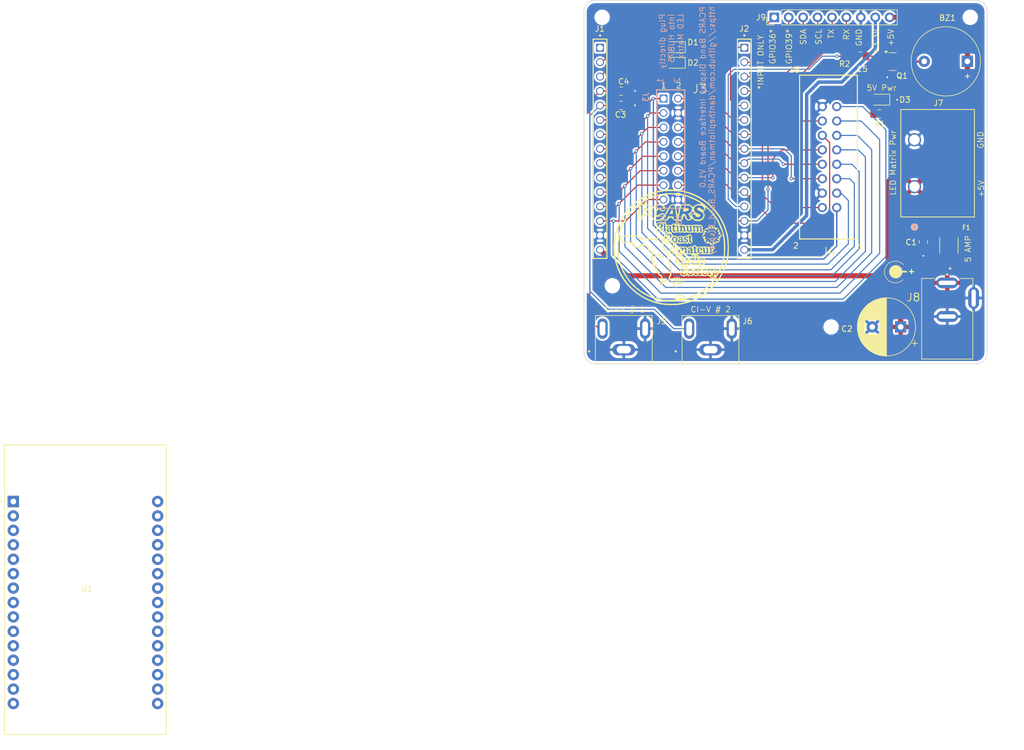
<source format=kicad_pcb>
(kicad_pcb (version 20241229) (generator "pcbnew") (generator_version "9.0")
  (title_block (title "PCARS Club Station Band Display PCB") (rev "1.0"))
  (layers (0 "F.Cu" signal) (2 "B.Cu" signal) (13 "F.Paste" user) (15 "B.Paste" user) (5 "F.SilkS" user "F.Silkscreen") (7 "B.SilkS" user "B.Silkscreen") (1 "F.Mask" user) (3 "B.Mask" user) (25 "Edge.Cuts" user))
  (net 0 "")
  (net 1 "GND")
  (net 2 "+5V")
  (net 3 "GPIO32")
  (net 4 "GPIO16")
  (net 5 "GPIO34")
  (net 6 "GPIO17")
  (net 7 "GPIO36")
  (net 8 "GPIO4")
  (net 9 "GPIO13")
  (net 10 "GPIO33")
  (net 11 "GPIO39")
  (net 12 "GPIO25")
  (net 13 "GPIO35")
  (net 14 "GPIO27")
  (net 15 "GPIO26")
  (net 16 "GPIO2")
  (net 17 "GPIO14")
  (net 18 "GPIO22")
  (net 19 "GPIO18")
  (net 20 "GPIO1")
  (net 21 "GPIO12")
  (net 22 "GPIO3")
  (net 23 "GPIO23")
  (net 24 "GPIO5")
  (net 25 "GPIO15")
  (net 26 "GPIO21")
  (net 27 "/+3.3VDC")
  (net 28 "/PWR IN")
  (net 60 "GPIO19")
  (net 61 "Net-(D3-A)")
  (net 62 "Net-(BZ1--)")
  (net 63 "Net-(Q1-B)")
  (footprint "Resistor_SMD:R_0805_2012Metric_Pad1.20x1.40mm_HandSolder" (layer "F.Cu") (at 167.65 73.35)
    (property "Reference" "R2")
    (property "Value" "470")
  )
  (footprint "Footprints:CONN_4DB-P108-02_TEC" (layer "F.Cu") (at 177.186 96.305 90)
    (property "Reference" "J7")
    (property "Value" "4DB-P108-02")
  )
  (footprint "MountingHole:MountingHole_2.2mm_M2" (layer "F.Cu") (at 122.2 66.5)
    (property "Reference" "MH1" (hide yes))
    (property "Value" "MountingHole_2.2mm_M2")
  )
  (footprint "Buzzer_Beeper:Buzzer_12x9.5RM7.6" (layer "F.Cu") (at 186.5 74.25 180)
    (property "Reference" "BZ1")
    (property "Value" "Buzzer")
  )
  (footprint "Capacitor_SMD:C_0805_2012Metric_Pad1.18x1.45mm_HandSolder" (layer "F.Cu") (at 178.75 106.0375 -90)
    (property "Reference" "C1")
    (property "Value" "4.7nF")
  )
  (footprint "MountingHole:MountingHole_2.2mm_M2" (layer "F.Cu") (at 162.5 121)
    (property "Reference" "MH4" (hide yes))
    (property "Value" "MountingHole_2.2mm_M2")
  )
  (footprint "Resistor_SMD:R_0805_2012Metric_Pad1.20x1.40mm_HandSolder" (layer "F.Cu") (at 171 83.5)
    (property "Reference" "R1")
    (property "Value" "150")
  )
  (footprint "Diode_SMD:D_0805_2012Metric_Pad1.15x1.40mm_HandSolder" (layer "F.Cu") (at 134.975 71.75 180)
    (property "Reference" "D1")
    (property "Value" "1N4001")
  )
  (footprint "MountingHole:MountingHole_2.2mm_M2" (layer "F.Cu") (at 187 66.5)
    (property "Reference" "MH2" (hide yes))
    (property "Value" "MountingHole_2.2mm_M2")
  )
  (footprint "Footprints:SWITCHCRAFT_PJRAN1X1U01X" (layer "F.Cu") (at 141.2675 125)
    (property "Reference" "J6")
    (property "Value" "PJRAN1X1U01X")
  )
  (footprint "Footprints:SAMTEC_SSW-115-01-G-S" (layer "F.Cu") (at 147.23 71.86 -90)
    (property "Reference" "J2")
    (property "Value" "SSW-115-01-G-S")
  )
  (footprint "Footprints:SAMTEC-TST-108-01-X-D" (layer "F.Cu") (at 162.04001 91.1 90)
    (property "Reference" "J4")
    (property "Value" "SAMTEC-TST-108-01-X-D")
  )
  (footprint "Package_TO_SOT_SMD:SOT-23" (layer "F.Cu") (at 173.35 74.3)
    (property "Reference" "Q1")
    (property "Value" "MMBT2222A")
  )
  (footprint "LED_SMD:LED_0805_2012Metric_Pad1.15x1.40mm_HandSolder" (layer "F.Cu") (at 170.975 81 180)
    (property "Reference" "D3")
    (property "Value" "LED")
  )
  (footprint "Footprints:MPD_EJ503B" (layer "F.Cu") (at 182.95 115.9175)
    (property "Reference" "J8")
    (property "Value" "EJ503B")
  )
  (footprint "Connector_PinHeader_2.54mm:PinHeader_1x09_P2.54mm_Vertical" (layer "F.Cu") (at 152.5 66.5 90)
    (property "Reference" "J9")
    (property "Value" "Conn_01x09")
  )
  (footprint "MountingHole:MountingHole_2.2mm_M2" (layer "F.Cu") (at 124 113.75)
    (property "Reference" "MH3" (hide yes))
    (property "Value" "MountingHole_2.2mm_M2")
  )
  (footprint "Footprints:SWITCHCRAFT_PJRAN1X1U01X" (layer "F.Cu") (at 126.0175 125)
    (property "Reference" "J5")
    (property "Value" "PJRAN1X1U01X")
  )
  (footprint "Footprints:MODULE_ESP32_DEVKIT_V1" (layer "F.Cu") (at 31.25 167.25)
    (property "Reference" "U1")
    (property "Value" "ESP32-DEVKIT-V1")
  )
  (footprint "Footprints:FUSE_1812L200_12DR" (layer "F.Cu") (at 183.25 106.635 90)
    (property "Reference" "F1")
    (property "Value" "Polyfuse")
  )
  (footprint "Diode_SMD:D_0805_2012Metric_Pad1.15x1.40mm_HandSolder" (layer "F.Cu") (at 134.975 74.5 180)
    (property "Reference" "D2")
    (property "Value" "1N4001")
  )
  (footprint "Capacitor_THT:CP_Radial_D10.0mm_P5.00mm" (layer "F.Cu") (at 174.75 121 180)
    (property "Reference" "C2")
    (property "Value" "2200uF")
  )
  (footprint "Capacitor_SMD:C_0805_2012Metric_Pad1.18x1.45mm_HandSolder" (layer "F.Cu") (at 125.5375 82)
    (property "Reference" "C3")
    (property "Value" "4.7nF")
  )
  (footprint "Capacitor_SMD:C_0805_2012Metric_Pad1.18x1.45mm_HandSolder" (layer "F.Cu") (at 125.5375 79.5)
    (property "Reference" "C4")
    (property "Value" "4.7nF")
  )
  (footprint "Footprints:SAMTEC_SSW-115-01-G-S" (layer "F.Cu") (at 121.83 71.86 -90)
    (property "Reference" "J1")
    (property "Value" "SSW-115-01-G-S")
  )
  (footprint "Footprints:SAMTEC_SSQ-108-01-T-D-LL" (layer "B.Cu") (at 134.28 89.6925 90)
    (property "Reference" "J3")
    (property "Value" "SSQ-108-01-T-D-LL")
  )
  (gr_poly (pts (xy 131.796272 108.072829) (xy 131.83243 108.073858) (xy 131.849333 108.074641) (xy 131.865467 108.075609) (xy 131.880844 108.076766) (xy 131.895475 108.078116) (xy 131.909373 108.079662) (xy 131.922549 108.081408) (xy 131.935014 108.083358) (xy 131.94678 108.085516) (xy 131.957858 108.087886) (xy 131.968262 108.090472) (xy 131.978001 108.093277) (xy 131.987087 108.096306) (xy 131.995533 108.099562) (xy 132.00335 108.10305) (xy 132.010549 108.106772) (xy 132.017142 108.110734) (xy 132.023141 108.114938) (xy 132.028558 108.11939) (xy 132.033403 108.124092) (xy 132.037689 108.129048) (xy 132.041427 108.134263) (xy 132.044629 108.13974) (xy 132.047307 108.145483) (xy 132.049471 108.151496) (xy 132.051135 108.157783) (xy 132.052308 108.164348) (xy 132.053004 108.171195) (xy 132.053233 108.178327) (xy 132.052966 108.194455) (xy 132.05209 108.208465) (xy 132.050489 108.220387) (xy 132.049382 108.225574) (xy 132.048052 108.230252) (xy 132.046484 108.234423) (xy 132.044664 108.238091) (xy 132.042577 108.241261) (xy 132.040211 108.243936) (xy 132.03755 108.24612) (xy 132.03458 108.247817) (xy 132.031287 108.24903) (xy 132.027657 108.249765) (xy 132.023675 108.250024) (xy 132.019328 108.249811) (xy 132.014601 108.249131) (xy 132.00948 108.247987) (xy 132.003951 108.246383) (xy 131.997999 108.244323) (xy 131.984772 108.238851) (xy 131.969684 108.231601) (xy 131.952622 108.222604) (xy 131.933473 108.211891) (xy 131.912122 108.199494) (xy 131.890598 108.185932) (xy 131.880533 108.179892) (xy 131.870905 108.174345) (xy 131.861695 108.169288) (xy 131.852885 108.164721) (xy 131.844455 108.160642) (xy 131.836385 108.15705) (xy 131.828656 108.153944) (xy 131.821249 108.151323) (xy 131.814144 108.149184) (xy 131.807322 108.147528) (xy 131.800764 108.146352) (xy 131.79445 108.145655) (xy 131.78836 108.145437) (xy 131.782476 108.145695) (xy 131.776778 108.146428) (xy 131.771247 108.147636) (xy 131.765863 108.149317) (xy 131.760607 108.151469) (xy 131.755459 108.154091) (xy 131.750401 108.157183) (xy 131.745412 108.160741) (xy 131.740474 108.164767) (xy 131.735566 108.169257) (xy 131.730671 108.174212) (xy 131.725767 108.179628) (xy 131.720837 108.185506) (xy 131.71586 108.191844) (xy 131.710817 108.198641) (xy 131.700455 108.213604) (xy 131.682102 108.244114) (xy 131.674044 108.258439) (xy 131.666735 108.272143) (xy 131.660175 108.285228) (xy 131.654365 108.297692) (xy 131.649308 108.309536) (xy 131.645003 108.320761) (xy 131.641453 108.331365) (xy 131.638659 108.341348) (xy 131.636622 108.350712) (xy 131.635343 108.359456) (xy 131.634824 108.367579) (xy 131.635066 108.375083) (xy 131.63607 108.381966) (xy 131.637837 108.388229) (xy 131.64037 108.393873) (xy 131.643668 108.398895) (xy 131.647734 108.403298) (xy 131.652569 108.407081) (xy 131.658173 108.410244) (xy 131.664549 108.412786) (xy 131.671697 108.414709) (xy 131.679619 108.416011) (xy 131.688317 108.416693) (xy 131.69779 108.416755) (xy 131.708042 108.416197) (xy 131.719073 108.415019) (xy 131.730883 108.41322) (xy 131.743476 108.410802) (xy 131.756851 108.407763) (xy 131.771011 108.404104) (xy 131.790036 108.399481) (xy 131.80746 108.396222) (xy 131.815587 108.395117) (xy 131.823333 108.394369) (xy 131.830704 108.393982) (xy 131.837708 108.393962) (xy 131.844349 108.394314) (xy 131.850635 108.395044) (xy 131.856573 108.396156) (xy 131.862168 108.397655) (xy 131.867427 108.399547) (xy 131.872357 108.401838) (xy 131.876963 108.404531) (xy 131.881254 108.407632) (xy 131.885234 108.411147) (xy 131.88891 108.415081) (xy 131.89229 108.419438) (xy 131.895378 108.424224) (xy 131.898183 108.429444) (xy 131.90071 108.435104) (xy 131.902965 108.441208) (xy 131.904956 108.447761) (xy 131.906688 108.454769) (xy 131.908168 108.462237) (xy 131.909403 108.470171) (xy 131.910399 108.478574) (xy 131.9117 108.496813) (xy 131.912122 108.516994) (xy 131.911951 108.538247) (xy 131.911419 108.55704) (xy 131.910494 108.573394) (xy 131.909874 108.580662) (xy 131.909145 108.587329) (xy 131.908302 108.593396) (xy 131.907342 108.598866) (xy 131.90626 108.603742) (xy 131.905052 108.608027) (xy 131.903716 108.611722) (xy 131.902246 108.614831) (xy 131.90064 108.617356) (xy 131.898893 108.619299) (xy 131.897001 108.620664) (xy 131.89496 108.621452) (xy 131.892767 108.621667) (xy 131.890418 108.621311) (xy 131.887908 108.620386) (xy 131.885235 108.618896) (xy 131.882393 108.616842) (xy 131.87938 108.614227) (xy 131.876191 108.611055) (xy 131.872822 108.607327) (xy 131.86927 108.603046) (xy 131.865531 108.598214) (xy 131.8616 108.592835) (xy 131.857474 108.586911) (xy 131.848622 108.573437) (xy 131.838685 108.559105) (xy 131.828742 108.546504) (xy 131.818827 108.535587) (xy 131.808976 108.526309) (xy 131.799223 108.518622) (xy 131.789602 108.51248) (xy 131.78015 108.507837) (xy 131.770901 108.504646) (xy 131.761889 108.502861) (xy 131.75315 108.502435) (xy 131.744718 108.503321) (xy 131.736629 108.505473) (xy 131.728917 108.508845) (xy 131.721617 108.51339) (xy 131.714764 108.519062) (xy 131.708393 108.525813) (xy 131.702538 108.533598) (xy 131.697236 108.54237) (xy 131.69252 108.552083) (xy 131.688425 108.56269) (xy 131.684987 108.574144) (xy 131.682239 108.586399) (xy 131.680218 108.599408) (xy 131.678958 108.613126) (xy 131.678493 108.627505) (xy 131.67886 108.642499) (xy 131.680092 108.658061) (xy 131.682224 108.674145) (xy 131.685292 108.690705) (xy 131.689329 108.707694) (xy 131.694372 108.725065) (xy 131.700455 108.742772) (xy 131.711423 108.771495) (xy 131.720396 108.796942) (xy 131.727198 108.819309) (xy 131.731654 108.838793) (xy 131.732948 108.847515) (xy 131.733589 108.855589) (xy 131.733555 108.863041) (xy 131.732826 108.869895) (xy 131.731378 108.876175) (xy 131.729189 108.881906) (xy 131.726239 108.887113) (xy 131.722504 108.89182) (xy 131.717963 108.896051) (xy 131.712594 108.899831) (xy 131.706375 108.903185) (xy 131.699284 108.906137) (xy 131.691299 108.908712) (xy 131.682398 108.910935) (xy 131.672559 108.912829) (xy 131.66176 108.91442) (xy 131.637195 108.916788) (xy 131.608526 108.918237) (xy 131.575579 108.918962) (xy 131.538177 108.91916) (xy 131.510396 108.918912) (xy 131.497498 108.918602) (xy 131.485261 108.918168) (xy 131.473685 108.91761) (xy 131.462771 108.916928) (xy 131.452519 108.916122) (xy 131.442927 108.915191) (xy 131.433998 108.914137) (xy 131.42573 108.912959) (xy 131.418123 108.911657) (xy 131.411177 108.91023) (xy 131.404894 108.90868) (xy 131.399271 108.907006) (xy 131.39431 108.905207) (xy 131.390011 108.903285) (xy 131.386373 108.901239) (xy 131.383396 108.899068) (xy 131.381081 108.896774) (xy 131.380172 108.89558) (xy 131.379428 108.894355) (xy 131.378849 108.8931) (xy 131.378435 108.891813) (xy 131.378187 108.890495) (xy 131.378105 108.889146) (xy 131.378187 108.887767) (xy 131.378435 108.886356) (xy 131.378849 108.884914) (xy 131.379428 108.883441) (xy 131.381081 108.880403) (xy 131.383396 108.87724) (xy 131.386373 108.873954) (xy 131.390011 108.870543) (xy 131.394311 108.867009) (xy 131.399271 108.86335) (xy 131.404894 108.859567) (xy 131.411178 108.855661) (xy 131.42259 108.846721) (xy 131.43302 108.835734) (xy 131.442478 108.822639) (xy 131.450976 108.807374) (xy 131.458522 108.789876) (xy 131.465128 108.770084) (xy 131.470804 108.747936) (xy 131.47556 108.723369) (xy 131.479406 108.696321) (xy 131.482353 108.666731) (xy 131.484412 108.634537) (xy 131.485592 108.599676) (xy 131.485903 108.562086) (xy 131.485357 108.521706) (xy 131.481733 108.432326) (xy 131.453511 108.072493) (xy 131.7569 108.072493)) (stroke (width -0.000001)) (fill yes) (layer "F.SilkS"))
  (gr_poly (pts (xy 132.791793 108.289011) (xy 132.818701 108.292649) (xy 132.845329 108.298271) (xy 132.871338 108.305878) (xy 132.896386 108.315469) (xy 132.920131 108.327045) (xy 132.931409 108.333577) (xy 132.942233 108.340605) (xy 132.950245 108.347192) (xy 132.95837 108.356259) (xy 132.966557 108.367642) (xy 132.974755 108.381174) (xy 132.982911 108.396691) (xy 132.990975 108.414026) (xy 132.998893 108.433016) (xy 133.006615 108.453493) (xy 133.014089 108.475294) (xy 133.021264 108.498252) (xy 133.028087 108.522202) (xy 133.034507 108.546979) (xy 133.040472 108.572418) (xy 133.04593 108.598353) (xy 133.050831 108.624618) (xy 133.055122 108.651049) (xy 133.063927 108.739546) (xy 133.066485 108.775351) (xy 133.067359 108.806051) (xy 133.067057 108.819608) (xy 133.066206 108.832037) (xy 133.064764 108.843386) (xy 133.062687 108.853703) (xy 133.059934 108.863039) (xy 133.05646 108.871442) (xy 133.052225 108.878961) (xy 133.047184 108.885646) (xy 133.041297 108.891546) (xy 133.034519 108.896708) (xy 133.026808 108.901184) (xy 133.018122 108.905021) (xy 133.008417 108.90827) (xy 132.997653 108.910978) (xy 132.985784 108.913195) (xy 132.97277 108.914971) (xy 132.943134 108.917393) (xy 132.908402 108.918636) (xy 132.822288 108.91916) (xy 132.794695 108.918835) (xy 132.767567 108.917879) (xy 132.741038 108.916323) (xy 132.715243 108.914199) (xy 132.690316 108.911538) (xy 132.666391 108.90837) (xy 132.643604 108.904727) (xy 132.622087 108.900639) (xy 132.601976 108.896139) (xy 132.583406 108.891255) (xy 132.566509 108.88602) (xy 132.551421 108.880465) (xy 132.538277 108.874621) (xy 132.527209 108.868518) (xy 132.522496 108.865379) (xy 132.518353 108.862187) (xy 132.514797 108.858947) (xy 132.511844 108.855661) (xy 132.508548 108.848623) (xy 132.506557 108.840785) (xy 132.505815 108.832212) (xy 132.506263 108.822974) (xy 132.507842 108.813135) (xy 132.510495 108.802765) (xy 132.514164 108.791929) (xy 132.518789 108.780695) (xy 132.524314 108.769131) (xy 132.53068 108.757303) (xy 132.545702 108.733125) (xy 132.563391 108.708699) (xy 132.583281 108.684563) (xy 132.604908 108.661253) (xy 132.627806 108.639308) (xy 132.65151 108.619265) (xy 132.675555 108.60166) (xy 132.68756 108.59394) (xy 132.699476 108.587032) (xy 132.711245 108.581002) (xy 132.722808 108.575918) (xy 132.734107 108.571847) (xy 132.745085 108.568856) (xy 132.755684 108.567012) (xy 132.765844 108.566382) (xy 132.76913 108.566239) (xy 132.772371 108.565814) (xy 132.775562 108.565115) (xy 132.778701 108.56415) (xy 132.781783 108.562926) (xy 132.784804 108.561452) (xy 132.78776 108.559735) (xy 132.790649 108.557783) (xy 132.793464 108.555604) (xy 132.796204 108.553205) (xy 132.801439 108.547779) (xy 132.806322 108.541567) (xy 132.810823 108.534633) (xy 132.814911 108.527036) (xy 132.818554 108.51884) (xy 132.821722 108.510107) (xy 132.824383 108.500898) (xy 132.826507 108.491276) (xy 132.828063 108.481302) (xy 132.829019 108.471039) (xy 132.829344 108.460549) (xy 132.828999 108.448974) (xy 132.827987 108.438064) (xy 132.826344 108.427824) (xy 132.824108 108.418257) (xy 132.821313 108.409367) (xy 132.817996 108.401157) (xy 132.814194 108.393633) (xy 132.809941 108.386796) (xy 132.805276 108.380653) (xy 132.800233 108.375205) (xy 132.794849 108.370458) (xy 132.789161 108.366415) (xy 132.783203 108.36308) (xy 132.777013 108.360457) (xy 132.770627 108.358549) (xy 132.76408 108.357362) (xy 132.75741 108.356897) (xy 132.750652 108.35716) (xy 132.743841 108.358154) (xy 132.737016 108.359883) (xy 132.730211 108.362352) (xy 132.723463 108.365563) (xy 132.716808 108.36952) (xy 132.710282 108.374229) (xy 132.703922 108.379692) (xy 132.697763 108.385913) (xy 132.691841 108.392896) (xy 132.686194 108.400646) (xy 132.680857 108.409165) (xy 132.675866 108.418459) (xy 132.671257 108.42853) (xy 132.667067 108.439383) (xy 132.665663 108.443929) (xy 132.664101 108.448307) (xy 132.662389 108.452511) (xy 132.660535 108.456539) (xy 132.658547 108.460386) (xy 132.656432 108.464047) (xy 132.654198 108.467521) (xy 132.651853 108.470801) (xy 132.649405 108.473886) (xy 132.646861 108.47677) (xy 132.64423 108.47945) (xy 132.641518 108.481922) (xy 132.638734 108.484182) (xy 132.635885 108.486227) (xy 132.63298 108.488052) (xy 132.630025 108.489653) (xy 132.627029 108.491027) (xy 132.624 108.49217) (xy 132.620944 108.493077) (xy 132.617871 108.493746) (xy 132.614787 108.494171) (xy 132.611701 108.49435) (xy 132.608619 108.494279) (xy 132.605551 108.493953) (xy 132.602503 108.493368) (xy 132.599484 108.492521) (xy 132.596501 108.491408) (xy 132.593562 108.490025) (xy 132.590675 108.488368) (xy 132.587846 108.486434) (xy 132.585086 108.484218) (xy 132.5824 108.481716) (xy 132.579837 108.479009) (xy 132.577439 108.476183) (xy 132.575206 108.473243) (xy 132.573139 108.470195) (xy 132.571237 108.467044) (xy 132.569501 108.463794) (xy 132.56793 108.460452) (xy 132.566524 108.457021) (xy 132.564209 108.449917) (xy 132.562556 108.442524) (xy 132.561563 108.434883) (xy 132.561233 108.427035) (xy 132.561563 108.419022) (xy 132.562556 108.410884) (xy 132.564209 108.402664) (xy 132.566524 108.394403) (xy 132.569501 108.386142) (xy 132.573139 108.377922) (xy 132.577439 108.369784) (xy 132.5824 108.361771) (xy 132.587457 108.35342) (xy 132.59334 108.345565) (xy 132.600005 108.338207) (xy 132.607411 108.331344) (xy 132.615515 108.324978) (xy 132.624273 108.319107) (xy 132.633644 108.313733) (xy 132.643585 108.308855) (xy 132.654052 108.304473) (xy 132.665004 108.300587) (xy 132.688192 108.294303) (xy 132.712805 108.290003) (xy 132.738504 108.287688) (xy 132.764947 108.287357)) (stroke (width -0.000001)) (fill yes) (layer "F.SilkS"))
  (gr_poly (pts (xy 133.348377 113.231051) (xy 133.357228 113.231489) (xy 133.364959 113.232352) (xy 133.37163 113.233632) (xy 133.377298 113.235326) (xy 133.379775 113.236327) (xy 133.382022 113.237429) (xy 133.384048 113.238632) (xy 133.38586 113.239934) (xy 133.387464 113.241337) (xy 133.388869 113.242838) (xy 133.390082 113.244437) (xy 133.391109 113.246134) (xy 133.391958 113.247928) (xy 133.392636 113.249818) (xy 133.39351 113.253884) (xy 133.393789 113.258327) (xy 133.391895 113.265367) (xy 133.386323 113.273219) (xy 133.364823 113.291138) (xy 133.33063 113.311642) (xy 133.285089 113.334284) (xy 133.229544 113.358622) (xy 133.165338 113.384211) (xy 133.016317 113.437362) (xy 132.848775 113.490182) (xy 132.673461 113.539116) (xy 132.501123 113.580608) (xy 132.41943 113.597453) (xy 132.342511 113.611104) (xy 132.316373 113.614727) (xy 132.29348 113.617595) (xy 132.273771 113.619616) (xy 132.257183 113.620696) (xy 132.25004 113.620854) (xy 132.243654 113.620742) (xy 132.238017 113.620349) (xy 132.233122 113.619662) (xy 132.228961 113.618671) (xy 132.225526 113.617362) (xy 132.222809 113.615726) (xy 132.220803 113.61375) (xy 132.219499 113.611423) (xy 132.218891 113.608733) (xy 132.218969 113.605667) (xy 132.219728 113.602216) (xy 132.221158 113.598367) (xy 132.223252 113.594108) (xy 132.226003 113.589428) (xy 132.229402 113.584315) (xy 132.233442 113.578758) (xy 132.238114 113.572745) (xy 132.249328 113.559304) (xy 132.262981 113.543899) (xy 132.279012 113.526438) (xy 132.292859 113.51546) (xy 132.310417 113.503769) (xy 132.331427 113.491479) (xy 132.35563 113.478703) (xy 132.412584 113.452148) (xy 132.479212 113.425015) (xy 132.553447 113.398212) (xy 132.633222 113.372649) (xy 132.716469 113.349236) (xy 132.801121 113.328882) (xy 132.890331 113.310106) (xy 132.970414 113.293439) (xy 133.041836 113.278839) (xy 133.105062 113.266264) (xy 133.160557 113.255674) (xy 133.208787 113.247027) (xy 133.230322 113.243419) (xy 133.250216 113.240281) (xy 133.268525 113.237609) (xy 133.285309 113.235396) (xy 133.300626 113.233638) (xy 133.314532 113.23233) (xy 133.327088 113.231466) (xy 133.33835 113.231042)) (stroke (width -0.000001)) (fill yes) (layer "F.SilkS"))
  (gr_poly (pts (xy 142.734518 103.677337) (xy 142.740891 103.679441) (xy 142.746845 103.683344) (xy 142.752354 103.689063) (xy 142.757393 103.696616) (xy 142.761937 103.706019) (xy 142.765958 103.717288) (xy 142.769431 103.730442) (xy 142.772331 103.745495) (xy 142.774632 103.762466) (xy 142.776307 103.781371) (xy 142.777331 103.802226) (xy 142.777678 103.825049) (xy 142.779838 103.865219) (xy 142.786029 103.910928) (xy 142.795816 103.961103) (xy 142.808766 104.014667) (xy 142.824445 104.070546) (xy 142.842418 104.127666) (xy 142.862251 104.184951) (xy 142.883511 104.241327) (xy 142.905763 104.295718) (xy 142.928573 104.34705) (xy 142.951507 104.394248) (xy 142.974131 104.436237) (xy 142.996011 104.471942) (xy 143.016712 104.500288) (xy 143.026485 104.511366) (xy 143.035801 104.520201) (xy 143.044606 104.526659) (xy 143.052844 104.530605) (xy 143.066096 104.535357) (xy 143.078081 104.540341) (xy 143.088813 104.545542) (xy 143.098305 104.550945) (xy 143.106573 104.556534) (xy 143.113631 104.562293) (xy 143.119492 104.568207) (xy 143.124171 104.574261) (xy 143.127682 104.580439) (xy 143.13004 104.586726) (xy 143.131258 104.593105) (xy 143.131351 104.599562) (xy 143.130332 104.606081) (xy 143.128217 104.612646) (xy 143.12502 104.619243) (xy 143.120753 104.625855) (xy 143.115433 104.632467) (xy 143.109073 104.639063) (xy 143.101687 104.645629) (xy 143.093289 104.652148) (xy 143.083894 104.658605) (xy 143.073516 104.664984) (xy 143.049867 104.677449) (xy 143.022456 104.689417) (xy 142.991397 104.700765) (xy 142.956803 104.711369) (xy 142.918788 104.721105) (xy 142.865868 104.731431) (xy 142.818219 104.738564) (xy 142.796365 104.740917) (xy 142.775821 104.742452) (xy 142.756584 104.743163) (xy 142.738652 104.743043) (xy 142.722022 104.742086) (xy 142.706692 104.740285) (xy 142.692659 104.737634) (xy 142.67992 104.734127) (xy 142.668474 104.729757) (xy 142.658316 104.724517) (xy 142.649446 104.718401) (xy 142.641859 104.711403) (xy 142.635554 104.703516) (xy 142.630528 104.694734) (xy 142.626779 104.68505) (xy 142.624303 104.674458) (xy 142.623098 104.662951) (xy 142.623163 104.650523) (xy 142.624493 104.637167) (xy 142.627087 104.622878) (xy 142.630941 104.607648) (xy 142.636054 104.591471) (xy 142.642423 104.57434) (xy 142.650044 104.55625) (xy 142.658917 104.537193) (xy 142.669037 104.517164) (xy 142.693011 104.47416) (xy 142.703762 104.454489) (xy 142.713535 104.435193) (xy 142.722345 104.416315) (xy 142.730204 104.3979) (xy 142.737129 104.379991) (xy 142.743132 104.362632) (xy 142.748228 104.345868) (xy 142.752432 104.329742) (xy 142.755757 104.314298) (xy 142.758218 104.29958) (xy 142.759829 104.285632) (xy 142.760604 104.272498) (xy 142.760557 104.260222) (xy 142.759703 104.248848) (xy 142.758056 104.238419) (xy 142.75563 104.22898) (xy 142.752438 104.220574) (xy 142.748497 104.213246) (xy 142.743818 104.207039) (xy 142.738418 104.201998) (xy 142.73231 104.198166) (xy 142.725508 104.195587) (xy 142.718026 104.194305) (xy 142.709879 104.194364) (xy 142.701081 104.195808) (xy 142.691646 104.19868) (xy 142.681588 104.203026) (xy 142.670922 104.208888) (xy 142.659662 104.216311) (xy 142.647821 104.225339) (xy 142.635414 104.236015) (xy 142.622456 104.248383) (xy 142.594923 104.274829) (xy 142.570532 104.295911) (xy 142.549282 104.311557) (xy 142.531175 104.321694) (xy 142.523299 104.324675) (xy 142.516209 104.32625) (xy 142.509905 104.326413) (xy 142.504386 104.325153) (xy 142.499652 104.322462) (xy 142.495704 104.31833) (xy 142.492541 104.312749) (xy 142.490164 104.305709) (xy 142.488573 104.297201) (xy 142.487767 104.287217) (xy 142.488511 104.262783) (xy 142.492397 104.232333) (xy 142.499425 104.195796) (xy 142.509595 104.1531) (xy 142.522906 104.104171) (xy 142.53936 104.048937) (xy 142.558955 103.987326) (xy 142.568274 103.956964) (xy 142.57769 103.928066) (xy 142.587179 103.900648) (xy 142.596714 103.874727) (xy 142.60627 103.850321) (xy 142.615821 103.827445) (xy 142.62534 103.806117) (xy 142.634803 103.786354) (xy 142.644183 103.768171) (xy 142.653455 103.751587) (xy 142.662592 103.736618) (xy 142.671569 103.723281) (xy 142.68036 103.711592) (xy 142.68894 103.701568) (xy 142.697281 103.693227) (xy 142.705359 103.686584) (xy 142.713147 103.681657) (xy 142.720621 103.678462) (xy 142.727753 103.677017)) (stroke (width -0.000001)) (fill yes) (layer "F.SilkS"))
  (gr_poly (pts (xy 135.804652 115.194888) (xy 135.81649 115.19651) (xy 135.828163 115.199093) (xy 135.839758 115.202599) (xy 135.851364 115.206992) (xy 135.863068 115.212233) (xy 135.874958 115.218286) (xy 135.887121 115.225113) (xy 135.912622 115.240938) (xy 135.928888 115.251349) (xy 135.945847 115.261388) (xy 135.963363 115.271014) (xy 135.981304 115.280184) (xy 135.999533 115.288859) (xy 136.017918 115.296997) (xy 136.036324 115.304555) (xy 136.054615 115.311494) (xy 136.072659 115.317771) (xy 136.09032 115.323345) (xy 136.107465 115.328175) (xy 136.123958 115.332219) (xy 136.139666 115.335437) (xy 136.154454 115.337787) (xy 136.168187 115.339227) (xy 136.180733 115.339716) (xy 136.194709 115.340306) (xy 136.210106 115.34204) (xy 136.244729 115.348715) (xy 136.283734 115.359296) (xy 136.326254 115.37334) (xy 136.371419 115.390402) (xy 136.418362 115.410037) (xy 136.466215 115.431802) (xy 136.514108 115.455251) (xy 136.561175 115.47994) (xy 136.606547 115.505425) (xy 136.649356 115.531261) (xy 136.688733 115.557005) (xy 136.723811 115.58221) (xy 136.753721 115.606434) (xy 136.777596 115.629232) (xy 136.786998 115.639957) (xy 136.794566 115.650159) (xy 136.802195 115.661918) (xy 136.809208 115.673367) (xy 136.815612 115.684489) (xy 136.821411 115.695263) (xy 136.826611 115.70567) (xy 136.831216 115.715691) (xy 136.835232 115.725306) (xy 136.838664 115.734496) (xy 136.841518 115.743242) (xy 136.843797 115.751523) (xy 136.845509 115.759322) (xy 136.846657 115.766618) (xy 136.847247 115.773392) (xy 136.847284 115.779625) (xy 136.846773 115.785297) (xy 136.84572 115.790389) (xy 136.844129 115.794882) (xy 136.842006 115.798756) (xy 136.839356 115.801991) (xy 136.836184 115.804569) (xy 136.832495 115.80647) (xy 136.828294 115.807675) (xy 136.823587 115.808164) (xy 136.818379 115.807918) (xy 136.812675 115.806918) (xy 136.80648 115.805143) (xy 136.799799 115.802576) (xy 136.792637 115.799195) (xy 136.785 115.794983) (xy 136.776893 115.78992) (xy 136.76832 115.783985) (xy 136.759288 115.777161) (xy 136.748329 115.768905) (xy 136.734125 115.760059) (xy 136.716903 115.750697) (xy 136.696891 115.740891) (xy 136.649404 115.720234) (xy 136.593483 115.698668) (xy 136.530947 115.676771) (xy 136.463617 115.655121) (xy 136.393309 115.634299) (xy 136.321844 115.614882) (xy 136.284839 115.606628) (xy 136.24805 115.597794) (xy 136.211696 115.588465) (xy 136.175993 115.578722) (xy 136.141157 115.568649) (xy 136.107408 115.558327) (xy 136.07496 115.54784) (xy 136.044032 115.537271) (xy 136.01484 115.526701) (xy 135.987601 115.516215) (xy 135.962533 115.505893) (xy 135.939852 115.49582) (xy 135.919776 115.486077) (xy 135.902521 115.476748) (xy 135.888304 115.467915) (xy 135.877344 115.459661) (xy 135.86501 115.451401) (xy 135.851768 115.445177) (xy 135.844779 115.442845) (xy 135.837533 115.441041) (xy 135.822223 115.439045) (xy 135.805755 115.43924) (xy 135.788047 115.441677) (xy 135.769017 115.446409) (xy 135.748581 115.453487) (xy 135.726656 115.462963) (xy 135.70316 115.474888) (xy 135.678011 115.489314) (xy 135.651126 115.506294) (xy 135.622421 115.525877) (xy 135.591815 115.548117) (xy 135.559224 115.573065) (xy 135.524566 115.600773) (xy 135.452893 115.655616) (xy 135.381126 115.708796) (xy 135.309835 115.759971) (xy 135.239588 115.8088) (xy 135.170953 115.854942) (xy 135.104499 115.898055) (xy 135.040794 115.9378) (xy 134.980407 115.973834) (xy 134.923906 116.005816) (xy 134.871859 116.033406) (xy 134.824835 116.056263) (xy 134.783403 116.074045) (xy 134.74813 116.086411) (xy 134.732981 116.090457) (xy 134.719586 116.093021) (xy 134.708014 116.09406) (xy 134.698338 116.093533) (xy 134.690628 116.091395) (xy 134.684956 116.087606) (xy 134.682454 116.085622) (xy 134.680236 116.083642) (xy 134.678297 116.08167) (xy 134.676632 116.079709) (xy 134.675236 116.077764) (xy 134.674104 116.075838) (xy 134.673229 116.073936) (xy 134.672608 116.072061) (xy 134.672235 116.070216) (xy 134.672105 116.068407) (xy 134.672213 116.066636) (xy 134.672553 116.064908) (xy 134.673121 116.063227) (xy 134.67391 116.061596) (xy 134.674917 116.060019) (xy 134.676136 116.058501) (xy 134.677561 116.057044) (xy 134.679188 116.055653) (xy 134.681011 116.054332) (xy 134.683026 116.053085) (xy 134.685226 116.051915) (xy 134.687608 116.050827) (xy 134.690165 116.049824) (xy 134.692893 116.04891) (xy 134.695786 116.048089) (xy 134.698839 116.047365) (xy 134.702047 116.046741) (xy 134.705405 116.046223) (xy 134.71255 116.045515) (xy 134.720233 116.045272) (xy 134.724821 116.045149) (xy 134.729323 116.044784) (xy 134.733734 116.044185) (xy 134.738051 116.043356) (xy 134.74227 116.042306) (xy 134.746387 116.041039) (xy 134.750397 116.039564) (xy 134.754298 116.037885) (xy 134.758085 116.036011) (xy 134.761755 116.033946) (xy 134.765303 116.031698) (xy 134.768726 116.029273) (xy 134.77202 116.026677) (xy 134.775181 116.023917) (xy 134.778204 116.021) (xy 134.781087 116.017931) (xy 134.783825 116.014718) (xy 134.786415 116.011367) (xy 134.788852 116.007883) (xy 134.791133 116.004275) (xy 134.793254 116.000547) (xy 134.79521 115.996708) (xy 134.796999 115.992762) (xy 134.798616 115.988717) (xy 134.800057 115.984579) (xy 134.801318 115.980354) (xy 134.802397 115.976049) (xy 134.803287 115.971671) (xy 134.803987 115.967225) (xy 134.804491 115.962719) (xy 134.804797 115.958158) (xy 134.8049 115.95355) (xy 134.808583 115.943752) (xy 134.816834 115.930398) (xy 134.829426 115.913738) (xy 134.846131 115.894018) (xy 134.890972 115.846393) (xy 134.949539 115.789508) (xy 135.020012 115.725347) (xy 135.100572 115.655893) (xy 135.1894 115.583133) (xy 135.284678 115.509049) (xy 135.362268 115.44922) (xy 135.431466 115.396532) (xy 135.492975 115.350687) (xy 135.547497 115.311383) (xy 135.572358 115.294091) (xy 135.595735 115.278322) (xy 135.617718 115.264039) (xy 135.638392 115.251204) (xy 135.657848 115.23978) (xy 135.676171 115.229729) (xy 135.693451 115.221014) (xy 135.709775 115.213598) (xy 135.72523 115.207442) (xy 135.739905 115.202509) (xy 135.753888 115.198763) (xy 135.767266 115.196165) (xy 135.780128 115.194678) (xy 135.79256 115.194265)) (stroke (width -0.000001)) (fill yes) (layer "F.SilkS"))
  (gr_poly (pts (xy 137.808803 107.520396) (xy 137.813791 107.521948) (xy 137.818194 107.524623) (xy 137.82205 107.528431) (xy 137.825395 107.533377) (xy 137.828264 107.539471) (xy 137.830693 107.54672) (xy 137.83272 107.555132) (xy 137.83438 107.564714) (xy 137.836743 107.587421) (xy 137.838073 107.614902) (xy 137.838658 107.647221) (xy 137.838789 107.684438) (xy 137.838279 107.703327) (xy 137.836777 107.721612) (xy 137.834324 107.73927) (xy 137.830962 107.756275) (xy 137.826731 107.772603) (xy 137.821674 107.78823) (xy 137.815831 107.80313) (xy 137.809244 107.817281) (xy 137.801954 107.830655) (xy 137.794003 107.843231) (xy 137.785431 107.854982) (xy 137.776281 107.865884) (xy 137.766593 107.875913) (xy 137.75641 107.885044) (xy 137.745771 107.893252) (xy 137.734719 107.900514) (xy 137.723295 107.906804) (xy 137.711541 107.912098) (xy 137.699496 107.916371) (xy 137.687204 107.9196) (xy 137.674705 107.921758) (xy 137.662041 107.922823) (xy 137.649253 107.922768) (xy 137.636382 107.92157) (xy 137.62347 107.919205) (xy 137.610557 107.915647) (xy 137.597686 107.910871) (xy 137.584898 107.904855) (xy 137.572234 107.897572) (xy 137.559735 107.888999) (xy 137.547443 107.87911) (xy 137.535399 107.867882) (xy 137.524413 107.854882) (xy 137.519621 107.848533) (xy 137.515307 107.842264) (xy 137.511479 107.836063) (xy 137.508145 107.829915) (xy 137.505312 107.823806) (xy 137.502988 107.817721) (xy 137.50118 107.811647) (xy 137.499898 107.805569) (xy 137.499147 107.799473) (xy 137.498936 107.793344) (xy 137.499274 107.787169) (xy 137.500166 107.780933) (xy 137.501622 107.774622) (xy 137.503649 107.768222) (xy 137.506255 107.761719) (xy 137.509448 107.755098) (xy 137.513234 107.748345) (xy 137.517623 107.741447) (xy 137.522621 107.734388) (xy 137.528237 107.727155) (xy 137.534479 107.719733) (xy 137.541353 107.712108) (xy 137.557032 107.696194) (xy 137.575335 107.679297) (xy 137.596327 107.661305) (xy 137.620067 107.642104) (xy 137.690237 107.586624) (xy 137.718852 107.564993) (xy 137.743539 107.547516) (xy 137.754501 107.540355) (xy 137.764589 107.534256) (xy 137.77384 107.529226) (xy 137.78229 107.525274) (xy 137.789975 107.522408) (xy 137.796931 107.520634) (xy 137.803195 107.519961)) (stroke (width -0.000001)) (fill yes) (layer "F.SilkS"))
  (gr_circle (center 173.89 111.285) (end 174.39 112.285) (stroke (width 0.1)) (fill yes) (layer "F.SilkS"))
  (gr_line (start 173.89 111.285) (end 175.71 111.275) (stroke (width 0.3)) (layer "F.SilkS"))
  (gr_poly (pts (xy 134.628511 100.635938) (xy 134.699066 101.052216) (xy 134.381567 101.087494) (xy 134.31695 101.095073) (xy 134.25622 101.101825) (xy 134.200616 101.107586) (xy 134.151379 101.112188) (xy 134.109748 101.115468) (xy 134.076965 101.117259) (xy 134.064278 101.117545) (xy 134.054268 101.117397) (xy 134.04709 101.116794) (xy 134.042899 101.115715) (xy 134.04296 101.113357) (xy 134.045697 101.106441) (xy 134.058664 101.079887) (xy 134.110809 100.982542) (xy 134.190735 100.838895) (xy 134.289844 100.66416) (xy 134.557955 100.21966)) (stroke (width -0.000001)) (fill yes) (layer "F.SilkS"))
  (gr_poly (pts (xy 134.561483 97.451236) (xy 134.995896 97.467869) (xy 135.414765 97.497648) (xy 135.801222 97.540161) (xy 135.977025 97.566063) (xy 136.1384 97.594994) (xy 136.372537 97.643814) (xy 136.608876 97.700138) (xy 136.846806 97.763696) (xy 137.085719 97.834221) (xy 137.325003 97.911443) (xy 137.564049 97.995093) (xy 137.802249 98.084903) (xy 138.03899 98.180604) (xy 138.273665 98.281928) (xy 138.505663 98.388605) (xy 138.734374 98.500368) (xy 138.959189 98.616946) (xy 139.179498 98.738072) (xy 139.394691 98.863477) (xy 139.604158 98.992892) (xy 139.807289 99.126048) (xy 139.947341 99.226573) (xy 140.098896 99.344192) (xy 140.259897 99.476818) (xy 140.428288 99.622363) (xy 140.602013 99.778739) (xy 140.779013 99.943859) (xy 141.134616 100.291979) (xy 141.478643 100.650021) (xy 141.641174 100.827544) (xy 141.794641 101.001283) (xy 141.936987 101.169153) (xy 142.066156 101.329064) (xy 142.18009 101.478929) (xy 142.276733 101.61666) (xy 142.485176 101.947407) (xy 142.679231 102.280902) (xy 142.8589 102.61725) (xy 143.024182 102.956554) (xy 143.175077 103.298917) (xy 143.311586 103.644443) (xy 143.433708 103.993235) (xy 143.541443 104.345396) (xy 143.634791 104.70103) (xy 143.713753 105.06024) (xy 143.778327 105.423129) (xy 143.828516 105.789801) (xy 143.864317 106.160359) (xy 143.885731 106.534906) (xy 143.892759 106.913546) (xy 143.8854 107.296383) (xy 143.8675 107.656025) (xy 143.840091 108.005259) (xy 143.802925 108.344923) (xy 143.755755 108.675854) (xy 143.698332 108.998888) (xy 143.630408 109.314864) (xy 143.551736 109.624618) (xy 143.462067 109.928987) (xy 143.361153 110.228808) (xy 143.248746 110.524919) (xy 143.124599 110.818157) (xy 142.988462 111.109359) (xy 142.840089 111.399362) (xy 142.67923 111.689003) (xy 142.505639 111.97912) (xy 142.319066 112.270549) (xy 142.062879 112.638622) (xy 141.792168 112.991305) (xy 141.507579 113.328423) (xy 141.209759 113.6498) (xy 140.899357 113.955261) (xy 140.577018 114.24463) (xy 140.24339 114.517731) (xy 139.899121 114.774389) (xy 139.544858 115.014428) (xy 139.181248 115.237672) (xy 138.428576 115.633072) (xy 137.646282 115.959185) (xy 136.839546 116.214604) (xy 136.013545 116.397925) (xy 135.173456 116.507741) (xy 134.324459 116.542647) (xy 133.898238 116.531569) (xy 133.471731 116.501237) (xy 133.045586 116.451474) (xy 132.620449 116.382105) (xy 132.196969 116.292955) (xy 131.775793 116.183847) (xy 131.357567 116.054606) (xy 130.942939 115.905056) (xy 130.532557 115.735022) (xy 130.127067 115.544327) (xy 129.626608 115.277317) (xy 129.146923 114.98483) (xy 128.688612 114.667683) (xy 128.252273 114.326692) (xy 127.838507 113.962675) (xy 127.447912 113.576447) (xy 127.081089 113.168825) (xy 126.738636 112.740626) (xy 126.421153 112.292665) (xy 126.12924 111.82576) (xy 125.863496 111.340727) (xy 125.62452 110.838382) (xy 125.412911 110.319542) (xy 125.229271 109.785023) (xy 125.074197 109.235642) (xy 124.948289 108.672216) (xy 124.917448 108.488184) (xy 124.891072 108.289383) (xy 124.869162 108.077911) (xy 124.851716 107.855866) (xy 124.830218 107.388449) (xy 124.82658 106.903917) (xy 124.832902 106.688392) (xy 125.027553 106.688392) (xy 125.027948 106.709371) (xy 125.028973 106.727321) (xy 125.030638 106.741986) (xy 125.032955 106.753105) (xy 125.037001 106.764856) (xy 125.041182 106.783945) (xy 125.049822 106.842401) (xy 125.058628 106.925001) (xy 125.067351 107.028271) (xy 125.083557 107.282933) (xy 125.096455 107.578605) (xy 125.10267 107.731457) (xy 125.110456 107.880671) (xy 125.1194 108.022608) (xy 125.129087 108.153632) (xy 125.139106 108.270104) (xy 125.149041 108.368386) (xy 125.158481 108.44484) (xy 125.167011 108.495827) (xy 125.222573 108.76482) (xy 125.259284 108.959178) (xy 125.277268 109.062352) (xy 125.294011 109.166105) (xy 125.302425 109.216324) (xy 125.311719 109.266233) (xy 125.321777 109.315522) (xy 125.332486 109.363881) (xy 125.343732 109.410999) (xy 125.355402 109.456567) (xy 125.367383 109.500275) (xy 125.379559 109.541813) (xy 125.391819 109.58087) (xy 125.404047 109.617137) (xy 125.416131 109.650303) (xy 125.427956 109.680058) (xy 125.439409 109.706092) (xy 125.450377 109.728096) (xy 125.460745 109.745759) (xy 125.4704 109.758771) (xy 125.475588 109.763543) (xy 125.480568 109.768588) (xy 125.485339 109.773889) (xy 125.489899 109.779428) (xy 125.498382 109.791157) (xy 125.506008 109.803641) (xy 125.512766 109.816744) (xy 125.518645 109.830333) (xy 125.523635 109.844274) (xy 125.527726 109.858431) (xy 125.530908 109.872672) (xy 125.533169 109.88686) (xy 125.534501 109.900862) (xy 125.534892 109.914544) (xy 125.534332 109.927772) (xy 125.532811 109.94041) (xy 125.530319 109.952324) (xy 125.526844 109.963381) (xy 125.524983 109.968733) (xy 125.523366 109.974195) (xy 125.52199 109.979756) (xy 125.52085 109.985403) (xy 125.519942 109.991121) (xy 125.519263 109.996899) (xy 125.518809 110.002724) (xy 125.518576 110.008582) (xy 125.51856 110.014461) (xy 125.518757 110.020347) (xy 125.519775 110.032092) (xy 125.521599 110.043712) (xy 125.524198 110.055105) (xy 125.527542 110.066167) (xy 125.531598 110.076796) (xy 125.533884 110.081915) (xy 125.536337 110.086886) (xy 125.538953 110.091698) (xy 125.541727 110.096336) (xy 125.544656 110.100789) (xy 125.547737 110.105042) (xy 125.550965 110.109084) (xy 125.554336 110.1129) (xy 125.557847 110.116479) (xy 125.561493 110.119808) (xy 125.565271 110.122873) (xy 125.569177 110.125661) (xy 125.577106 110.131681) (xy 125.584984 110.139097) (xy 125.592757 110.147814) (xy 125.600376 110.157741) (xy 125.607788 110.168784) (xy 125.614942 110.180851) (xy 125.621786 110.193847) (xy 125.628268 110.207681) (xy 125.634336 110.222259) (xy 125.63994 110.237488) (xy 125.645026 110.253275) (xy 125.649545 110.269528) (xy 125.653443 110.286152) (xy 125.656669 110.303056) (xy 125.659172 110.320145) (xy 125.6609 110.337328) (xy 125.661643 110.345863) (xy 125.662546 110.354264) (xy 125.663605 110.36252) (xy 125.664813 110.370621) (xy 125.666166 110.378557) (xy 125.667659 110.386316) (xy 125.669286 110.39389) (xy 125.671042 110.401268) (xy 125.672922 110.408439) (xy 125.674921 110.415393) (xy 125.677034 110.422119) (xy 125.679255 110.428608) (xy 125.68158 110.434849) (xy 125.684002 110.440831) (xy 125.686518 110.446545) (xy 125.689122 110.451979) (xy 125.691808 110.457124) (xy 125.694572 110.46197) (xy 125.697408 110.466505) (xy 125.700312 110.47072) (xy 125.703277 110.474605) (xy 125.706299 110.478148) (xy 125.709373 110.48134) (xy 125.712493 110.48417) (xy 125.715655 110.486628) (xy 125.718853 110.488703) (xy 125.722082 110.490386) (xy 125.725337 110.491666) (xy 125.728612 110.492533) (xy 125.731903 110.492975) (xy 125.735204 110.492984) (xy 125.738511 110.492548) (xy 125.742458 110.492194) (xy 125.74636 110.492445) (xy 125.750214 110.493285) (xy 125.754014 110.494698) (xy 125.757757 110.49667) (xy 125.76144 110.499184) (xy 125.768607 110.505778) (xy 125.775485 110.514356) (xy 125.782043 110.524795) (xy 125.788249 110.53697) (xy 125.794073 110.550757) (xy 125.799484 110.566033) (xy 125.80445 110.582673) (xy 125.808941 110.600553) (xy 125.812925 110.619549) (xy 125.816372 110.639537) (xy 125.81925 110.660394) (xy 125.821529 110.681994) (xy 125.823178 110.704215) (xy 125.826068 110.727762) (xy 125.829434 110.750711) (xy 125.833254 110.772956) (xy 125.837509 110.794395) (xy 125.842177 110.814924) (xy 125.847238 110.834441) (xy 125.852671 110.852841) (xy 125.858455 110.870022) (xy 125.86457 110.88588) (xy 125.870995 110.900311) (xy 125.874318 110.90696) (xy 125.87771 110.913213) (xy 125.881169 110.919058) (xy 125.884693 110.924482) (xy 125.888279 110.929472) (xy 125.891924 110.934014) (xy 125.895626 110.938097) (xy 125.899383 110.941707) (xy 125.903191 110.944831) (xy 125.907048 110.947457) (xy 125.910952 110.949571) (xy 125.9149 110.95116) (xy 125.918206 110.952606) (xy 125.921506 110.95429) (xy 125.92806 110.95834) (xy 125.934511 110.963237) (xy 125.940807 110.968909) (xy 125.946896 110.975284) (xy 125.952727 110.98229) (xy 125.958248 110.989854) (xy 125.963407 110.997903) (xy 125.968152 111.006366) (xy 125.972433 111.01517) (xy 125.976197 111.024243) (xy 125.979392 111.033512) (xy 125.981967 111.042905) (xy 125.983871 111.05235) (xy 125.98505 111.061774) (xy 125.985455 111.071105) (xy 125.985599 111.075775) (xy 125.986025 111.080517) (xy 125.986728 111.085321) (xy 125.987701 111.090177) (xy 125.988938 111.095074) (xy 125.990432 111.100002) (xy 125.994164 111.10991) (xy 125.998848 111.119818) (xy 126.004431 111.129644) (xy 126.010861 111.139304) (xy 126.018087 111.148716) (xy 126.026057 111.157797) (xy 126.03472 111.166465) (xy 126.044024 111.174636) (xy 126.053916 111.182229) (xy 126.064346 111.189161) (xy 126.069747 111.192353) (xy 126.075262 111.195348) (xy 126.080886 111.198137) (xy 126.086612 111.200709) (xy 126.092433 111.203053) (xy 126.098344 111.205159) (xy 126.103573 111.207225) (xy 126.108671 111.209447) (xy 126.113632 111.211816) (xy 126.11845 111.214324) (xy 126.123118 111.21696) (xy 126.127629 111.219717) (xy 126.131978 111.222585) (xy 126.136158 111.225555) (xy 126.140161 111.228618) (xy 126.143983 111.231765) (xy 126.147616 111.234986) (xy 126.151054 111.238274) (xy 126.154291 111.241619) (xy 126.157319 111.245011) (xy 126.160133 111.248442) (xy 126.162726 111.251903) (xy 126.165092 111.255385) (xy 126.167224 111.258878) (xy 126.169115 111.262373) (xy 126.17076 111.265863) (xy 126.172152 111.269336) (xy 126.173284 111.272785) (xy 126.17415 111.276201) (xy 126.174743 111.279574) (xy 126.175057 111.282895) (xy 126.175086 111.286156) (xy 126.174822 111.289347) (xy 126.17426 111.292458) (xy 126.173394 111.295483) (xy 126.172216 111.29841) (xy 126.17072 111.301231) (xy 126.1689 111.303937) (xy 126.165747 111.311728) (xy 126.16418 111.321781) (xy 126.164133 111.33396) (xy 126.165537 111.348131) (xy 126.172434 111.381901) (xy 126.184334 111.422007) (xy 126.200698 111.467364) (xy 126.22099 111.516885) (xy 126.244671 111.569487) (xy 126.271205 111.624083) (xy 126.300055 111.679589) (xy 126.330681 111.734919) (xy 126.362549 111.788988) (xy 126.395119 111.840711) (xy 126.427854 111.889003) (xy 126.460217 111.932778) (xy 126.491671 111.970951) (xy 126.521678 112.002437) (xy 126.532089 112.013334) (xy 126.542128 112.024789) (xy 126.551753 112.036699) (xy 126.560924 112.04896) (xy 126.569599 112.061469) (xy 126.577736 112.074123) (xy 126.585295 112.086819) (xy 126.592233 112.099452) (xy 126.59851 112.111919) (xy 126.604084 112.124118) (xy 126.608914 112.135945) (xy 126.612959 112.147297) (xy 126.616176 112.15807) (xy 126.618526 112.16816) (xy 126.619966 112.177465) (xy 126.620455 112.185881) (xy 126.621676 112.196353) (xy 126.625264 112.209129) (xy 126.631106 112.224034) (xy 126.639086 112.240893) (xy 126.649093 112.259529) (xy 126.661011 112.279768) (xy 126.674727 112.301432) (xy 126.690129 112.324347) (xy 126.707101 112.348337) (xy 126.725531 112.373226) (xy 126.745304 112.398839) (xy 126.766307 112.424999) (xy 126.788426 112.451532) (xy 126.811548 112.47826) (xy 126.835559 112.50501) (xy 126.860344 112.531604) (xy 126.885375 112.559765) (xy 126.910105 112.588545) (xy 126.934402 112.617738) (xy 126.95813 112.647139) (xy 126.981155 112.676539) (xy 127.003343 112.705733) (xy 127.02456 112.734514) (xy 127.044671 112.762674) (xy 127.063541 112.790007) (xy 127.081037 112.816307) (xy 127.097024 112.841367) (xy 127.111368 112.86498) (xy 127.123934 112.886939) (xy 127.134588 112.907037) (xy 127.143195 112.925069) (xy 127.149622 112.940827) (xy 127.151749 112.94806) (xy 127.154154 112.955202) (xy 127.156825 112.962243) (xy 127.15975 112.969173) (xy 127.162919 112.975986) (xy 127.166319 112.98267) (xy 127.173765 112.995618) (xy 127.181997 113.007947) (xy 127.190922 113.019582) (xy 127.200446 113.030453) (xy 127.210476 113.040487) (xy 127.22092 113.049612) (xy 127.231684 113.057754) (xy 127.242676 113.064842) (xy 127.248228 113.067969) (xy 127.253802 113.070804) (xy 127.259386 113.07334) (xy 127.264969 113.075567) (xy 127.270539 113.077476) (xy 127.276084 113.079059) (xy 127.281594 113.080305) (xy 127.287055 113.081207) (xy 127.292458 113.081754) (xy 127.297789 113.081939) (xy 127.303017 113.082) (xy 127.308117 113.082183) (xy 127.313082 113.082485) (xy 127.317908 113.082903) (xy 127.322589 113.083435) (xy 127.32712 113.084078) (xy 127.331496 113.084829) (xy 127.335712 113.085687) (xy 127.339763 113.086647) (xy 127.343643 113.087709) (xy 127.347347 113.088869) (xy 127.350871 113.090124) (xy 127.354208 113.091472) (xy 127.357354 113.092911) (xy 127.360304 113.094437) (xy 127.363053 113.096049) (xy 127.365594 113.097744) (xy 127.367924 113.099518) (xy 127.370037 113.10137) (xy 127.371927 113.103297) (xy 127.37359 113.105297) (xy 127.375021 113.107366) (xy 127.376214 113.109502) (xy 127.377164 113.111703) (xy 127.377866 113.113966) (xy 127.378314 113.116289) (xy 127.378505 113.118668) (xy 127.378432 113.121102) (xy 127.37809 113.123587) (xy 127.377474 113.126121) (xy 127.376579 113.128702) (xy 127.3754 113.131327) (xy 127.374385 113.13488) (xy 127.373979 113.138915) (xy 127.374169 113.143417) (xy 127.374945 113.148373) (xy 127.378206 113.159589) (xy 127.383668 113.172448) (xy 127.391238 113.186836) (xy 127.400824 113.20264) (xy 127.412333 113.219747) (xy 127.42567 113.238042) (xy 127.440745 113.257412) (xy 127.457462 113.277743) (xy 127.475729 113.298922) (xy 127.495454 113.320834) (xy 127.516543 113.343367) (xy 127.538904 113.366406) (xy 127.562442 113.389838) (xy 127.587066 113.413549) (xy 127.61061 113.435446) (xy 127.633534 113.456103) (xy 127.655713 113.475437) (xy 127.677025 113.493365) (xy 127.697344 113.509805) (xy 127.716547 113.524674) (xy 127.73451 113.537889) (xy 127.751108 113.549368) (xy 127.766218 113.559028) (xy 127.773176 113.56315) (xy 127.779716 113.566786) (xy 127.785822 113.569927) (xy 127.791478 113.57256) (xy 127.796669 113.574677) (xy 127.801379 113.576267) (xy 127.805593 113.57732) (xy 127.809296 113.577824) (xy 127.812471 113.577771) (xy 127.815104 113.577149) (xy 127.817179 113.575948) (xy 127.81868 113.574159) (xy 127.819592 113.571769) (xy 127.8199 113.56877) (xy 127.819982 113.564885) (xy 127.820227 113.561167) (xy 127.820632 113.55762) (xy 127.821195 113.554246) (xy 127.821913 113.551048) (xy 127.822783 113.548028) (xy 127.823803 113.545189) (xy 127.824971 113.542533) (xy 127.826283 113.540064) (xy 127.827737 113.537783) (xy 127.829331 113.535693) (xy 127.831062 113.533797) (xy 127.832927 113.532097) (xy 127.834924 113.530596) (xy 127.83705 113.529297) (xy 127.839303 113.528202) (xy 127.841679 113.527314) (xy 127.844177 113.526635) (xy 127.846794 113.526168) (xy 127.849528 113.525915) (xy 127.852374 113.525879) (xy 127.855333 113.526063) (xy 127.858399 113.526469) (xy 127.861572 113.5271) (xy 127.864847 113.527958) (xy 127.868224 113.529046) (xy 127.871699 113.530367) (xy 127.875269 113.531923) (xy 127.878933 113.533716) (xy 127.882687 113.53575) (xy 127.886528 113.538027) (xy 127.890455 113.540549) (xy 127.8937 113.542656) (xy 127.896817 113.545002) (xy 127.899802 113.547578) (xy 127.902651 113.550375) (xy 127.905361 113.553383) (xy 127.907927 113.556595) (xy 127.912614 113.56359) (xy 127.916681 113.571288) (xy 127.920097 113.579617) (xy 127.922831 113.588503) (xy 127.924851 113.597876) (xy 127.926127 113.607661) (xy 127.926629 113.617788) (xy 127.926324 113.628184) (xy 127.925182 113.638776) (xy 127.923172 113.649492) (xy 127.920262 113.66026) (xy 127.916423 113.671007) (xy 127.911622 113.681661) (xy 127.909782 113.687551) (xy 127.90823 113.693314) (xy 127.906965 113.698945) (xy 127.905986 113.70444) (xy 127.90529 113.709795) (xy 127.904878 113.715008) (xy 127.904747 113.720072) (xy 127.904897 113.724986) (xy 127.905326 113.729745) (xy 127.906032 113.734345) (xy 127.907015 113.738782) (xy 127.908273 113.743052) (xy 127.909805 113.747152) (xy 127.91161 113.751078) (xy 127.913686 113.754825) (xy 127.916032 113.75839) (xy 127.918646 113.761769) (xy 127.921528 113.764958) (xy 127.924676 113.767953) (xy 127.928089 113.770751) (xy 127.931766 113.773347) (xy 127.935705 113.775738) (xy 127.939905 113.777919) (xy 127.944364 113.779887) (xy 127.949082 113.781639) (xy 127.954057 113.783169) (xy 127.959288 113.784474) (xy 127.964773 113.785551) (xy 127.970511 113.786396) (xy 127.976502 113.787003) (xy 127.982743 113.787371) (xy 127.989233 113.787494) (xy 127.995144 113.787597) (xy 128.000965 113.787901) (xy 128.006691 113.788401) (xy 128.012315 113.789093) (xy 128.01783 113.78997) (xy 128.023231 113.791029) (xy 128.02851 113.792263) (xy 128.033661 113.793668) (xy 128.038678 113.795238) (xy 128.043553 113.796968) (xy 128.048282 113.798853) (xy 128.052857 113.800889) (xy 128.057272 113.803068) (xy 128.06152 113.805388) (xy 128.065595 113.807842) (xy 128.06949 113.810424) (xy 128.073199 113.813131) (xy 128.076716 113.815957) (xy 128.080034 113.818897) (xy 128.083146 113.821945) (xy 128.086047 113.825096) (xy 128.088729 113.828346) (xy 128.091187 113.831688) (xy 128.093413 113.835119) (xy 128.095401 113.838632) (xy 128.097146 113.842223) (xy 128.098639 113.845886) (xy 128.099876 113.849616) (xy 128.100849 113.853408) (xy 128.101552 113.857257) (xy 128.101978 113.861158) (xy 128.102122 113.865105) (xy 128.102955 113.874147) (xy 128.105398 113.884026) (xy 128.109366 113.894669) (xy 128.114772 113.906005) (xy 128.129562 113.930465) (xy 128.149086 113.956827) (xy 128.17266 113.984512) (xy 128.199604 114.012941) (xy 128.229236 114.041535) (xy 128.260872 114.069716) (xy 128.293831 114.096904) (xy 128.327431 114.122522) (xy 128.36099 114.14599) (xy 128.393825 114.166729) (xy 128.425255 114.184162) (xy 128.454597 114.197708) (xy 128.468272 114.202843) (xy 128.481169 114.206789) (xy 128.493203 114.209474) (xy 128.504289 114.210827) (xy 128.50842 114.211032) (xy 128.512867 114.211641) (xy 128.522644 114.214037) (xy 128.533496 114.217942) (xy 128.545299 114.223284) (xy 128.557929 114.22999) (xy 128.571261 114.237988) (xy 128.585173 114.247205) (xy 128.599539 114.25757) (xy 128.614236 114.26901) (xy 128.629139 114.281452) (xy 128.644125 114.294824) (xy 128.65907 114.309054) (xy 128.67385 114.324069) (xy 128.68834 114.339798) (xy 128.702416 114.356168) (xy 128.715956 114.373105) (xy 128.729578 114.390288) (xy 128.743902 114.407377) (xy 128.758806 114.42428) (xy 128.774164 114.440904) (xy 128.789853 114.457157) (xy 128.805749 114.472944) (xy 128.821727 114.488173) (xy 128.837664 114.50275) (xy 128.853436 114.516584) (xy 128.868918 114.529581) (xy 128.883987 114.541647) (xy 128.898518 114.552691) (xy 128.912388 114.562618) (xy 128.925472 114.571336) (xy 128.937647 114.578752) (xy 128.948788 114.584772) (xy 129.022541 114.625341) (xy 129.147226 114.697661) (xy 129.304984 114.791147) (xy 129.477955 114.895217) (xy 129.568754 114.952157) (xy 129.664597 115.01075) (xy 129.762589 115.069344) (xy 129.859837 115.126285) (xy 129.953447 115.179918) (xy 130.040526 115.22859) (xy 130.118178 115.270648) (xy 130.183511 115.304438) (xy 130.212343 115.319057) (xy 130.240534 115.333749) (xy 130.26794 115.34842) (xy 130.294416 115.362977) (xy 130.319816 115.377328) (xy 130.343997 115.391379) (xy 130.366814 115.405037) (xy 130.388122 115.418209) (xy 130.407776 115.430802) (xy 130.425632 115.442724) (xy 130.441545 115.453881) (xy 130.45537 115.46418) (xy 130.466963 115.473529) (xy 130.476178 115.481833) (xy 130.482872 115.489001) (xy 130.485228 115.49213) (xy 130.4869 115.494939) (xy 130.488447 115.498205) (xy 130.490436 115.501387) (xy 130.492851 115.504483) (xy 130.495678 115.507493) (xy 130.502511 115.513248) (xy 130.510822 115.518641) (xy 130.520498 115.523663) (xy 130.531424 115.528301) (xy 130.543487 115.532547) (xy 130.556573 115.53639) (xy 130.570569 115.53982) (xy 130.58536 115.542826) (xy 130.600834 115.545397) (xy 130.616876 115.547525) (xy 130.633373 115.549197) (xy 130.650211 115.550405) (xy 130.667276 115.551137) (xy 130.684455 115.551383) (xy 130.693011 115.551465) (xy 130.701472 115.551707) (xy 130.709828 115.552104) (xy 130.718066 115.552651) (xy 130.734142 115.554173) (xy 130.749609 115.556233) (xy 130.764373 115.55879) (xy 130.778341 115.561801) (xy 130.791421 115.565225) (xy 130.797598 115.567079) (xy 130.803518 115.569021) (xy 130.809169 115.571046) (xy 130.814541 115.573148) (xy 130.81962 115.575323) (xy 130.824395 115.577565) (xy 130.828856 115.579869) (xy 130.832989 115.58223) (xy 130.836784 115.584642) (xy 130.840229 115.587101) (xy 130.843312 115.589601) (xy 130.846022 115.592138) (xy 130.848347 115.594705) (xy 130.850275 115.597298) (xy 130.851795 115.599912) (xy 130.852895 115.602542) (xy 130.853563 115.605182) (xy 130.853789 115.607827) (xy 130.856207 115.613787) (xy 130.863299 115.621027) (xy 130.890513 115.639012) (xy 130.933458 115.661111) (xy 130.990159 115.686651) (xy 131.136934 115.745369) (xy 131.315046 115.809793) (xy 131.508701 115.874547) (xy 131.702109 115.934257) (xy 131.879476 115.983549) (xy 132.025011 116.017049) (xy 132.268427 116.070848) (xy 132.431808 116.109323) (xy 132.596511 116.151105) (xy 132.637317 116.161353) (xy 132.677554 116.170907) (xy 132.716984 116.179739) (xy 132.755371 116.187816) (xy 132.792477 116.195107) (xy 132.828063 116.201582) (xy 132.861892 116.20721) (xy 132.893726 116.211959) (xy 132.923328 116.215798) (xy 132.95046 116.218698) (xy 132.974884 116.220625) (xy 132.996363 116.22155) (xy 133.014658 116.221442) (xy 133.029532 116.220268) (xy 133.040748 116.218) (xy 133.044909 116.216445) (xy 133.048067 116.214605) (xy 133.055973 116.211127) (xy 133.066339 116.208611) (xy 133.078979 116.207024) (xy 133.093707 116.206337) (xy 133.110337 116.206518) (xy 133.128682 116.207536) (xy 133.148557 116.20936) (xy 133.169775 116.211959) (xy 133.215498 116.219359) (xy 133.264364 116.229488) (xy 133.314883 116.242097) (xy 133.365567 116.256939) (xy 133.403473 116.269339) (xy 133.437969 116.280076) (xy 133.469281 116.289138) (xy 133.483815 116.293038) (xy 133.497638 116.296516) (xy 133.510779 116.299569) (xy 133.523266 116.302198) (xy 133.535128 116.304401) (xy 133.546393 116.306176) (xy 133.55709 116.307521) (xy 133.567246 116.308437) (xy 133.576891 116.308921) (xy 133.586053 116.308973) (xy 133.59476 116.30859) (xy 133.603041 116.307772) (xy 133.610923 116.306517) (xy 133.618437 116.304825) (xy 133.625609 116.302693) (xy 133.632469 116.30012) (xy 133.639044 116.297106) (xy 133.645363 116.293649) (xy 133.651456 116.289747) (xy 133.657349 116.285399) (xy 133.663071 116.280605) (xy 133.668652 116.275362) (xy 133.674119 116.269669) (xy 133.6795 116.263526) (xy 133.684825 116.25693) (xy 133.690121 116.249881) (xy 133.69469 116.242832) (xy 133.699139 116.236235) (xy 133.703472 116.230088) (xy 133.707692 116.224388) (xy 133.711803 116.219132) (xy 133.71581 116.214318) (xy 133.719717 116.209943) (xy 133.723526 116.206005) (xy 133.727242 116.202501) (xy 133.730869 116.199428) (xy 133.734411 116.196785) (xy 133.737871 116.194567) (xy 133.741254 116.192774) (xy 133.744563 116.191401) (xy 133.747803 116.190447) (xy 133.750976 116.18991) (xy 133.754088 116.189785) (xy 133.757141 116.190072) (xy 133.76014 116.190766) (xy 133.763089 116.191867) (xy 133.765991 116.19337) (xy 133.768851 116.195274) (xy 133.771672 116.197576) (xy 133.774458 116.200273) (xy 133.777213 116.203363) (xy 133.779941 116.206843) (xy 133.782645 116.21071) (xy 133.78533 116.214963) (xy 133.788 116.219598) (xy 133.790658 116.224613) (xy 133.793308 116.230005) (xy 133.795955 116.235772) (xy 133.803318 116.248547) (xy 133.815912 116.260418) (xy 133.833391 116.27139) (xy 133.855404 116.281468) (xy 133.911638 116.298962) (xy 133.981825 116.312942) (xy 134.063174 116.32345) (xy 134.152895 116.330526) (xy 134.248197 116.334212) (xy 134.346289 116.33455) (xy 134.444381 116.33158) (xy 134.539683 116.325344) (xy 134.629404 116.315884) (xy 134.710753 116.303241) (xy 134.78094 116.287455) (xy 134.837174 116.268569) (xy 134.859187 116.257976) (xy 134.876665 116.246624) (xy 134.88926 116.234517) (xy 134.896622 116.22166) (xy 134.905657 116.204969) (xy 134.919375 116.188009) (xy 134.959916 116.15353) (xy 135.016351 116.118721) (xy 135.086791 116.084077) (xy 135.169344 116.050095) (xy 135.262119 116.01727) (xy 135.363224 115.986099) (xy 135.470768 115.957077) (xy 135.582859 115.930702) (xy 135.697606 115.907468) (xy 135.813119 115.887872) (xy 135.927504 115.87241) (xy 136.038872 115.861579) (xy 136.145331 115.855874) (xy 136.244989 115.855791) (xy 136.335955 115.861826) (xy 136.574562 115.886865) (xy 136.676043 115.896228) (xy 136.767116 115.903388) (xy 136.848887 115.908275) (xy 136.922462 115.910816) (xy 136.988947 115.910938) (xy 137.049448 115.90857) (xy 137.105071 115.903638) (xy 137.156922 115.896071) (xy 137.206105 115.885796) (xy 137.253729 115.872741) (xy 137.300897 115.856833) (xy 137.348717 115.838) (xy 137.398293 115.81617) (xy 137.450732 115.791271) (xy 137.508721 115.765254) (xy 137.565386 115.740559) (xy 137.619405 115.71785) (xy 137.669456 115.697785) (xy 137.714214 115.681029) (xy 137.734196 115.674097) (xy 137.752359 115.668241) (xy 137.768537 115.663541) (xy 137.782565 115.660083) (xy 137.794278 115.657947) (xy 137.803511 115.657216) (xy 137.845 115.649215) (xy 137.906561 115.628925) (xy 137.985112 115.597948) (xy 138.077575 115.557887) (xy 138.291915 115.456918) (xy 138.524942 115.338834) (xy 138.752015 115.21645) (xy 138.948496 115.102583) (xy 139.027564 115.052848) (xy 139.089745 115.010048) (xy 139.131958 114.975785) (xy 139.144614 114.962355) (xy 139.151123 114.951661) (xy 139.156575 114.941413) (xy 139.162326 114.931858) (xy 139.165305 114.92735) (xy 139.168346 114.923027) (xy 139.171448 114.918892) (xy 139.174604 114.91495) (xy 139.177813 114.911204) (xy 139.181069 114.907658) (xy 139.184369 114.904317) (xy 139.187709 114.901183) (xy 139.191086 114.898261) (xy 139.194494 114.895555) (xy 139.197932 114.893069) (xy 139.201393 114.890806) (xy 139.204876 114.888771) (xy 139.208375 114.886967) (xy 139.211887 114.885398) (xy 139.215408 114.884068) (xy 139.218934 114.88298) (xy 139.222462 114.88214) (xy 139.225987 114.88155) (xy 139.229506 114.881215) (xy 139.233014 114.881138) (xy 139.236508 114.881324) (xy 139.239984 114.881775) (xy 139.243438 114.882497) (xy 139.246866 114.883492) (xy 139.250264 114.884766) (xy 139.253629 114.886321) (xy 139.256956 114.888161) (xy 139.265729 114.890809) (xy 139.277365 114.890905) (xy 139.291667 114.888586) (xy 139.308439 114.883986) (xy 139.348609 114.868488) (xy 139.396303 114.845497) (xy 139.449949 114.816098) (xy 139.507979 114.781377) (xy 139.568819 114.742418) (xy 139.630899 114.700307) (xy 139.692649 114.656128) (xy 139.752497 114.610968) (xy 139.808873 114.565911) (xy 139.860205 114.522043) (xy 139.904922 114.480448) (xy 139.941454 114.442213) (xy 139.96823 114.408421) (xy 139.977468 114.393531) (xy 139.983678 114.380159) (xy 139.985785 114.374972) (xy 139.988134 114.369993) (xy 139.990718 114.365226) (xy 139.993531 114.360674) (xy 139.996566 114.356339) (xy 139.999816 114.352223) (xy 140.003276 114.34833) (xy 140.006939 114.344662) (xy 140.010798 114.34122) (xy 140.014847 114.338009) (xy 140.01908 114.33503) (xy 140.023489 114.332287) (xy 140.028069 114.329781) (xy 140.032813 114.327515) (xy 140.037715 114.325493) (xy 140.042768 114.323715) (xy 140.047966 114.322186) (xy 140.053301 114.320908) (xy 140.058769 114.319882) (xy 140.064362 114.319113) (xy 140.075898 114.318352) (xy 140.087858 114.318644) (xy 140.100189 114.320012) (xy 140.112842 114.322475) (xy 140.125763 114.326055) (xy 140.138901 114.330771) (xy 140.154033 114.335646) (xy 140.167688 114.339674) (xy 140.179875 114.342833) (xy 140.185421 114.34408) (xy 140.190605 114.345103) (xy 140.195426 114.345899) (xy 140.199887 114.346464) (xy 140.203989 114.346797) (xy 140.207734 114.346895) (xy 140.211121 114.346755) (xy 140.214154 114.346374) (xy 140.216832 114.345751) (xy 140.219158 114.344883) (xy 140.221132 114.343766) (xy 140.222756 114.342399) (xy 140.224031 114.340778) (xy 140.224959 114.338902) (xy 140.225541 114.336767) (xy 140.225777 114.334371) (xy 140.22567 114.331712) (xy 140.225221 114.328787) (xy 140.22443 114.325593) (xy 140.2233 114.322127) (xy 140.221831 114.318388) (xy 140.220026 114.314372) (xy 140.217884 114.310078) (xy 140.215407 114.305501) (xy 140.212598 114.30064) (xy 140.209456 114.295493) (xy 140.206893 114.290905) (xy 140.204497 114.286403) (xy 140.202268 114.281992) (xy 140.200209 114.277675) (xy 140.19832 114.273456) (xy 140.196604 114.26934) (xy 140.19506 114.265329) (xy 140.193691 114.261428) (xy 140.192497 114.257641) (xy 140.191481 114.253971) (xy 140.190642 114.250423) (xy 140.189984 114.247) (xy 140.189506 114.243707) (xy 140.18921 114.240546) (xy 140.189098 114.237522) (xy 140.189171 114.234639) (xy 140.189429 114.231901) (xy 140.189875 114.229311) (xy 140.19051 114.226874) (xy 140.191334 114.224593) (xy 140.19235 114.222473) (xy 140.193558 114.220516) (xy 140.19496 114.218727) (xy 140.196557 114.21711) (xy 140.19835 114.215669) (xy 140.200341 114.214408) (xy 140.202531 114.21333) (xy 140.204921 114.212439) (xy 140.207513 114.211739) (xy 140.210307 114.211235) (xy 140.213306 114.210929) (xy 140.21651 114.210827) (xy 140.227359 114.209157) (xy 140.241453 114.204088) (xy 140.258895 114.195525) (xy 140.27979 114.183376) (xy 140.332348 114.147947) (xy 140.399955 114.097056) (xy 140.483437 114.029959) (xy 140.58362 113.945913) (xy 140.701332 113.844172) (xy 140.837399 113.723993) (xy 140.88911 113.677681) (xy 140.943178 113.626677) (xy 140.998816 113.57191) (xy 141.05524 113.514312) (xy 141.111664 113.454812) (xy 141.167302 113.39434) (xy 141.22137 113.333827) (xy 141.273081 113.274203) (xy 141.32165 113.216397) (xy 141.366291 113.161341) (xy 141.40622 113.109965) (xy 141.44065 113.063197) (xy 141.468797 113.02197) (xy 141.489874 112.987212) (xy 141.503096 112.959854) (xy 141.506516 112.949241) (xy 141.507678 112.940827) (xy 141.50778 112.937521) (xy 141.508083 112.934221) (xy 141.508579 112.930934) (xy 141.509263 112.927666) (xy 141.510127 112.924425) (xy 141.511166 112.921215) (xy 141.512373 112.918045) (xy 141.513741 112.91492) (xy 141.515265 112.911846) (xy 141.516937 112.90883) (xy 141.518751 112.905879) (xy 141.5207 112.903) (xy 141.522779 112.900197) (xy 141.524981 112.897479) (xy 141.527299 112.894851) (xy 141.529726 112.89232) (xy 141.532257 112.889892) (xy 141.534885 112.887574) (xy 141.537604 112.885373) (xy 141.540406 112.883294) (xy 141.543286 112.881344) (xy 141.546237 112.87953) (xy 141.549252 112.877858) (xy 141.552326 112.876335) (xy 141.555451 112.874967) (xy 141.558622 112.87376) (xy 141.561831 112.872721) (xy 141.565073 112.871856) (xy 141.56834 112.871173) (xy 141.571627 112.870677) (xy 141.574927 112.870374) (xy 141.578233 112.870272) (xy 141.58216 112.87019) (xy 141.586002 112.869946) (xy 141.589756 112.869545) (xy 141.593419 112.86899) (xy 141.59699 112.868285) (xy 141.600465 112.867435) (xy 141.603841 112.866442) (xy 141.607117 112.865311) (xy 141.61029 112.864045) (xy 141.613356 112.862649) (xy 141.616314 112.861127) (xy 141.619161 112.859482) (xy 141.621894 112.857718) (xy 141.624511 112.855838) (xy 141.627009 112.853848) (xy 141.629386 112.851751) (xy 141.631639 112.84955) (xy 141.633765 112.84725) (xy 141.635762 112.844854) (xy 141.637627 112.842366) (xy 141.639357 112.839791) (xy 141.640951 112.837132) (xy 141.642405 112.834392) (xy 141.643717 112.831576) (xy 141.644885 112.828688) (xy 141.645905 112.825732) (xy 141.646775 112.822711) (xy 141.647493 112.819629) (xy 141.648056 112.81649) (xy 141.648461 112.813299) (xy 141.648706 112.810058) (xy 141.648788 112.806772) (xy 141.649684 112.798027) (xy 141.652316 112.787741) (xy 141.656602 112.77603) (xy 141.662459 112.763005) (xy 141.669804 112.748782) (xy 141.678554 112.733474) (xy 141.688628 112.717194) (xy 141.699942 112.700056) (xy 141.712413 112.682175) (xy 141.725959 112.663662) (xy 141.740497 112.644633) (xy 141.755945 112.625201) (xy 141.77222 112.60548) (xy 141.789238 112.585582) (xy 141.806918 112.565623) (xy 141.825177 112.545716) (xy 141.843436 112.525565) (xy 141.861116 112.504898) (xy 141.878135 112.483859) (xy 141.89441 112.462592) (xy 141.909858 112.441243) (xy 141.924396 112.419956) (xy 141.937942 112.398875) (xy 141.950414 112.378146) (xy 141.961727 112.357913) (xy 141.971801 112.338321) (xy 141.980552 112.319514) (xy 141.987897 112.301637) (xy 141.993753 112.284836) (xy 141.998039 112.269254) (xy 142.000671 112.255036) (xy 142.001341 112.248484) (xy 142.001567 112.242327) (xy 141.999991 112.228932) (xy 141.997887 112.217853) (xy 141.996628 112.213181) (xy 141.995226 112.209089) (xy 141.993676 112.205575) (xy 141.991975 112.202639) (xy 141.990119 112.200283) (xy 141.988104 112.198505) (xy 141.985927 112.197306) (xy 141.983583 112.196686) (xy 141.981068 112.196645) (xy 141.978379 112.197182) (xy 141.975512 112.198298) (xy 141.972462 112.199993) (xy 141.969226 112.202267) (xy 141.965801 112.205119) (xy 141.958365 112.212561) (xy 141.950123 112.222317) (xy 141.941043 112.234389) (xy 141.931095 112.248775) (xy 141.920249 112.265477) (xy 141.908472 112.284494) (xy 141.895734 112.305826) (xy 141.885321 112.323841) (xy 141.87527 112.340801) (xy 141.865611 112.356645) (xy 141.856376 112.371311) (xy 141.847597 112.384736) (xy 141.839303 112.39686) (xy 141.831525 112.407619) (xy 141.824296 112.416952) (xy 141.820896 112.421064) (xy 141.817645 112.424796) (xy 141.814546 112.428141) (xy 141.811604 112.43109) (xy 141.808822 112.433637) (xy 141.806204 112.435772) (xy 141.803754 112.437489) (xy 141.801476 112.43878) (xy 141.799373 112.439636) (xy 141.79745 112.440051) (xy 141.796557 112.44009) (xy 141.795711 112.440016) (xy 141.794911 112.439828) (xy 141.794158 112.439524) (xy 141.793454 112.439104) (xy 141.792797 112.438567) (xy 141.79219 112.437911) (xy 141.791631 112.437137) (xy 141.790664 112.435226) (xy 141.7899 112.432827) (xy 141.789675 112.430284) (xy 141.789004 112.427947) (xy 141.7879 112.425813) (xy 141.786372 112.423883) (xy 141.784431 112.422154) (xy 141.782087 112.420626) (xy 141.77623 112.418164) (xy 141.768885 112.416488) (xy 141.760135 112.415587) (xy 141.750061 112.415451) (xy 141.738747 112.416069) (xy 141.726276 112.417432) (xy 141.71273 112.419528) (xy 141.698191 112.422348) (xy 141.682744 112.425881) (xy 141.666469 112.430117) (xy 141.64945 112.435045) (xy 141.631769 112.440656) (xy 141.61351 112.446938) (xy 141.586923 112.456593) (xy 141.562537 112.464315) (xy 141.551082 112.467416) (xy 141.540073 112.469991) (xy 141.529475 112.472026) (xy 141.519253 112.473506) (xy 141.509372 112.474419) (xy 141.499797 112.474748) (xy 141.490493 112.474481) (xy 141.481426 112.473603) (xy 141.47256 112.472099) (xy 141.463861 112.469956) (xy 141.455294 112.467159) (xy 141.446824 112.463695) (xy 141.438415 112.459548) (xy 141.430034 112.454705) (xy 141.421645 112.449151) (xy 141.413213 112.442873) (xy 141.404704 112.435855) (xy 141.396083 112.428085) (xy 141.387314 112.419547) (xy 141.378363 112.410227) (xy 141.359775 112.389186) (xy 141.34004 112.364848) (xy 141.318878 112.337099) (xy 141.296011 112.305826) (xy 141.279664 112.283683) (xy 141.26247 112.262294) (xy 141.244573 112.241753) (xy 141.226117 112.222152) (xy 141.207249 112.203585) (xy 141.188111 112.186144) (xy 141.168849 112.169923) (xy 141.149609 112.155014) (xy 141.130533 112.141511) (xy 141.111768 112.129507) (xy 141.093457 112.119094) (xy 141.075746 112.110366) (xy 141.058779 112.103416) (xy 141.0427 112.098336) (xy 141.03504 112.096527) (xy 141.027656 112.09522) (xy 141.020566 112.094428) (xy 141.013789 112.094161) (xy 141.007176 112.094058) (xy 141.000574 112.093753) (xy 140.993992 112.093248) (xy 140.987441 112.092549) (xy 140.980931 112.091658) (xy 140.974473 112.09058) (xy 140.968078 112.089318) (xy 140.961754 112.087877) (xy 140.955513 112.08626) (xy 140.949365 112.084471) (xy 140.943321 112.082515) (xy 140.93739 112.080394) (xy 140.931583 112.078113) (xy 140.925911 112.075676) (xy 140.920383 112.073086) (xy 140.915011 112.070348) (xy 140.909804 112.067465) (xy 140.904772 112.064441) (xy 140.899926 112.061281) (xy 140.895277 112.057987) (xy 140.890835 112.054564) (xy 140.886609 112.051016) (xy 140.882611 112.047346) (xy 140.878851 112.043559) (xy 140.875339 112.039658) (xy 140.872085 112.035647) (xy 140.8691 112.03153) (xy 140.866394 112.027311) (xy 140.863977 112.022994) (xy 140.86186 112.018583) (xy 140.860053 112.014081) (xy 140.858566 112.009493) (xy 140.85708 112.005525) (xy 140.855273 112.001562) (xy 140.850739 111.993673) (xy 140.845048 111.985867) (xy 140.838282 111.978185) (xy 140.830524 111.970667) (xy 140.821856 111.963357) (xy 140.812361 111.956295) (xy 140.802122 111.949522) (xy 140.791222 111.943079) (xy 140.779743 111.937009) (xy 140.767768 111.931352) (xy 140.755379 111.92615) (xy 140.74266 111.921444) (xy 140.729693 111.917275) (xy 140.71656 111.913685) (xy 140.703345 111.910715) (xy 140.696814 111.910156) (xy 140.690455 111.9098) (xy 140.684274 111.909644) (xy 140.678278 111.909682) (xy 140.672474 111.909911) (xy 140.666866 111.910328) (xy 140.661463 111.910928) (xy 140.656271 111.911707) (xy 140.651296 111.912663) (xy 140.646544 111.91379) (xy 140.642022 111.915085) (xy 140.637736 111.916544) (xy 140.633694 111.918164) (xy 140.629901 111.919939) (xy 140.626363 111.921868) (xy 140.623088 111.923944) (xy 140.620081 111.926166) (xy 140.61735 111.928528) (xy 140.6149 111.931027) (xy 140.612739 111.933659) (xy 140.610872 111.936421) (xy 140.609306 111.939308) (xy 140.608047 111.942316) (xy 140.607103 111.945442) (xy 140.606478 111.948681) (xy 140.606181 111.95203) (xy 140.606217 111.955485) (xy 140.606593 111.959043) (xy 140.607315 111.962698) (xy 140.608389 111.966448) (xy 140.609823 111.970288) (xy 140.611623 111.974215) (xy 140.613235 111.979444) (xy 140.614105 111.984549) (xy 140.614233 111.989526) (xy 140.613621 111.994376) (xy 140.61227 111.999097) (xy 140.610181 112.003687) (xy 140.607356 112.008145) (xy 140.603795 112.01247) (xy 140.594475 112.020716) (xy 140.582229 112.028414) (xy 140.567069 112.035554) (xy 140.549005 112.042126) (xy 140.528046 112.048119) (xy 140.504205 112.053522) (xy 140.47749 112.058327) (xy 140.447912 112.062521) (xy 140.415481 112.066095) (xy 140.380209 112.069039) (xy 140.342104 112.071342) (xy 140.301178 112.072994) (xy 140.265902 112.075152) (xy 140.231628 112.07637) (xy 140.198532 112.076699) (xy 140.166791 112.07619) (xy 140.136579 112.074897) (xy 140.108073 112.072869) (xy 140.081447 112.07016) (xy 140.056878 112.06682) (xy 140.034542 112.062901) (xy 140.014614 112.058455) (xy 139.99727 112.053534) (xy 139.989621 112.050911) (xy 139.982685 112.048189) (xy 139.976482 112.045373) (xy 139.971035 112.042471) (xy 139.966366 112.03949) (xy 139.962497 112.036434) (xy 139.959449 112.033311) (xy 139.957245 112.030128) (xy 139.955906 112.02689) (xy 139.955455 112.023604) (xy 139.95527 112.019759) (xy 139.954719 112.016159) (xy 139.95381 112.012802) (xy 139.952547 112.009686) (xy 139.950939 112.006807) (xy 139.94899 112.004163) (xy 139.946709 112.001752) (xy 139.9441 111.999571) (xy 139.941171 111.997617) (xy 139.937928 111.995888) (xy 139.934378 111.994381) (xy 139.930526 111.993094) (xy 139.921946 111.991168) (xy 139.91224 111.99009) (xy 139.901459 111.989838) (xy 139.889654 111.990393) (xy 139.876878 111.991733) (xy 139.863182 111.993838) (xy 139.848618 111.996687) (xy 139.833237 112.00026) (xy 139.817092 112.004535) (xy 139.800233 112.009493) (xy 139.75791 112.022731) (xy 139.713334 112.033374) (xy 139.667063 112.041475) (xy 139.619655 112.047086) (xy 139.571669 112.050257) (xy 139.523661 112.051041) (xy 139.476191 112.049489) (xy 139.429817 112.045653) (xy 139.385096 112.039584) (xy 139.342587 112.031335) (xy 139.302848 112.020957) (xy 139.266436 112.008501) (xy 139.249653 112.00151) (xy 139.233911 111.99402) (xy 139.21928 111.986036) (xy 139.20583 111.977564) (xy 139.193631 111.968612) (xy 139.182751 111.959186) (xy 139.173262 111.949293) (xy 139.165233 111.938938) (xy 139.156288 111.92654) (xy 139.147911 111.915828) (xy 139.143907 111.911113) (xy 139.14001 111.906831) (xy 139.136208 111.902985) (xy 139.132491 111.89958) (xy 139.128846 111.89662) (xy 139.125262 111.894108) (xy 139.121726 111.892048) (xy 139.118228 111.890444) (xy 139.114756 111.8893) (xy 139.111299 111.88862) (xy 139.107843 111.888407) (xy 139.104379 111.888666) (xy 139.100894 111.889401) (xy 139.097377 111.890614) (xy 139.093816 111.892311) (xy 139.090199 111.894495) (xy 139.086515 111.89717) (xy 139.082752 111.90034) (xy 139.078899 111.904009) (xy 139.074944 111.90818) (xy 139.070875 111.912857) (xy 139.066681 111.918045) (xy 139.062349 111.923747) (xy 139.05787 111.929967) (xy 139.048418 111.943976) (xy 139.038232 111.960105) (xy 139.023028 111.98119) (xy 139.003906 111.999475) (xy 138.980918 112.014969) (xy 138.954117 112.027683) (xy 138.923554 112.037627) (xy 138.889281 112.044812) (xy 138.851349 112.049247) (xy 138.809809 112.050944) (xy 138.764715 112.049912) (xy 138.716117 112.046162) (xy 138.664066 112.039705) (xy 138.608616 112.030549) (xy 138.549817 112.018707) (xy 138.48772 112.004188) (xy 138.422379 111.987002) (xy 138.353844 111.96716) (xy 138.3303 111.959638) (xy 138.307377 111.952953) (xy 138.285197 111.947115) (xy 138.263886 111.942136) (xy 138.243567 111.938024) (xy 138.224364 111.934791) (xy 138.206401 111.932446) (xy 138.189803 111.931001) (xy 138.182054 111.930619) (xy 138.174693 111.930465) (xy 138.167735 111.930541) (xy 138.161195 111.930849) (xy 138.155089 111.931389) (xy 138.149433 111.932163) (xy 138.144242 111.933172) (xy 138.139532 111.934418) (xy 138.135318 111.935901) (xy 138.131615 111.937624) (xy 138.12844 111.939586) (xy 138.125807 111.94179) (xy 138.123732 111.944238) (xy 138.122231 111.946929) (xy 138.121319 111.949866) (xy 138.121011 111.953049) (xy 138.120377 111.961461) (xy 138.118502 111.969498) (xy 138.115424 111.977154) (xy 138.111186 111.984427) (xy 138.105826 111.991312) (xy 138.099385 111.997806) (xy 138.091902 112.003905) (xy 138.083418 112.009604) (xy 138.063607 112.019789) (xy 138.040272 112.028331) (xy 138.013733 112.035199) (xy 137.98431 112.040362) (xy 137.952324 112.043788) (xy 137.918095 112.045447) (xy 137.881944 112.045307) (xy 137.844191 112.043338) (xy 137.805156 112.039509) (xy 137.76516 112.033788) (xy 137.724523 112.026145) (xy 137.683566 112.016549) (xy 137.657175 112.009274) (xy 137.633502 112.003333) (xy 137.622656 112.000866) (xy 137.612454 111.998736) (xy 137.602886 111.996944) (xy 137.593938 111.995492) (xy 137.585601 111.994381) (xy 137.577862 111.993613) (xy 137.570709 111.993188) (xy 137.564131 111.993108) (xy 137.558117 111.993375) (xy 137.552654 111.993989) (xy 137.547731 111.994951) (xy 137.543337 111.996264) (xy 137.539459 111.997928) (xy 137.536087 111.999945) (xy 137.533208 112.002316) (xy 137.53081 112.005042) (xy 137.528884 112.008125) (xy 137.527415 112.011566) (xy 137.526394 112.015366) (xy 137.525808 112.019526) (xy 137.525646 112.024048) (xy 137.525896 112.028933) (xy 137.526546 112.034182) (xy 137.527586 112.039797) (xy 137.529002 112.045779) (xy 137.530784 112.052129) (xy 137.53292 112.058848) (xy 137.535399 112.065938) (xy 137.54402 112.093897) (xy 137.546885 112.106038) (xy 137.548807 112.116967) (xy 137.549805 112.126691) (xy 137.549895 112.135221) (xy 137.549093 112.142564) (xy 137.547416 112.148731) (xy 137.544882 112.153729) (xy 137.541506 112.157569) (xy 137.537306 112.160259) (xy 137.532299 112.161808) (xy 137.526501 112.162226) (xy 137.51993 112.161521) (xy 137.512601 112.159702) (xy 137.504532 112.156778) (xy 137.49574 112.152759) (xy 137.48624 112.147654) (xy 137.465189 112.13422) (xy 137.441513 112.116548) (xy 137.415346 112.094712) (xy 137.386822 112.068782) (xy 137.356076 112.038832) (xy 137.323242 112.004934) (xy 137.288455 111.96716) (xy 137.266875 111.943427) (xy 137.247114 111.922484) (xy 137.229172 111.904311) (xy 137.213049 111.888888) (xy 137.20567 111.8822) (xy 137.198745 111.876193) (xy 137.192275 111.870862) (xy 137.18626 111.866205) (xy 137.1807 111.862221) (xy 137.175594 111.858905) (xy 137.170943 111.856256) (xy 137.166747 111.854272) (xy 137.163006 111.852948) (xy 137.159719 111.852284) (xy 137.156887 111.852276) (xy 137.155642 111.852517) (xy 137.15451 111.852921) (xy 137.153492 111.853488) (xy 137.152588 111.854218) (xy 137.151797 111.855109) (xy 137.15112 111.856163) (xy 137.150108 111.858754) (xy 137.14955 111.861988) (xy 137.149446 111.865864) (xy 137.149798 111.870377) (xy 137.150604 111.875526) (xy 137.151865 111.881308) (xy 137.153581 111.887721) (xy 137.155751 111.894761) (xy 137.158376 111.902427) (xy 137.161456 111.910715) (xy 137.167407 111.928332) (xy 137.172025 111.94416) (xy 137.173831 111.951414) (xy 137.1753 111.958232) (xy 137.17643 111.964618) (xy 137.17722 111.970577) (xy 137.17767 111.976113) (xy 137.177777 111.981228) (xy 137.17754 111.985927) (xy 137.176958 111.990215) (xy 137.176031 111.994094) (xy 137.174755 111.997568) (xy 137.173131 112.000643) (xy 137.171157 112.00332) (xy 137.168831 112.005605) (xy 137.166153 112.007501) (xy 137.16312 112.009012) (xy 137.159733 112.010142) (xy 137.155988 112.010894) (xy 137.151886 112.011274) (xy 137.147425 112.011283) (xy 137.142604 112.010927) (xy 137.13742 112.01021) (xy 137.131874 112.009134) (xy 137.125963 112.007705) (xy 137.119687 112.005925) (xy 137.106032 112.001331) (xy 137.0909 111.995383) (xy 137.084846 111.992881) (xy 137.078599 111.990665) (xy 137.072174 111.98873) (xy 137.065585 111.987073) (xy 137.051972 111.984577) (xy 137.037873 111.983146) (xy 137.023402 111.982748) (xy 137.008672 111.983353) (xy 136.993798 111.984929) (xy 136.978893 111.987445) (xy 136.964071 111.990871) (xy 136.949444 111.995176) (xy 136.935128 112.000328) (xy 136.921236 112.006297) (xy 136.907881 112.013051) (xy 136.895177 112.020559) (xy 136.883238 112.028791) (xy 136.872177 112.037716) (xy 136.859949 112.046768) (xy 136.847116 112.055399) (xy 136.833732 112.063602) (xy 136.819853 112.071367) (xy 136.790834 112.085558) (xy 136.760501 112.097908) (xy 136.729301 112.108357) (xy 136.697677 112.116843) (xy 136.666073 112.123302) (xy 136.634935 112.127674) (xy 136.604706 112.129896) (xy 136.575831 112.129906) (xy 136.56204 112.129063) (xy 136.548754 112.127643) (xy 136.536029 112.125639) (xy 136.52392 112.123044) (xy 136.512483 112.119849) (xy 136.501773 112.116046) (xy 136.491847 112.111629) (xy 136.482758 112.106589) (xy 136.474564 112.100919) (xy 136.467319 112.094611) (xy 136.46108 112.087656) (xy 136.455901 112.080048) (xy 136.451691 112.074927) (xy 136.447026 112.070168) (xy 136.441948 112.065801) (xy 136.436497 112.061859) (xy 136.430717 112.05837) (xy 136.424646 112.055368) (xy 136.418328 112.052883) (xy 136.411803 112.050945) (xy 136.405112 112.049586) (xy 136.401718 112.049133) (xy 136.398298 112.048836) (xy 136.394857 112.0487) (xy 136.391401 112.048728) (xy 136.387934 112.048924) (xy 136.384462 112.049291) (xy 136.38099 112.049835) (xy 136.377524 112.050557) (xy 136.374068 112.051464) (xy 136.370627 112.052557) (xy 136.367207 112.053842) (xy 136.363812 112.055322) (xy 136.360449 112.057001) (xy 136.357122 112.058883) (xy 136.346596 112.063715) (xy 136.334927 112.066374) (xy 136.322211 112.066958) (xy 136.308546 112.065566) (xy 136.294028 112.062298) (xy 136.278755 112.057254) (xy 136.262822 112.050534) (xy 136.246328 112.042236) (xy 136.21204 112.021305) (xy 136.176668 111.995258) (xy 136.140985 111.964891) (xy 136.105768 111.931) (xy 136.07179 111.89438) (xy 136.039828 111.855828) (xy 136.010657 111.816139) (xy 135.985051 111.776108) (xy 135.963786 111.736533) (xy 135.955024 111.717164) (xy 135.947638 111.698208) (xy 135.941724 111.679763) (xy 135.93738 111.661929) (xy 135.934702 111.644806) (xy 135.933788 111.628493) (xy 135.934193 111.61058) (xy 135.935373 111.591355) (xy 135.937276 111.570993) (xy 135.939852 111.549669) (xy 135.945074 111.516032) (xy 136.124123 111.516032) (xy 136.126266 111.562649) (xy 136.131345 111.614382) (xy 136.136548 111.654209) (xy 136.141886 111.689251) (xy 136.147824 111.719848) (xy 136.154826 111.746343) (xy 136.158872 111.758158) (xy 136.163358 111.769076) (xy 136.168343 111.779138) (xy 136.173884 111.788387) (xy 136.180041 111.796866) (xy 136.186871 111.804619) (xy 136.194432 111.811686) (xy 136.202782 111.818111) (xy 136.21198 111.823937) (xy 136.222083 111.829206) (xy 136.23315 111.833961) (xy 136.245239 111.838244) (xy 136.258408 111.842099) (xy 136.272716 111.845567) (xy 136.304977 111.851515) (xy 136.342489 111.856429) (xy 136.385717 111.860651) (xy 136.491178 111.868381) (xy 136.553722 111.869844) (xy 136.611853 111.868836) (xy 136.665788 111.865204) (xy 136.691249 111.862355) (xy 136.715743 111.858791) (xy 136.739297 111.854493) (xy 136.761937 111.849443) (xy 136.783691 111.843619) (xy 136.804585 111.837004) (xy 136.824648 111.829578) (xy 136.843906 111.82132) (xy 136.862386 111.812213) (xy 136.880116 111.802236) (xy 136.897122 111.791371) (xy 136.913432 111.779597) (xy 136.929072 111.766895) (xy 136.94407 111.753247) (xy 136.958454 111.738632) (xy 136.97225 111.723032) (xy 136.985485 111.706426) (xy 136.998186 111.688796) (xy 137.010381 111.670122) (xy 137.022096 111.650385) (xy 137.03336 111.629565) (xy 137.044198 111.607643) (xy 137.054639 111.5846) (xy 137.064708 111.560416) (xy 137.083844 111.508548) (xy 137.088374 111.494454) (xy 137.091396 111.479965) (xy 137.092929 111.465098) (xy 137.092994 111.449872) (xy 137.091613 111.434305) (xy 137.088805 111.418415) (xy 137.084592 111.40222) (xy 137.078994 111.385738) (xy 137.072031 111.368988) (xy 137.071567 111.368038) (xy 137.223897 111.368038) (xy 137.224501 111.394296) (xy 137.22667 111.42054) (xy 137.230352 111.446701) (xy 137.235494 111.472716) (xy 137.242043 111.498517) (xy 137.249946 111.52404) (xy 137.25915 111.549217) (xy 137.269601 111.573984) (xy 137.281248 111.598274) (xy 137.294037 111.622021) (xy 137.307915 111.64516) (xy 137.322829 111.667624) (xy 137.338726 111.689348) (xy 137.355554 111.710266) (xy 137.373258 111.730312) (xy 137.391787 111.74942) (xy 137.411087 111.767524) (xy 137.431105 111.784559) (xy 137.451789 111.800458) (xy 137.473085 111.815155) (xy 137.494941 111.828585) (xy 137.517302 111.840682) (xy 137.540118 111.85138) (xy 137.563334 111.860612) (xy 137.586897 111.868314) (xy 137.610755 111.874419) (xy 137.634854 111.878861) (xy 137.659143 111.881575) (xy 137.683566 111.882494) (xy 137.725529 111.88181) (xy 137.764278 111.879669) (xy 137.800071 111.875936) (xy 137.81694 111.873431) (xy 137.833166 111.870477) (xy 137.848783 111.867059) (xy 137.863823 111.863158) (xy 137.878317 111.858759) (xy 137.892298 111.853844) (xy 137.905799 111.848397) (xy 137.918851 111.842401) (xy 137.931488 111.83584) (xy 137.94374 111.828695) (xy 137.955642 111.820951) (xy 137.967224 111.812591) (xy 137.978519 111.803598) (xy 137.98956 111.793954) (xy 138.000379 111.783645) (xy 138.011007 111.772652) (xy 138.021479 111.760958) (xy 138.031824 111.748548) (xy 138.052269 111.721509) (xy 138.072601 111.691401) (xy 138.093077 111.658088) (xy 138.113956 111.621438) (xy 138.133627 111.579662) (xy 138.150281 111.538921) (xy 138.163875 111.499089) (xy 138.174369 111.460042) (xy 138.181721 111.421657) (xy 138.184206 111.402674) (xy 138.185889 111.38381) (xy 138.186767 111.365048) (xy 138.186829 111.347515) (xy 138.324594 111.347515) (xy 138.325332 111.385711) (xy 138.328236 111.423732) (xy 138.333254 111.461403) (xy 138.340337 111.498553) (xy 138.349434 111.535008) (xy 138.360495 111.570594) (xy 138.373469 111.60514) (xy 138.388306 111.63847) (xy 138.404955 111.670414) (xy 138.423367 111.700797) (xy 138.443491 111.729446) (xy 138.465276 111.756188) (xy 138.488671 111.78085) (xy 138.513628 111.803259) (xy 138.540095 111.823242) (xy 138.568021 111.840625) (xy 138.597358 111.855236) (xy 138.628053 111.866902) (xy 138.660057 111.875449) (xy 138.693319 111.880704) (xy 138.727789 111.882494) (xy 138.745263 111.881904) (xy 138.763236 111.880175) (xy 138.781627 111.877366) (xy 138.800357 111.873537) (xy 138.819345 111.868746) (xy 138.838511 111.863053) (xy 138.857776 111.856518) (xy 138.877058 111.849201) (xy 138.896279 111.841159) (xy 138.915357 111.832454) (xy 138.934214 111.823144) (xy 138.952768 111.813289) (xy 138.955142 111.811937) (xy 139.179344 111.811937) (xy 139.179672 111.815244) (xy 139.180645 111.818543) (xy 139.182245 111.82183) (xy 139.184457 111.825098) (xy 139.190646 111.831549) (xy 139.199078 111.837845) (xy 139.209618 111.843934) (xy 139.222132 111.849765) (xy 139.236486 111.855286) (xy 139.252546 111.860445) (xy 139.270176 111.865191) (xy 139.289243 111.869471) (xy 139.309612 111.873235) (xy 139.331149 111.876431) (xy 139.35372 111.879006) (xy 139.37719 111.880909) (xy 139.401424 111.882089) (xy 139.426289 111.882494) (xy 139.448322 111.882248) (xy 139.469431 111.881521) (xy 139.489602 111.880326) (xy 139.50882 111.878677) (xy 139.527073 111.876589) (xy 139.544344 111.874076) (xy 139.560621 111.871152) (xy 139.575889 111.867832) (xy 139.590134 111.864129) (xy 139.603342 111.860058) (xy 139.615498 111.855633) (xy 139.626588 111.850868) (xy 139.636597 111.845777) (xy 139.645513 111.840376) (xy 139.65332 111.834677) (xy 139.660005 111.828695) (xy 139.665553 111.822444) (xy 139.669949 111.815939) (xy 139.67318 111.809194) (xy 139.675232 111.802223) (xy 139.67609 111.79504) (xy 139.67574 111.787659) (xy 139.674168 111.780094) (xy 139.67136 111.772361) (xy 139.667301 111.764472) (xy 139.661977 111.756443) (xy 139.655374 111.748287) (xy 139.647478 111.740019) (xy 139.638275 111.731652) (xy 139.62775 111.723201) (xy 139.615889 111.714681) (xy 139.602678 111.706105) (xy 139.596072 111.699946) (xy 139.589517 111.689569) (xy 139.583066 111.675223) (xy 139.57677 111.657157) (xy 139.570681 111.635619) (xy 139.56485 111.610855) (xy 139.55417 111.552647) (xy 139.545144 111.484516) (xy 139.538185 111.408449) (xy 139.535172 111.353282) (xy 139.815764 111.353282) (xy 139.817013 111.384221) (xy 139.819636 111.415063) (xy 139.823624 111.445699) (xy 139.828966 111.476017) (xy 139.835651 111.505906) (xy 139.843669 111.535256) (xy 139.85301 111.563954) (xy 139.863664 111.591889) (xy 139.87562 111.618952) (xy 139.888868 111.64503) (xy 139.903398 111.670012) (xy 139.919199 111.693788) (xy 139.936261 111.716246) (xy 139.954573 111.737275) (xy 139.974126 111.756765) (xy 139.994908 111.774603) (xy 140.01691 111.790679) (xy 140.040121 111.804882) (xy 140.061626 111.816171) (xy 140.083755 111.826238) (xy 140.10643 111.835101) (xy 140.12957 111.842778) (xy 140.153098 111.849287) (xy 140.176935 111.854646) (xy 140.201002 111.858874) (xy 140.22522 111.861988) (xy 140.24951 111.864006) (xy 140.273794 111.864947) (xy 140.297993 111.864829) (xy 140.322027 111.863669) (xy 140.345819 111.861486) (xy 140.369289 111.858298) (xy 140.392358 111.854123) (xy 140.414948 111.848979) (xy 140.43698 111.842885) (xy 140.458376 111.835857) (xy 140.479055 111.827915) (xy 140.49894 111.819076) (xy 140.517951 111.809359) (xy 140.536011 111.798781) (xy 140.553039 111.787361) (xy 140.568958 111.775117) (xy 140.583688 111.762066) (xy 140.597151 111.748228) (xy 140.609267 111.733619) (xy 140.619959 111.718259) (xy 140.629147 111.702165) (xy 140.636752 111.685355) (xy 140.642696 111.667847) (xy 140.646899 111.64966) (xy 140.650498 111.629816) (xy 140.653197 111.612618) (xy 140.65476 111.598066) (xy 140.654947 111.58616) (xy 140.654451 111.581199) (xy 140.653523 111.5769) (xy 140.652132 111.573262) (xy 140.650248 111.570285) (xy 140.647843 111.56797) (xy 140.644886 111.566316) (xy 140.641348 111.565324) (xy 140.637198 111.564993) (xy 140.632408 111.565324) (xy 140.626947 111.566316) (xy 140.620786 111.56797) (xy 140.613896 111.570285) (xy 140.597805 111.5769) (xy 140.578439 111.58616) (xy 140.555558 111.598066) (xy 140.528926 111.612618) (xy 140.463455 111.64966) (xy 140.431828 111.667108) (xy 140.402918 111.682416) (xy 140.376468 111.695595) (xy 140.35222 111.706656) (xy 140.340841 111.711395) (xy 140.329915 111.715608) (xy 140.31941 111.719297) (xy 140.309294 111.722462) (xy 140.299535 111.725105) (xy 140.2901 111.727228) (xy 140.280957 111.728832) (xy 140.272073 111.729917) (xy 140.263417 111.730486) (xy 140.254956 111.730539) (xy 140.246658 111.730078) (xy 140.238491 111.729104) (xy 140.230421 111.727619) (xy 140.222418 111.725623) (xy 140.214448 111.723118) (xy 140.206479 111.720106) (xy 140.198479 111.716587) (xy 140.190416 111.712563) (xy 140.182258 111.708035) (xy 140.173971 111.703004) (xy 140.165525 111.697473) (xy 140.156886 111.691441) (xy 140.138901 111.677883) (xy 140.127168 111.668062) (xy 140.115818 111.657198) (xy 140.104902 111.645404) (xy 140.094472 111.632793) (xy 140.084579 111.619479) (xy 140.075276 111.605577) (xy 140.066613 111.591198) (xy 140.058643 111.576459) (xy 140.051416 111.561471) (xy 140.044986 111.546348) (xy 140.039403 111.531206) (xy 140.034719 111.516156) (xy 140.030987 111.501313) (xy 140.028256 111.48679) (xy 140.02658 111.472701) (xy 140.02601 111.45916) (xy 140.026544 111.440379) (xy 140.028298 111.423676) (xy 140.031498 111.408977) (xy 140.033712 111.402357) (xy 140.036373 111.396211) (xy 140.039509 111.390531) (xy 140.04315 111.385306) (xy 140.047322 111.380528) (xy 140.052055 111.376188) (xy 140.057378 111.372278) (xy 140.063317 111.368787) (xy 140.069903 111.365707) (xy 140.077163 111.363028) (xy 140.09382 111.358841) (xy 140.113516 111.356152) (xy 140.136478 111.354889) (xy 140.162933 111.354981) (xy 140.193109 111.356353) (xy 140.227232 111.358936) (xy 140.265532 111.362655) (xy 140.308234 111.367438) (xy 140.339259 111.371512) (xy 140.368834 111.37448) (xy 140.396955 111.376352) (xy 140.423617 111.377139) (xy 140.448816 111.376852) (xy 140.472549 111.375499) (xy 140.494812 111.373093) (xy 140.5156 111.369643) (xy 140.534911 111.365159) (xy 140.55274 111.359652) (xy 140.569084 111.353132) (xy 140.583937 111.34561) (xy 140.597298 111.337095) (xy 140.609161 111.327599) (xy 140.619523 111.317131) (xy 140.628379 111.305702) (xy 140.635727 111.293322) (xy 140.641562 111.280002) (xy 140.64588 111.265751) (xy 140.648678 111.250581) (xy 140.649951 111.234501) (xy 140.649696 111.217521) (xy 140.647908 111.199654) (xy 140.644585 111.180907) (xy 140.639722 111.161292) (xy 140.633314 111.14082) (xy 140.625359 111.1195) (xy 140.615853 111.097343) (xy 140.604791 111.074359) (xy 140.592169 111.050559) (xy 140.577985 111.025952) (xy 140.562233 111.00055) (xy 140.548638 110.980644) (xy 140.534333 110.961941) (xy 140.519821 110.944986) (xy 140.667184 110.944986) (xy 140.667339 110.946114) (xy 140.668133 110.947183) (xy 140.669566 110.948197) (xy 140.671635 110.949162) (xy 140.67434 110.95008) (xy 140.67768 110.950955) (xy 140.686256 110.952593) (xy 140.697354 110.954107) (xy 140.710964 110.955529) (xy 140.727075 110.956888) (xy 140.745677 110.958216) (xy 140.763385 110.960495) (xy 140.779522 110.964872) (xy 140.794171 110.971626) (xy 140.807414 110.981036) (xy 140.819334 110.993382) (xy 140.830014 111.008941) (xy 140.839536 111.027994) (xy 140.847984 111.05082) (xy 140.855439 111.077697) (xy 140.861984 111.108904) (xy 140.867703 111.144721) (xy 140.872678 111.185426) (xy 140.876991 111.231299) (xy 140.880726 111.282619) (xy 140.886789 111.402715) (xy 140.894175 111.547409) (xy 140.897951 111.606176) (xy 140.902223 111.656715) (xy 140.904648 111.679094) (xy 140.907322 111.699648) (xy 140.910285 111.718456) (xy 140.913578 111.735594) (xy 140.917244 111.751141) (xy 140.921323 111.765174) (xy 140.925857 111.77777) (xy 140.930886 111.789007) (xy 140.936454 111.798963) (xy 140.9426 111.807714) (xy 140.949366 111.815339) (xy 140.956794 111.821915) (xy 140.964924 111.827519) (xy 140.973799 111.83223) (xy 140.983459 111.836123) (xy 140.993946 111.839278) (xy 141.005301 111.841772) (xy 141.017565 111.843681) (xy 141.03078 111.845084) (xy 141.044988 111.846058) (xy 141.076545 111.84703) (xy 141.112567 111.847216) (xy 141.13363 111.846809) (xy 141.154404 111.845617) (xy 141.174764 111.843681) (xy 141.194587 111.841042) (xy 141.213749 111.837742) (xy 141.232125 111.833821) (xy 141.249591 111.829322) (xy 141.266024 111.824285) (xy 141.2813 111.818752) (xy 141.295294 111.812765) (xy 141.301771 111.809613) (xy 141.307882 111.806364) (xy 141.313611 111.803021) (xy 141.318941 111.799591) (xy 141.323858 111.796078) (xy 141.328346 111.792487) (xy 141.33239 111.788824) (xy 141.335974 111.785094) (xy 141.339082 111.781302) (xy 141.341699 111.777453) (xy 141.34381 111.773552) (xy 141.345399 111.769605) (xy 141.346558 111.765037) (xy 141.347391 111.760596) (xy 141.347903 111.756284) (xy 141.348101 111.752104) (xy 141.347988 111.748058) (xy 141.34757 111.744149) (xy 141.346853 111.740379) (xy 141.345841 111.736752) (xy 141.344539 111.733269) (xy 141.342954 111.729934) (xy 141.341089 111.726749) (xy 141.338951 111.723716) (xy 141.336543 111.720838) (xy 141.333873 111.718117) (xy 141.330943 111.715557) (xy 141.327761 111.71316) (xy 141.324331 111.710928) (xy 141.320657 111.708864) (xy 141.316746 111.70697) (xy 141.312603 111.70525) (xy 141.308232 111.703705) (xy 141.303639 111.702338) (xy 141.293806 111.700151) (xy 141.283147 111.698707) (xy 141.271702 111.698029) (xy 141.259513 111.698135) (xy 141.246622 111.699048) (xy 141.227672 111.699502) (xy 141.210448 111.698043) (xy 141.194857 111.694414) (xy 141.180807 111.688356) (xy 141.17433 111.684335) (xy 141.168203 111.67961) (xy 141.162415 111.674149) (xy 141.156953 111.667919) (xy 141.146964 111.653024) (xy 141.138143 111.634667) (xy 141.130397 111.612589) (xy 141.123632 111.586532) (xy 141.117757 111.556238) (xy 141.112677 111.521447) (xy 141.1083 111.481903) (xy 141.104533 111.437346) (xy 141.098456 111.33216) (xy 141.094852 111.269904) (xy 141.092117 111.21511) (xy 141.090456 111.167302) (xy 141.090077 111.126006) (xy 141.090433 111.107651) (xy 141.091186 111.090745) (xy 141.092364 111.07523) (xy 141.093991 111.061045) (xy 141.096093 111.048132) (xy 141.098697 111.03643) (xy 141.101827 111.025881) (xy 141.105511 111.016424) (xy 141.109773 111.008001) (xy 141.114641 111.000553) (xy 141.120138 110.994019) (xy 141.126292 110.98834) (xy 141.133128 110.983457) (xy 141.140672 110.97931) (xy 141.148949 110.975841) (xy 141.157987 110.972988) (xy 141.167809 110.970694) (xy 141.178444 110.968899) (xy 141.189915 110.967543) (xy 141.202249 110.966567) (xy 141.22961 110.965516) (xy 141.260733 110.965271) (xy 141.288728 110.966064) (xy 141.314697 110.968634) (xy 141.33893 110.973271) (xy 141.361715 110.980264) (xy 141.383344 110.989904) (xy 141.404104 111.002478) (xy 141.424285 111.018277) (xy 141.444177 111.037591) (xy 141.464069 111.060707) (xy 141.484251 111.087917) (xy 141.505011 111.119508) (xy 141.526639 111.155771) (xy 141.549425 111.196995) (xy 141.573658 111.24347) (xy 141.627621 111.353327) (xy 141.647383 111.398363) (xy 141.665661 111.442174) (xy 141.682457 111.484732) (xy 141.697777 111.526009) (xy 141.711625 111.565979) (xy 141.724003 111.604614) (xy 141.734917 111.641887) (xy 141.744369 111.677772) (xy 141.752364 111.712241) (xy 141.758906 111.745267) (xy 141.763998 111.776822) (xy 141.767644 111.80688) (xy 141.769849 111.835414) (xy 141.770616 111.862396) (xy 141.769949 111.8878) (xy 141.767851 111.911597) (xy 141.764328 111.933762) (xy 141.759382 111.954267) (xy 141.753017 111.973084) (xy 141.745238 111.990187) (xy 141.736048 112.005548) (xy 141.725451 112.019141) (xy 141.713451 112.030938) (xy 141.700052 112.040913) (xy 141.685257 112.049037) (xy 141.669072 112.055284) (xy 141.651498 112.059627) (xy 141.632542 112.062038) (xy 141.612205 112.062491) (xy 141.590492 112.060958) (xy 141.567408 112.057412) (xy 141.542955 112.051827) (xy 141.518883 112.045875) (xy 141.50763 112.043399) (xy 141.496887 112.041257) (xy 141.486646 112.039451) (xy 141.476897 112.037983) (xy 141.467632 112.036852) (xy 141.45884 112.036062) (xy 141.450513 112.035613) (xy 141.442643 112.035505) (xy 141.435219 112.035742) (xy 141.428234 112.036324) (xy 141.421677 112.037251) (xy 141.41554 112.038527) (xy 141.409814 112.040151) (xy 141.40449 112.042125) (xy 141.399559 112.044451) (xy 141.395011 112.047129) (xy 141.390838 112.050162) (xy 141.38703 112.053549) (xy 141.38358 112.057293) (xy 141.380476 112.061395) (xy 141.377711 112.065857) (xy 141.375276 112.070678) (xy 141.373161 112.075861) (xy 141.371357 112.081408) (xy 141.369855 112.087319) (xy 141.368647 112.093595) (xy 141.367723 112.100238) (xy 141.367075 112.107249) (xy 141.366692 112.11463) (xy 141.366566 112.122382) (xy 141.367138 112.137904) (xy 141.368821 112.152711) (xy 141.371572 112.166792) (xy 141.375345 112.180136) (xy 141.380094 112.19273) (xy 141.385775 112.204563) (xy 141.392342 112.215624) (xy 141.39975 112.2259) (xy 141.407953 112.235381) (xy 141.416908 112.244054) (xy 141.426568 112.251908) (xy 141.436888 112.258932) (xy 141.447823 112.265113) (xy 141.459327 112.27044) (xy 141.471357 112.274902) (xy 141.483865 112.278486) (xy 141.496808 112.281182) (xy 141.510139 112.282977) (xy 141.523814 112.28386) (xy 141.537788 112.28382) (xy 141.552015 112.282844) (xy 141.566449 112.280921) (xy 141.581047 112.278039) (xy 141.595762 112.274187) (xy 141.61055 112.269354) (xy 141.625364 112.263527) (xy 141.640161 112.256694) (xy 141.654894 112.248846) (xy 141.669519 112.239968) (xy 141.68399 112.230051) (xy 141.698262 112.219082) (xy 141.712289 112.20705) (xy 141.726399 112.192797) (xy 141.742151 112.174059) (xy 141.759372 112.151146) (xy 141.777884 112.124367) (xy 141.818081 112.060454) (xy 141.861337 111.984799) (xy 141.906247 111.899884) (xy 141.951406 111.80819) (xy 141.995406 111.712195) (xy 142.036844 111.614382) (xy 142.079673 111.516872) (xy 142.122834 111.421677) (xy 142.165332 111.331112) (xy 142.206178 111.247493) (xy 142.244377 111.173134) (xy 142.278939 111.110351) (xy 142.294545 111.084023) (xy 142.30887 111.061458) (xy 142.321789 111.042944) (xy 142.333179 111.028771) (xy 142.356481 110.999731) (xy 142.376063 110.973388) (xy 142.391841 110.949629) (xy 142.398279 110.938682) (xy 142.403734 110.92834) (xy 142.408197 110.918586) (xy 142.411657 110.909407) (xy 142.414105 110.900789) (xy 142.41553 110.892717) (xy 142.415921 110.885178) (xy 142.415268 110.878157) (xy 142.413561 110.871639) (xy 142.410789 110.865611) (xy 142.406943 110.860059) (xy 142.402011 110.854968) (xy 142.395984 110.850323) (xy 142.388851 110.846112) (xy 142.380601 110.842319) (xy 142.371226 110.838931) (xy 142.360713 110.835932) (xy 142.349053 110.83331) (xy 142.336235 110.831049) (xy 142.32225 110.829136) (xy 142.290734 110.826296) (xy 142.254422 110.824675) (xy 142.213232 110.82416) (xy 142.195006 110.824445) (xy 142.177386 110.825283) (xy 142.160403 110.826648) (xy 142.144083 110.828514) (xy 142.128456 110.830856) (xy 142.113549 110.833647) (xy 142.099392 110.836863) (xy 142.086013 110.840476) (xy 142.07344 110.844461) (xy 142.061701 110.848792) (xy 142.050825 110.853444) (xy 142.040841 110.85839) (xy 142.031777 110.863605) (xy 142.02366 110.869063) (xy 142.016521 110.874738) (xy 142.010386 110.880604) (xy 142.005286 110.886636) (xy 142.001247 110.892807) (xy 141.998298 110.899092) (xy 141.996468 110.905464) (xy 141.995786 110.911899) (xy 141.996279 110.91837) (xy 141.997976 110.924851) (xy 142.000905 110.931316) (xy 142.005096 110.937741) (xy 142.010576 110.944098) (xy 142.017373 110.950362) (xy 142.025517 110.956507) (xy 142.035035 110.962508) (xy 142.045957 110.968338) (xy 142.05831 110.973971) (xy 142.072122 110.979383) (xy 142.075926 110.981014) (xy 142.0794 110.983255) (xy 142.082546 110.986095) (xy 142.085365 110.989525) (xy 142.090028 110.99811) (xy 142.093399 111.008927) (xy 142.095489 111.021895) (xy 142.096307 111.036929) (xy 142.095864 111.053948) (xy 142.094171 111.072869) (xy 142.091237 111.093608) (xy 142.087073 111.116084) (xy 142.08169 111.140214) (xy 142.075098 111.165914) (xy 142.067307 111.193103) (xy 142.058327 111.221697) (xy 142.04817 111.251614) (xy 142.036844 111.282772) (xy 141.938068 111.564994) (xy 141.832234 111.303937) (xy 141.820746 111.277181) (xy 141.810116 111.249959) (xy 141.800375 111.222469) (xy 141.791554 111.194907) (xy 141.783683 111.167468) (xy 141.776795 111.14035) (xy 141.770919 111.113749) (xy 141.766087 111.087861) (xy 141.76233 111.062882) (xy 141.759679 111.039009) (xy 141.758165 111.016439) (xy 141.757819 110.995367) (xy 141.758672 110.97599) (xy 141.760754 110.958505) (xy 141.764098 110.943107) (xy 141.766252 110.936252) (xy 141.768733 110.929993) (xy 141.77439 110.91129) (xy 141.777938 110.894798) (xy 141.779089 110.880415) (xy 141.778674 110.873981) (xy 141.777552 110.868036) (xy 141.775686 110.862567) (xy 141.773039 110.85756) (xy 141.769576 110.853002) (xy 141.76526 110.848882) (xy 141.760055 110.845185) (xy 141.753926 110.841898) (xy 141.738747 110.836507) (xy 141.719433 110.832604) (xy 141.695697 110.830085) (xy 141.667247 110.828848) (xy 141.633795 110.82879) (xy 141.595052 110.829806) (xy 141.550727 110.831794) (xy 141.444177 110.838271) (xy 141.384326 110.843122) (xy 141.331482 110.84698) (xy 141.285211 110.849681) (xy 141.245079 110.851059) (xy 141.227179 110.851201) (xy 141.210652 110.850949) (xy 141.195442 110.850284) (xy 141.181496 110.849185) (xy 141.168759 110.847632) (xy 141.157177 110.845602) (xy 141.146696 110.843077) (xy 141.137261 110.840035) (xy 141.128819 110.836456) (xy 141.121314 110.832318) (xy 141.114693 110.827602) (xy 141.108901 110.822286) (xy 141.103885 110.81635) (xy 141.099589 110.809773) (xy 141.09596 110.802535) (xy 141.092943 110.794615) (xy 141.090485 110.785992) (xy 141.08853 110.776645) (xy 141.087025 110.766554) (xy 141.085915 110.755699) (xy 141.085147 110.744058) (xy 141.084665 110.73161) (xy 141.084344 110.704215) (xy 141.084221 110.695059) (xy 141.083854 110.686114) (xy 141.083246 110.677387) (xy 141.082401 110.668882) (xy 141.081325 110.660604) (xy 141.080019 110.652559) (xy 141.078489 110.644752) (xy 141.076738 110.637187) (xy 141.07477 110.629871) (xy 141.072588 110.622807) (xy 141.070198 110.616003) (xy 141.067602 110.609461) (xy 141.064804 110.603189) (xy 141.061809 110.59719) (xy 141.05862 110.59147) (xy 141.055241 110.586035) (xy 141.051676 110.580889) (xy 141.047928 110.576037) (xy 141.044003 110.571485) (xy 141.039903 110.567238) (xy 141.035633 110.563301) (xy 141.031196 110.55968) (xy 141.026596 110.556379) (xy 141.021837 110.553403) (xy 141.016923 110.550758) (xy 141.011858 110.548449) (xy 141.006646 110.546481) (xy 141.00129 110.544859) (xy 140.995795 110.543589) (xy 140.990164 110.542675) (xy 140.984402 110.542123) (xy 140.978511 110.541938) (xy 140.972621 110.542123) (xy 140.966858 110.542677) (xy 140.961227 110.543595) (xy 140.955732 110.544873) (xy 140.950377 110.546508) (xy 140.945164 110.548495) (xy 140.940099 110.550832) (xy 140.935186 110.553513) (xy 140.930427 110.556536) (xy 140.925827 110.559895) (xy 140.92139 110.563588) (xy 140.91712 110.56761) (xy 140.91302 110.571958) (xy 140.909094 110.576628) (xy 140.901782 110.586917) (xy 140.895214 110.598446) (xy 140.889421 110.611184) (xy 140.884434 110.6251) (xy 140.880284 110.640164) (xy 140.877003 110.656344) (xy 140.874621 110.673609) (xy 140.873169 110.691928) (xy 140.872678 110.711271) (xy 140.872534 110.721109) (xy 140.872106 110.730777) (xy 140.871399 110.740269) (xy 140.870418 110.74958) (xy 140.869168 110.758705) (xy 140.867655 110.767639) (xy 140.865883 110.776377) (xy 140.863858 110.784913) (xy 140.861585 110.793243) (xy 140.85907 110.80136) (xy 140.856316 110.809261) (xy 140.85333 110.816939) (xy 140.850117 110.82439) (xy 140.846681 110.831608) (xy 140.843028 110.838589) (xy 140.839164 110.845327) (xy 140.835093 110.851816) (xy 140.83082 110.858053) (xy 140.826351 110.864031) (xy 140.82169 110.869746) (xy 140.816844 110.875191) (xy 140.811817 110.880363) (xy 140.806614 110.885256) (xy 140.80124 110.889865) (xy 140.795701 110.894184) (xy 140.790002 110.898209) (xy 140.784148 110.901934) (xy 140.778144 110.905354) (xy 140.771995 110.908464) (xy 140.765707 110.911259) (xy 140.759285 110.913733) (xy 140.752733 110.915882) (xy 140.732887 110.920931) (xy 140.715677 110.925514) (xy 140.701092 110.929664) (xy 140.689122 110.933411) (xy 140.679757 110.936785) (xy 140.672986 110.939819) (xy 140.670569 110.941217) (xy 140.668798 110.942542) (xy 140.66767 110.943797) (xy 140.667184 110.944986) (xy 140.519821 110.944986) (xy 140.519354 110.944441) (xy 140.503735 110.928148) (xy 140.487512 110.913064) (xy 140.470719 110.899191) (xy 140.453392 110.886534) (xy 140.435564 110.875093) (xy 140.417271 110.864872) (xy 140.398548 110.855873) (xy 140.37943 110.848098) (xy 140.359951 110.841551) (xy 140.340147 110.836234) (xy 140.320052 110.83215) (xy 140.299701 110.8293) (xy 140.279129 110.827688) (xy 140.258371 110.827317) (xy 140.237462 110.828188) (xy 140.216437 110.830304) (xy 140.195331 110.833669) (xy 140.174178 110.838284) (xy 140.153013 110.844152) (xy 140.131871 110.851276) (xy 140.110788 110.859659) (xy 140.089798 110.869302) (xy 140.068936 110.880209) (xy 140.048236 110.892381) (xy 140.027734 110.905823) (xy 140.007465 110.920536) (xy 139.987463 110.936522) (xy 139.967763 110.953785) (xy 139.948401 110.972327) (xy 139.92932 110.992938) (xy 139.911759 111.015008) (xy 139.895706 111.038428) (xy 139.881152 111.063085) (xy 139.868087 111.088868) (xy 139.856499 111.115667) (xy 139.846379 111.143371) (xy 139.837717 111.171867) (xy 139.830501 111.201046) (xy 139.824722 111.230795) (xy 139.820369 111.261005) (xy 139.817432 111.291563) (xy 139.8159 111.32236) (xy 139.815764 111.353282) (xy 139.535172 111.353282) (xy 139.533706 111.326428) (xy 139.532121 111.240438) (xy 139.531432 111.165164) (xy 139.529255 111.097962) (xy 139.525424 111.038636) (xy 139.522837 111.011865) (xy 139.519774 110.986989) (xy 139.516215 110.963984) (xy 139.51214 110.942824) (xy 139.507527 110.923487) (xy 139.502356 110.905946) (xy 139.496606 110.890178) (xy 139.490257 110.876158) (xy 139.483287 110.863862) (xy 139.475677 110.853264) (xy 139.467405 110.844341) (xy 139.458452 110.837067) (xy 139.448795 110.831419) (xy 139.438415 110.827371) (xy 139.427291 110.824899) (xy 139.415402 110.823979) (xy 139.402727 110.824586) (xy 139.389247 110.826696) (xy 139.374939 110.830283) (xy 139.359784 110.835324) (xy 139.343761 110.841794) (xy 139.326849 110.849668) (xy 139.309028 110.858922) (xy 139.290276 110.869531) (xy 139.270573 110.881471) (xy 139.249899 110.894716) (xy 139.237416 110.902485) (xy 139.231736 110.906239) (xy 139.226431 110.909902) (xy 139.221504 110.913473) (xy 139.216956 110.916948) (xy 139.212787 110.920324) (xy 139.209 110.9236) (xy 139.205594 110.926773) (xy 139.202573 110.929839) (xy 139.199936 110.932797) (xy 139.197686 110.935644) (xy 139.195824 110.938377) (xy 139.19435 110.940994) (xy 139.193266 110.943492) (xy 139.192574 110.945869) (xy 139.192274 110.948122) (xy 139.192369 110.950248) (xy 139.192859 110.952245) (xy 139.193745 110.95411) (xy 139.19503 110.95584) (xy 139.196713 110.957434) (xy 139.198798 110.958888) (xy 139.201283 110.9602) (xy 139.204172 110.961368) (xy 139.207466 110.962388) (xy 139.211165 110.963258) (xy 139.215271 110.963976) (xy 139.219785 110.964539) (xy 139.224708 110.964944) (xy 139.230043 110.965189) (xy 139.235789 110.965271) (xy 139.246042 110.966761) (xy 139.255633 110.971238) (xy 139.264563 110.978712) (xy 139.272831 110.989194) (xy 139.280438 111.002694) (xy 139.287383 111.019221) (xy 139.293667 111.038788) (xy 139.299289 111.061403) (xy 139.30425 111.087077) (xy 139.30855 111.115822) (xy 139.312188 111.147646) (xy 139.315164 111.18256) (xy 139.317479 111.220575) (xy 139.319133 111.261701) (xy 139.320456 111.353327) (xy 139.320129 111.392567) (xy 139.319161 111.430773) (xy 139.317572 111.467739) (xy 139.315385 111.503257) (xy 139.312618 111.537123) (xy 139.309294 111.569128) (xy 139.305432 111.599066) (xy 139.301053 111.62673) (xy 139.296178 111.651913) (xy 139.290828 111.67441) (xy 139.285023 111.694012) (xy 139.281956 111.702664) (xy 139.278783 111.710514) (xy 139.275507 111.717538) (xy 139.272131 111.723709) (xy 139.268656 111.729001) (xy 139.265085 111.73339) (xy 139.261422 111.736848) (xy 139.257668 111.73935) (xy 139.253826 111.74087) (xy 139.249899 111.741382) (xy 139.246593 111.741465) (xy 139.243293 111.74171) (xy 139.240007 111.742115) (xy 139.236739 111.742678) (xy 139.233498 111.743396) (xy 139.230288 111.744266) (xy 139.227118 111.745286) (xy 139.223993 111.746454) (xy 139.220919 111.747766) (xy 139.217903 111.74922) (xy 139.214953 111.750814) (xy 139.212073 111.752544) (xy 139.20927 111.75441) (xy 139.206552 111.756406) (xy 139.203924 111.758532) (xy 139.201393 111.760785) (xy 139.198965 111.763162) (xy 139.196647 111.76566) (xy 139.194446 111.768277) (xy 139.192367 111.77101) (xy 139.190417 111.773857) (xy 139.188603 111.776815) (xy 139.186931 111.779882) (xy 139.185408 111.783054) (xy 139.184039 111.78633) (xy 139.182832 111.789707) (xy 139.181793 111.793181) (xy 139.180929 111.796752) (xy 139.180245 111.800415) (xy 139.179749 111.804169) (xy 139.179446 111.80801) (xy 139.179344 111.811937) (xy 138.955142 111.811937) (xy 138.970939 111.802948) (xy 138.988648 111.792181) (xy 139.005815 111.781047) (xy 139.022358 111.769605) (xy 139.038199 111.757915) (xy 139.053258 111.746037) (xy 139.067453 111.734029) (xy 139.080705 111.721952) (xy 139.092933 111.709865) (xy 139.104059 111.697826) (xy 139.114001 111.685896) (xy 139.12268 111.674134) (xy 139.130015 111.662599) (xy 139.135926 111.651351) (xy 139.140334 111.64045) (xy 139.143158 111.629954) (xy 139.144317 111.619923) (xy 139.143733 111.610416) (xy 139.141324 111.601494) (xy 139.137012 111.593215) (xy 139.134243 111.589432) (xy 139.131231 111.586018) (xy 139.127981 111.582972) (xy 139.124499 111.580289) (xy 139.120789 111.577969) (xy 139.116858 111.576007) (xy 139.112709 111.574402) (xy 139.108348 111.573151) (xy 139.103781 111.572252) (xy 139.099012 111.571701) (xy 139.094046 111.571496) (xy 139.08889 111.571636) (xy 139.083547 111.572116) (xy 139.078024 111.572934) (xy 139.066455 111.575577) (xy 139.054225 111.579542) (xy 139.041375 111.58481) (xy 139.027946 111.591359) (xy 139.013979 111.599169) (xy 138.999517 111.608219) (xy 138.984599 111.618489) (xy 138.969269 111.629958) (xy 138.953566 111.642605) (xy 138.929825 111.662854) (xy 138.906267 111.679998) (xy 138.882948 111.694113) (xy 138.859929 111.705278) (xy 138.837265 111.713569) (xy 138.815017 111.719065) (xy 138.793241 111.721843) (xy 138.771996 111.72198) (xy 138.751341 111.719554) (xy 138.731332 111.714642) (xy 138.712029 111.707322) (xy 138.69349 111.697671) (xy 138.675772 111.685768) (xy 138.658934 111.671688) (xy 138.643034 111.655511) (xy 138.62813 111.637313) (xy 138.61428 111.617172) (xy 138.601542 111.595166) (xy 138.589975 111.571371) (xy 138.579637 111.545866) (xy 138.570585 111.518729) (xy 138.562878 111.490035) (xy 138.556574 111.459864) (xy 138.551732 111.428292) (xy 138.548408 111.395397) (xy 138.546662 111.361257) (xy 138.546552 111.325949) (xy 138.548135 111.289551) (xy 138.55147 111.25214) (xy 138.556615 111.213793) (xy 138.563628 111.174589) (xy 138.572568 111.134604) (xy 138.577823 111.116541) (xy 138.584267 111.099399) (xy 138.591807 111.083193) (xy 138.600349 111.067935) (xy 138.6098 111.053639) (xy 138.620068 111.040316) (xy 138.63106 111.027981) (xy 138.642682 111.016645) (xy 138.654841 111.006322) (xy 138.667445 110.997025) (xy 138.6804 110.988767) (xy 138.693614 110.98156) (xy 138.706993 110.975418) (xy 138.720444 110.970353) (xy 138.733875 110.966379) (xy 138.747192 110.963508) (xy 138.760302 110.961753) (xy 138.773113 110.961128) (xy 138.78553 110.961644) (xy 138.797462 110.963315) (xy 138.808816 110.966154) (xy 138.819497 110.970174) (xy 138.829414 110.975388) (xy 138.838473 110.981808) (xy 138.846581 110.989448) (xy 138.853645 110.998321) (xy 138.859572 111.008438) (xy 138.864269 111.019814) (xy 138.867644 111.032462) (xy 138.869602 111.046393) (xy 138.870052 111.061622) (xy 138.868899 111.078161) (xy 138.869002 111.084132) (xy 138.869306 111.090134) (xy 138.869806 111.096153) (xy 138.870498 111.10218) (xy 138.871376 111.1082) (xy 138.872434 111.114205) (xy 138.873668 111.12018) (xy 138.875073 111.126116) (xy 138.876643 111.132) (xy 138.878374 111.137821) (xy 138.880259 111.143566) (xy 138.882294 111.149225) (xy 138.884474 111.154786) (xy 138.886793 111.160238) (xy 138.889247 111.165567) (xy 138.89183 111.170764) (xy 138.894537 111.175816) (xy 138.897363 111.180712) (xy 138.900303 111.185439) (xy 138.903351 111.189988) (xy 138.906502 111.194345) (xy 138.909752 111.198499) (xy 138.913094 111.202438) (xy 138.916525 111.206152) (xy 138.920038 111.209628) (xy 138.923628 111.212854) (xy 138.927291 111.21582) (xy 138.931021 111.218513) (xy 138.934814 111.220922) (xy 138.938663 111.223035) (xy 138.942563 111.22484) (xy 138.94651 111.226326) (xy 138.958248 111.230162) (xy 138.969632 111.232455) (xy 138.980642 111.233276) (xy 138.991255 111.232693) (xy 139.00145 111.230777) (xy 139.011204 111.227598) (xy 139.020496 111.223225) (xy 139.029303 111.217728) (xy 139.037604 111.211177) (xy 139.045376 111.203641) (xy 139.052598 111.195191) (xy 139.059248 111.185895) (xy 139.065303 111.175825) (xy 139.070742 111.165049) (xy 139.075543 111.153637) (xy 139.079684 111.14166) (xy 139.083143 111.129187) (xy 139.085897 111.116287) (xy 139.087926 111.103031) (xy 139.089206 111.089488) (xy 139.089717 111.075727) (xy 139.089435 111.06182) (xy 139.08834 111.047835) (xy 139.086409 111.033842) (xy 139.08362 111.019912) (xy 139.079951 111.006113) (xy 139.07538 110.992515) (xy 139.069886 110.979189) (xy 139.063446 110.966204) (xy 139.056038 110.95363) (xy 139.047641 110.941536) (xy 139.038232 110.929993) (xy 139.02592 110.916578) (xy 139.012825 110.904112) (xy 138.998991 110.892594) (xy 138.984462 110.882024) (xy 138.969281 110.872399) (xy 138.953494 110.863718) (xy 138.937143 110.855981) (xy 138.920273 110.849185) (xy 138.902927 110.84333) (xy 138.88515 110.838414) (xy 138.866986 110.834436) (xy 138.848477 110.831395) (xy 138.829669 110.829289) (xy 138.810606 110.828117) (xy 138.79133 110.827878) (xy 138.771886 110.82857) (xy 138.752319 110.830193) (xy 138.732671 110.832744) (xy 138.712987 110.836223) (xy 138.693311 110.840628) (xy 138.673686 110.845958) (xy 138.654157 110.852212) (xy 138.634768 110.859389) (xy 138.615562 110.867486) (xy 138.596583 110.876503) (xy 138.577876 110.886439) (xy 138.559483 110.897292) (xy 138.54145 110.909061) (xy 138.523821 110.921745) (xy 138.506638 110.935342) (xy 138.489946 110.949851) (xy 138.473788 110.965271) (xy 138.447384 110.993975) (xy 138.423698 111.024407) (xy 138.402682 111.056394) (xy 138.384285 111.089763) (xy 138.368456 111.124342) (xy 138.355144 111.159957) (xy 138.344301 111.196435) (xy 138.335874 111.233603) (xy 138.329815 111.271288) (xy 138.326071 111.309316) (xy 138.324594 111.347515) (xy 138.186829 111.347515) (xy 138.186833 111.346375) (xy 138.186083 111.327774) (xy 138.184511 111.30923) (xy 138.182113 111.290728) (xy 138.178882 111.272251) (xy 138.174814 111.253784) (xy 138.169904 111.235312) (xy 138.164147 111.21682) (xy 138.157536 111.198291) (xy 138.141737 111.161064) (xy 138.122465 111.123505) (xy 138.099679 111.085492) (xy 138.073338 111.0469) (xy 138.043401 111.007605) (xy 138.017764 110.976656) (xy 137.99119 110.948608) (xy 137.963773 110.923428) (xy 137.93561 110.901083) (xy 137.906796 110.881538) (xy 137.877426 110.864761) (xy 137.847596 110.850717) (xy 137.817402 110.839374) (xy 137.786939 110.830697) (xy 137.756303 110.824653) (xy 137.72559 110.821208) (xy 137.694894 110.820329) (xy 137.664312 110.821983) (xy 137.63394 110.826134) (xy 137.603873 110.832751) (xy 137.574206 110.841799) (xy 137.545035 110.853245) (xy 137.516455 110.867055) (xy 137.488564 110.883196) (xy 137.461455 110.901633) (xy 137.435224 110.922335) (xy 137.409968 110.945266) (xy 137.385781 110.970393) (xy 137.36276 110.997683) (xy 137.340999 111.027102) (xy 137.320595 111.058616) (xy 137.301643 111.092193) (xy 137.284239 111.127797) (xy 137.268478 111.165397) (xy 137.254456 111.204957) (xy 137.242269 111.246445) (xy 137.232011 111.289827) (xy 137.2276 111.315737) (xy 137.224913 111.341829) (xy 137.223897 111.368038) (xy 137.071567 111.368038) (xy 137.063725 111.351987) (xy 137.043164 111.317305) (xy 137.017478 111.281838) (xy 136.98683 111.24573) (xy 136.951387 111.209125) (xy 136.911313 111.17217) (xy 136.866775 111.135008) (xy 136.817937 111.097783) (xy 136.764966 111.060642) (xy 136.708025 111.023728) (xy 136.647281 110.987185) (xy 136.582899 110.95116) (xy 136.540459 110.928212) (xy 136.503001 110.906815) (xy 136.470379 110.886699) (xy 136.455837 110.877037) (xy 136.44245 110.867596) (xy 136.4302 110.85834) (xy 136.419068 110.849237) (xy 136.409037 110.840252) (xy 136.400089 110.831353) (xy 136.392205 110.822506) (xy 136.385368 110.813676) (xy 136.379559 110.804831) (xy 136.374761 110.795937) (xy 136.370955 110.786961) (xy 136.368122 110.777868) (xy 136.366246 110.768625) (xy 136.365308 110.759199) (xy 136.365289 110.749556) (xy 136.366172 110.739662) (xy 136.367939 110.729484) (xy 136.370572 110.718988) (xy 136.374052 110.708141) (xy 136.378361 110.696909) (xy 136.383482 110.685258) (xy 136.389396 110.673155) (xy 136.396085 110.660566) (xy 136.403531 110.647458) (xy 136.420622 110.61955) (xy 136.430529 110.605798) (xy 136.441667 110.593624) (xy 136.453944 110.582992) (xy 136.467269 110.573868) (xy 136.48155 110.566216) (xy 136.496695 110.560003) (xy 136.512613 110.555192) (xy 136.529212 110.55175) (xy 136.546399 110.549641) (xy 136.564085 110.54883) (xy 136.582176 110.549283) (xy 136.60058 110.550964) (xy 136.619207 110.55384) (xy 136.637965 110.557874) (xy 136.656761 110.563032) (xy 136.675504 110.569279) (xy 136.694103 110.57658) (xy 136.712465 110.5849) (xy 136.730499 110.594205) (xy 136.748113 110.60446) (xy 136.765216 110.615629) (xy 136.781715 110.627678) (xy 136.797519 110.640572) (xy 136.812536 110.654276) (xy 136.826675 110.668755) (xy 136.839844 110.683974) (xy 136.85195 110.699899) (xy 136.862903 110.716494) (xy 136.872611 110.733725) (xy 136.880981 110.751557) (xy 136.887923 110.769954) (xy 136.893344 110.788883) (xy 136.899456 110.81307) (xy 136.905862 110.835371) (xy 136.912523 110.855801) (xy 136.919403 110.874376) (xy 136.926463 110.891111) (xy 136.933667 110.906022) (xy 136.940977 110.919125) (xy 136.948355 110.930434) (xy 136.955764 110.939966) (xy 136.963167 110.947735) (xy 136.970526 110.953758) (xy 136.977804 110.95805) (xy 136.984962 110.960626) (xy 136.991965 110.961502) (xy 136.998773 110.960693) (xy 137.005351 110.958215) (xy 137.011659 110.954084) (xy 137.017662 110.948314) (xy 137.023321 110.940922) (xy 137.028598 110.931923) (xy 137.033458 110.921331) (xy 137.037861 110.909164) (xy 137.04177 110.895436) (xy 137.045149 110.880163) (xy 137.047959 110.863361) (xy 137.050163 110.845044) (xy 137.051724 110.825229) (xy 137.052604 110.80393) (xy 137.052766 110.781164) (xy 137.052172 110.756946) (xy 137.050785 110.731291) (xy 137.048567 110.704215) (xy 137.044614 110.66066) (xy 137.040423 110.622346) (xy 137.035591 110.588889) (xy 137.029715 110.559907) (xy 137.02626 110.546975) (xy 137.022393 110.535018) (xy 137.018063 110.523989) (xy 137.01322 110.513839) (xy 137.007814 110.504522) (xy 137.001794 110.495989) (xy 136.995111 110.488192) (xy 136.987713 110.481084) (xy 136.97955 110.474616) (xy 136.970572 110.468741) (xy 136.960728 110.463412) (xy 136.949968 110.45858) (xy 136.938242 110.454198) (xy 136.925499 110.450217) (xy 136.896762 110.44327) (xy 136.863353 110.437357) (xy 136.82487 110.432094) (xy 136.731067 110.421993) (xy 136.690108 110.418612) (xy 136.651774 110.41644) (xy 136.61588 110.415529) (xy 136.582239 110.41593) (xy 136.550664 110.417696) (xy 136.520971 110.420877) (xy 136.492973 110.425526) (xy 136.479551 110.428418) (xy 136.466483 110.431695) (xy 136.453746 110.435365) (xy 136.441317 110.439434) (xy 136.429172 110.443909) (xy 136.417287 110.448796) (xy 136.405641 110.454102) (xy 136.394209 110.459833) (xy 136.382968 110.465995) (xy 136.371895 110.472595) (xy 136.360966 110.479639) (xy 136.35016 110.487135) (xy 136.328817 110.503504) (xy 136.307681 110.521755) (xy 136.286566 110.541938) (xy 136.263827 110.565808) (xy 136.24323 110.58978) (xy 136.224768 110.613829) (xy 136.208432 110.637932) (xy 136.194214 110.662066) (xy 136.182108 110.686208) (xy 136.172104 110.710335) (xy 136.164197 110.734423) (xy 136.158377 110.758448) (xy 136.154637 110.782389) (xy 136.152969 110.806221) (xy 136.153365 110.829921) (xy 136.155819 110.853466) (xy 136.160321 110.876833) (xy 136.166864 110.899998) (xy 136.175441 110.922938) (xy 136.186044 110.945631) (xy 136.198665 110.968052) (xy 136.213296 110.990178) (xy 136.229929 111.011987) (xy 136.248557 111.033455) (xy 136.269172 111.054558) (xy 136.291766 111.075274) (xy 136.316332 111.095579) (xy 136.342861 111.11545) (xy 136.371347 111.134863) (xy 136.40178 111.153796) (xy 136.434154 111.172225) (xy 136.468461 111.190127) (xy 136.504692 111.207479) (xy 136.542841 111.224257) (xy 136.582899 111.240438) (xy 136.606315 111.249422) (xy 136.628923 111.259146) (xy 136.650698 111.269566) (xy 136.671618 111.280635) (xy 136.691659 111.292309) (xy 136.710799 111.304542) (xy 136.729014 111.31729) (xy 136.74628 111.330506) (xy 136.762575 111.344147) (xy 136.777875 111.358165) (xy 136.792157 111.372517) (xy 136.805398 111.387158) (xy 136.817574 111.402041) (xy 136.828663 111.417121) (xy 136.83864 111.432354) (xy 136.847483 111.447695) (xy 136.855169 111.463097) (xy 136.861673 111.478516) (xy 136.866974 111.493907) (xy 136.871047 111.509224) (xy 136.87387 111.524423) (xy 136.875419 111.539457) (xy 136.875671 111.554282) (xy 136.874603 111.568852) (xy 136.872191 111.583123) (xy 136.868412 111.597049) (xy 136.863243 111.610584) (xy 136.856661 111.623684) (xy 136.848642 111.636304) (xy 136.839163 111.648398) (xy 136.828201 111.659921) (xy 136.815733 111.670827) (xy 136.800779 111.682075) (xy 136.785063 111.692021) (xy 136.768653 111.700686) (xy 136.751613 111.708089) (xy 136.73401 111.714252) (xy 136.71591 111.719196) (xy 136.697378 111.722941) (xy 136.678481 111.725507) (xy 136.659284 111.726916) (xy 136.639853 111.727188) (xy 136.620254 111.726344) (xy 136.600553 111.724404) (xy 136.580816 111.72139) (xy 136.561108 111.717321) (xy 136.541496 111.712219) (xy 136.522046 111.706104) (xy 136.502823 111.698997) (xy 136.483893 111.690918) (xy 136.465323 111.681888) (xy 136.447177 111.671929) (xy 136.429522 111.661059) (xy 136.412425 111.649301) (xy 136.395949 111.636675) (xy 136.380163 111.623201) (xy 136.365131 111.6089) (xy 136.350919 111.593794) (xy 136.337594 111.577901) (xy 136.32522 111.561244) (xy 136.313865 111.543843) (xy 136.303594 111.525718) (xy 136.294472 111.506891) (xy 136.286566 111.487381) (xy 136.26932 111.446097) (xy 136.2607 111.428197) (xy 136.252115 111.4121) (xy 136.243593 111.397785) (xy 136.235158 111.385233) (xy 136.226838 111.374426) (xy 136.218656 111.365343) (xy 136.210641 111.357966) (xy 136.202816 111.352274) (xy 136.195208 111.348249) (xy 136.187844 111.345872) (xy 136.180748 111.345122) (xy 136.173946 111.34598) (xy 136.167465 111.348428) (xy 136.16133 111.352445) (xy 136.155567 111.358013) (xy 136.150203 111.365111) (xy 136.145261 111.373721) (xy 136.14077 111.383823) (xy 136.136754 111.395398) (xy 136.133239 111.408426) (xy 136.130251 111.422889) (xy 136.127816 111.438765) (xy 136.124709 111.474686) (xy 136.124123 111.516032) (xy 135.945074 111.516032) (xy 135.946811 111.504842) (xy 135.955837 111.458278) (xy 135.966517 111.411383) (xy 135.978437 111.365564) (xy 135.991184 111.322225) (xy 136.004344 111.282772) (xy 136.011868 111.262785) (xy 136.018566 111.242602) (xy 136.024436 111.222357) (xy 136.02948 111.202184) (xy 136.033697 111.182218) (xy 136.037087 111.162592) (xy 136.03965 111.143443) (xy 136.041386 111.124903) (xy 136.042296 111.107107) (xy 136.042378 111.09019) (xy 136.041634 111.074285) (xy 136.040063 111.059528) (xy 136.037665 111.046053) (xy 136.034441 111.033993) (xy 136.032518 111.028536) (xy 136.030389 111.023484) (xy 136.028054 111.018853) (xy 136.025511 111.01466) (xy 136.010549 110.989297) (xy 135.997427 110.963562) (xy 135.986165 110.937579) (xy 135.976784 110.911472) (xy 135.969304 110.885365) (xy 135.963747 110.859382) (xy 135.960133 110.833648) (xy 135.958483 110.808285) (xy 135.958401 110.795782) (xy 135.958817 110.783418) (xy 135.959735 110.77121) (xy 135.961156 110.759172) (xy 135.963084 110.74732) (xy 135.965521 110.73567) (xy 135.96847 110.724236) (xy 135.971932 110.713035) (xy 135.975912 110.702082) (xy 135.980411 110.691393) (xy 135.985431 110.680983) (xy 135.990977 110.670867) (xy 135.997049 110.661062) (xy 136.003651 110.651581) (xy 136.010786 110.642442) (xy 136.018455 110.63366) (xy 136.02232 110.629051) (xy 136.025977 110.624491) (xy 136.029425 110.619984) (xy 136.032663 110.615539) (xy 136.035688 110.61116) (xy 136.0385 110.606856) (xy 136.041098 110.602631) (xy 136.04348 110.598493) (xy 136.045645 110.594447) (xy 136.047592 110.590502) (xy 136.049319 110.586662) (xy 136.050826 110.582935) (xy 136.05211 110.579326) (xy 136.05317 110.575843) (xy 136.054006 110.572491) (xy 136.054615 110.569278) (xy 136.054998 110.56621) (xy 136.055151 110.563292) (xy 136.055075 110.560533) (xy 136.054767 110.557937) (xy 136.054227 110.555512) (xy 136.053453 110.553264) (xy 136.052444 110.551199) (xy 136.051198 110.549324) (xy 136.049715 110.547646) (xy 136.047992 110.54617) (xy 136.04603 110.544904) (xy 136.043826 110.543853) (xy 136.041378 110.543025) (xy 136.038687 110.542425) (xy 136.03575 110.542061) (xy 136.032567 110.541938) (xy 136.029465 110.541794) (xy 136.02677 110.541369) (xy 136.024476 110.54067) (xy 136.022576 110.539705) (xy 136.021063 110.538482) (xy 136.019932 110.537008) (xy 136.019175 110.535291) (xy 136.018787 110.533339) (xy 136.01876 110.531159) (xy 136.019088 110.52876) (xy 136.019765 110.526149) (xy 136.020785 110.523334) (xy 136.02214 110.520322) (xy 136.023825 110.517122) (xy 136.028157 110.510187) (xy 136.03373 110.502591) (xy 136.040491 110.494395) (xy 136.048389 110.485662) (xy 136.057372 110.476453) (xy 136.067388 110.466831) (xy 136.078387 110.456857) (xy 136.090315 110.446594) (xy 136.103123 110.436104) (xy 136.126689 110.418603) (xy 136.147123 110.402922) (xy 136.164437 110.388728) (xy 136.171926 110.382086) (xy 136.178639 110.375692) (xy 136.184577 110.369504) (xy 136.189741 110.363482) (xy 136.194132 110.357584) (xy 136.197752 110.351769) (xy 136.200603 110.345995) (xy 136.202684 110.340221) (xy 136.203998 110.334406) (xy 136.204546 110.328508) (xy 136.204329 110.322486) (xy 136.203349 110.316298) (xy 136.201606 110.309904) (xy 136.199103 110.303262) (xy 136.19584 110.29633) (xy 136.191818 110.289068) (xy 136.187039 110.281434) (xy 136.181505 110.273386) (xy 136.175216 110.264884) (xy 136.168174 110.255885) (xy 136.151836 110.236234) (xy 136.1325 110.214103) (xy 136.110178 110.189161) (xy 136.09916 110.177856) (xy 137.027837 110.177856) (xy 137.028282 110.185633) (xy 137.030153 110.194402) (xy 137.033455 110.204191) (xy 137.03819 110.21503) (xy 137.044364 110.226946) (xy 137.06104 110.254125) (xy 137.083514 110.285954) (xy 137.111817 110.322661) (xy 137.14598 110.364474) (xy 137.186035 110.41162) (xy 137.232011 110.464327) (xy 137.239763 110.472821) (xy 137.247142 110.481099) (xy 137.25415 110.489153) (xy 137.260785 110.496973) (xy 137.267048 110.504549) (xy 137.272939 110.511874) (xy 137.278458 110.518938) (xy 137.283605 110.525732) (xy 137.28838 110.532247) (xy 137.292783 110.538474) (xy 137.296814 110.544404) (xy 137.300472 110.550027) (xy 137.303759 110.555336) (xy 137.306673 110.56032) (xy 137.309216 110.56497) (xy 137.311386 110.569279) (xy 137.313185 110.573236) (xy 137.314611 110.576832) (xy 137.315665 110.580059) (xy 137.316347 110.582907) (xy 137.316657 110.585368) (xy 137.316595 110.587433) (xy 137.316425 110.588313) (xy 137.316161 110.589091) (xy 137.315805 110.589766) (xy 137.315355 110.590335) (xy 137.314812 110.590799) (xy 137.314177 110.591155) (xy 137.313448 110.591404) (xy 137.312626 110.591543) (xy 137.310704 110.591488) (xy 137.308409 110.590983) (xy 137.305743 110.590018) (xy 137.302704 110.588583) (xy 137.299294 110.586671) (xy 137.295511 110.584272) (xy 137.290282 110.58175) (xy 137.285179 110.579476) (xy 137.280206 110.57745) (xy 137.275364 110.575673) (xy 137.270657 110.574143) (xy 137.266087 110.572861) (xy 137.261656 110.571828) (xy 137.257367 110.571042) (xy 137.253223 110.570505) (xy 137.249226 110.570215) (xy 137.245379 110.570174) (xy 137.241685 110.570381) (xy 137.238146 110.570836) (xy 137.234764 110.571538) (xy 137.231542 110.572489) (xy 137.228483 110.573688) (xy 137.22559 110.575135) (xy 137.222864 110.57683) (xy 137.220309 110.578773) (xy 137.217928 110.580964) (xy 137.215721 110.583403) (xy 137.213693 110.58609) (xy 137.211846 110.589025) (xy 137.210183 110.592209) (xy 137.208705 110.59564) (xy 137.207416 110.599319) (xy 137.206319 110.603247) (xy 137.205415 110.607422) (xy 137.204707 110.611846) (xy 137.204199 110.616517) (xy 137.203892 110.621437) (xy 137.203789 110.626604) (xy 137.204805 110.641671) (xy 137.208612 110.655198) (xy 137.216346 110.667299) (xy 137.229145 110.678088) (xy 137.248144 110.687677) (xy 137.274482 110.696182) (xy 137.309295 110.703714) (xy 137.353719 110.710389) (xy 137.475951 110.721621) (xy 137.650273 110.730785) (xy 137.88578 110.738791) (xy 138.191566 110.746549) (xy 138.235168 110.747927) (xy 138.290344 110.74699) (xy 138.354781 110.744068) (xy 138.426164 110.739493) (xy 138.580504 110.726705) (xy 138.734843 110.711271) (xy 138.85228 110.696539) (xy 138.900632 110.689458) (xy 138.942762 110.682056) (xy 138.961656 110.678115) (xy 138.979187 110.673951) (xy 138.995422 110.669516) (xy 139.010424 110.664762) (xy 139.024259 110.65964) (xy 139.036989 110.654104) (xy 139.048682 110.648106) (xy 139.0594 110.641597) (xy 139.069209 110.63453) (xy 139.078172 110.626857) (xy 139.086356 110.618531) (xy 139.093824 110.609503) (xy 139.10064 110.599725) (xy 139.10687 110.589151) (xy 139.112578 110.577731) (xy 139.117829 110.565419) (xy 139.122687 110.552167) (xy 139.127217 110.537926) (xy 139.135551 110.506288) (xy 139.140702 110.482393) (xy 139.289353 110.482393) (xy 139.290115 110.495641) (xy 139.292049 110.508749) (xy 139.295091 110.521664) (xy 139.299179 110.534331) (xy 139.304248 110.546699) (xy 139.310236 110.558714) (xy 139.317079 110.570323) (xy 139.324714 110.581474) (xy 139.333077 110.592113) (xy 139.342106 110.602187) (xy 139.351737 110.611644) (xy 139.361907 110.620431) (xy 139.372552 110.628494) (xy 139.383609 110.63578) (xy 139.395015 110.642238) (xy 139.406707 110.647812) (xy 139.41862 110.652452) (xy 139.430693 110.656103) (xy 139.442861 110.658713) (xy 139.455062 110.660228) (xy 139.467231 110.660597) (xy 139.479307 110.659765) (xy 139.491224 110.65768) (xy 139.502921 110.654289) (xy 139.514333 110.649539) (xy 139.525398 110.643377) (xy 139.536053 110.635749) (xy 139.546233 110.626604) (xy 139.553838 110.618188) (xy 139.560771 110.608883) (xy 139.567022 110.598792) (xy 139.572581 110.588019) (xy 139.577437 110.576668) (xy 139.58158 110.564841) (xy 139.584999 110.552642) (xy 139.587685 110.540174) (xy 139.589626 110.527541) (xy 139.590813 110.514846) (xy 139.591235 110.502192) (xy 139.590882 110.489683) (xy 139.589743 110.477422) (xy 139.587809 110.465513) (xy 139.585068 110.454058) (xy 139.581511 110.443161) (xy 139.575875 110.430325) (xy 139.569582 110.418276) (xy 139.562677 110.407014) (xy 139.555204 110.396542) (xy 139.54721 110.386861) (xy 139.538739 110.377971) (xy 139.529836 110.369875) (xy 139.520547 110.362573) (xy 139.510917 110.356067) (xy 139.500991 110.350359) (xy 139.490814 110.345448) (xy 139.480432 110.341338) (xy 139.46989 110.338028) (xy 139.459233 110.335521) (xy 139.448506 110.333817) (xy 139.437755 110.332918) (xy 139.427024 110.332825) (xy 139.416359 110.333539) (xy 139.405805 110.335063) (xy 139.395408 110.337396) (xy 139.385212 110.340541) (xy 139.375262 110.344498) (xy 139.365605 110.349269) (xy 139.356285 110.354856) (xy 139.347347 110.361258) (xy 139.338837 110.368479) (xy 139.3308 110.376519) (xy 139.323281 110.385379) (xy 139.316325 110.395061) (xy 139.309977 110.405565) (xy 139.304284 110.416894) (xy 139.299289 110.429049) (xy 139.294731 110.442331) (xy 139.291598 110.455684) (xy 139.289826 110.469056) (xy 139.289353 110.482393) (xy 139.140702 110.482393) (xy 139.143347 110.470123) (xy 139.151123 110.429049) (xy 139.156744 110.400775) (xy 139.163015 110.374175) (xy 139.169928 110.349271) (xy 139.173621 110.337461) (xy 139.177471 110.326082) (xy 139.181475 110.315137) (xy 139.185634 110.304629) (xy 139.189945 110.294561) (xy 139.194407 110.284934) (xy 139.199019 110.275751) (xy 139.203779 110.267016) (xy 139.208687 110.25873) (xy 139.213741 110.250897) (xy 139.218939 110.243518) (xy 139.224281 110.236596) (xy 139.229765 110.230134) (xy 139.23539 110.224135) (xy 139.241154 110.218601) (xy 139.247056 110.213535) (xy 139.253096 110.208938) (xy 139.259271 110.204815) (xy 139.26558 110.201167) (xy 139.272023 110.197997) (xy 139.278597 110.195308) (xy 139.285302 110.193102) (xy 139.292136 110.191381) (xy 139.299098 110.190149) (xy 139.306186 110.189408) (xy 139.3134 110.189161) (xy 139.330765 110.188988) (xy 139.345825 110.188444) (xy 139.358591 110.187486) (xy 139.364117 110.186839) (xy 139.369073 110.186074) (xy 139.373461 110.185184) (xy 139.377281 110.184165) (xy 139.380535 110.183012) (xy 139.383225 110.181719) (xy 139.385352 110.180281) (xy 139.386917 110.178694) (xy 139.387921 110.176951) (xy 139.388366 110.175049) (xy 139.388252 110.172981) (xy 139.387582 110.170742) (xy 139.386356 110.168328) (xy 139.384576 110.165733) (xy 139.382243 110.162952) (xy 139.379358 110.15998) (xy 139.375923 110.156811) (xy 139.371939 110.153441) (xy 139.362329 110.146076) (xy 139.350538 110.137842) (xy 139.336577 110.128699) (xy 139.320456 110.118605) (xy 139.315145 110.115401) (xy 139.309802 110.112402) (xy 139.304435 110.109608) (xy 139.299055 110.107016) (xy 139.293669 110.104626) (xy 139.288287 110.102436) (xy 139.282918 110.100445) (xy 139.277571 110.098651) (xy 139.272255 110.097054) (xy 139.266979 110.095652) (xy 139.261752 110.094444) (xy 139.256583 110.093428) (xy 139.251482 110.092604) (xy 139.246456 110.091969) (xy 139.241516 110.091523) (xy 139.236671 110.091265) (xy 139.231928 110.091192) (xy 139.227298 110.091304) (xy 139.22279 110.0916) (xy 139.218412 110.092077) (xy 139.214173 110.092736) (xy 139.210083 110.093574) (xy 139.206151 110.094591) (xy 139.202385 110.095784) (xy 139.198795 110.097153) (xy 139.19539 110.098697) (xy 139.192178 110.100414) (xy 139.18917 110.102302) (xy 139.186373 110.104361) (xy 139.183797 110.106589) (xy 139.181451 110.108985) (xy 139.179344 110.111548) (xy 139.173583 110.118577) (xy 139.165669 110.125112) (xy 139.155762 110.131156) (xy 139.144025 110.136712) (xy 139.130619 110.141782) (xy 139.115705 110.146368) (xy 139.082 110.154103) (xy 139.044202 110.159935) (xy 139.003603 110.163887) (xy 138.961496 110.165978) (xy 138.919171 110.16623) (xy 138.877921 110.164662) (xy 138.839038 110.161296) (xy 138.803814 110.156153) (xy 138.77354 110.149252) (xy 138.760663 110.145149) (xy 138.749509 110.140615) (xy 138.740238 110.135652) (xy 138.733012 110.130262) (xy 138.727993 110.124449) (xy 138.725341 110.118215) (xy 138.72522 110.111562) (xy 138.727789 110.104493) (xy 138.729527 110.101268) (xy 138.730778 110.09821) (xy 138.731551 110.095321) (xy 138.731855 110.0926) (xy 138.731698 110.09005) (xy 138.731091 110.087672) (xy 138.730043 110.085467) (xy 138.728561 110.083436) (xy 138.726656 110.081581) (xy 138.724336 110.079903) (xy 138.72161 110.078404) (xy 138.718487 110.077084) (xy 138.711089 110.074987) (xy 138.702213 110.073625) (xy 138.691931 110.073007) (xy 138.680315 110.073143) (xy 138.667439 110.074044) (xy 138.653375 110.07572) (xy 138.638194 110.078182) (xy 138.621969 110.081439) (xy 138.604773 110.085503) (xy 138.586678 110.090383) (xy 138.503806 110.108664) (xy 138.417482 110.123855) (xy 138.32905 110.136008) (xy 138.239853 110.145174) (xy 138.151235 110.151404) (xy 138.064539 110.154751) (xy 137.981109 110.155266) (xy 137.902289 110.153001) (xy 137.829421 110.148007) (xy 137.763851 110.140336) (xy 137.706921 110.130041) (xy 137.682116 110.123925) (xy 137.659975 110.117171) (xy 137.640665 110.109788) (xy 137.624356 110.10178) (xy 137.611214 110.093155) (xy 137.601408 110.083919) (xy 137.595106 110.074078) (xy 137.592475 110.06364) (xy 137.593684 110.052609) (xy 137.5989 110.040993) (xy 137.609102 110.022789) (xy 137.612963 110.014902) (xy 137.616029 110.00781) (xy 137.618325 110.001504) (xy 137.619875 109.995973) (xy 137.620705 109.991206) (xy 137.620838 109.987195) (xy 137.620299 109.983927) (xy 137.619114 109.981393) (xy 137.617305 109.979583) (xy 137.614899 109.978485) (xy 137.611918 109.978091) (xy 137.608389 109.978389) (xy 137.604335 109.979369) (xy 137.599782 109.981021) (xy 137.594752 109.983335) (xy 137.589272 109.986299) (xy 137.577058 109.99414) (xy 137.563334 110.004462) (xy 137.548299 110.017181) (xy 137.532146 110.032216) (xy 137.515074 110.049483) (xy 137.497279 110.068899) (xy 137.478957 110.090383) (xy 137.466716 110.104275) (xy 137.453793 110.116855) (xy 137.440168 110.128132) (xy 137.425819 110.138118) (xy 137.410726 110.146822) (xy 137.394868 110.154255) (xy 137.378225 110.160427) (xy 137.360775 110.165348) (xy 137.342499 110.169029) (xy 137.323375 110.17148) (xy 137.303383 110.172712) (xy 137.282502 110.172734) (xy 137.260712 110.171558) (xy 137.237992 110.169193) (xy 137.21432 110.165649) (xy 137.189677 110.160938) (xy 137.150078 110.154113) (xy 137.115966 110.149666) (xy 137.087374 110.147823) (xy 137.075157 110.147949) (xy 137.064331 110.148812) (xy 137.054901 110.150439) (xy 137.04687 110.15286) (xy 137.040242 110.156102) (xy 137.035021 110.160194) (xy 137.03121 110.165165) (xy 137.028814 110.171043) (xy 137.027837 110.177856) (xy 136.09916 110.177856) (xy 136.084472 110.162785) (xy 136.057661 110.13922) (xy 136.029795 110.118467) (xy 136.000927 110.100525) (xy 135.971108 110.085394) (xy 135.94039 110.073074) (xy 135.908824 110.063566) (xy 135.876462 110.056869) (xy 135.843357 110.052983) (xy 135.809558 110.051908) (xy 135.775119 110.053644) (xy 135.740091 110.058191) (xy 135.704526 110.06555) (xy 135.668475 110.07572) (xy 135.631989 110.088701) (xy 135.595122 110.104493) (xy 135.582415 110.110777) (xy 135.568209 110.116399) (xy 135.552659 110.12136) (xy 135.535922 110.12566) (xy 135.51815 110.129298) (xy 135.4995 110.132274) (xy 135.480127 110.13459) (xy 135.460185 110.136243) (xy 135.439829 110.137236) (xy 135.419216 110.137566) (xy 135.398499 110.137236) (xy 135.377833 110.136244) (xy 135.357374 110.13459) (xy 135.337277 110.132275) (xy 135.317697 110.129299) (xy 135.298788 110.125661) (xy 135.27693 110.119549) (xy 135.257614 110.113141) (xy 135.240782 110.106476) (xy 135.226373 110.099588) (xy 135.214324 110.092515) (xy 135.204577 110.085291) (xy 135.19707 110.077954) (xy 135.191743 110.070539) (xy 135.188534 110.063083) (xy 135.187383 110.055622) (xy 135.188229 110.048191) (xy 135.191012 110.040828) (xy 135.195671 110.033568) (xy 135.202145 110.026448) (xy 135.210374 110.019504) (xy 135.220296 110.012771) (xy 135.244978 110.000086) (xy 135.275707 109.988683) (xy 135.311996 109.97885) (xy 135.353359 109.970878) (xy 135.399312 109.965056) (xy 135.449367 109.961673) (xy 135.50304 109.961018) (xy 135.559844 109.963381) (xy 135.571686 109.964581) (xy 135.583388 109.965538) (xy 135.594935 109.966257) (xy 135.606312 109.966744) (xy 135.617502 109.967003) (xy 135.628491 109.96704) (xy 135.639263 109.96686) (xy 135.649802 109.966469) (xy 135.660094 109.96587) (xy 135.670121 109.96507) (xy 135.67987 109.964074) (xy 135.689324 109.962886) (xy 135.698469 109.961512) (xy 135.707287 109.959958) (xy 135.715765 109.958228) (xy 135.723886 109.956327) (xy 135.731634 109.954261) (xy 135.738996 109.952034) (xy 135.745954 109.949653) (xy 135.752494 109.947122) (xy 135.758599 109.944446) (xy 135.764255 109.94163) (xy 135.769446 109.93868) (xy 135.774156 109.935601) (xy 135.778371 109.932398) (xy 135.782073 109.929076) (xy 135.785249 109.925641) (xy 135.787882 109.922097) (xy 135.789957 109.918449) (xy 135.791458 109.914704) (xy 135.79237 109.910865) (xy 135.792677 109.906939) (xy 135.792534 109.903632) (xy 135.792109 109.900333) (xy 135.79141 109.897046) (xy 135.790445 109.893778) (xy 135.789221 109.890536) (xy 135.787747 109.887327) (xy 135.78603 109.884156) (xy 135.784078 109.881031) (xy 135.7795 109.874942) (xy 135.774074 109.869111) (xy 135.767862 109.86359) (xy 135.760928 109.858431) (xy 135.753331 109.853685) (xy 135.745135 109.849405) (xy 135.736402 109.845641) (xy 135.727193 109.842445) (xy 135.717571 109.83987) (xy 135.707597 109.837967) (xy 135.697334 109.836787) (xy 135.686844 109.836382) (xy 135.674028 109.835469) (xy 135.66793 109.834324) (xy 135.662039 109.832716) (xy 135.656355 109.830644) (xy 135.650877 109.828103) (xy 135.645606 109.825093) (xy 135.640542 109.821609) (xy 135.635685 109.817651) (xy 135.631034 109.813214) (xy 135.622352 109.802896) (xy 135.614497 109.790635) (xy 135.607469 109.77641) (xy 135.601268 109.760201) (xy 135.595894 109.741987) (xy 135.591346 109.721747) (xy 135.587626 109.699461) (xy 135.584732 109.675107) (xy 135.582665 109.648666) (xy 135.581425 109.620117) (xy 135.581011 109.589438) (xy 135.581403 109.558743) (xy 135.582575 109.530157) (xy 135.584523 109.503682) (xy 135.58724 109.479319) (xy 135.590722 109.45707) (xy 135.594964 109.436936) (xy 135.59996 109.418918) (xy 135.605706 109.403017) (xy 135.612195 109.389235) (xy 135.619424 109.377573) (xy 135.627387 109.368033) (xy 135.636078 109.360615) (xy 135.645492 109.355321) (xy 135.655625 109.352152) (xy 135.666471 109.351109) (xy 135.678025 109.352195) (xy 135.690282 109.355409) (xy 135.703236 109.360754) (xy 135.716883 109.368231) (xy 135.731217 109.37784) (xy 135.746234 109.389584) (xy 135.761927 109.403463) (xy 135.778292 109.419479) (xy 135.795324 109.437633) (xy 135.813017 109.457927) (xy 135.831366 109.480361) (xy 135.870013 109.531657) (xy 135.911223 109.591531) (xy 135.954955 109.659993) (xy 135.982177 109.701929) (xy 136.008354 109.740484) (xy 136.033602 109.775753) (xy 136.058033 109.807829) (xy 136.081761 109.836804) (xy 136.1049 109.862771) (xy 136.127564 109.885824) (xy 136.138753 109.896287) (xy 136.149865 109.906056) (xy 136.160916 109.915142) (xy 136.171919 109.923559) (xy 136.182888 109.931316) (xy 136.193838 109.938426) (xy 136.204783 109.9449) (xy 136.215737 109.950751) (xy 136.226714 109.955989) (xy 136.237729 109.960626) (xy 136.248795 109.964675) (xy 136.259927 109.968145) (xy 136.27114 109.97105) (xy 136.282446 109.973401) (xy 136.293861 109.975209) (xy 136.305399 109.976486) (xy 136.317074 109.977244) (xy 136.3289 109.977494) (xy 136.345917 109.977332) (xy 136.36251 109.97686) (xy 136.378587 109.976098) (xy 136.394054 109.975068) (xy 136.408818 109.97379) (xy 136.422786 109.972284) (xy 136.435865 109.970572) (xy 136.447962 109.968674) (xy 136.458985 109.96661) (xy 136.46884 109.964401) (xy 136.477433 109.962069) (xy 136.484673 109.959633) (xy 136.487756 109.958383) (xy 136.490466 109.957115) (xy 136.492791 109.955831) (xy 136.494719 109.954535) (xy 136.496239 109.953228) (xy 136.497339 109.951913) (xy 136.498008 109.950593) (xy 136.498233 109.949271) (xy 136.496932 109.945245) (xy 136.493121 109.938564) (xy 136.4785 109.917852) (xy 136.455445 109.888376) (xy 136.425032 109.851375) (xy 136.388335 109.808091) (xy 136.346429 109.759764) (xy 136.300388 109.707632) (xy 136.251289 109.652938) (xy 136.201421 109.597468) (xy 136.15761 109.547187) (xy 136.137956 109.523857) (xy 136.119793 109.50166) (xy 136.103113 109.480544) (xy 136.087908 109.460454) (xy 136.074172 109.441335) (xy 136.061895 109.423133) (xy 136.05107 109.405794) (xy 136.041689 109.389264) (xy 136.033745 109.373489) (xy 136.02723 109.358413) (xy 136.022136 109.343984) (xy 136.018455 109.330146) (xy 136.01618 109.316846) (xy 136.015303 109.304029) (xy 136.015816 109.291641) (xy 136.017711 109.279627) (xy 136.020981 109.267934) (xy 136.025618 109.256507) (xy 136.031613 109.245292) (xy 136.03896 109.234235) (xy 136.047651 109.223281) (xy 136.057678 109.212376) (xy 136.069032 109.201465) (xy 136.081707 109.190496) (xy 136.095695 109.179412) (xy 136.110987 109.168161) (xy 136.11396 109.166105) (xy 136.568789 109.166105) (xy 136.568973 109.171374) (xy 136.569521 109.176595) (xy 136.570422 109.181759) (xy 136.571669 109.186858) (xy 136.573251 109.191884) (xy 136.575161 109.196831) (xy 136.577388 109.20169) (xy 136.579923 109.206453) (xy 136.582759 109.211113) (xy 136.585885 109.215662) (xy 136.589293 109.220092) (xy 136.592974 109.224395) (xy 136.601116 109.232591) (xy 136.61024 109.240188) (xy 136.620274 109.247123) (xy 136.631145 109.253334) (xy 136.642781 109.25876) (xy 136.655109 109.263339) (xy 136.668058 109.267008) (xy 136.681554 109.269706) (xy 136.695525 109.27137) (xy 136.702667 109.271795) (xy 136.7099 109.271938) (xy 136.717754 109.271794) (xy 136.725437 109.271368) (xy 136.732945 109.270665) (xy 136.740272 109.269692) (xy 136.747413 109.268455) (xy 136.754362 109.266961) (xy 136.761115 109.265217) (xy 136.767667 109.263229) (xy 136.774012 109.261002) (xy 136.780145 109.258545) (xy 136.786061 109.255863) (xy 136.791755 109.252962) (xy 136.797221 109.24985) (xy 136.802455 109.246532) (xy 136.807452 109.243015) (xy 136.812205 109.239306) (xy 136.81671 109.23541) (xy 136.820962 109.231335) (xy 136.824956 109.227087) (xy 136.828686 109.222673) (xy 136.832148 109.218098) (xy 136.835335 109.213369) (xy 136.838244 109.208493) (xy 136.840868 109.203477) (xy 136.843203 109.198326) (xy 136.845243 109.193047) (xy 136.846984 109.187646) (xy 136.848419 109.182131) (xy 136.849545 109.176507) (xy 136.850356 109.170781) (xy 136.850846 109.16496) (xy 136.85101 109.159049) (xy 136.851699 109.146355) (xy 136.853711 109.134721) (xy 136.856963 109.124134) (xy 136.861373 109.11458) (xy 136.866858 109.106043) (xy 136.873334 109.09851) (xy 136.880721 109.091967) (xy 136.888934 109.086399) (xy 136.897891 109.081792) (xy 136.90751 109.078132) (xy 136.917707 109.075405) (xy 136.928401 109.073597) (xy 136.939508 109.072693) (xy 136.950946 109.072679) (xy 136.962632 109.073541) (xy 136.974483 109.075264) (xy 136.986417 109.077835) (xy 136.99835 109.08124) (xy 137.010202 109.085463) (xy 137.021887 109.090492) (xy 137.033325 109.096311) (xy 137.044432 109.102906) (xy 137.055126 109.110264) (xy 137.065323 109.11837) (xy 137.074942 109.127209) (xy 137.083899 109.136768) (xy 137.092113 109.147033) (xy 137.099499 109.157988) (xy 137.105976 109.169621) (xy 137.11146 109.181916) (xy 137.11587 109.19486) (xy 137.119122 109.208439) (xy 137.120218 109.215652) (xy 137.120862 109.222742) (xy 137.121056 109.229708) (xy 137.120804 109.23655) (xy 137.120106 109.243268) (xy 137.118967 109.249862) (xy 137.117389 109.256332) (xy 137.115374 109.262678) (xy 137.112925 109.268899) (xy 137.110045 109.274997) (xy 137.106735 109.280971) (xy 137.103 109.286821) (xy 137.09884 109.292547) (xy 137.094259 109.298148) (xy 137.08926 109.303626) (xy 137.083845 109.30898) (xy 137.071777 109.319315) (xy 137.058076 109.329154) (xy 137.042762 109.338497) (xy 137.025857 109.347344) (xy 137.007381 109.355695) (xy 136.987355 109.36355) (xy 136.965799 109.370909) (xy 136.942734 109.377771) (xy 136.894351 109.390106) (xy 136.849688 109.403361) (xy 136.808664 109.417629) (xy 136.78949 109.425172) (xy 136.771195 109.433003) (xy 136.753768 109.441134) (xy 136.737199 109.449576) (xy 136.721477 109.45834) (xy 136.706592 109.46744) (xy 136.692535 109.476886) (xy 136.679294 109.48669) (xy 136.666858 109.496863) (xy 136.655219 109.507417) (xy 136.644365 109.518364) (xy 136.634287 109.529715) (xy 136.624973 109.541483) (xy 136.616414 109.553678) (xy 136.608599 109.566312) (xy 136.601517 109.579397) (xy 136.595159 109.592945) (xy 136.589514 109.606967) (xy 136.584573 109.621474) (xy 136.580323 109.636479) (xy 136.576756 109.651993) (xy 136.57386 109.668028) (xy 136.571626 109.684595) (xy 136.570043 109.701706) (xy 136.569101 109.719372) (xy 136.568789 109.737606) (xy 136.569644 109.755853) (xy 136.572155 109.773538) (xy 136.576242 109.790633) (xy 136.581825 109.807113) (xy 136.588824 109.822953) (xy 136.597159 109.838126) (xy 136.60675 109.852607) (xy 136.617516 109.866369) (xy 136.629378 109.879387) (xy 136.642255 109.891635) (xy 136.656068 109.903087) (xy 136.670736 109.913718) (xy 136.686179 109.923501) (xy 136.702317 109.932411) (xy 136.71907 109.940422) (xy 136.736358 109.947507) (xy 136.754101 109.953642) (xy 136.772218 109.9588) (xy 136.79063 109.962956) (xy 136.809256 109.966083) (xy 136.828017 109.968156) (xy 136.846832 109.96915) (xy 136.865621 109.969037) (xy 136.884304 109.967792) (xy 136.902801 109.96539) (xy 136.921032 109.961805) (xy 136.938917 109.95701) (xy 136.956376 109.95098) (xy 136.973328 109.94369) (xy 136.989693 109.935113) (xy 137.005392 109.925223) (xy 137.020345 109.913994) (xy 137.033248 109.903993) (xy 137.045521 109.89517) (xy 137.051431 109.891207) (xy 137.057195 109.887546) (xy 137.062817 109.88419) (xy 137.0683 109.881141) (xy 137.073649 109.878403) (xy 137.078868 109.875977) (xy 137.08396 109.873866) (xy 137.088929 109.872074) (xy 137.09378 109.870601) (xy 137.098515 109.869452) (xy 137.10314 109.868628) (xy 137.107657 109.868132) (xy 137.112071 109.867968) (xy 137.116385 109.868136) (xy 137.120604 109.86864) (xy 137.124731 109.869483) (xy 137.12877 109.870667) (xy 137.132725 109.872194) (xy 137.1366 109.874068) (xy 137.140399 109.876291) (xy 137.144125 109.878865) (xy 137.147783 109.881792) (xy 137.151377 109.885077) (xy 137.154909 109.888721) (xy 137.158385 109.892726) (xy 137.161808 109.897096) (xy 137.165182 109.901832) (xy 137.16851 109.906939) (xy 137.174387 109.915269) (xy 137.181378 109.923061) (xy 137.189397 109.930317) (xy 137.198359 109.937034) (xy 137.208179 109.943215) (xy 137.218771 109.948858) (xy 137.230051 109.953963) (xy 137.241933 109.958531) (xy 137.254331 109.962562) (xy 137.267161 109.966055) (xy 137.280337 109.969011) (xy 137.293775 109.97143) (xy 137.307387 109.973311) (xy 137.321091 109.974654) (xy 137.334799 109.97546) (xy 137.348428 109.975729) (xy 137.361891 109.97546) (xy 137.375103 109.974654) (xy 137.387979 109.973311) (xy 137.400435 109.97143) (xy 137.412384 109.969011) (xy 137.423741 109.966055) (xy 137.434421 109.962562) (xy 137.444339 109.958531) (xy 137.453409 109.953963) (xy 137.461547 109.948858) (xy 137.468667 109.943215) (xy 137.474683 109.937034) (xy 137.479511 109.930317) (xy 137.483065 109.923061) (xy 137.48526 109.915269) (xy 137.486011 109.906939) (xy 137.485928 109.903012) (xy 137.485683 109.89917) (xy 137.485278 109.895416) (xy 137.484715 109.891752) (xy 137.483998 109.888182) (xy 137.483127 109.884707) (xy 137.482107 109.88133) (xy 137.48094 109.878054) (xy 137.479628 109.874882) (xy 137.478173 109.871815) (xy 137.47658 109.868857) (xy 137.474849 109.86601) (xy 137.472984 109.863277) (xy 137.470987 109.86066) (xy 137.468861 109.858162) (xy 137.466608 109.855785) (xy 137.464232 109.853532) (xy 137.461734 109.851406) (xy 137.459117 109.849409) (xy 137.456383 109.847544) (xy 137.453537 109.845814) (xy 137.450579 109.84422) (xy 137.447512 109.842765) (xy 137.444339 109.841453) (xy 137.441064 109.840286) (xy 137.437687 109.839266) (xy 137.434212 109.838395) (xy 137.430642 109.837677) (xy 137.426978 109.837114) (xy 137.423224 109.836709) (xy 137.419383 109.836464) (xy 137.415456 109.836382) (xy 137.412149 109.835952) (xy 137.40885 109.834675) (xy 137.405563 109.832574) (xy 137.402295 109.829671) (xy 137.395844 109.821546) (xy 137.389548 109.810475) (xy 137.383459 109.796634) (xy 137.377628 109.7802) (xy 137.372108 109.761346) (xy 137.366949 109.74025) (xy 137.362203 109.717087) (xy 137.357923 109.692033) (xy 137.354159 109.665263) (xy 137.350964 109.636952) (xy 137.348389 109.607278) (xy 137.346485 109.576415) (xy 137.345305 109.544539) (xy 137.3449 109.511826) (xy 137.344496 109.47846) (xy 137.343316 109.444661) (xy 137.342731 109.434215) (xy 137.556566 109.434215) (xy 137.558192 109.503794) (xy 137.563291 109.567182) (xy 137.572193 109.624638) (xy 137.578174 109.651222) (xy 137.585229 109.676419) (xy 137.593401 109.700263) (xy 137.60273 109.722785) (xy 137.613258 109.744018) (xy 137.625027 109.763994) (xy 137.638077 109.782745) (xy 137.65245 109.800303) (xy 137.668187 109.816702) (xy 137.68533 109.831972) (xy 137.70392 109.846147) (xy 137.723998 109.859259) (xy 137.745605 109.87134) (xy 137.768784 109.882422) (xy 137.793575 109.892538) (xy 137.82002 109.90172) (xy 137.848159 109.91) (xy 137.878035 109.917411) (xy 137.943161 109.929753) (xy 138.015729 109.939005) (xy 138.096068 109.945425) (xy 138.184511 109.949271) (xy 138.227714 109.951429) (xy 138.269853 109.952647) (xy 138.310689 109.952976) (xy 138.349986 109.952468) (xy 138.387505 109.951174) (xy 138.423008 109.949146) (xy 138.456259 109.946437) (xy 138.487018 109.943097) (xy 138.515049 109.939178) (xy 138.540114 109.934732) (xy 138.561975 109.929811) (xy 138.580394 109.924466) (xy 138.588239 109.92165) (xy 138.595134 109.918749) (xy 138.60105 109.915767) (xy 138.605957 109.912711) (xy 138.609825 109.909588) (xy 138.612625 109.906405) (xy 138.614326 109.903167) (xy 138.6149 109.899881) (xy 138.614818 109.896596) (xy 138.614573 109.893355) (xy 138.614168 109.890163) (xy 138.613605 109.887025) (xy 138.612887 109.883943) (xy 138.612017 109.880922) (xy 138.610996 109.877965) (xy 138.609829 109.875077) (xy 138.608517 109.872262) (xy 138.607062 109.869522) (xy 138.605469 109.866863) (xy 138.603738 109.864287) (xy 138.601873 109.8618) (xy 138.599876 109.859404) (xy 138.59775 109.857104) (xy 138.595497 109.854903) (xy 138.59312 109.852805) (xy 138.590622 109.850815) (xy 138.588005 109.848936) (xy 138.585272 109.847172) (xy 138.582425 109.845527) (xy 138.579467 109.844004) (xy 138.5764 109.842608) (xy 138.573228 109.841343) (xy 138.569952 109.840212) (xy 138.566575 109.839219) (xy 138.5631 109.838368) (xy 138.55953 109.837664) (xy 138.555866 109.837109) (xy 138.552112 109.836708) (xy 138.548271 109.836464) (xy 138.544344 109.836382) (xy 138.540417 109.835559) (xy 138.536575 109.833109) (xy 138.529158 109.823428) (xy 138.522113 109.807547) (xy 138.51546 109.78567) (xy 138.509221 109.758006) (xy 138.503416 109.724761) (xy 138.493191 109.642354) (xy 138.484951 109.540104) (xy 138.47886 109.419664) (xy 138.475084 109.282687) (xy 138.473788 109.130827) (xy 138.473788 109.014021) (xy 138.647817 109.014021) (xy 138.648232 109.021081) (xy 138.64982 109.028166) (xy 138.652604 109.035246) (xy 138.656607 109.042295) (xy 138.661854 109.049286) (xy 138.668366 109.056192) (xy 138.676168 109.062986) (xy 138.685282 109.06964) (xy 138.695733 109.076127) (xy 138.707542 109.08242) (xy 138.720734 109.088493) (xy 138.731728 109.094363) (xy 138.742214 109.103869) (xy 138.752177 109.116759) (xy 138.761606 109.132783) (xy 138.770487 109.151691) (xy 138.778807 109.173232) (xy 138.793714 109.22321) (xy 138.806223 109.280712) (xy 138.816231 109.343734) (xy 138.823634 109.410269) (xy 138.82833 109.478313) (xy 138.830214 109.545861) (xy 138.829184 109.610908) (xy 138.825136 109.671448) (xy 138.817967 109.725478) (xy 138.807573 109.770991) (xy 138.801135 109.789927) (xy 138.793851 109.805982) (xy 138.78571 109.818906) (xy 138.776698 109.828448) (xy 138.766803 109.834357) (xy 138.75601 109.836382) (xy 138.752704 109.836464) (xy 138.749405 109.836708) (xy 138.746118 109.837109) (xy 138.74285 109.837664) (xy 138.739609 109.838368) (xy 138.7364 109.839219) (xy 138.733229 109.840212) (xy 138.730104 109.841343) (xy 138.72703 109.842608) (xy 138.724015 109.844004) (xy 138.721064 109.845527) (xy 138.718184 109.847172) (xy 138.715381 109.848936) (xy 138.712663 109.850815) (xy 138.710035 109.852805) (xy 138.707504 109.854903) (xy 138.705076 109.857104) (xy 138.702758 109.859404) (xy 138.700557 109.8618) (xy 138.698478 109.864287) (xy 138.696528 109.866863) (xy 138.694714 109.869522) (xy 138.693042 109.872262) (xy 138.691519 109.875077) (xy 138.69015 109.877965) (xy 138.688943 109.880922) (xy 138.687905 109.883943) (xy 138.68704 109.887025) (xy 138.686356 109.890163) (xy 138.68586 109.893355) (xy 138.685558 109.896596) (xy 138.685455 109.899881) (xy 138.685845 109.902526) (xy 138.687 109.905166) (xy 138.691532 109.91041) (xy 138.698896 109.915571) (xy 138.708937 109.920607) (xy 138.7215 109.925479) (xy 138.736429 109.930144) (xy 138.75357 109.93456) (xy 138.772768 109.938688) (xy 138.793867 109.942484) (xy 138.816714 109.945909) (xy 138.841151 109.94892) (xy 138.867026 109.951476) (xy 138.894182 109.953536) (xy 138.922464 109.955059) (xy 138.951718 109.956003) (xy 138.981789 109.956327) (xy 139.02555 109.956151) (xy 139.064319 109.955583) (xy 139.098231 109.954559) (xy 139.113407 109.953858) (xy 139.12742 109.953019) (xy 139.140285 109.952036) (xy 139.152019 109.950901) (xy 139.16264 109.949605) (xy 139.172165 109.948141) (xy 139.180609 109.946502) (xy 139.18799 109.944679) (xy 139.194324 109.942665) (xy 139.199629 109.940452) (xy 139.203921 109.938032) (xy 139.207217 109.935398) (xy 139.208497 109.933998) (xy 139.209534 109.932541) (xy 139.21033 109.931027) (xy 139.210888 109.929455) (xy 139.211209 109.927823) (xy 139.211296 109.926131) (xy 139.211151 109.924377) (xy 139.210776 109.922561) (xy 139.209343 109.918739) (xy 139.207015 109.914655) (xy 139.203809 109.910302) (xy 139.199741 109.905674) (xy 139.194828 109.90076) (xy 139.189087 109.895555) (xy 139.182535 109.890051) (xy 139.175188 109.884238) (xy 139.158177 109.87166) (xy 139.141715 109.858898) (xy 139.126689 109.844306) (xy 139.113049 109.82771) (xy 139.100741 109.808932) (xy 139.089715 109.787798) (xy 139.079919 109.764132) (xy 139.071301 109.737758) (xy 139.06381 109.708501) (xy 139.057393 109.676184) (xy 139.052 109.640632) (xy 139.047578 109.60167) (xy 139.044076 109.559121) (xy 139.041442 109.512811) (xy 139.039624 109.462562) (xy 139.039449 109.448327) (xy 139.292233 109.448327) (xy 139.292808 109.475917) (xy 139.294512 109.503104) (xy 139.29732 109.529856) (xy 139.301204 109.556144) (xy 139.306137 109.581936) (xy 139.312093 109.607201) (xy 139.319042 109.631907) (xy 139.32696 109.656025) (xy 139.335818 109.679522) (xy 139.345589 109.702368) (xy 139.356247 109.724532) (xy 139.367764 109.745983) (xy 139.380112 109.76669) (xy 139.393266 109.786621) (xy 139.407197 109.805747) (xy 139.421879 109.824035) (xy 139.437285 109.841455) (xy 139.453386 109.857976) (xy 139.470157 109.873567) (xy 139.48757 109.888197) (xy 139.505598 109.901834) (xy 139.524214 109.914448) (xy 139.543391 109.926008) (xy 139.563101 109.936483) (xy 139.583317 109.945842) (xy 139.604013 109.954053) (xy 139.625161 109.961086) (xy 139.646734 109.96691) (xy 139.668705 109.971494) (xy 139.691047 109.974807) (xy 139.713732 109.976817) (xy 139.736734 109.977494) (xy 139.777455 109.97681) (xy 139.815116 109.974669) (xy 139.849967 109.970936) (xy 139.866415 109.968431) (xy 139.882254 109.965477) (xy 139.897514 109.962058) (xy 139.912226 109.958158) (xy 139.926422 109.953759) (xy 139.940132 109.948844) (xy 139.953387 109.943397) (xy 139.966218 109.937401) (xy 139.978656 109.930839) (xy 139.990733 109.923695) (xy 140.002479 109.915951) (xy 140.013926 109.90759) (xy 140.025103 109.898597) (xy 140.036043 109.888954) (xy 140.046776 109.878644) (xy 140.057334 109.867651) (xy 140.067747 109.855958) (xy 140.078046 109.843548) (xy 140.098427 109.816509) (xy 140.118726 109.7864) (xy 140.13919 109.753088) (xy 140.160068 109.716437) (xy 140.170879 109.69451) (xy 140.180826 109.672404) (xy 140.198142 109.627761) (xy 140.212048 109.582725) (xy 140.222575 109.537513) (xy 140.229752 109.492343) (xy 140.233613 109.447431) (xy 140.234186 109.402994) (xy 140.231504 109.35925) (xy 140.225597 109.316416) (xy 140.216497 109.274708) (xy 140.210759 109.254344) (xy 140.204234 109.234343) (xy 140.196927 109.214733) (xy 140.18884 109.195539) (xy 140.179978 109.176791) (xy 140.170345 109.158513) (xy 140.159944 109.140735) (xy 140.14878 109.123482) (xy 140.136857 109.106782) (xy 140.124177 109.090662) (xy 140.110746 109.075149) (xy 140.096567 109.060271) (xy 140.066325 109.032128) (xy 140.035211 109.007191) (xy 140.003346 108.985398) (xy 139.970848 108.966689) (xy 139.937839 108.951003) (xy 139.904439 108.938279) (xy 139.870767 108.928457) (xy 139.836944 108.921475) (xy 139.80309 108.917274) (xy 139.769326 108.915793) (xy 139.73577 108.91697) (xy 139.702544 108.920745) (xy 139.669768 108.927057) (xy 139.637561 108.935846) (xy 139.606044 108.947051) (xy 139.575337 108.960611) (xy 139.545561 108.976466) (xy 139.516834 108.994554) (xy 139.489279 109.014815) (xy 139.463013 109.037189) (xy 139.438159 109.061614) (xy 139.414836 109.08803) (xy 139.393163 109.116376) (xy 139.373262 109.146591) (xy 139.355252 109.178615) (xy 139.339254 109.212387) (xy 139.325387 109.247847) (xy 139.313772 109.284932) (xy 139.304529 109.323584) (xy 139.297778 109.363741) (xy 139.293639 109.405342) (xy 139.292233 109.448327) (xy 139.039449 109.448327) (xy 139.038232 109.34955) (xy 139.038114 109.277278) (xy 139.037612 109.213564) (xy 139.036512 109.157871) (xy 139.034595 109.10966) (xy 139.033262 109.088193) (xy 139.031644 109.068395) (xy 139.029713 109.050199) (xy 139.027443 109.033537) (xy 139.024805 109.018344) (xy 139.021774 109.00455) (xy 139.018321 108.99209) (xy 139.01442 108.980896) (xy 139.010044 108.970901) (xy 139.005165 108.962038) (xy 138.999757 108.954239) (xy 138.993791 108.947437) (xy 138.987242 108.941566) (xy 138.980082 108.936558) (xy 138.972283 108.932345) (xy 138.963819 108.928861) (xy 138.954663 108.926039) (xy 138.944787 108.923811) (xy 138.934164 108.92211) (xy 138.922767 108.920869) (xy 138.91057 108.920021) (xy 138.897544 108.919498) (xy 138.868899 108.91916) (xy 138.850052 108.919466) (xy 138.831889 108.920364) (xy 138.814434 108.921829) (xy 138.79771 108.923832) (xy 138.781741 108.926346) (xy 138.766549 108.929346) (xy 138.752159 108.932802) (xy 138.738592 108.936689) (xy 138.725874 108.940979) (xy 138.714026 108.945644) (xy 138.703071 108.950659) (xy 138.693035 108.955995) (xy 138.683938 108.961626) (xy 138.675806 108.967524) (xy 138.66866 108.973663) (xy 138.662525 108.980014) (xy 138.657423 108.986552) (xy 138.653379 108.993249) (xy 138.650414 109.000077) (xy 138.648552 109.00701) (xy 138.647817 109.014021) (xy 138.473788 109.014021) (xy 138.473788 108.545664) (xy 138.779256 108.545664) (xy 138.780002 108.556862) (xy 138.781678 108.568311) (xy 138.784233 108.579942) (xy 138.787614 108.591687) (xy 138.791771 108.603478) (xy 138.796651 108.615244) (xy 138.802202 108.62692) (xy 138.808374 108.638435) (xy 138.815115 108.649721) (xy 138.822372 108.66071) (xy 138.830094 108.671334) (xy 138.83823 108.681523) (xy 138.846727 108.69121) (xy 138.855534 108.700326) (xy 138.8646 108.708802) (xy 138.873873 108.716571) (xy 138.8833 108.723563) (xy 138.892831 108.72971) (xy 138.902414 108.734944) (xy 138.911996 108.739195) (xy 138.921527 108.742397) (xy 138.930954 108.74448) (xy 138.940227 108.745375) (xy 138.949293 108.745015) (xy 138.9581 108.743331) (xy 138.966597 108.740253) (xy 138.974733 108.735715) (xy 138.98126 108.731099) (xy 138.98759 108.725242) (xy 138.993693 108.718228) (xy 138.999538 108.710139) (xy 139.005093 108.701058) (xy 139.010328 108.691067) (xy 139.015211 108.68025) (xy 139.019712 108.668688) (xy 139.0238 108.656465) (xy 139.027443 108.643663) (xy 139.03061 108.630365) (xy 139.033272 108.616653) (xy 139.035395 108.602611) (xy 139.036951 108.588321) (xy 139.037907 108.573865) (xy 139.038232 108.559327) (xy 139.037744 108.546389) (xy 139.036312 108.534041) (xy 139.033983 108.522296) (xy 139.030805 108.511164) (xy 139.026826 108.500658) (xy 139.022094 108.490788) (xy 139.016656 108.481567) (xy 139.010561 108.473006) (xy 139.003857 108.465117) (xy 138.99659 108.457912) (xy 138.988809 108.451401) (xy 138.980562 108.445597) (xy 138.971896 108.440512) (xy 138.962859 108.436156) (xy 138.953499 108.432542) (xy 138.943865 108.429681) (xy 138.934002 108.427585) (xy 138.923961 108.426265) (xy 138.913787 108.425734) (xy 138.90353 108.426002) (xy 138.893236 108.427081) (xy 138.882954 108.428983) (xy 138.872731 108.43172) (xy 138.862616 108.435304) (xy 138.852655 108.439744) (xy 138.842898 108.445055) (xy 138.833391 108.451246) (xy 138.824182 108.458331) (xy 138.81532 108.466319) (xy 138.806852 108.475224) (xy 138.798825 108.485056) (xy 138.791289 108.495827) (xy 138.786608 108.504745) (xy 138.783117 108.514257) (xy 138.780762 108.524292) (xy 138.779492 108.534784) (xy 138.779256 108.545664) (xy 138.473788 108.545664) (xy 138.473788 108.425271) (xy 138.212733 108.432326) (xy 138.126579 108.432547) (xy 138.092121 108.43307) (xy 138.063244 108.43409) (xy 138.039824 108.435771) (xy 138.030122 108.436912) (xy 138.021737 108.438279) (xy 138.014655 108.439895) (xy 138.008859 108.44178) (xy 138.004335 108.443953) (xy 138.001067 108.446437) (xy 137.999038 108.449252) (xy 137.998235 108.452418) (xy 137.99864 108.455956) (xy 138.00024 108.459887) (xy 138.003017 108.464231) (xy 138.006957 108.46901) (xy 138.012045 108.474243) (xy 138.018264 108.479951) (xy 138.034036 108.492877) (xy 138.054148 108.507953) (xy 138.078478 108.525344) (xy 138.1069 108.545215) (xy 138.122596 108.556519) (xy 138.137878 108.569166) (xy 138.152664 108.583012) (xy 138.166872 108.597912) (xy 138.180418 108.613721) (xy 138.19322 108.630296) (xy 138.205195 108.64749) (xy 138.216261 108.66516) (xy 138.226334 108.683161) (xy 138.235333 108.701347) (xy 138.243174 108.719575) (xy 138.249774 108.7377) (xy 138.255052 108.755577) (xy 138.258925 108.77306) (xy 138.261309 108.790007) (xy 138.262122 108.806271) (xy 138.261687 108.830101) (xy 138.260303 108.851388) (xy 138.257843 108.870236) (xy 138.256171 108.878778) (xy 138.254184 108.886748) (xy 138.251867 108.894161) (xy 138.249203 108.901028) (xy 138.246177 108.907364) (xy 138.242774 108.913179) (xy 138.238979 108.918489) (xy 138.234775 108.923305) (xy 138.230147 108.92764) (xy 138.22508 108.931507) (xy 138.219559 108.93492) (xy 138.213567 108.937891) (xy 138.207089 108.940433) (xy 138.20011 108.942559) (xy 138.192615 108.944282) (xy 138.184587 108.945615) (xy 138.176011 108.946571) (xy 138.166872 108.947162) (xy 138.146842 108.947303) (xy 138.124373 108.946142) (xy 138.099341 108.943782) (xy 138.071622 108.940326) (xy 138.045934 108.937178) (xy 138.020491 108.935641) (xy 137.99533 108.935676) (xy 137.970488 108.93724) (xy 137.946002 108.940292) (xy 137.92191 108.944791) (xy 137.89825 108.950696) (xy 137.875058 108.957965) (xy 137.852374 108.966558) (xy 137.830233 108.976431) (xy 137.808673 108.987545) (xy 137.787732 108.999858) (xy 137.767448 109.013328) (xy 137.747857 109.027915) (xy 137.728997 109.043576) (xy 137.710906 109.060271) (xy 137.693622 109.077958) (xy 137.677181 109.096596) (xy 137.661621 109.116144) (xy 137.646979 109.136559) (xy 137.633294 109.157802) (xy 137.620602 109.17983) (xy 137.608941 109.202602) (xy 137.598348 109.226077) (xy 137.588861 109.250213) (xy 137.580518 109.274969) (xy 137.573355 109.300305) (xy 137.567411 109.326177) (xy 137.562722 109.352546) (xy 137.559327 109.379369) (xy 137.557262 109.406606) (xy 137.556566 109.434215) (xy 137.342731 109.434215) (xy 137.341412 109.410654) (xy 137.338837 109.376668) (xy 137.335642 109.342931) (xy 137.331878 109.309668) (xy 137.327597 109.277109) (xy 137.322852 109.245479) (xy 137.317692 109.215008) (xy 137.312172 109.185921) (xy 137.306341 109.158446) (xy 137.300251 109.132811) (xy 137.293955 109.109243) (xy 137.287504 109.08797) (xy 137.28095 109.069218) (xy 137.274344 109.053215) (xy 137.261146 109.032974) (xy 137.245491 109.014563) (xy 137.227568 108.997953) (xy 137.207564 108.983115) (xy 137.185669 108.970018) (xy 137.162072 108.958632) (xy 137.13696 108.948929) (xy 137.110523 108.940878) (xy 137.082948 108.93445) (xy 137.054426 108.929614) (xy 137.025144 108.926342) (xy 136.995291 108.924603) (xy 136.965056 108.924368) (xy 136.934626 108.925608) (xy 136.904192 108.928291) (xy 136.873941 108.932389) (xy 136.844062 108.937872) (xy 136.814744 108.944711) (xy 136.786175 108.952874) (xy 136.758544 108.962334) (xy 136.73204 108.97306) (xy 136.706851 108.985022) (xy 136.683165 108.99819) (xy 136.661172 109.012536) (xy 136.64106 109.028029) (xy 136.623018 109.044639) (xy 136.607234 109.062337) (xy 136.593897 109.081093) (xy 136.583195 109.100878) (xy 136.575317 109.121661) (xy 136.570452 109.143413) (xy 136.568789 109.166105) (xy 136.11396 109.166105) (xy 136.127576 109.156688) (xy 136.145455 109.144938) (xy 136.160875 109.134529) (xy 136.175383 109.123185) (xy 136.188976 109.110963) (xy 136.201652 109.097919) (xy 136.213408 109.08411) (xy 136.224241 109.069593) (xy 136.23415 109.054425) (xy 136.243131 109.038663) (xy 136.251182 109.022364) (xy 136.2583 109.005583) (xy 136.264483 108.988379) (xy 136.269727 108.970808) (xy 136.274031 108.952928) (xy 136.277393 108.934793) (xy 136.279808 108.916463) (xy 136.281275 108.897993) (xy 136.281792 108.87944) (xy 136.281354 108.860862) (xy 136.279961 108.842314) (xy 136.27761 108.823854) (xy 136.274297 108.805539) (xy 136.27002 108.787426) (xy 136.264777 108.769571) (xy 136.258565 108.752031) (xy 136.251382 108.734863) (xy 136.243224 108.718124) (xy 136.23409 108.701871) (xy 136.223976 108.686161) (xy 136.212881 108.67105) (xy 136.200801 108.656595) (xy 136.187734 108.642853) (xy 136.173678 108.629882) (xy 136.15959 108.620088) (xy 136.141339 108.610563) (xy 136.093559 108.592413) (xy 136.032756 108.575606) (xy 135.96135 108.560319) (xy 135.881758 108.546726) (xy 135.796399 108.535004) (xy 135.707691 108.525329) (xy 135.618053 108.517875) (xy 135.529903 108.51282) (xy 135.44566 108.510337) (xy 135.367742 108.510604) (xy 135.298568 108.513796) (xy 135.240556 108.520089) (xy 135.196125 108.529657) (xy 135.179757 108.535725) (xy 135.167692 108.542678) (xy 135.160232 108.550538) (xy 135.157677 108.559327) (xy 135.157821 108.562654) (xy 135.158246 108.566019) (xy 135.158945 108.569417) (xy 135.15991 108.572845) (xy 135.161133 108.576299) (xy 135.162607 108.579775) (xy 135.166276 108.586777) (xy 135.170855 108.593821) (xy 135.176281 108.600874) (xy 135.182492 108.607908) (xy 135.189427 108.614889) (xy 135.197024 108.621788) (xy 135.20522 108.628573) (xy 135.213953 108.635214) (xy 135.223162 108.641678) (xy 135.232784 108.647936) (xy 135.242758 108.653957) (xy 135.253021 108.659708) (xy 135.263511 108.66516) (xy 135.277489 108.671726) (xy 135.290341 108.68098) (xy 135.302098 108.693128) (xy 135.31279 108.708376) (xy 135.322448 108.726931) (xy 135.331104 108.749) (xy 135.338788 108.77479) (xy 135.345532 108.804508) (xy 135.351366 108.838359) (xy 135.356322 108.876551) (xy 135.36043 108.919291) (xy 135.363722 108.966785) (xy 135.36798 109.076863) (xy 135.369344 109.208439) (xy 135.369069 109.288752) (xy 135.368132 109.360808) (xy 135.366368 109.425278) (xy 135.363612 109.482833) (xy 135.359698 109.534146) (xy 135.357255 109.557671) (xy 135.354461 109.579888) (xy 135.351295 109.60088) (xy 135.347737 109.620731) (xy 135.343764 109.639526) (xy 135.339358 109.657348) (xy 135.334497 109.67428) (xy 135.329161 109.690408) (xy 135.323328 109.705815) (xy 135.316979 109.720586) (xy 135.310092 109.734803) (xy 135.302647 109.748551) (xy 135.294623 109.761915) (xy 135.286 109.774977) (xy 135.276757 109.787822) (xy 135.266873 109.800534) (xy 135.256328 109.813198) (xy 135.2451 109.825896) (xy 135.220516 109.851732) (xy 135.192955 109.878716) (xy 135.165477 109.904768) (xy 135.141141 109.927388) (xy 135.119781 109.946618) (xy 135.101233 109.9625) (xy 135.092961 109.969198) (xy 135.085331 109.975075) (xy 135.07832 109.980135) (xy 135.071909 109.984383) (xy 135.066076 109.987826) (xy 135.060802 109.990467) (xy 135.056065 109.992313) (xy 135.051844 109.993368) (xy 135.04812 109.993638) (xy 135.044872 109.993127) (xy 135.042078 109.991841) (xy 135.039718 109.989785) (xy 135.037771 109.986965) (xy 135.036217 109.983384) (xy 135.035036 109.97905) (xy 135.034206 109.973966) (xy 135.033706 109.968138) (xy 135.033517 109.96157) (xy 135.033616 109.954269) (xy 135.033985 109.94624) (xy 135.035446 109.928015) (xy 135.037733 109.906939) (xy 135.040539 109.8924) (xy 135.043645 109.877944) (xy 135.047019 109.863654) (xy 135.050632 109.849612) (xy 135.05445 109.8359) (xy 135.058445 109.822602) (xy 135.062584 109.8098) (xy 135.066837 109.797577) (xy 135.071173 109.786015) (xy 135.07556 109.775197) (xy 135.079968 109.765206) (xy 135.084366 109.756125) (xy 135.088722 109.748036) (xy 135.093006 109.741022) (xy 135.097187 109.735165) (xy 135.101233 109.730549) (xy 135.108352 109.715876) (xy 135.11387 109.688574) (xy 135.117837 109.649903) (xy 135.120305 109.601124) (xy 135.120953 109.478285) (xy 135.116227 109.330146) (xy 135.106539 109.166794) (xy 135.092304 108.998315) (xy 135.073934 108.834797) (xy 135.051844 108.686327) (xy 135.049527 108.666747) (xy 135.047862 108.647756) (xy 135.046837 108.629447) (xy 135.046442 108.611913) (xy 135.046668 108.595247) (xy 135.047503 108.579543) (xy 135.048147 108.57208) (xy 135.048938 108.564893) (xy 135.049877 108.557992) (xy 135.050962 108.55139) (xy 135.052192 108.545097) (xy 135.053565 108.539127) (xy 135.05508 108.53349) (xy 135.056736 108.528197) (xy 135.058532 108.523261) (xy 135.060465 108.518694) (xy 135.062536 108.514506) (xy 135.064742 108.51071) (xy 135.067083 108.507317) (xy 135.069557 108.504338) (xy 135.072162 108.501786) (xy 135.074898 108.499672) (xy 135.077764 108.498007) (xy 135.080757 108.496804) (xy 135.083877 108.496073) (xy 135.087122 108.495827) (xy 135.091049 108.495684) (xy 135.09489 108.495259) (xy 135.098644 108.49456) (xy 135.102308 108.493595) (xy 135.105878 108.492371) (xy 135.109353 108.490897) (xy 135.11273 108.48918) (xy 135.116006 108.487228) (xy 135.119178 108.485049) (xy 135.122245 108.48265) (xy 135.125203 108.480039) (xy 135.12805 108.477224) (xy 135.1334 108.471012) (xy 135.138275 108.464077) (xy 135.142653 108.456481) (xy 135.146515 108.448285) (xy 135.14984 108.439551) (xy 135.152606 108.430343) (xy 135.154794 108.420721) (xy 135.156382 108.410747) (xy 135.15735 108.400484) (xy 135.157677 108.389994) (xy 135.156938 108.374368) (xy 135.154737 108.359248) (xy 135.151102 108.344642) (xy 135.146061 108.330559) (xy 135.139639 108.317008) (xy 135.131865 108.303998) (xy 135.122766 108.291539) (xy 135.112368 108.27964) (xy 135.100698 108.268309) (xy 135.098612 108.266571) (xy 135.954501 108.266571) (xy 135.955066 108.272805) (xy 135.95688 108.278883) (xy 135.95989 108.284781) (xy 135.96404 108.290476) (xy 135.969273 108.295942) (xy 135.975535 108.301155) (xy 135.982769 108.30609) (xy 135.990921 108.310722) (xy 135.999934 108.315028) (xy 136.020324 108.322561) (xy 136.043494 108.328491) (xy 136.069 108.332624) (xy 136.096397 108.334762) (xy 136.125241 108.334708) (xy 136.155088 108.332267) (xy 136.185493 108.327243) (xy 136.200765 108.3237) (xy 136.216011 108.319438) (xy 136.228409 108.315917) (xy 136.240447 108.313266) (xy 136.252098 108.311444) (xy 136.263333 108.310412) (xy 136.274123 108.310129) (xy 136.284441 108.310555) (xy 136.294257 108.31165) (xy 136.303544 108.313375) (xy 136.312273 108.315688) (xy 136.320415 108.318551) (xy 136.327942 108.321923) (xy 136.334826 108.325763) (xy 136.341038 108.330033) (xy 136.346549 108.334691) (xy 136.351332 108.339698) (xy 136.355358 108.345014) (xy 136.358599 108.350599) (xy 136.361025 108.356413) (xy 136.36261 108.362415) (xy 136.363323 108.368565) (xy 136.363138 108.374824) (xy 136.362024 108.381152) (xy 136.359955 108.387508) (xy 136.356902 108.393852) (xy 136.352835 108.400145) (xy 136.347727 108.406346) (xy 136.34155 108.412415) (xy 136.334274 108.418312) (xy 136.325872 108.423998) (xy 136.316315 108.429431) (xy 136.305575 108.434573) (xy 136.293623 108.439383) (xy 136.290542 108.44031) (xy 136.287911 108.44176) (xy 136.285724 108.443716) (xy 136.283976 108.446163) (xy 136.282663 108.449085) (xy 136.281778 108.452467) (xy 136.281317 108.456294) (xy 136.281275 108.460549) (xy 136.282426 108.470285) (xy 136.285189 108.48155) (xy 136.289522 108.494221) (xy 136.295386 108.508174) (xy 136.302738 108.523284) (xy 136.311536 108.539428) (xy 136.321741 108.556481) (xy 136.333309 108.57432) (xy 136.346201 108.59282) (xy 136.360374 108.611857) (xy 136.375787 108.631308) (xy 136.3924 108.651049) (xy 136.418934 108.680999) (xy 136.443277 108.707425) (xy 136.465884 108.73044) (xy 136.487209 108.750158) (xy 136.507707 108.766692) (xy 136.517789 108.773802) (xy 136.527834 108.780158) (xy 136.537899 108.785775) (xy 136.548043 108.790667) (xy 136.55832 108.794848) (xy 136.568789 108.798334) (xy 136.579506 108.801137) (xy 136.590528 108.803272) (xy 136.601911 108.804754) (xy 136.613713 108.805596) (xy 136.62599 108.805813) (xy 136.6388 108.805419) (xy 136.666244 108.802854) (xy 136.696499 108.798015) (xy 136.730019 108.791016) (xy 136.767261 108.781971) (xy 136.808678 108.770993) (xy 136.8411 108.762391) (xy 136.872261 108.755091) (xy 136.902223 108.749072) (xy 136.931048 108.744315) (xy 136.958798 108.740797) (xy 136.985536 108.738499) (xy 137.011322 108.7374) (xy 137.03622 108.737479) (xy 137.060291 108.738716) (xy 137.083597 108.74109) (xy 137.1062 108.74458) (xy 137.128162 108.749165) (xy 137.149546 108.754825) (xy 137.170413 108.76154) (xy 137.190825 108.769288) (xy 137.210844 108.778049) (xy 137.248076 108.797137) (xy 137.285451 108.814664) (xy 137.322621 108.830558) (xy 137.359232 108.844746) (xy 137.394933 108.857157) (xy 137.429374 108.867718) (xy 137.462202 108.876357) (xy 137.493067 108.883001) (xy 137.521616 108.887578) (xy 137.534913 108.889068) (xy 137.547499 108.890015) (xy 137.559331 108.890409) (xy 137.570364 108.890241) (xy 137.580555 108.889502) (xy 137.58986 108.888182) (xy 137.598235 108.886274) (xy 137.605635 108.883768) (xy 137.612018 108.880654) (xy 137.617338 108.876924) (xy 137.621553 108.872569) (xy 137.624618 108.867579) (xy 137.626489 108.861946) (xy 137.627122 108.855661) (xy 137.627307 108.852334) (xy 137.627856 108.84897) (xy 137.628762 108.845576) (xy 137.630016 108.842156) (xy 137.633541 108.835259) (xy 137.638367 108.82832) (xy 137.644434 108.821382) (xy 137.651679 108.814485) (xy 137.66004 108.80767) (xy 137.669455 108.80098) (xy 137.679863 108.794455) (xy 137.691201 108.788136) (xy 137.703407 108.782066) (xy 137.716419 108.776285) (xy 137.730175 108.770835) (xy 137.744613 108.765757) (xy 137.759672 108.761092) (xy 137.775288 108.756882) (xy 137.791908 108.75126) (xy 137.80737 108.744976) (xy 137.821674 108.73803) (xy 137.828392 108.73431) (xy 137.83482 108.730424) (xy 137.840959 108.726372) (xy 137.846809 108.722155) (xy 137.85237 108.717773) (xy 137.857641 108.713226) (xy 137.862622 108.708513) (xy 137.867315 108.703635) (xy 137.871717 108.698591) (xy 137.875831 108.693382) (xy 137.879655 108.688008) (xy 137.883189 108.682468) (xy 137.886435 108.676763) (xy 137.889391 108.670893) (xy 137.892057 108.664857) (xy 137.894434 108.658656) (xy 137.896522 108.652289) (xy 137.89832 108.645757) (xy 137.899829 108.63906) (xy 137.901049 108.632198) (xy 137.901979 108.62517) (xy 137.90262 108.617976) (xy 137.902971 108.610618) (xy 137.903033 108.603093) (xy 137.902289 108.587549) (xy 137.89997 108.574008) (xy 137.898292 108.55992) (xy 137.897235 108.545397) (xy 137.896777 108.530554) (xy 137.896897 108.515504) (xy 137.897576 108.500361) (xy 137.898792 108.485239) (xy 137.900525 108.470251) (xy 137.902754 108.455511) (xy 137.905458 108.441133) (xy 137.908618 108.42723) (xy 137.912211 108.413916) (xy 137.916218 108.401305) (xy 137.920617 108.389511) (xy 137.925388 108.378647) (xy 137.930511 108.368827) (xy 137.953428 108.334142) (xy 137.961595 108.320225) (xy 137.967002 108.308303) (xy 137.968538 108.303023) (xy 137.969225 108.298159) (xy 137.969011 108.293686) (xy 137.967842 108.289576) (xy 137.965665 108.285802) (xy 137.962428 108.282336) (xy 137.958077 108.279152) (xy 137.95256 108.276223) (xy 137.937813 108.271019) (xy 137.917764 108.266508) (xy 137.89199 108.262472) (xy 137.860065 108.258694) (xy 137.776074 108.251046) (xy 137.662399 108.241826) (xy 137.396658 108.22529) (xy 137.121326 108.212722) (xy 136.849302 108.204123) (xy 136.593483 108.199493) (xy 136.366768 108.198832) (xy 136.182056 108.202139) (xy 136.052245 108.209415) (xy 136.011958 108.214541) (xy 135.990234 108.220659) (xy 135.980488 108.227291) (xy 135.972383 108.233938) (xy 135.965861 108.240579) (xy 135.960867 108.247187) (xy 135.957347 108.253738) (xy 135.955243 108.260207) (xy 135.954501 108.266571) (xy 135.098612 108.266571) (xy 135.087785 108.257555) (xy 135.058335 108.237816) (xy 135.024234 108.220496) (xy 134.985699 108.205666) (xy 134.942947 108.1934) (xy 134.896195 108.183769) (xy 134.845661 108.176847) (xy 134.791561 108.172704) (xy 134.734112 108.171414) (xy 134.673532 108.173048) (xy 134.610037 108.17768) (xy 134.543845 108.185382) (xy 134.489846 108.191392) (xy 134.441263 108.196089) (xy 134.397559 108.199319) (xy 134.358195 108.200926) (xy 134.339973 108.201073) (xy 134.322635 108.200755) (xy 134.306113 108.199955) (xy 134.290341 108.198652) (xy 134.27525 108.196827) (xy 134.260775 108.194461) (xy 134.246847 108.191535) (xy 134.2334 108.188028) (xy 134.220366 108.183921) (xy 134.207679 108.179196) (xy 134.195271 108.173833) (xy 134.183074 108.167812) (xy 134.171022 108.161114) (xy 134.159048 108.15372) (xy 134.147084 108.14561) (xy 134.135063 108.136765) (xy 134.122918 108.127166) (xy 134.110582 108.116792) (xy 134.085068 108.093646) (xy 134.057983 108.067173) (xy 134.028789 108.037216) (xy 134.007374 108.012821) (xy 133.988109 107.989894) (xy 133.979283 107.978974) (xy 133.970994 107.968414) (xy 133.963243 107.95821) (xy 133.956029 107.94836) (xy 133.949352 107.938861) (xy 133.943213 107.929711) (xy 133.937611 107.920908) (xy 133.932547 107.912448) (xy 133.92802 107.904329) (xy 133.924031 107.896549) (xy 133.920579 107.889104) (xy 133.917664 107.881993) (xy 133.915287 107.875213) (xy 133.913447 107.868761) (xy 133.912145 107.862634) (xy 133.91138 107.85683) (xy 133.911153 107.851347) (xy 133.911463 107.846182) (xy 133.912311 107.841331) (xy 133.913695 107.836794) (xy 133.915618 107.832566) (xy 133.918078 107.828646) (xy 133.921075 107.825031) (xy 133.924609 107.821718) (xy 133.928682 107.818705) (xy 133.933291 107.815989) (xy 133.938438 107.813568) (xy 133.944122 107.811438) (xy 133.95205 107.807067) (xy 133.959915 107.80193) (xy 133.967656 107.79609) (xy 133.975211 107.78961) (xy 133.982518 107.782551) (xy 133.989515 107.774975) (xy 133.99614 107.766945) (xy 134.002331 107.758521) (xy 134.008025 107.749767) (xy 134.013162 107.740745) (xy 134.017678 107.731515) (xy 134.021513 107.722141) (xy 134.024603 107.712684) (xy 134.026887 107.703207) (xy 134.027707 107.69848) (xy 134.028303 107.693771) (xy 134.028666 107.689088) (xy 134.028789 107.684438) (xy 134.029035 107.675107) (xy 134.029767 107.665683) (xy 134.030975 107.656238) (xy 134.032647 107.646845) (xy 134.034775 107.637576) (xy 134.037346 107.628503) (xy 134.040352 107.6197) (xy 134.043782 107.611237) (xy 134.047625 107.603187) (xy 134.049698 107.59934) (xy 134.051871 107.595623) (xy 134.054142 107.592046) (xy 134.05651 107.588618) (xy 134.058973 107.585347) (xy 134.061531 107.582243) (xy 134.064182 107.579314) (xy 134.066924 107.576571) (xy 134.069757 107.574021) (xy 134.072679 107.571673) (xy 134.075689 107.569538) (xy 134.078786 107.567624) (xy 134.081968 107.565939) (xy 134.085233 107.564494) (xy 134.095095 107.558489) (xy 134.106248 107.548205) (xy 134.118828 107.533333) (xy 134.132969 107.513562) (xy 134.166469 107.458082) (xy 134.207824 107.379285) (xy 134.258108 107.274692) (xy 134.318398 107.141822) (xy 134.389766 106.978193) (xy 134.473289 106.781327) (xy 134.485427 106.755141) (xy 134.497969 106.729595) (xy 134.510821 106.704835) (xy 134.52389 106.681006) (xy 134.537083 106.658251) (xy 134.550307 106.636716) (xy 134.563469 106.616545) (xy 134.576476 106.597883) (xy 134.589235 106.580874) (xy 134.601653 106.565664) (xy 134.613637 106.552397) (xy 134.619437 106.546537) (xy 134.625094 106.541218) (xy 134.630595 106.536456) (xy 134.63593 106.532271) (xy 134.641087 106.52868) (xy 134.646053 106.525701) (xy 134.650819 106.523353) (xy 134.655371 106.521653) (xy 134.659698 106.52062) (xy 134.663789 106.520272) (xy 134.667095 106.520128) (xy 134.670395 106.519703) (xy 134.673681 106.519004) (xy 134.676949 106.518039) (xy 134.68019 106.516816) (xy 134.6834 106.515342) (xy 134.68657 106.513625) (xy 134.689696 106.511673) (xy 134.695785 106.507094) (xy 134.701616 106.501668) (xy 134.707137 106.495457) (xy 134.712296 106.488522) (xy 134.717041 106.480925) (xy 134.721322 106.472729) (xy 134.725086 106.463996) (xy 134.728281 106.454787) (xy 134.730856 106.445165) (xy 134.73276 106.435192) (xy 134.73394 106.424929) (xy 134.734344 106.414438) (xy 134.734221 106.409169) (xy 134.733855 106.403948) (xy 134.733252 106.398784) (xy 134.732415 106.393685) (xy 134.731352 106.388658) (xy 134.730066 106.383711) (xy 134.728563 106.378853) (xy 134.726848 106.374089) (xy 134.724926 106.369429) (xy 134.722803 106.364881) (xy 134.720484 106.360451) (xy 134.717973 106.356147) (xy 134.715277 106.351978) (xy 134.712399 106.347951) (xy 134.709346 106.344074) (xy 134.706122 106.340355) (xy 134.702733 106.336801) (xy 134.699184 106.33342) (xy 134.69548 106.33022) (xy 134.691625 106.327208) (xy 134.687626 106.324393) (xy 134.683488 106.321782) (xy 134.679215 106.319383) (xy 134.674813 106.317204) (xy 134.670287 106.315252) (xy 134.665642 106.313535) (xy 134.660884 106.312061) (xy 134.656017 106.310837) (xy 134.651046 106.309872) (xy 134.645978 106.309173) (xy 134.640816 106.308748) (xy 134.635567 106.308605) (xy 134.630276 106.308503) (xy 134.624994 106.3082) (xy 134.619727 106.307704) (xy 134.614483 106.30702) (xy 134.60927 106.306156) (xy 134.604096 106.305117) (xy 134.598968 106.30391) (xy 134.593895 106.302541) (xy 134.588883 106.301018) (xy 134.583942 106.299346) (xy 134.579078 106.297532) (xy 134.574299 106.295582) (xy 134.569613 106.293503) (xy 134.565028 106.291302) (xy 134.560552 106.288984) (xy 134.556192 106.286556) (xy 134.551955 106.284025) (xy 134.547851 106.281397) (xy 134.543886 106.278679) (xy 134.540068 106.275876) (xy 134.536406 106.272996) (xy 134.532906 106.270045) (xy 134.529577 106.26703) (xy 134.526426 106.263956) (xy 134.523461 106.260831) (xy 134.52069 106.25766) (xy 134.51812 106.254451) (xy 134.51576 106.251209) (xy 134.513616 106.247942) (xy 134.511698 106.244655) (xy 134.510012 106.241355) (xy 134.508566 106.238049) (xy 134.505663 106.231886) (xy 134.500965 106.226617) (xy 134.494538 106.222223) (xy 134.486449 106.218688) (xy 134.465546 106.214128) (xy 134.438783 106.212804) (xy 134.406686 106.21458) (xy 134.369784 106.219322) (xy 134.328603 106.226896) (xy 134.28367 106.237167) (xy 134.235513 106.250002) (xy 134.184658 106.265266) (xy 134.131633 106.282823) (xy 134.076965 106.302541) (xy 134.02118 106.324285) (xy 133.964806 106.34792) (xy 133.90837 106.373312) (xy 133.852399 106.400327) (xy 133.843924 106.404792) (xy 133.835694 106.408928) (xy 133.827707 106.412735) (xy 133.81996 106.416216) (xy 133.812451 106.419371) (xy 133.805178 106.422202) (xy 133.798136 106.424709) (xy 133.791325 106.426896) (xy 133.784741 106.428761) (xy 133.778382 106.430308) (xy 133.772245 106.431537) (xy 133.766327 106.432449) (xy 133.760627 106.433046) (xy 133.755141 106.433329) (xy 133.749867 106.4333) (xy 133.744802 106.432959) (xy 133.739944 106.432308) (xy 133.73529 106.431348) (xy 133.730838 106.430081) (xy 133.726585 106.428508) (xy 133.722528 106.426629) (xy 133.718664 106.424447) (xy 133.714992 106.421963) (xy 133.711509 106.419178) (xy 133.708211 106.416093) (xy 133.705097 106.41271) (xy 133.702164 106.409029) (xy 133.69941 106.405053) (xy 133.69683 106.400782) (xy 133.694424 106.396218) (xy 133.692189 106.391362) (xy 133.690121 106.386215) (xy 133.688696 106.382268) (xy 133.687071 106.378367) (xy 133.683245 106.370726) (xy 133.678696 106.363333) (xy 133.673475 106.356229) (xy 133.667634 106.349456) (xy 133.661224 106.343055) (xy 133.654298 106.337068) (xy 133.646907 106.331535) (xy 133.639102 106.326499) (xy 133.630935 106.321999) (xy 133.622459 106.318079) (xy 133.613724 106.314778) (xy 133.604782 106.31214) (xy 133.595685 106.310203) (xy 133.586485 106.309011) (xy 133.581862 106.308707) (xy 133.577233 106.308605) (xy 133.567005 106.307468) (xy 133.554937 106.30414) (xy 133.541174 106.298745) (xy 133.52586 106.291407) (xy 133.509141 106.28225) (xy 133.491161 106.271398) (xy 133.472065 106.258975) (xy 133.451997 106.245105) (xy 133.431103 106.229912) (xy 133.409526 106.21352) (xy 133.364905 106.177636) (xy 133.319292 106.138444) (xy 133.273844 106.096938) (xy 133.218616 106.038449) (xy 133.169361 105.976952) (xy 133.126101 105.912748) (xy 133.088857 105.846135) (xy 133.057648 105.777414) (xy 133.032495 105.706884) (xy 133.013419 105.634846) (xy 133.000442 105.561598) (xy 132.993583 105.48744) (xy 132.993193 105.446944) (xy 133.240331 105.446944) (xy 133.241798 105.482437) (xy 133.244878 105.517767) (xy 133.24957 105.552878) (xy 133.255875 105.587711) (xy 133.263792 105.622208) (xy 133.273321 105.656312) (xy 133.284462 105.689963) (xy 133.297216 105.723103) (xy 133.311582 105.755676) (xy 133.327561 105.787621) (xy 133.345151 105.818882) (xy 133.364354 105.849401) (xy 133.38517 105.879118) (xy 133.407597 105.907976) (xy 133.431637 105.935917) (xy 133.457289 105.962882) (xy 133.482545 105.987253) (xy 133.508032 106.010094) (xy 133.53373 106.031405) (xy 133.559622 106.051187) (xy 133.58569 106.069439) (xy 133.611915 106.086161) (xy 133.63828 106.101354) (xy 133.664766 106.115018) (xy 133.691356 106.127151) (xy 133.718031 106.137755) (xy 133.744773 106.14683) (xy 133.771564 106.154374) (xy 133.798386 106.16039) (xy 133.825221 106.164875) (xy 133.852051 106.167831) (xy 133.878858 106.169257) (xy 133.905624 106.169154) (xy 133.932329 106.167521) (xy 133.958958 106.164358) (xy 133.985491 106.159666) (xy 134.01191 106.153444) (xy 134.038197 106.145693) (xy 134.064335 106.136412) (xy 134.090304 106.125601) (xy 134.116088 106.113261) (xy 134.141667 106.099391) (xy 134.167024 106.083991) (xy 134.192141 106.067062) (xy 134.217 106.048603) (xy 134.241581 106.028615) (xy 134.265869 106.007097) (xy 134.289844 105.984049) (xy 134.329967 105.942401) (xy 134.363114 105.904867) (xy 134.389419 105.87159) (xy 134.400048 105.856594) (xy 134.409017 105.842717) (xy 134.416342 105.829977) (xy 134.422041 105.818391) (xy 134.42613 105.807979) (xy 134.428626 105.798758) (xy 134.429546 105.790746) (xy 134.428907 105.783961) (xy 134.426725 105.778422) (xy 134.423018 105.774146) (xy 134.417801 105.771152) (xy 134.411092 105.769457) (xy 134.402908 105.76908) (xy 134.393266 105.770039) (xy 134.382181 105.772352) (xy 134.369672 105.776037) (xy 134.355755 105.781112) (xy 134.340446 105.787595) (xy 134.305721 105.804859) (xy 134.265632 105.827972) (xy 134.220313 105.857079) (xy 134.1699 105.892326) (xy 134.133523 105.919625) (xy 134.100805 105.943369) (xy 134.07127 105.96364) (xy 134.044443 105.980521) (xy 134.031897 105.987716) (xy 134.019849 105.994095) (xy 134.00824 105.999667) (xy 133.997011 106.004444) (xy 133.986103 106.008435) (xy 133.975455 106.011651) (xy 133.965009 106.014102) (xy 133.954705 106.015799) (xy 133.944484 106.016751) (xy 133.934286 106.01697) (xy 133.924052 106.016466) (xy 133.913722 106.015248) (xy 133.903238 106.013327) (xy 133.892538 106.010714) (xy 133.881565 106.007419) (xy 133.870259 106.003452) (xy 133.85856 105.998823) (xy 133.846408 105.993543) (xy 133.820512 105.981072) (xy 133.792093 105.96612) (xy 133.760677 105.948771) (xy 133.736722 105.934887) (xy 133.713808 105.919725) (xy 133.691947 105.903328) (xy 133.671146 105.885739) (xy 133.651415 105.867003) (xy 133.632763 105.847164) (xy 133.615198 105.826266) (xy 133.59873 105.804352) (xy 133.569121 105.757654) (xy 133.544008 105.707421) (xy 133.523464 105.654005) (xy 133.507559 105.597757) (xy 133.502318 105.570252) (xy 133.777627 105.570252) (xy 133.778316 105.603049) (xy 133.779147 105.61769) (xy 133.780328 105.631216) (xy 133.781882 105.643666) (xy 133.783829 105.655084) (xy 133.786188 105.665508) (xy 133.788982 105.674982) (xy 133.792231 105.683547) (xy 133.795955 105.691243) (xy 133.800175 105.698113) (xy 133.804912 105.704197) (xy 133.810187 105.709537) (xy 133.816019 105.714174) (xy 133.822431 105.71815) (xy 133.829441 105.721505) (xy 133.837072 105.724282) (xy 133.845344 105.726521) (xy 133.854277 105.728265) (xy 133.863892 105.729553) (xy 133.87421 105.730428) (xy 133.885252 105.730931) (xy 133.909588 105.730987) (xy 133.937066 105.73005) (xy 133.980143 105.724921) (xy 134.000256 105.721486) (xy 134.019418 105.717468) (xy 134.037628 105.712866) (xy 134.054888 105.707679) (xy 134.071197 105.701905) (xy 134.086556 105.695543) (xy 134.100963 105.688593) (xy 134.11442 105.681052) (xy 134.126925 105.672919) (xy 134.13848 105.664193) (xy 134.149084 105.654873) (xy 134.158737 105.644957) (xy 134.16744 105.634445) (xy 134.175191 105.623334) (xy 134.179447 105.616007) (xy 134.520876 105.616007) (xy 134.522898 105.665226) (xy 134.528911 105.713494) (xy 134.538708 105.760579) (xy 134.552087 105.806248) (xy 134.568842 105.850269) (xy 134.588771 105.892408) (xy 134.611668 105.932434) (xy 134.63733 105.970114) (xy 134.665553 106.005215) (xy 134.696132 106.037505) (xy 134.728863 106.066752) (xy 134.763543 106.092722) (xy 134.799966 106.115183) (xy 134.83793 106.133903) (xy 134.87723 106.148648) (xy 134.917661 106.159188) (xy 134.95902 106.165288) (xy 135.001102 106.166717) (xy 135.043703 106.163242) (xy 135.08662 106.15463) (xy 135.129648 106.140649) (xy 135.172583 106.121066) (xy 135.215221 106.095649) (xy 135.257357 106.064165) (xy 135.298788 106.026382) (xy 135.315469 106.008416) (xy 135.331116 105.98898) (xy 135.345726 105.968178) (xy 135.359298 105.946111) (xy 135.371832 105.922882) (xy 135.383326 105.898592) (xy 135.393779 105.873343) (xy 135.3961 105.866903) (xy 135.589095 105.866903) (xy 135.589389 105.889901) (xy 135.59171 105.912672) (xy 135.595963 105.935105) (xy 135.602055 105.957087) (xy 135.609895 105.978509) (xy 135.619388 105.999259) (xy 135.630441 106.019227) (xy 135.642962 106.0383) (xy 135.656858 106.056368) (xy 135.672036 106.07332) (xy 135.688402 106.089045) (xy 135.705863 106.103431) (xy 135.724327 106.116368) (xy 135.743701 106.127744) (xy 135.763891 106.137449) (xy 135.784804 106.14537) (xy 135.806348 106.151398) (xy 135.828429 106.155421) (xy 135.850955 106.157327) (xy 135.873832 106.157006) (xy 135.896968 106.154347) (xy 135.920269 106.149239) (xy 135.943642 106.141569) (xy 135.966995 106.131229) (xy 135.990234 106.118105) (xy 136.007271 106.109344) (xy 136.024009 106.101596) (xy 136.040478 106.094881) (xy 136.05671 106.089221) (xy 136.072735 106.084636) (xy 136.088584 106.081146) (xy 136.104288 106.078772) (xy 136.119879 106.077535) (xy 136.135387 106.077456) (xy 136.150844 106.078555) (xy 136.166279 106.080853) (xy 136.181726 106.08437) (xy 136.197213 106.089128) (xy 136.212773 106.095146) (xy 136.228436 106.102446) (xy 136.244234 106.111049) (xy 136.259864 106.119728) (xy 136.275019 106.127241) (xy 136.289719 106.133574) (xy 136.296905 106.136296) (xy 136.303985 106.13872) (xy 136.310962 106.140843) (xy 136.317838 106.142666) (xy 136.324616 106.144186) (xy 136.331298 106.145403) (xy 136.337887 106.146315) (xy 136.344386 106.146921) (xy 136.350797 106.147219) (xy 136.357122 106.147208) (xy 136.363365 106.146888) (xy 136.369528 106.146256) (xy 136.375613 106.145311) (xy 136.381624 106.144053) (xy 136.387562 106.142479) (xy 136.39343 106.140588) (xy 136.399231 106.13838) (xy 136.404967 106.135853) (xy 136.410642 106.133006) (xy 136.416257 106.129836) (xy 136.421815 106.126344) (xy 136.427319 106.122528) (xy 136.432771 106.118385) (xy 136.438175 106.113917) (xy 136.443531 106.109119) (xy 136.448844 106.103993) (xy 136.458764 106.09382) (xy 136.467351 106.084453) (xy 136.471141 106.080065) (xy 136.474595 106.075871) (xy 136.477709 106.071868) (xy 136.480484 106.068054) (xy 136.482918 106.064426) (xy 136.485009 106.060981) (xy 136.486757 106.057717) (xy 136.48816 106.054632) (xy 136.489216 106.051722) (xy 136.489925 106.048985) (xy 136.490285 106.046419) (xy 136.490296 106.044021) (xy 136.489954 106.041788) (xy 136.48926 106.039718) (xy 136.488212 106.037808) (xy 136.486809 106.036056) (xy 136.485049 106.034459) (xy 136.482932 106.033014) (xy 136.480455 106.031719) (xy 136.477618 106.030571) (xy 136.474419 106.029568) (xy 136.470857 106.028708) (xy 136.46693 106.027986) (xy 136.462638 106.027402) (xy 136.457979 106.026952) (xy 136.452952 106.026634) (xy 136.447556 106.026445) (xy 136.441788 106.026382) (xy 136.43658 106.02601) (xy 136.431536 106.024896) (xy 136.421945 106.020443) (xy 136.413015 106.013034) (xy 136.404747 106.00268) (xy 136.39714 105.98939) (xy 136.390195 105.973176) (xy 136.383911 105.954047) (xy 136.378289 105.932014) (xy 136.373328 105.907087) (xy 136.369028 105.879277) (xy 136.36539 105.848593) (xy 136.362414 105.815046) (xy 136.360099 105.778647) (xy 136.358445 105.739406) (xy 136.358088 105.715937) (xy 136.568789 105.715937) (xy 136.568789 105.906438) (xy 136.569238 105.934168) (xy 136.570732 105.959272) (xy 136.573486 105.981937) (xy 136.577719 106.00235) (xy 136.580457 106.011769) (xy 136.583646 106.020695) (xy 136.587313 106.02915) (xy 136.591485 106.037159) (xy 136.59619 106.044744) (xy 136.601453 106.051928) (xy 136.607304 106.058735) (xy 136.613768 106.065188) (xy 136.620873 106.07131) (xy 136.628646 106.077125) (xy 136.637113 106.082656) (xy 136.646303 106.087925) (xy 136.656243 106.092957) (xy 136.666959 106.097775) (xy 136.690828 106.10686) (xy 136.718129 106.115365) (xy 136.749078 106.123478) (xy 136.783892 106.131385) (xy 136.822789 106.13927) (xy 136.859707 106.145213) (xy 136.893896 106.149771) (xy 136.925604 106.152882) (xy 136.955081 106.154484) (xy 136.969059 106.1547) (xy 136.982573 106.154515) (xy 136.995652 106.153922) (xy 137.008328 106.152914) (xy 137.020632 106.151481) (xy 137.032595 106.149617) (xy 137.044248 106.147313) (xy 137.055622 106.144563) (xy 137.066748 106.141357) (xy 137.077657 106.13769) (xy 137.08838 106.133552) (xy 137.098948 106.128936) (xy 137.109392 106.123834) (xy 137.119742 106.118239) (xy 137.130031 106.112142) (xy 137.140289 106.105537) (xy 137.150547 106.098414) (xy 137.160835 106.090767) (xy 137.18163 106.073869) (xy 137.202921 106.05478) (xy 137.224956 106.033437) (xy 137.241409 106.016301) (xy 137.256373 105.999288) (xy 137.269846 105.982396) (xy 137.281827 105.965624) (xy 137.292315 105.948971) (xy 137.301308 105.932436) (xy 137.308804 105.916017) (xy 137.314804 105.899713) (xy 137.319305 105.883522) (xy 137.322305 105.867444) (xy 137.323805 105.851477) (xy 137.323802 105.83562) (xy 137.322296 105.819872) (xy 137.319284 105.80423) (xy 137.314766 105.788695) (xy 137.30874 105.773264) (xy 137.301206 105.757937) (xy 137.292161 105.742711) (xy 137.281604 105.727587) (xy 137.269535 105.712561) (xy 137.255952 105.697634) (xy 137.240853 105.682804) (xy 137.224238 105.66807) (xy 137.206104 105.65343) (xy 137.186451 105.638883) (xy 137.165278 105.624427) (xy 137.142583 105.610062) (xy 137.118364 105.595786) (xy 137.065353 105.567497) (xy 137.006233 105.539548) (xy 136.982769 105.528571) (xy 136.960069 105.51688) (xy 136.938238 105.50459) (xy 136.917378 105.491814) (xy 136.897592 105.478666) (xy 136.878985 105.465259) (xy 136.86166 105.451708) (xy 136.845719 105.438126) (xy 136.831267 105.424626) (xy 136.818407 105.411323) (xy 136.807241 105.39833) (xy 136.802326 105.391985) (xy 136.797874 105.38576) (xy 136.793897 105.37967) (xy 136.790408 105.373728) (xy 136.787421 105.367949) (xy 136.784947 105.362348) (xy 136.783001 105.356937) (xy 136.781595 105.351732) (xy 136.780742 105.346746) (xy 136.780455 105.341994) (xy 136.781288 105.32988) (xy 136.78373 105.318669) (xy 136.787693 105.308354) (xy 136.793092 105.29893) (xy 136.799839 105.290389) (xy 136.807849 105.282726) (xy 136.817034 105.275933) (xy 136.827308 105.270005) (xy 136.838585 105.264934) (xy 136.850778 105.260715) (xy 136.863801 105.257341) (xy 136.877566 105.254805) (xy 136.891987 105.253101) (xy 136.906978 105.252223) (xy 136.922453 105.252163) (xy 136.938324 105.252917) (xy 136.970909 105.256836) (xy 137.004042 105.263927) (xy 137.037031 105.27414) (xy 137.053254 105.280401) (xy 137.069182 105.287423) (xy 137.084727 105.295199) (xy 137.099804 105.303723) (xy 137.114325 105.312989) (xy 137.128203 105.32299) (xy 137.141353 105.333719) (xy 137.153688 105.345171) (xy 137.165121 105.357339) (xy 137.175566 105.370215) (xy 137.19055 105.389964) (xy 137.20383 105.40683) (xy 137.215517 105.42074) (xy 137.225727 105.431621) (xy 137.230313 105.435904) (xy 137.234572 105.439402) (xy 137.238519 105.442107) (xy 137.242167 105.44401) (xy 137.245531 105.445101) (xy 137.248625 105.445372) (xy 137.251463 105.444814) (xy 137.25406 105.443417) (xy 137.256429 105.441173) (xy 137.258585 105.438072) (xy 137.260542 105.434106) (xy 137.262314 105.429265) (xy 137.265361 105.416923) (xy 137.26784 105.400973) (xy 137.269864 105.381345) (xy 137.271547 105.357965) (xy 137.274344 105.29966) (xy 137.274042 105.268453) (xy 137.272924 105.240832) (xy 137.27067 105.21658) (xy 137.268192 105.202498) (xy 137.373155 105.202498) (xy 137.373232 105.205623) (xy 137.373567 105.208697) (xy 137.374157 105.211712) (xy 137.374997 105.214663) (xy 137.376084 105.217543) (xy 137.377414 105.220345) (xy 137.378984 105.223064) (xy 137.380788 105.225692) (xy 137.382823 105.228223) (xy 137.385086 105.230651) (xy 137.387572 105.232968) (xy 137.390278 105.23517) (xy 137.3932 105.237249) (xy 137.396334 105.239199) (xy 137.399675 105.241013) (xy 137.403221 105.242685) (xy 137.406967 105.244208) (xy 137.410909 105.245576) (xy 137.415044 105.246783) (xy 137.419367 105.247822) (xy 137.423876 105.248687) (xy 137.428565 105.24937) (xy 137.433431 105.249866) (xy 137.43847 105.250169) (xy 137.443678 105.250271) (xy 137.460061 105.251303) (xy 137.474863 105.254557) (xy 137.488155 105.260271) (xy 137.500012 105.268682) (xy 137.510503 105.280028) (xy 137.519703 105.294548) (xy 137.527684 105.312478) (xy 137.534517 105.334056) (xy 137.540276 105.35952) (xy 137.545032 105.389108) (xy 137.548857 105.423058) (xy 137.551825 105.461607) (xy 137.554008 105.504993) (xy 137.555477 105.553453) (xy 137.556566 105.666549) (xy 137.557437 105.746966) (xy 137.560231 105.819084) (xy 137.565217 105.883202) (xy 137.568615 105.912355) (xy 137.572661 105.939621) (xy 137.57739 105.965037) (xy 137.582835 105.98864) (xy 137.589029 106.010468) (xy 137.596006 106.030558) (xy 137.603799 106.048948) (xy 137.612442 106.065676) (xy 137.621969 106.080778) (xy 137.632414 106.094292) (xy 137.643809 106.106256) (xy 137.656188 106.116708) (xy 137.669586 106.125684) (xy 137.684035 106.133222) (xy 137.69957 106.139359) (xy 137.716223 106.144134) (xy 137.734028 106.147583) (xy 137.75302 106.149744) (xy 137.773231 106.150655) (xy 137.794695 106.150352) (xy 137.817447 106.148874) (xy 137.841518 106.146258) (xy 137.866943 106.142541) (xy 137.893756 106.13776) (xy 137.951678 106.12516) (xy 137.968898 106.120329) (xy 137.984843 106.115119) (xy 137.999518 106.109566) (xy 138.012932 106.103704) (xy 138.02509 106.097568) (xy 138.035999 106.091193) (xy 138.045665 106.084614) (xy 138.054094 106.077866) (xy 138.061294 106.070983) (xy 138.06727 106.064001) (xy 138.072029 106.056954) (xy 138.075578 106.049878) (xy 138.077922 106.042807) (xy 138.079069 106.035775) (xy 138.079025 106.028819) (xy 138.077796 106.021973) (xy 138.075389 106.015271) (xy 138.07181 106.008749) (xy 138.067066 106.002441) (xy 138.061163 105.996383) (xy 138.054108 105.990608) (xy 138.045906 105.985153) (xy 138.036566 105.980052) (xy 138.026092 105.97534) (xy 138.014492 105.971051) (xy 138.001771 105.967222) (xy 137.987937 105.963885) (xy 137.972996 105.961077) (xy 137.956954 105.958833) (xy 137.939818 105.957186) (xy 137.921594 105.956173) (xy 137.902289 105.955827) (xy 137.88218 105.955198) (xy 137.864117 105.953112) (xy 137.847997 105.949269) (xy 137.833717 105.94337) (xy 137.827235 105.939555) (xy 137.821174 105.935113) (xy 137.815521 105.930008) (xy 137.810263 105.924201) (xy 137.805388 105.917655) (xy 137.800882 105.910333) (xy 137.792927 105.893209) (xy 137.786295 105.87253) (xy 137.780883 105.847995) (xy 137.776587 105.819306) (xy 137.773304 105.786163) (xy 137.77093 105.748265) (xy 137.769363 105.705313) (xy 137.768233 105.603049) (xy 137.7685 105.54909) (xy 137.769376 105.500785) (xy 137.770977 105.457833) (xy 137.772084 105.438271) (xy 137.773414 105.419935) (xy 137.774982 105.402788) (xy 137.776802 105.386792) (xy 137.778889 105.371909) (xy 137.781255 105.358103) (xy 137.783916 105.345335) (xy 137.786886 105.333569) (xy 137.790179 105.322766) (xy 137.793809 105.312889) (xy 137.797791 105.303902) (xy 137.802138 105.295765) (xy 137.806865 105.288443) (xy 137.811986 105.281897) (xy 137.817515 105.27609) (xy 137.823467 105.270985) (xy 137.829855 105.266544) (xy 137.836694 105.262729) (xy 137.843998 105.259503) (xy 137.851782 105.256829) (xy 137.860059 105.254669) (xy 137.868844 105.252986) (xy 137.878151 105.251742) (xy 137.887993 105.2509) (xy 137.898387 105.250422) (xy 137.909344 105.250271) (xy 137.916578 105.250169) (xy 137.923719 105.249865) (xy 137.93076 105.249364) (xy 137.937691 105.248673) (xy 137.944503 105.247795) (xy 137.951187 105.246737) (xy 137.957734 105.245502) (xy 137.964135 105.244098) (xy 137.970381 105.242528) (xy 137.976463 105.240797) (xy 137.982372 105.238912) (xy 137.988099 105.236877) (xy 137.993634 105.234697) (xy 137.99897 105.232377) (xy 138.004096 105.229924) (xy 138.009004 105.227341) (xy 138.013684 105.224634) (xy 138.018128 105.221808) (xy 138.022326 105.218868) (xy 138.02627 105.21582) (xy 138.029951 105.212669) (xy 138.033359 105.209419) (xy 138.036485 105.206077) (xy 138.03932 105.202646) (xy 138.041856 105.199133) (xy 138.044083 105.195542) (xy 138.045992 105.191879) (xy 138.047575 105.188149) (xy 138.048821 105.184357) (xy 138.049723 105.180508) (xy 138.05027 105.176607) (xy 138.050455 105.17266) (xy 138.05027 105.168754) (xy 138.049723 105.164976) (xy 138.048821 105.161329) (xy 138.047575 105.157819) (xy 138.045992 105.154447) (xy 138.044083 105.15122) (xy 138.041856 105.148139) (xy 138.03932 105.14521) (xy 138.036485 105.142435) (xy 138.033359 105.13982) (xy 138.029951 105.137367) (xy 138.02627 105.135081) (xy 138.018128 105.131025) (xy 138.009004 105.127681) (xy 137.99897 105.125082) (xy 137.988099 105.123258) (xy 137.976463 105.12224) (xy 137.964135 105.122059) (xy 137.951187 105.122746) (xy 137.937691 105.124333) (xy 137.923719 105.126849) (xy 137.909344 105.130327) (xy 137.889156 105.134945) (xy 137.87087 105.138168) (xy 137.862414 105.139234) (xy 137.854402 105.139923) (xy 137.846824 105.140228) (xy 137.839671 105.140139) (xy 137.83293 105.139646) (xy 137.826593 105.138742) (xy 137.820648 105.137416) (xy 137.815086 105.13566) (xy 137.809896 105.133465) (xy 137.805068 105.130821) (xy 137.800591 105.127721) (xy 137.796455 105.124153) (xy 137.79265 105.120111) (xy 137.789165 105.115584) (xy 137.785991 105.110563) (xy 137.783116 105.10504) (xy 137.78053 105.099005) (xy 137.778224 105.09245) (xy 137.776186 105.085365) (xy 137.774406 105.077741) (xy 137.772875 105.06957) (xy 137.771581 105.060841) (xy 137.769666 105.041678) (xy 137.768577 105.020179) (xy 137.768233 104.996271) (xy 137.768109 104.986474) (xy 137.767742 104.976929) (xy 137.767134 104.967639) (xy 137.76629 104.958609) (xy 137.765213 104.949843) (xy 137.763907 104.941344) (xy 137.762377 104.933117) (xy 137.760626 104.925164) (xy 137.758658 104.917491) (xy 137.756476 104.910101) (xy 137.754086 104.902997) (xy 137.75149 104.896184) (xy 137.748692 104.889666) (xy 137.745697 104.883446) (xy 137.742508 104.877529) (xy 137.739129 104.871917) (xy 137.735564 104.866616) (xy 137.731817 104.861628) (xy 137.727891 104.856959) (xy 137.723791 104.852611) (xy 137.719521 104.848589) (xy 137.715084 104.844896) (xy 137.710484 104.841536) (xy 137.705725 104.838514) (xy 137.700811 104.835832) (xy 137.695746 104.833496) (xy 137.690534 104.831508) (xy 137.685179 104.829874) (xy 137.679683 104.828595) (xy 137.674052 104.827677) (xy 137.66829 104.827124) (xy 137.662399 104.826938) (xy 137.656509 104.827144) (xy 137.650746 104.827758) (xy 137.645116 104.828775) (xy 137.63962 104.83019) (xy 137.634265 104.831998) (xy 137.629053 104.834194) (xy 137.623988 104.836771) (xy 137.619074 104.839726) (xy 137.614315 104.843054) (xy 137.609715 104.846747) (xy 137.605278 104.850803) (xy 137.601008 104.855215) (xy 137.592983 104.865089) (xy 137.58567 104.876327) (xy 137.579102 104.888888) (xy 137.573309 104.90273) (xy 137.568322 104.917813) (xy 137.564173 104.934094) (xy 137.560891 104.951533) (xy 137.558509 104.970088) (xy 137.557057 104.989718) (xy 137.556566 105.010382) (xy 137.556484 105.019537) (xy 137.55624 105.028476) (xy 137.555839 105.037186) (xy 137.555284 105.04566) (xy 137.55458 105.053885) (xy 137.553729 105.061852) (xy 137.552736 105.06955) (xy 137.551605 105.076969) (xy 137.55034 105.084099) (xy 137.548944 105.090928) (xy 137.547421 105.097448) (xy 137.545776 105.103648) (xy 137.544012 105.109517) (xy 137.542133 105.115044) (xy 137.540143 105.12022) (xy 137.538045 105.125035) (xy 137.535845 105.129477) (xy 137.533545 105.133537) (xy 137.531149 105.137205) (xy 137.528661 105.140469) (xy 137.526086 105.14332) (xy 137.523426 105.145747) (xy 137.520687 105.14774) (xy 137.517871 105.149288) (xy 137.514983 105.150382) (xy 137.512027 105.151011) (xy 137.509005 105.151164) (xy 137.505924 105.150832) (xy 137.502785 105.150003) (xy 137.499593 105.148668) (xy 137.496352 105.146817) (xy 137.493066 105.144438) (xy 137.489719 105.142557) (xy 137.486295 105.140881) (xy 137.482802 105.139409) (xy 137.479245 105.13814) (xy 137.475631 105.137073) (xy 137.471967 105.136206) (xy 137.468259 105.135538) (xy 137.464514 105.135067) (xy 137.460737 105.134793) (xy 137.456936 105.134714) (xy 137.453117 105.134829) (xy 137.449287 105.135136) (xy 137.445451 105.135634) (xy 137.441616 105.136323) (xy 137.437789 105.1372) (xy 137.433977 105.138264) (xy 137.430185 105.139515) (xy 137.42642 105.14095) (xy 137.422688 105.142568) (xy 137.418997 105.144369) (xy 137.415352 105.146351) (xy 137.411761 105.148512) (xy 137.408228 105.150851) (xy 137.404762 105.153368) (xy 137.401368 105.15606) (xy 137.398052 105.158926) (xy 137.394822 105.161966) (xy 137.391684 105.165178) (xy 137.388644 105.16856) (xy 137.385708 105.172111) (xy 137.382884 105.17583) (xy 137.380177 105.179716) (xy 137.378337 105.183022) (xy 137.376782 105.186322) (xy 137.375509 105.189609) (xy 137.374513 105.192876) (xy 137.373792 105.196118) (xy 137.37334 105.199327) (xy 137.373155 105.202498) (xy 137.268192 105.202498) (xy 137.266958 105.19548) (xy 137.264455 105.186045) (xy 137.261468 105.177316) (xy 137.257956 105.169267) (xy 137.25388 105.16187) (xy 137.249199 105.155098) (xy 137.243874 105.148925) (xy 137.237863 105.143323) (xy 137.231128 105.138264) (xy 137.223629 105.133723) (xy 137.215324 105.12967) (xy 137.206175 105.126081) (xy 137.19614 105.122927) (xy 137.185181 105.120181) (xy 137.173256 105.117816) (xy 137.146352 105.114121) (xy 137.115106 105.111625) (xy 137.0792 105.110111) (xy 137.038312 105.109362) (xy 136.992122 105.10916) (xy 136.947724 105.11034) (xy 136.905824 105.113803) (xy 136.866438 105.119433) (xy 136.829582 105.127116) (xy 136.795275 105.136737) (xy 136.763531 105.148181) (xy 136.734369 105.161333) (xy 136.707805 105.176078) (xy 136.683856 105.192301) (xy 136.662538 105.209886) (xy 136.643869 105.22872) (xy 136.627865 105.248687) (xy 136.614543 105.269671) (xy 136.60392 105.291559) (xy 136.596012 105.314235) (xy 136.590837 105.337584) (xy 136.588411 105.361491) (xy 136.588751 105.385841) (xy 136.591874 105.410519) (xy 136.597796 105.435411) (xy 136.606535 105.460401) (xy 136.618107 105.485373) (xy 136.632529 105.510215) (xy 136.649817 105.534809) (xy 136.669989 105.559041) (xy 136.693062 105.582797) (xy 136.719051 105.605961) (xy 136.747975 105.628419) (xy 136.779849 105.650055) (xy 136.814691 105.670754) (xy 136.852517 105.690402) (xy 136.893344 105.708883) (xy 136.917237 105.719105) (xy 136.939955 105.729889) (xy 136.961482 105.741177) (xy 136.981801 105.752911) (xy 137.000895 105.765032) (xy 137.018748 105.777483) (xy 137.035342 105.790205) (xy 137.050661 105.80314) (xy 137.064689 105.816231) (xy 137.077407 105.829418) (xy 137.088801 105.842644) (xy 137.098851 105.85585) (xy 137.107543 105.868979) (xy 137.114859 105.881973) (xy 137.120782 105.894772) (xy 137.125296 105.90732) (xy 137.128383 105.919557) (xy 137.130028 105.931427) (xy 137.130212 105.94287) (xy 137.12892 105.953829) (xy 137.126135 105.964245) (xy 137.121839 105.97406) (xy 137.116016 105.983216) (xy 137.108649 105.991656) (xy 137.099722 105.99932) (xy 137.089217 106.006151) (xy 137.077118 106.01209) (xy 137.063408 106.01708) (xy 137.04807 106.021063) (xy 137.031088 106.023979) (xy 137.012444 106.025772) (xy 136.992122 106.026382) (xy 136.978255 106.025569) (xy 136.963211 106.023185) (xy 136.947133 106.019313) (xy 136.930165 106.014035) (xy 136.912454 106.007434) (xy 136.894144 105.999593) (xy 136.875378 105.990595) (xy 136.856303 105.980521) (xy 136.837062 105.969456) (xy 136.8178 105.957481) (xy 136.798663 105.944679) (xy 136.779794 105.931133) (xy 136.761339 105.916925) (xy 136.743441 105.902139) (xy 136.726247 105.886856) (xy 136.7099 105.871161) (xy 136.568789 105.715937) (xy 136.358088 105.715937) (xy 136.357122 105.652438) (xy 136.356714 105.614111) (xy 136.35551 105.576012) (xy 136.353541 105.538367) (xy 136.350838 105.501405) (xy 136.347433 105.465352) (xy 136.343355 105.430436) (xy 136.338637 105.396884) (xy 136.33331 105.364924) (xy 136.327403 105.334783) (xy 136.320949 105.306688) (xy 136.313978 105.280867) (xy 136.306521 105.257547) (xy 136.298609 105.236956) (xy 136.290274 105.21932) (xy 136.281545 105.204868) (xy 136.277044 105.198907) (xy 136.272456 105.193827) (xy 136.263949 105.186076) (xy 136.254343 105.178703) (xy 136.232065 105.165108) (xy 136.206088 105.153085) (xy 136.176875 105.142674) (xy 136.144892 105.133917) (xy 136.110605 105.126854) (xy 136.074478 105.121528) (xy 136.036977 105.11798) (xy 135.998566 105.11625) (xy 135.95971 105.116381) (xy 135.920875 105.118414) (xy 135.882526 105.122389) (xy 135.845128 105.128349) (xy 135.809146 105.136335) (xy 135.775044 105.146388) (xy 135.743289 105.158549) (xy 135.731795 105.163144) (xy 135.721122 105.168933) (xy 135.711262 105.175827) (xy 135.70221 105.18374) (xy 135.693958 105.192582) (xy 135.686502 105.202267) (xy 135.679833 105.212707) (xy 135.673946 105.223813) (xy 135.668834 105.235498) (xy 135.664491 105.247674) (xy 135.66091 105.260253) (xy 135.658085 105.273147) (xy 135.656009 105.286268) (xy 135.654676 105.299529) (xy 135.654079 105.312842) (xy 135.654212 105.326119) (xy 135.655069 105.339271) (xy 135.656643 105.352212) (xy 135.658927 105.364853) (xy 135.661915 105.377106) (xy 135.665602 105.388884) (xy 135.669979 105.400099) (xy 135.675041 105.410662) (xy 135.680781 105.420487) (xy 135.687193 105.429484) (xy 135.69427 105.437568) (xy 135.702006 105.444648) (xy 135.710395 105.450638) (xy 135.71943 105.45545) (xy 135.729104 105.458996) (xy 135.739411 105.461188) (xy 135.750345 105.461938) (xy 135.755015 105.461733) (xy 135.759757 105.461125) (xy 135.764561 105.460124) (xy 135.769417 105.458741) (xy 135.774314 105.456986) (xy 135.779242 105.454869) (xy 135.78915 105.449591) (xy 135.799058 105.44299) (xy 135.808884 105.435149) (xy 135.818544 105.42615) (xy 135.827956 105.416077) (xy 135.837037 105.405011) (xy 135.845705 105.393036) (xy 135.853876 105.380234) (xy 135.861469 105.366688) (xy 135.868401 105.35248) (xy 135.874588 105.337694) (xy 135.879949 105.322412) (xy 135.8844 105.306716) (xy 135.89087 105.2843) (xy 135.897133 105.264644) (xy 135.903314 105.247696) (xy 135.906412 105.240221) (xy 135.909535 105.233404) (xy 135.912701 105.227238) (xy 135.915923 105.221717) (xy 135.919217 105.216834) (xy 135.922599 105.212582) (xy 135.926085 105.208956) (xy 135.929689 105.205948) (xy 135.933428 105.203553) (xy 135.937317 105.201764) (xy 135.941371 105.200575) (xy 135.945606 105.199978) (xy 135.950037 105.199968) (xy 135.95468 105.200538) (xy 135.959551 105.201681) (xy 135.964664 105.203392) (xy 135.970036 105.205663) (xy 135.975681 105.208489) (xy 135.981616 105.211862) (xy 135.987856 105.215777) (xy 135.994417 105.220227) (xy 136.001313 105.225205) (xy 136.016175 105.23672) (xy 136.032567 105.250271) (xy 136.047843 105.262836) (xy 136.061922 105.275386) (xy 136.074808 105.287905) (xy 136.086503 105.300377) (xy 136.097009 105.312787) (xy 136.10633 105.325119) (xy 136.114466 105.337359) (xy 136.121422 105.34949) (xy 136.1272 105.361497) (xy 136.131803 105.373365) (xy 136.135232 105.385077) (xy 136.13749 105.396619) (xy 136.138581 105.407975) (xy 136.138507 105.419129) (xy 136.137269 105.430067) (xy 136.134872 105.440771) (xy 136.131317 105.451228) (xy 136.126607 105.461421) (xy 136.120745 105.471335) (xy 136.113733 105.480955) (xy 136.105574 105.490265) (xy 136.09627 105.499249) (xy 136.085824 105.507891) (xy 136.074239 105.516178) (xy 136.061516 105.524092) (xy 136.04766 105.531619) (xy 136.032671 105.538742) (xy 136.016554 105.545447) (xy 135.99931 105.551718) (xy 135.980942 105.55754) (xy 135.961453 105.562896) (xy 135.940845 105.567772) (xy 135.919458 105.572302) (xy 135.89774 105.577886) (xy 135.875856 105.584422) (xy 135.853973 105.591805) (xy 135.832255 105.599932) (xy 135.810868 105.608699) (xy 135.789977 105.618005) (xy 135.769747 105.627744) (xy 135.750345 105.637814) (xy 135.731934 105.648111) (xy 135.714681 105.658533) (xy 135.698751 105.668975) (xy 135.684309 105.679334) (xy 135.67152 105.689507) (xy 135.660551 105.699391) (xy 135.651566 105.708883) (xy 135.635076 105.730361) (xy 135.621263 105.752391) (xy 135.610034 105.774859) (xy 135.601296 105.797656) (xy 135.594955 105.820669) (xy 135.590919 105.843789) (xy 135.589095 105.866903) (xy 135.3961 105.866903) (xy 135.403189 105.847237) (xy 135.418876 105.792865) (xy 135.430377 105.736291) (xy 135.437683 105.678333) (xy 135.440782 105.619806) (xy 135.439664 105.561527) (xy 135.434319 105.504312) (xy 135.424736 105.448979) (xy 135.410906 105.396343) (xy 135.402394 105.371292) (xy 135.392817 105.347221) (xy 135.382173 105.324233) (xy 135.37046 105.30243) (xy 135.357678 105.281913) (xy 135.343825 105.262785) (xy 135.328899 105.245148) (xy 135.3129 105.229104) (xy 135.294557 105.213146) (xy 135.275295 105.19834) (xy 135.255188 105.184681) (xy 135.23431 105.172164) (xy 135.212735 105.160784) (xy 135.190535 105.150536) (xy 135.167785 105.141414) (xy 135.144559 105.133414) (xy 135.120929 105.126529) (xy 135.09697 105.120756) (xy 135.072755 105.116089) (xy 135.048358 105.112523) (xy 135.023852 105.110052) (xy 134.999312 105.108671) (xy 134.97481 105.108376) (xy 134.950421 105.10916) (xy 134.926218 105.11102) (xy 134.902274 105.113949) (xy 134.878664 105.117943) (xy 134.85546 105.122996) (xy 134.832738 105.129103) (xy 134.810569 105.13626) (xy 134.789028 105.14446) (xy 134.768189 105.153699) (xy 134.748125 105.163971) (xy 134.72891 105.175272) (xy 134.710617 105.187596) (xy 134.69332 105.200938) (xy 134.677093 105.215293) (xy 134.66201 105.230655) (xy 134.648143 105.24702) (xy 134.635567 105.264383) (xy 134.603948 105.313746) (xy 134.577748 105.363787) (xy 134.556762 105.414272) (xy 134.540785 105.46497) (xy 134.529615 105.515646) (xy 134.523047 105.566069) (xy 134.520876 105.616007) (xy 134.179447 105.616007) (xy 134.181992 105.611624) (xy 134.187842 105.599313) (xy 134.192741 105.5864) (xy 134.196689 105.572884) (xy 134.199686 105.558763) (xy 134.201732 105.544036) (xy 134.202828 105.528702) (xy 134.202973 105.51276) (xy 134.202166 105.496208) (xy 134.200409 105.479045) (xy 134.197702 105.461269) (xy 134.194043 105.442879) (xy 134.189433 105.423875) (xy 134.183873 105.404255) (xy 134.177362 105.384017) (xy 134.1699 105.36316) (xy 134.16313 105.344822) (xy 134.156092 105.326917) (xy 134.148847 105.309551) (xy 134.141457 105.292825) (xy 134.133985 105.276843) (xy 134.126492 105.261709) (xy 134.11904 105.247526) (xy 134.111692 105.234397) (xy 134.104509 105.222425) (xy 134.097553 105.211714) (xy 134.090887 105.202368) (xy 134.084572 105.194489) (xy 134.081565 105.191132) (xy 134.07867 105.188181) (xy 134.075894 105.185648) (xy 134.073244 105.183547) (xy 134.070729 105.18189) (xy 134.068355 105.180691) (xy 134.066132 105.179962) (xy 134.064066 105.179716) (xy 134.061523 105.179839) (xy 134.059183 105.180202) (xy 134.057042 105.180797) (xy 134.055095 105.181618) (xy 134.05334 105.182655) (xy 134.051773 105.183902) (xy 134.050388 105.18535) (xy 134.049184 105.186992) (xy 134.048155 105.18882) (xy 134.047297 105.190826) (xy 134.046608 105.193003) (xy 134.046083 105.195343) (xy 134.045718 105.197838) (xy 134.045509 105.200479) (xy 134.045545 105.206174) (xy 134.04616 105.212365) (xy 134.047323 105.21899) (xy 134.049003 105.225987) (xy 134.051168 105.233294) (xy 134.053788 105.240849) (xy 134.056831 105.24859) (xy 134.060268 105.256455) (xy 134.064066 105.264383) (xy 134.068703 105.2729) (xy 134.072059 105.27994) (xy 134.074174 105.285513) (xy 134.07478 105.287752) (xy 134.075091 105.289628) (xy 134.075112 105.291142) (xy 134.07485 105.292296) (xy 134.074308 105.293091) (xy 134.073492 105.293528) (xy 134.072408 105.293608) (xy 134.07106 105.293333) (xy 134.069454 105.292704) (xy 134.067594 105.291722) (xy 134.063136 105.288706) (xy 134.057727 105.284295) (xy 134.051409 105.278498) (xy 134.044223 105.271327) (xy 134.036209 105.262792) (xy 134.02741 105.252903) (xy 134.017867 105.24167) (xy 134.007622 105.229104) (xy 133.976251 105.192259) (xy 133.948146 105.161222) (xy 133.9231 105.13618) (xy 133.900907 105.117318) (xy 133.890815 105.110263) (xy 133.881359 105.104823) (xy 133.872513 105.101021) (xy 133.864251 105.09888) (xy 133.856547 105.098424) (xy 133.849375 105.099676) (xy 133.84271 105.102659) (xy 133.836525 105.107396) (xy 133.830795 105.113911) (xy 133.825494 105.122227) (xy 133.820596 105.132367) (xy 133.816075 105.144355) (xy 133.808062 105.173965) (xy 133.801247 105.211245) (xy 133.795425 105.256379) (xy 133.790388 105.309554) (xy 133.78593 105.370956) (xy 133.781844 105.440771) (xy 133.779557 105.489443) (xy 133.778096 105.532493) (xy 133.777627 105.570252) (xy 133.502318 105.570252) (xy 133.496368 105.539029) (xy 133.489962 105.478171) (xy 133.488413 105.415536) (xy 133.491795 105.351474) (xy 133.500178 105.286338) (xy 133.513637 105.220478) (xy 133.532242 105.154246) (xy 133.556067 105.087993) (xy 133.574054 105.047855) (xy 133.591151 105.011953) (xy 133.607629 104.980062) (xy 133.623756 104.951954) (xy 133.631771 104.939247) (xy 133.6398 104.9274) (xy 133.647874 104.916386) (xy 133.656029 104.906175) (xy 133.664298 104.89674) (xy 133.672714 104.888051) (xy 133.681311 104.88008) (xy 133.690122 104.872799) (xy 133.699181 104.86618) (xy 133.708522 104.860194) (xy 133.718179 104.854812) (xy 133.728184 104.850007) (xy 133.738571 104.845749) (xy 133.749374 104.842011) (xy 133.760627 104.838763) (xy 133.772364 104.835978) (xy 133.784616 104.833627) (xy 133.79742 104.831682) (xy 133.824812 104.828895) (xy 133.854808 104.82739) (xy 133.887678 104.826938) (xy 133.920618 104.827378) (xy 133.950778 104.828799) (xy 133.978355 104.831357) (xy 133.991235 104.83311) (xy 134.003544 104.835206) (xy 134.015304 104.837664) (xy 134.026541 104.840503) (xy 134.03728 104.843743) (xy 134.047544 104.847402) (xy 134.057359 104.851501) (xy 134.066749 104.856058) (xy 134.075738 104.861093) (xy 134.084352 104.866626) (xy 134.092614 104.872675) (xy 134.100549 104.879261) (xy 134.108182 104.886402) (xy 134.115537 104.894117) (xy 134.122639 104.902428) (xy 134.129512 104.911351) (xy 134.136181 104.920908) (xy 134.14267 104.931118) (xy 134.149005 104.941999) (xy 134.155209 104.953571) (xy 134.167323 104.978867) (xy 134.179211 105.007159) (xy 134.191067 105.038604) (xy 134.21181 105.089208) (xy 134.231664 105.132545) (xy 134.250567 105.168627) (xy 134.259643 105.183951) (xy 134.268457 105.197465) (xy 134.277003 105.20917) (xy 134.285273 105.219067) (xy 134.293258 105.227159) (xy 134.300952 105.233445) (xy 134.308345 105.237928) (xy 134.315431 105.240609) (xy 134.322202 105.241489) (xy 134.32865 105.24057) (xy 134.334767 105.237852) (xy 134.340546 105.233337) (xy 134.345978 105.227026) (xy 134.351057 105.218921) (xy 134.355774 105.209022) (xy 134.360121 105.197332) (xy 134.364091 105.183851) (xy 134.367676 105.168581) (xy 134.37366 105.132678) (xy 134.378011 105.089633) (xy 134.380667 105.039457) (xy 134.381567 104.98216) (xy 134.381567 104.706994) (xy 134.000567 104.692881) (xy 133.939115 104.691848) (xy 133.883998 104.691559) (xy 133.834608 104.692262) (xy 133.790333 104.694205) (xy 133.769923 104.695719) (xy 133.750564 104.697636) (xy 133.732179 104.699987) (xy 133.714692 104.702804) (xy 133.698027 104.706116) (xy 133.682107 104.709956) (xy 133.666856 104.714354) (xy 133.652198 104.71934) (xy 133.638057 104.724947) (xy 133.624357 104.731205) (xy 133.61102 104.738145) (xy 133.597972 104.745799) (xy 133.585136 104.754196) (xy 133.572436 104.763369) (xy 133.559795 104.773347) (xy 133.547137 104.784163) (xy 133.534386 104.795847) (xy 133.521466 104.80843) (xy 133.494813 104.836418) (xy 133.466568 104.868375) (xy 133.436122 104.904548) (xy 133.411793 104.934718) (xy 133.389076 104.965656) (xy 133.367971 104.997304) (xy 133.348479 105.029605) (xy 133.330599 105.062501) (xy 133.314331 105.095932) (xy 133.299676 105.129842) (xy 133.286632 105.164171) (xy 133.275202 105.198862) (xy 133.265383 105.233857) (xy 133.257177 105.269097) (xy 133.250583 105.304524) (xy 133.245601 105.340081) (xy 133.242232 105.375708) (xy 133.240475 105.411349) (xy 133.240331 105.446944) (xy 132.993193 105.446944) (xy 132.992863 105.412673) (xy 132.998302 105.337596) (xy 133.009923 105.262508) (xy 133.027744 105.18771) (xy 133.051788 105.113501) (xy 133.082074 105.040181) (xy 133.118623 104.968049) (xy 133.136539 104.938814) (xy 133.155788 104.909455) (xy 133.176216 104.880179) (xy 133.197667 104.851192) (xy 133.219986 104.822701) (xy 133.243018 104.794912) (xy 133.266608 104.768034) (xy 133.290602 104.742271) (xy 133.314843 104.717832) (xy 133.339177 104.694922) (xy 133.36345 104.673748) (xy 133.387505 104.654518) (xy 133.411188 104.637437) (xy 133.434345 104.622713) (xy 133.456819 104.610551) (xy 133.467751 104.605497) (xy 133.478455 104.60116) (xy 133.514918 104.583042) (xy 133.531723 104.574274) (xy 133.547578 104.565689) (xy 133.562481 104.55728) (xy 133.576434 104.549039) (xy 133.589436 104.540958) (xy 133.601487 104.53303) (xy 133.612587 104.525246) (xy 133.622736 104.517599) (xy 133.631934 104.510082) (xy 133.640182 104.502685) (xy 133.647479 104.495403) (xy 133.653824 104.488226) (xy 133.659219 104.481148) (xy 133.663664 104.47416) (xy 133.667157 104.467255) (xy 133.669699 104.460424) (xy 133.671291 104.453661) (xy 133.671932 104.446958) (xy 133.671622 104.440306) (xy 133.670361 104.433697) (xy 133.668149 104.427126) (xy 133.664986 104.420582) (xy 133.660873 104.414059) (xy 133.655809 104.407549) (xy 133.649794 104.401044) (xy 133.642827 104.394537) (xy 133.634911 104.388019) (xy 133.626043 104.381484) (xy 133.616224 104.374922) (xy 133.605455 104.368327) (xy 133.602149 104.366405) (xy 133.598849 104.36461) (xy 133.595562 104.362944) (xy 133.592295 104.361409) (xy 133.589053 104.360009) (xy 133.585844 104.358746) (xy 133.582673 104.357622) (xy 133.579548 104.356641) (xy 133.576474 104.355804) (xy 133.573459 104.355115) (xy 133.570508 104.354575) (xy 133.567628 104.354188) (xy 133.564826 104.353956) (xy 133.562107 104.353881) (xy 133.559479 104.353967) (xy 133.556948 104.354216) (xy 133.554521 104.354629) (xy 133.552203 104.355211) (xy 133.550001 104.355964) (xy 133.547922 104.356889) (xy 133.545973 104.35799) (xy 133.544159 104.359269) (xy 133.542487 104.36073) (xy 133.540963 104.362373) (xy 133.539595 104.364203) (xy 133.538388 104.366222) (xy 133.537349 104.368431) (xy 133.536485 104.370835) (xy 133.535801 104.373434) (xy 133.535305 104.376233) (xy 133.535002 104.379233) (xy 133.5349 104.382438) (xy 133.533663 104.392528) (xy 133.530049 104.401644) (xy 133.524203 104.409804) (xy 133.516269 104.417027) (xy 133.506392 104.423329) (xy 133.494716 104.42873) (xy 133.481387 104.433247) (xy 133.466549 104.436898) (xy 133.432925 104.441676) (xy 133.395002 104.44321) (xy 133.353936 104.441642) (xy 133.310886 104.437119) (xy 133.267009 104.429784) (xy 133.223464 104.419783) (xy 133.181406 104.40726) (xy 133.141994 104.39236) (xy 133.106386 104.375227) (xy 133.090369 104.365869) (xy 133.075738 104.356007) (xy 133.062636 104.345659) (xy 133.051209 104.334844) (xy 133.041601 104.323579) (xy 133.033956 104.311882) (xy 133.023152 104.293093) (xy 133.014663 104.276329) (xy 133.008655 104.261467) (xy 133.006633 104.25471) (xy 133.005292 104.248382) (xy 133.004655 104.242468) (xy 133.004741 104.236952) (xy 133.005571 104.231817) (xy 133.007166 104.22705) (xy 133.009547 104.222635) (xy 133.012734 104.218555) (xy 133.016747 104.214795) (xy 133.021608 104.211341) (xy 133.027337 104.208175) (xy 133.033955 104.205284) (xy 133.049941 104.200261) (xy 133.069729 104.196148) (xy 133.093487 104.19282) (xy 133.121378 104.190153) (xy 133.153569 104.188024) (xy 133.231511 104.184882) (xy 133.258453 104.184639) (xy 133.28367 104.183931) (xy 133.307088 104.182789) (xy 133.328635 104.181244) (xy 133.348239 104.179327) (xy 133.365828 104.177069) (xy 133.373844 104.175821) (xy 133.38133 104.1745) (xy 133.388275 104.173109) (xy 133.394671 104.171653) (xy 133.400509 104.170134) (xy 133.405779 104.168557) (xy 133.410474 104.166926) (xy 133.414583 104.165245) (xy 133.418098 104.163517) (xy 133.42101 104.161747) (xy 133.42331 104.159937) (xy 133.424988 104.158093) (xy 133.426035 104.156218) (xy 133.42632 104.15527) (xy 133.426443 104.154316) (xy 133.426404 104.153356) (xy 133.426203 104.15239) (xy 133.425304 104.150445) (xy 133.42374 104.148485) (xy 133.421499 104.146513) (xy 133.418574 104.144533) (xy 133.414955 104.14255) (xy 133.403461 104.136247) (xy 133.392783 104.1252) (xy 133.382911 104.109296) (xy 133.373835 104.08842) (xy 133.365544 104.062459) (xy 133.358029 104.0313) (xy 133.351494 103.995998) (xy 133.574341 103.995998) (xy 133.575541 104.012518) (xy 133.578225 104.028999) (xy 133.582408 104.045418) (xy 133.588104 104.061751) (xy 133.595327 104.077976) (xy 133.604091 104.09407) (xy 133.61441 104.110008) (xy 133.6263 104.125768) (xy 133.639773 104.141326) (xy 133.654844 104.15666) (xy 133.67687 104.177909) (xy 133.698101 104.196678) (xy 133.718732 104.212967) (xy 133.73896 104.226774) (xy 133.748984 104.232748) (xy 133.758981 104.238102) (xy 133.768975 104.242835) (xy 133.778992 104.246949) (xy 133.789055 104.250442) (xy 133.799189 104.253315) (xy 133.809418 104.255568) (xy 133.819768 104.257201) (xy 133.830262 104.258214) (xy 133.840926 104.258607) (xy 133.851784 104.25838) (xy 133.862859 104.257532) (xy 133.874178 104.256064) (xy 133.885764 104.253977) (xy 133.897642 104.251269) (xy 133.909837 104.247941) (xy 133.935274 104.239425) (xy 133.962271 104.228428) (xy 133.991026 104.21495) (xy 134.021734 104.198993) (xy 134.036266 104.192135) (xy 134.052001 104.187376) (xy 134.068818 104.184621) (xy 134.086598 104.183779) (xy 134.10522 104.184756) (xy 134.124564 104.187459) (xy 134.144511 104.191794) (xy 134.164939 104.19767) (xy 134.185729 104.204992) (xy 134.206761 104.213669) (xy 134.227914 104.223606) (xy 134.249068 104.234712) (xy 134.270104 104.246892) (xy 134.2909 104.260054) (xy 134.311338 104.274105) (xy 134.331296 104.288951) (xy 134.350654 104.304501) (xy 134.369294 104.32066) (xy 134.387093 104.337336) (xy 134.403932 104.354436) (xy 134.419692 104.371866) (xy 134.434251 104.389535) (xy 134.44749 104.407348) (xy 134.459288 104.425212) (xy 134.469526 104.443035) (xy 134.478083 104.460724) (xy 134.484839 104.478186) (xy 134.489674 104.495327) (xy 134.492468 104.512055) (xy 134.4931 104.528276) (xy 134.491451 104.543898) (xy 134.4874 104.558827) (xy 134.481809 104.5761) (xy 134.478226 104.593492) (xy 134.476591 104.610956) (xy 134.476844 104.628446) (xy 134.478927 104.645915) (xy 134.48278 104.663317) (xy 134.488343 104.680605) (xy 134.495558 104.697733) (xy 134.504364 104.714655) (xy 134.514702 104.731323) (xy 134.526513 104.747692) (xy 134.539738 104.763714) (xy 134.554316 104.779343) (xy 134.570189 104.794534) (xy 134.60558 104.82341) (xy 134.645437 104.849972) (xy 134.689282 104.873846) (xy 134.736642 104.894662) (xy 134.787041 104.912046) (xy 134.840002 104.925626) (xy 134.895051 104.935031) (xy 134.92321 104.938052) (xy 134.951713 104.939889) (xy 134.9805 104.940496) (xy 135.009512 104.939827) (xy 135.039503 104.93875) (xy 135.068533 104.938159) (xy 135.096467 104.938044) (xy 135.123172 104.938394) (xy 135.148512 104.939198) (xy 135.172354 104.940447) (xy 135.194563 104.94213) (xy 135.215004 104.944237) (xy 135.233544 104.946757) (xy 135.250047 104.94968) (xy 135.264381 104.952996) (xy 135.270691 104.954798) (xy 135.276409 104.956694) (xy 135.281517 104.958683) (xy 135.285999 104.960764) (xy 135.289837 104.962936) (xy 135.293014 104.965196) (xy 135.295515 104.967545) (xy 135.297323 104.96998) (xy 135.298419 104.9725) (xy 135.298788 104.975104) (xy 135.299439 104.982956) (xy 135.301345 104.990626) (xy 135.304439 104.998097) (xy 135.308655 105.005352) (xy 135.313925 105.012375) (xy 135.320182 105.019148) (xy 135.327359 105.025655) (xy 135.335389 105.03188) (xy 135.344204 105.037804) (xy 135.353738 105.043412) (xy 135.374691 105.053611) (xy 135.397711 105.062343) (xy 135.422261 105.069472) (xy 135.447803 105.074866) (xy 135.473799 105.078388) (xy 135.499713 105.079906) (xy 135.525007 105.079284) (xy 135.537254 105.078129) (xy 135.549144 105.076389) (xy 135.56061 105.074046) (xy 135.571585 105.071085) (xy 135.582003 105.067488) (xy 135.591795 105.063239) (xy 135.600894 105.05832) (xy 135.609234 105.052716) (xy 135.618625 105.045944) (xy 135.630786 105.038894) (xy 135.64551 105.031616) (xy 135.662591 105.024163) (xy 135.702995 105.008936) (xy 135.750345 104.993626) (xy 135.802986 104.978646) (xy 135.859265 104.964411) (xy 135.917528 104.951333) (xy 135.976122 104.939827) (xy 136.016745 104.935036) (xy 136.05405 104.931269) (xy 136.088193 104.928556) (xy 136.104127 104.927605) (xy 136.119328 104.926928) (xy 136.133816 104.926531) (xy 136.14761 104.926417) (xy 136.16073 104.926589) (xy 136.173195 104.927052) (xy 136.185025 104.92781) (xy 136.196238 104.928866) (xy 136.206854 104.930225) (xy 136.216893 104.931889) (xy 136.226374 104.933864) (xy 136.235316 104.936153) (xy 136.243738 104.938759) (xy 136.251661 104.941687) (xy 136.259103 104.944941) (xy 136.266084 104.948524) (xy 136.272623 104.95244) (xy 136.27874 104.956694) (xy 136.284453 104.961289) (xy 136.289783 104.966228) (xy 136.294749 104.971517) (xy 136.299369 104.977158) (xy 136.303664 104.983156) (xy 136.307653 104.989514) (xy 136.311355 104.996236) (xy 136.31479 105.003327) (xy 136.319183 105.014281) (xy 136.324389 105.02465) (xy 136.330352 105.034428) (xy 136.337017 105.043607) (xy 136.344328 105.052181) (xy 136.352229 105.060145) (xy 136.360665 105.067491) (xy 136.36958 105.074213) (xy 136.378919 105.080304) (xy 136.388626 105.085759) (xy 136.398646 105.09057) (xy 136.408923 105.094732) (xy 136.419401 105.098237) (xy 136.430025 105.101079) (xy 136.44074 105.103253) (xy 136.45149 105.10475) (xy 136.462219 105.105566) (xy 136.472872 105.105692) (xy 136.483393 105.105124) (xy 136.493727 105.103854) (xy 136.503818 105.101877) (xy 136.51361 105.099185) (xy 136.523049 105.095772) (xy 136.532078 105.091631) (xy 136.540641 105.086757) (xy 136.548685 105.081143) (xy 136.556152 105.074782) (xy 136.562987 105.067667) (xy 136.569135 105.059793) (xy 136.57454 105.051153) (xy 136.579147 105.04174) (xy 136.582899 105.031549) (xy 136.584673 105.027561) (xy 136.587332 105.023539) (xy 136.595206 105.015426) (xy 136.606325 105.007271) (xy 136.620493 104.999138) (xy 136.637513 104.991087) (xy 136.65719 104.98318) (xy 136.679326 104.97548) (xy 136.703726 104.968049) (xy 136.730193 104.960949) (xy 136.75853 104.954241) (xy 136.788542 104.947988) (xy 136.820032 104.942252) (xy 136.852804 104.937095) (xy 136.88666 104.932578) (xy 136.921406 104.928764) (xy 136.956844 104.925715) (xy 137.001919 104.921331) (xy 137.044597 104.91611) (xy 137.08496 104.910042) (xy 137.123091 104.903115) (xy 137.159071 104.895321) (xy 137.192985 104.886648) (xy 137.224914 104.877086) (xy 137.254942 104.866625) (xy 137.28315 104.855255) (xy 137.309622 104.842964) (xy 137.334441 104.829744) (xy 137.357689 104.815583) (xy 137.379448 104.800471) (xy 137.399801 104.784398) (xy 137.418832 104.767353) (xy 137.436623 104.749327) (xy 137.45677 104.724512) (xy 137.475097 104.702942) (xy 137.491937 104.684555) (xy 137.499902 104.676536) (xy 137.507619 104.66929) (xy 137.515129 104.662808) (xy 137.522474 104.657084) (xy 137.529695 104.652109) (xy 137.536833 104.647875) (xy 137.54393 104.644375) (xy 137.551027 104.641602) (xy 137.558165 104.639546) (xy 137.565386 104.638201) (xy 137.572731 104.637559) (xy 137.580241 104.637612) (xy 137.587958 104.638352) (xy 137.595923 104.639772) (xy 137.604178 104.641864) (xy 137.612763 104.64462) (xy 137.62172 104.648032) (xy 137.631091 104.652092) (xy 137.651238 104.662128) (xy 137.673535 104.674665) (xy 137.698312 104.68964) (xy 137.7259 104.706994) (xy 137.743649 104.719782) (xy 137.762391 104.734223) (xy 137.781959 104.750154) (xy 137.802188 104.767407) (xy 137.822914 104.785817) (xy 137.84397 104.80522) (xy 137.886414 104.846341) (xy 137.928196 104.889446) (xy 137.967994 104.933212) (xy 137.986735 104.95493) (xy 138.004484 104.976317) (xy 138.021076 104.997209) (xy 138.036345 105.017438) (xy 138.057518 105.047826) (xy 138.076087 105.07566) (xy 138.092093 105.1012) (xy 138.105577 105.124705) (xy 138.111386 105.135774) (xy 138.116581 105.146431) (xy 138.121165 105.156708) (xy 138.125145 105.166638) (xy 138.128526 105.176253) (xy 138.131312 105.185585) (xy 138.133509 105.194666) (xy 138.135122 105.203528) (xy 138.136157 105.212205) (xy 138.136617 105.220728) (xy 138.13651 105.22913) (xy 138.135839 105.237442) (xy 138.13461 105.245698) (xy 138.132828 105.253929) (xy 138.130498 105.262167) (xy 138.127626 105.270446) (xy 138.124216 105.278797) (xy 138.120274 105.287253) (xy 138.115805 105.295846) (xy 138.110814 105.304608) (xy 138.099286 105.322769) (xy 138.085733 105.341994) (xy 138.077485 105.354468) (xy 138.069936 105.368032) (xy 138.063081 105.382619) (xy 138.056918 105.398163) (xy 138.04665 105.431849) (xy 138.0391 105.468553) (xy 138.034238 105.507737) (xy 138.032031 105.548865) (xy 138.03245 105.591398) (xy 138.035463 105.634799) (xy 138.041038 105.678531) (xy 138.049147 105.722056) (xy 138.059756 105.764837) (xy 138.072835 105.806337) (xy 138.088354 105.846017) (xy 138.10628 105.883342) (xy 138.126584 105.917772) (xy 138.137618 105.933734) (xy 138.149234 105.948771) (xy 138.154276 105.955367) (xy 138.158813 105.961934) (xy 138.162836 105.968487) (xy 138.166335 105.975036) (xy 138.169302 105.981596) (xy 138.171728 105.988179) (xy 138.173604 105.994799) (xy 138.17492 106.001467) (xy 138.175668 106.008198) (xy 138.175838 106.015003) (xy 138.175422 106.021896) (xy 138.17441 106.02889) (xy 138.172794 106.035998) (xy 138.170564 106.043232) (xy 138.167711 106.050606) (xy 138.164226 106.058132) (xy 138.160101 106.065824) (xy 138.155326 106.073694) (xy 138.149892 106.081755) (xy 138.14379 106.09002) (xy 138.137011 106.098502) (xy 138.129546 106.107215) (xy 138.112522 106.125381) (xy 138.092646 106.144621) (xy 138.069844 106.16504) (xy 138.044046 106.186741) (xy 138.015178 106.209826) (xy 137.970643 106.244723) (xy 137.929436 106.275352) (xy 137.891247 106.301743) (xy 137.873187 106.313359) (xy 137.855766 106.323928) (xy 137.838944 106.333453) (xy 137.822683 106.341937) (xy 137.806943 106.349386) (xy 137.791687 106.355802) (xy 137.776875 106.36119) (xy 137.762469 106.365553) (xy 137.74843 106.368896) (xy 137.734719 106.371222) (xy 137.721297 106.372536) (xy 137.708126 106.37284) (xy 137.695167 106.372139) (xy 137.682381 106.370437) (xy 137.66973 106.367737) (xy 137.657174 106.364044) (xy 137.644674 106.359362) (xy 137.632193 106.353694) (xy 137.619691 106.347044) (xy 137.60713 106.339416) (xy 137.594471 106.330813) (xy 137.581675 106.321241) (xy 137.568702 106.310702) (xy 137.555516 106.299201) (xy 137.542076 106.286741) (xy 137.528345 106.273327) (xy 137.505356 106.24976) (xy 137.494475 106.239152) (xy 137.483999 106.229326) (xy 137.473927 106.220279) (xy 137.464255 106.212012) (xy 137.454982 106.204523) (xy 137.446103 106.19781) (xy 137.437618 106.191872) (xy 137.429522 106.186708) (xy 137.421814 106.182316) (xy 137.414491 106.178696) (xy 137.407551 106.175846) (xy 137.40099 106.173765) (xy 137.394806 106.172451) (xy 137.388997 106.171903) (xy 137.383561 106.172119) (xy 137.378493 106.1731) (xy 137.373793 106.174842) (xy 137.369457 106.177346) (xy 137.365483 106.180609) (xy 137.361867 106.18463) (xy 137.358609 106.189409) (xy 137.355704 106.194943) (xy 137.353151 106.201232) (xy 137.350947 106.208274) (xy 137.349088 106.216068) (xy 137.347574 106.224613) (xy 137.3464 106.233906) (xy 137.345565 106.243948) (xy 137.345066 106.254737) (xy 137.3449 106.266271) (xy 137.343891 106.278925) (xy 137.340794 106.290442) (xy 137.335506 106.300843) (xy 137.327923 106.310148) (xy 137.317942 106.318378) (xy 137.305461 106.325554) (xy 137.290374 106.331697) (xy 137.27258 106.336827) (xy 137.251975 106.340964) (xy 137.228456 106.344131) (xy 137.201918 106.346346) (xy 137.172259 106.347631) (xy 137.139376 106.348006) (xy 137.103164 106.347493) (xy 137.063522 106.346111) (xy 137.020345 106.343882) (xy 136.955108 106.337971) (xy 136.892683 106.330984) (xy 136.834557 106.323171) (xy 136.807572 106.319031) (xy 136.782219 106.314778) (xy 136.758686 106.310442) (xy 136.737158 106.306055) (xy 136.71782 106.301647) (xy 136.70086 106.297249) (xy 136.686463 106.292893) (xy 136.674815 106.288609) (xy 136.666103 106.284428) (xy 136.662906 106.282387) (xy 136.660512 106.280382) (xy 136.653799 106.274656) (xy 136.646914 106.26938) (xy 136.639889 106.264552) (xy 136.632758 106.260166) (xy 136.625554 106.25622) (xy 136.618312 106.252709) (xy 136.611065 106.24963) (xy 136.603846 106.246978) (xy 136.59669 106.244751) (xy 136.589628 106.242943) (xy 136.582696 106.24155) (xy 136.575927 106.240571) (xy 136.569354 106.239999) (xy 136.563011 106.239832) (xy 136.556932 106.240065) (xy 136.55115 106.240695) (xy 136.545699 106.241717) (xy 136.540611 106.243129) (xy 136.535922 106.244925) (xy 136.531665 106.247102) (xy 136.527872 106.249657) (xy 136.524578 106.252585) (xy 136.521816 106.255883) (xy 136.519621 106.259546) (xy 136.518024 106.263571) (xy 136.517061 106.267954) (xy 136.516764 106.272691) (xy 136.517168 106.277777) (xy 136.518305 106.283211) (xy 136.52021 106.288986) (xy 136.522915 106.2951) (xy 136.526456 106.301548) (xy 136.528029 106.304794) (xy 136.528791 106.307915) (xy 136.528758 106.310912) (xy 136.527944 106.313786) (xy 136.526365 106.316535) (xy 136.524037 106.31916) (xy 136.517195 106.324038) (xy 136.507542 106.32842) (xy 136.495201 106.332307) (xy 136.480298 106.335697) (xy 136.462955 106.33859) (xy 136.443297 106.340988) (xy 136.421449 106.34289) (xy 136.371674 106.345205) (xy 136.314623 106.345536) (xy 136.251289 106.343882) (xy 136.218412 106.341645) (xy 136.186052 106.340203) (xy 136.154395 106.339526) (xy 136.123627 106.339583) (xy 136.093934 106.340343) (xy 136.065502 106.341774) (xy 136.038516 106.343846) (xy 136.013164 106.346528) (xy 135.98963 106.349789) (xy 135.968102 106.353597) (xy 135.948765 106.357922) (xy 135.931805 106.362733) (xy 135.917408 106.367999) (xy 135.911228 106.370793) (xy 135.90576 106.373689) (xy 135.901025 106.376683) (xy 135.897047 106.379771) (xy 135.89385 106.38295) (xy 135.891456 106.386215) (xy 135.889266 106.390018) (xy 135.886674 106.393491) (xy 135.883689 106.396633) (xy 135.880321 106.399444) (xy 135.876581 106.401925) (xy 135.87248 106.404075) (xy 135.868027 106.405894) (xy 135.863233 106.407382) (xy 135.852664 106.409366) (xy 135.840854 106.410028) (xy 135.827887 106.409367) (xy 135.813844 106.407382) (xy 135.79881 106.404075) (xy 135.782866 106.399445) (xy 135.766095 106.393492) (xy 135.748581 106.386216) (xy 135.730404 106.377617) (xy 135.711649 106.367695) (xy 135.692398 106.35645) (xy 135.672733 106.343882) (xy 135.647062 106.326433) (xy 135.622807 106.311112) (xy 135.59973 106.2979) (xy 135.577594 106.286776) (xy 135.55616 106.277719) (xy 135.535191 106.270708) (xy 135.524807 106.267964) (xy 135.51445 106.265723) (xy 135.50409 106.263984) (xy 135.493698 106.262743) (xy 135.483245 106.261999) (xy 135.472699 106.261748) (xy 135.462032 106.261988) (xy 135.451213 106.262716) (xy 135.429005 106.265627) (xy 135.405835 106.27046) (xy 135.381466 106.277196) (xy 135.35566 106.285812) (xy 135.32818 106.296289) (xy 135.298788 106.308605) (xy 135.281661 106.316243) (xy 135.264705 106.324564) (xy 135.247968 106.333508) (xy 135.231499 106.343014) (xy 135.215345 106.353021) (xy 135.199555 106.363469) (xy 135.184175 106.374297) (xy 135.169253 106.385444) (xy 135.154838 106.396849) (xy 135.140978 106.408452) (xy 135.127719 106.420192) (xy 135.11511 106.432008) (xy 135.103199 106.443839) (xy 135.092033 106.455625) (xy 135.081661 106.467306) (xy 135.072129 106.47882) (xy 135.063487 106.490106) (xy 135.055781 106.501104) (xy 135.049059 106.511754) (xy 135.04337 106.521994) (xy 135.03876 106.531763) (xy 135.035279 106.541002) (xy 135.032973 106.549649) (xy 135.031891 106.557644) (xy 135.032079 106.564925) (xy 135.033587 106.571433) (xy 135.036462 106.577106) (xy 135.038427 106.57961) (xy 135.040751 106.581883) (xy 135.043441 106.583918) (xy 135.046503 106.585705) (xy 135.053765 106.58851) (xy 135.062585 106.590238) (xy 135.073011 106.590827) (xy 135.079865 106.591861) (xy 135.087165 106.594885) (xy 135.09486 106.59978) (xy 135.102901 106.606426) (xy 135.119814 106.624499) (xy 135.137503 106.648153) (xy 135.155564 106.676437) (xy 135.173594 106.708401) (xy 135.19119 106.743093) (xy 135.207948 106.779563) (xy 135.223467 106.816859) (xy 135.237342 106.854032) (xy 135.249171 106.89013) (xy 135.25855 106.924202) (xy 135.265077 106.955297) (xy 135.268348 106.982465) (xy 135.268636 106.994279) (xy 135.26796 107.004755) (xy 135.266268 107.013773) (xy 135.263511 107.021215) (xy 135.261814 107.023902) (xy 135.260686 107.026666) (xy 135.260116 107.029502) (xy 135.260093 107.032405) (xy 135.260608 107.035371) (xy 135.26165 107.038393) (xy 135.263209 107.041467) (xy 135.265275 107.044587) (xy 135.270883 107.050947) (xy 135.278394 107.05743) (xy 135.287723 107.063997) (xy 135.298789 107.070604) (xy 135.311508 107.077212) (xy 135.325798 107.083778) (xy 135.341577 107.090262) (xy 135.358761 107.096622) (xy 135.377268 107.102816) (xy 135.397015 107.108803) (xy 135.41792 107.114543) (xy 135.439899 107.119993) (xy 135.475996 107.127772) (xy 135.50774 107.135593) (xy 135.535413 107.143992) (xy 135.559293 107.153507) (xy 135.569898 107.158851) (xy 135.579659 107.164676) (xy 135.588611 107.171049) (xy 135.596789 107.178036) (xy 135.604229 107.185706) (xy 135.610964 107.194125) (xy 135.617031 107.20336) (xy 135.622462 107.213479) (xy 135.627295 107.224549) (xy 135.631563 107.236637) (xy 135.638544 107.264136) (xy 135.643686 107.296513) (xy 135.647267 107.334306) (xy 135.649566 107.378052) (xy 135.650864 107.428288) (xy 135.651566 107.550382) (xy 135.651373 107.615196) (xy 135.650684 107.672352) (xy 135.649334 107.722294) (xy 135.647157 107.765467) (xy 135.645706 107.784653) (xy 135.643987 107.802314) (xy 135.641979 107.818504) (xy 135.63966 107.83328) (xy 135.637011 107.846697) (xy 135.63401 107.85881) (xy 135.630638 107.869675) (xy 135.626872 107.879348) (xy 135.622693 107.887884) (xy 135.61808 107.895338) (xy 135.613013 107.901767) (xy 135.607469 107.907225) (xy 135.60143 107.911769) (xy 135.594874 107.915454) (xy 135.587781 107.918335) (xy 135.580129 107.920468) (xy 135.571899 107.921909) (xy 135.563069 107.922713) (xy 135.553619 107.922935) (xy 135.543529 107.922632) (xy 135.532777 107.921859) (xy 135.521342 107.92067) (xy 135.496345 107.917272) (xy 135.471907 107.913231) (xy 135.448678 107.906109) (xy 135.42638 107.895474) (xy 135.404733 107.880891) (xy 135.383458 107.861926) (xy 135.362275 107.838144) (xy 135.340907 107.809112) (xy 135.319074 107.774396) (xy 135.296496 107.733561) (xy 135.272896 107.686174) (xy 135.247993 107.6318) (xy 135.221509 107.570006) (xy 135.16268 107.422418) (xy 135.094178 107.239938) (xy 135.044417 107.110761) (xy 134.996392 106.989686) (xy 134.951179 106.879526) (xy 134.909851 106.783091) (xy 134.890981 106.740899) (xy 134.873485 106.703192) (xy 134.857498 106.670322) (xy 134.843154 106.642641) (xy 134.830588 106.620499) (xy 134.819934 106.604249) (xy 134.815366 106.598443) (xy 134.811326 106.594241) (xy 134.807832 106.591688) (xy 134.8049 106.590827) (xy 134.798476 106.593836) (xy 134.789893 106.602664) (xy 134.779304 106.617011) (xy 134.766866 106.636578) (xy 134.737059 106.69017) (xy 134.701712 106.761042) (xy 134.662066 106.846797) (xy 134.619361 106.945038) (xy 134.574837 107.053365) (xy 134.529733 107.169382) (xy 134.505457 107.230093) (xy 134.480386 107.290278) (xy 134.454715 107.349573) (xy 134.428641 107.407618) (xy 134.40236 107.46405) (xy 134.376069 107.518509) (xy 134.349963 107.570631) (xy 134.324241 107.620056) (xy 134.299097 107.666422) (xy 134.274728 107.709367) (xy 134.25133 107.748529) (xy 134.229101 107.783547) (xy 134.208236 107.814058) (xy 134.188931 107.839702) (xy 134.171383 107.860115) (xy 134.155789 107.874938) (xy 134.109625 107.916858) (xy 134.091762 107.933818) (xy 134.077516 107.94836) (xy 134.066991 107.960669) (xy 134.063157 107.966045) (xy 134.060291 107.970932) (xy 134.058407 107.975355) (xy 134.057517 107.979335) (xy 134.057636 107.982897) (xy 134.058775 107.986063) (xy 134.060947 107.988858) (xy 134.064166 107.991303) (xy 134.068445 107.993423) (xy 134.073795 107.995241) (xy 134.080231 107.99678) (xy 134.087765 107.998063) (xy 134.106179 107.999954) (xy 134.129141 108.001101) (xy 134.156753 108.00169) (xy 134.226344 108.001938) (xy 134.249058 108.002181) (xy 134.272123 108.002889) (xy 134.318728 108.005576) (xy 134.365002 108.009752) (xy 134.409789 108.015167) (xy 134.451929 108.021575) (xy 134.490266 108.028727) (xy 134.523643 108.036375) (xy 134.538109 108.040307) (xy 134.5509 108.044271) (xy 134.556811 108.046152) (xy 134.562632 108.047828) (xy 134.568358 108.0493) (xy 134.573982 108.050568) (xy 134.579498 108.051636) (xy 134.584898 108.052503) (xy 134.590177 108.053171) (xy 134.595328 108.053642) (xy 134.600345 108.053916) (xy 134.60522 108.053995) (xy 134.609949 108.05388) (xy 134.614524 108.053573) (xy 134.618939 108.053074) (xy 134.623187 108.052386) (xy 134.627261 108.051509) (xy 134.631157 108.050445) (xy 134.634866 108.049194) (xy 134.638383 108.047759) (xy 134.641701 108.046141) (xy 134.644813 108.04434) (xy 134.647714 108.042358) (xy 134.650396 108.040197) (xy 134.652853 108.037858) (xy 134.655079 108.035341) (xy 134.657068 108.032649) (xy 134.658812 108.029783) (xy 134.660306 108.026743) (xy 134.661542 108.023531) (xy 134.662515 108.020149) (xy 134.663218 108.016598) (xy 134.663645 108.012879) (xy 134.663789 108.008993) (xy 134.663645 108.005046) (xy 134.663218 108.001145) (xy 134.662515 107.997296) (xy 134.661542 107.993504) (xy 134.660306 107.989774) (xy 134.658812 107.986111) (xy 134.657068 107.98252) (xy 134.655079 107.979007) (xy 134.652853 107.975577) (xy 134.650396 107.972234) (xy 134.647714 107.968985) (xy 134.644813 107.965833) (xy 134.638383 107.959846) (xy 134.631157 107.954313) (xy 134.623187 107.949276) (xy 134.614524 107.944777) (xy 134.60522 107.940856) (xy 134.595328 107.937556) (xy 134.584898 107.934917) (xy 134.573982 107.932981) (xy 134.562632 107.931789) (xy 134.5509 107.931382) (xy 134.538167 107.9308) (xy 134.532173 107.930069) (xy 134.526426 107.92904) (xy 134.520928 107.927711) (xy 134.515678 107.92608) (xy 134.510675 107.924145) (xy 134.505921 107.921902) (xy 134.501415 107.919348) (xy 134.497157 107.916482) (xy 134.493147 107.913301) (xy 134.489385 107.909802) (xy 134.485871 107.905983) (xy 134.482605 107.901841) (xy 134.479587 107.897373) (xy 134.476817 107.892577) (xy 134.474295 107.88745) (xy 134.472021 107.88199) (xy 134.469995 107.876194) (xy 134.468218 107.87006) (xy 134.465406 107.856765) (xy 134.463587 107.842085) (xy 134.46276 107.826) (xy 134.462926 107.808489) (xy 134.464083 107.78953) (xy 134.466233 107.769104) (xy 134.469475 107.747512) (xy 134.473978 107.727667) (xy 134.479845 107.709496) (xy 134.483322 107.701016) (xy 134.48718 107.692927) (xy 134.49143 107.68522) (xy 134.496085 107.677887) (xy 134.50116 107.670918) (xy 134.506665 107.664305) (xy 134.512615 107.658038) (xy 134.519023 107.652107) (xy 134.525901 107.646505) (xy 134.533261 107.641223) (xy 134.541118 107.63625) (xy 134.549484 107.631578) (xy 134.567795 107.623101) (xy 134.588297 107.61572) (xy 134.611093 107.609362) (xy 134.636287 107.603955) (xy 134.663982 107.599427) (xy 134.694282 107.595704) (xy 134.72729 107.592716) (xy 134.748807 107.591041) (xy 134.7697 107.589986) (xy 134.789966 107.589547) (xy 134.809599 107.589725) (xy 134.828598 107.590518) (xy 134.846956 107.591925) (xy 134.864671 107.593944) (xy 134.881739 107.596574) (xy 134.898156 107.599814) (xy 134.913918 107.603662) (xy 134.929021 107.608118) (xy 134.943462 107.613179) (xy 134.957235 107.618846) (xy 134.970338 107.625115) (xy 134.982767 107.631986) (xy 134.994518 107.639459) (xy 135.005586 107.64753) (xy 135.015968 107.6562) (xy 135.025661 107.665467) (xy 135.03466 107.675329) (xy 135.042961 107.685785) (xy 135.050561 107.696835) (xy 135.057455 107.708476) (xy 135.06364 107.720708) (xy 135.069112 107.733529) (xy 135.073867 107.746937) (xy 135.077901 107.760932) (xy 135.08121 107.775512) (xy 135.08379 107.790677) (xy 135.085638 107.806424) (xy 135.08675 107.822752) (xy 135.087122 107.83966) (xy 135.086958 107.844269) (xy 135.086472 107.848829) (xy 135.085674 107.853336) (xy 135.084572 107.857781) (xy 135.083176 107.86216) (xy 135.081494 107.866465) (xy 135.079536 107.870689) (xy 135.07731 107.874828) (xy 135.074826 107.878873) (xy 135.072092 107.882818) (xy 135.069119 107.886658) (xy 135.065914 107.890386) (xy 135.058846 107.897477) (xy 135.050962 107.904042) (xy 135.042334 107.910028) (xy 135.033034 107.915383) (xy 135.023134 107.920057) (xy 135.012708 107.923996) (xy 135.001826 107.92715) (xy 134.990563 107.929467) (xy 134.978989 107.930895) (xy 134.973108 107.931259) (xy 134.967178 107.931382) (xy 134.961308 107.931444) (xy 134.955611 107.931625) (xy 134.950092 107.931923) (xy 134.944757 107.932333) (xy 134.939614 107.932852) (xy 134.934668 107.933475) (xy 134.929927 107.934199) (xy 134.925396 107.93502) (xy 134.921082 107.935935) (xy 134.916992 107.936938) (xy 134.913131 107.938026) (xy 134.909507 107.939196) (xy 134.906126 107.940443) (xy 134.902994 107.941764) (xy 134.900118 107.943155) (xy 134.897504 107.944612) (xy 134.895159 107.94613) (xy 134.89309 107.947707) (xy 134.891301 107.949338) (xy 134.889801 107.951019) (xy 134.888596 107.952747) (xy 134.887691 107.954518) (xy 134.887094 107.956327) (xy 134.886811 107.958171) (xy 134.886848 107.960046) (xy 134.887212 107.961949) (xy 134.88791 107.963874) (xy 134.888947 107.965819) (xy 134.89033 107.967779) (xy 134.892066 107.969752) (xy 134.894162 107.971731) (xy 134.896622 107.973715) (xy 134.905387 107.979502) (xy 134.919527 107.984956) (xy 134.962451 107.994854) (xy 135.022428 108.003388) (xy 135.096493 108.010537) (xy 135.275018 108.020596) (xy 135.474296 108.024868) (xy 135.670597 108.023187) (xy 135.840192 108.015387) (xy 135.907559 108.009141) (xy 135.959351 108.001304) (xy 135.992602 107.991854) (xy 136.001347 107.986518) (xy 136.004344 107.980771) (xy 136.004262 107.978147) (xy 136.004017 107.975566) (xy 136.003612 107.973032) (xy 136.003049 107.970546) (xy 136.002331 107.968113) (xy 136.001461 107.965734) (xy 136.00044 107.963411) (xy 135.999273 107.961148) (xy 135.997961 107.958947) (xy 135.996507 107.956811) (xy 135.994913 107.954742) (xy 135.993182 107.952742) (xy 135.991317 107.950815) (xy 135.98932 107.948963) (xy 135.987194 107.947188) (xy 135.984941 107.945494) (xy 135.980067 107.942355) (xy 135.974716 107.939568) (xy 135.968911 107.937153) (xy 135.962672 107.935131) (xy 135.95602 107.933522) (xy 135.948974 107.932347) (xy 135.941557 107.931627) (xy 135.933788 107.931382) (xy 135.930482 107.930931) (xy 135.927182 107.929593) (xy 135.920628 107.924341) (xy 135.914177 107.915802) (xy 135.907881 107.904152) (xy 135.901792 107.889568) (xy 135.895961 107.872223) (xy 135.890441 107.852295) (xy 135.885282 107.829959) (xy 135.880536 107.80539) (xy 135.876256 107.778764) (xy 135.872492 107.750258) (xy 135.869296 107.720046) (xy 135.866721 107.688305) (xy 135.864818 107.655209) (xy 135.863638 107.620936) (xy 135.863233 107.585659) (xy 135.863502 107.533938) (xy 135.864391 107.487075) (xy 135.866024 107.4448) (xy 135.867158 107.4253) (xy 135.868525 107.406846) (xy 135.87014 107.389405) (xy 135.872018 107.372943) (xy 135.874176 107.357426) (xy 135.876628 107.342822) (xy 135.87939 107.329096) (xy 135.882478 107.316216) (xy 135.885906 107.304146) (xy 135.889692 107.292855) (xy 135.893849 107.282307) (xy 135.898394 107.27247) (xy 135.903342 107.26331) (xy 135.908709 107.254793) (xy 135.914509 107.246886) (xy 135.920759 107.239556) (xy 135.927475 107.232767) (xy 135.934671 107.226488) (xy 135.942363 107.220685) (xy 135.950566 107.215323) (xy 135.959297 107.210369) (xy 135.96857 107.20579) (xy 135.978402 107.201552) (xy 135.988807 107.197622) (xy 135.999801 107.193965) (xy 136.0114 107.190549) (xy 136.045256 107.179855) (xy 136.075547 107.171808) (xy 136.10251 107.166736) (xy 136.114818 107.16542) (xy 136.126383 107.164972) (xy 136.137235 107.165434) (xy 136.147403 107.166846) (xy 136.156918 107.169251) (xy 136.165809 107.172689) (xy 136.174105 107.177202) (xy 136.181837 107.182832) (xy 136.189034 107.189618) (xy 136.195726 107.197604) (xy 136.201942 107.20683) (xy 136.207713 107.217338) (xy 136.213068 107.229168) (xy 136.218036 107.242363) (xy 136.226933 107.27301) (xy 136.234642 107.309611) (xy 136.241399 107.352496) (xy 136.247444 107.401995) (xy 136.253013 107.458439) (xy 136.258344 107.52216) (xy 136.261736 107.5607) (xy 136.26398 107.596988) (xy 136.265088 107.631084) (xy 136.265069 107.663051) (xy 136.263934 107.692951) (xy 136.261693 107.720846) (xy 136.258356 107.746798) (xy 136.25628 107.759064) (xy 136.253935 107.770869) (xy 136.25132 107.782218) (xy 136.248438 107.79312) (xy 136.24529 107.803584) (xy 136.241877 107.813615) (xy 136.2382 107.823223) (xy 136.234261 107.832415) (xy 136.230061 107.841199) (xy 136.225602 107.849582) (xy 136.220884 107.857572) (xy 136.215909 107.865178) (xy 136.210678 107.872406) (xy 136.205193 107.879265) (xy 136.199455 107.885762) (xy 136.193464 107.891905) (xy 136.187223 107.897702) (xy 136.180733 107.90316) (xy 136.164954 107.915745) (xy 136.15207 107.92711) (xy 136.142162 107.937359) (xy 136.13835 107.942097) (xy 136.135313 107.946595) (xy 136.133061 107.950866) (xy 136.131606 107.954922) (xy 136.130956 107.958777) (xy 136.131124 107.962443) (xy 136.132117 107.965933) (xy 136.133949 107.969261) (xy 136.136627 107.972439) (xy 136.140164 107.975479) (xy 136.144568 107.978396) (xy 136.149851 107.981202) (xy 136.163094 107.986531) (xy 136.179975 107.991571) (xy 136.200577 107.996426) (xy 136.224982 108.001197) (xy 136.253273 108.005989) (xy 136.321844 108.016049) (xy 136.345941 108.018429) (xy 136.369259 108.020286) (xy 136.391766 108.021638) (xy 136.413429 108.022498) (xy 136.434213 108.022883) (xy 136.454084 108.022808) (xy 136.47301 108.022289) (xy 136.490957 108.02134) (xy 136.507891 108.019979) (xy 136.523778 108.018219) (xy 136.538586 108.016077) (xy 136.55228 108.013568) (xy 136.564826 108.010708) (xy 136.576192 108.007512) (xy 136.586344 108.003995) (xy 136.595247 108.000174) (xy 136.602869 107.996063) (xy 136.609176 107.991678) (xy 136.614134 107.987035) (xy 136.617709 107.982149) (xy 136.619869 107.977036) (xy 136.620407 107.974399) (xy 136.620579 107.97171) (xy 136.62038 107.968973) (xy 136.619806 107.966189) (xy 136.617516 107.960486) (xy 136.613676 107.954619) (xy 136.608253 107.948601) (xy 136.601211 107.942449) (xy 136.592519 107.936178) (xy 136.582142 107.929803) (xy 136.570047 107.923341) (xy 136.556199 107.916807) (xy 136.540567 107.910215) (xy 136.529033 107.904187) (xy 136.518243 107.895474) (xy 136.508197 107.884244) (xy 136.498895 107.870666) (xy 136.490337 107.854907) (xy 136.482524 107.837135) (xy 136.469129 107.796224) (xy 136.458711 107.749278) (xy 136.45127 107.697639) (xy 136.446805 107.642652) (xy 136.445317 107.58566) (xy 136.446805 107.528006) (xy 136.45127 107.471035) (xy 136.458711 107.416089) (xy 136.469129 107.364512) (xy 136.482524 107.317649) (xy 136.490337 107.296404) (xy 136.498895 107.276842) (xy 136.508197 107.259129) (xy 136.518243 107.243434) (xy 136.529033 107.229926) (xy 136.540567 107.218771) (xy 136.551547 107.211089) (xy 136.563249 107.203944) (xy 136.575573 107.197377) (xy 136.588412 107.191431) (xy 136.601666 107.186146) (xy 136.615229 107.181565) (xy 136.628999 107.177727) (xy 136.642872 107.174674) (xy 136.656746 107.172449) (xy 136.670516 107.171091) (xy 136.684079 107.170644) (xy 136.697332 107.171146) (xy 136.710172 107.172642) (xy 136.722495 107.17517) (xy 136.728431 107.176835) (xy 136.734199 107.178774) (xy 136.739785 107.180992) (xy 136.745178 107.183493) (xy 136.756773 107.189583) (xy 136.76774 107.198478) (xy 136.778071 107.210005) (xy 136.787759 107.223994) (xy 136.796796 107.240272) (xy 136.805174 107.258667) (xy 136.819922 107.301123) (xy 136.831942 107.349986) (xy 136.841172 107.403883) (xy 136.847548 107.461438) (xy 136.851011 107.521278) (xy 136.851496 107.582027) (xy 136.848944 107.642311) (xy 136.84329 107.700756) (xy 136.834474 107.755986) (xy 136.822433 107.806627) (xy 136.807106 107.851305) (xy 136.798191 107.870978) (xy 136.78843 107.888645) (xy 136.777817 107.904133) (xy 136.766344 107.917272) (xy 136.755695 107.928685) (xy 136.74763 107.939127) (xy 136.742252 107.948619) (xy 136.740604 107.953014) (xy 136.739665 107.95718) (xy 136.73945 107.961118) (xy 136.739972 107.964831) (xy 136.741243 107.968322) (xy 136.743276 107.971594) (xy 136.746084 107.974648) (xy 136.74968 107.977488) (xy 136.754078 107.980116) (xy 136.759289 107.982535) (xy 136.772205 107.986756) (xy 136.788531 107.99017) (xy 136.808372 107.992798) (xy 136.831829 107.994662) (xy 136.859008 107.995781) (xy 136.89001 107.996178) (xy 136.92494 107.995871) (xy 136.963901 107.994882) (xy 136.990922 107.994639) (xy 137.016362 107.993931) (xy 137.040128 107.992789) (xy 137.062127 107.991244) (xy 137.082265 107.989327) (xy 137.10045 107.987068) (xy 137.116588 107.9845) (xy 137.123861 107.983109) (xy 137.130588 107.981653) (xy 137.136756 107.980134) (xy 137.142354 107.978557) (xy 137.147371 107.976926) (xy 137.151796 107.975245) (xy 137.155615 107.973517) (xy 137.158818 107.971746) (xy 137.161394 107.969937) (xy 137.16333 107.968093) (xy 137.164615 107.966218) (xy 137.165237 107.964316) (xy 137.165296 107.963356) (xy 137.165184 107.96239) (xy 137.164446 107.960445) (xy 137.16301 107.958485) (xy 137.160865 107.956513) (xy 137.157999 107.954533) (xy 137.154401 107.952549) (xy 137.149171 107.950216) (xy 137.144069 107.947194) (xy 137.134253 107.939141) (xy 137.124976 107.928504) (xy 137.116256 107.915397) (xy 137.108115 107.899934) (xy 137.100574 107.882228) (xy 137.093652 107.862393) (xy 137.087372 107.840542) (xy 137.081753 107.81679) (xy 137.076816 107.79125) (xy 137.072582 107.764035) (xy 137.071494 107.755117) (xy 137.284335 107.755117) (xy 137.284624 107.765179) (xy 137.285419 107.775555) (xy 137.286701 107.786264) (xy 137.288455 107.797326) (xy 137.291611 107.816898) (xy 137.295761 107.835908) (xy 137.300863 107.854335) (xy 137.30688 107.872154) (xy 137.313769 107.889343) (xy 137.321492 107.905878) (xy 137.330008 107.921736) (xy 137.339277 107.936894) (xy 137.34926 107.951329) (xy 137.359915 107.965017) (xy 137.371204 107.977934) (xy 137.383085 107.990059) (xy 137.39552 108.001367) (xy 137.408467 108.011836) (xy 137.421887 108.021441) (xy 137.43574 108.03016) (xy 137.449986 108.03797) (xy 137.464584 108.044846) (xy 137.479495 108.050767) (xy 137.494679 108.055709) (xy 137.510095 108.059648) (xy 137.525704 108.062561) (xy 137.541465 108.064425) (xy 137.557338 108.065217) (xy 137.573284 108.064914) (xy 137.589262 108.063491) (xy 137.605233 108.060927) (xy 137.621155 108.057197) (xy 137.63699 108.052279) (xy 137.652697 108.046149) (xy 137.668235 108.038784) (xy 137.683566 108.03016) (xy 137.699448 108.020236) (xy 137.715371 108.011625) (xy 137.731377 108.004316) (xy 137.747507 107.998299) (xy 137.763802 107.993564) (xy 137.780304 107.9901) (xy 137.797054 107.987897) (xy 137.814094 107.986944) (xy 137.831464 107.987232) (xy 137.849206 107.98875) (xy 137.867362 107.991487) (xy 137.885972 107.995433) (xy 137.905079 108.000579) (xy 137.924723 108.006913) (xy 137.944945 108.014425) (xy 137.965788 108.023105) (xy 137.982754 108.030591) (xy 137.999239 108.037187) (xy 138.015214 108.042912) (xy 138.030653 108.047786) (xy 138.045529 108.051828) (xy 138.059814 108.055057) (xy 138.073482 108.057493) (xy 138.086505 108.059155) (xy 138.098856 108.060062) (xy 138.110509 108.060235) (xy 138.121435 108.059691) (xy 138.131608 108.058452) (xy 138.141001 108.056535) (xy 138.149587 108.053961) (xy 138.157338 108.050749) (xy 138.164227 108.046917) (xy 138.170227 108.042487) (xy 138.175311 108.037476) (xy 138.179452 108.031905) (xy 138.182623 108.025792) (xy 138.184797 108.019158) (xy 138.185946 108.01202) (xy 138.186044 108.0044) (xy 138.185062 107.996316) (xy 138.182975 107.987787) (xy 138.179755 107.978834) (xy 138.175375 107.969475) (xy 138.169807 107.959729) (xy 138.163025 107.949617) (xy 138.155001 107.939157) (xy 138.145709 107.928369) (xy 138.135121 107.917272) (xy 138.126031 107.906475) (xy 138.117303 107.892743) (xy 138.108968 107.876282) (xy 138.101056 107.857299) (xy 138.0936 107.836002) (xy 138.086628 107.812596) (xy 138.080174 107.787288) (xy 138.074267 107.760285) (xy 138.068939 107.731794) (xy 138.064221 107.702022) (xy 138.060144 107.671174) (xy 138.056739 107.639459) (xy 138.054036 107.607082) (xy 138.052067 107.57425) (xy 138.050863 107.541171) (xy 138.050455 107.508049) (xy 138.050046 107.474928) (xy 138.048842 107.441848) (xy 138.046874 107.409017) (xy 138.044171 107.376639) (xy 138.040766 107.344924) (xy 138.036688 107.314076) (xy 138.03197 107.284304) (xy 138.026643 107.255813) (xy 138.020736 107.22881) (xy 138.014282 107.203502) (xy 138.007311 107.180096) (xy 137.999854 107.158799) (xy 137.991942 107.139816) (xy 137.990836 107.137632) (xy 138.193331 107.137632) (xy 138.193683 107.139826) (xy 138.194737 107.14179) (xy 138.196494 107.143543) (xy 138.198953 107.145101) (xy 138.202116 107.146484) (xy 138.205981 107.147709) (xy 138.21055 107.148795) (xy 138.21582 107.149759) (xy 138.228471 107.151395) (xy 138.243932 107.152763) (xy 138.283289 107.155272) (xy 138.300914 107.15615) (xy 138.316802 107.158992) (xy 138.331038 107.164108) (xy 138.343702 107.171808) (xy 138.354878 107.182402) (xy 138.364648 107.196199) (xy 138.373095 107.213511) (xy 138.380303 107.234646) (xy 138.386352 107.259916) (xy 138.391327 107.28963) (xy 138.39531 107.324098) (xy 138.398383 107.363631) (xy 138.400629 107.408537) (xy 138.402131 107.459129) (xy 138.403233 107.578605) (xy 138.40343 107.647319) (xy 138.404143 107.708292) (xy 138.405559 107.762051) (xy 138.407864 107.809123) (xy 138.409407 107.830316) (xy 138.411243 107.850035) (xy 138.413394 107.868346) (xy 138.415884 107.885315) (xy 138.418735 107.901007) (xy 138.421971 107.915488) (xy 138.425616 107.928825) (xy 138.429692 107.941084) (xy 138.434223 107.952329) (xy 138.439231 107.962628) (xy 138.444741 107.972045) (xy 138.450776 107.980647) (xy 138.457358 107.9885) (xy 138.464512 107.99567) (xy 138.472259 108.002221) (xy 138.480624 108.008222) (xy 138.48963 108.013736) (xy 138.4993 108.018831) (xy 138.509658 108.023571) (xy 138.520726 108.028024) (xy 138.532527 108.032254) (xy 138.545086 108.036328) (xy 138.572568 108.044271) (xy 138.589638 108.047972) (xy 138.606443 108.05114) (xy 138.622963 108.053782) (xy 138.639182 108.055902) (xy 138.655079 108.057504) (xy 138.670638 108.058596) (xy 138.685841 108.059181) (xy 138.700669 108.059264) (xy 138.715105 108.058852) (xy 138.729129 108.057948) (xy 138.742725 108.056559) (xy 138.755873 108.054689) (xy 138.768557 108.052344) (xy 138.780757 108.049528) (xy 138.792456 108.046248) (xy 138.803636 108.042507) (xy 138.814278 108.038312) (xy 138.824365 108.033667) (xy 138.833878 108.028578) (xy 138.8428 108.02305) (xy 138.851112 108.017087) (xy 138.858795 108.010695) (xy 138.865833 108.00388) (xy 138.872207 107.996646) (xy 138.877899 107.988999) (xy 138.88289 107.980944) (xy 138.887164 107.972485) (xy 138.8907 107.963628) (xy 138.893483 107.954379) (xy 138.895493 107.944742) (xy 138.896712 107.934723) (xy 138.897122 107.924327) (xy 138.896958 107.921041) (xy 138.896473 107.917803) (xy 138.895675 107.91462) (xy 138.894573 107.911497) (xy 138.893176 107.908441) (xy 138.891495 107.905459) (xy 138.889536 107.902558) (xy 138.88731 107.899742) (xy 138.884826 107.89702) (xy 138.882093 107.894397) (xy 138.875914 107.889476) (xy 138.868846 107.88503) (xy 138.860962 107.881111) (xy 138.852334 107.877771) (xy 138.843034 107.875062) (xy 138.833134 107.873034) (xy 138.822708 107.871741) (xy 138.811826 107.871233) (xy 138.800563 107.871562) (xy 138.788989 107.872779) (xy 138.777177 107.874938) (xy 138.758228 107.876712) (xy 138.741004 107.876564) (xy 138.725413 107.874224) (xy 138.718201 107.872149) (xy 138.711362 107.869425) (xy 138.704885 107.866019) (xy 138.698759 107.861898) (xy 138.69297 107.857027) (xy 138.687509 107.851373) (xy 138.682362 107.844903) (xy 138.67752 107.837582) (xy 138.668698 107.820257) (xy 138.660952 107.799128) (xy 138.654188 107.773927) (xy 138.648312 107.744386) (xy 138.643232 107.710234) (xy 138.638855 107.671205) (xy 138.635088 107.627029) (xy 138.631837 107.577436) (xy 138.629596 107.533625) (xy 138.995017 107.533625) (xy 138.997624 107.59928) (xy 139.004788 107.663809) (xy 139.01652 107.726001) (xy 139.032831 107.784649) (xy 139.042706 107.812265) (xy 139.05373 107.838542) (xy 139.065904 107.863328) (xy 139.079229 107.886472) (xy 139.093706 107.907823) (xy 139.109338 107.927229) (xy 139.126124 107.94454) (xy 139.144066 107.959604) (xy 139.167095 107.976) (xy 139.191126 107.990808) (xy 139.216046 108.004053) (xy 139.241741 108.01576) (xy 139.268098 108.025952) (xy 139.295003 108.034654) (xy 139.322341 108.041892) (xy 139.35 108.047689) (xy 139.377866 108.05207) (xy 139.405825 108.05506) (xy 139.433763 108.056682) (xy 139.461566 108.056963) (xy 139.489122 108.055926) (xy 139.516316 108.053595) (xy 139.543034 108.049996) (xy 139.569164 108.045153) (xy 139.59459 108.03909) (xy 139.619201 108.031833) (xy 139.64288 108.023404) (xy 139.665516 108.01383) (xy 139.686995 108.003135) (xy 139.707202 107.991342) (xy 139.726024 107.978478) (xy 139.743348 107.964565) (xy 139.75906 107.94963) (xy 139.773045 107.933696) (xy 139.785191 107.916787) (xy 139.795383 107.898929) (xy 139.803508 107.880147) (xy 139.809453 107.860463) (xy 139.813103 107.839904) (xy 139.814345 107.818493) (xy 139.814152 107.80237) (xy 139.813463 107.788397) (xy 139.812112 107.776573) (xy 139.811137 107.771467) (xy 139.809935 107.766899) (xy 139.808485 107.762868) (xy 139.806765 107.759375) (xy 139.804757 107.756419) (xy 139.802438 107.754001) (xy 139.799789 107.75212) (xy 139.796788 107.750776) (xy 139.793416 107.74997) (xy 139.78965 107.749701) (xy 139.785471 107.74997) (xy 139.780858 107.750776) (xy 139.77579 107.75212) (xy 139.770247 107.754001) (xy 139.757652 107.759375) (xy 139.742907 107.766899) (xy 139.725847 107.776573) (xy 139.706306 107.788397) (xy 139.659122 107.818493) (xy 139.623918 107.843298) (xy 139.592135 107.864795) (xy 139.563391 107.882985) (xy 139.550039 107.89084) (xy 139.537303 107.897868) (xy 139.525136 107.904069) (xy 139.513489 107.909444) (xy 139.502315 107.913991) (xy 139.491566 107.917712) (xy 139.481195 107.920606) (xy 139.471152 107.922673) (xy 139.461392 107.923913) (xy 139.451865 107.924327) (xy 139.442524 107.923913) (xy 139.433322 107.922673) (xy 139.42421 107.920606) (xy 139.415141 107.917712) (xy 139.406066 107.913991) (xy 139.396938 107.909444) (xy 139.38771 107.904069) (xy 139.378333 107.897868) (xy 139.36876 107.89084) (xy 139.358943 107.882985) (xy 139.348833 107.874304) (xy 139.338384 107.864795) (xy 139.316275 107.843298) (xy 139.292233 107.818493) (xy 139.255851 107.781288) (xy 139.240138 107.763557) (xy 139.226074 107.746408) (xy 139.213658 107.729843) (xy 139.20289 107.713864) (xy 139.193767 107.698471) (xy 139.18629 107.683666) (xy 139.180455 107.66945) (xy 139.176263 107.655825) (xy 139.173711 107.642791) (xy 139.172799 107.63035) (xy 139.173525 107.618503) (xy 139.175887 107.607252) (xy 139.179886 107.596598) (xy 139.185518 107.586542) (xy 139.192784 107.577086) (xy 139.201681 107.56823) (xy 139.212209 107.559976) (xy 139.224365 107.552326) (xy 139.23815 107.54528) (xy 139.253561 107.53884) (xy 139.270597 107.533007) (xy 139.289257 107.527783) (xy 139.30954 107.523168) (xy 139.331444 107.519165) (xy 139.380111 107.512997) (xy 139.435248 107.509288) (xy 139.496844 107.508049) (xy 139.543431 107.507786) (xy 139.585438 107.506933) (xy 139.623085 107.505398) (xy 139.64034 107.504346) (xy 139.656586 107.503088) (xy 139.671851 107.501614) (xy 139.686161 107.49991) (xy 139.699543 107.497967) (xy 139.712025 107.495771) (xy 139.723633 107.493312) (xy 139.734396 107.490578) (xy 139.744339 107.487556) (xy 139.75349 107.484237) (xy 139.761877 107.480607) (xy 139.769525 107.476656) (xy 139.776464 107.472371) (xy 139.782719 107.467742) (xy 139.788317 107.462755) (xy 139.793286 107.457401) (xy 139.797654 107.451667) (xy 139.801446 107.445541) (xy 139.804691 107.439013) (xy 139.807415 107.432069) (xy 139.809645 107.4247) (xy 139.81141 107.416892) (xy 139.812734 107.408635) (xy 139.813647 107.399916) (xy 139.814175 107.390725) (xy 139.814345 107.381049) (xy 139.813694 107.366183) (xy 139.811782 107.35076) (xy 139.808671 107.334881) (xy 139.804423 107.318651) (xy 139.7991 107.302173) (xy 139.792764 107.285551) (xy 139.785478 107.268887) (xy 139.777303 107.252285) (xy 139.768301 107.235848) (xy 139.758534 107.21968) (xy 139.748064 107.203885) (xy 139.736954 107.188564) (xy 139.725264 107.173823) (xy 139.713058 107.159763) (xy 139.700398 107.14649) (xy 139.687344 107.134105) (xy 139.672009 107.120627) (xy 139.656437 107.107977) (xy 139.64064 107.096153) (xy 139.62463 107.085156) (xy 139.623927 107.084716) (xy 139.8849 107.084716) (xy 139.885002 107.088022) (xy 139.885305 107.091322) (xy 139.885801 107.094608) (xy 139.886485 107.097876) (xy 139.887349 107.101118) (xy 139.888388 107.104327) (xy 139.889595 107.107497) (xy 139.890963 107.110623) (xy 139.892487 107.113696) (xy 139.894159 107.116712) (xy 139.895973 107.119663) (xy 139.897922 107.122543) (xy 139.900001 107.125345) (xy 139.902203 107.128064) (xy 139.904521 107.130692) (xy 139.906949 107.133223) (xy 139.90948 107.13565) (xy 139.912108 107.137968) (xy 139.914826 107.14017) (xy 139.917628 107.142249) (xy 139.920508 107.144199) (xy 139.923459 107.146013) (xy 139.926475 107.147685) (xy 139.929548 107.149208) (xy 139.932674 107.150577) (xy 139.935844 107.151783) (xy 139.939053 107.152822) (xy 139.942295 107.153687) (xy 139.945562 107.15437) (xy 139.948849 107.154867) (xy 139.952149 107.155169) (xy 139.955455 107.155272) (xy 139.959382 107.155722) (xy 139.963224 107.15706) (xy 139.966978 107.15926) (xy 139.970641 107.1623) (xy 139.977686 107.170805) (xy 139.984339 107.182391) (xy 139.990578 107.196871) (xy 139.996383 107.214059) (xy 140.001733 107.233768) (xy 140.006608 107.255813) (xy 140.010986 107.280008) (xy 140.014848 107.306166) (xy 140.018173 107.334103) (xy 140.020939 107.363631) (xy 140.024715 107.426717) (xy 140.02601 107.493938) (xy 140.027159 107.583054) (xy 140.030902 107.662816) (xy 140.037684 107.733629) (xy 140.042353 107.765804) (xy 140.047949 107.795893) (xy 140.054526 107.823947) (xy 140.062141 107.850014) (xy 140.070849 107.874146) (xy 140.080705 107.896394) (xy 140.091765 107.916806) (xy 140.104085 107.935435) (xy 140.11772 107.95233) (xy 140.132726 107.967542) (xy 140.149158 107.98112) (xy 140.167072 107.993116) (xy 140.186523 108.00358) (xy 140.207568 108.012562) (xy 140.23026 108.020113) (xy 140.254657 108.026283) (xy 140.280813 108.031121) (xy 140.308785 108.03468) (xy 140.338627 108.037009) (xy 140.370395 108.038158) (xy 140.439933 108.037119) (xy 140.517842 108.031968) (xy 140.604567 108.023105) (xy 140.662389 108.016642) (xy 140.714259 108.010427) (xy 140.760341 108.004377) (xy 140.781263 108.001389) (xy 140.8008 107.99841) (xy 140.818973 107.995432) (xy 140.835802 107.992443) (xy 140.851308 107.989434) (xy 140.865512 107.986394) (xy 140.878435 107.983312) (xy 140.890097 107.980179) (xy 140.900518 107.976983) (xy 140.90972 107.973716) (xy 140.917723 107.970365) (xy 140.924547 107.966922) (xy 140.927524 107.965162) (xy 140.930215 107.963375) (xy 140.932621 107.96156) (xy 140.934745 107.959715) (xy 140.93659 107.957839) (xy 140.938159 107.95593) (xy 140.939454 107.953988) (xy 140.940478 107.952011) (xy 140.941232 107.949998) (xy 140.941721 107.947948) (xy 140.941946 107.945859) (xy 140.941911 107.943729) (xy 140.941617 107.941559) (xy 140.941067 107.939345) (xy 140.940264 107.937088) (xy 140.93921 107.934786) (xy 140.937908 107.932437) (xy 140.936361 107.93004) (xy 140.93254 107.925098) (xy 140.927769 107.91995) (xy 140.922067 107.914584) (xy 140.915456 107.908991) (xy 140.907956 107.90316) (xy 140.89406 107.891652) (xy 140.881456 107.878231) (xy 140.870113 107.862806) (xy 140.86 107.845282) (xy 140.851086 107.825568) (xy 140.84334 107.803569) (xy 140.83673 107.779194) (xy 140.831227 107.752348) (xy 140.826798 107.722939) (xy 140.823413 107.690873) (xy 140.821041 107.656059) (xy 140.819651 107.618402) (xy 140.819212 107.57781) (xy 140.819693 107.53419) (xy 140.823289 107.437494) (xy 140.825649 107.371506) (xy 140.827285 107.313415) (xy 140.827971 107.262682) (xy 140.827478 107.218771) (xy 140.826719 107.199206) (xy 140.82558 107.181144) (xy 140.824033 107.164519) (xy 140.822049 107.149263) (xy 140.8196 107.135309) (xy 140.816657 107.122591) (xy 140.813279 107.111329) (xy 141.081834 107.111329) (xy 141.082178 107.115001) (xy 141.082904 107.118735) (xy 141.084014 107.122529) (xy 141.08739 107.130294) (xy 141.092315 107.138288) (xy 141.098797 107.146502) (xy 141.106848 107.154927) (xy 141.116474 107.163553) (xy 141.127685 107.172371) (xy 141.140491 107.181373) (xy 141.1549 107.190549) (xy 141.164471 107.198202) (xy 141.173345 107.209106) (xy 141.181526 107.223041) (xy 141.18902 107.239786) (xy 141.201966 107.280822) (xy 141.212226 107.330447) (xy 141.21984 107.386893) (xy 141.224849 107.448394) (xy 141.227295 107.51318) (xy 141.227219 107.579486) (xy 141.224663 107.645544) (xy 141.219667 107.709587) (xy 141.212274 107.769847) (xy 141.202524 107.824557) (xy 141.19046 107.871949) (xy 141.183572 107.892349) (xy 141.176121 107.910257) (xy 141.168112 107.925452) (xy 141.15955 107.937713) (xy 141.150441 107.946819) (xy 141.140788 107.952549) (xy 141.132351 107.956513) (xy 141.125547 107.960445) (xy 141.122751 107.96239) (xy 141.120356 107.964316) (xy 141.118358 107.966218) (xy 141.116756 107.968093) (xy 141.115546 107.969937) (xy 141.114727 107.971746) (xy 141.114295 107.973517) (xy 141.114248 107.975245) (xy 141.114583 107.976926) (xy 141.115299 107.978557) (xy 141.116391 107.980134) (xy 141.117858 107.981653) (xy 141.119698 107.983109) (xy 141.121907 107.9845) (xy 141.124482 107.985821) (xy 141.127422 107.987068) (xy 141.134385 107.989327) (xy 141.142773 107.991244) (xy 141.152568 107.992789) (xy 141.163747 107.993931) (xy 141.176291 107.994639) (xy 141.190178 107.994882) (xy 141.221735 107.998162) (xy 141.257426 108.002599) (xy 141.296094 108.008029) (xy 141.336581 108.014285) (xy 141.377729 108.021203) (xy 141.418381 108.028617) (xy 141.45738 108.036361) (xy 141.493567 108.044271) (xy 141.502082 108.046793) (xy 141.510425 108.049068) (xy 141.51859 108.051098) (xy 141.526571 108.052884) (xy 141.53436 108.054426) (xy 141.541951 108.055728) (xy 141.549339 108.056789) (xy 141.556515 108.057611) (xy 141.563475 108.058195) (xy 141.570211 108.058542) (xy 141.576718 108.058655) (xy 141.582988 108.058534) (xy 141.589014 108.05818) (xy 141.594792 108.057595) (xy 141.600314 108.05678) (xy 141.605573 108.055737) (xy 141.610564 108.054466) (xy 141.61528 108.052969) (xy 141.619714 108.051247) (xy 141.62386 108.049301) (xy 141.627711 108.047134) (xy 141.631262 108.044745) (xy 141.634505 108.042137) (xy 141.637433 108.03931) (xy 141.640042 108.036267) (xy 141.642324 108.033008) (xy 141.644272 108.029534) (xy 141.645881 108.025847) (xy 141.647143 108.021948) (xy 141.648053 108.017839) (xy 141.648603 108.01352) (xy 141.648788 108.008993) (xy 141.648645 108.005046) (xy 141.64822 108.001145) (xy 141.647521 107.997296) (xy 141.646556 107.993504) (xy 141.645333 107.989774) (xy 141.643859 107.986111) (xy 141.642142 107.98252) (xy 141.64019 107.979007) (xy 141.63801 107.975577) (xy 141.635611 107.972234) (xy 141.633 107.968985) (xy 141.630185 107.965833) (xy 141.623974 107.959846) (xy 141.617039 107.954313) (xy 141.609442 107.949276) (xy 141.601246 107.944777) (xy 141.592513 107.940856) (xy 141.583304 107.937556) (xy 141.573682 107.934917) (xy 141.563708 107.932981) (xy 141.553445 107.931789) (xy 141.542955 107.931382) (xy 141.528977 107.93037) (xy 141.516125 107.927248) (xy 141.504368 107.921895) (xy 141.493676 107.914185) (xy 141.484018 107.903994) (xy 141.475362 107.891199) (xy 141.467678 107.875675) (xy 141.460934 107.857299) (xy 141.4551 107.835947) (xy 141.450144 107.811493) (xy 141.446036 107.783815) (xy 141.442744 107.752789) (xy 141.440238 107.71829) (xy 141.438486 107.680194) (xy 141.437457 107.638377) (xy 141.437122 107.592716) (xy 141.437786 107.522179) (xy 141.438621 107.489561) (xy 141.439795 107.458701) (xy 141.44131 107.429594) (xy 141.443168 107.402231) (xy 141.445372 107.376608) (xy 141.447926 107.352716) (xy 141.45083 107.330551) (xy 141.454089 107.310106) (xy 141.457704 107.291373) (xy 141.461678 107.274347) (xy 141.466015 107.259022) (xy 141.470715 107.24539) (xy 141.475782 107.233445) (xy 141.481219 107.223181) (xy 141.487028 107.214591) (xy 141.493212 107.207669) (xy 141.496445 107.204832) (xy 141.499773 107.202409) (xy 141.503195 107.2004) (xy 141.506713 107.198803) (xy 141.510327 107.197619) (xy 141.514036 107.196846) (xy 141.517842 107.196484) (xy 141.521744 107.196531) (xy 141.525743 107.196988) (xy 141.52984 107.197852) (xy 141.538326 107.200802) (xy 141.547204 107.205374) (xy 141.556478 107.211562) (xy 141.56615 107.219361) (xy 141.576222 107.228762) (xy 141.586697 107.23976) (xy 141.597578 107.252349) (xy 141.608867 107.266521) (xy 141.620567 107.282271) (xy 141.6334 107.29848) (xy 141.64551 107.312726) (xy 141.651325 107.319118) (xy 141.656999 107.325028) (xy 141.662543 107.330457) (xy 141.667972 107.335408) (xy 141.673296 107.339884) (xy 141.678531 107.343886) (xy 141.683688 107.347419) (xy 141.68878 107.350484) (xy 141.693821 107.353084) (xy 141.698822 107.355221) (xy 141.703798 107.356898) (xy 141.708762 107.358118) (xy 141.713725 107.358883) (xy 141.718701 107.359197) (xy 141.723703 107.35906) (xy 141.728743 107.358477) (xy 141.733835 107.357449) (xy 141.738992 107.355979) (xy 141.744227 107.35407) (xy 141.749551 107.351724) (xy 141.75498 107.348945) (xy 141.760524 107.345734) (xy 141.766198 107.342093) (xy 141.772013 107.338027) (xy 141.777984 107.333537) (xy 141.784123 107.328625) (xy 141.796956 107.31755) (xy 141.80464 107.309133) (xy 141.811797 107.299828) (xy 141.818396 107.289737) (xy 141.824406 107.278964) (xy 141.829796 107.267613) (xy 141.834534 107.255785) (xy 141.838591 107.243586) (xy 141.841934 107.231119) (xy 141.844534 107.218485) (xy 141.846358 107.20579) (xy 141.847376 107.193136) (xy 141.847557 107.180627) (xy 141.846869 107.168366) (xy 141.845283 107.156456) (xy 141.842766 107.145001) (xy 141.839288 107.134105) (xy 141.833921 107.122529) (xy 141.825784 107.111615) (xy 141.814918 107.101363) (xy 141.801365 107.091771) (xy 141.785166 107.082842) (xy 141.766363 107.074574) (xy 141.744997 107.066967) (xy 141.721108 107.060021) (xy 141.69474 107.053738) (xy 141.665932 107.048115) (xy 141.634726 107.043154) (xy 141.601164 107.038855) (xy 141.565286 107.035217) (xy 141.527135 107.03224) (xy 141.486752 107.029925) (xy 141.444177 107.028271) (xy 141.41309 107.027836) (xy 141.383335 107.027846) (xy 141.354921 107.028292) (xy 141.327857 107.029167) (xy 141.302152 107.03046) (xy 141.277816 107.032162) (xy 141.254856 107.034265) (xy 141.233283 107.03676) (xy 141.213105 107.039637) (xy 141.194331 107.042887) (xy 141.17697 107.046501) (xy 141.161032 107.050471) (xy 141.146526 107.054787) (xy 141.133459 107.05944) (xy 141.121843 107.064422) (xy 141.111685 107.069722) (xy 141.102994 107.075333) (xy 141.09578 107.081244) (xy 141.090052 107.087448) (xy 141.087748 107.090656) (xy 141.085819 107.093934) (xy 141.084266 107.097281) (xy 141.083089 107.100695) (xy 141.082291 107.104175) (xy 141.081873 107.10772) (xy 141.081834 107.111329) (xy 140.813279 107.111329) (xy 140.813193 107.11104) (xy 140.809178 107.100591) (xy 140.804584 107.091174) (xy 140.799383 107.082724) (xy 140.793547 107.075174) (xy 140.787046 107.068455) (xy 140.779854 107.062501) (xy 140.77194 107.057245) (xy 140.763277 107.052619) (xy 140.753836 107.048556) (xy 140.743589 107.044989) (xy 140.732507 107.041852) (xy 140.720562 107.039076) (xy 140.707726 107.036595) (xy 140.679266 107.032247) (xy 140.646899 107.028271) (xy 140.627513 107.026033) (xy 140.60905 107.024588) (xy 140.591525 107.023903) (xy 140.574952 107.023944) (xy 140.559346 107.024678) (xy 140.54472 107.02607) (xy 140.531089 107.028087) (xy 140.518467 107.030697) (xy 140.506868 107.033864) (xy 140.496306 107.037556) (xy 140.486796 107.041739) (xy 140.478352 107.046379) (xy 140.470988 107.051443) (xy 140.464718 107.056897) (xy 140.459557 107.062707) (xy 140.455518 107.068841) (xy 140.452616 107.075264) (xy 140.450865 107.081942) (xy 140.45028 107.088843) (xy 140.450874 107.095933) (xy 140.452662 107.103177) (xy 140.455657 107.110543) (xy 140.459875 107.117997) (xy 140.465329 107.125506) (xy 140.472034 107.133034) (xy 140.480004 107.14055) (xy 140.489252 107.14802) (xy 140.499794 107.155409) (xy 140.511643 107.162685) (xy 140.524814 107.169813) (xy 140.539321 107.17676) (xy 140.555177 107.183493) (xy 140.567993 107.189441) (xy 140.579982 107.197921) (xy 140.591144 107.208779) (xy 140.60148 107.221858) (xy 140.610988 107.237004) (xy 140.61967 107.254063) (xy 140.627525 107.272878) (xy 140.634553 107.293295) (xy 140.646128 107.338316) (xy 140.654396 107.387884) (xy 140.659357 107.440759) (xy 140.661011 107.495702) (xy 140.659357 107.551471) (xy 140.654396 107.606827) (xy 140.646128 107.660529) (xy 140.634553 107.711337) (xy 140.61967 107.758011) (xy 140.610988 107.77941) (xy 140.60148 107.799311) (xy 140.591144 107.817558) (xy 140.579982 107.833996) (xy 140.567993 107.848471) (xy 140.555177 107.860827) (xy 140.51673 107.890101) (xy 140.498436 107.901896) (xy 140.480763 107.9118) (xy 140.46371 107.919819) (xy 140.447277 107.925954) (xy 140.431464 107.930212) (xy 140.416271 107.932595) (xy 140.401698 107.933107) (xy 140.387745 107.931753) (xy 140.374413 107.928535) (xy 140.361701 107.923459) (xy 140.349608 107.916527) (xy 140.338136 107.907744) (xy 140.327284 107.897113) (xy 140.317052 107.884639) (xy 140.30744 107.870325) (xy 140.298449 107.854176) (xy 140.290077 107.836194) (xy 140.282325 107.816385) (xy 140.268683 107.771297) (xy 140.257521 107.718944) (xy 140.248839 107.659356) (xy 140.242638 107.592564) (xy 140.238917 107.5186) (xy 140.237677 107.437494) (xy 140.237556 107.366464) (xy 140.237043 107.303838) (xy 140.23591 107.249086) (xy 140.233929 107.201684) (xy 140.23255 107.180573) (xy 140.230873 107.161102) (xy 140.228871 107.143205) (xy 140.226515 107.126815) (xy 140.223777 107.111867) (xy 140.220628 107.098295) (xy 140.217039 107.086033) (xy 140.212983 107.075015) (xy 140.208431 107.065175) (xy 140.203354 107.056447) (xy 140.197724 107.048766) (xy 140.191513 107.042066) (xy 140.184693 107.03628) (xy 140.177234 107.031343) (xy 140.169108 107.027189) (xy 140.160287 107.023752) (xy 140.150743 107.020966) (xy 140.140447 107.018765) (xy 140.12937 107.017084) (xy 140.117485 107.015856) (xy 140.104763 107.015015) (xy 140.091175 107.014496) (xy 140.061288 107.014161) (xy 140.052092 107.014243) (xy 140.043029 107.014488) (xy 140.034112 107.014893) (xy 140.025349 107.015456) (xy 140.016752 107.016174) (xy 140.00833 107.017044) (xy 140.000095 107.018064) (xy 139.992056 107.019232) (xy 139.984223 107.020544) (xy 139.976608 107.021998) (xy 139.96922 107.023592) (xy 139.96207 107.025322) (xy 139.955168 107.027187) (xy 139.948524 107.029184) (xy 139.942149 107.03131) (xy 139.936052 107.033563) (xy 139.930246 107.03594) (xy 139.924739 107.038438) (xy 139.919542 107.041055) (xy 139.914665 107.043788) (xy 139.91012 107.046635) (xy 139.905915 107.049593) (xy 139.902062 107.052659) (xy 139.89857 107.055832) (xy 139.89545 107.059108) (xy 139.892713 107.062484) (xy 139.890369 107.065959) (xy 139.888428 107.06953) (xy 139.8869 107.073193) (xy 139.885796 107.076947) (xy 139.885126 107.080789) (xy 139.8849 107.084716) (xy 139.623927 107.084716) (xy 139.608418 107.074986) (xy 139.592017 107.065643) (xy 139.575437 107.057127) (xy 139.558691 107.049438) (xy 139.54179 107.042575) (xy 139.524745 107.036539) (xy 139.507568 107.03133) (xy 139.490271 107.026948) (xy 139.472866 107.023393) (xy 139.455364 107.020664) (xy 139.437777 107.018762) (xy 139.420116 107.017688) (xy 139.402393 107.01744) (xy 139.384619 107.018018) (xy 139.366807 107.019424) (xy 139.348968 107.021656) (xy 139.331113 107.024716) (xy 139.313254 107.028602) (xy 139.295403 107.033315) (xy 139.277571 107.038854) (xy 139.259771 107.045221) (xy 139.242013 107.052414) (xy 139.206671 107.069281) (xy 139.17164 107.089456) (xy 139.137012 107.112938) (xy 139.119711 107.127361) (xy 139.103527 107.144073) (xy 139.088462 107.162921) (xy 139.074517 107.183755) (xy 139.061694 107.206424) (xy 139.049993 107.230775) (xy 139.039416 107.256659) (xy 139.029965 107.283925) (xy 139.014443 107.341994) (xy 139.003437 107.403773) (xy 138.996959 107.468053) (xy 138.995017 107.533625) (xy 138.629596 107.533625) (xy 138.62901 107.52216) (xy 138.625476 107.463392) (xy 138.622892 107.411187) (xy 138.621383 107.365162) (xy 138.621071 107.344348) (xy 138.621073 107.324935) (xy 138.621407 107.306877) (xy 138.622086 107.290124) (xy 138.623127 107.27463) (xy 138.624546 107.260347) (xy 138.626357 107.247226) (xy 138.628577 107.23522) (xy 138.63122 107.224281) (xy 138.634303 107.214362) (xy 138.63784 107.205414) (xy 138.641847 107.197389) (xy 138.646341 107.190241) (xy 138.651335 107.183921) (xy 138.656847 107.178381) (xy 138.66289 107.173574) (xy 138.669481 107.169451) (xy 138.676636 107.165965) (xy 138.684369 107.163068) (xy 138.692697 107.160713) (xy 138.701634 107.158851) (xy 138.711197 107.157435) (xy 138.7214 107.156417) (xy 138.73226 107.155749) (xy 138.75601 107.155272) (xy 138.763823 107.155189) (xy 138.771384 107.154943) (xy 138.778689 107.154533) (xy 138.785735 107.153962) (xy 138.792517 107.153231) (xy 138.799031 107.152341) (xy 138.805274 107.151294) (xy 138.811242 107.15009) (xy 138.816931 107.148731) (xy 138.822337 107.147218) (xy 138.827456 107.145553) (xy 138.832285 107.143737) (xy 138.836819 107.141771) (xy 138.841054 107.139656) (xy 138.844988 107.137394) (xy 138.848615 107.134986) (xy 138.851932 107.132434) (xy 138.854935 107.129738) (xy 138.85762 107.1269) (xy 138.859984 107.123921) (xy 138.862022 107.120802) (xy 138.86373 107.117545) (xy 138.865105 107.114152) (xy 138.866143 107.110622) (xy 138.86684 107.106959) (xy 138.867192 107.103162) (xy 138.867196 107.099234) (xy 138.866846 107.095175) (xy 138.86614 107.090987) (xy 138.865074 107.086671) (xy 138.863643 107.082228) (xy 138.861844 107.07766) (xy 138.859096 107.073774) (xy 138.856149 107.070055) (xy 138.853011 107.066504) (xy 138.84969 107.063122) (xy 138.846193 107.05991) (xy 138.842528 107.056871) (xy 138.834725 107.051312) (xy 138.826343 107.046456) (xy 138.817444 107.042313) (xy 138.808091 107.038894) (xy 138.798344 107.036209) (xy 138.788267 107.034267) (xy 138.777922 107.03308) (xy 138.76737 107.032658) (xy 138.756672 107.033011) (xy 138.745893 107.03415) (xy 138.735092 107.036084) (xy 138.724334 107.038825) (xy 138.713678 107.042382) (xy 138.700941 107.046845) (xy 138.694939 107.048453) (xy 138.689177 107.049644) (xy 138.683652 107.050417) (xy 138.678362 107.050769) (xy 138.673305 107.050701) (xy 138.668478 107.05021) (xy 138.663879 107.049295) (xy 138.659504 107.047955) (xy 138.655351 107.046189) (xy 138.651418 107.043995) (xy 138.647702 107.041372) (xy 138.644201 107.038319) (xy 138.640911 107.034835) (xy 138.637831 107.030917) (xy 138.634957 107.026566) (xy 138.632288 107.021779) (xy 138.62982 107.016556) (xy 138.627551 107.010894) (xy 138.623599 106.998253) (xy 138.620412 106.983843) (xy 138.61797 106.967657) (xy 138.616251 106.949682) (xy 138.615234 106.929909) (xy 138.6149 106.908327) (xy 138.614777 106.897889) (xy 138.614409 106.887743) (xy 138.613801 106.877891) (xy 138.612957 106.868336) (xy 138.61188 106.859081) (xy 138.610575 106.850129) (xy 138.609045 106.841481) (xy 138.607294 106.833141) (xy 138.605325 106.825111) (xy 138.603144 106.817393) (xy 138.600753 106.809991) (xy 138.598157 106.802907) (xy 138.59536 106.796143) (xy 138.592364 106.789702) (xy 138.589175 106.783586) (xy 138.585796 106.777799) (xy 138.582231 106.772342) (xy 138.578484 106.767219) (xy 138.574559 106.762432) (xy 138.570459 106.757983) (xy 138.566188 106.753875) (xy 138.561751 106.750111) (xy 138.557151 106.746693) (xy 138.552393 106.743624) (xy 138.547479 106.740906) (xy 138.542414 106.738542) (xy 138.537202 106.736535) (xy 138.531846 106.734887) (xy 138.526351 106.733601) (xy 138.52072 106.732679) (xy 138.514957 106.732123) (xy 138.509067 106.731938) (xy 138.503797 106.732081) (xy 138.498576 106.732508) (xy 138.493412 106.733211) (xy 138.488313 106.734184) (xy 138.483286 106.735421) (xy 138.47834 106.736914) (xy 138.473481 106.738659) (xy 138.468717 106.740647) (xy 138.464057 106.742873) (xy 138.459509 106.745331) (xy 138.455079 106.748013) (xy 138.450775 106.750913) (xy 138.446606 106.754026) (xy 138.442579 106.757344) (xy 138.438702 106.76086) (xy 138.434983 106.76457) (xy 138.431429 106.768465) (xy 138.428048 106.77254) (xy 138.424848 106.776788) (xy 138.421837 106.781203) (xy 138.419022 106.785777) (xy 138.416411 106.790506) (xy 138.414012 106.795382) (xy 138.411832 106.800399) (xy 138.40988 106.80555) (xy 138.408163 106.810829) (xy 138.406689 106.816229) (xy 138.405466 106.821744) (xy 138.404501 106.827368) (xy 138.403802 106.833094) (xy 138.403377 106.838916) (xy 138.403233 106.844826) (xy 138.403069 106.85088) (xy 138.402584 106.857125) (xy 138.400684 106.870127) (xy 138.397606 106.883708) (xy 138.393422 106.897743) (xy 138.388204 106.912109) (xy 138.382025 106.926682) (xy 138.374957 106.941338) (xy 138.367073 106.955952) (xy 138.358445 106.9704) (xy 138.349145 106.98456) (xy 138.339245 106.998306) (xy 138.328819 107.011514) (xy 138.317937 107.024061) (xy 138.306674 107.035823) (xy 138.2951 107.046675) (xy 138.283289 107.056493) (xy 138.243932 107.086782) (xy 138.228471 107.099064) (xy 138.21582 107.10963) (xy 138.205981 107.118625) (xy 138.202116 107.122579) (xy 138.198953 107.126194) (xy 138.196494 107.129489) (xy 138.194737 107.132481) (xy 138.193683 107.13519) (xy 138.193331 107.137632) (xy 137.990836 107.137632) (xy 137.983606 107.123356) (xy 137.974878 107.109624) (xy 137.970377 107.103846) (xy 137.965788 107.098827) (xy 137.955724 107.089737) (xy 137.944139 107.081009) (xy 137.931171 107.072674) (xy 137.916951 107.064762) (xy 137.901615 107.057305) (xy 137.885298 107.050334) (xy 137.868132 107.04388) (xy 137.850254 107.037973) (xy 137.831797 107.032645) (xy 137.812895 107.027927) (xy 137.793684 107.02385) (xy 137.774297 107.020444) (xy 137.754868 107.017742) (xy 137.735532 107.015773) (xy 137.716424 107.014569) (xy 137.697678 107.014161) (xy 137.679284 107.014489) (xy 137.66116 107.015465) (xy 137.643324 107.017073) (xy 137.625799 107.019301) (xy 137.608605 107.022133) (xy 137.591762 107.025555) (xy 137.575291 107.029554) (xy 137.559212 107.034114) (xy 137.543548 107.039223) (xy 137.528317 107.044865) (xy 137.513541 107.051026) (xy 137.49924 107.057692) (xy 137.485436 107.06485) (xy 137.472148 107.072484) (xy 137.459398 107.08058) (xy 137.447206 107.089125) (xy 137.435592 107.098104) (xy 137.424578 107.107503) (xy 137.414185 107.117308) (xy 137.404432 107.127504) (xy 137.39534 107.138077) (xy 137.38693 107.149013) (xy 137.379224 107.160298) (xy 137.372241 107.171918) (xy 137.366002 107.183858) (xy 137.360527 107.196104) (xy 137.355839 107.208642) (xy 137.351956 107.221458) (xy 137.3489 107.234538) (xy 137.346692 107.247867) (xy 137.345352 107.261431) (xy 137.3449 107.275216) (xy 137.345044 107.279824) (xy 137.345469 107.284385) (xy 137.346168 107.288891) (xy 137.347133 107.293337) (xy 137.348356 107.297715) (xy 137.34983 107.30202) (xy 137.351547 107.306245) (xy 137.353499 107.310383) (xy 137.355679 107.314428) (xy 137.358078 107.318374) (xy 137.360689 107.322214) (xy 137.363504 107.325941) (xy 137.366515 107.32955) (xy 137.369715 107.333033) (xy 137.373096 107.336384) (xy 137.37665 107.339597) (xy 137.380369 107.342666) (xy 137.384246 107.345583) (xy 137.388273 107.348343) (xy 137.392442 107.350939) (xy 137.396745 107.353364) (xy 137.401175 107.355612) (xy 137.405724 107.357677) (xy 137.410384 107.359551) (xy 137.415147 107.36123) (xy 137.420006 107.362705) (xy 137.424953 107.363972) (xy 137.429979 107.365022) (xy 137.435078 107.365851) (xy 137.440242 107.36645) (xy 137.445463 107.366815) (xy 137.450732 107.366938) (xy 137.456002 107.366794) (xy 137.461223 107.366368) (xy 137.466387 107.365665) (xy 137.471486 107.364692) (xy 137.476513 107.363455) (xy 137.48146 107.361961) (xy 137.486318 107.360217) (xy 137.491082 107.358229) (xy 137.495742 107.356002) (xy 137.500291 107.353545) (xy 137.50472 107.350863) (xy 137.509024 107.347962) (xy 137.513193 107.34485) (xy 137.51722 107.341532) (xy 137.521097 107.338015) (xy 137.524816 107.334306) (xy 137.52837 107.330411) (xy 137.531751 107.326336) (xy 137.534951 107.322088) (xy 137.537963 107.317673) (xy 137.540778 107.313098) (xy 137.543388 107.30837) (xy 137.545788 107.303494) (xy 137.547967 107.298477) (xy 137.549919 107.293326) (xy 137.551636 107.288047) (xy 137.55311 107.282646) (xy 137.554333 107.277131) (xy 137.555298 107.271507) (xy 137.555997 107.265781) (xy 137.556422 107.259959) (xy 137.556566 107.254049) (xy 137.557255 107.241354) (xy 137.559265 107.229719) (xy 137.562513 107.219128) (xy 137.566915 107.209566) (xy 137.572386 107.201016) (xy 137.578844 107.193463) (xy 137.586203 107.186893) (xy 137.594379 107.181288) (xy 137.60329 107.176635) (xy 137.61285 107.172917) (xy 137.622976 107.170119) (xy 137.633585 107.168225) (xy 137.644591 107.16722) (xy 137.655911 107.167088) (xy 137.667461 107.167814) (xy 137.679156 107.169382) (xy 137.690914 107.171778) (xy 137.70265 107.174984) (xy 137.71428 107.178986) (xy 137.725721 107.183769) (xy 137.736887 107.189317) (xy 137.747695 107.195613) (xy 137.758062 107.202644) (xy 137.767902 107.210393) (xy 137.777133 107.218845) (xy 137.785671 107.227984) (xy 137.79343 107.237794) (xy 137.800328 107.248261) (xy 137.80628 107.259369) (xy 137.811202 107.271102) (xy 137.815011 107.283445) (xy 137.817622 107.296383) (xy 137.818615 107.302397) (xy 137.818952 107.30853) (xy 137.818638 107.314777) (xy 137.817678 107.321132) (xy 137.816076 107.327591) (xy 137.81384 107.334147) (xy 137.80748 107.347535) (xy 137.79864 107.361253) (xy 137.787361 107.375261) (xy 137.773684 107.389517) (xy 137.75765 107.403979) (xy 137.739302 107.418607) (xy 137.718679 107.433359) (xy 137.695825 107.448194) (xy 137.670779 107.46307) (xy 137.643583 107.477945) (xy 137.614279 107.49278) (xy 137.582908 107.507532) (xy 137.549512 107.52216) (xy 137.50914 107.54021) (xy 137.472603 107.557424) (xy 137.439766 107.573955) (xy 137.410495 107.589959) (xy 137.397155 107.597812) (xy 137.384655 107.605591) (xy 137.37298 107.613316) (xy 137.362112 107.621006) (xy 137.352035 107.628681) (xy 137.342732 107.636359) (xy 137.334186 107.644061) (xy 137.32638 107.651806) (xy 137.319297 107.659612) (xy 137.312921 107.6675) (xy 137.307235 107.675488) (xy 137.302222 107.683597) (xy 137.297866 107.691845) (xy 137.294149 107.700252) (xy 137.291054 107.708838) (xy 137.288566 107.717621) (xy 137.286667 107.726621) (xy 137.28534 107.735857) (xy 137.284568 107.74535) (xy 137.284335 107.755117) (xy 137.071494 107.755117) (xy 137.069071 107.73526) (xy 137.066305 107.705038) (xy 137.064303 107.673482) (xy 137.063087 107.640707) (xy 137.062677 107.606826) (xy 137.062272 107.573461) (xy 137.061092 107.539661) (xy 137.059189 107.505654) (xy 137.056614 107.471669) (xy 137.053418 107.437931) (xy 137.049655 107.404668) (xy 137.045374 107.372109) (xy 137.040629 107.340479) (xy 137.03547 107.310008) (xy 137.029949 107.280921) (xy 137.024118 107.253446) (xy 137.018029 107.227811) (xy 137.011733 107.204243) (xy 137.005282 107.182969) (xy 136.998728 107.164218) (xy 136.992122 107.148215) (xy 136.983677 107.134657) (xy 136.974256 107.121769) (xy 136.963914 107.109561) (xy 136.95271 107.098041) (xy 136.9407 107.087219) (xy 136.92794 107.077104) (xy 136.914488 107.067704) (xy 136.9004 107.059029) (xy 136.885733 107.051088) (xy 136.870545 107.04389) (xy 136.854891 107.037443) (xy 136.838829 107.031758) (xy 136.822416 107.026842) (xy 136.805708 107.022706) (xy 136.788763 107.019357) (xy 136.771636 107.016806) (xy 136.754386 107.015061) (xy 136.737068 107.014131) (xy 136.71974 107.014025) (xy 136.702459 107.014753) (xy 136.685281 107.016323) (xy 136.668263 107.018744) (xy 136.651462 107.022026) (xy 136.634935 107.026177) (xy 136.618739 107.031206) (xy 136.60293 107.037123) (xy 136.587566 107.043937) (xy 136.572703 107.051656) (xy 136.558398 107.06029) (xy 136.544708 107.069848) (xy 136.53169 107.080338) (xy 136.5194 107.091771) (xy 136.508725 107.10161) (xy 136.497834 107.109961) (xy 136.49229 107.113578) (xy 136.486673 107.116823) (xy 136.480976 107.119697) (xy 136.475193 107.122198) (xy 136.469316 107.124327) (xy 136.46334 107.126084) (xy 136.457258 107.127469) (xy 136.451063 107.128482) (xy 136.44475 107.129123) (xy 136.438311 107.129391) (xy 136.431741 107.129288) (xy 136.425032 107.128813) (xy 136.418179 107.127965) (xy 136.411174 107.126746) (xy 136.396686 107.123191) (xy 136.381515 107.118147) (xy 136.365611 107.111615) (xy 136.348922 107.103595) (xy 136.331395 107.094087) (xy 136.312979 107.08309) (xy 136.293623 107.070605) (xy 136.271848 107.058203) (xy 136.251386 107.047454) (xy 136.23206 107.038359) (xy 136.213696 107.030917) (xy 136.196117 107.02513) (xy 136.187568 107.022856) (xy 136.179149 107.020996) (xy 136.170838 107.019549) (xy 136.162614 107.018515) (xy 136.154454 107.017895) (xy 136.146337 107.017688) (xy 136.138241 107.017895) (xy 136.130144 107.018515) (xy 136.122023 107.019549) (xy 136.113857 107.020996) (xy 136.105624 107.022856) (xy 136.097302 107.02513) (xy 136.088868 107.027817) (xy 136.080302 107.030917) (xy 136.062682 107.038359) (xy 136.044266 107.047454) (xy 136.024879 107.058203) (xy 136.004344 107.070605) (xy 135.986481 107.080606) (xy 135.969921 107.089429) (xy 135.962123 107.093392) (xy 135.954642 107.097053) (xy 135.947477 107.100408) (xy 135.940624 107.103457) (xy 135.934081 107.106195) (xy 135.927846 107.108621) (xy 135.921916 107.110732) (xy 135.916288 107.112524) (xy 135.91096 107.113997) (xy 135.905928 107.115146) (xy 135.901192 107.11597) (xy 135.896747 107.116465) (xy 135.892592 107.11663) (xy 135.888724 107.116462) (xy 135.885139 107.115958) (xy 135.881837 107.115115) (xy 135.878813 107.113931) (xy 135.876066 107.112404) (xy 135.873593 107.11053) (xy 135.871391 107.108308) (xy 135.869458 107.105734) (xy 135.867791 107.102806) (xy 135.866388 107.099521) (xy 135.865245 107.095878) (xy 135.864361 107.091872) (xy 135.863733 107.087503) (xy 135.863358 107.082766) (xy 135.863233 107.07766) (xy 135.862986 107.073113) (xy 135.862251 107.068734) (xy 135.861036 107.064525) (xy 135.859347 107.06049) (xy 135.857193 107.05663) (xy 135.854583 107.052948) (xy 135.851522 107.049448) (xy 135.84802 107.04613) (xy 135.83972 107.040057) (xy 135.829747 107.034748) (xy 135.818161 107.030224) (xy 135.805025 107.026507) (xy 135.7904 107.023617) (xy 135.77435 107.021574) (xy 135.756935 107.020399) (xy 135.738218 107.020113) (xy 135.71826 107.020737) (xy 135.697124 107.02229) (xy 135.674872 107.024795) (xy 135.651566 107.028271) (xy 135.638544 107.030132) (xy 135.625935 107.031744) (xy 135.613739 107.033108) (xy 135.601957 107.034224) (xy 135.590588 107.035093) (xy 135.579633 107.035713) (xy 135.569091 107.036085) (xy 135.558962 107.036209) (xy 135.549247 107.036085) (xy 135.539945 107.035713) (xy 135.531057 107.035093) (xy 135.522582 107.034224) (xy 135.51452 107.033108) (xy 135.506872 107.031744) (xy 135.499638 107.030132) (xy 135.492816 107.028271) (xy 135.486408 107.026163) (xy 135.480414 107.023807) (xy 135.474833 107.021202) (xy 135.469665 107.01835) (xy 135.464911 107.015249) (xy 135.46057 107.0119) (xy 135.456643 107.008304) (xy 135.453129 107.004459) (xy 135.450028 107.000366) (xy 135.447341 106.996025) (xy 135.445067 106.991437) (xy 135.443207 106.9866) (xy 135.44176 106.981515) (xy 135.440726 106.976182) (xy 135.440106 106.970601) (xy 135.439899 106.964772) (xy 135.441594 106.932126) (xy 135.44562 106.918836) (xy 135.453459 106.907335) (xy 135.466384 106.897445) (xy 135.485664 106.888993) (xy 135.512572 106.881801) (xy 135.548379 106.875695) (xy 135.594355 106.870498) (xy 135.651773 106.866034) (xy 135.806017 106.858607) (xy 136.307733 106.844826) (xy 136.39985 106.842606) (xy 136.483419 106.841285) (xy 136.558989 106.840935) (xy 136.627107 106.841629) (xy 136.688322 106.84344) (xy 136.74318 106.846439) (xy 136.792229 106.850699) (xy 136.814747 106.853324) (xy 136.836018 106.856292) (xy 136.856111 106.859611) (xy 136.875094 106.863291) (xy 136.893036 106.86734) (xy 136.910005 106.871767) (xy 136.92607 106.876583) (xy 136.941298 106.881794) (xy 136.95576 106.887412) (xy 136.969522 106.893444) (xy 136.982654 106.8999) (xy 136.995224 106.906788) (xy 137.007301 106.914119) (xy 137.018952 106.9219) (xy 137.030247 106.930142) (xy 137.041254 106.938852) (xy 137.062677 106.957715) (xy 137.06991 106.964205) (xy 137.077052 106.970443) (xy 137.084093 106.976425) (xy 137.091024 106.982148) (xy 137.097836 106.987607) (xy 137.10452 106.992799) (xy 137.111067 106.997719) (xy 137.117468 107.002364) (xy 137.123715 107.00673) (xy 137.129797 107.010813) (xy 137.135706 107.014609) (xy 137.141433 107.018115) (xy 137.146968 107.021326) (xy 137.152304 107.024238) (xy 137.15743 107.026849) (xy 137.162337 107.029153) (xy 137.167018 107.031147) (xy 137.171462 107.032827) (xy 137.17566 107.034189) (xy 137.179604 107.03523) (xy 137.183285 107.035945) (xy 137.186693 107.036331) (xy 137.189819 107.036383) (xy 137.192654 107.036098) (xy 137.19519 107.035472) (xy 137.197417 107.034501) (xy 137.199326 107.033182) (xy 137.200909 107.031509) (xy 137.202155 107.02948) (xy 137.203057 107.027091) (xy 137.203604 107.024337) (xy 137.203789 107.021215) (xy 137.204158 107.017207) (xy 137.205253 107.013125) (xy 137.207056 107.008978) (xy 137.209549 107.004776) (xy 137.216532 106.99624) (xy 137.226058 106.987591) (xy 137.237981 106.978901) (xy 137.252158 106.970242) (xy 137.268443 106.961686) (xy 137.286692 106.953306) (xy 137.306759 106.945174) (xy 137.328501 106.937362) (xy 137.351773 106.929943) (xy 137.376429 106.922989) (xy 137.402326 106.916572) (xy 137.429318 106.910766) (xy 137.457262 106.905641) (xy 137.486011 106.901271) (xy 137.519167 106.895814) (xy 137.549842 106.890026) (xy 137.564249 106.887008) (xy 137.578037 106.883908) (xy 137.591204 106.880724) (xy 137.603751 106.877458) (xy 137.615678 106.87411) (xy 137.626984 106.870679) (xy 137.637671 106.867165) (xy 137.647738 106.863568) (xy 137.657184 106.859889) (xy 137.66601 106.856127) (xy 137.674217 106.852282) (xy 137.681803 106.848354) (xy 137.688769 106.844344) (xy 137.695115 106.840252) (xy 137.70084 106.836076) (xy 137.705946 106.831818) (xy 137.710431 106.827477) (xy 137.714297 106.823054) (xy 137.717542 106.818547) (xy 137.720167 106.813959) (xy 137.722172 106.809287) (xy 137.723557 106.804533) (xy 137.724322 106.799696) (xy 137.724467 106.794776) (xy 137.723991 106.789774) (xy 137.722896 106.784689) (xy 137.72118 106.779521) (xy 137.718845 106.774271) (xy 137.714535 106.766993) (xy 137.713104 106.763847) (xy 137.712147 106.761028) (xy 137.711655 106.758535) (xy 137.71162 106.756365) (xy 137.712035 106.754519) (xy 137.712891 106.752994) (xy 137.714182 106.75179) (xy 137.715899 106.750905) (xy 137.718034 106.750337) (xy 137.72058 106.750087) (xy 137.726875 106.750529) (xy 137.734719 106.752223) (xy 137.744052 106.755156) (xy 137.754811 106.759319) (xy 137.766934 106.764702) (xy 137.78036 106.771295) (xy 137.795026 106.779086) (xy 137.81087 106.788065) (xy 137.82783 106.798223) (xy 137.845845 106.809549) (xy 137.875865 106.82937) (xy 137.902785 106.846411) (xy 137.927142 106.860538) (xy 137.938527 106.866466) (xy 137.949473 106.871616) (xy 137.960047 106.875969) (xy 137.970316 106.87951) (xy 137.980347 106.882222) (xy 137.990208 106.884087) (xy 137.999965 106.885089) (xy 138.009686 106.885212) (xy 138.019438 106.884438) (xy 138.029289 106.88275) (xy 138.039304 106.880133) (xy 138.049553 106.876568) (xy 138.060101 106.87204) (xy 138.071016 106.866531) (xy 138.082365 106.860025) (xy 138.094215 106.852504) (xy 138.106634 106.843953) (xy 138.119688 106.834354) (xy 138.147972 106.811945) (xy 138.179605 106.785144) (xy 138.215125 106.753816) (xy 138.255067 106.717827) (xy 138.4879 106.50616) (xy 138.720734 106.731938) (xy 138.754006 106.763373) (xy 138.785171 106.791593) (xy 138.814433 106.816693) (xy 138.842001 106.838764) (xy 138.86808 106.857899) (xy 138.892878 106.874193) (xy 138.904861 106.881303) (xy 138.916601 106.887737) (xy 138.928124 106.893508) (xy 138.939456 106.898626) (xy 138.950622 106.903103) (xy 138.961649 106.906951) (xy 138.972562 106.910181) (xy 138.983387 106.912805) (xy 138.994151 106.914836) (xy 139.004878 106.916283) (xy 139.015595 106.91716) (xy 139.026327 106.917477) (xy 139.037101 106.917246) (xy 139.047942 106.916479) (xy 139.058876 106.915188) (xy 139.069928 106.913384) (xy 139.081126 106.911078) (xy 139.092494 106.908283) (xy 139.115845 106.901271) (xy 139.134977 106.896067) (xy 139.157778 106.89106) (xy 139.213189 106.881758) (xy 139.279679 106.873614) (xy 139.354851 106.866875) (xy 139.436307 106.861791) (xy 139.521649 106.858607) (xy 139.608479 106.857574) (xy 139.6944 106.858938) (xy 139.747584 106.858687) (xy 139.796085 106.857919) (xy 139.840019 106.856613) (xy 139.860308 106.855752) (xy 139.879498 106.854749) (xy 139.897603 106.853601) (xy 139.914636 106.852306) (xy 139.930613 106.850862) (xy 139.945547 106.849264) (xy 139.959453 106.847512) (xy 139.972345 106.845602) (xy 139.984237 106.843532) (xy 139.995143 106.841299) (xy 140.005077 106.838901) (xy 140.014055 106.836335) (xy 140.022089 106.833598) (xy 140.029194 106.830688) (xy 140.035385 106.827603) (xy 140.040675 106.824339) (xy 140.045079 106.820894) (xy 140.046953 106.819103) (xy 140.048611 106.817266) (xy 140.050054 106.815382) (xy 140.051285 106.813452) (xy 140.052304 106.811474) (xy 140.053115 106.809449) (xy 140.053718 106.807376) (xy 140.054116 106.805255) (xy 140.05431 106.803086) (xy 140.054302 106.800867) (xy 140.054093 106.7986) (xy 140.053687 106.796283) (xy 140.052285 106.7915) (xy 140.05011 106.786515) (xy 140.047177 106.781327) (xy 140.041145 106.770165) (xy 140.036291 106.760491) (xy 140.032636 106.752305) (xy 140.0302 106.745608) (xy 140.029446 106.742818) (xy 140.029005 106.740399) (xy 140.028878 106.738353) (xy 140.02907 106.736679) (xy 140.029582 106.735376) (xy 140.030417 106.734446) (xy 140.031578 106.733888) (xy 140.033066 106.733702) (xy 140.034886 106.733888) (xy 140.037039 106.734446) (xy 140.039527 106.735376) (xy 140.042354 106.736679) (xy 140.049034 106.740399) (xy 140.057099 106.745608) (xy 140.06657 106.752305) (xy 140.077467 106.760491) (xy 140.089811 106.770165) (xy 140.103622 106.781327) (xy 140.115739 106.789252) (xy 140.13077 106.797105) (xy 140.148488 106.804814) (xy 140.168666 106.812305) (xy 140.191076 106.819507) (xy 140.215492 106.826347) (xy 140.241685 106.832754) (xy 140.269428 106.838653) (xy 140.298494 106.843974) (xy 140.328656 106.848644) (xy 140.359686 106.85259) (xy 140.391357 106.855741) (xy 140.423441 106.858023) (xy 140.455711 106.859365) (xy 140.48794 106.859694) (xy 140.5199 106.858938) (xy 140.587397 106.859903) (xy 140.656381 106.862686) (xy 140.725035 106.867124) (xy 140.791539 106.873049) (xy 140.854075 106.880297) (xy 140.910822 106.888703) (xy 140.936457 106.893289) (xy 140.959963 106.898102) (xy 140.981112 106.903121) (xy 140.999678 106.908327) (xy 141.008193 106.91149) (xy 141.016537 106.914368) (xy 141.024702 106.916964) (xy 141.032682 106.919283) (xy 141.040471 106.921327) (xy 141.048063 106.923101) (xy 141.05545 106.92461) (xy 141.062627 106.925856) (xy 141.069586 106.926843) (xy 141.076323 106.927577) (xy 141.082829 106.928059) (xy 141.089099 106.928295) (xy 141.095126 106.928288) (xy 141.100903 106.928042) (xy 141.106425 106.92756) (xy 141.111685 106.926848) (xy 141.116675 106.925908) (xy 141.121391 106.924745) (xy 141.125825 106.923362) (xy 141.129971 106.921763) (xy 141.133822 106.919952) (xy 141.137373 106.917934) (xy 141.140616 106.915711) (xy 141.143545 106.913288) (xy 141.146153 106.910669) (xy 141.148435 106.907857) (xy 141.150383 106.904856) (xy 141.151992 106.901671) (xy 141.153254 106.898305) (xy 141.154164 106.894762) (xy 141.154715 106.891046) (xy 141.1549 106.88716) (xy 141.15529 106.882592) (xy 141.15645 106.878151) (xy 141.158364 106.873839) (xy 141.161018 106.869659) (xy 141.16848 106.861704) (xy 141.178712 106.854308) (xy 141.19159 106.84749) (xy 141.20699 106.841271) (xy 141.224787 106.835673) (xy 141.244858 106.830716) (xy 141.267079 106.826419) (xy 141.291326 106.822806) (xy 141.317474 106.819894) (xy 141.3454 106.817707) (xy 141.37498 106.816263) (xy 141.406089 106.815585) (xy 141.438604 106.815691) (xy 141.4724 106.816604) (xy 141.516919 106.817033) (xy 141.558017 106.818382) (xy 141.595911 106.820744) (xy 141.613725 106.822333) (xy 141.630819 106.824211) (xy 141.64722 106.826389) (xy 141.662957 106.828878) (xy 141.678054 106.831689) (xy 141.692541 106.834836) (xy 141.706444 106.838329) (xy 141.71979 106.842179) (xy 141.732607 106.846399) (xy 141.744921 106.851) (xy 141.756759 106.855994) (xy 141.768149 106.861392) (xy 141.779118 106.867207) (xy 141.789693 106.873448) (xy 141.799901 106.88013) (xy 141.80977 106.887262) (xy 141.819325 106.894856) (xy 141.828596 106.902925) (xy 141.837607 106.911479) (xy 141.846388 106.920531) (xy 141.854964 106.930091) (xy 141.863363 106.940173) (xy 141.871613 106.950786) (xy 141.87974 106.961944) (xy 141.887771 106.973657) (xy 141.895734 106.985937) (xy 141.906224 107.003282) (xy 141.916487 107.020843) (xy 141.926461 107.038508) (xy 141.936083 107.056162) (xy 141.945292 107.073693) (xy 141.954025 107.090986) (xy 141.962221 107.107927) (xy 141.969817 107.124403) (xy 141.976752 107.1403) (xy 141.982964 107.155505) (xy 141.98839 107.169904) (xy 141.992968 107.183383) (xy 141.996637 107.195829) (xy 141.999335 107.207127) (xy 142.000999 107.217164) (xy 142.001567 107.225827) (xy 142.000895 107.236771) (xy 141.998923 107.248392) (xy 141.995713 107.260623) (xy 141.991328 107.273396) (xy 141.985833 107.286645) (xy 141.979289 107.300303) (xy 141.963313 107.328573) (xy 141.943905 107.35767) (xy 141.921572 107.387057) (xy 141.89682 107.416196) (xy 141.870157 107.444549) (xy 141.842088 107.471579) (xy 141.81312 107.496749) (xy 141.783759 107.519521) (xy 141.754512 107.539358) (xy 141.725885 107.555722) (xy 141.711962 107.562434) (xy 141.698384 107.568076) (xy 141.685215 107.572582) (xy 141.672517 107.575883) (xy 141.660353 107.577913) (xy 141.648788 107.578605) (xy 141.64298 107.578666) (xy 141.637464 107.578851) (xy 141.632243 107.579157) (xy 141.627319 107.579583) (xy 141.622694 107.580128) (xy 141.618372 107.58079) (xy 141.614355 107.581569) (xy 141.610645 107.582463) (xy 141.607245 107.583471) (xy 141.604158 107.58459) (xy 141.601386 107.585821) (xy 141.598931 107.587162) (xy 141.596798 107.588612) (xy 141.594987 107.590168) (xy 141.593502 107.591831) (xy 141.592344 107.593598) (xy 141.591518 107.595468) (xy 141.591025 107.597441) (xy 141.590868 107.599514) (xy 141.591049 107.601687) (xy 141.591572 107.603958) (xy 141.592438 107.606326) (xy 141.59365 107.608789) (xy 141.595211 107.611347) (xy 141.597123 107.613998) (xy 141.59939 107.61674) (xy 141.602013 107.619573) (xy 141.604995 107.622495) (xy 141.608339 107.625505) (xy 141.612047 107.628602) (xy 141.616123 107.631783) (xy 141.620567 107.635049) (xy 141.628579 107.641068) (xy 141.636704 107.648471) (xy 141.644891 107.657156) (xy 141.653089 107.66702) (xy 141.661245 107.677958) (xy 141.669308 107.689867) (xy 141.677227 107.702645) (xy 141.684949 107.716188) (xy 141.692423 107.730392) (xy 141.699597 107.745154) (xy 141.70642 107.760371) (xy 141.71284 107.77594) (xy 141.718805 107.791756) (xy 141.724264 107.807717) (xy 141.729164 107.82372) (xy 141.733455 107.83966) (xy 141.738606 107.860617) (xy 141.742166 107.881144) (xy 141.744158 107.901224) (xy 141.744604 107.92084) (xy 141.743525 107.939976) (xy 141.740943 107.958614) (xy 141.736881 107.976738) (xy 141.731361 107.994331) (xy 141.724404 108.011376) (xy 141.716032 108.027857) (xy 141.706267 108.043756) (xy 141.695132 108.059057) (xy 141.682648 108.073744) (xy 141.668838 108.087798) (xy 141.653722 108.101204) (xy 141.637324 108.113945) (xy 141.619664 108.126003) (xy 141.600766 108.137362) (xy 141.580651 108.148006) (xy 141.559341 108.157918) (xy 141.513223 108.175476) (xy 141.462589 108.189902) (xy 141.407614 108.201062) (xy 141.348473 108.208822) (xy 141.285344 108.213048) (xy 141.218401 108.213604) (xy 140.5199 108.213604) (xy 140.173296 108.212722) (xy 140.010908 108.210628) (xy 139.941992 108.208878) (xy 139.8849 108.206549) (xy 139.780193 108.204394) (xy 139.680592 108.2032) (xy 139.586407 108.202937) (xy 139.497947 108.203572) (xy 139.415523 108.205076) (xy 139.339445 108.207417) (xy 139.270023 108.210564) (xy 139.207566 108.214486) (xy 139.152386 108.219153) (xy 139.104792 108.224532) (xy 139.065094 108.230594) (xy 139.033603 108.237307) (xy 139.021031 108.240898) (xy 139.010627 108.24464) (xy 139.00243 108.248529) (xy 138.996479 108.252562) (xy 138.992811 108.256734) (xy 138.991466 108.261042) (xy 138.992483 108.265482) (xy 138.9959 108.27005) (xy 139.001512 108.275255) (xy 139.007724 108.280274) (xy 139.014473 108.285087) (xy 139.021697 108.289672) (xy 139.029335 108.29401) (xy 139.037324 108.298078) (xy 139.045602 108.301858) (xy 139.054108 108.305327) (xy 139.062779 108.308465) (xy 139.071554 108.311252) (xy 139.08037 108.313667) (xy 139.089165 108.31569) (xy 139.097878 108.317298) (xy 139.106445 108.318473) (xy 139.114806 108.319193) (xy 139.122899 108.319438) (xy 139.132633 108.320352) (xy 139.141981 108.323029) (xy 139.150932 108.327373) (xy 139.159472 108.333287) (xy 139.167588 108.340674) (xy 139.175268 108.349436) (xy 139.182498 108.359477) (xy 139.189265 108.370701) (xy 139.195557 108.38301) (xy 139.201361 108.396307) (xy 139.211452 108.425478) (xy 139.219434 108.45744) (xy 139.225205 108.491417) (xy 139.22866 108.526635) (xy 139.229697 108.562317) (xy 139.228213 108.59769) (xy 139.224103 108.631977) (xy 139.217264 108.664404) (xy 139.212789 108.679678) (xy 139.207594 108.694196) (xy 139.201664 108.707861) (xy 139.194988 108.720577) (xy 139.187553 108.732246) (xy 139.179344 108.742772) (xy 139.172459 108.751347) (xy 139.166351 108.759868) (xy 139.16101 108.768318) (xy 139.156427 108.776685) (xy 139.152594 108.784953) (xy 139.149501 108.793109) (xy 139.147139 108.801139) (xy 139.1455 108.809027) (xy 139.144573 108.816761) (xy 139.144351 108.824325) (xy 139.144823 108.831706) (xy 139.145982 108.838889) (xy 139.147817 108.845861) (xy 139.150321 108.852606) (xy 139.153483 108.859111) (xy 139.157296 108.865361) (xy 139.161749 108.871343) (xy 139.166833 108.877042) (xy 139.172541 108.882444) (xy 139.178862 108.887534) (xy 139.185788 108.892299) (xy 139.193309 108.896724) (xy 139.201417 108.900795) (xy 139.210102 108.904498) (xy 139.219356 108.907818) (xy 139.229169 108.910742) (xy 139.239532 108.913255) (xy 139.250437 108.915343) (xy 139.261874 108.916992) (xy 139.273835 108.918187) (xy 139.286309 108.918914) (xy 139.299289 108.91916) (xy 139.304477 108.919058) (xy 139.309457 108.918755) (xy 139.314228 108.918259) (xy 139.318788 108.917575) (xy 139.323136 108.916711) (xy 139.327271 108.915672) (xy 139.331192 108.914465) (xy 139.334897 108.913097) (xy 139.338385 108.911573) (xy 139.341655 108.909901) (xy 139.344705 108.908087) (xy 139.347534 108.906138) (xy 139.35014 108.904059) (xy 139.352524 108.901857) (xy 139.354682 108.899539) (xy 139.356615 108.897112) (xy 139.35832 108.894581) (xy 139.359796 108.891953) (xy 139.361043 108.889234) (xy 139.362058 108.886432) (xy 139.362841 108.883552) (xy 139.36339 108.880601) (xy 139.363703 108.877586) (xy 139.363781 108.874512) (xy 139.36362 108.871387) (xy 139.363221 108.868216) (xy 139.362581 108.865007) (xy 139.3617 108.861765) (xy 139.360576 108.858498) (xy 139.359207 108.855211) (xy 139.357593 108.851911) (xy 139.355733 108.848605) (xy 139.354257 108.842237) (xy 139.357566 108.836359) (xy 139.36536 108.830965) (xy 139.377341 108.826046) (xy 139.41266 108.817614) (xy 139.461126 108.811012) (xy 139.52034 108.806187) (xy 139.587905 108.803088) (xy 139.738498 108.801862) (xy 139.89372 108.806919) (xy 139.967073 108.811675) (xy 140.03439 108.817847) (xy 140.093273 108.825383) (xy 140.141326 108.834232) (xy 140.176149 108.844342) (xy 140.18785 108.849853) (xy 140.195345 108.855661) (xy 140.203475 108.866037) (xy 140.216732 108.885756) (xy 140.234288 108.913579) (xy 140.255317 108.948264) (xy 140.278991 108.988572) (xy 140.304485 109.033262) (xy 140.330971 109.081094) (xy 140.357622 109.130827) (xy 140.375194 109.164658) (xy 140.390876 109.198656) (xy 140.404679 109.23278) (xy 140.416616 109.266991) (xy 140.426697 109.301248) (xy 140.434935 109.335512) (xy 140.441341 109.369743) (xy 140.445926 109.403899) (xy 140.448703 109.437942) (xy 140.449683 109.471831) (xy 140.448878 109.505527) (xy 140.446298 109.538988) (xy 140.441957 109.572176) (xy 140.435865 109.60505) (xy 140.428034 109.637569) (xy 140.418476 109.669695) (xy 140.407202 109.701387) (xy 140.394224 109.732604) (xy 140.379554 109.763308) (xy 140.363203 109.793457) (xy 140.345182 109.823012) (xy 140.325505 109.851932) (xy 140.304181 109.880178) (xy 140.281223 109.90771) (xy 140.256642 109.934487) (xy 140.230451 109.96047) (xy 140.20266 109.985618) (xy 140.173281 110.009892) (xy 140.142326 110.03325) (xy 140.109807 110.055655) (xy 140.075735 110.077064) (xy 140.040121 110.097438) (xy 140.007238 110.116206) (xy 139.97483 110.132813) (xy 139.95885 110.140303) (xy 139.943042 110.147249) (xy 139.927426 110.15365) (xy 139.912019 110.159505) (xy 139.89684 110.164812) (xy 139.881906 110.16957) (xy 139.867235 110.173777) (xy 139.852846 110.177433) (xy 139.838757 110.180536) (xy 139.824986 110.183085) (xy 139.811551 110.185078) (xy 139.798469 110.186514) (xy 139.78576 110.187393) (xy 139.773441 110.187711) (xy 139.76153 110.18747) (xy 139.750045 110.186666) (xy 139.739005 110.185299) (xy 139.728427 110.183367) (xy 139.71833 110.180869) (xy 139.708731 110.177805) (xy 139.69965 110.174172) (xy 139.691103 110.169969) (xy 139.683109 110.165195) (xy 139.675686 110.159849) (xy 139.668852 110.153929) (xy 139.662625 110.147434) (xy 139.657024 110.140364) (xy 139.652066 110.132715) (xy 139.649665 110.128078) (xy 139.647739 110.124723) (xy 139.646268 110.122607) (xy 139.645231 110.121691) (xy 139.644869 110.121669) (xy 139.644608 110.121932) (xy 139.644377 110.123289) (xy 139.644518 110.125722) (xy 139.645011 110.129187) (xy 139.646968 110.139054) (xy 139.650082 110.152559) (xy 139.659122 110.189161) (xy 139.663089 110.20087) (xy 139.667046 110.214709) (xy 139.674887 110.24803) (xy 139.682562 110.287635) (xy 139.68999 110.332035) (xy 139.697087 110.379743) (xy 139.703771 110.42927) (xy 139.715567 110.527826) (xy 139.718712 110.578269) (xy 139.720664 110.601643) (xy 139.722871 110.623793) (xy 139.725336 110.644723) (xy 139.728062 110.664438) (xy 139.731052 110.682944) (xy 139.734308 110.700246) (xy 139.737833 110.71635) (xy 139.741629 110.731259) (xy 139.745699 110.74498) (xy 139.750045 110.757518) (xy 139.754671 110.768877) (xy 139.759578 110.779063) (xy 139.764769 110.788082) (xy 139.770247 110.795937) (xy 139.776015 110.802635) (xy 139.782074 110.808181) (xy 139.788428 110.81258) (xy 139.79508 110.815836) (xy 139.80203 110.817956) (xy 139.809284 110.818944) (xy 139.816842 110.818805) (xy 139.824707 110.817545) (xy 139.832883 110.815169) (xy 139.841371 110.811682) (xy 139.850175 110.807089) (xy 139.859296 110.801395) (xy 139.868738 110.794605) (xy 139.878503 110.786726) (xy 139.888593 110.777761) (xy 139.899011 110.767716) (xy 139.90924 110.758626) (xy 139.921308 110.749898) (xy 139.935071 110.741562) (xy 139.950385 110.733651) (xy 139.967104 110.726194) (xy 139.985084 110.719222) (xy 140.00418 110.712768) (xy 140.024248 110.706862) (xy 140.045142 110.701534) (xy 140.066719 110.696816) (xy 140.088833 110.692739) (xy 140.111339 110.689333) (xy 140.134094 110.686631) (xy 140.156952 110.684662) (xy 140.179769 110.683458) (xy 140.2024 110.683049) (xy 140.22509 110.682154) (xy 140.250632 110.679522) (xy 140.278737 110.675236) (xy 140.309115 110.669379) (xy 140.341479 110.662034) (xy 140.375537 110.653284) (xy 140.411001 110.64321) (xy 140.44758 110.631896) (xy 140.522931 110.605879) (xy 140.561124 110.591341) (xy 140.599275 110.575893) (xy 140.637095 110.559618) (xy 140.674295 110.5426) (xy 140.710585 110.52492) (xy 140.745677 110.506661) (xy 140.795919 110.480523) (xy 140.841024 110.45763) (xy 140.86175 110.447381) (xy 140.881312 110.437921) (xy 140.899751 110.42924) (xy 140.917105 110.421332) (xy 140.933416 110.414189) (xy 140.948723 110.407803) (xy 140.963066 110.402167) (xy 140.976485 110.397272) (xy 140.989021 110.39311) (xy 141.000713 110.389675) (xy 141.011601 110.386958) (xy 141.021726 110.384952) (xy 141.031127 110.383648) (xy 141.039846 110.38304) (xy 141.04792 110.383119) (xy 141.055392 110.383877) (xy 141.058914 110.384509) (xy 141.0623 110.385307) (xy 141.065555 110.386272) (xy 141.068685 110.387402) (xy 141.071693 110.388695) (xy 141.074586 110.390152) (xy 141.077369 110.391771) (xy 141.080045 110.393551) (xy 141.082621 110.395492) (xy 141.0851 110.397591) (xy 141.089793 110.402264) (xy 141.094162 110.407562) (xy 141.098249 110.413478) (xy 141.102093 110.420004) (xy 141.105734 110.427131) (xy 141.109212 110.434853) (xy 141.112567 110.443161) (xy 141.114694 110.449031) (xy 141.117099 110.45473) (xy 141.11977 110.460253) (xy 141.122695 110.465596) (xy 141.125864 110.470752) (xy 141.129263 110.475717) (xy 141.132882 110.480486) (xy 141.13671 110.485053) (xy 141.140733 110.489414) (xy 141.144942 110.493563) (xy 141.149323 110.497494) (xy 141.153866 110.501204) (xy 141.158559 110.504686) (xy 141.16339 110.507935) (xy 141.168347 110.510947) (xy 141.17342 110.513716) (xy 141.178596 110.516237) (xy 141.183864 110.518505) (xy 141.189212 110.520514) (xy 141.194628 110.52226) (xy 141.200101 110.523737) (xy 141.20562 110.52494) (xy 141.211172 110.525864) (xy 141.216746 110.526504) (xy 141.22233 110.526854) (xy 141.227913 110.52691) (xy 141.233483 110.526666) (xy 141.239029 110.526118) (xy 141.244538 110.525259) (xy 141.25 110.524085) (xy 141.255402 110.522591) (xy 141.260733 110.520771) (xy 141.266562 110.518269) (xy 141.272143 110.516054) (xy 141.277476 110.514124) (xy 141.282561 110.512475) (xy 141.287398 110.511105) (xy 141.291987 110.510012) (xy 141.296328 110.509192) (xy 141.300421 110.508644) (xy 141.304266 110.508365) (xy 141.307862 110.508351) (xy 141.311211 110.508602) (xy 141.314312 110.509113) (xy 141.317164 110.509882) (xy 141.319769 110.510908) (xy 141.322125 110.512186) (xy 141.324233 110.513716) (xy 141.326094 110.515493) (xy 141.327706 110.517516) (xy 141.32907 110.519781) (xy 141.330187 110.522287) (xy 141.331055 110.525031) (xy 141.331675 110.52801) (xy 141.332047 110.531221) (xy 141.332171 110.534662) (xy 141.332047 110.538331) (xy 141.331675 110.542224) (xy 141.331055 110.54634) (xy 141.330187 110.550675) (xy 141.329071 110.555227) (xy 141.327706 110.559994) (xy 141.326094 110.564973) (xy 141.324234 110.57016) (xy 141.320539 110.582818) (xy 141.320141 110.594359) (xy 141.321227 110.599723) (xy 141.323195 110.604825) (xy 141.329856 110.614257) (xy 141.340279 110.622698) (xy 141.354619 110.630187) (xy 141.373032 110.636768) (xy 141.395671 110.64248) (xy 141.422693 110.647365) (xy 141.454252 110.651464) (xy 141.490503 110.65482) (xy 141.531601 110.657473) (xy 141.62896 110.660835) (xy 141.747568 110.661882) (xy 141.795549 110.662292) (xy 141.844016 110.663509) (xy 141.892628 110.66551) (xy 141.941044 110.668277) (xy 141.988922 110.671787) (xy 142.035922 110.676021) (xy 142.081702 110.680958) (xy 142.125921 110.686577) (xy 142.168239 110.692858) (xy 142.208314 110.699779) (xy 142.245805 110.70732) (xy 142.280371 110.715461) (xy 142.311671 110.72418) (xy 142.339364 110.733458) (xy 142.363109 110.743273) (xy 142.382565 110.753605) (xy 142.412349 110.768715) (xy 142.438266 110.782543) (xy 142.460422 110.795462) (xy 142.470122 110.801697) (xy 142.478919 110.807844) (xy 142.486828 110.81395) (xy 142.493861 110.82006) (xy 142.500031 110.826223) (xy 142.50535 110.832483) (xy 142.509833 110.838889) (xy 142.513491 110.845485) (xy 142.516338 110.852319) (xy 142.518387 110.859438) (xy 142.51965 110.866887) (xy 142.52014 110.874713) (xy 142.519871 110.882964) (xy 142.518855 110.891684) (xy 142.517106 110.900921) (xy 142.514635 110.910722) (xy 142.511456 110.921132) (xy 142.507583 110.932198) (xy 142.497802 110.956486) (xy 142.485396 110.983957) (xy 142.470468 111.014984) (xy 142.453122 111.049938) (xy 142.442875 111.071165) (xy 142.43332 111.092422) (xy 142.424488 111.113577) (xy 142.416411 111.134494) (xy 142.40912 111.155039) (xy 142.402645 111.175077) (xy 142.397017 111.194475) (xy 142.392268 111.213097) (xy 142.388429 111.23081) (xy 142.38553 111.247479) (xy 142.383602 111.26297) (xy 142.382677 111.277149) (xy 142.382786 111.28988) (xy 142.383237 111.295661) (xy 142.383959 111.30103) (xy 142.384954 111.30597) (xy 142.386227 111.310464) (xy 142.387782 111.314496) (xy 142.389622 111.318049) (xy 142.391524 111.321976) (xy 142.393261 111.325817) (xy 142.394832 111.329571) (xy 142.396237 111.333235) (xy 142.397477 111.336805) (xy 142.398552 111.34028) (xy 142.399462 111.343657) (xy 142.400206 111.346933) (xy 142.400785 111.350105) (xy 142.401198 111.353172) (xy 142.401446 111.35613) (xy 142.401529 111.358977) (xy 142.401446 111.36171) (xy 142.401198 111.364327) (xy 142.400785 111.366825) (xy 142.400206 111.369202) (xy 142.399462 111.371455) (xy 142.398552 111.373581) (xy 142.397477 111.375578) (xy 142.396237 111.377443) (xy 142.394832 111.379174) (xy 142.393261 111.380767) (xy 142.391524 111.382222) (xy 142.389622 111.383534) (xy 142.387555 111.384701) (xy 142.385323 111.385722) (xy 142.382925 111.386592) (xy 142.380362 111.38731) (xy 142.377633 111.387873) (xy 142.374739 111.388278) (xy 142.37168 111.388523) (xy 142.368455 111.388605) (xy 142.364426 111.388892) (xy 142.36028 111.389744) (xy 142.356026 111.391146) (xy 142.351671 111.393084) (xy 142.34269 111.398511) (xy 142.333399 111.405913) (xy 142.323859 111.415175) (xy 142.314134 111.426184) (xy 142.304285 111.438826) (xy 142.294373 111.452987) (xy 142.284462 111.468553) (xy 142.274612 111.485412) (xy 142.264887 111.503449) (xy 142.255347 111.52255) (xy 142.246056 111.542602) (xy 142.237074 111.563492) (xy 142.228465 111.585105) (xy 142.22029 111.607328) (xy 142.187933 111.70018) (xy 142.175331 111.737521) (xy 142.165168 111.769385) (xy 142.161014 111.783398) (xy 142.157485 111.796205) (xy 142.154587 111.807859) (xy 142.152325 111.818415) (xy 142.150703 111.827928) (xy 142.149727 111.83645) (xy 142.149402 111.844038) (xy 142.149734 111.850744) (xy 142.150727 111.856624) (xy 142.152387 111.86173) (xy 142.154718 111.866119) (xy 142.157726 111.869844) (xy 142.161417 111.872958) (xy 142.165795 111.875518) (xy 142.170865 111.877576) (xy 142.176633 111.879187) (xy 142.183104 111.880405) (xy 142.190282 111.881285) (xy 142.198174 111.88188) (xy 142.206784 111.882246) (xy 142.22618 111.882504) (xy 142.248511 111.882494) (xy 142.25378 111.88231) (xy 142.259001 111.881762) (xy 142.264165 111.88086) (xy 142.269264 111.879614) (xy 142.274291 111.878032) (xy 142.279238 111.876122) (xy 142.284097 111.873895) (xy 142.28886 111.87136) (xy 142.29352 111.868524) (xy 142.298069 111.865398) (xy 142.302499 111.86199) (xy 142.306802 111.85831) (xy 142.314998 111.850167) (xy 142.322594 111.841043) (xy 142.329529 111.831009) (xy 142.335741 111.820138) (xy 142.341167 111.808502) (xy 142.345745 111.796174) (xy 142.349414 111.783225) (xy 142.352112 111.769729) (xy 142.353776 111.755757) (xy 142.354201 111.748616) (xy 142.354344 111.741382) (xy 142.354426 111.734149) (xy 142.354668 111.727008) (xy 142.355065 111.719967) (xy 142.355612 111.713036) (xy 142.356303 111.706224) (xy 142.357135 111.69954) (xy 142.3581 111.692993) (xy 142.359195 111.686592) (xy 142.360413 111.680346) (xy 142.361751 111.674264) (xy 142.363202 111.668355) (xy 142.364762 111.662628) (xy 142.366425 111.657092) (xy 142.368186 111.651757) (xy 142.370041 111.646631) (xy 142.371983 111.641723) (xy 142.374008 111.637043) (xy 142.37611 111.632599) (xy 142.378285 111.6284) (xy 142.380527 111.624456) (xy 142.382831 111.620776) (xy 142.385191 111.617368) (xy 142.387604 111.614242) (xy 142.390063 111.611407) (xy 142.392563 111.608871) (xy 142.3951 111.606644) (xy 142.397667 111.604734) (xy 142.400261 111.603152) (xy 142.402875 111.601906) (xy 142.405504 111.601004) (xy 142.408144 111.600457) (xy 142.410789 111.600272) (xy 142.419107 111.596169) (xy 142.430695 111.584146) (xy 142.46288 111.538067) (xy 142.557634 111.369864) (xy 142.682153 111.123277) (xy 142.82354 110.825924) (xy 142.968895 110.505419) (xy 143.10532 110.18938) (xy 143.219918 109.905421) (xy 143.299788 109.681159) (xy 143.323505 109.609446) (xy 143.346643 109.533434) (xy 143.368623 109.455437) (xy 143.388866 109.377771) (xy 143.406794 109.302751) (xy 143.421828 109.232691) (xy 143.43339 109.169908) (xy 143.4409 109.116715) (xy 143.461515 108.998425) (xy 143.489407 108.847723) (xy 143.521267 108.685114) (xy 143.553789 108.531105) (xy 143.582436 108.367526) (xy 143.605038 108.16671) (xy 143.621831 107.934908) (xy 143.633053 107.678374) (xy 143.639737 107.116121) (xy 143.62699 106.529972) (xy 143.596715 105.969951) (xy 143.575598 105.715371) (xy 143.550812 105.486081) (xy 143.522595 105.288334) (xy 143.491185 105.128384) (xy 143.456819 105.012482) (xy 143.438601 104.973004) (xy 143.419734 104.946882) (xy 143.408991 104.936957) (xy 143.397949 104.92833) (xy 143.386641 104.920981) (xy 143.375099 104.914884) (xy 143.363356 104.910018) (xy 143.351443 104.906358) (xy 143.339393 104.903881) (xy 143.327239 104.902565) (xy 143.315013 104.902385) (xy 143.302746 104.903319) (xy 143.290472 104.905343) (xy 143.278222 104.908435) (xy 143.266029 104.91257) (xy 143.253926 104.917726) (xy 143.241943 104.92388) (xy 143.230115 104.931007) (xy 143.218472 104.939086) (xy 143.207048 104.948092) (xy 143.195874 104.958002) (xy 143.184984 104.968793) (xy 143.174408 104.980442) (xy 143.164181 104.992926) (xy 143.154333 105.006221) (xy 143.144897 105.020304) (xy 143.135905 105.035152) (xy 143.12739 105.050742) (xy 143.119384 105.067049) (xy 143.11192 105.084052) (xy 143.105029 105.101727) (xy 143.098744 105.12005) (xy 143.093097 105.138999) (xy 143.088121 105.158549) (xy 143.082425 105.178858) (xy 143.075953 105.199973) (xy 143.068758 105.221708) (xy 143.060892 105.243877) (xy 143.052405 105.266295) (xy 143.04335 105.288774) (xy 143.033778 105.311129) (xy 143.02374 105.333174) (xy 143.01329 105.354723) (xy 143.002477 105.37559) (xy 142.991355 105.395589) (xy 142.979974 105.414533) (xy 142.968387 105.432238) (xy 142.956644 105.448516) (xy 142.944798 105.463181) (xy 142.932901 105.476049) (xy 142.921493 105.490928) (xy 142.911087 105.506448) (xy 142.901694 105.522589) (xy 142.893324 105.539328) (xy 142.885987 105.556647) (xy 142.879695 105.574524) (xy 142.874456 105.592938) (xy 142.870282 105.611869) (xy 142.867183 105.631295) (xy 142.865169 105.651198) (xy 142.864251 105.671555) (xy 142.864439 105.692346) (xy 142.865742 105.71355) (xy 142.868173 105.735148) (xy 142.87174 105.757117) (xy 142.876454 105.779438) (xy 142.882301 105.806103) (xy 142.886514 105.830701) (xy 142.88895 105.85348) (xy 142.889456 105.864265) (xy 142.889463 105.874688) (xy 142.888954 105.88478) (xy 142.88791 105.894573) (xy 142.886313 105.904097) (xy 142.884144 105.913383) (xy 142.881387 105.922463) (xy 142.878023 105.931367) (xy 142.874033 105.940126) (xy 142.8694 105.948771) (xy 142.864105 105.957334) (xy 142.858131 105.965845) (xy 142.851459 105.974336) (xy 142.844072 105.982837) (xy 142.83595 105.991379) (xy 142.827077 105.999993) (xy 142.807003 106.017563) (xy 142.783703 106.035795) (xy 142.757035 106.054936) (xy 142.726853 106.075234) (xy 142.693011 106.096938) (xy 142.670463 106.109907) (xy 142.647894 106.122308) (xy 142.62545 106.134068) (xy 142.603274 106.145114) (xy 142.581511 106.155375) (xy 142.560306 106.164779) (xy 142.539805 106.173252) (xy 142.520151 106.180723) (xy 142.501489 106.187118) (xy 142.483963 106.192367) (xy 142.46772 106.196396) (xy 142.452902 106.199133) (xy 142.439656 106.200506) (xy 142.433667 106.200658) (xy 142.428125 106.200442) (xy 142.423049 106.199849) (xy 142.418455 106.198869) (xy 142.414362 106.197494) (xy 142.410789 106.195715) (xy 142.40796 106.193895) (xy 142.404771 106.192399) (xy 142.401235 106.191221) (xy 142.397367 106.190355) (xy 142.388682 106.18953) (xy 142.378818 106.189872) (xy 142.36788 106.191331) (xy 142.35597 106.193855) (xy 142.343192 106.197391) (xy 142.32965 106.201889) (xy 142.315445 106.207296) (xy 142.300683 106.213561) (xy 142.285466 106.220632) (xy 142.269898 106.228457) (xy 142.254081 106.236986) (xy 142.23812 106.246165) (xy 142.222117 106.255944) (xy 142.206177 106.266271) (xy 142.18999 106.276518) (xy 142.173256 106.286073) (xy 142.156088 106.294905) (xy 142.138599 106.302982) (xy 142.120903 106.310273) (xy 142.103115 106.316748) (xy 142.085347 106.322376) (xy 142.067713 106.327125) (xy 142.050327 106.330965) (xy 142.033303 106.333864) (xy 142.016755 106.335791) (xy 142.000796 106.336717) (xy 141.985539 106.336608) (xy 141.971099 106.335435) (xy 141.957589 106.333167) (xy 141.945123 106.329772) (xy 141.939274 106.32725) (xy 141.933636 106.324973) (xy 141.928212 106.322939) (xy 141.923006 106.321145) (xy 141.918022 106.319589) (xy 141.913265 106.318268) (xy 141.908737 106.31718) (xy 141.904444 106.316322) (xy 141.900388 106.315691) (xy 141.896573 106.315285) (xy 141.893004 106.315101) (xy 141.889685 106.315136) (xy 141.886618 106.315389) (xy 141.883809 106.315856) (xy 141.881261 106.316535) (xy 141.878977 106.317424) (xy 141.876962 106.318519) (xy 141.87522 106.319818) (xy 141.873755 106.321319) (xy 141.872569 106.323019) (xy 141.871668 106.324915) (xy 141.871055 106.327005) (xy 141.870734 106.329286) (xy 141.870709 106.331756) (xy 141.870983 106.334411) (xy 141.871562 106.337251) (xy 141.872447 106.340271) (xy 141.873644 106.343469) (xy 141.875157 106.346843) (xy 141.876988 106.35039) (xy 141.879143 106.354108) (xy 141.881624 106.357994) (xy 141.88722 106.369496) (xy 141.890839 106.381469) (xy 141.892573 106.393844) (xy 141.89251 106.406556) (xy 141.890742 106.419536) (xy 141.88736 106.432718) (xy 141.882452 106.446034) (xy 141.876111 106.459417) (xy 141.868426 106.4728) (xy 141.859488 106.486117) (xy 141.849388 106.499298) (xy 141.838215 106.512279) (xy 141.82606 106.52499) (xy 141.813014 106.537366) (xy 141.784609 106.560841) (xy 141.753723 106.582166) (xy 141.721081 106.600804) (xy 141.704327 106.608947) (xy 141.687405 106.616217) (xy 141.670405 106.622547) (xy 141.653419 106.627868) (xy 141.636536 106.632115) (xy 141.619846 106.63522) (xy 141.603441 106.637116) (xy 141.587411 106.637735) (xy 141.571845 106.637011) (xy 141.556835 106.634876) (xy 141.542471 106.631263) (xy 141.528844 106.626104) (xy 141.515301 106.619738) (xy 141.5012 106.613868) (xy 141.486645 106.608493) (xy 141.471738 106.603615) (xy 141.456583 106.599233) (xy 141.441283 106.595347) (xy 141.425943 106.591957) (xy 141.410664 106.589063) (xy 141.39555 106.586665) (xy 141.380705 106.584764) (xy 141.366232 106.583358) (xy 141.352235 106.582449) (xy 141.338816 106.582035) (xy 141.32608 106.582118) (xy 141.314129 106.582696) (xy 141.303067 106.583771) (xy 141.29852 106.58435) (xy 141.294143 106.584765) (xy 141.289938 106.585017) (xy 141.285911 106.585108) (xy 141.282064 106.585038) (xy 141.278402 106.58481) (xy 141.274929 106.584424) (xy 141.271648 106.583881) (xy 141.268564 106.583184) (xy 141.265679 106.582333) (xy 141.262999 106.581329) (xy 141.260527 106.580174) (xy 141.258267 106.57887) (xy 141.256223 106.577417) (xy 141.254398 106.575816) (xy 141.252797 106.57407) (xy 141.251423 106.572179) (xy 141.25028 106.570144) (xy 141.249372 106.567967) (xy 141.248704 106.56565) (xy 141.248278 106.563193) (xy 141.248099 106.560598) (xy 141.248171 106.557865) (xy 141.248497 106.554998) (xy 141.249081 106.551995) (xy 141.249928 106.54886) (xy 141.251041 106.545593) (xy 141.252424 106.542196) (xy 141.254081 106.538669) (xy 141.256015 106.535014) (xy 141.258231 106.531233) (xy 141.260733 106.527327) (xy 141.262614 106.523359) (xy 141.264292 106.519399) (xy 141.265768 106.515455) (xy 141.267045 106.511534) (xy 141.268125 106.507644) (xy 141.269012 106.503793) (xy 141.269707 106.499989) (xy 141.270214 106.496238) (xy 141.270535 106.49255) (xy 141.270672 106.488931) (xy 141.270629 106.48539) (xy 141.270407 106.481934) (xy 141.27001 106.478571) (xy 141.269439 106.475309) (xy 141.268698 106.472156) (xy 141.267789 106.469118) (xy 141.266714 106.466205) (xy 141.265477 106.463424) (xy 141.26408 106.460782) (xy 141.262525 106.458287) (xy 141.260815 106.455947) (xy 141.258952 106.453771) (xy 141.25694 106.451764) (xy 141.25478 106.449936) (xy 141.252476 106.448294) (xy 141.25003 106.446846) (xy 141.247444 106.445599) (xy 141.244721 106.444562) (xy 141.241864 106.443742) (xy 141.238875 106.443146) (xy 141.235757 106.442783) (xy 141.232512 106.44266) (xy 141.199892 106.438841) (xy 141.170651 106.43526) (xy 141.144532 106.431824) (xy 141.121276 106.428439) (xy 141.100624 106.425013) (xy 141.082319 106.421452) (xy 141.073965 106.419592) (xy 141.066101 106.417664) (xy 141.058694 106.415656) (xy 141.051713 106.413556) (xy 141.045124 106.411353) (xy 141.038895 106.409034) (xy 141.032995 106.406589) (xy 141.02739 106.404006) (xy 141.022049 106.401273) (xy 141.01694 106.398379) (xy 141.012029 106.395311) (xy 141.007285 106.392059) (xy 141.002675 106.38861) (xy 140.998167 106.384953) (xy 140.993729 106.381077) (xy 140.989329 106.376969) (xy 140.984933 106.372619) (xy 140.980511 106.368014) (xy 140.971455 106.357994) (xy 140.965273 106.352788) (xy 140.957385 106.347769) (xy 140.947906 106.342956) (xy 140.936949 106.338371) (xy 140.924628 106.334033) (xy 140.911056 106.329965) (xy 140.896347 106.326185) (xy 140.880615 106.322716) (xy 140.863973 106.319578) (xy 140.846536 106.316791) (xy 140.828416 106.314375) (xy 140.809728 106.312353) (xy 140.790586 106.310744) (xy 140.771102 106.30957) (xy 140.751391 106.308849) (xy 140.731566 106.308605) (xy 140.712385 106.307427) (xy 140.69197 106.303975) (xy 140.670451 106.298373) (xy 140.64796 106.290745) (xy 140.624627 106.281216) (xy 140.600582 106.26991) (xy 140.575955 106.256949) (xy 140.550878 106.242459) (xy 140.499892 106.209386) (xy 140.448669 106.171683) (xy 140.398251 106.130342) (xy 140.349684 106.086355) (xy 140.304011 106.040714) (xy 140.262275 105.994412) (xy 140.225521 105.948441) (xy 140.194793 105.903792) (xy 140.182014 105.882274) (xy 140.171134 105.861459) (xy 140.162281 105.84147) (xy 140.155588 105.822433) (xy 140.151183 105.80447) (xy 140.149199 105.787706) (xy 140.149764 105.772265) (xy 140.153011 105.758271) (xy 140.154965 105.748124) (xy 140.155581 105.736288) (xy 140.154925 105.722898) (xy 140.153066 105.708083) (xy 140.146003 105.674711) (xy 140.134931 105.637225) (xy 140.120386 105.596679) (xy 140.102905 105.554129) (xy 140.083027 105.510628) (xy 140.061289 105.46723) (xy 140.038227 105.424989) (xy 140.01438 105.384961) (xy 139.990285 105.348198) (xy 139.96648 105.315756) (xy 139.943501 105.288688) (xy 139.932489 105.277498) (xy 139.921886 105.268048) (xy 139.911759 105.260468) (xy 139.902174 105.254891) (xy 139.893198 105.251448) (xy 139.8849 105.250271) (xy 139.875349 105.249053) (xy 139.866537 105.24549) (xy 139.85846 105.239714) (xy 139.85111 105.231861) (xy 139.844485 105.222065) (xy 139.838577 105.21046) (xy 139.833383 105.197181) (xy 139.828896 105.182362) (xy 139.822027 105.148641) (xy 139.817927 105.110373) (xy 139.816556 105.068632) (xy 139.817872 105.024494) (xy 139.821834 104.979032) (xy 139.8284 104.933323) (xy 139.83753 104.88844) (xy 139.849181 104.845459) (xy 139.863313 104.805454) (xy 139.879884 104.769501) (xy 139.889071 104.75338) (xy 139.898853 104.738674) (xy 139.909224 104.725519) (xy 139.920178 104.714048) (xy 139.930426 104.703069) (xy 139.93998 104.691366) (xy 139.948812 104.679043) (xy 139.956889 104.666203) (xy 139.96418 104.65295) (xy 139.970655 104.639387) (xy 139.976283 104.625617) (xy 139.981032 104.611743) (xy 139.984872 104.59787) (xy 139.987771 104.5841) (xy 139.989698 104.570537) (xy 139.990623 104.557283) (xy 139.990515 104.544444) (xy 139.989341 104.532121) (xy 139.988346 104.526185) (xy 139.987073 104.520418) (xy 139.985518 104.514831) (xy 139.983678 104.509438) (xy 139.981176 104.504168) (xy 139.978958 104.498948) (xy 139.977019 104.493784) (xy 139.975354 104.488685) (xy 139.973958 104.483658) (xy 139.972825 104.478711) (xy 139.971951 104.473852) (xy 139.97133 104.469089) (xy 139.970957 104.464429) (xy 139.970827 104.45988) (xy 139.970935 104.45545) (xy 139.971275 104.451147) (xy 139.971843 104.446978) (xy 139.972632 104.442951) (xy 139.973639 104.439074) (xy 139.974858 104.435355) (xy 139.976283 104.431801) (xy 139.97791 104.42842) (xy 139.979734 104.42522) (xy 139.981748 104.422208) (xy 139.983949 104.419393) (xy 139.98633 104.416782) (xy 139.988888 104.414383) (xy 139.991615 104.412204) (xy 139.994508 104.410251) (xy 139.997562 104.408534) (xy 140.00077 104.40706) (xy 140.004128 104.405837) (xy 140.007631 104.404872) (xy 140.011273 104.404173) (xy 140.01505 104.403748) (xy 140.018956 104.403605) (xy 140.022903 104.403461) (xy 140.026804 104.403036) (xy 140.030653 104.402337) (xy 140.034445 104.401372) (xy 140.038175 104.400149) (xy 140.041838 104.398675) (xy 140.045429 104.396958) (xy 140.048942 104.395006) (xy 140.052372 104.392826) (xy 140.055715 104.390427) (xy 140.058964 104.387816) (xy 140.062116 104.385001) (xy 140.068103 104.37879) (xy 140.073636 104.371855) (xy 140.078673 104.364258) (xy 140.083172 104.356062) (xy 140.087093 104.347329) (xy 140.090393 104.33812) (xy 140.093032 104.328498) (xy 140.094968 104.318524) (xy 140.09616 104.308261) (xy 140.096567 104.297771) (xy 140.096669 104.292501) (xy 140.096975 104.287281) (xy 140.097479 104.282117) (xy 140.098179 104.277018) (xy 140.09907 104.271991) (xy 140.100148 104.267044) (xy 140.101409 104.262185) (xy 140.10285 104.257422) (xy 140.104467 104.252762) (xy 140.106256 104.248213) (xy 140.108212 104.243783) (xy 140.110333 104.23948) (xy 140.112614 104.235311) (xy 140.115051 104.231284) (xy 140.117641 104.227407) (xy 140.120379 104.223688) (xy 140.123262 104.220134) (xy 140.126285 104.216753) (xy 140.129446 104.213553) (xy 140.13274 104.210541) (xy 140.136163 104.207726) (xy 140.139711 104.205115) (xy 140.143381 104.202716) (xy 140.147168 104.200537) (xy 140.151069 104.198585) (xy 140.155079 104.196868) (xy 140.159196 104.195394) (xy 140.163415 104.19417) (xy 140.167732 104.193205) (xy 140.172143 104.192506) (xy 140.176645 104.192081) (xy 140.181233 104.191938) (xy 140.192397 104.191686) (xy 140.197424 104.191368) (xy 140.202083 104.190918) (xy 140.206375 104.190334) (xy 140.210302 104.189612) (xy 140.213864 104.188751) (xy 140.217063 104.187749) (xy 140.2199 104.186601) (xy 140.222377 104.185306) (xy 140.224495 104.183861) (xy 140.226254 104.182264) (xy 140.227658 104.180512) (xy 140.228706 104.178602) (xy 140.2294 104.176532) (xy 140.229741 104.174299) (xy 140.229731 104.171901) (xy 140.229371 104.169335) (xy 140.228661 104.166598) (xy 140.227605 104.163688) (xy 140.226202 104.160602) (xy 140.224454 104.157339) (xy 140.222363 104.153894) (xy 140.219929 104.150266) (xy 140.217154 104.146452) (xy 140.21404 104.142449) (xy 140.206796 104.133867) (xy 140.198209 104.1245) (xy 140.188289 104.114326) (xy 140.179551 104.10618) (xy 140.170559 104.09893) (xy 140.161347 104.092564) (xy 140.15195 104.087069) (xy 140.142403 104.082431) (xy 140.132742 104.078639) (xy 140.123 104.075678) (xy 140.113213 104.073536) (xy 140.103416 104.072201) (xy 140.093643 104.071659) (xy 140.08393 104.071897) (xy 140.074311 104.072903) (xy 140.064821 104.074663) (xy 140.055496 104.077164) (xy 140.046369 104.080395) (xy 140.037476 104.084341) (xy 140.028852 104.088989) (xy 140.020531 104.094328) (xy 140.012549 104.100344) (xy 140.004941 104.107023) (xy 139.99774 104.114354) (xy 139.990983 104.122323) (xy 139.984703 104.130917) (xy 139.978937 104.140124) (xy 139.973718 104.14993) (xy 139.969082 104.160322) (xy 139.965064 104.171288) (xy 139.961698 104.182815) (xy 139.959019 104.19489) (xy 139.957062 104.207499) (xy 139.955863 104.220631) (xy 139.955455 104.234271) (xy 139.95527 104.23952) (xy 139.954721 104.244682) (xy 139.953816 104.249751) (xy 139.952561 104.254721) (xy 139.950966 104.259588) (xy 139.949037 104.264347) (xy 139.946782 104.268992) (xy 139.94421 104.273518) (xy 139.941328 104.27792) (xy 139.938144 104.282192) (xy 139.934664 104.286331) (xy 139.930899 104.29033) (xy 139.922537 104.297888) (xy 139.913122 104.304827) (xy 139.902714 104.311104) (xy 139.891377 104.316678) (xy 139.879171 104.321508) (xy 139.866159 104.325553) (xy 139.852402 104.328771) (xy 139.837964 104.33112) (xy 139.822906 104.33256) (xy 139.807289 104.333049) (xy 139.798856 104.333132) (xy 139.790756 104.333378) (xy 139.782992 104.333788) (xy 139.775567 104.334359) (xy 139.768482 104.33509) (xy 139.761741 104.335979) (xy 139.755347 104.337027) (xy 139.749301 104.338231) (xy 139.743607 104.33959) (xy 139.738267 104.341102) (xy 139.733283 104.342767) (xy 139.728658 104.344583) (xy 139.724395 104.346549) (xy 139.720497 104.348664) (xy 139.716965 104.350926) (xy 139.713803 104.353334) (xy 139.711013 104.355886) (xy 139.708597 104.358582) (xy 139.706559 104.36142) (xy 139.704901 104.364399) (xy 139.703625 104.367517) (xy 139.702734 104.370774) (xy 139.70223 104.374168) (xy 139.702117 104.377697) (xy 139.702397 104.381361) (xy 139.703071 104.385157) (xy 139.704144 104.389086) (xy 139.705617 104.393145) (xy 139.707494 104.397333) (xy 139.709776 104.401649) (xy 139.712466 104.406091) (xy 139.715567 104.410659) (xy 139.723826 104.425451) (xy 139.729719 104.438041) (xy 139.732697 104.448379) (xy 139.732213 104.456411) (xy 139.730502 104.459547) (xy 139.727719 104.462087) (xy 139.718667 104.465355) (xy 139.70451 104.466162) (xy 139.684699 104.464459) (xy 139.658687 104.460192) (xy 139.625926 104.45331) (xy 139.537966 104.431496) (xy 139.416437 104.398602) (xy 139.256956 104.354216) (xy 139.231888 104.348185) (xy 139.209538 104.343343) (xy 139.189813 104.339721) (xy 139.180906 104.338376) (xy 139.17262 104.337349) (xy 139.164944 104.336641) (xy 139.157866 104.336258) (xy 139.151375 104.336203) (xy 139.145459 104.336481) (xy 139.140106 104.337094) (xy 139.135304 104.338046) (xy 139.131043 104.339343) (xy 139.12731 104.340987) (xy 139.124094 104.342982) (xy 139.121383 104.345333) (xy 139.119165 104.348043) (xy 139.117429 104.351115) (xy 139.116164 104.354555) (xy 139.115357 104.358366) (xy 139.114997 104.362551) (xy 139.115073 104.367114) (xy 139.115572 104.37206) (xy 139.116484 104.377393) (xy 139.117796 104.383115) (xy 139.119497 104.389232) (xy 139.121575 104.395746) (xy 139.124018 104.402663) (xy 139.129956 104.417716) (xy 139.135893 104.435086) (xy 139.140415 104.450182) (xy 139.143428 104.463046) (xy 139.144339 104.468654) (xy 139.144838 104.473719) (xy 139.144914 104.478247) (xy 139.144554 104.482242) (xy 139.143747 104.48571) (xy 139.142482 104.488657) (xy 139.140746 104.491086) (xy 139.138528 104.493004) (xy 139.135817 104.494416) (xy 139.132601 104.495326) (xy 139.128868 104.495741) (xy 139.124607 104.495664) (xy 139.119805 104.495101) (xy 139.114452 104.494058) (xy 139.102045 104.490551) (xy 139.087291 104.485184) (xy 139.070098 104.477997) (xy 139.050374 104.469033) (xy 139.028024 104.458333) (xy 139.002956 104.445937) (xy 138.975312 104.433368) (xy 138.942542 104.422111) (xy 138.904481 104.412156) (xy 138.860962 104.403494) (xy 138.756892 104.390003) (xy 138.62901 104.381555) (xy 138.475993 104.378069) (xy 138.296517 104.379461) (xy 138.08926 104.385648) (xy 137.852899 104.396549) (xy 137.848352 104.397272) (xy 137.843973 104.398118) (xy 137.839764 104.399086) (xy 137.835729 104.400173) (xy 137.831869 104.40138) (xy 137.828188 104.402704) (xy 137.824687 104.404144) (xy 137.82137 104.405699) (xy 137.818239 104.407368) (xy 137.815296 104.409149) (xy 137.812545 104.411042) (xy 137.809988 104.413044) (xy 137.807626 104.415155) (xy 137.805464 104.417373) (xy 137.803503 104.419697) (xy 137.801747 104.422125) (xy 137.800197 104.424657) (xy 137.798856 104.427291) (xy 137.797728 104.430026) (xy 137.796814 104.43286) (xy 137.796116 104.435793) (xy 137.795639 104.438822) (xy 137.795383 104.441947) (xy 137.795353 104.445166) (xy 137.79555 104.448478) (xy 137.795976 104.451882) (xy 137.796636 104.455377) (xy 137.79753 104.45896) (xy 137.798662 104.462632) (xy 137.800035 104.46639) (xy 137.80165 104.470233) (xy 137.803511 104.47416) (xy 137.810195 104.484932) (xy 137.815724 104.494767) (xy 137.820142 104.50368) (xy 137.823493 104.511684) (xy 137.82582 104.518795) (xy 137.827168 104.525025) (xy 137.827581 104.53039) (xy 137.827103 104.534904) (xy 137.825777 104.538581) (xy 137.823648 104.541434) (xy 137.820758 104.543479) (xy 137.817154 104.544729) (xy 137.812877 104.545199) (xy 137.807972 104.544903) (xy 137.802484 104.543855) (xy 137.796456 104.54207) (xy 137.789931 104.53956) (xy 137.782954 104.536342) (xy 137.76782 104.527834) (xy 137.751404 104.51666) (xy 137.734058 104.502933) (xy 137.716133 104.486767) (xy 137.697981 104.468276) (xy 137.679952 104.447573) (xy 137.671094 104.436427) (xy 137.662399 104.424772) (xy 137.649485 104.40732) (xy 137.63714 104.391988) (xy 137.631151 104.385106) (xy 137.62527 104.378743) (xy 137.619484 104.372894) (xy 137.613782 104.367555) (xy 137.608153 104.362723) (xy 137.602584 104.358393) (xy 137.597065 104.354562) (xy 137.591582 104.351225) (xy 137.586126 104.34838) (xy 137.580684 104.346021) (xy 137.575244 104.344146) (xy 137.569796 104.34275) (xy 137.564326 104.34183) (xy 137.558825 104.341381) (xy 137.553279 104.3414) (xy 137.547678 104.341882) (xy 137.54201 104.342825) (xy 137.536263 104.344223) (xy 137.530425 104.346074) (xy 137.524486 104.348373) (xy 137.518433 104.351116) (xy 137.512254 104.3543) (xy 137.505938 104.357921) (xy 137.499474 104.361974) (xy 137.49285 104.366456) (xy 137.486054 104.371363) (xy 137.471899 104.382438) (xy 137.460114 104.391847) (xy 137.447317 104.400247) (xy 137.433613 104.407663) (xy 137.419107 104.414119) (xy 137.403903 104.419639) (xy 137.388106 104.424249) (xy 137.371821 104.427973) (xy 137.355152 104.430834) (xy 137.338204 104.432859) (xy 137.321082 104.434071) (xy 137.30389 104.434495) (xy 137.286733 104.434156) (xy 137.269715 104.433077) (xy 137.252942 104.431284) (xy 137.236517 104.428801) (xy 137.220546 104.425653) (xy 137.205132 104.421864) (xy 137.190382 104.417459) (xy 137.176399 104.412462) (xy 137.163288 104.406898) (xy 137.151154 104.400791) (xy 137.140101 104.394167) (xy 137.130234 104.387048) (xy 137.121657 104.379461) (xy 137.114476 104.371429) (xy 137.108795 104.362978) (xy 137.104719 104.354131) (xy 137.102351 104.344913) (xy 137.101798 104.33535) (xy 137.103163 104.325464) (xy 137.106551 104.315281) (xy 137.112067 104.304826) (xy 137.116621 104.297467) (xy 137.119729 104.291266) (xy 137.120753 104.2886) (xy 137.121431 104.286223) (xy 137.121767 104.284135) (xy 137.121768 104.282337) (xy 137.121438 104.280828) (xy 137.120783 104.279608) (xy 137.119807 104.278678) (xy 137.118516 104.278037) (xy 137.116915 104.277686) (xy 137.115009 104.277624) (xy 137.112803 104.277851) (xy 137.110303 104.278368) (xy 137.104439 104.28027) (xy 137.09746 104.283329) (xy 137.089405 104.287546) (xy 137.080317 104.29292) (xy 137.070236 104.299452) (xy 137.059205 104.307141) (xy 137.047265 104.315988) (xy 137.034456 104.325993) (xy 137.004401 104.348564) (xy 136.97261 104.368643) (xy 136.93933 104.386222) (xy 136.90481 104.401289) (xy 136.869298 104.413835) (xy 136.833042 104.423848) (xy 136.79629 104.431319) (xy 136.759289 104.436237) (xy 136.722289 104.438591) (xy 136.685537 104.438373) (xy 136.649281 104.43557) (xy 136.613768 104.430173) (xy 136.579249 104.422172) (xy 136.545969 104.411556) (xy 136.514177 104.398314) (xy 136.498917 104.390706) (xy 136.484122 104.382438) (xy 136.468239 104.372516) (xy 136.452304 104.363917) (xy 136.436265 104.356641) (xy 136.420071 104.350688) (xy 136.403671 104.346057) (xy 136.387012 104.34275) (xy 136.370043 104.340766) (xy 136.352713 104.340104) (xy 136.334969 104.340766) (xy 136.31676 104.34275) (xy 136.298034 104.346057) (xy 136.27874 104.350688) (xy 136.258825 104.356641) (xy 136.238239 104.363917) (xy 136.216929 104.372516) (xy 136.194844 104.382438) (xy 136.176342 104.391285) (xy 136.157954 104.399305) (xy 136.139793 104.406498) (xy 136.121973 104.412865) (xy 136.104609 104.418404) (xy 136.087812 104.423117) (xy 136.071698 104.427003) (xy 136.056379 104.430062) (xy 136.04197 104.432295) (xy 136.028584 104.433701) (xy 136.016335 104.434279) (xy 136.005337 104.434031) (xy 136.000342 104.433597) (xy 135.995703 104.432957) (xy 135.991433 104.432109) (xy 135.987546 104.431055) (xy 135.984058 104.429794) (xy 135.980982 104.428327) (xy 135.978332 104.426652) (xy 135.976122 104.424772) (xy 135.967464 104.417763) (xy 135.954895 104.411286) (xy 135.919085 104.399898) (xy 135.870811 104.390556) (xy 135.812191 104.38321) (xy 135.745344 104.377806) (xy 135.672389 104.374294) (xy 135.595444 104.372621) (xy 135.516629 104.372736) (xy 135.438062 104.374588) (xy 135.361862 104.378124) (xy 135.290147 104.383294) (xy 135.225036 104.390044) (xy 135.168649 104.398325) (xy 135.123103 104.408083) (xy 135.090517 104.419267) (xy 135.079747 104.425378) (xy 135.073011 104.431826) (xy 135.064963 104.440891) (xy 135.054185 104.448287) (xy 135.040883 104.454081) (xy 135.025262 104.45834) (xy 135.007527 104.461131) (xy 134.987884 104.462522) (xy 134.966539 104.46258) (xy 134.943696 104.461372) (xy 134.894339 104.455425) (xy 134.841459 104.445221) (xy 134.786697 104.431296) (xy 134.731698 104.414188) (xy 134.678105 104.394434) (xy 134.62756 104.372571) (xy 134.581708 104.349138) (xy 134.542191 104.324671) (xy 134.525322 104.312217) (xy 134.510653 104.299708) (xy 134.498389 104.287208) (xy 134.488737 104.274786) (xy 134.481901 104.262508) (xy 134.478087 104.250443) (xy 134.4775 104.238656) (xy 134.480345 104.227216) (xy 134.481544 104.222546) (xy 134.482496 104.217804) (xy 134.483203 104.213) (xy 134.483666 104.208144) (xy 134.483886 104.203247) (xy 134.483864 104.198318) (xy 134.483602 104.19337) (xy 134.483101 104.18841) (xy 134.482362 104.183451) (xy 134.481387 104.178502) (xy 134.480176 104.173574) (xy 134.478732 104.168677) (xy 134.477056 104.163821) (xy 134.475148 104.159017) (xy 134.47301 104.154274) (xy 134.470643 104.149604) (xy 134.468049 104.145017) (xy 134.465229 104.140523) (xy 134.462184 104.136132) (xy 134.458916 104.131855) (xy 134.455425 104.127702) (xy 134.451714 104.123683) (xy 134.447783 104.119809) (xy 134.443634 104.11609) (xy 134.439267 104.112537) (xy 134.434685 104.109159) (xy 134.429888 104.105967) (xy 134.424878 104.102971) (xy 134.419657 104.100183) (xy 134.414225 104.097611) (xy 134.408583 104.095267) (xy 134.402734 104.09316) (xy 134.388839 104.08603) (xy 134.376248 104.077795) (xy 134.364937 104.06834) (xy 134.354888 104.057551) (xy 134.346079 104.045316) (xy 134.338489 104.03152) (xy 134.332099 104.01605) (xy 134.326886 103.998792) (xy 134.322831 103.979632) (xy 134.319913 103.958457) (xy 134.318111 103.935152) (xy 134.317405 103.909605) (xy 134.317774 103.881702) (xy 134.319197 103.851328) (xy 134.321653 103.81837) (xy 134.325122 103.782715) (xy 134.328682 103.755714) (xy 134.331447 103.727773) (xy 134.333447 103.699108) (xy 134.334713 103.669937) (xy 134.335276 103.640476) (xy 134.335168 103.610943) (xy 134.334419 103.581555) (xy 134.333059 103.552528) (xy 134.331122 103.52408) (xy 134.328636 103.496428) (xy 134.325634 103.469789) (xy 134.322146 103.44438) (xy 134.318203 103.420417) (xy 134.313836 103.398119) (xy 134.309077 103.377702) (xy 134.303956 103.359382) (xy 134.294504 103.337873) (xy 134.284567 103.318276) (xy 134.273988 103.300518) (xy 134.262614 103.284527) (xy 134.254155 103.274715) (xy 134.526205 103.274715) (xy 134.526412 103.277032) (xy 134.527032 103.279356) (xy 134.528066 103.281695) (xy 134.529513 103.284058) (xy 134.531373 103.286452) (xy 134.533647 103.288885) (xy 134.536334 103.291364) (xy 134.539434 103.293897) (xy 134.542948 103.296493) (xy 134.546876 103.299158) (xy 134.551217 103.301901) (xy 134.555971 103.304729) (xy 134.56672 103.310671) (xy 134.579122 103.317048) (xy 134.588212 103.322654) (xy 134.59694 103.331463) (xy 134.605276 103.343372) (xy 134.613187 103.358279) (xy 134.620644 103.37608) (xy 134.627615 103.396672) (xy 134.63407 103.41995) (xy 134.639976 103.445813) (xy 134.645304 103.474156) (xy 134.650022 103.504876) (xy 134.654099 103.537869) (xy 134.657505 103.573033) (xy 134.660207 103.610265) (xy 134.662176 103.64946) (xy 134.66338 103.690515) (xy 134.663789 103.733327) (xy 134.665115 103.807164) (xy 134.666777 103.841916) (xy 134.669108 103.875224) (xy 134.672111 103.90709) (xy 134.675788 103.937516) (xy 134.680142 103.966503) (xy 134.685176 103.994052) (xy 134.690892 104.020164) (xy 134.697292 104.044841) (xy 134.70438 104.068084) (xy 134.712158 104.089894) (xy 134.720628 104.110273) (xy 134.729793 104.129222) (xy 134.739656 104.146742) (xy 134.750219 104.162834) (xy 134.761485 104.1775) (xy 134.773456 104.190741) (xy 134.786136 104.202558) (xy 134.799525 104.212953) (xy 134.813628 104.221927) (xy 134.828447 104.229481) (xy 134.843984 104.235616) (xy 134.860242 104.240335) (xy 134.877223 104.243637) (xy 134.89493 104.245525) (xy 134.913366 104.245999) (xy 134.932534 104.245061) (xy 134.952435 104.242713) (xy 134.973072 104.238955) (xy 134.994449 104.233789) (xy 135.016566 104.227216) (xy 135.033227 104.221744) (xy 135.048813 104.215933) (xy 135.063323 104.209818) (xy 135.076759 104.203431) (xy 135.08912 104.196807) (xy 135.100407 104.189978) (xy 135.110618 104.182979) (xy 135.119754 104.175843) (xy 135.127816 104.168603) (xy 135.134802 104.161294) (xy 135.140714 104.153949) (xy 135.145551 104.146601) (xy 135.149313 104.139284) (xy 135.152 104.132031) (xy 135.153613 104.124877) (xy 135.15415 104.117855) (xy 135.153613 104.110998) (xy 135.152 104.10434) (xy 135.149313 104.097914) (xy 135.145551 104.091755) (xy 135.140714 104.085895) (xy 135.134802 104.080368) (xy 135.127816 104.075209) (xy 135.119754 104.07045) (xy 135.110618 104.066125) (xy 135.100407 104.062268) (xy 135.08912 104.058912) (xy 135.076759 104.056091) (xy 135.063323 104.053838) (xy 135.048813 104.052188) (xy 135.033227 104.051172) (xy 135.016566 104.050827) (xy 134.995216 104.050198) (xy 134.976066 104.048112) (xy 134.959004 104.044269) (xy 134.943916 104.038369) (xy 134.937077 104.034555) (xy 134.930689 104.030113) (xy 134.924737 104.025008) (xy 134.919208 104.019201) (xy 134.914087 104.012655) (xy 134.90936 104.005333) (xy 134.901032 103.988209) (xy 134.894109 103.96753) (xy 134.888478 103.942996) (xy 134.884025 103.914306) (xy 134.880637 103.881163) (xy 134.878199 103.843265) (xy 134.876599 103.800313) (xy 134.875455 103.698049) (xy 134.875722 103.64409) (xy 134.876599 103.595785) (xy 134.878199 103.552833) (xy 134.879306 103.533271) (xy 134.880637 103.514935) (xy 134.882205 103.497788) (xy 134.884025 103.481792) (xy 134.886111 103.466909) (xy 134.888478 103.453103) (xy 134.891139 103.440335) (xy 134.894109 103.428569) (xy 134.897402 103.417766) (xy 134.901032 103.407889) (xy 134.905013 103.398902) (xy 134.90936 103.390766) (xy 134.914087 103.383443) (xy 134.919208 103.376897) (xy 134.924737 103.371091) (xy 134.930689 103.365985) (xy 134.937077 103.361544) (xy 134.943916 103.357729) (xy 134.951221 103.354503) (xy 134.959004 103.351829) (xy 134.967281 103.34967) (xy 134.976066 103.347986) (xy 134.985373 103.346743) (xy 134.995216 103.3459) (xy 135.005609 103.345423) (xy 135.016566 103.345272) (xy 135.0238 103.345169) (xy 135.030941 103.344867) (xy 135.037982 103.344371) (xy 135.044913 103.343687) (xy 135.051725 103.342822) (xy 135.058409 103.341784) (xy 135.064956 103.340577) (xy 135.071357 103.339208) (xy 135.077604 103.337685) (xy 135.083686 103.336013) (xy 135.089595 103.334199) (xy 135.095321 103.332249) (xy 135.100857 103.33017) (xy 135.106192 103.327969) (xy 135.111319 103.325651) (xy 135.116226 103.323223) (xy 135.120907 103.320692) (xy 135.125351 103.318064) (xy 135.129549 103.315345) (xy 135.133493 103.312543) (xy 135.137173 103.309663) (xy 135.140581 103.306712) (xy 135.143707 103.303697) (xy 135.146543 103.300623) (xy 135.149079 103.297498) (xy 135.151306 103.294327) (xy 135.153215 103.291118) (xy 135.154797 103.287876) (xy 135.156044 103.284609) (xy 135.156945 103.281322) (xy 135.157493 103.278022) (xy 135.157677 103.274716) (xy 135.157493 103.270789) (xy 135.156945 103.266947) (xy 135.156044 103.263193) (xy 135.154797 103.25953) (xy 135.153215 103.255959) (xy 135.151306 103.252484) (xy 135.149079 103.249108) (xy 135.148286 103.248084) (xy 135.233396 103.248084) (xy 135.233642 103.254514) (xy 135.234972 103.261473) (xy 135.237382 103.268964) (xy 135.240868 103.276991) (xy 135.245427 103.285559) (xy 135.251054 103.29467) (xy 135.257745 103.304329) (xy 135.265497 103.314539) (xy 135.274306 103.325305) (xy 135.284168 103.336631) (xy 135.307035 103.360975) (xy 135.334067 103.387604) (xy 135.347503 103.403085) (xy 135.360031 103.420338) (xy 135.371652 103.439231) (xy 135.382367 103.459634) (xy 135.392178 103.481418) (xy 135.401086 103.50445) (xy 135.409092 103.528601) (xy 135.416198 103.553741) (xy 135.427713 103.606463) (xy 135.435642 103.661572) (xy 135.439995 103.718025) (xy 135.440782 103.774778) (xy 135.438014 103.830787) (xy 135.431701 103.885007) (xy 135.421853 103.936396) (xy 135.415607 103.960702) (xy 135.408481 103.983909) (xy 135.400476 104.005886) (xy 135.391594 104.026502) (xy 135.381837 104.045628) (xy 135.371205 104.063132) (xy 135.359699 104.078885) (xy 135.347322 104.092755) (xy 135.334073 104.104612) (xy 135.319955 104.114326) (xy 135.303104 104.12442) (xy 135.289653 104.133564) (xy 135.279695 104.141798) (xy 135.273323 104.149163) (xy 135.271511 104.152534) (xy 135.270631 104.155702) (xy 135.270693 104.158674) (xy 135.271711 104.161456) (xy 135.273694 104.164051) (xy 135.276656 104.166465) (xy 135.280607 104.168703) (xy 135.28556 104.170771) (xy 135.298515 104.174416) (xy 135.315615 104.177441) (xy 135.336952 104.179887) (xy 135.362619 104.181795) (xy 135.392711 104.183208) (xy 135.427318 104.184165) (xy 135.510455 104.184882) (xy 135.555615 104.18471) (xy 135.595907 104.184165) (xy 135.631425 104.183208) (xy 135.66226 104.181795) (xy 135.688506 104.179887) (xy 135.699938 104.178734) (xy 135.710257 104.177441) (xy 135.719476 104.176003) (xy 135.727605 104.174416) (xy 135.734657 104.172674) (xy 135.740643 104.170771) (xy 135.745575 104.168703) (xy 135.749464 104.166465) (xy 135.752322 104.164051) (xy 135.753369 104.162776) (xy 135.754161 104.161456) (xy 135.754702 104.160089) (xy 135.754993 104.158674) (xy 135.755034 104.157213) (xy 135.754828 104.155702) (xy 135.754376 104.154143) (xy 135.753679 104.152534) (xy 135.751557 104.149163) (xy 135.748474 104.145586) (xy 135.744441 104.141798) (xy 135.73947 104.137792) (xy 135.733573 104.133564) (xy 135.726762 104.129108) (xy 135.719047 104.12442) (xy 135.710441 104.119495) (xy 135.700955 104.114326) (xy 135.682092 104.102119) (xy 135.66514 104.089094) (xy 135.650028 104.074933) (xy 135.636684 104.059315) (xy 135.625034 104.041919) (xy 135.615007 104.022425) (xy 135.606531 104.000513) (xy 135.599532 103.975861) (xy 135.593939 103.948151) (xy 135.589679 103.917061) (xy 135.58668 103.88227) (xy 135.58487 103.84346) (xy 135.584176 103.800308) (xy 135.584525 103.752495) (xy 135.588067 103.641604) (xy 135.591669 103.573133) (xy 135.594392 103.512868) (xy 135.59602 103.460251) (xy 135.596335 103.414724) (xy 135.595933 103.394445) (xy 135.595121 103.375729) (xy 135.593872 103.358507) (xy 135.59216 103.342708) (xy 135.589956 103.328263) (xy 135.587235 103.315103) (xy 135.584856 103.306402) (xy 135.813643 103.306402) (xy 135.81376 103.309736) (xy 135.81434 103.313102) (xy 135.815387 103.316498) (xy 135.816905 103.319922) (xy 135.818896 103.323373) (xy 135.824314 103.330349) (xy 135.831669 103.337409) (xy 135.840991 103.344541) (xy 135.852308 103.351729) (xy 135.865648 103.35896) (xy 135.881039 103.366219) (xy 135.898511 103.373493) (xy 135.910106 103.379583) (xy 135.921073 103.388477) (xy 135.931404 103.400005) (xy 135.941092 103.413993) (xy 135.950129 103.430271) (xy 135.958507 103.448667) (xy 135.973256 103.491122) (xy 135.985276 103.539986) (xy 135.994505 103.593883) (xy 136.000882 103.651438) (xy 136.004345 103.711278) (xy 136.00483 103.772027) (xy 136.002278 103.832311) (xy 135.996624 103.890756) (xy 135.987808 103.945986) (xy 135.975767 103.996627) (xy 135.96044 104.041305) (xy 135.951525 104.060978) (xy 135.941764 104.078644) (xy 135.931151 104.094133) (xy 135.919678 104.107271) (xy 135.909029 104.118687) (xy 135.900964 104.129141) (xy 135.895586 104.138665) (xy 135.893937 104.143088) (xy 135.892999 104.14729) (xy 135.892784 104.151274) (xy 135.893306 104.155046) (xy 135.894576 104.158609) (xy 135.896609 104.161966) (xy 135.899418 104.165121) (xy 135.903014 104.168079) (xy 135.907411 104.170843) (xy 135.912622 104.173417) (xy 135.925538 104.178011) (xy 135.941864 104.181892) (xy 135.961704 104.185091) (xy 135.985162 104.187638) (xy 136.01234 104.189566) (xy 136.043343 104.190904) (xy 136.078273 104.191684) (xy 136.117233 104.191938) (xy 136.147819 104.19169) (xy 136.176048 104.190946) (xy 136.189266 104.190387) (xy 136.201879 104.189705) (xy 136.213883 104.188899) (xy 136.225271 104.187969) (xy 136.23604 104.186915) (xy 136.246183 104.185737) (xy 136.255696 104.184434) (xy 136.264573 104.183008) (xy 136.272809 104.181458) (xy 136.2804 104.179784) (xy 136.287339 104.177985) (xy 136.293622 104.176063) (xy 136.299243 104.174016) (xy 136.304198 104.171846) (xy 136.308481 104.169552) (xy 136.312088 104.167133) (xy 136.315012 104.164591) (xy 136.316216 104.163273) (xy 136.317248 104.161924) (xy 136.318107 104.160544) (xy 136.318793 104.159134) (xy 136.319303 104.157692) (xy 136.319639 104.156219) (xy 136.319799 104.154715) (xy 136.319783 104.15318) (xy 136.31959 104.151615) (xy 136.319219 104.150018) (xy 136.31867 104.14839) (xy 136.317942 104.146731) (xy 136.315946 104.14332) (xy 136.313227 104.139786) (xy 136.309779 104.136127) (xy 136.305598 104.132344) (xy 136.300677 104.128437) (xy 136.289266 104.120588) (xy 136.278836 104.110289) (xy 136.269377 104.097571) (xy 136.26088 104.082466) (xy 136.253334 104.065005) (xy 136.246728 104.045218) (xy 136.241052 104.023136) (xy 136.236296 103.998792) (xy 136.232449 103.972214) (xy 136.229502 103.943436) (xy 136.227443 103.912487) (xy 136.226263 103.879398) (xy 136.225952 103.844201) (xy 136.226498 103.806927) (xy 136.227891 103.767607) (xy 136.230122 103.726271) (xy 136.234115 103.674717) (xy 136.238252 103.628361) (xy 136.242679 103.586946) (xy 136.24754 103.550213) (xy 136.250179 103.533521) (xy 136.25298 103.517903) (xy 136.255962 103.503327) (xy 136.259143 103.489759) (xy 136.262542 103.477168) (xy 136.266175 103.465521) (xy 136.270061 103.454786) (xy 136.274219 103.444931) (xy 136.278666 103.435924) (xy 136.283421 103.427732) (xy 136.288501 103.420322) (xy 136.293925 103.413664) (xy 136.299711 103.407723) (xy 136.305876 103.402469) (xy 136.31244 103.397868) (xy 136.319419 103.393889) (xy 136.326832 103.390499) (xy 136.334698 103.387665) (xy 136.343034 103.385356) (xy 136.351858 103.38354) (xy 136.361188 103.382183) (xy 136.371043 103.381254) (xy 136.381441 103.38072) (xy 136.3924 103.380549) (xy 136.413756 103.381254) (xy 136.432941 103.38354) (xy 136.450101 103.387665) (xy 136.46538 103.393889) (xy 136.47236 103.397868) (xy 136.478923 103.402469) (xy 136.485088 103.407723) (xy 136.490874 103.413664) (xy 136.496298 103.420322) (xy 136.501378 103.427732) (xy 136.51058 103.444931) (xy 136.518624 103.465521) (xy 136.525656 103.489759) (xy 136.531819 103.517903) (xy 136.537259 103.550213) (xy 136.54212 103.586946) (xy 136.546547 103.628361) (xy 136.554678 103.726271) (xy 136.556908 103.767607) (xy 136.558302 103.806927) (xy 136.558848 103.844201) (xy 136.558536 103.879398) (xy 136.557356 103.912487) (xy 136.555298 103.943436) (xy 136.55235 103.972214) (xy 136.548504 103.998792) (xy 136.543748 104.023136) (xy 136.541026 104.034462) (xy 136.538072 104.045218) (xy 136.534886 104.0554) (xy 136.531466 104.065005) (xy 136.527811 104.074028) (xy 136.52392 104.082466) (xy 136.519791 104.090315) (xy 136.515423 104.097571) (xy 136.510814 104.10423) (xy 136.505964 104.110289) (xy 136.500871 104.115743) (xy 136.495534 104.120588) (xy 136.489952 104.124821) (xy 136.484122 104.128437) (xy 136.475022 104.136127) (xy 136.468867 104.14332) (xy 136.466885 104.146731) (xy 136.465627 104.150018) (xy 136.46509 104.15318) (xy 136.46527 104.156219) (xy 136.466164 104.159134) (xy 136.467766 104.161924) (xy 136.470074 104.164591) (xy 136.473084 104.167133) (xy 136.481192 104.171846) (xy 136.492059 104.176063) (xy 136.505655 104.179784) (xy 136.521949 104.183008) (xy 136.540909 104.185737) (xy 136.562505 104.187969) (xy 136.586705 104.189705) (xy 136.613478 104.190946) (xy 136.642794 104.19169) (xy 136.674622 104.191938) (xy 136.71234 104.191684) (xy 136.746183 104.190904) (xy 136.76168 104.190307) (xy 136.776243 104.189566) (xy 136.789884 104.188678) (xy 136.802614 104.187638) (xy 136.814445 104.186444) (xy 136.825388 104.185091) (xy 136.835455 104.183575) (xy 136.844658 104.181892) (xy 136.853008 104.180039) (xy 136.860518 104.178011) (xy 136.867197 104.175805) (xy 136.873059 104.173417) (xy 136.878115 104.170843) (xy 136.882377 104.168079) (xy 136.885855 104.165121) (xy 136.887304 104.163568) (xy 136.888562 104.161966) (xy 136.88963 104.160313) (xy 136.89051 104.158609) (xy 136.891202 104.156853) (xy 136.891709 104.155046) (xy 136.892032 104.153187) (xy 136.892173 104.151274) (xy 136.892132 104.149309) (xy 136.891911 104.14729) (xy 136.890936 104.143088) (xy 136.88926 104.138665) (xy 136.886894 104.134017) (xy 136.883849 104.129141) (xy 136.880138 104.124032) (xy 136.875772 104.118687) (xy 136.870763 104.113101) (xy 136.865121 104.107271) (xy 136.856032 104.096472) (xy 136.847304 104.082728) (xy 136.838968 104.066235) (xy 136.831057 104.047188) (xy 136.8236 104.025786) (xy 136.816629 104.002223) (xy 136.810174 103.976697) (xy 136.804268 103.949403) (xy 136.79894 103.920538) (xy 136.794222 103.890299) (xy 136.790144 103.858881) (xy 136.786739 103.826482) (xy 136.784036 103.793297) (xy 136.782067 103.759523) (xy 136.780863 103.725356) (xy 136.780455 103.690993) (xy 136.779969 103.656711) (xy 136.778553 103.622781) (xy 136.776269 103.589387) (xy 136.773179 103.556718) (xy 136.769345 103.524957) (xy 136.764828 103.494293) (xy 136.759692 103.464909) (xy 136.753997 103.436994) (xy 136.747806 103.410732) (xy 136.741181 103.386309) (xy 136.734184 103.363913) (xy 136.726877 103.343728) (xy 136.719322 103.325941) (xy 136.711581 103.310737) (xy 136.703716 103.298304) (xy 136.699756 103.293184) (xy 136.695789 103.288826) (xy 136.684668 103.282221) (xy 136.669992 103.275666) (xy 136.667342 103.274716) (xy 136.992122 103.274716) (xy 136.992224 103.278022) (xy 136.992527 103.281322) (xy 136.993023 103.284609) (xy 136.993707 103.287876) (xy 136.994571 103.291118) (xy 136.99561 103.294327) (xy 136.996817 103.297498) (xy 136.998185 103.300623) (xy 136.999709 103.303697) (xy 137.001381 103.306712) (xy 137.003195 103.309663) (xy 137.005144 103.312543) (xy 137.007223 103.315345) (xy 137.009425 103.318064) (xy 137.011743 103.320692) (xy 137.014171 103.323223) (xy 137.016702 103.325651) (xy 137.01933 103.327969) (xy 137.022048 103.33017) (xy 137.02485 103.332249) (xy 137.02773 103.334199) (xy 137.030681 103.336013) (xy 137.033697 103.337685) (xy 137.03677 103.339208) (xy 137.039896 103.340577) (xy 137.043066 103.341784) (xy 137.046275 103.342822) (xy 137.049517 103.343687) (xy 137.052784 103.344371) (xy 137.056071 103.344867) (xy 137.059371 103.345169) (xy 137.062677 103.345272) (xy 137.066604 103.345784) (xy 137.070446 103.347304) (xy 137.0742 103.349806) (xy 137.077863 103.353264) (xy 137.084909 103.362945) (xy 137.091561 103.37614) (xy 137.0978 103.392642) (xy 137.103605 103.412244) (xy 137.108956 103.434741) (xy 137.113831 103.459924) (xy 137.118209 103.487588) (xy 137.122071 103.517526) (xy 137.128162 103.583397) (xy 137.131938 103.655881) (xy 137.133234 103.733327) (xy 137.13358 103.790102) (xy 137.134681 103.841586) (xy 137.136629 103.888108) (xy 137.13795 103.909612) (xy 137.139518 103.93) (xy 137.141344 103.949314) (xy 137.14344 103.967593) (xy 137.145818 103.984881) (xy 137.148489 104.001217) (xy 137.151464 104.016644) (xy 137.154757 104.031203) (xy 137.158377 104.044936) (xy 137.162338 104.057882) (xy 137.16665 104.070085) (xy 137.171324 104.081584) (xy 137.176374 104.092423) (xy 137.181809 104.102641) (xy 137.187643 104.11228) (xy 137.193886 104.121382) (xy 137.20055 104.129988) (xy 137.207648 104.138139) (xy 137.215189 104.145877) (xy 137.223187 104.153242) (xy 137.231652 104.160277) (xy 137.240596 104.167023) (xy 137.250032 104.17352) (xy 137.259969 104.179811) (xy 137.270422 104.185936) (xy 137.281399 104.191938) (xy 137.296424 104.200704) (xy 137.312295 104.208488) (xy 137.328869 104.215301) (xy 137.346002 104.221152) (xy 137.363548 104.226053) (xy 137.381363 104.230013) (xy 137.399301 104.233043) (xy 137.41722 104.235153) (xy 137.434972 104.236354) (xy 137.452415 104.236655) (xy 137.469403 104.236068) (xy 137.485791 104.234602) (xy 137.501435 104.232268) (xy 137.516191 104.229076) (xy 137.529913 104.225036) (xy 137.542456 104.22016) (xy 137.555568 104.215035) (xy 137.570954 104.210252) (xy 137.588406 104.20582) (xy 137.60772 104.201749) (xy 137.628686 104.198051) (xy 137.6511 104.194735) (xy 137.699442 104.189292) (xy 137.75109 104.185502) (xy 137.804393 104.183449) (xy 137.857695 104.183215) (xy 137.909344 104.184882) (xy 137.945575 104.186029) (xy 137.977599 104.186784) (xy 138.005509 104.187083) (xy 138.029399 104.186866) (xy 138.049362 104.186071) (xy 138.057899 104.185436) (xy 138.06549 104.184634) (xy 138.072145 104.183656) (xy 138.077877 104.182495) (xy 138.082696 104.181142) (xy 138.086615 104.17959) (xy 138.089645 104.177832) (xy 138.091798 104.175859) (xy 138.092549 104.17479) (xy 138.093085 104.173665) (xy 138.093408 104.172481) (xy 138.093519 104.17124) (xy 138.09311 104.168577) (xy 138.09187 104.165669) (xy 138.089812 104.162508) (xy 138.086946 104.159085) (xy 138.083284 104.155394) (xy 138.078838 104.151427) (xy 138.073619 104.147175) (xy 138.06764 104.142632) (xy 138.053444 104.132638) (xy 138.036345 104.121383) (xy 138.018641 104.108859) (xy 138.002528 104.094952) (xy 137.987945 104.079431) (xy 137.974829 104.062071) (xy 137.963119 104.042644) (xy 137.952753 104.020923) (xy 137.943668 103.99668) (xy 137.935803 103.969688) (xy 137.929095 103.939719) (xy 137.923483 103.906546) (xy 137.918905 103.869942) (xy 137.915298 103.829679) (xy 137.9126 103.78553) (xy 137.91075 103.737268) (xy 137.909344 103.627494) (xy 137.909226 103.556464) (xy 137.908724 103.493838) (xy 137.907624 103.439087) (xy 137.905706 103.391684) (xy 137.904374 103.370573) (xy 137.902756 103.351102) (xy 137.900825 103.333205) (xy 137.898554 103.316815) (xy 137.895917 103.301867) (xy 137.893624 103.291602) (xy 138.156323 103.291602) (xy 138.1564 103.29511) (xy 138.156735 103.298629) (xy 138.157325 103.302154) (xy 138.158165 103.305682) (xy 138.159252 103.309208) (xy 138.160582 103.312729) (xy 138.162151 103.316241) (xy 138.163955 103.31974) (xy 138.16599 103.323223) (xy 138.168253 103.326684) (xy 138.170739 103.330121) (xy 138.173445 103.33353) (xy 138.176367 103.336907) (xy 138.1795 103.340247) (xy 138.182842 103.343547) (xy 138.190133 103.350012) (xy 138.198211 103.35627) (xy 138.207042 103.36229) (xy 138.216597 103.368041) (xy 138.226845 103.373493) (xy 138.23844 103.379583) (xy 138.249406 103.388477) (xy 138.259738 103.400005) (xy 138.269426 103.413993) (xy 138.278463 103.430271) (xy 138.286841 103.448667) (xy 138.301589 103.491122) (xy 138.313609 103.539986) (xy 138.322838 103.593883) (xy 138.329215 103.651438) (xy 138.332677 103.711278) (xy 138.333163 103.772027) (xy 138.33061 103.832311) (xy 138.324957 103.890756) (xy 138.316141 103.945986) (xy 138.304101 103.996627) (xy 138.288774 104.041305) (xy 138.279858 104.060978) (xy 138.270098 104.078644) (xy 138.259485 104.094133) (xy 138.248012 104.107271) (xy 138.237282 104.118687) (xy 138.228981 104.129141) (xy 138.223222 104.138665) (xy 138.221332 104.143088) (xy 138.22012 104.14729) (xy 138.2196 104.151274) (xy 138.219787 104.155046) (xy 138.220695 104.158609) (xy 138.222338 104.161966) (xy 138.224731 104.165121) (xy 138.227887 104.168079) (xy 138.23182 104.170843) (xy 138.236546 104.173417) (xy 138.24843 104.178011) (xy 138.263652 104.181892) (xy 138.282326 104.185091) (xy 138.304566 104.187638) (xy 138.330485 104.189566) (xy 138.360198 104.190904) (xy 138.393817 104.191684) (xy 138.431456 104.191938) (xy 138.472656 104.191757) (xy 138.509039 104.191152) (xy 138.540751 104.190031) (xy 138.554901 104.189247) (xy 138.567936 104.1883) (xy 138.579877 104.187176) (xy 138.590739 104.185866) (xy 138.600543 104.184356) (xy 138.609305 104.182636) (xy 138.617044 104.180694) (xy 138.623778 104.178518) (xy 138.629525 104.176096) (xy 138.634302 104.173417) (xy 138.63813 104.17047) (xy 138.639692 104.168892) (xy 138.641024 104.167242) (xy 138.642127 104.165519) (xy 138.643004 104.163722) (xy 138.643656 104.161849) (xy 138.644087 104.159899) (xy 138.644298 104.15787) (xy 138.644291 104.15576) (xy 138.643635 104.151295) (xy 138.642137 104.146491) (xy 138.639815 104.141337) (xy 138.636686 104.135821) (xy 138.632769 104.129932) (xy 138.628083 104.123658) (xy 138.622644 104.116987) (xy 138.616472 104.109908) (xy 138.609584 104.102409) (xy 138.593733 104.086105) (xy 138.581558 104.073289) (xy 138.570167 104.058732) (xy 138.559559 104.042555) (xy 138.549732 104.024879) (xy 138.540686 104.005822) (xy 138.532419 103.985506) (xy 138.518216 103.941576) (xy 138.507115 103.894049) (xy 138.499103 103.843887) (xy 138.494171 103.79205) (xy 138.492309 103.7395) (xy 138.493506 103.687199) (xy 138.497752 103.636106) (xy 138.505037 103.587184) (xy 138.51535 103.541394) (xy 138.528681 103.499696) (xy 138.536475 103.480682) (xy 138.545019 103.463052) (xy 138.554313 103.446926) (xy 138.564355 103.432424) (xy 138.575144 103.419665) (xy 138.586678 103.408771) (xy 138.597657 103.401089) (xy 138.60936 103.393944) (xy 138.621683 103.387377) (xy 138.634523 103.381431) (xy 138.647777 103.376146) (xy 138.66134 103.371564) (xy 138.67511 103.367727) (xy 138.688983 103.364674) (xy 138.702856 103.362449) (xy 138.716626 103.361091) (xy 138.73019 103.360643) (xy 138.743443 103.361146) (xy 138.756283 103.362641) (xy 138.768606 103.36517) (xy 138.774542 103.366835) (xy 138.780309 103.368773) (xy 138.785896 103.370991) (xy 138.791289 103.373493) (xy 138.802884 103.379583) (xy 138.813851 103.388477) (xy 138.824182 103.400005) (xy 138.83387 103.413993) (xy 138.842907 103.430271) (xy 138.851285 103.448667) (xy 138.866034 103.491122) (xy 138.878054 103.539986) (xy 138.887283 103.593883) (xy 138.89366 103.651438) (xy 138.897123 103.711278) (xy 138.897608 103.772027) (xy 138.895056 103.832311) (xy 138.889402 103.890756) (xy 138.880586 103.945986) (xy 138.868545 103.996627) (xy 138.853218 104.041305) (xy 138.844303 104.060978) (xy 138.834542 104.078644) (xy 138.823929 104.094133) (xy 138.812456 104.107271) (xy 138.801807 104.118687) (xy 138.793742 104.129141) (xy 138.788364 104.138665) (xy 138.786715 104.143088) (xy 138.785777 104.14729) (xy 138.785562 104.151274) (xy 138.786084 104.155046) (xy 138.787354 104.158609) (xy 138.789388 104.161966) (xy 138.792196 104.165121) (xy 138.795792 104.168079) (xy 138.800189 104.170843) (xy 138.8054 104.173417) (xy 138.818316 104.178011) (xy 138.834642 104.181892) (xy 138.854482 104.185091) (xy 138.87794 104.187638) (xy 138.905118 104.189566) (xy 138.936121 104.190904) (xy 138.971051 104.191684) (xy 139.010011 104.191938) (xy 139.040597 104.19169) (xy 139.068826 104.190946) (xy 139.082044 104.190387) (xy 139.094657 104.189705) (xy 139.106661 104.188899) (xy 139.118049 104.187969) (xy 139.128818 104.186915) (xy 139.138961 104.185737) (xy 139.148474 104.184434) (xy 139.157351 104.183008) (xy 139.165587 104.181458) (xy 139.173177 104.179784) (xy 139.180117 104.177985) (xy 139.1864 104.176063) (xy 139.192021 104.174016) (xy 139.196976 104.171846) (xy 139.201259 104.169552) (xy 139.204865 104.167133) (xy 139.207789 104.164591) (xy 139.208994 104.163273) (xy 139.210026 104.161924) (xy 139.210885 104.160544) (xy 139.21157 104.159134) (xy 139.212081 104.157692) (xy 139.212417 104.156219) (xy 139.212577 104.154715) (xy 139.212561 104.15318) (xy 139.212368 104.151615) (xy 139.211997 104.150018) (xy 139.211448 104.14839) (xy 139.210719 104.146731) (xy 139.208724 104.14332) (xy 139.206005 104.139786) (xy 139.202557 104.136127) (xy 139.198376 104.132344) (xy 139.193455 104.128437) (xy 139.182044 104.120588) (xy 139.171614 104.110289) (xy 139.162155 104.097571) (xy 139.153658 104.082466) (xy 139.146112 104.065005) (xy 139.139506 104.045218) (xy 139.13383 104.023136) (xy 139.129074 103.998792) (xy 139.125227 103.972214) (xy 139.12228 103.943436) (xy 139.120221 103.912487) (xy 139.119041 103.879398) (xy 139.118729 103.844201) (xy 139.119275 103.806927) (xy 139.120668 103.767607) (xy 139.122899 103.726271) (xy 139.126897 103.673549) (xy 139.131071 103.626294) (xy 139.135596 103.584187) (xy 139.140648 103.546906) (xy 139.143427 103.529975) (xy 139.146403 103.514131) (xy 139.149599 103.499333) (xy 139.153037 103.485542) (xy 139.156738 103.472717) (xy 139.160725 103.460818) (xy 139.165019 103.449806) (xy 139.169642 103.439639) (xy 139.174617 103.430279) (xy 139.179966 103.421685) (xy 139.185709 103.413817) (xy 139.19187 103.406635) (xy 139.198471 103.400099) (xy 139.205532 103.394169) (xy 139.213077 103.388805) (xy 139.221126 103.383967) (xy 139.229703 103.379614) (xy 139.238829 103.375707) (xy 139.248526 103.372206) (xy 139.258816 103.36907) (xy 139.269721 103.36626) (xy 139.281262 103.363735) (xy 139.306345 103.359382) (xy 139.332505 103.355984) (xy 139.355554 103.354022) (xy 139.375689 103.353941) (xy 139.393106 103.356185) (xy 139.400856 103.358318) (xy 139.408001 103.361199) (xy 139.414564 103.364884) (xy 139.42057 103.369428) (xy 139.426044 103.374887) (xy 139.431011 103.381315) (xy 139.435494 103.38877) (xy 139.439518 103.397306) (xy 139.446289 103.417844) (xy 139.451521 103.443374) (xy 139.455408 103.47434) (xy 139.458149 103.511187) (xy 139.459938 103.554359) (xy 139.460974 103.604301) (xy 139.461566 103.726271) (xy 139.461235 103.77373) (xy 139.460243 103.818214) (xy 139.45859 103.85972) (xy 139.456275 103.89825) (xy 139.453298 103.933804) (xy 139.44966 103.96638) (xy 139.445361 103.995981) (xy 139.442963 104.009665) (xy 139.4404 104.022604) (xy 139.437671 104.0348) (xy 139.434778 104.046252) (xy 139.431718 104.056959) (xy 139.428494 104.066922) (xy 139.425104 104.076141) (xy 139.421548 104.084616) (xy 139.417828 104.092347) (xy 139.413942 104.099334) (xy 139.40989 104.105576) (xy 139.405673 104.111074) (xy 139.401291 104.115829) (xy 139.396744 104.119839) (xy 139.392031 104.123105) (xy 139.387152 104.125626) (xy 139.382109 104.127404) (xy 139.3769 104.128437) (xy 139.369031 104.130002) (xy 139.363891 104.13202) (xy 139.362319 104.133187) (xy 139.361397 104.134453) (xy 139.361116 104.135811) (xy 139.361466 104.137257) (xy 139.362436 104.138786) (xy 139.364015 104.140392) (xy 139.368963 104.143816) (xy 139.376225 104.147489) (xy 139.385719 104.151368) (xy 139.397364 104.155413) (xy 139.411075 104.159581) (xy 139.426771 104.163832) (xy 139.444368 104.168125) (xy 139.484938 104.176669) (xy 139.532121 104.184882) (xy 139.558782 104.189886) (xy 139.584506 104.19432) (xy 139.609266 104.198193) (xy 139.633035 104.201515) (xy 139.655787 104.204294) (xy 139.677493 104.20654) (xy 139.698127 104.208261) (xy 139.717661 104.209466) (xy 139.736069 104.210165) (xy 139.753323 104.210367) (xy 139.769396 104.21008) (xy 139.784262 104.209315) (xy 139.797892 104.208078) (xy 139.81026 104.206381) (xy 139.821339 104.204232) (xy 139.831101 104.201639) (xy 139.83952 104.198612) (xy 139.846568 104.19516) (xy 139.852218 104.191293) (xy 139.856443 104.187018) (xy 139.858013 104.184731) (xy 139.859216 104.182345) (xy 139.86005 104.179863) (xy 139.86051 104.177284) (xy 139.860594 104.17461) (xy 139.860298 104.171842) (xy 139.859618 104.168982) (xy 139.858552 104.16603) (xy 139.855245 104.159857) (xy 139.850351 104.15333) (xy 139.843841 104.14646) (xy 139.83569 104.139255) (xy 139.82587 104.131725) (xy 139.814353 104.123878) (xy 139.801113 104.115724) (xy 139.786122 104.107271) (xy 139.772064 104.098421) (xy 139.758989 104.087731) (xy 139.746884 104.07518) (xy 139.735741 104.060749) (xy 139.725549 104.044415) (xy 139.716297 104.02616) (xy 139.707975 104.005961) (xy 139.700574 103.983799) (xy 139.694081 103.959652) (xy 139.688488 103.933501) (xy 139.683784 103.905323) (xy 139.679958 103.875099) (xy 139.677 103.842809) (xy 139.6749 103.80843) (xy 139.673648 103.771943) (xy 139.673233 103.733327) (xy 139.672282 103.669427) (xy 139.669595 103.605775) (xy 139.665419 103.543943) (xy 139.660004 103.4855) (xy 139.653596 103.432019) (xy 139.646444 103.385069) (xy 139.642667 103.364534) (xy 139.638796 103.346222) (xy 139.634864 103.330328) (xy 139.630901 103.317048) (xy 139.62582 103.305453) (xy 139.619861 103.294481) (xy 139.613051 103.284138) (xy 139.60542 103.274426) (xy 139.596999 103.26535) (xy 139.587818 103.256913) (xy 139.577904 103.24912) (xy 139.56729 103.241973) (xy 139.556003 103.235478) (xy 139.544075 103.229638) (xy 139.531534 103.224457) (xy 139.518411 103.219939) (xy 139.490535 103.212906) (xy 139.460685 103.20857) (xy 139.429098 103.206963) (xy 139.396013 103.208115) (xy 139.361667 103.212058) (xy 139.326298 103.218823) (xy 139.290144 103.22844) (xy 139.253441 103.24094) (xy 139.216429 103.256355) (xy 139.179344 103.274716) (xy 139.162558 103.283398) (xy 139.154472 103.287304) (xy 139.146588 103.290922) (xy 139.138906 103.29425) (xy 139.131425 103.297288) (xy 139.124142 103.300037) (xy 139.117057 103.302497) (xy 139.110168 103.304668) (xy 139.103475 103.306549) (xy 139.096975 103.30814) (xy 139.090668 103.309442) (xy 139.084552 103.310455) (xy 139.078625 103.311179) (xy 139.072888 103.311613) (xy 139.067338 103.311758) (xy 139.061973 103.311613) (xy 139.056794 103.311179) (xy 139.051798 103.310455) (xy 139.046984 103.309442) (xy 139.042351 103.30814) (xy 139.037898 103.306549) (xy 139.033622 103.304668) (xy 139.029524 103.302497) (xy 139.025602 103.300037) (xy 139.021854 103.297288) (xy 139.018279 103.29425) (xy 139.014876 103.290922) (xy 139.011643 103.287304) (xy 139.00858 103.283398) (xy 139.005684 103.279201) (xy 139.002956 103.274716) (xy 138.996394 103.265765) (xy 138.988662 103.257433) (xy 138.979829 103.249719) (xy 138.969965 103.242621) (xy 138.959141 103.236138) (xy 138.947424 103.230269) (xy 138.934886 103.225012) (xy 138.921596 103.220366) (xy 138.89304 103.212902) (xy 138.862313 103.207867) (xy 138.829974 103.20525) (xy 138.79658 103.205042) (xy 138.762691 103.207231) (xy 138.728863 103.211808) (xy 138.695656 103.218762) (xy 138.663627 103.228082) (xy 138.633334 103.23976) (xy 138.619013 103.246479) (xy 138.605336 103.253783) (xy 138.592371 103.261671) (xy 138.58019 103.270142) (xy 138.568861 103.279194) (xy 138.558455 103.288826) (xy 138.54704 103.299989) (xy 138.536586 103.309662) (xy 138.531709 103.313941) (xy 138.527062 103.317848) (xy 138.522639 103.321383) (xy 138.518437 103.324545) (xy 138.514452 103.327336) (xy 138.51068 103.329754) (xy 138.507118 103.331801) (xy 138.503761 103.333475) (xy 138.500605 103.334777) (xy 138.497648 103.335707) (xy 138.494883 103.336266) (xy 138.492309 103.336452) (xy 138.489921 103.336266) (xy 138.487715 103.335707) (xy 138.485688 103.334777) (xy 138.483834 103.333475) (xy 138.482152 103.331801) (xy 138.480636 103.329754) (xy 138.479282 103.327336) (xy 138.478088 103.324545) (xy 138.477049 103.321383) (xy 138.47616 103.317848) (xy 138.475419 103.313941) (xy 138.474822 103.309662) (xy 138.474364 103.305012) (xy 138.474042 103.299989) (xy 138.473851 103.294594) (xy 138.473788 103.288826) (xy 138.473058 103.279815) (xy 138.470922 103.271303) (xy 138.467463 103.263295) (xy 138.462764 103.255795) (xy 138.456907 103.248806) (xy 138.449976 103.242333) (xy 138.442052 103.23638) (xy 138.433219 103.230949) (xy 138.423559 103.226046) (xy 138.413155 103.221673) (xy 138.402089 103.217836) (xy 138.390445 103.214537) (xy 138.365751 103.209571) (xy 138.339733 103.206806) (xy 138.313055 103.206273) (xy 138.286376 103.208005) (xy 138.260359 103.21203) (xy 138.247805 103.214913) (xy 138.235664 103.218381) (xy 138.22402 103.222438) (xy 138.212954 103.227088) (xy 138.20255 103.232335) (xy 138.19289 103.238183) (xy 138.184057 103.244636) (xy 138.176133 103.251697) (xy 138.169202 103.25937) (xy 138.163345 103.267659) (xy 138.161505 103.270987) (xy 138.15995 103.274352) (xy 138.158677 103.27775) (xy 138.157681 103.281178) (xy 138.15696 103.284632) (xy 138.156508 103.288108) (xy 138.156323 103.291602) (xy 137.893624 103.291602) (xy 137.892886 103.288295) (xy 137.889433 103.276032) (xy 137.885532 103.265014) (xy 137.881156 103.255174) (xy 137.876277 103.246447) (xy 137.870868 103.238766) (xy 137.864903 103.232065) (xy 137.858353 103.22628) (xy 137.851193 103.221342) (xy 137.843394 103.217188) (xy 137.834931 103.213751) (xy 137.825774 103.210965) (xy 137.815898 103.208764) (xy 137.805275 103.207083) (xy 137.793879 103.205855) (xy 137.781681 103.205015) (xy 137.768656 103.204496) (xy 137.740012 103.20416) (xy 137.721509 103.204487) (xy 137.703121 103.205455) (xy 137.68496 103.207043) (xy 137.66714 103.209231) (xy 137.649775 103.211998) (xy 137.632979 103.215322) (xy 137.616864 103.219184) (xy 137.601546 103.223563) (xy 137.587137 103.228437) (xy 137.573751 103.233788) (xy 137.561502 103.239593) (xy 137.555839 103.242659) (xy 137.550503 103.245832) (xy 137.545509 103.249108) (xy 137.540869 103.252484) (xy 137.536599 103.255959) (xy 137.532713 103.25953) (xy 137.529225 103.263193) (xy 137.526148 103.266947) (xy 137.523498 103.270789) (xy 137.521289 103.274716) (xy 137.519449 103.278022) (xy 137.517894 103.281322) (xy 137.516621 103.284609) (xy 137.515625 103.287876) (xy 137.514904 103.291118) (xy 137.514452 103.294327) (xy 137.514267 103.297498) (xy 137.514344 103.300623) (xy 137.514679 103.303697) (xy 137.515269 103.306712) (xy 137.516109 103.309663) (xy 137.517196 103.312543) (xy 137.518526 103.315345) (xy 137.520095 103.318064) (xy 137.521899 103.320692) (xy 137.523935 103.323223) (xy 137.526198 103.325651) (xy 137.528684 103.327969) (xy 137.53139 103.33017) (xy 137.534312 103.332249) (xy 137.537445 103.334199) (xy 137.540787 103.336013) (xy 137.544333 103.337685) (xy 137.548078 103.339208) (xy 137.552021 103.340577) (xy 137.556156 103.341784) (xy 137.560479 103.342822) (xy 137.564987 103.343687) (xy 137.569676 103.344371) (xy 137.574542 103.344867) (xy 137.579582 103.345169) (xy 137.58479 103.345272) (xy 137.599528 103.347196) (xy 137.613315 103.352815) (xy 137.626151 103.361893) (xy 137.638037 103.374197) (xy 137.648971 103.389493) (xy 137.658955 103.407547) (xy 137.667988 103.428126) (xy 137.67607 103.450995) (xy 137.689382 103.502669) (xy 137.69889 103.5607) (xy 137.704595 103.623217) (xy 137.706497 103.688348) (xy 137.704595 103.754223) (xy 137.69889 103.818972) (xy 137.689382 103.880724) (xy 137.67607 103.937607) (xy 137.667988 103.963639) (xy 137.658955 103.987752) (xy 137.648971 104.009713) (xy 137.638037 104.029288) (xy 137.626151 104.046243) (xy 137.613315 104.060344) (xy 137.599528 104.071357) (xy 137.58479 104.079049) (xy 137.550702 104.090331) (xy 137.519788 104.097542) (xy 137.491911 104.100412) (xy 137.479071 104.100135) (xy 137.466939 104.098672) (xy 137.455501 104.09599) (xy 137.444737 104.092054) (xy 137.434633 104.086832) (xy 137.425171 104.080289) (xy 137.416334 104.072392) (xy 137.408106 104.063108) (xy 137.400469 104.052403) (xy 137.393407 104.040243) (xy 137.386904 104.026595) (xy 137.380941 104.011425) (xy 137.370573 103.976385) (xy 137.362169 103.934854) (xy 137.355594 103.886564) (xy 137.350714 103.831246) (xy 137.347395 103.768632) (xy 137.345502 103.698451) (xy 137.3449 103.620437) (xy 137.34478 103.55065) (xy 137.344267 103.48911) (xy 137.343133 103.435302) (xy 137.341152 103.388707) (xy 137.339773 103.367953) (xy 137.338096 103.348809) (xy 137.336094 103.33121) (xy 137.333738 103.315092) (xy 137.331 103.30039) (xy 137.327851 103.287039) (xy 137.324262 103.274974) (xy 137.320206 103.264132) (xy 137.315654 103.254448) (xy 137.310577 103.245856) (xy 137.304947 103.238293) (xy 137.298736 103.231693) (xy 137.291915 103.225993) (xy 137.284456 103.221127) (xy 137.27633 103.217031) (xy 137.267509 103.213641) (xy 137.257965 103.210891) (xy 137.247669 103.208718) (xy 137.236592 103.207056) (xy 137.224707 103.205841) (xy 137.211985 103.205009) (xy 137.198397 103.204494) (xy 137.16851 103.20416) (xy 137.159314 103.204242) (xy 137.150252 103.204487) (xy 137.141334 103.204892) (xy 137.132572 103.205455) (xy 137.123974 103.206173) (xy 137.115553 103.207043) (xy 137.107318 103.208064) (xy 137.099278 103.209231) (xy 137.091446 103.210543) (xy 137.083831 103.211998) (xy 137.076443 103.213591) (xy 137.069292 103.215322) (xy 137.06239 103.217187) (xy 137.055746 103.219184) (xy 137.049371 103.22131) (xy 137.043275 103.223563) (xy 137.037468 103.225939) (xy 137.031961 103.228437) (xy 137.026764 103.231054) (xy 137.021888 103.233788) (xy 137.017342 103.236635) (xy 137.013137 103.239593) (xy 137.009284 103.242659) (xy 137.005792 103.245832) (xy 137.002673 103.249108) (xy 136.999935 103.252484) (xy 136.997591 103.255959) (xy 136.99565 103.25953) (xy 136.994122 103.263193) (xy 136.993018 103.266947) (xy 136.992348 103.270789) (xy 136.992122 103.274716) (xy 136.667342 103.274716) (xy 136.652009 103.269215) (xy 136.630966 103.262919) (xy 136.607112 103.25683) (xy 136.580695 103.251) (xy 136.521164 103.24032) (xy 136.454357 103.231294) (xy 136.382258 103.224335) (xy 136.306851 103.219856) (xy 136.230122 103.218271) (xy 136.19633 103.218496) (xy 136.163766 103.219162) (xy 136.132457 103.220254) (xy 136.102433 103.221758) (xy 136.073721 103.22366) (xy 136.04635 103.225945) (xy 136.020349 103.2286) (xy 135.995745 103.231611) (xy 135.972568 103.234962) (xy 135.950845 103.238641) (xy 135.930606 103.242631) (xy 135.911878 103.246921) (xy 135.89469 103.251494) (xy 135.87907 103.256338) (xy 135.865047 103.261437) (xy 135.85265 103.266778) (xy 135.841906 103.272347) (xy 135.832844 103.278128) (xy 135.825492 103.284109) (xy 135.81988 103.290274) (xy 135.817735 103.293421) (xy 135.816035 103.29661) (xy 135.814784 103.299837) (xy 135.813985 103.303102) (xy 135.813643 103.306402) (xy 135.584856 103.306402) (xy 135.583968 103.303156) (xy 135.580129 103.292355) (xy 135.575691 103.282628) (xy 135.570626 103.273906) (xy 135.564907 103.26612) (xy 135.558508 103.259199) (xy 135.5514 103.253074) (xy 135.543558 103.247675) (xy 135.534953 103.242933) (xy 135.525559 103.238777) (xy 135.515348 103.235137) (xy 135.504294 103.231945) (xy 135.492369 103.22913) (xy 135.479546 103.226622) (xy 135.451098 103.22225) (xy 135.418733 103.218271) (xy 135.380033 103.213894) (xy 135.345932 103.211367) (xy 135.330596 103.210807) (xy 135.316399 103.210722) (xy 135.303335 103.211114) (xy 135.291403 103.211988) (xy 135.280596 103.213347) (xy 135.270913 103.215197) (xy 135.262348 103.21754) (xy 135.254898 103.22038) (xy 135.24856 103.223721) (xy 135.243328 103.227568) (xy 135.2392 103.231924) (xy 135.236171 103.236792) (xy 135.234238 103.242178) (xy 135.233396 103.248084) (xy 135.148286 103.248084) (xy 135.146543 103.245832) (xy 135.143707 103.242659) (xy 135.140581 103.239593) (xy 135.133493 103.233788) (xy 135.125351 103.228437) (xy 135.116226 103.223563) (xy 135.106192 103.219184) (xy 135.095321 103.215322) (xy 135.083686 103.211998) (xy 135.071357 103.209231) (xy 135.058409 103.207043) (xy 135.044913 103.205455) (xy 135.030941 103.204487) (xy 135.016566 103.20416) (xy 135.008092 103.204016) (xy 134.999866 103.203583) (xy 134.991891 103.202864) (xy 134.984169 103.201859) (xy 134.976699 103.20057) (xy 134.969484 103.198998) (xy 134.962524 103.197144) (xy 134.955822 103.19501) (xy 134.949378 103.192597) (xy 134.943194 103.189906) (xy 134.937271 103.186939) (xy 134.93161 103.183696) (xy 134.926213 103.18018) (xy 134.92108 103.176391) (xy 134.916214 103.172331) (xy 134.911615 103.168001) (xy 134.907285 103.163402) (xy 134.903224 103.158535) (xy 134.899435 103.153403) (xy 134.895919 103.148005) (xy 134.892677 103.142344) (xy 134.889709 103.136421) (xy 134.887019 103.130237) (xy 134.884606 103.123793) (xy 134.882472 103.117091) (xy 134.880618 103.110132) (xy 134.879046 103.102916) (xy 134.877757 103.095447) (xy 134.876752 103.087724) (xy 134.876032 103.079749) (xy 134.8756 103.071524) (xy 134.875455 103.063049) (xy 134.875312 103.055816) (xy 134.874887 103.048674) (xy 134.874188 103.041634) (xy 134.873223 103.034703) (xy 134.872 103.027891) (xy 134.870526 103.021206) (xy 134.868809 103.014659) (xy 134.866856 103.008258) (xy 134.864677 103.002012) (xy 134.862278 102.99593) (xy 134.859667 102.990021) (xy 134.856852 102.984294) (xy 134.85384 102.978758) (xy 134.85064 102.973423) (xy 134.847259 102.968297) (xy 134.843705 102.963389) (xy 134.839986 102.958709) (xy 134.836109 102.954265) (xy 134.832082 102.950066) (xy 134.827913 102.946122) (xy 134.82361 102.942442) (xy 134.81918 102.939034) (xy 134.814631 102.935908) (xy 134.809971 102.933072) (xy 134.805208 102.930537) (xy 134.800349 102.92831) (xy 134.795402 102.9264) (xy 134.790375 102.924818) (xy 134.785276 102.923572) (xy 134.780112 102.92267) (xy 134.774892 102.922123) (xy 134.769622 102.921938) (xy 134.764352 102.922122) (xy 134.759132 102.922668) (xy 134.753968 102.923566) (xy 134.748869 102.924804) (xy 134.743842 102.926374) (xy 134.738895 102.928263) (xy 134.734036 102.930463) (xy 134.729273 102.932962) (xy 134.724613 102.935751) (xy 134.720064 102.938819) (xy 134.715634 102.942155) (xy 134.711331 102.94575) (xy 134.707162 102.949593) (xy 134.703135 102.953674) (xy 134.695539 102.962507) (xy 134.688604 102.972167) (xy 134.682392 102.982571) (xy 134.676966 102.993637) (xy 134.672388 103.005281) (xy 134.668719 103.017422) (xy 134.666021 103.029976) (xy 134.665056 103.036382) (xy 134.664357 103.042861) (xy 134.663932 103.049401) (xy 134.663789 103.055993) (xy 134.663666 103.063268) (xy 134.663303 103.070532) (xy 134.662707 103.077775) (xy 134.661887 103.084987) (xy 134.66085 103.092158) (xy 134.659603 103.099278) (xy 134.658155 103.106335) (xy 134.656513 103.11332) (xy 134.652678 103.127031) (xy 134.648162 103.140329) (xy 134.643025 103.153131) (xy 134.637331 103.165354) (xy 134.63114 103.176916) (xy 134.624515 103.187734) (xy 134.617518 103.197724) (xy 134.613899 103.202384) (xy 134.610211 103.206805) (xy 134.60646 103.210979) (xy 134.602656 103.214895) (xy 134.598805 103.218541) (xy 134.594915 103.221909) (xy 134.590994 103.224987) (xy 134.587049 103.227765) (xy 134.58309 103.230234) (xy 134.579122 103.232382) (xy 134.56672 103.238759) (xy 134.555971 103.244701) (xy 134.551217 103.247529) (xy 134.546876 103.250272) (xy 134.542948 103.252937) (xy 134.539434 103.255533) (xy 134.536334 103.258066) (xy 134.533647 103.260545) (xy 134.531373 103.262978) (xy 134.529513 103.265372) (xy 134.528066 103.267735) (xy 134.527032 103.270075) (xy 134.526412 103.272399) (xy 134.526205 103.274715) (xy 134.254155 103.274715) (xy 134.250289 103.270232) (xy 134.236859 103.257559) (xy 134.22968 103.251809) (xy 134.222167 103.246437) (xy 134.2143 103.241434) (xy 134.20606 103.236792) (xy 134.188381 103.228553) (xy 134.168976 103.221647) (xy 134.147691 103.216003) (xy 134.124369 103.211546) (xy 134.098857 103.208206) (xy 134.070998 103.20591) (xy 134.040638 103.204585) (xy 134.007622 103.20416) (xy 133.985362 103.204468) (xy 133.963573 103.205386) (xy 133.942269 103.206904) (xy 133.921467 103.209011) (xy 133.901181 103.211696) (xy 133.881428 103.21495) (xy 133.862222 103.218762) (xy 133.84358 103.223122) (xy 133.825517 103.228019) (xy 133.808047 103.233443) (xy 133.791188 103.239384) (xy 133.774954 103.245832) (xy 133.75936 103.252775) (xy 133.744423 103.260205) (xy 133.730158 103.26811) (xy 133.71658 103.27648) (xy 133.703705 103.285304) (xy 133.691548 103.294573) (xy 133.680125 103.304276) (xy 133.669451 103.314403) (xy 133.659542 103.324943) (xy 133.650414 103.335887) (xy 133.642081 103.347223) (xy 133.634559 103.358941) (xy 133.627865 103.371032) (xy 133.622012 103.383484) (xy 133.617018 103.396288) (xy 133.612896 103.409433) (xy 133.609664 103.422908) (xy 133.607336 103.436704) (xy 133.605928 103.45081) (xy 133.605455 103.465216) (xy 133.605598 103.469824) (xy 133.606023 103.474385) (xy 133.606722 103.478891) (xy 133.607687 103.483337) (xy 133.608911 103.487715) (xy 133.610385 103.49202) (xy 133.612102 103.496245) (xy 133.614054 103.500383) (xy 133.616233 103.504428) (xy 133.618632 103.508374) (xy 133.621243 103.512214) (xy 133.624059 103.515941) (xy 133.62707 103.51955) (xy 133.63027 103.523033) (xy 133.633651 103.526384) (xy 133.637205 103.529598) (xy 133.640924 103.532666) (xy 133.644801 103.535583) (xy 133.648828 103.538343) (xy 133.652997 103.540939) (xy 133.657301 103.543364) (xy 133.661731 103.545612) (xy 133.666279 103.547677) (xy 133.670939 103.549552) (xy 133.675703 103.55123) (xy 133.680562 103.552706) (xy 133.685508 103.553972) (xy 133.690535 103.555022) (xy 133.695634 103.555851) (xy 133.700798 103.55645) (xy 133.706019 103.556815) (xy 133.711288 103.556938) (xy 133.716558 103.556815) (xy 133.721779 103.556449) (xy 133.726943 103.555845) (xy 133.732042 103.555009) (xy 133.737069 103.553945) (xy 133.742015 103.552659) (xy 133.746874 103.551156) (xy 133.751637 103.549441) (xy 133.756297 103.54752) (xy 133.760846 103.545397) (xy 133.765276 103.543077) (xy 133.76958 103.540567) (xy 133.773749 103.53787) (xy 133.777775 103.534993) (xy 133.781652 103.531939) (xy 133.785372 103.528716) (xy 133.788926 103.525326) (xy 133.792307 103.521777) (xy 133.795507 103.518073) (xy 133.798518 103.514219) (xy 133.801333 103.51022) (xy 133.803944 103.506081) (xy 133.806343 103.501808) (xy 133.808523 103.497406) (xy 133.810475 103.49288) (xy 133.812192 103.488235) (xy 133.813666 103.483477) (xy 133.814889 103.47861) (xy 133.815854 103.473639) (xy 133.816553 103.468571) (xy 133.816978 103.463409) (xy 133.817122 103.458159) (xy 133.817711 103.44334) (xy 133.819439 103.429314) (xy 133.822244 103.416089) (xy 133.826065 103.403672) (xy 133.830843 103.392072) (xy 133.836516 103.381296) (xy 133.843024 103.371353) (xy 133.850305 103.362248) (xy 133.8583 103.353992) (xy 133.866947 103.346591) (xy 133.876185 103.340052) (xy 133.885955 103.334385) (xy 133.896195 103.329595) (xy 133.906844 103.325693) (xy 133.917843 103.322684) (xy 133.929129 103.320577) (xy 133.940643 103.319379) (xy 133.952323 103.319099) (xy 133.96411 103.319743) (xy 133.975941 103.321321) (xy 133.987757 103.323839) (xy 133.999497 103.327305) (xy 134.0111 103.331727) (xy 134.022505 103.337113) (xy 134.033652 103.343471) (xy 134.044479 103.350807) (xy 134.054927 103.359131) (xy 134.064935 103.36845) (xy 134.074441 103.378771) (xy 134.083385 103.390102) (xy 134.091706 103.402452) (xy 134.099344 103.415827) (xy 134.110224 103.43736) (xy 134.118912 103.457127) (xy 134.125203 103.475342) (xy 134.127385 103.483937) (xy 134.128889 103.492225) (xy 134.129691 103.500234) (xy 134.129765 103.507992) (xy 134.129083 103.515524) (xy 134.127622 103.522859) (xy 134.125354 103.530023) (xy 134.122254 103.537044) (xy 134.118297 103.543949) (xy 134.113456 103.550764) (xy 134.107705 103.557518) (xy 134.101019 103.564236) (xy 134.093372 103.570947) (xy 134.084737 103.577677) (xy 134.064404 103.591304) (xy 134.039813 103.605334) (xy 134.010757 103.619985) (xy 133.97703 103.635472) (xy 133.938424 103.652013) (xy 133.894733 103.669826) (xy 133.866872 103.681315) (xy 133.840182 103.693277) (xy 133.814678 103.705689) (xy 133.790375 103.718526) (xy 133.767285 103.731767) (xy 133.745425 103.745388) (xy 133.724807 103.759365) (xy 133.705446 103.773676) (xy 133.687356 103.788296) (xy 133.670552 103.803204) (xy 133.655048 103.818375) (xy 133.640857 103.833786) (xy 133.627995 103.849414) (xy 133.616475 103.865236) (xy 133.606311 103.881229) (xy 133.597518 103.897368) (xy 133.59011 103.913632) (xy 133.584101 103.929997) (xy 133.579505 103.946439) (xy 133.576337 103.962936) (xy 133.574611 103.979463) (xy 133.574341 103.995998) (xy 133.351494 103.995998) (xy 133.351278 103.994829) (xy 133.345282 103.952931) (xy 133.335511 103.852403) (xy 133.328635 103.728807) (xy 133.32457 103.581233) (xy 133.323233 103.408771) (xy 133.323233 102.710272) (xy 133.097456 102.710272) (xy 133.063711 102.711608) (xy 133.033873 102.713027) (xy 133.00788 102.714612) (xy 132.985669 102.716445) (xy 132.967179 102.718608) (xy 132.95931 102.71984) (xy 132.952348 102.721185) (xy 132.946285 102.722654) (xy 132.941114 102.724258) (xy 132.936826 102.726006) (xy 132.933414 102.72791) (xy 132.93087 102.729979) (xy 132.929187 102.732223) (xy 132.928665 102.733414) (xy 132.928356 102.734654) (xy 132.92837 102.73728) (xy 132.929222 102.740114) (xy 132.930902 102.743165) (xy 132.933405 102.746443) (xy 132.936721 102.749958) (xy 132.940844 102.753722) (xy 132.945764 102.757744) (xy 132.951476 102.762035) (xy 132.95797 102.766605) (xy 132.973277 102.776623) (xy 132.991622 102.787882) (xy 133.009247 102.799289) (xy 133.025136 102.812659) (xy 133.039371 102.828469) (xy 133.052035 102.847193) (xy 133.063211 102.869307) (xy 133.072981 102.895286) (xy 133.081428 102.925607) (xy 133.088636 102.960743) (xy 133.094685 103.001171) (xy 133.09966 103.047367) (xy 133.103642 103.099805) (xy 133.106715 103.15896) (xy 133.110464 103.299327) (xy 133.111566 103.472271) (xy 133.111375 103.570034) (xy 133.110698 103.657411) (xy 133.10938 103.735092) (xy 133.107267 103.803772) (xy 133.105863 103.834952) (xy 133.104202 103.864142) (xy 133.102265 103.891427) (xy 133.100032 103.916895) (xy 133.097484 103.940632) (xy 133.094601 103.962723) (xy 133.091364 103.983257) (xy 133.087754 104.00232) (xy 133.083751 104.019997) (xy 133.079336 104.036376) (xy 133.074489 104.051543) (xy 133.069192 104.065585) (xy 133.063424 104.078589) (xy 133.057167 104.09064) (xy 133.0504 104.101826) (xy 133.043106 104.112232) (xy 133.035263 104.121946) (xy 133.026854 104.131055) (xy 133.017857 104.139643) (xy 133.008255 104.1478) (xy 132.998028 104.155609) (xy 132.987156 104.16316) (xy 132.97562 104.170537) (xy 132.9634 104.177827) (xy 132.929492 104.19841) (xy 132.89917 104.215158) (xy 132.872383 104.228041) (xy 132.860298 104.233023) (xy 132.849078 104.237027) (xy 132.838716 104.24005) (xy 132.829205 104.242086) (xy 132.820539 104.243134) (xy 132.812712 104.243187) (xy 132.805716 104.242243) (xy 132.799546 104.240298) (xy 132.794195 104.237348) (xy 132.789657 104.233389) (xy 132.785925 104.228417) (xy 132.782992 104.222429) (xy 132.780853 104.215419) (xy 132.779501 104.207386) (xy 132.778929 104.198323) (xy 132.77913 104.188229) (xy 132.780099 104.177099) (xy 132.781829 104.164928) (xy 132.787547 104.137452) (xy 132.79623 104.105769) (xy 132.807828 104.069849) (xy 132.822288 104.02966) (xy 132.835507 103.994172) (xy 132.846018 103.961722) (xy 132.850239 103.946605) (xy 132.85376 103.932208) (xy 132.856572 103.91852) (xy 132.858669 103.905526) (xy 132.860042 103.893215) (xy 132.860684 103.881572) (xy 132.860587 103.870586) (xy 132.859744 103.860244) (xy 132.858146 103.850532) (xy 132.855785 103.841437) (xy 132.852655 103.832947) (xy 132.848747 103.825049) (xy 132.844053 103.817729) (xy 132.838567 103.810976) (xy 132.832279 103.804775) (xy 132.825182 103.799114) (xy 132.817269 103.793981) (xy 132.808532 103.789361) (xy 132.798963 103.785243) (xy 132.788554 103.781613) (xy 132.777298 103.778459) (xy 132.765186 103.775767) (xy 132.752211 103.773525) (xy 132.738366 103.771719) (xy 132.723642 103.770337) (xy 132.708032 103.769366) (xy 132.674122 103.768605) (xy 132.655181 103.769113) (xy 132.638017 103.770686) (xy 132.630089 103.771894) (xy 132.62259 103.773395) (xy 132.615515 103.775199) (xy 132.608858 103.777314) (xy 132.602615 103.779749) (xy 132.59678 103.782514) (xy 132.591348 103.785617) (xy 132.586314 103.789068) (xy 132.581672 103.792876) (xy 132.577418 103.797049) (xy 132.573547 103.801597) (xy 132.570053 103.806528) (xy 132.566931 103.811852) (xy 132.564175 103.817578) (xy 132.561782 103.823715) (xy 132.559745 103.830271) (xy 132.55806 103.837257) (xy 132.55672 103.844681) (xy 132.555722 103.852551) (xy 132.55506 103.860878) (xy 132.554722 103.878935) (xy 132.555666 103.898925) (xy 132.55785 103.920921) (xy 132.561233 103.944993) (xy 132.564511 103.977587) (xy 132.566291 104.006647) (xy 132.566396 104.032275) (xy 132.565766 104.043834) (xy 132.564651 104.054575) (xy 132.56303 104.064509) (xy 132.56088 104.07365) (xy 132.55818 104.082011) (xy 132.554908 104.089605) (xy 132.551042 104.096444) (xy 132.546559 104.102541) (xy 132.541438 104.10791) (xy 132.535657 104.112563) (xy 132.529194 104.116513) (xy 132.522026 104.119773) (xy 132.514133 104.122357) (xy 132.505492 104.124276) (xy 132.49608 104.125544) (xy 132.485877 104.126174) (xy 132.47486 104.126179) (xy 132.463007 104.125571) (xy 132.436705 104.122571) (xy 132.406796 104.117276) (xy 132.373105 104.10979) (xy 132.335455 104.100216) (xy 132.317592 104.094419) (xy 132.301032 104.087579) (xy 132.285753 104.079643) (xy 132.271735 104.07056) (xy 132.258957 104.060279) (xy 132.253027 104.054672) (xy 132.247399 104.048746) (xy 132.24207 104.042495) (xy 132.237039 104.035912) (xy 132.227858 104.021723) (xy 132.219835 104.006129) (xy 132.212948 103.989077) (xy 132.207177 103.970517) (xy 132.202502 103.950396) (xy 132.198902 103.928662) (xy 132.196356 103.905265) (xy 132.194844 103.880152) (xy 132.194344 103.853271) (xy 132.194715 103.820575) (xy 132.195984 103.791135) (xy 132.198391 103.764734) (xy 132.202172 103.741154) (xy 132.204652 103.730354) (xy 132.207565 103.720178) (xy 132.21094 103.710599) (xy 132.214808 103.70159) (xy 132.219198 103.693124) (xy 132.224139 103.685173) (xy 132.229662 103.67771) (xy 132.235796 103.670708) (xy 132.24257 103.664141) (xy 132.250015 103.65798) (xy 132.25816 103.6522) (xy 132.267036 103.646772) (xy 132.276671 103.641669) (xy 132.287095 103.636865) (xy 132.298338 103.632333) (xy 132.31043 103.628044) (xy 132.337279 103.620091) (xy 132.367881 103.61279) (xy 132.402471 103.605922) (xy 132.441289 103.599271) (xy 132.463089 103.594171) (xy 132.484809 103.588155) (xy 132.506407 103.581259) (xy 132.527843 103.573516) (xy 132.549078 103.564961) (xy 132.570071 103.55563) (xy 132.611173 103.534779) (xy 132.650828 103.51124) (xy 132.688715 103.485294) (xy 132.724515 103.457218) (xy 132.757907 103.427292) (xy 132.78857 103.395795) (xy 132.802778 103.379545) (xy 132.816184 103.363007) (xy 132.828748 103.346215) (xy 132.840429 103.329205) (xy 132.851188 103.312012) (xy 132.860984 103.29467) (xy 132.869778 103.277214) (xy 132.877529 103.25968) (xy 132.884198 103.242101) (xy 132.889744 103.224514) (xy 132.894127 103.206953) (xy 132.897308 103.189452) (xy 132.899245 103.172047) (xy 132.8999 103.154772) (xy 132.899098 103.133835) (xy 132.896705 103.113365) (xy 132.892743 103.093376) (xy 132.887236 103.073881) (xy 132.880204 103.054892) (xy 132.871669 103.036422) (xy 132.861654 103.018485) (xy 132.85018 103.001092) (xy 132.83727 102.984258) (xy 132.822945 102.967995) (xy 132.790139 102.937234) (xy 132.751938 102.908912) (xy 132.708518 102.883132) (xy 132.660054 102.859999) (xy 132.606722 102.839614) (xy 132.548698 102.822082) (xy 132.486158 102.807506) (xy 132.419276 102.795989) (xy 132.34823 102.787634) (xy 132.273194 102.782546) (xy 132.194344 102.780827) (xy 132.15122 102.781154) (xy 132.109306 102.782122) (xy 132.068817 102.78371) (xy 132.029972 102.785898) (xy 131.992987 102.788664) (xy 131.95808 102.791989) (xy 131.925467 102.795851) (xy 131.895365 102.80023) (xy 131.867992 102.805104) (xy 131.843564 102.810455) (xy 131.8223 102.816259) (xy 131.812921 102.819326) (xy 131.804414 102.822499) (xy 131.796807 102.825774) (xy 131.790126 102.829151) (xy 131.784398 102.832626) (xy 131.779651 102.836196) (xy 131.775911 102.83986) (xy 131.773207 102.843614) (xy 131.771564 102.847455) (xy 131.771011 102.851382) (xy 131.771154 102.854689) (xy 131.771579 102.857988) (xy 131.772278 102.861275) (xy 131.773243 102.864543) (xy 131.774466 102.867784) (xy 131.775941 102.870994) (xy 131.777658 102.874164) (xy 131.77961 102.87729) (xy 131.784188 102.883379) (xy 131.789614 102.88921) (xy 131.795826 102.89473) (xy 131.802761 102.899889) (xy 131.810357 102.904635) (xy 131.818553 102.908915) (xy 131.827287 102.912679) (xy 131.836495 102.915875) (xy 131.846117 102.91845) (xy 131.856091 102.920353) (xy 131.866354 102.921533) (xy 131.876844 102.921938) (xy 131.891985 102.923316) (xy 131.9057 102.927671) (xy 131.918051 102.935332) (xy 131.929099 102.946632) (xy 131.938908 102.961901) (xy 131.947538 102.981469) (xy 131.955051 103.005667) (xy 131.961511 103.034827) (xy 131.966978 103.069278) (xy 131.971515 103.109351) (xy 131.975184 103.155378) (xy 131.978047 103.207688) (xy 131.981603 103.332483) (xy 131.982677 103.486383) (xy 131.982412 103.571881) (xy 131.981547 103.648812) (xy 131.97998 103.717702) (xy 131.977606 103.779078) (xy 131.976085 103.807113) (xy 131.974323 103.833467) (xy 131.972308 103.858207) (xy 131.970027 103.881397) (xy 131.967467 103.903104) (xy 131.964615 103.923394) (xy 131.961458 103.942333) (xy 131.957983 103.959986) (xy 131.954178 103.97642) (xy 131.950028 103.9917) (xy 131.945523 104.005892) (xy 131.940648 104.019063) (xy 131.93539 104.031277) (xy 131.929737 104.042601) (xy 131.923676 104.053101) (xy 131.917193 104.062843) (xy 131.910277 104.071892) (xy 131.902913 104.080315) (xy 131.89509 104.088177) (xy 131.886794 104.095544) (xy 131.878012 104.102482) (xy 131.868731 104.109058) (xy 131.858939 104.115336) (xy 131.848622 104.121383) (xy 131.812311 104.139735) (xy 131.780051 104.155089) (xy 131.75176 104.167426) (xy 131.739077 104.172457) (xy 131.727355 104.176725) (xy 131.716584 104.180228) (xy 131.706753 104.182964) (xy 131.697853 104.184929) (xy 131.689872 104.186123) (xy 131.682801 104.186541) (xy 131.676629 104.186181) (xy 131.671346 104.185041) (xy 131.666942 104.183119) (xy 131.663405 104.18041) (xy 131.660727 104.176914) (xy 131.658895 104.172627) (xy 131.657902 104.167547) (xy 131.657734 104.161671) (xy 131.658384 104.154996) (xy 131.659839 104.147521) (xy 131.662091 104.139242) (xy 131.665127 104.130157) (xy 131.668939 104.120263) (xy 131.678847 104.098038) (xy 131.691732 104.072548) (xy 131.70751 104.043771) (xy 131.716339 104.024013) (xy 131.724316 104.000633) (xy 131.737772 103.94407) (xy 131.748004 103.8762) (xy 131.755136 103.799142) (xy 131.759291 103.715014) (xy 131.760593 103.625936) (xy 131.759167 103.534026) (xy 131.755136 103.441403) (xy 131.748625 103.350185) (xy 131.739757 103.262492) (xy 131.728657 103.180442) (xy 131.715449 103.106154) (xy 131.700256 103.041746) (xy 131.683202 102.989337) (xy 131.674017 102.968295) (xy 131.664413 102.951047) (xy 131.654406 102.937858) (xy 131.644011 102.928993) (xy 131.630952 102.920052) (xy 131.620815 102.910465) (xy 131.613505 102.900289) (xy 131.608926 102.889581) (xy 131.606983 102.878398) (xy 131.607579 102.866796) (xy 131.61062 102.854832) (xy 131.616009 102.842563) (xy 131.623652 102.830046) (xy 131.633452 102.817338) (xy 131.659142 102.791576) (xy 131.692315 102.765731) (xy 131.732205 102.740258) (xy 131.778049 102.715611) (xy 131.829081 102.692247) (xy 131.884537 102.670619) (xy 131.943652 102.651181) (xy 132.00566 102.63439) (xy 132.069797 102.620699) (xy 132.135299 102.610564) (xy 132.2014 102.604438) (xy 132.235761 102.602795) (xy 132.269916 102.600552) (xy 132.303657 102.597772) (xy 132.336778 102.594516) (xy 132.369073 102.590847) (xy 132.400334 102.586826) (xy 132.458928 102.577979) (xy 132.510907 102.568471) (xy 132.5339 102.563623) (xy 132.554619 102.558797) (xy 132.572857 102.554053) (xy 132.588408 102.549454) (xy 132.601066 102.545061) (xy 132.610622 102.540937) (xy 132.61457 102.538436) (xy 132.61847 102.536223) (xy 132.622319 102.534297) (xy 132.626111 102.532656) (xy 132.629842 102.531299) (xy 132.633505 102.530225) (xy 132.637095 102.529433) (xy 132.640608 102.528921) (xy 132.644039 102.528688) (xy 132.647381 102.528734) (xy 132.650631 102.529055) (xy 132.653782 102.529652) (xy 132.65683 102.530522) (xy 132.65977 102.531665) (xy 132.662596 102.53308) (xy 132.665303 102.534764) (xy 132.667886 102.536717) (xy 132.670339 102.538938) (xy 132.672659 102.541425) (xy 132.674839 102.544176) (xy 132.676874 102.547191) (xy 132.678759 102.550469) (xy 132.680489 102.554007) (xy 132.68206 102.557805) (xy 132.683464 102.561861) (xy 132.684699 102.566175) (xy 132.685757 102.570744) (xy 132.686635 102.575568) (xy 132.687326 102.580645) (xy 132.687827 102.585974) (xy 132.688131 102.591553) (xy 132.688233 102.597382) (xy 132.688514 102.613505) (xy 132.689487 102.627478) (xy 132.691349 102.639302) (xy 132.692675 102.644408) (xy 132.694297 102.648976) (xy 132.696239 102.653007) (xy 132.698525 102.6565) (xy 132.701182 102.659456) (xy 132.704232 102.661874) (xy 132.707701 102.663755) (xy 132.711613 102.665099) (xy 132.715993 102.665905) (xy 132.720865 102.666174) (xy 132.726254 102.665905) (xy 132.732184 102.665099) (xy 132.745766 102.661874) (xy 132.761808 102.6565) (xy 132.780507 102.648976) (xy 132.802057 102.639302) (xy 132.826657 102.627478) (xy 132.885789 102.597382) (xy 132.926923 102.578958) (xy 132.970125 102.561112) (xy 133.014153 102.544424) (xy 133.057768 102.529473) (xy 133.079033 102.522829) (xy 133.099729 102.516836) (xy 133.119702 102.511567) (xy 133.138797 102.507093) (xy 133.156858 102.503488) (xy 133.17373 102.500823) (xy 133.189259 102.499171) (xy 133.203289 102.498605) (xy 133.217976 102.499134) (xy 133.232894 102.500687) (xy 133.247986 102.503215) (xy 133.263192 102.506666) (xy 133.278455 102.510991) (xy 133.293717 102.516138) (xy 133.30892 102.522059) (xy 133.324005 102.528701) (xy 133.338914 102.536015) (xy 133.35359 102.543951) (xy 133.367973 102.552457) (xy 133.382006 102.561484) (xy 133.395632 102.570982) (xy 133.40879 102.580899) (xy 133.421425 102.591186) (xy 133.433476 102.601792) (xy 133.444887 102.612667) (xy 133.455599 102.623759) (xy 133.465554 102.63502) (xy 133.474693 102.646399) (xy 133.48296 102.657845) (xy 133.490294 102.669307) (xy 133.49664 102.680736) (xy 133.501937 102.692081) (xy 133.506129 102.703291) (xy 133.509156 102.714317) (xy 133.510962 102.725108) (xy 133.511487 102.735613) (xy 133.510673 102.745782) (xy 133.508464 102.755565) (xy 133.504799 102.764912) (xy 133.499622 102.773771) (xy 133.49774 102.777118) (xy 133.496063 102.780542) (xy 133.494587 102.784036) (xy 133.49331 102.787593) (xy 133.49223 102.791206) (xy 133.491343 102.79487) (xy 133.490648 102.798578) (xy 133.490141 102.802324) (xy 133.48982 102.8061) (xy 133.489683 102.809901) (xy 133.489726 102.81372) (xy 133.489948 102.817551) (xy 133.490346 102.821387) (xy 133.490916 102.825222) (xy 133.491657 102.829048) (xy 133.492567 102.832861) (xy 133.493641 102.836653) (xy 133.494878 102.840418) (xy 133.496276 102.844149) (xy 133.497831 102.84784) (xy 133.499541 102.851485) (xy 133.501403 102.855077) (xy 133.503416 102.858609) (xy 133.505576 102.862076) (xy 133.50788 102.86547) (xy 133.510326 102.868785) (xy 133.512912 102.872015) (xy 133.515635 102.875153) (xy 133.518493 102.878193) (xy 133.521482 102.881129) (xy 133.5246 102.883953) (xy 133.527845 102.88666) (xy 133.531731 102.888788) (xy 133.53545 102.891196) (xy 133.539001 102.893875) (xy 133.542383 102.896816) (xy 133.545594 102.900011) (xy 133.548634 102.90345) (xy 133.554193 102.911024) (xy 133.559048 102.919466) (xy 133.563191 102.928704) (xy 133.56661 102.938666) (xy 133.569296 102.949278) (xy 133.571237 102.96047) (xy 133.572424 102.972168) (xy 133.572846 102.9843) (xy 133.572493 102.996793) (xy 133.571354 103.009576) (xy 133.56942 103.022576) (xy 133.56668 103.035721) (xy 133.563123 103.048938) (xy 133.5606 103.055408) (xy 133.558322 103.061585) (xy 133.556284 103.067468) (xy 133.554482 103.073054) (xy 133.552913 103.07834) (xy 133.551573 103.083324) (xy 133.550457 103.088003) (xy 133.549562 103.092374) (xy 133.548885 103.096435) (xy 133.54842 103.100184) (xy 133.548165 103.103617) (xy 133.548115 103.106733) (xy 133.548267 103.109528) (xy 133.548616 103.112) (xy 133.54916 103.114147) (xy 133.549893 103.115966) (xy 133.550812 103.117453) (xy 133.551913 103.118608) (xy 133.553193 103.119427) (xy 133.554647 103.119907) (xy 133.556272 103.120046) (xy 133.558063 103.119841) (xy 133.560017 103.11929) (xy 133.56213 103.118391) (xy 133.564398 103.11714) (xy 133.566817 103.115535) (xy 133.569383 103.113573) (xy 133.572093 103.111253) (xy 133.574942 103.10857) (xy 133.577927 103.105523) (xy 133.581044 103.10211) (xy 133.584289 103.098327) (xy 133.59294 103.089274) (xy 133.604224 103.080645) (xy 133.617959 103.072446) (xy 133.633967 103.064689) (xy 133.672082 103.050531) (xy 133.717132 103.038244) (xy 133.76768 103.0279) (xy 133.82229 103.019572) (xy 133.879525 103.013331) (xy 133.937949 103.00925) (xy 133.996124 103.007402) (xy 134.052615 103.007859) (xy 134.105985 103.010692) (xy 134.154797 103.015975) (xy 134.197614 103.02378) (xy 134.233 103.034179) (xy 134.247458 103.040374) (xy 134.259519 103.047245) (xy 134.269004 103.0548) (xy 134.275733 103.063049) (xy 134.278584 103.06737) (xy 134.281841 103.071076) (xy 134.285496 103.074172) (xy 134.289541 103.076664) (xy 134.293969 103.078556) (xy 134.298771 103.079854) (xy 134.30394 103.080563) (xy 134.309468 103.080688) (xy 134.315347 103.080234) (xy 134.32157 103.079206) (xy 134.328129 103.077611) (xy 134.335017 103.075451) (xy 134.349744 103.069464) (xy 134.365692 103.061285) (xy 134.382797 103.050957) (xy 134.400997 103.03852) (xy 134.420231 103.024016) (xy 134.440437 103.007486) (xy 134.461552 102.988973) (xy 134.483514 102.968516) (xy 134.506262 102.946157) (xy 134.529733 102.921938) (xy 134.563617 102.887106) (xy 134.594101 102.856605) (xy 134.621588 102.8303) (xy 134.634333 102.818679) (xy 134.646481 102.808057) (xy 134.65808 102.798416) (xy 134.669182 102.789741) (xy 134.679837 102.782014) (xy 134.690095 102.775218) (xy 134.700008 102.769337) (xy 134.709624 102.764354) (xy 134.718995 102.760252) (xy 134.72817 102.757014) (xy 134.737202 102.754624) (xy 134.746138 102.753064) (xy 134.755031 102.752319) (xy 134.76393 102.75237) (xy 134.772887 102.753202) (xy 134.78195 102.754797) (xy 134.791171 102.757139) (xy 134.8006 102.760211) (xy 134.810287 102.763996) (xy 134.820283 102.768477) (xy 134.830639 102.773638) (xy 134.841404 102.779462) (xy 134.864363 102.793031) (xy 134.889566 102.809049) (xy 134.904815 102.819199) (xy 134.920112 102.828488) (xy 134.935422 102.836921) (xy 134.95071 102.844506) (xy 134.965941 102.851248) (xy 134.98108 102.857154) (xy 134.996093 102.862231) (xy 135.010944 102.866485) (xy 135.025599 102.869923) (xy 135.040022 102.872551) (xy 135.05418 102.874375) (xy 135.068036 102.875401) (xy 135.081557 102.875638) (xy 135.094706 102.87509) (xy 135.10745 102.873764) (xy 135.119754 102.871667) (xy 135.131582 102.868805) (xy 135.1429 102.865185) (xy 135.153672 102.860813) (xy 135.163865 102.855695) (xy 135.170918 102.851382) (xy 135.369344 102.851382) (xy 135.369763 102.870405) (xy 135.371039 102.887804) (xy 135.372009 102.895905) (xy 135.373205 102.903612) (xy 135.37463 102.910929) (xy 135.37629 102.917859) (xy 135.378187 102.924407) (xy 135.380326 102.930577) (xy 135.38271 102.936372) (xy 135.385343 102.941796) (xy 135.38823 102.946853) (xy 135.391374 102.951547) (xy 135.394779 102.955882) (xy 135.398448 102.959862) (xy 135.402387 102.96349) (xy 135.406598 102.966771) (xy 135.411085 102.969708) (xy 135.415853 102.972306) (xy 135.420905 102.974567) (xy 135.426245 102.976496) (xy 135.431877 102.978098) (xy 135.437805 102.979375) (xy 135.444033 102.980331) (xy 135.450564 102.980972) (xy 135.457403 102.981299) (xy 135.464553 102.981318) (xy 135.472019 102.981032) (xy 135.479803 102.980444) (xy 135.496345 102.978383) (xy 135.502276 102.976937) (xy 135.508156 102.975251) (xy 135.513977 102.973332) (xy 135.51973 102.971189) (xy 135.525405 102.968829) (xy 135.530994 102.966259) (xy 135.541875 102.960523) (xy 135.552301 102.954043) (xy 135.562201 102.94688) (xy 135.571501 102.939098) (xy 135.580129 102.930757) (xy 135.588013 102.921921) (xy 135.591653 102.917336) (xy 135.595081 102.91265) (xy 135.598286 102.907871) (xy 135.601259 102.903007) (xy 135.603993 102.898066) (xy 135.606477 102.893054) (xy 135.608703 102.887981) (xy 135.610661 102.882853) (xy 135.612343 102.877679) (xy 135.613739 102.872466) (xy 135.614841 102.867223) (xy 135.615639 102.861956) (xy 135.616125 102.856673) (xy 135.616289 102.851382) (xy 135.616125 102.846092) (xy 135.615639 102.840809) (xy 135.614841 102.835542) (xy 135.613739 102.830298) (xy 135.612343 102.825086) (xy 135.610661 102.819911) (xy 135.608703 102.814784) (xy 135.606477 102.80971) (xy 135.603993 102.804699) (xy 135.601259 102.799758) (xy 135.598286 102.794893) (xy 135.595081 102.790115) (xy 135.588013 102.780844) (xy 135.580129 102.772007) (xy 135.571501 102.763667) (xy 135.562201 102.755884) (xy 135.552301 102.748722) (xy 135.541875 102.742241) (xy 135.530994 102.736505) (xy 135.51973 102.731575) (xy 135.508156 102.727514) (xy 135.502276 102.725828) (xy 135.496345 102.724382) (xy 135.479803 102.72232) (xy 135.472019 102.721733) (xy 135.464553 102.721447) (xy 135.457403 102.721466) (xy 135.450564 102.721793) (xy 135.444033 102.722433) (xy 135.437805 102.72339) (xy 135.431877 102.724667) (xy 135.426245 102.726269) (xy 135.420905 102.728198) (xy 135.415853 102.73046) (xy 135.411085 102.733057) (xy 135.406598 102.735994) (xy 135.402387 102.739275) (xy 135.398448 102.742903) (xy 135.394779 102.746883) (xy 135.391374 102.751218) (xy 135.38823 102.755912) (xy 135.385343 102.760969) (xy 135.38271 102.766393) (xy 135.380326 102.772188) (xy 135.378187 102.778358) (xy 135.37629 102.784906) (xy 135.37463 102.791836) (xy 135.373205 102.799153) (xy 135.371039 102.814961) (xy 135.369763 102.83236) (xy 135.369344 102.851382) (xy 135.170918 102.851382) (xy 135.173443 102.849839) (xy 135.18237 102.84325) (xy 135.190613 102.835935) (xy 135.198137 102.8279) (xy 135.204906 102.819153) (xy 135.210885 102.809698) (xy 135.216041 102.799543) (xy 135.220337 102.788695) (xy 135.223739 102.777159) (xy 135.226213 102.764943) (xy 135.227722 102.752052) (xy 135.228233 102.738493) (xy 135.228479 102.733141) (xy 135.229208 102.727677) (xy 135.230408 102.722112) (xy 135.232064 102.716458) (xy 135.234165 102.710727) (xy 135.236698 102.704929) (xy 135.243006 102.693183) (xy 135.250885 102.681313) (xy 135.260231 102.669412) (xy 135.270942 102.657573) (xy 135.282914 102.645889) (xy 135.296043 102.634453) (xy 135.310227 102.623358) (xy 135.325361 102.612697) (xy 135.341343 102.602564) (xy 135.358069 102.59305) (xy 135.375436 102.58425) (xy 135.39334 102.576255) (xy 135.411678 102.56916) (xy 135.428788 102.562855) (xy 135.445697 102.557163) (xy 135.462371 102.552078) (xy 135.478775 102.547594) (xy 135.494874 102.543704) (xy 135.510633 102.540402) (xy 135.526018 102.537682) (xy 135.540993 102.535536) (xy 135.555524 102.533959) (xy 135.569575 102.532944) (xy 135.583112 102.532484) (xy 135.596101 102.532573) (xy 135.608505 102.533205) (xy 135.62029 102.534373) (xy 135.631422 102.536071) (xy 135.641865 102.538292) (xy 135.651585 102.54103) (xy 135.660546 102.544278) (xy 135.668714 102.54803) (xy 135.676054 102.552279) (xy 135.682531 102.557019) (xy 135.68811 102.562244) (xy 135.692757 102.567947) (xy 135.696435 102.574121) (xy 135.699112 102.58076) (xy 135.70075 102.587858) (xy 135.701317 102.595409) (xy 135.700776 102.603404) (xy 135.699093 102.611839) (xy 135.696234 102.620707) (xy 135.692162 102.630002) (xy 135.686844 102.639716) (xy 135.685004 102.642402) (xy 135.683449 102.645164) (xy 135.682176 102.647996) (xy 135.68118 102.650891) (xy 135.680459 102.653844) (xy 135.680007 102.656846) (xy 135.679822 102.659893) (xy 135.679899 102.662977) (xy 135.680234 102.666092) (xy 135.680824 102.669231) (xy 135.681664 102.672389) (xy 135.682752 102.675558) (xy 135.684082 102.678733) (xy 135.685651 102.681906) (xy 135.687455 102.685071) (xy 135.68949 102.688223) (xy 135.691753 102.691353) (xy 135.694239 102.694457) (xy 135.696945 102.697526) (xy 135.699867 102.700556) (xy 135.703001 102.703539) (xy 135.706342 102.70647) (xy 135.709888 102.709341) (xy 135.713634 102.712146) (xy 135.717576 102.714878) (xy 135.721711 102.717532) (xy 135.726034 102.720101) (xy 135.730542 102.722577) (xy 135.735231 102.724956) (xy 135.740097 102.72723) (xy 135.745136 102.729393) (xy 135.750345 102.731438) (xy 135.755553 102.733586) (xy 135.760592 102.736054) (xy 135.765458 102.738833) (xy 135.770147 102.741911) (xy 135.774655 102.745279) (xy 135.778978 102.748925) (xy 135.783113 102.75284) (xy 135.787055 102.757014) (xy 135.794347 102.766095) (xy 135.800822 102.776086) (xy 135.80645 102.786904) (xy 135.811199 102.798465) (xy 135.815038 102.810689) (xy 135.817937 102.823491) (xy 135.819865 102.836789) (xy 135.82079 102.8505) (xy 135.820681 102.864543) (xy 135.819508 102.878833) (xy 135.817239 102.893289) (xy 135.813844 102.907827) (xy 135.809343 102.929016) (xy 135.80661 102.947694) (xy 135.805922 102.963994) (xy 135.806433 102.971295) (xy 135.807561 102.978052) (xy 135.809339 102.984282) (xy 135.811803 102.990001) (xy 135.814989 102.995227) (xy 135.81893 102.999976) (xy 135.823661 103.004266) (xy 135.829218 103.008112) (xy 135.835636 103.011532) (xy 135.842949 103.014542) (xy 135.8604 103.019401) (xy 135.881851 103.022824) (xy 135.907581 103.024944) (xy 135.937868 103.025897) (xy 135.972993 103.025816) (xy 136.013233 103.024835) (xy 136.110178 103.020715) (xy 136.144375 103.019151) (xy 136.178046 103.017132) (xy 136.210993 103.0147) (xy 136.243021 103.011896) (xy 136.273932 103.008761) (xy 136.30353 103.005336) (xy 136.33162 103.001664) (xy 136.358004 102.997785) (xy 136.382487 102.99374) (xy 136.404871 102.989572) (xy 136.424961 102.98532) (xy 136.442561 102.981028) (xy 136.457473 102.976735) (xy 136.469501 102.972484) (xy 136.47845 102.968315) (xy 136.481708 102.966275) (xy 136.484122 102.964271) (xy 136.48625 102.96241) (xy 136.488654 102.960797) (xy 136.491325 102.959428) (xy 136.494251 102.958304) (xy 136.497419 102.957423) (xy 136.500819 102.956783) (xy 136.508265 102.956223) (xy 136.516497 102.956614) (xy 136.525422 102.957946) (xy 136.534946 102.960208) (xy 136.544976 102.963389) (xy 136.55542 102.96748) (xy 136.566184 102.97247) (xy 136.577176 102.978349) (xy 136.588302 102.985107) (xy 136.599469 102.992732) (xy 136.610585 103.001216) (xy 136.621556 103.010547) (xy 136.632289 103.020715) (xy 136.649515 103.034523) (xy 136.666905 103.046843) (xy 136.684627 103.057674) (xy 136.702845 103.067017) (xy 136.721724 103.074872) (xy 136.74143 103.081239) (xy 136.762128 103.086117) (xy 136.783983 103.089507) (xy 136.807162 103.091409) (xy 136.831829 103.091822) (xy 136.858149 103.090747) (xy 136.886289 103.088184) (xy 136.916413 103.084133) (xy 136.948686 103.078593) (xy 136.983275 103.071565) (xy 137.020345 103.063049) (xy 137.048665 103.056848) (xy 137.077905 103.051474) (xy 137.107827 103.046926) (xy 137.138194 103.043205) (xy 137.168767 103.040311) (xy 137.19931 103.038244) (xy 137.229583 103.037004) (xy 137.259351 103.036591) (xy 137.288374 103.037004) (xy 137.316415 103.038244) (xy 137.343237 103.040311) (xy 137.368601 103.043205) (xy 137.392271 103.046926) (xy 137.414008 103.051474) (xy 137.433574 103.056848) (xy 137.450732 103.063049) (xy 137.46916 103.069169) (xy 137.487361 103.074307) (xy 137.505272 103.078474) (xy 137.522832 103.08168) (xy 137.539978 103.083935) (xy 137.556649 103.085249) (xy 137.572782 103.085633) (xy 137.588316 103.085097) (xy 137.603189 103.083652) (xy 137.617338 103.081308) (xy 137.630701 103.078075) (xy 137.637069 103.076128) (xy 137.643217 103.073963) (xy 137.649138 103.071581) (xy 137.654824 103.068983) (xy 137.660266 103.066171) (xy 137.665459 103.063146) (xy 137.670393 103.059908) (xy 137.67506 103.056461) (xy 137.679454 103.052804) (xy 137.683566 103.048938) (xy 137.694325 103.03918) (xy 137.705477 103.031065) (xy 137.71122 103.027621) (xy 137.717084 103.024583) (xy 137.723077 103.021951) (xy 137.729207 103.019724) (xy 137.735482 103.017899) (xy 137.741909 103.016477) (xy 137.748497 103.015455) (xy 137.755252 103.014832) (xy 137.762183 103.014607) (xy 137.769298 103.014778) (xy 137.784109 103.016306) (xy 137.799746 103.019405) (xy 137.816272 103.024064) (xy 137.833749 103.030274) (xy 137.852239 103.038024) (xy 137.871804 103.047303) (xy 137.892505 103.058102) (xy 137.914406 103.07041) (xy 137.937567 103.084216) (xy 137.965136 103.10282) (xy 137.989781 103.118943) (xy 138.011717 103.132585) (xy 138.021738 103.138476) (xy 138.031163 103.143747) (xy 138.04002 103.148398) (xy 138.048335 103.152429) (xy 138.056136 103.15584) (xy 138.063451 103.15863) (xy 138.070305 103.160801) (xy 138.076726 103.162351) (xy 138.082742 103.163281) (xy 138.088379 103.163591) (xy 138.093665 103.163281) (xy 138.098627 103.162351) (xy 138.103291 103.160801) (xy 138.107686 103.15863) (xy 138.111837 103.15584) (xy 138.115773 103.152429) (xy 138.11952 103.148398) (xy 138.123106 103.143747) (xy 138.126557 103.138476) (xy 138.129902 103.132585) (xy 138.133166 103.126074) (xy 138.136377 103.118943) (xy 138.139562 103.111191) (xy 138.142748 103.10282) (xy 138.149234 103.084216) (xy 138.152003 103.077746) (xy 138.155016 103.071564) (xy 138.15827 103.065669) (xy 138.16176 103.060059) (xy 138.165483 103.054733) (xy 138.169434 103.049691) (xy 138.17361 103.04493) (xy 138.178007 103.040449) (xy 138.182621 103.036248) (xy 138.187448 103.032324) (xy 138.192485 103.028677) (xy 138.197727 103.025305) (xy 138.20317 103.022207) (xy 138.208811 103.019381) (xy 138.220671 103.014542) (xy 138.233275 103.010778) (xy 138.246592 103.008079) (xy 138.260591 103.006434) (xy 138.275242 103.005833) (xy 138.290512 103.006265) (xy 138.306372 103.007721) (xy 138.322789 103.010189) (xy 138.339734 103.01366) (xy 138.355166 103.017298) (xy 138.372242 103.020275) (xy 138.390785 103.02259) (xy 138.41062 103.024243) (xy 138.431571 103.025235) (xy 138.453463 103.025566) (xy 138.47612 103.025236) (xy 138.499366 103.024243) (xy 138.523025 103.02259) (xy 138.546922 103.020275) (xy 138.570881 103.017298) (xy 138.594726 103.01366) (xy 138.618282 103.009361) (xy 138.641372 103.0044) (xy 138.663822 102.998778) (xy 138.685455 102.992494) (xy 138.71009 102.986296) (xy 138.733701 102.980946) (xy 138.756257 102.976464) (xy 138.777729 102.972871) (xy 138.798084 102.970187) (xy 138.817293 102.968433) (xy 138.835323 102.96763) (xy 138.843886 102.967592) (xy 138.852143 102.967799) (xy 138.86009 102.968254) (xy 138.867724 102.96896) (xy 138.875039 102.969919) (xy 138.882033 102.971134) (xy 138.888701 102.972607) (xy 138.89504 102.974341) (xy 138.901045 102.976339) (xy 138.906714 102.978603) (xy 138.912041 102.981135) (xy 138.917023 102.983939) (xy 138.921657 102.987017) (xy 138.925937 102.990371) (xy 138.929862 102.994005) (xy 138.933425 102.997919) (xy 138.936625 103.002119) (xy 138.939456 103.006604) (xy 138.94243 103.01047) (xy 138.94605 103.01413) (xy 138.955165 103.02084) (xy 138.966679 103.026743) (xy 138.980466 103.03185) (xy 138.996403 103.036172) (xy 139.014366 103.039719) (xy 139.03423 103.042501) (xy 139.055872 103.044528) (xy 139.079168 103.045812) (xy 139.103993 103.046361) (xy 139.130224 103.046187) (xy 139.157737 103.0453) (xy 139.186407 103.04371) (xy 139.21611 103.041427) (xy 139.278122 103.034826) (xy 139.312015 103.03011) (xy 139.344874 103.026531) (xy 139.376658 103.024067) (xy 139.407327 103.0227) (xy 139.436837 103.022407) (xy 139.465149 103.023168) (xy 139.492221 103.024963) (xy 139.518011 103.027771) (xy 139.542478 103.031571) (xy 139.565581 103.036343) (xy 139.587278 103.042065) (xy 139.607528 103.048718) (xy 139.62629 103.05628) (xy 139.643523 103.06473) (xy 139.659184 103.074049) (xy 139.673233 103.084216) (xy 139.7067 103.114278) (xy 139.738235 103.146117) (xy 139.767723 103.179528) (xy 139.795051 103.214303) (xy 139.820106 103.250235) (xy 139.842773 103.287118) (xy 139.862939 103.324745) (xy 139.88049 103.36291) (xy 139.895312 103.401406) (xy 139.907293 103.440025) (xy 139.916317 103.478562) (xy 139.922272 103.516809) (xy 139.925044 103.554561) (xy 139.924519 103.591609) (xy 139.922984 103.609805) (xy 139.920583 103.627748) (xy 139.9173 103.645412) (xy 139.913123 103.662771) (xy 139.907581 103.686911) (xy 139.902854 103.710367) (xy 139.898931 103.733118) (xy 139.8958 103.755141) (xy 139.89345 103.776415) (xy 139.891868 103.796918) (xy 139.891043 103.816628) (xy 139.890963 103.835522) (xy 139.891618 103.85358) (xy 139.892994 103.870778) (xy 139.895081 103.887095) (xy 139.897867 103.902509) (xy 139.901341 103.916998) (xy 139.90549 103.93054) (xy 139.910303 103.943113) (xy 139.915768 103.954695) (xy 139.921874 103.965264) (xy 139.92861 103.974799) (xy 139.935963 103.983277) (xy 139.943921 103.990676) (xy 139.952475 103.996974) (xy 139.96161 104.002149) (xy 139.971317 104.00618) (xy 139.981583 104.009045) (xy 139.992397 104.01072) (xy 140.003747 104.011186) (xy 140.015622 104.010419) (xy 140.028009 104.008397) (xy 140.040898 104.005099) (xy 140.054276 104.000502) (xy 140.068133 103.994586) (xy 140.082455 103.987326) (xy 140.09717 103.979887) (xy 140.112194 103.97345) (xy 140.127507 103.968025) (xy 140.14309 103.963624) (xy 140.15892 103.960257) (xy 140.174977 103.957933) (xy 140.191242 103.956664) (xy 140.207692 103.956459) (xy 140.224307 103.957328) (xy 140.241068 103.959284) (xy 140.257952 103.962334) (xy 140.27494 103.966491) (xy 140.29201 103.971763) (xy 140.309142 103.978163) (xy 140.326316 103.985699) (xy 140.34351 103.994382) (xy 140.367403 104.00839) (xy 140.390124 104.022603) (xy 140.41166 104.036979) (xy 140.431995 104.051475) (xy 140.451115 104.066048) (xy 140.469007 104.080656) (xy 140.485656 104.095257) (xy 140.501048 104.109807) (xy 140.515169 104.124264) (xy 140.528004 104.138586) (xy 140.53954 104.152729) (xy 140.549762 104.166651) (xy 140.558656 104.18031) (xy 140.566207 104.193663) (xy 140.572402 104.206666) (xy 140.577226 104.219279) (xy 140.580665 104.231457) (xy 140.582706 104.243158) (xy 140.583332 104.25434) (xy 140.582532 104.264961) (xy 140.580289 104.274976) (xy 140.576591 104.284344) (xy 140.571422 104.293023) (xy 140.564769 104.300969) (xy 140.556617 104.308139) (xy 140.546952 104.314492) (xy 140.535761 104.319985) (xy 140.523028 104.324575) (xy 140.508739 104.328218) (xy 140.492881 104.330874) (xy 140.475439 104.332498) (xy 140.456399 104.333049) (xy 140.444817 104.333617) (xy 140.432616 104.335273) (xy 140.419881 104.33795) (xy 140.406694 104.34158) (xy 140.39314 104.346092) (xy 140.379304 104.35142) (xy 140.365268 104.357495) (xy 140.351118 104.364248) (xy 140.336936 104.371611) (xy 140.322808 104.379515) (xy 140.295046 104.396673) (xy 140.268503 104.415175) (xy 140.243852 104.434473) (xy 140.221763 104.454019) (xy 140.21189 104.463713) (xy 140.20291 104.473265) (xy 140.194906 104.482604) (xy 140.187964 104.491663) (xy 140.182165 104.500373) (xy 140.177595 104.508666) (xy 140.174338 104.516473) (xy 140.172478 104.523726) (xy 140.172098 104.530356) (xy 140.173282 104.536295) (xy 140.176115 104.541475) (xy 140.18068 104.545826) (xy 140.187062 104.549281) (xy 140.195345 104.55177) (xy 140.204825 104.55472) (xy 140.216952 104.558165) (xy 140.246497 104.565882) (xy 140.278688 104.573599) (xy 140.294122 104.577045) (xy 140.308234 104.579994) (xy 140.344503 104.586498) (xy 140.386726 104.594986) (xy 140.408623 104.599768) (xy 140.430272 104.604798) (xy 140.451094 104.609993) (xy 140.470511 104.615271) (xy 140.47722 104.616918) (xy 140.479667 104.617977) (xy 140.481522 104.619185) (xy 140.482792 104.620538) (xy 140.483487 104.62203) (xy 140.483616 104.623657) (xy 140.483189 104.625413) (xy 140.482214 104.627294) (xy 140.4807 104.629292) (xy 140.476092 104.633626) (xy 140.469438 104.638374) (xy 140.46081 104.643493) (xy 140.45028 104.648943) (xy 140.43792 104.654682) (xy 140.423804 104.66067) (xy 140.408003 104.666864) (xy 140.39059 104.673224) (xy 140.371637 104.679707) (xy 140.351216 104.686274) (xy 140.329401 104.692881) (xy 140.308702 104.699544) (xy 140.287672 104.707566) (xy 140.26639 104.716863) (xy 140.24494 104.727346) (xy 140.223402 104.738931) (xy 140.201857 104.751529) (xy 140.159074 104.779423) (xy 140.117242 104.810334) (xy 140.077012 104.84357) (xy 140.039035 104.87844) (xy 140.003962 104.91425) (xy 139.972445 104.950308) (xy 139.945134 104.985922) (xy 139.933259 105.003346) (xy 139.922681 105.020399) (xy 139.913479 105.036994) (xy 139.905736 105.053046) (xy 139.899533 105.068467) (xy 139.894951 105.083171) (xy 139.892072 105.097072) (xy 139.890977 105.110083) (xy 139.891748 105.122117) (xy 139.894466 105.133087) (xy 139.899211 105.142908) (xy 139.906067 105.151493) (xy 139.908215 105.153354) (xy 139.910683 105.154969) (xy 139.913462 105.156341) (xy 139.91654 105.157474) (xy 139.923554 105.159027) (xy 139.931643 105.159651) (xy 139.940725 105.159365) (xy 139.950715 105.15819) (xy 139.961533 105.156147) (xy 139.973095 105.153257) (xy 139.985318 105.14954) (xy 139.99812 105.145016) (xy 140.011418 105.139707) (xy 140.025129 105.133634) (xy 140.039171 105.126816) (xy 140.053462 105.119275) (xy 140.067917 105.111031) (xy 140.082455 105.102105) (xy 140.097399 105.093258) (xy 140.113034 105.085237) (xy 140.129228 105.078044) (xy 140.145846 105.071678) (xy 140.162753 105.066138) (xy 140.179814 105.061425) (xy 140.196897 105.057539) (xy 140.213866 105.05448) (xy 140.230586 105.052247) (xy 140.246925 105.050842) (xy 140.262746 105.050263) (xy 140.277917 105.050511) (xy 140.292302 105.051586) (xy 140.305767 105.053487) (xy 140.318178 105.056216) (xy 140.329401 105.059771) (xy 140.346845 105.06634) (xy 140.362129 105.072959) (xy 140.375242 105.079848) (xy 140.380982 105.083461) (xy 140.386175 105.087222) (xy 140.390821 105.091159) (xy 140.394917 105.095299) (xy 140.398463 105.099669) (xy 140.401458 105.104296) (xy 140.403899 105.109207) (xy 140.405786 105.11443) (xy 140.407118 105.119991) (xy 140.407893 105.125917) (xy 140.40811 105.132236) (xy 140.407767 105.138976) (xy 140.406864 105.146162) (xy 140.405399 105.153822) (xy 140.40337 105.161984) (xy 140.400777 105.170674) (xy 140.393892 105.189747) (xy 140.384733 105.21126) (xy 140.37329 105.235429) (xy 140.359553 105.262471) (xy 140.34351 105.292604) (xy 140.334 105.312295) (xy 140.325308 105.331654) (xy 140.317425 105.350635) (xy 140.310341 105.369195) (xy 140.304048 105.38729) (xy 140.298536 105.404876) (xy 140.293797 105.421909) (xy 140.289822 105.438345) (xy 140.286601 105.454141) (xy 140.284126 105.469251) (xy 140.282387 105.483633) (xy 140.281375 105.497243) (xy 140.281081 105.510036) (xy 140.281497 105.521968) (xy 140.282613 105.532996) (xy 140.28442 105.543076) (xy 140.28691 105.552164) (xy 140.290072 105.560216) (xy 140.293899 105.567187) (xy 140.29838 105.573035) (xy 140.300864 105.575523) (xy 140.303507 105.577714) (xy 140.306311 105.579603) (xy 140.309272 105.581182) (xy 140.31239 105.582448) (xy 140.315664 105.583395) (xy 140.319093 105.584016) (xy 140.322675 105.584307) (xy 140.32641 105.584262) (xy 140.330296 105.583876) (xy 140.338517 105.582057) (xy 140.347331 105.578807) (xy 140.356726 105.574082) (xy 140.366696 105.567837) (xy 140.37723 105.560029) (xy 140.38832 105.550614) (xy 140.399956 105.539548) (xy 140.411714 105.528116) (xy 140.423162 105.517626) (xy 140.434279 105.508068) (xy 140.445045 105.499434) (xy 140.455439 105.491715) (xy 140.46544 105.484901) (xy 140.475028 105.478984) (xy 140.484182 105.473954) (xy 140.49288 105.469803) (xy 140.501104 105.466521) (xy 140.508831 105.4641) (xy 140.516042 105.46253) (xy 140.522715 105.461803) (xy 140.52883 105.461909) (xy 140.534366 105.462839) (xy 140.539303 105.464584) (xy 140.54362 105.467135) (xy 140.547296 105.470483) (xy 140.55031 105.47462) (xy 140.552643 105.479535) (xy 140.554272 105.485221) (xy 140.555178 105.491667) (xy 140.55534 105.498866) (xy 140.554737 105.506807) (xy 140.553349 105.515482) (xy 140.551154 105.524882) (xy 140.548133 105.534997) (xy 140.544264 105.545819) (xy 140.539527 105.557339) (xy 140.533901 105.569547) (xy 140.527366 105.582435) (xy 140.5199 105.595993) (xy 140.506096 105.626662) (xy 140.4938 105.6601) (xy 140.483035 105.69577) (xy 140.473819 105.733136) (xy 140.466174 105.771659) (xy 140.460121 105.810802) (xy 140.45568 105.850028) (xy 140.452872 105.888799) (xy 140.451718 105.926578) (xy 140.452238 105.962827) (xy 140.454453 105.99701) (xy 140.458384 106.028587) (xy 140.464051 106.057023) (xy 140.471476 106.08178) (xy 140.475853 106.09261) (xy 140.480677 106.10232) (xy 140.485952 106.11084) (xy 140.491678 106.118105) (xy 140.494467 106.119863) (xy 140.497536 106.121174) (xy 140.500877 106.122046) (xy 140.50448 106.122487) (xy 140.508336 106.122504) (xy 140.512436 106.122104) (xy 140.516772 106.121297) (xy 140.521333 106.120089) (xy 140.531099 106.116503) (xy 140.541659 106.111407) (xy 140.552944 106.104865) (xy 140.564879 106.096938) (xy 140.577394 106.087688) (xy 140.590414 106.077177) (xy 140.603869 106.065467) (xy 140.617686 106.05262) (xy 140.631792 106.038699) (xy 140.646114 106.023764) (xy 140.660582 106.007879) (xy 140.675122 105.991105) (xy 140.690169 105.97184) (xy 140.704876 105.953732) (xy 140.719234 105.936782) (xy 140.733234 105.92099) (xy 140.746867 105.906355) (xy 140.760124 105.892878) (xy 140.772997 105.880558) (xy 140.785475 105.869396) (xy 140.79755 105.859392) (xy 140.809213 105.850545) (xy 140.820455 105.842855) (xy 140.831267 105.836323) (xy 140.84164 105.830949) (xy 140.851564 105.826732) (xy 140.861031 105.823673) (xy 140.870031 105.821771) (xy 140.878556 105.821027) (xy 140.886597 105.82144) (xy 140.894144 105.823011) (xy 140.901189 105.82574) (xy 140.907722 105.829626) (xy 140.913734 105.83467) (xy 140.919217 105.840871) (xy 140.924161 105.848229) (xy 140.928557 105.856746) (xy 140.932396 105.866419) (xy 140.93567 105.877251) (xy 140.938368 105.88924) (xy 140.940483 105.902386) (xy 140.942005 105.91669) (xy 140.942924 105.932152) (xy 140.943233 105.948771) (xy 140.943722 105.96231) (xy 140.945162 105.976387) (xy 140.947512 105.990877) (xy 140.950729 106.005656) (xy 140.954774 106.020601) (xy 140.959604 106.035587) (xy 140.965178 106.050491) (xy 140.971455 106.065188) (xy 140.978394 106.079554) (xy 140.985953 106.093465) (xy 140.99409 106.106798) (xy 141.002765 106.119427) (xy 141.011936 106.13123) (xy 141.021562 106.142082) (xy 141.031601 106.151859) (xy 141.036762 106.156306) (xy 141.042012 106.160437) (xy 141.055999 106.171426) (xy 141.068911 106.180543) (xy 141.07499 106.184384) (xy 141.080831 106.187738) (xy 141.086444 106.190599) (xy 141.091841 106.19296) (xy 141.097031 106.194814) (xy 141.102025 106.196155) (xy 141.106832 106.196977) (xy 141.111464 106.197273) (xy 141.115931 106.197037) (xy 141.120242 106.196262) (xy 141.124409 106.194942) (xy 141.128442 106.19307) (xy 141.13235 106.19064) (xy 141.136145 106.187646) (xy 141.139837 106.18408) (xy 141.143435 106.179937) (xy 141.146951 106.17521) (xy 141.150394 106.169893) (xy 141.153775 106.163979) (xy 141.157105 106.157461) (xy 141.163651 106.142591) (xy 141.170114 106.125229) (xy 141.176577 106.105325) (xy 141.183122 106.082827) (xy 141.232512 105.920549) (xy 141.303067 106.096938) (xy 141.3213 106.138899) (xy 141.341445 106.179951) (xy 141.363265 106.219845) (xy 141.386521 106.258334) (xy 141.410976 106.295169) (xy 141.436392 106.330102) (xy 141.462532 106.362886) (xy 141.489157 106.393271) (xy 141.516031 106.421011) (xy 141.542914 106.445857) (xy 141.569571 106.467562) (xy 141.582739 106.477158) (xy 141.595762 106.485876) (xy 141.608609 106.493684) (xy 141.621251 106.500552) (xy 141.633657 106.506448) (xy 141.645799 106.511342) (xy 141.657646 106.515202) (xy 141.669168 106.517998) (xy 141.680337 106.519698) (xy 141.691122 106.520272) (xy 141.704768 106.519843) (xy 141.716616 106.518494) (xy 141.721872 106.517446) (xy 141.726686 106.516132) (xy 141.731061 106.514543) (xy 141.734999 106.512665) (xy 141.738503 106.510487) (xy 141.741576 106.507998) (xy 141.744219 106.505187) (xy 141.746437 106.50204) (xy 141.74823 106.498547) (xy 141.749603 106.494697) (xy 141.750557 106.490477) (xy 141.751094 106.485876) (xy 141.751219 106.480882) (xy 141.750933 106.475483) (xy 141.749138 106.463427) (xy 141.74573 106.449614) (xy 141.740732 106.433951) (xy 141.734162 106.416344) (xy 141.726042 106.396702) (xy 141.716392 106.374931) (xy 141.705234 106.350937) (xy 141.697629 106.33211) (xy 141.690695 106.312766) (xy 141.684444 106.29305) (xy 141.678885 106.273106) (xy 141.674029 106.25308) (xy 141.669887 106.233115) (xy 141.666467 106.213358) (xy 141.663782 106.193952) (xy 141.66184 106.175042) (xy 141.660654 106.156772) (xy 141.660231 106.139288) (xy 141.660585 106.122735) (xy 141.661723 106.107256) (xy 141.663658 106.092996) (xy 141.666398 106.080101) (xy 141.669955 106.068715) (xy 141.677769 106.051356) (xy 141.6855 106.036331) (xy 141.693396 106.023664) (xy 141.697484 106.01822) (xy 141.701706 106.013373) (xy 141.706093 106.009126) (xy 141.710677 106.005481) (xy 141.715488 106.00244) (xy 141.720557 106.000006) (xy 141.725916 105.998183) (xy 141.731595 105.996971) (xy 141.737626 105.996375) (xy 141.744039 105.996396) (xy 141.750865 105.997037) (xy 141.758136 105.998301) (xy 141.765882 106.00019) (xy 141.774135 106.002708) (xy 141.792284 106.009636) (xy 141.81283 106.019106) (xy 141.836022 106.03114) (xy 141.862109 106.045758) (xy 141.891337 106.06298) (xy 141.923955 106.082827) (xy 141.944287 106.093598) (xy 141.964242 106.103429) (xy 141.983773 106.112329) (xy 142.002834 106.12031) (xy 142.021378 106.127381) (xy 142.039359 106.133553) (xy 142.05673 106.138836) (xy 142.073445 106.14324) (xy 142.089457 106.146777) (xy 142.104719 106.149455) (xy 142.119186 106.151286) (xy 142.132811 106.15228) (xy 142.145547 106.152447) (xy 142.157347 106.151798) (xy 142.168165 106.150342) (xy 142.177956 106.148091) (xy 142.186671 106.145054) (xy 142.194265 106.141242) (xy 142.200691 106.136665) (xy 142.205903 106.131334) (xy 142.209853 106.125258) (xy 142.212497 106.118449) (xy 142.213786 106.110916) (xy 142.213675 106.102671) (xy 142.212117 106.093722) (xy 142.209066 106.084081) (xy 142.204474 106.073758) (xy 142.198296 106.062763) (xy 142.190486 106.051106) (xy 142.180995 106.038799) (xy 142.169779 106.02585) (xy 142.15679 106.012272) (xy 142.147158 106.002314) (xy 142.138106 105.992311) (xy 142.129635 105.982297) (xy 142.121747 105.972308) (xy 142.114442 105.962382) (xy 142.107723 105.952554) (xy 142.101591 105.94286) (xy 142.096046 105.933337) (xy 142.09109 105.924021) (xy 142.086725 105.914947) (xy 142.082952 105.906153) (xy 142.079771 105.897674) (xy 142.077185 105.889546) (xy 142.075194 105.881805) (xy 142.0738 105.874489) (xy 142.073004 105.867632) (xy 142.072808 105.861272) (xy 142.073213 105.855443) (xy 142.074219 105.850184) (xy 142.075829 105.845528) (xy 142.078044 105.841514) (xy 142.080864 105.838176) (xy 142.084292 105.835552) (xy 142.088328 105.833677) (xy 142.092974 105.832588) (xy 142.098231 105.83232) (xy 142.1041 105.83291) (xy 142.110583 105.834394) (xy 142.117681 105.836808) (xy 142.125395 105.840189) (xy 142.133727 105.844572) (xy 142.142677 105.849994) (xy 142.174831 105.868003) (xy 142.210064 105.884927) (xy 142.247819 105.900672) (xy 142.287537 105.915147) (xy 142.328661 105.928257) (xy 142.370633 105.93991) (xy 142.412894 105.950013) (xy 142.454887 105.958473) (xy 142.496052 105.965196) (xy 142.535833 105.970089) (xy 142.57367 105.973061) (xy 142.609007 105.974017) (xy 142.641284 105.972865) (xy 142.669943 105.969511) (xy 142.682742 105.966979) (xy 142.694428 105.963863) (xy 142.70493 105.960149) (xy 142.714178 105.955827) (xy 142.720523 105.951195) (xy 142.726324 105.946551) (xy 142.731575 105.941884) (xy 142.736268 105.937182) (xy 142.740399 105.932434) (xy 142.743959 105.927627) (xy 142.746944 105.922751) (xy 142.749346 105.917793) (xy 142.751159 105.912742) (xy 142.752376 105.907587) (xy 142.752991 105.902315) (xy 142.752998 105.896916) (xy 142.75239 105.891377) (xy 142.75116 105.885686) (xy 142.749302 105.879833) (xy 142.746811 105.873806) (xy 142.743678 105.867592) (xy 142.739898 105.861181) (xy 142.735464 105.854561) (xy 142.730371 105.84772) (xy 142.72461 105.840646) (xy 142.718177 105.833328) (xy 142.703265 105.817913) (xy 142.685583 105.801381) (xy 142.665079 105.783641) (xy 142.641702 105.764598) (xy 142.615401 105.74416) (xy 142.572075 105.7099) (xy 142.534703 105.678442) (xy 142.518249 105.663708) (xy 142.503283 105.649608) (xy 142.489806 105.63612) (xy 142.477817 105.623224) (xy 142.467316 105.610895) (xy 142.458304 105.599113) (xy 142.45078 105.587856) (xy 142.444744 105.577101) (xy 142.440197 105.566826) (xy 142.437138 105.55701) (xy 142.435567 105.547631) (xy 142.435484 105.538667) (xy 142.43689 105.530095) (xy 142.439783 105.521895) (xy 142.444166 105.514043) (xy 142.450036 105.506517) (xy 142.457395 105.499297) (xy 142.466242 105.49236) (xy 142.476577 105.485683) (xy 142.4884 105.479246) (xy 142.501712 105.473026) (xy 142.516512 105.467) (xy 142.532801 105.461148) (xy 142.550577 105.455447) (xy 142.590595 105.444411) (xy 142.636566 105.433715) (xy 142.659076 105.428943) (xy 142.680298 105.423897) (xy 142.700229 105.418592) (xy 142.718863 105.413045) (xy 142.736194 105.40727) (xy 142.752218 105.401283) (xy 142.76693 105.3951) (xy 142.780323 105.388736) (xy 142.792394 105.382207) (xy 142.803137 105.375528) (xy 142.812546 105.368714) (xy 142.820617 105.361782) (xy 142.827345 105.354746) (xy 142.832723 105.347623) (xy 142.836748 105.340427) (xy 142.839414 105.333174) (xy 142.840715 105.32588) (xy 142.840647 105.31856) (xy 142.839204 105.311229) (xy 142.836382 105.303904) (xy 142.832175 105.2966) (xy 142.826577 105.289331) (xy 142.819585 105.282115) (xy 142.811191 105.274965) (xy 142.801393 105.267899) (xy 142.790183 105.26093) (xy 142.777558 105.254075) (xy 142.763512 105.247349) (xy 142.748039 105.240768) (xy 142.731135 105.234348) (xy 142.712794 105.228103) (xy 142.693011 105.222049) (xy 142.642506 105.207579) (xy 142.623139 105.20112) (xy 142.607793 105.194929) (xy 142.601651 105.191876) (xy 142.59654 105.188821) (xy 142.592471 105.18574) (xy 142.589452 105.18261) (xy 142.587492 105.179407) (xy 142.586601 105.176109) (xy 142.586787 105.172692) (xy 142.58806 105.169132) (xy 142.590429 105.165408) (xy 142.593901 105.161495) (xy 142.598488 105.15737) (xy 142.604197 105.153009) (xy 142.61902 105.143491) (xy 142.638442 105.132752) (xy 142.662535 105.120608) (xy 142.691372 105.106873) (xy 142.763568 105.073883) (xy 142.787277 105.062822) (xy 142.810697 105.050883) (xy 142.833703 105.038179) (xy 142.856172 105.024825) (xy 142.877979 105.010932) (xy 142.899001 104.996616) (xy 142.919113 104.98199) (xy 142.938192 104.967167) (xy 142.956114 104.952262) (xy 142.972754 104.937388) (xy 142.987988 104.922658) (xy 143.001692 104.908187) (xy 143.013743 104.894088) (xy 143.024017 104.880475) (xy 143.032388 104.867461) (xy 143.035822 104.861214) (xy 143.038734 104.85516) (xy 143.044529 104.841268) (xy 143.051357 104.828688) (xy 143.05926 104.817411) (xy 143.063627 104.812257) (xy 143.068279 104.807425) (xy 143.07322 104.802914) (xy 143.078456 104.798721) (xy 143.083991 104.794846) (xy 143.089831 104.791288) (xy 143.102447 104.785116) (xy 143.116344 104.780195) (xy 143.131565 104.776514) (xy 143.148149 104.774063) (xy 143.16614 104.772831) (xy 143.185577 104.772809) (xy 143.206503 104.773985) (xy 143.228958 104.77635) (xy 143.252984 104.779893) (xy 143.278622 104.784604) (xy 143.476176 104.819882) (xy 143.250401 104.170771) (xy 143.203272 104.038948) (xy 143.157796 103.915228) (xy 143.114967 103.802422) (xy 143.075775 103.703341) (xy 143.041214 103.620796) (xy 143.02598 103.586604) (xy 143.012276 103.557599) (xy 143.000225 103.534135) (xy 142.989952 103.516561) (xy 142.981581 103.50523) (xy 142.978147 103.502016) (xy 142.975235 103.500493) (xy 142.971969 103.499007) (xy 142.968787 103.497198) (xy 142.962681 103.492652) (xy 142.956926 103.486928) (xy 142.951532 103.480099) (xy 142.946511 103.472235) (xy 142.941872 103.463411) (xy 142.937625 103.453697) (xy 142.933782 103.443167) (xy 142.930352 103.431893) (xy 142.927346 103.419947) (xy 142.924774 103.407402) (xy 142.922647 103.394329) (xy 142.920974 103.380802) (xy 142.919767 103.366892) (xy 142.919034 103.352673) (xy 142.918788 103.338215) (xy 142.918686 103.331623) (xy 142.918383 103.325083) (xy 142.917887 103.318604) (xy 142.917203 103.312198) (xy 142.916339 103.305874) (xy 142.9153 103.299644) (xy 142.914093 103.293517) (xy 142.912725 103.287503) (xy 142.911202 103.281614) (xy 142.90953 103.275859) (xy 142.907716 103.270249) (xy 142.905766 103.264793) (xy 142.903687 103.259503) (xy 142.901485 103.254389) (xy 142.899168 103.249461) (xy 142.89674 103.244729) (xy 142.894209 103.240204) (xy 142.891581 103.235896) (xy 142.888863 103.231815) (xy 142.88606 103.227972) (xy 142.88318 103.224377) (xy 142.880229 103.221041) (xy 142.877214 103.217973) (xy 142.87414 103.215184) (xy 142.871015 103.212685) (xy 142.867844 103.210485) (xy 142.864635 103.208596) (xy 142.861393 103.207026) (xy 142.858126 103.205788) (xy 142.854839 103.20489) (xy 142.851539 103.204344) (xy 142.848233 103.20416) (xy 142.844306 103.204037) (xy 142.840466 103.203673) (xy 142.836716 103.203073) (xy 142.833061 103.202245) (xy 142.829503 103.201194) (xy 142.826048 103.199928) (xy 142.822699 103.198452) (xy 142.819459 103.196774) (xy 142.816334 103.194899) (xy 142.813325 103.192834) (xy 142.810439 103.190586) (xy 142.807677 103.188161) (xy 142.805045 103.185565) (xy 142.802546 103.182806) (xy 142.800184 103.179888) (xy 142.797962 103.17682) (xy 142.795885 103.173607) (xy 142.793957 103.170255) (xy 142.792182 103.166772) (xy 142.790562 103.163163) (xy 142.789103 103.159436) (xy 142.787808 103.155596) (xy 142.786681 103.151651) (xy 142.785726 103.147605) (xy 142.784946 103.143467) (xy 142.784346 103.139242) (xy 142.783929 103.134938) (xy 142.7837 103.130559) (xy 142.783662 103.126113) (xy 142.783819 103.121607) (xy 142.784175 103.117046) (xy 142.784734 103.112438) (xy 142.784796 103.093237) (xy 142.779938 103.065323) (xy 142.770533 103.029575) (xy 142.756953 102.986871) (xy 142.718754 102.884111) (xy 142.668318 102.76407) (xy 142.608621 102.633776) (xy 142.542641 102.500258) (xy 142.473353 102.370544) (xy 142.403734 102.25166) (xy 142.292981 102.077035) (xy 142.180492 101.906379) (xy 142.070483 101.745644) (xy 141.967171 101.600785) (xy 141.919344 101.536169) (xy 141.874774 101.477754) (xy 141.833985 101.426284) (xy 141.797507 101.382504) (xy 141.765865 101.347157) (xy 141.739588 101.320988) (xy 141.728626 101.311578) (xy 141.719202 101.304741) (xy 141.711383 101.300571) (xy 141.705234 101.29916) (xy 141.701906 101.298996) (xy 141.698542 101.298509) (xy 141.695143 101.297707) (xy 141.691715 101.296597) (xy 141.688261 101.295187) (xy 141.684785 101.293486) (xy 141.677783 101.289238) (xy 141.670739 101.283915) (xy 141.663685 101.27758) (xy 141.656652 101.270294) (xy 141.649671 101.262118) (xy 141.642772 101.253116) (xy 141.635987 101.243349) (xy 141.629346 101.23288) (xy 141.622882 101.221769) (xy 141.616624 101.21008) (xy 141.610603 101.197874) (xy 141.604852 101.185213) (xy 141.5994 101.17216) (xy 141.585106 101.14211) (xy 141.564095 101.105725) (xy 141.537419 101.064275) (xy 141.506134 101.019032) (xy 141.471294 100.971268) (xy 141.433952 100.922253) (xy 141.395164 100.873258) (xy 141.355983 100.825556) (xy 141.317463 100.780416) (xy 141.280659 100.739111) (xy 141.246625 100.702912) (xy 141.216415 100.673089) (xy 141.191083 100.650915) (xy 141.180576 100.643093) (xy 141.171684 100.63766) (xy 141.164539 100.634775) (xy 141.159271 100.634596) (xy 141.156014 100.637282) (xy 141.1549 100.642993) (xy 141.154695 100.645331) (xy 141.154088 100.64706) (xy 141.153092 100.648192) (xy 141.151716 100.64874) (xy 141.149974 100.648713) (xy 141.147877 100.648125) (xy 141.142663 100.645308) (xy 141.136167 100.640384) (xy 141.128483 100.633443) (xy 141.119703 100.624581) (xy 141.109921 100.613889) (xy 141.099229 100.601461) (xy 141.087721 100.58739) (xy 141.062627 100.554689) (xy 141.035383 100.516531) (xy 141.006734 100.47366) (xy 140.990791 100.45028) (xy 140.974777 100.427841) (xy 140.958783 100.406455) (xy 140.942902 100.386238) (xy 140.927229 100.367302) (xy 140.911855 100.349761) (xy 140.896874 100.333729) (xy 140.882379 100.31932) (xy 140.868463 100.306647) (xy 140.861751 100.300997) (xy 140.855218 100.295824) (xy 140.848877 100.291142) (xy 140.842738 100.286965) (xy 140.836814 100.283308) (xy 140.831116 100.280184) (xy 140.825656 100.277607) (xy 140.820445 100.275593) (xy 140.815495 100.274155) (xy 140.810818 100.273307) (xy 140.806425 100.273064) (xy 140.802327 100.27344) (xy 140.798538 100.274449) (xy 140.795067 100.276105) (xy 140.792258 100.277843) (xy 140.789133 100.279093) (xy 140.785705 100.279866) (xy 140.781989 100.28017) (xy 140.777999 100.280014) (xy 140.77375 100.279407) (xy 140.769255 100.278358) (xy 140.764529 100.276876) (xy 140.75444 100.272651) (xy 140.743597 100.266803) (xy 140.732113 100.259404) (xy 140.720101 100.250528) (xy 140.707677 100.240246) (xy 140.694952 100.228631) (xy 140.682042 100.215755) (xy 140.669059 100.20169) (xy 140.656118 100.18651) (xy 140.643331 100.170285) (xy 140.630813 100.153089) (xy 140.618678 100.134993) (xy 140.606136 100.116329) (xy 140.593665 100.098703) (xy 140.581295 100.082121) (xy 140.569055 100.066587) (xy 140.556975 100.052109) (xy 140.545086 100.038689) (xy 140.533415 100.026334) (xy 140.521995 100.015049) (xy 140.510853 100.004838) (xy 140.50002 99.995708) (xy 140.489526 99.987663) (xy 140.479399 99.980708) (xy 140.469671 99.974849) (xy 140.46037 99.97009) (xy 140.451527 99.966438) (xy 140.443171 99.963896) (xy 140.435331 99.962471) (xy 140.428038 99.962167) (xy 140.421321 99.962989) (xy 140.41521 99.964943) (xy 140.409735 99.968034) (xy 140.404925 99.972268) (xy 140.40081 99.977648) (xy 140.39742 99.984181) (xy 140.394784 99.991871) (xy 140.392933 100.000724) (xy 140.391895 100.010745) (xy 140.391701 100.021939) (xy 140.39238 100.034311) (xy 140.393963 100.047867) (xy 140.396478 100.062611) (xy 140.399956 100.078549) (xy 140.403251 100.097408) (xy 140.40523 100.116889) (xy 140.405944 100.136914) (xy 140.40544 100.1574) (xy 140.403769 100.178269) (xy 140.400979 100.199441) (xy 140.397119 100.220835) (xy 140.392239 100.24237) (xy 140.386387 100.263968) (xy 140.379613 100.285548) (xy 140.371965 100.307029) (xy 140.363493 100.328332) (xy 140.354246 100.349377) (xy 140.344273 100.370083) (xy 140.333623 100.390371) (xy 140.322345 100.41016) (xy 140.310488 100.429371) (xy 140.298101 100.447922) (xy 140.285234 100.465734) (xy 140.271936 100.482728) (xy 140.258255 100.498822) (xy 140.244241 100.513937) (xy 140.229942 100.527992) (xy 140.215409 100.540909) (xy 140.200689 100.552605) (xy 140.185832 100.563002) (xy 140.170888 100.572019) (xy 140.155905 100.579576) (xy 140.140932 100.585594) (xy 140.126019 100.589991) (xy 140.111214 100.592688) (xy 140.096567 100.593605) (xy 140.089334 100.593687) (xy 140.082192 100.593932) (xy 140.075151 100.594337) (xy 140.068221 100.5949) (xy 140.061409 100.595618) (xy 140.054724 100.596488) (xy 140.048177 100.597508) (xy 140.041776 100.598676) (xy 140.03553 100.599988) (xy 140.029448 100.601442) (xy 140.023539 100.603036) (xy 140.017812 100.604767) (xy 140.012276 100.606632) (xy 140.006941 100.608629) (xy 140.001815 100.610755) (xy 139.996907 100.613007) (xy 139.992226 100.615384) (xy 139.987782 100.617882) (xy 139.983584 100.620499) (xy 139.97964 100.623232) (xy 139.975959 100.626079) (xy 139.972551 100.629037) (xy 139.969425 100.632104) (xy 139.96659 100.635276) (xy 139.964054 100.638552) (xy 139.961827 100.641929) (xy 139.959918 100.645404) (xy 139.958335 100.648974) (xy 139.957089 100.652638) (xy 139.956187 100.656391) (xy 139.95564 100.660233) (xy 139.955455 100.66416) (xy 139.955537 100.667466) (xy 139.955781 100.670766) (xy 139.956182 100.674053) (xy 139.956737 100.677321) (xy 139.957441 100.680562) (xy 139.958292 100.683771) (xy 139.959285 100.686942) (xy 139.960416 100.690067) (xy 139.961681 100.693141) (xy 139.963077 100.696157) (xy 139.9646 100.699108) (xy 139.966245 100.701987) (xy 139.968009 100.70479) (xy 139.969888 100.707508) (xy 139.971879 100.710136) (xy 139.973976 100.712667) (xy 139.976177 100.715095) (xy 139.978477 100.717413) (xy 139.980873 100.719614) (xy 139.983361 100.721693) (xy 139.985936 100.723643) (xy 139.988596 100.725457) (xy 139.991335 100.727129) (xy 139.994151 100.728652) (xy 139.997039 100.730021) (xy 139.999996 100.731228) (xy 140.003017 100.732266) (xy 140.006099 100.733131) (xy 140.009237 100.733815) (xy 140.012429 100.734311) (xy 140.01567 100.734613) (xy 140.018956 100.734716) (xy 140.027734 100.735936) (xy 140.036841 100.73952) (xy 140.046235 100.745349) (xy 140.055873 100.753305) (xy 140.075712 100.775132) (xy 140.096015 100.804059) (xy 140.116443 100.839145) (xy 140.136653 100.879451) (xy 140.156306 100.924036) (xy 140.175059 100.971959) (xy 140.192572 101.02228) (xy 140.208504 101.074058) (xy 140.222514 101.126352) (xy 140.23426 101.178223) (xy 140.243401 101.22873) (xy 140.249597 101.276932) (xy 140.252507 101.321889) (xy 140.251788 101.36266) (xy 140.246528 101.413113) (xy 140.238808 101.46367) (xy 140.228813 101.513938) (xy 140.216732 101.563523) (xy 140.202748 101.612033) (xy 140.187049 101.659076) (xy 140.16982 101.704259) (xy 140.151247 101.747188) (xy 140.131517 101.787472) (xy 140.110816 101.824716) (xy 140.089329 101.85853) (xy 140.078349 101.874027) (xy 140.067242 101.88852) (xy 140.056032 101.901958) (xy 140.044742 101.914292) (xy 140.033395 101.925475) (xy 140.022015 101.935455) (xy 140.010624 101.944186) (xy 139.999246 101.951616) (xy 139.987904 101.957698) (xy 139.976622 101.962382) (xy 139.971414 101.964448) (xy 139.966375 101.96667) (xy 139.961509 101.969039) (xy 139.95682 101.971546) (xy 139.952312 101.974183) (xy 139.947988 101.976939) (xy 139.943854 101.979807) (xy 139.939911 101.982777) (xy 139.936165 101.98584) (xy 139.93262 101.988987) (xy 139.929278 101.992209) (xy 139.926145 101.995496) (xy 139.923223 101.998841) (xy 139.920517 102.002233) (xy 139.918031 102.005664) (xy 139.915768 102.009125) (xy 139.913733 102.012607) (xy 139.911929 102.0161) (xy 139.91036 102.019596) (xy 139.90903 102.023085) (xy 139.907942 102.026559) (xy 139.907102 102.030008) (xy 139.906512 102.033423) (xy 139.906177 102.036796) (xy 139.9061 102.040118) (xy 139.906286 102.043378) (xy 139.906737 102.046569) (xy 139.907459 102.049681) (xy 139.908454 102.052705) (xy 139.909727 102.055633) (xy 139.911282 102.058454) (xy 139.913123 102.06116) (xy 139.914738 102.064549) (xy 139.915625 102.068097) (xy 139.915802 102.071797) (xy 139.915286 102.075644) (xy 139.914092 102.079629) (xy 139.912238 102.083748) (xy 139.906617 102.092359) (xy 139.898558 102.101425) (xy 139.888193 102.110894) (xy 139.875658 102.120714) (xy 139.861087 102.130834) (xy 139.844614 102.141202) (xy 139.826374 102.151766) (xy 139.806501 102.162475) (xy 139.785129 102.173277) (xy 139.762394 102.184121) (xy 139.738428 102.194954) (xy 139.687344 102.216382) (xy 139.660994 102.225798) (xy 139.634965 102.235482) (xy 139.609411 102.245373) (xy 139.584487 102.255408) (xy 139.560349 102.265526) (xy 139.537152 102.275665) (xy 139.51505 102.285763) (xy 139.494198 102.295757) (xy 139.474753 102.305586) (xy 139.456867 102.315187) (xy 139.440698 102.324499) (xy 139.426399 102.33346) (xy 139.414126 102.342007) (xy 139.404034 102.350079) (xy 139.399854 102.353917) (xy 139.396277 102.357614) (xy 139.393323 102.36116) (xy 139.391011 102.364549) (xy 139.388699 102.367112) (xy 139.385745 102.36951) (xy 139.377988 102.373809) (xy 139.367896 102.377447) (xy 139.355623 102.380424) (xy 139.341324 102.382739) (xy 139.325155 102.384393) (xy 139.307269 102.385385) (xy 139.287824 102.385716) (xy 139.266972 102.385385) (xy 139.24487 102.384393) (xy 139.221673 102.382739) (xy 139.197535 102.380424) (xy 139.172611 102.377447) (xy 139.147057 102.373809) (xy 139.121028 102.36951) (xy 139.094678 102.364549) (xy 139.064754 102.357188) (xy 139.035863 102.350975) (xy 139.008048 102.345899) (xy 138.981348 102.341949) (xy 138.955806 102.339115) (xy 138.931463 102.337388) (xy 138.90836 102.336755) (xy 138.886539 102.337209) (xy 138.866041 102.338736) (xy 138.846907 102.341329) (xy 138.829178 102.344976) (xy 138.820854 102.347191) (xy 138.812896 102.349666) (xy 138.805311 102.3524) (xy 138.798103 102.35539) (xy 138.791277 102.358637) (xy 138.784839 102.362138) (xy 138.778794 102.365892) (xy 138.773147 102.369898) (xy 138.767902 102.374155) (xy 138.763066 102.378661) (xy 138.752893 102.388581) (xy 138.743526 102.397167) (xy 138.739138 102.400958) (xy 138.734944 102.404411) (xy 138.730941 102.407525) (xy 138.727127 102.4103) (xy 138.723499 102.412733) (xy 138.720054 102.414825) (xy 138.716791 102.416573) (xy 138.713705 102.417975) (xy 138.710795 102.419032) (xy 138.708059 102.419741) (xy 138.705492 102.420101) (xy 138.703094 102.420111) (xy 138.700861 102.41977) (xy 138.698791 102.419076) (xy 138.696881 102.418028) (xy 138.695129 102.416625) (xy 138.693532 102.414865) (xy 138.692087 102.412747) (xy 138.690792 102.410271) (xy 138.689645 102.407433) (xy 138.688642 102.404234) (xy 138.687781 102.400672) (xy 138.687059 102.396746) (xy 138.686475 102.392454) (xy 138.686025 102.387795) (xy 138.685707 102.382768) (xy 138.685518 102.377372) (xy 138.685455 102.371605) (xy 138.685271 102.367016) (xy 138.684723 102.362515) (xy 138.683822 102.358103) (xy 138.682575 102.353787) (xy 138.680993 102.349568) (xy 138.679084 102.345451) (xy 138.676857 102.34144) (xy 138.674321 102.33754) (xy 138.671485 102.333752) (xy 138.668359 102.330083) (xy 138.661271 102.323112) (xy 138.653128 102.316657) (xy 138.644004 102.310751) (xy 138.63397 102.305423) (xy 138.623099 102.300705) (xy 138.611463 102.296627) (xy 138.599135 102.293222) (xy 138.586186 102.290519) (xy 138.57269 102.28855) (xy 138.558718 102.287346) (xy 138.544344 102.286938) (xy 138.537111 102.286836) (xy 138.529969 102.286533) (xy 138.522929 102.286037) (xy 138.515998 102.285353) (xy 138.509186 102.284489) (xy 138.502502 102.28345) (xy 138.495955 102.282243) (xy 138.489554 102.280875) (xy 138.483308 102.279351) (xy 138.477225 102.277679) (xy 138.471317 102.275865) (xy 138.46559 102.273916) (xy 138.460054 102.271837) (xy 138.454719 102.269635) (xy 138.449593 102.267317) (xy 138.444685 102.264889) (xy 138.440005 102.262358) (xy 138.435561 102.25973) (xy 138.431362 102.257012) (xy 138.427418 102.25421) (xy 138.423738 102.25133) (xy 138.42033 102.248379) (xy 138.417204 102.245363) (xy 138.414368 102.24229) (xy 138.411832 102.239164) (xy 138.409605 102.235994) (xy 138.407696 102.232784) (xy 138.406113 102.229543) (xy 138.404867 102.226275) (xy 138.403965 102.222988) (xy 138.403418 102.219689) (xy 138.403233 102.216382) (xy 138.40311 102.212455) (xy 138.402744 102.208614) (xy 138.40214 102.20486) (xy 138.401304 102.201196) (xy 138.40024 102.197626) (xy 138.398955 102.194151) (xy 138.397452 102.190774) (xy 138.395737 102.187498) (xy 138.393815 102.184326) (xy 138.391692 102.181259) (xy 138.389373 102.178301) (xy 138.386862 102.175454) (xy 138.384166 102.172721) (xy 138.381288 102.170104) (xy 138.378235 102.167606) (xy 138.375011 102.165229) (xy 138.368073 102.160851) (xy 138.360515 102.156989) (xy 138.352377 102.153664) (xy 138.343702 102.150898) (xy 138.334532 102.14871) (xy 138.324906 102.147122) (xy 138.314867 102.146154) (xy 138.304456 102.145827) (xy 138.299165 102.145683) (xy 138.293879 102.145258) (xy 138.288604 102.144559) (xy 138.283344 102.143594) (xy 138.278105 102.142371) (xy 138.272892 102.140897) (xy 138.26771 102.13918) (xy 138.262563 102.137228) (xy 138.257459 102.135048) (xy 138.2524 102.132649) (xy 138.242444 102.127223) (xy 138.232736 102.121012) (xy 138.223317 102.114077) (xy 138.214229 102.106481) (xy 138.205513 102.098285) (xy 138.19721 102.089551) (xy 138.189362 102.080343) (xy 138.18201 102.070721) (xy 138.175196 102.060747) (xy 138.168961 102.050484) (xy 138.163345 102.039994) (xy 138.161218 102.034724) (xy 138.158813 102.029503) (xy 138.156142 102.02434) (xy 138.153217 102.01924) (xy 138.146648 102.009267) (xy 138.139202 101.999645) (xy 138.13097 101.990436) (xy 138.122045 101.981702) (xy 138.112521 101.973507) (xy 138.10249 101.96591) (xy 138.092047 101.958975) (xy 138.081282 101.952764) (xy 138.070291 101.947338) (xy 138.059165 101.942759) (xy 138.047997 101.93909) (xy 138.036882 101.936393) (xy 138.031372 101.935428) (xy 138.025911 101.934729) (xy 138.020509 101.934304) (xy 138.015178 101.93416) (xy 138.009308 101.934242) (xy 138.003609 101.934484) (xy 137.998086 101.934881) (xy 137.992744 101.935428) (xy 137.987587 101.93612) (xy 137.982622 101.936951) (xy 137.977853 101.937916) (xy 137.973286 101.939011) (xy 137.968925 101.94023) (xy 137.964776 101.941567) (xy 137.960845 101.943018) (xy 137.957135 101.944578) (xy 137.953653 101.946241) (xy 137.950403 101.948003) (xy 137.947392 101.949857) (xy 137.944623 101.951799) (xy 137.942102 101.953824) (xy 137.939834 101.955926) (xy 137.937825 101.958101) (xy 137.936079 101.960343) (xy 137.934602 101.962647) (xy 137.933398 101.965008) (xy 137.932474 101.96742) (xy 137.931834 101.969879) (xy 137.931484 101.972379) (xy 137.931428 101.974916) (xy 137.931672 101.977483) (xy 137.93222 101.980076) (xy 137.933079 101.98269) (xy 137.934253 101.98532) (xy 137.935747 101.98796) (xy 137.937567 101.990605) (xy 137.943698 102.002628) (xy 137.947591 102.014856) (xy 137.94932 102.027248) (xy 137.948963 102.039759) (xy 137.946596 102.052348) (xy 137.942295 102.064972) (xy 137.936137 102.077588) (xy 137.928196 102.090154) (xy 137.918551 102.102627) (xy 137.907276 102.114964) (xy 137.880144 102.139061) (xy 137.84741 102.162103) (xy 137.809685 102.18375) (xy 137.767577 102.203661) (xy 137.721697 102.221495) (xy 137.672654 102.23691) (xy 137.621059 102.249566) (xy 137.56752 102.25912) (xy 137.512648 102.265234) (xy 137.457053 102.267564) (xy 137.401344 102.265771) (xy 137.353569 102.262919) (xy 137.310518 102.259487) (xy 137.271786 102.255229) (xy 137.236972 102.249896) (xy 137.220908 102.246749) (xy 137.205672 102.24324) (xy 137.191213 102.239339) (xy 137.177482 102.235013) (xy 137.164428 102.230233) (xy 137.152 102.224967) (xy 137.140149 102.219185) (xy 137.128823 102.212854) (xy 137.117973 102.205945) (xy 137.107548 102.198426) (xy 137.097498 102.190267) (xy 137.087772 102.181435) (xy 137.078319 102.171901) (xy 137.06909 102.161633) (xy 137.060035 102.1506) (xy 137.051102 102.138771) (xy 137.042241 102.126115) (xy 137.033403 102.112602) (xy 137.01559 102.082878) (xy 136.99726 102.04935) (xy 136.978011 102.011771) (xy 136.965875 101.986742) (xy 136.953358 101.962024) (xy 136.940571 101.93776) (xy 136.92763 101.914096) (xy 136.914647 101.891175) (xy 136.901737 101.869144) (xy 136.889012 101.848146) (xy 136.876587 101.828327) (xy 136.864576 101.80983) (xy 136.853092 101.792801) (xy 136.842248 101.777384) (xy 136.83216 101.763724) (xy 136.822939 101.751966) (xy 136.8147 101.742254) (xy 136.807556 101.734733) (xy 136.801622 101.729548) (xy 136.796337 101.724855) (xy 136.791094 101.718786) (xy 136.785933 101.711457) (xy 136.780897 101.70298) (xy 136.776026 101.69347) (xy 136.771361 101.68304) (xy 136.766944 101.671804) (xy 136.762817 101.659875) (xy 136.759021 101.647368) (xy 136.755596 101.634395) (xy 136.752585 101.621071) (xy 136.750029 101.60751) (xy 136.747969 101.593824) (xy 136.746446 101.580128) (xy 136.745502 101.566535) (xy 136.745178 101.55316) (xy 136.745076 101.545906) (xy 136.744773 101.538702) (xy 136.744277 101.531558) (xy 136.743593 101.524483) (xy 136.742729 101.517485) (xy 136.74169 101.510573) (xy 136.740483 101.503758) (xy 136.739115 101.497046) (xy 136.737591 101.490449) (xy 136.735919 101.483974) (xy 136.734105 101.477631) (xy 136.732156 101.471429) (xy 136.727875 101.459483) (xy 136.725557 101.453757) (xy 136.723129 101.448209) (xy 136.720598 101.442846) (xy 136.71797 101.437679) (xy 136.715252 101.432716) (xy 136.712449 101.427965) (xy 136.709569 101.423437) (xy 136.706618 101.419141) (xy 136.703603 101.415084) (xy 136.700529 101.411277) (xy 136.697404 101.407729) (xy 136.694233 101.404448) (xy 136.691024 101.401443) (xy 136.687782 101.398724) (xy 136.684515 101.396299) (xy 136.681228 101.394178) (xy 136.677928 101.392369) (xy 136.674622 101.390883) (xy 136.665163 101.389497) (xy 136.655343 101.39055) (xy 136.645213 101.393915) (xy 136.634824 101.399468) (xy 136.624229 101.407082) (xy 136.613478 101.416633) (xy 136.591719 101.441043) (xy 136.56996 101.471696) (xy 136.548614 101.507588) (xy 136.528095 101.547719) (xy 136.508816 101.591084) (xy 136.491191 101.636681) (xy 136.475633 101.683509) (xy 136.462556 101.730564) (xy 136.452372 101.776843) (xy 136.445496 101.821345) (xy 136.44234 101.863067) (xy 136.443318 101.901006) (xy 136.445487 101.918244) (xy 136.448844 101.93416) (xy 136.452391 101.951778) (xy 136.455059 101.967619) (xy 136.456797 101.981723) (xy 136.457301 101.988137) (xy 136.457554 101.994132) (xy 136.457547 101.999714) (xy 136.457276 102.004888) (xy 136.456734 102.009658) (xy 136.455914 102.014031) (xy 136.454809 102.018011) (xy 136.453414 102.021603) (xy 136.451722 102.024813) (xy 136.449726 102.027646) (xy 136.447421 102.030107) (xy 136.444798 102.032201) (xy 136.441853 102.033933) (xy 136.438578 102.035308) (xy 136.434967 102.036332) (xy 136.431014 102.03701) (xy 136.426712 102.037347) (xy 136.422055 102.037348) (xy 136.417036 102.037018) (xy 136.411649 102.036362) (xy 136.405887 102.035387) (xy 136.399745 102.034096) (xy 136.38629 102.030589) (xy 136.371233 102.025883) (xy 136.356178 102.020017) (xy 136.342735 102.015671) (xy 136.336605 102.014078) (xy 136.330863 102.012876) (xy 136.325503 102.012069) (xy 136.320521 102.011661) (xy 136.315911 102.011657) (xy 136.311667 102.012059) (xy 136.307785 102.012872) (xy 136.30426 102.0141) (xy 136.301086 102.015747) (xy 136.298259 102.017816) (xy 136.295772 102.020311) (xy 136.293622 102.023237) (xy 136.291802 102.026596) (xy 136.290308 102.030394) (xy 136.289134 102.034633) (xy 136.288275 102.039318) (xy 136.287727 102.044453) (xy 136.287483 102.050041) (xy 136.287889 102.062593) (xy 136.289453 102.077006) (xy 136.292134 102.09331) (xy 136.295889 102.111536) (xy 136.300677 102.131716) (xy 136.303221 102.139569) (xy 136.305561 102.14725) (xy 136.307702 102.154749) (xy 136.309649 102.16206) (xy 136.311404 102.169175) (xy 136.312971 102.176085) (xy 136.314356 102.182784) (xy 136.31556 102.189263) (xy 136.31659 102.195514) (xy 136.317447 102.201531) (xy 136.318136 102.207304) (xy 136.318661 102.212827) (xy 136.319026 102.218092) (xy 136.319235 102.22309) (xy 136.319291 102.227815) (xy 136.319199 102.232257) (xy 136.318962 102.236411) (xy 136.318584 102.240267) (xy 136.318069 102.243819) (xy 136.317421 102.247058) (xy 136.316644 102.249976) (xy 136.315741 102.252566) (xy 136.314718 102.254821) (xy 136.313576 102.256731) (xy 136.312321 102.258291) (xy 136.310956 102.259491) (xy 136.309485 102.260324) (xy 136.307912 102.260782) (xy 136.306241 102.260859) (xy 136.304476 102.260545) (xy 136.30262 102.259833) (xy 136.300677 102.258715) (xy 136.294008 102.256317) (xy 136.284692 102.254416) (xy 136.272896 102.25301) (xy 136.258785 102.252101) (xy 136.224279 102.25177) (xy 136.182497 102.253424) (xy 136.134762 102.257062) (xy 136.082396 102.262684) (xy 136.026724 102.270291) (xy 135.969067 102.279882) (xy 135.930762 102.285913) (xy 135.895135 102.290755) (xy 135.86205 102.294377) (xy 135.831373 102.296749) (xy 135.80297 102.29784) (xy 135.789579 102.297895) (xy 135.776706 102.297617) (xy 135.764335 102.297004) (xy 135.752447 102.296052) (xy 135.741028 102.294755) (xy 135.73006 102.293111) (xy 135.719525 102.291116) (xy 135.709408 102.288765) (xy 135.699691 102.286056) (xy 135.690358 102.282983) (xy 135.681392 102.279543) (xy 135.672776 102.275733) (xy 135.664493 102.271548) (xy 135.656527 102.266984) (xy 135.648861 102.262038) (xy 135.641477 102.256705) (xy 135.63436 102.250983) (xy 135.627492 102.244866) (xy 135.620857 102.238352) (xy 135.614437 102.231436) (xy 135.608216 102.224114) (xy 135.602177 102.216382) (xy 135.587097 102.200261) (xy 135.573473 102.1863) (xy 135.56111 102.174509) (xy 135.55534 102.169431) (xy 135.549812 102.164899) (xy 135.544501 102.160915) (xy 135.539382 102.15748) (xy 135.534431 102.154595) (xy 135.529624 102.152262) (xy 135.524935 102.150482) (xy 135.520341 102.149256) (xy 135.515817 102.148586) (xy 135.511338 102.148473) (xy 135.506879 102.148917) (xy 135.502416 102.149921) (xy 135.497926 102.151486) (xy 135.493382 102.153613) (xy 135.48876 102.156303) (xy 135.484037 102.159557) (xy 135.479187 102.163378) (xy 135.474186 102.167765) (xy 135.469009 102.172721) (xy 135.463632 102.178247) (xy 135.452178 102.191012) (xy 135.43963 102.206073) (xy 135.425789 102.223438) (xy 135.410206 102.240533) (xy 135.393896 102.256102) (xy 135.376875 102.27015) (xy 135.359161 102.28268) (xy 135.340769 102.293695) (xy 135.321718 102.3032) (xy 135.302023 102.311199) (xy 135.281701 102.317696) (xy 135.26077 102.322694) (xy 135.239246 102.326197) (xy 135.217145 102.328209) (xy 135.194485 102.328734) (xy 135.171283 102.327776) (xy 135.147554 102.325339) (xy 135.123317 102.321426) (xy 135.098588 102.316042) (xy 135.073383 102.309191) (xy 135.047719 102.300875) (xy 134.995083 102.279869) (xy 134.940815 102.253054) (xy 134.885047 102.220461) (xy 134.827915 102.182123) (xy 134.769554 102.138068) (xy 134.710096 102.08833) (xy 134.649678 102.032938) (xy 134.600637 101.985521) (xy 134.55633 101.943655) (xy 134.516198 101.9071) (xy 134.479683 101.875621) (xy 134.446228 101.848978) (xy 134.430473 101.837396) (xy 134.415274 101.826935) (xy 134.40056 101.817563) (xy 134.386263 101.809253) (xy 134.372311 101.801973) (xy 134.358636 101.795695) (xy 134.345168 101.790388) (xy 134.331837 101.786023) (xy 134.318573 101.78257) (xy 134.305306 101.779999) (xy 134.291967 101.778281) (xy 134.278486 101.777386) (xy 134.264793 101.777284) (xy 134.250818 101.777946) (xy 134.236492 101.779341) (xy 134.221745 101.781441) (xy 134.206507 101.784215) (xy 134.190708 101.787633) (xy 134.157149 101.796286) (xy 134.120511 101.80716) (xy 134.095805 101.814178) (xy 134.072018 101.82196) (xy 134.049244 101.830445) (xy 134.027576 101.839571) (xy 134.007107 101.849276) (xy 133.98793 101.859498) (xy 133.978855 101.864783) (xy 133.970138 101.870174) (xy 133.96179 101.875663) (xy 133.953824 101.881243) (xy 133.94625 101.886906) (xy 133.939081 101.892643) (xy 133.932327 101.898448) (xy 133.926001 101.904312) (xy 133.920115 101.910227) (xy 133.914679 101.916187) (xy 133.909706 101.922182) (xy 133.905206 101.928207) (xy 133.901193 101.934251) (xy 133.897677 101.940309) (xy 133.89467 101.946372) (xy 133.892184 101.952432) (xy 133.89023 101.958482) (xy 133.88882 101.964514) (xy 133.887965 101.97052) (xy 133.887678 101.976493) (xy 133.887227 101.9916) (xy 133.88589 102.006481) (xy 133.88369 102.021116) (xy 133.88065 102.035487) (xy 133.876793 102.049573) (xy 133.872144 102.063356) (xy 133.866724 102.076816) (xy 133.860558 102.089933) (xy 133.853668 102.102689) (xy 133.846078 102.115063) (xy 133.837811 102.127037) (xy 133.828891 102.138592) (xy 133.819339 102.149707) (xy 133.809181 102.160363) (xy 133.798439 102.170541) (xy 133.787136 102.180222) (xy 133.775296 102.189387) (xy 133.762941 102.198015) (xy 133.750096 102.206087) (xy 133.736782 102.213585) (xy 133.723025 102.220488) (xy 133.708846 102.226778) (xy 133.694269 102.232434) (xy 133.679318 102.237439) (xy 133.664015 102.241771) (xy 133.648384 102.245412) (xy 133.632449 102.248343) (xy 133.616231 102.250544) (xy 133.599756 102.251995) (xy 133.583045 102.252678) (xy 133.566122 102.252573) (xy 133.54901 102.25166) (xy 133.531909 102.250663) (xy 133.515056 102.250296) (xy 133.498533 102.250528) (xy 133.482424 102.251329) (xy 133.466811 102.252668) (xy 133.451777 102.254512) (xy 133.437404 102.256833) (xy 133.423775 102.259597) (xy 133.410973 102.262776) (xy 133.39908 102.266336) (xy 133.38818 102.270248) (xy 133.378355 102.27448) (xy 133.369687 102.279002) (xy 133.365813 102.281362) (xy 133.362259 102.283782) (xy 133.359036 102.286259) (xy 133.356155 102.288789) (xy 133.353624 102.291369) (xy 133.351456 102.293993) (xy 133.349826 102.297115) (xy 133.347594 102.299869) (xy 133.344778 102.302258) (xy 133.341396 102.304287) (xy 133.337466 102.305959) (xy 133.333007 102.307279) (xy 133.322571 102.308876) (xy 133.310235 102.309108) (xy 133.296141 102.308008) (xy 133.280434 102.305605) (xy 133.263261 102.301931) (xy 133.244764 102.297016) (xy 133.225089 102.290893) (xy 133.20438 102.283591) (xy 133.182783 102.275142) (xy 133.160442 102.265576) (xy 133.137501 102.254926) (xy 133.114105 102.243221) (xy 133.090399 102.230493) (xy 133.043052 102.206765) (xy 132.998691 102.185859) (xy 132.956997 102.167784) (xy 132.917649 102.152552) (xy 132.880326 102.140172) (xy 132.844709 102.130655) (xy 132.82744 102.126973) (xy 132.810477 102.124011) (xy 132.79378 102.121769) (xy 132.777309 102.12025) (xy 132.761025 102.119455) (xy 132.744886 102.119384) (xy 132.728853 102.120039) (xy 132.712886 102.121422) (xy 132.696945 102.123533) (xy 132.68099 102.126374) (xy 132.66498 102.129946) (xy 132.648876 102.134251) (xy 132.632638 102.13929) (xy 132.616225 102.145064) (xy 132.582717 102.158822) (xy 132.54803 102.175535) (xy 132.511844 102.195216) (xy 132.462526 102.220987) (xy 132.410324 102.24528) (xy 132.355993 102.26794) (xy 132.300288 102.288812) (xy 132.243962 102.307741) (xy 132.187771 102.324572) (xy 132.132469 102.33915) (xy 132.07881 102.35132) (xy 132.027548 102.360926) (xy 131.979439 102.367815) (xy 131.935237 102.37183) (xy 131.895696 102.372817) (xy 131.861571 102.370621) (xy 131.846774 102.368281) (xy 131.833615 102.365087) (xy 131.822187 102.361019) (xy 131.812585 102.356059) (xy 131.804902 102.350186) (xy 131.799233 102.343383) (xy 131.797024 102.340138) (xy 131.794376 102.33702) (xy 131.787823 102.331173) (xy 131.779699 102.325864) (xy 131.770129 102.321113) (xy 131.759236 102.316941) (xy 131.747143 102.313369) (xy 131.733976 102.310416) (xy 131.719858 102.308104) (xy 131.704913 102.306454) (xy 131.689266 102.305486) (xy 131.673039 102.305221) (xy 131.656358 102.305679) (xy 131.639346 102.306881) (xy 131.622128 102.308848) (xy 131.604826 102.311601) (xy 131.587566 102.31516) (xy 131.57839 102.317682) (xy 131.569387 102.319959) (xy 131.560564 102.321993) (xy 131.55193 102.323786) (xy 131.543493 102.325342) (xy 131.535259 102.326663) (xy 131.527238 102.327751) (xy 131.519436 102.32861) (xy 131.511862 102.329241) (xy 131.504522 102.329647) (xy 131.497426 102.329831) (xy 131.49058 102.329795) (xy 131.483992 102.329542) (xy 131.477671 102.329075) (xy 131.471624 102.328396) (xy 131.465858 102.327507) (xy 131.460381 102.326412) (xy 131.455202 102.325113) (xy 131.450328 102.323612) (xy 131.445766 102.321912) (xy 131.441525 102.320016) (xy 131.437611 102.317926) (xy 131.434034 102.315645) (xy 131.4308 102.313176) (xy 131.427918 102.31052) (xy 131.425395 102.307681) (xy 131.423239 102.304661) (xy 131.421457 102.301462) (xy 131.420058 102.298088) (xy 131.419049 102.294541) (xy 131.418438 102.290824) (xy 131.418233 102.286938) (xy 131.41813 102.283632) (xy 131.417828 102.280332) (xy 131.417332 102.277045) (xy 131.416648 102.273778) (xy 131.415783 102.270536) (xy 131.414745 102.267327) (xy 131.413538 102.264156) (xy 131.412169 102.261031) (xy 131.410646 102.257957) (xy 131.408974 102.254942) (xy 131.40716 102.251991) (xy 131.40521 102.249111) (xy 131.403131 102.246308) (xy 131.40093 102.24359) (xy 131.398612 102.240962) (xy 131.396184 102.238431) (xy 131.393653 102.236003) (xy 131.391025 102.233685) (xy 131.388307 102.231484) (xy 131.385504 102.229405) (xy 131.382625 102.227455) (xy 131.379674 102.225641) (xy 131.376658 102.223969) (xy 131.373585 102.222446) (xy 131.370459 102.221077) (xy 131.367289 102.21987) (xy 131.364079 102.218832) (xy 131.360838 102.217967) (xy 131.35757 102.217283) (xy 131.354284 102.216787) (xy 131.350984 102.216485) (xy 131.347678 102.216382) (xy 131.335708 102.215245) (xy 131.322365 102.211914) (xy 131.307763 102.206511) (xy 131.292019 102.199157) (xy 131.257559 102.179082) (xy 131.219906 102.152662) (xy 131.179979 102.120867) (xy 131.138698 102.084669) (xy 131.096983 102.04504) (xy 131.055754 102.002952) (xy 131.015931 101.959374) (xy 130.978432 101.915281) (xy 130.944179 101.871642) (xy 130.914092 101.829429) (xy 130.889089 101.789614) (xy 130.870091 101.753168) (xy 130.863131 101.736512) (xy 130.858018 101.721063) (xy 130.854865 101.706942) (xy 130.853789 101.694271) (xy 130.853645 101.688299) (xy 130.853219 101.682294) (xy 130.852516 101.676266) (xy 130.851543 101.670224) (xy 130.850306 101.664177) (xy 130.848812 101.658134) (xy 130.847068 101.652103) (xy 130.84508 101.646095) (xy 130.842853 101.640117) (xy 130.840396 101.63418) (xy 130.834813 101.622462) (xy 130.828383 101.611012) (xy 130.821157 101.599903) (xy 130.813187 101.589208) (xy 130.804524 101.578998) (xy 130.79522 101.569347) (xy 130.785328 101.560326) (xy 130.774898 101.552008) (xy 130.769497 101.548135) (xy 130.763982 101.544465) (xy 130.758358 101.541007) (xy 130.752632 101.537769) (xy 130.74681 101.534762) (xy 130.7409 101.531994) (xy 130.734451 101.529969) (xy 130.728334 101.527865) (xy 130.72255 101.525686) (xy 130.717101 101.523436) (xy 130.711988 101.521119) (xy 130.707212 101.518739) (xy 130.702774 101.516299) (xy 130.698677 101.513804) (xy 130.69492 101.511257) (xy 130.691506 101.508662) (xy 130.688435 101.506023) (xy 130.685709 101.503344) (xy 130.68333 101.500629) (xy 130.681298 101.497882) (xy 130.679615 101.495106) (xy 130.678282 101.492306) (xy 130.6773 101.489485) (xy 130.676671 101.486647) (xy 130.676396 101.483797) (xy 130.676477 101.480937) (xy 130.676913 101.478072) (xy 130.677708 101.475206) (xy 130.678862 101.472343) (xy 130.680376 101.469485) (xy 130.682253 101.466639) (xy 130.684492 101.463806) (xy 130.687095 101.460992) (xy 130.690064 101.458199) (xy 130.6934 101.455433) (xy 130.697104 101.452696) (xy 130.701178 101.449992) (xy 130.705622 101.447326) (xy 130.709508 101.444517) (xy 130.713227 101.441387) (xy 130.72016 101.434208) (xy 130.726411 101.42587) (xy 130.73197 101.416459) (xy 130.736826 101.406054) (xy 130.740969 101.394741) (xy 130.744388 101.3826) (xy 130.747073 101.369716) (xy 130.749015 101.35617) (xy 130.750202 101.342045) (xy 130.750624 101.327424) (xy 130.75027 101.312389) (xy 130.749132 101.297024) (xy 130.747197 101.281411) (xy 130.744457 101.265633) (xy 130.7409 101.249772) (xy 130.704843 101.117562) (xy 130.945263 101.117562) (xy 130.948009 101.19282) (xy 130.954992 101.265867) (xy 130.966192 101.336681) (xy 130.973367 101.371244) (xy 130.981588 101.405241) (xy 130.990853 101.43867) (xy 131.00116 101.471528) (xy 131.012505 101.503813) (xy 131.024886 101.535521) (xy 131.038301 101.56665) (xy 131.052746 101.597199) (xy 131.068221 101.627163) (xy 131.08472 101.65654) (xy 131.102243 101.685329) (xy 131.120787 101.713526) (xy 131.140349 101.741128) (xy 131.160926 101.768134) (xy 131.182516 101.79454) (xy 131.205116 101.820344) (xy 131.228724 101.845544) (xy 131.253337 101.870136) (xy 131.305568 101.917489) (xy 131.361789 101.962382) (xy 131.386474 101.979042) (xy 131.412837 101.994627) (xy 131.470199 102.022561) (xy 131.533081 102.046176) (xy 131.600686 102.06546) (xy 131.672218 102.080403) (xy 131.746882 102.090995) (xy 131.823881 102.097225) (xy 131.902421 102.099084) (xy 131.981705 102.09656) (xy 132.060937 102.089644) (xy 132.139321 102.078325) (xy 132.15422 102.075271) (xy 132.984566 102.075271) (xy 133.273844 102.075271) (xy 133.322628 102.074968) (xy 133.366131 102.073838) (xy 133.404859 102.071551) (xy 133.439319 102.067775) (xy 133.455106 102.065225) (xy 133.470016 102.06218) (xy 133.484113 102.058597) (xy 133.497458 102.054435) (xy 133.510117 102.049653) (xy 133.522151 102.04421) (xy 133.533625 102.038064) (xy 133.544601 102.031174) (xy 133.555143 102.023498) (xy 133.565315 102.014996) (xy 133.575179 102.005625) (xy 133.584799 101.995345) (xy 133.594237 101.984114) (xy 133.603559 101.971891) (xy 133.612826 101.958634) (xy 133.622102 101.944302) (xy 133.640935 101.912249) (xy 133.660563 101.8754) (xy 133.681494 101.833425) (xy 133.704234 101.785993) (xy 133.845345 101.503771) (xy 134.303956 101.524938) (xy 134.769622 101.546105) (xy 134.790789 101.80716) (xy 134.794663 101.853191) (xy 134.79863 101.893632) (xy 134.803114 101.928842) (xy 134.808538 101.959185) (xy 134.811735 101.972644) (xy 134.815327 101.985022) (xy 134.819365 101.996363) (xy 134.823903 102.006714) (xy 134.828994 102.016118) (xy 134.834692 102.024623) (xy 134.841048 102.032272) (xy 134.848115 102.039111) (xy 134.855948 102.045186) (xy 134.864598 102.05054) (xy 134.874119 102.055221) (xy 134.884564 102.059272) (xy 134.895986 102.062739) (xy 134.908437 102.065668) (xy 134.921971 102.068103) (xy 134.93664 102.07009) (xy 134.969598 102.072899) (xy 135.007733 102.074458) (xy 135.05147 102.075128) (xy 135.101233 102.075271) (xy 135.142684 102.075011) (xy 135.179836 102.074183) (xy 135.212854 102.072713) (xy 135.227865 102.071716) (xy 135.241903 102.070531) (xy 135.254991 102.06915) (xy 135.267149 102.067563) (xy 135.278397 102.065762) (xy 135.288757 102.063737) (xy 135.298248 102.06148) (xy 135.306892 102.058981) (xy 135.314709 102.056232) (xy 135.321719 102.053223) (xy 135.327945 102.049945) (xy 135.333405 102.046389) (xy 135.338122 102.042547) (xy 135.340585 102.039994) (xy 135.602177 102.039994) (xy 135.849122 102.06116) (xy 135.874069 102.063562) (xy 135.898552 102.065487) (xy 135.922435 102.066958) (xy 135.945585 102.067995) (xy 135.967866 102.068619) (xy 135.989144 102.06885) (xy 136.009286 102.068708) (xy 136.028157 102.068216) (xy 136.045622 102.067392) (xy 136.061547 102.066259) (xy 136.075797 102.064836) (xy 136.088239 102.063144) (xy 136.098738 102.061205) (xy 136.10716 102.059038) (xy 136.11337 102.056664) (xy 136.115603 102.055406) (xy 136.117233 102.054104) (xy 136.121605 102.049104) (xy 136.126742 102.039566) (xy 136.139061 102.007913) (xy 136.153696 101.961211) (xy 136.17015 101.901528) (xy 136.187927 101.830931) (xy 136.20653 101.751487) (xy 136.225465 101.665263) (xy 136.244234 101.574326) (xy 136.259418 101.501812) (xy 136.273434 101.437391) (xy 136.286603 101.380555) (xy 136.299245 101.3308) (xy 136.305468 101.308418) (xy 136.31168 101.287617) (xy 136.31792 101.268332) (xy 136.324229 101.250501) (xy 136.330646 101.23406) (xy 136.337212 101.218946) (xy 136.343966 101.205095) (xy 136.350949 101.192445) (xy 136.358201 101.180931) (xy 136.365761 101.170491) (xy 136.37367 101.161061) (xy 136.381969 101.152578) (xy 136.390696 101.144979) (xy 136.399892 101.1382) (xy 136.409597 101.132178) (xy 136.419851 101.12685) (xy 136.430694 101.122153) (xy 136.442166 101.118022) (xy 136.454308 101.114396) (xy 136.467159 101.11121) (xy 136.480759 101.108401) (xy 136.495148 101.105906) (xy 136.526456 101.101605) (xy 136.573483 101.096623) (xy 136.616924 101.095155) (xy 136.657161 101.097574) (xy 136.676197 101.100356) (xy 136.694576 101.10425) (xy 136.712345 101.109302) (xy 136.729553 101.115557) (xy 136.746246 101.123063) (xy 136.762472 101.131866) (xy 136.77828 101.142013) (xy 136.793718 101.153549) (xy 136.808832 101.166523) (xy 136.823671 101.180979) (xy 136.852715 101.214528) (xy 136.881232 101.254566) (xy 136.909604 101.301468) (xy 136.938213 101.355604) (xy 136.967443 101.417347) (xy 136.997675 101.487069) (xy 137.029293 101.565142) (xy 137.062677 101.651938) (xy 137.11474 101.789645) (xy 137.13706 101.845585) (xy 137.157707 101.893701) (xy 137.16759 101.915009) (xy 137.177279 101.934582) (xy 137.186849 101.952494) (xy 137.196375 101.968818) (xy 137.205932 101.983627) (xy 137.215595 101.996997) (xy 137.225439 102.008999) (xy 137.235539 102.019709) (xy 137.245969 102.029198) (xy 137.256805 102.037542) (xy 137.268122 102.044814) (xy 137.279994 102.051087) (xy 137.292497 102.056434) (xy 137.305705 102.060931) (xy 137.319693 102.06465) (xy 137.334537 102.067664) (xy 137.350311 102.070049) (xy 137.36709 102.071876) (xy 137.403963 102.074155) (xy 137.445755 102.07509) (xy 137.493066 102.075271) (xy 137.552606 102.074577) (xy 137.60426 102.072033) (xy 137.64808 102.066946) (xy 137.667069 102.063233) (xy 137.684118 102.058625) (xy 137.699234 102.053034) (xy 137.712425 102.046376) (xy 137.723695 102.038562) (xy 137.733052 102.029507) (xy 137.740502 102.019123) (xy 137.746052 102.007326) (xy 137.749708 101.994026) (xy 137.751477 101.979139) (xy 137.751364 101.962578) (xy 137.749377 101.944256) (xy 137.745522 101.924087) (xy 137.739805 101.901983) (xy 137.722812 101.851628) (xy 137.69845 101.792498) (xy 137.66677 101.723901) (xy 137.627825 101.645144) (xy 137.528345 101.454382) (xy 137.489796 101.383195) (xy 137.456094 101.32012) (xy 137.427126 101.264673) (xy 137.409025 101.228763) (xy 137.726508 101.228763) (xy 137.726676 101.23574) (xy 137.727622 101.24266) (xy 137.729339 101.24956) (xy 137.731817 101.256475) (xy 137.735046 101.263442) (xy 137.739019 101.270497) (xy 137.743725 101.277675) (xy 137.749156 101.285014) (xy 137.755303 101.29255) (xy 137.762156 101.300318) (xy 137.769707 101.308354) (xy 137.777947 101.316696) (xy 137.796455 101.334438) (xy 137.815164 101.353036) (xy 137.831692 101.369123) (xy 137.846173 101.382668) (xy 137.858743 101.393639) (xy 137.864352 101.398149) (xy 137.869535 101.402005) (xy 137.874306 101.405202) (xy 137.878683 101.407736) (xy 137.882683 101.409603) (xy 137.886323 101.4108) (xy 137.889618 101.411323) (xy 137.892587 101.411167) (xy 137.895246 101.410329) (xy 137.897612 101.408806) (xy 137.899701 101.406592) (xy 137.901531 101.403684) (xy 137.903118 101.400079) (xy 137.904478 101.395773) (xy 137.90563 101.390761) (xy 137.906588 101.385039) (xy 137.907996 101.371454) (xy 137.908835 101.354984) (xy 137.909172 101.338848) (xy 138.060309 101.338848) (xy 138.061336 101.353946) (xy 138.063597 101.370336) (xy 138.06707 101.38807) (xy 138.071733 101.407198) (xy 138.08454 101.449849) (xy 138.101843 101.4987) (xy 138.123466 101.554166) (xy 138.149234 101.61666) (xy 138.181144 101.686227) (xy 138.21633 101.749531) (xy 138.255258 101.806757) (xy 138.298392 101.858092) (xy 138.346198 101.903723) (xy 138.399141 101.943834) (xy 138.457685 101.978612) (xy 138.522296 102.008243) (xy 138.593439 102.032914) (xy 138.671579 102.052809) (xy 138.757181 102.068115) (xy 138.85071 102.079019) (xy 138.952631 102.085706) (xy 139.06341 102.088362) (xy 139.183511 102.087173) (xy 139.3134 102.082326) (xy 139.343999 102.079922) (xy 139.374888 102.075408) (xy 139.405983 102.06887) (xy 139.437203 102.060388) (xy 139.468464 102.050046) (xy 139.499683 102.037926) (xy 139.530778 102.024111) (xy 139.561667 102.008684) (xy 139.592266 101.991727) (xy 139.622493 101.973324) (xy 139.681501 101.932506) (xy 139.738028 101.886893) (xy 139.791413 101.837146) (xy 139.840995 101.783926) (xy 139.886112 101.727895) (xy 139.926102 101.669714) (xy 139.943969 101.640025) (xy 139.960305 101.610045) (xy 139.97503 101.57986) (xy 139.988059 101.54955) (xy 139.999311 101.519198) (xy 140.008702 101.488888) (xy 140.01615 101.458703) (xy 140.021573 101.428723) (xy 140.024887 101.399034) (xy 140.02601 101.369716) (xy 140.024615 101.307291) (xy 140.02014 101.24933) (xy 140.012151 101.195339) (xy 140.000213 101.14482) (xy 139.992629 101.120707) (xy 139.983894 101.097277) (xy 139.973955 101.074467) (xy 139.962759 101.052215) (xy 139.950249 101.03046) (xy 139.936373 101.009138) (xy 139.921075 100.988188) (xy 139.904302 100.967549) (xy 139.886 100.947157) (xy 139.866114 100.926952) (xy 139.821372 100.886851) (xy 139.769644 100.84675) (xy 139.710495 100.806153) (xy 139.643492 100.764564) (xy 139.568199 100.721486) (xy 139.484184 100.676425) (xy 139.391011 100.628882) (xy 139.326166 100.595379) (xy 139.266478 100.563591) (xy 139.211813 100.533415) (xy 139.162036 100.504748) (xy 139.117014 100.477487) (xy 139.076612 100.451529) (xy 139.040695 100.426769) (xy 139.024377 100.414806) (xy 139.009129 100.403104) (xy 138.994936 100.391651) (xy 138.98178 100.380432) (xy 138.969645 100.369436) (xy 138.958514 100.358649) (xy 138.94837 100.348058) (xy 138.939195 100.337651) (xy 138.930975 100.327414) (xy 138.923691 100.317335) (xy 138.917327 100.307401) (xy 138.911865 100.297598) (xy 138.907291 100.287915) (xy 138.903585 100.278337) (xy 138.900732 100.268852) (xy 138.898716 100.259448) (xy 138.897518 100.25011) (xy 138.897122 100.240827) (xy 138.899007 100.215836) (xy 138.904512 100.192458) (xy 138.913412 100.170691) (xy 138.925482 100.150538) (xy 138.940498 100.131996) (xy 138.958235 100.115067) (xy 138.978467 100.09975) (xy 139.000971 100.086045) (xy 139.025521 100.073953) (xy 139.051893 100.063473) (xy 139.079861 100.054605) (xy 139.109202 100.04735) (xy 139.13969 100.041707) (xy 139.1711 100.037676) (xy 139.203208 100.035258) (xy 139.235789 100.034452) (xy 139.268617 100.035258) (xy 139.301469 100.037676) (xy 139.33412 100.041707) (xy 139.366344 100.04735) (xy 139.397917 100.054605) (xy 139.428614 100.063473) (xy 139.45821 100.073953) (xy 139.486481 100.086045) (xy 139.513201 100.09975) (xy 139.538147 100.115067) (xy 139.561093 100.131996) (xy 139.581813 100.150538) (xy 139.600085 100.170691) (xy 139.615682 100.192458) (xy 139.62838 100.215836) (xy 139.637955 100.240827) (xy 139.64501 100.261015) (xy 139.653058 100.279302) (xy 139.662263 100.295769) (xy 139.672792 100.3105) (xy 139.684808 100.323578) (xy 139.698478 100.335084) (xy 139.713968 100.345103) (xy 139.731441 100.353715) (xy 139.751064 100.361005) (xy 139.773003 100.367055) (xy 139.797422 100.371947) (xy 139.824486 100.375764) (xy 139.854362 100.378589) (xy 139.887215 100.380505) (xy 139.923209 100.381593) (xy 139.962511 100.381938) (xy 139.990018 100.381695) (xy 140.016874 100.380987) (xy 140.042924 100.379845) (xy 140.068013 100.3783) (xy 140.091986 100.376383) (xy 140.114687 100.374124) (xy 140.135962 100.371556) (xy 140.155656 100.368709) (xy 140.173614 100.365613) (xy 140.18968 100.362301) (xy 140.2037 100.358802) (xy 140.215518 100.355149) (xy 140.22498 100.351371) (xy 140.228779 100.349446) (xy 140.231931 100.347501) (xy 140.234416 100.34554) (xy 140.236215 100.343568) (xy 140.237308 100.341588) (xy 140.237677 100.339604) (xy 140.236963 100.325088) (xy 140.234862 100.309379) (xy 140.231433 100.292567) (xy 140.226735 100.27474) (xy 140.213772 100.236402) (xy 140.196446 100.195076) (xy 140.175235 100.151476) (xy 140.150613 100.106316) (xy 140.123056 100.060309) (xy 140.093039 100.014167) (xy 140.061037 99.968604) (xy 140.027527 99.924333) (xy 139.992983 99.882066) (xy 139.957881 99.842518) (xy 139.922696 99.806402) (xy 139.887904 99.77443) (xy 139.853981 99.747315) (xy 139.837493 99.735802) (xy 139.8214 99.725771) (xy 139.776499 99.703125) (xy 139.724455 99.682845) (xy 139.666231 99.664984) (xy 139.602788 99.649593) (xy 139.535087 99.636724) (xy 139.464088 99.626428) (xy 139.390754 99.618758) (xy 139.316046 99.613764) (xy 139.240923 99.611499) (xy 139.166349 99.612014) (xy 139.093284 99.615361) (xy 139.022689 99.621592) (xy 138.955525 99.630757) (xy 138.892753 99.64291) (xy 138.835336 99.658101) (xy 138.784233 99.676382) (xy 138.741585 99.695532) (xy 138.701014 99.718454) (xy 138.662613 99.744952) (xy 138.626476 99.77483) (xy 138.592695 99.80789) (xy 138.561363 99.843938) (xy 138.532575 99.882776) (xy 138.506421 99.924209) (xy 138.482996 99.968039) (xy 138.462393 100.014071) (xy 138.444704 100.062107) (xy 138.430022 100.111953) (xy 138.418442 100.16341) (xy 138.410055 100.216284) (xy 138.404954 100.270377) (xy 138.403233 100.325493) (xy 138.40518 100.385822) (xy 138.411198 100.442668) (xy 138.421558 100.496351) (xy 138.436527 100.547192) (xy 138.445824 100.571647) (xy 138.456374 100.595511) (xy 138.468211 100.618825) (xy 138.481368 100.641629) (xy 138.495879 100.663963) (xy 138.511778 100.685866) (xy 138.547872 100.728542) (xy 138.589919 100.769978) (xy 138.638188 100.810494) (xy 138.692948 100.850411) (xy 138.754467 100.890048) (xy 138.823014 100.929727) (xy 138.898858 100.969768) (xy 138.982267 101.01049) (xy 139.073511 101.052216) (xy 139.111593 101.069801) (xy 139.148972 101.088058) (xy 139.185442 101.106833) (xy 139.220795 101.125968) (xy 139.254826 101.145311) (xy 139.287327 101.164705) (xy 139.318092 101.183996) (xy 139.346913 101.203028) (xy 139.373585 101.221647) (xy 139.397901 101.239698) (xy 139.419653 101.257025) (xy 139.438636 101.273473) (xy 139.454642 101.288888) (xy 139.467464 101.303115) (xy 139.472617 101.309734) (xy 139.476897 101.315998) (xy 139.480278 101.321887) (xy 139.482733 101.327382) (xy 139.487906 101.343211) (xy 139.49154 101.358932) (xy 139.493668 101.374519) (xy 139.494322 101.389945) (xy 139.493534 101.405185) (xy 139.491337 101.420214) (xy 139.487763 101.435004) (xy 139.482843 101.449532) (xy 139.476611 101.463769) (xy 139.469099 101.477692) (xy 139.460339 101.491273) (xy 139.450363 101.504488) (xy 139.439204 101.51731) (xy 139.426893 101.529713) (xy 139.413464 101.541672) (xy 139.398949 101.55316) (xy 139.366787 101.574623) (xy 139.330667 101.593895) (xy 139.290847 101.610769) (xy 139.247585 101.625039) (xy 139.20114 101.636497) (xy 139.151771 101.644938) (xy 139.099734 101.650153) (xy 139.04529 101.651938) (xy 139.019224 101.651649) (xy 138.993947 101.65078) (xy 138.969461 101.649333) (xy 138.945767 101.647308) (xy 138.92287 101.644703) (xy 138.900771 101.64152) (xy 138.879473 101.637758) (xy 138.858978 101.633417) (xy 138.83929 101.628497) (xy 138.82041 101.622999) (xy 138.802342 101.616922) (xy 138.785088 101.610266) (xy 138.76865 101.603031) (xy 138.753031 101.595218) (xy 138.738234 101.586826) (xy 138.724261 101.577854) (xy 138.711115 101.568305) (xy 138.698798 101.558176) (xy 138.687314 101.547469) (xy 138.676664 101.536183) (xy 138.666851 101.524318) (xy 138.657878 101.511874) (xy 138.649747 101.498852) (xy 138.642461 101.48525) (xy 138.636022 101.47107) (xy 138.630434 101.456312) (xy 138.625698 101.440974) (xy 138.621818 101.425058) (xy 138.618795 101.408563) (xy 138.616633 101.391489) (xy 138.615334 101.373836) (xy 138.6149 101.355605) (xy 138.614211 101.337901) (xy 138.612034 101.321788) (xy 138.608203 101.307205) (xy 138.605616 101.300467) (xy 138.602553 101.294089) (xy 138.598994 101.288062) (xy 138.594918 101.282379) (xy 138.590305 101.277032) (xy 138.585134 101.272013) (xy 138.579384 101.267314) (xy 138.573035 101.262928) (xy 138.566066 101.258847) (xy 138.558455 101.255063) (xy 138.54123 101.248355) (xy 138.521193 101.242743) (xy 138.49818 101.238165) (xy 138.472025 101.234558) (xy 138.442563 101.23186) (xy 138.409628 101.23001) (xy 138.373055 101.228946) (xy 138.332678 101.228605) (xy 138.277831 101.229087) (xy 138.229587 101.230809) (xy 138.187772 101.234186) (xy 138.169221 101.236623) (xy 138.15221 101.239629) (xy 138.136719 101.243255) (xy 138.122725 101.247553) (xy 138.110207 101.252574) (xy 138.099142 101.25837) (xy 138.089508 101.264993) (xy 138.081284 101.272495) (xy 138.074448 101.280927) (xy 138.068977 101.290341) (xy 138.064849 101.300788) (xy 138.062043 101.31232) (xy 138.060537 101.32499) (xy 138.060309 101.338848) (xy 137.909172 101.338848) (xy 137.909239 101.3356) (xy 137.909344 101.313271) (xy 137.909859 101.298844) (xy 137.911398 101.284675) (xy 137.913949 101.270772) (xy 137.917502 101.257144) (xy 137.922048 101.2438) (xy 137.927576 101.230749) (xy 137.934075 101.218001) (xy 137.941535 101.205564) (xy 137.949947 101.193447) (xy 137.959298 101.18166) (xy 137.980782 101.15911) (xy 138.005903 101.137986) (xy 138.03458 101.118361) (xy 138.06673 101.100307) (xy 138.10227 101.083897) (xy 138.141116 101.069202) (xy 138.183188 101.056294) (xy 138.228401 101.045248) (xy 138.276674 101.036134) (xy 138.327923 101.029025) (xy 138.382066 101.023993) (xy 138.400589 101.022562) (xy 138.416476 101.02081) (xy 138.429738 101.018583) (xy 138.435388 101.017242) (xy 138.440385 101.015725) (xy 138.444731 101.014011) (xy 138.448428 101.012082) (xy 138.451475 101.009917) (xy 138.453876 101.007498) (xy 138.455631 101.004805) (xy 138.45674 101.001819) (xy 138.457207 100.99852) (xy 138.457032 100.994889) (xy 138.456215 100.990907) (xy 138.45476 100.986554) (xy 138.452666 100.981811) (xy 138.449935 100.976658) (xy 138.446568 100.971076) (xy 138.442567 100.965046) (xy 138.432668 100.951564) (xy 138.420246 100.936056) (xy 138.405314 100.918367) (xy 138.367955 100.875827) (xy 138.35525 100.862248) (xy 138.342298 100.8493) (xy 138.329142 100.836992) (xy 138.315824 100.825336) (xy 138.302388 100.81434) (xy 138.288875 100.804017) (xy 138.275329 100.794376) (xy 138.261791 100.785427) (xy 138.248306 100.777182) (xy 138.234914 100.769649) (xy 138.22166 100.76284) (xy 138.208585 100.756764) (xy 138.195733 100.751433) (xy 138.183145 100.746856) (xy 138.170865 100.743044) (xy 138.158934 100.740007) (xy 138.147397 100.737756) (xy 138.136295 100.7363) (xy 138.125671 100.735651) (xy 138.115567 100.735818) (xy 138.106027 100.736812) (xy 138.097093 100.738643) (xy 138.088807 100.741322) (xy 138.081213 100.744858) (xy 138.074352 100.749263) (xy 138.068268 100.754546) (xy 138.063002 100.760718) (xy 138.058599 100.767789) (xy 138.0551 100.775769) (xy 138.052548 100.78467) (xy 138.050985 100.7945) (xy 138.050455 100.805271) (xy 138.050209 100.809444) (xy 138.04948 100.814013) (xy 138.046624 100.824274) (xy 138.04199 100.83592) (xy 138.035682 100.848817) (xy 138.027803 100.86283) (xy 138.018457 100.877825) (xy 138.007746 100.893667) (xy 137.995774 100.910222) (xy 137.982645 100.927357) (xy 137.968462 100.944935) (xy 137.953328 100.962824) (xy 137.937346 100.980888) (xy 137.92062 100.998994) (xy 137.903254 101.017007) (xy 137.88535 101.034792) (xy 137.867012 101.052216) (xy 137.837151 101.07988) (xy 137.811022 101.104857) (xy 137.788551 101.127436) (xy 137.778665 101.137917) (xy 137.769667 101.147907) (xy 137.761547 101.157442) (xy 137.754296 101.166558) (xy 137.747906 101.175292) (xy 137.742368 101.18368) (xy 137.737671 101.191758) (xy 137.733808 101.199562) (xy 137.730769 101.207128) (xy 137.728546 101.214493) (xy 137.727128 101.221693) (xy 137.726508 101.228763) (xy 137.409025 101.228763) (xy 137.402778 101.216368) (xy 137.3923 101.194741) (xy 137.382936 101.174718) (xy 137.374669 101.156238) (xy 137.367486 101.139239) (xy 137.361373 101.123661) (xy 137.356315 101.109444) (xy 137.352299 101.096526) (xy 137.34931 101.084848) (xy 137.347333 101.074347) (xy 137.346356 101.064964) (xy 137.346362 101.056638) (xy 137.34673 101.052852) (xy 137.347339 101.049308) (xy 137.348187 101.045998) (xy 137.349272 101.042913) (xy 137.350593 101.040048) (xy 137.352147 101.037393) (xy 137.353933 101.034942) (xy 137.355949 101.032687) (xy 137.358194 101.03062) (xy 137.360665 101.028734) (xy 137.363361 101.027021) (xy 137.36628 101.025473) (xy 137.37278 101.022845) (xy 137.38015 101.020787) (xy 137.388377 101.019239) (xy 137.397447 101.018141) (xy 137.407344 101.017432) (xy 137.418056 101.017052) (xy 137.429567 101.016938) (xy 137.444999 101.01588) (xy 137.462075 101.012776) (xy 137.480618 101.007729) (xy 137.500453 101.000843) (xy 137.521404 100.992219) (xy 137.543296 100.981963) (xy 137.565953 100.970178) (xy 137.589198 100.956966) (xy 137.612857 100.942431) (xy 137.636754 100.926676) (xy 137.660713 100.909806) (xy 137.684558 100.891922) (xy 137.708114 100.873129) (xy 137.731205 100.85353) (xy 137.753655 100.833228) (xy 137.775288 100.812326) (xy 137.800941 100.785342) (xy 137.824981 100.757356) (xy 137.847408 100.72844) (xy 137.868224 100.698666) (xy 137.887427 100.668106) (xy 137.905017 100.636833) (xy 137.920996 100.604919) (xy 137.935362 100.572437) (xy 137.948116 100.539459) (xy 137.959257 100.506057) (xy 137.968786 100.472304) (xy 137.976703 100.438272) (xy 137.983007 100.404033) (xy 137.9877 100.369659) (xy 137.99078 100.335224) (xy 137.992247 100.300799) (xy 137.992102 100.266456) (xy 137.990345 100.232269) (xy 137.986976 100.198309) (xy 137.981994 100.164649) (xy 137.975401 100.13136) (xy 137.967194 100.098517) (xy 137.957376 100.066189) (xy 137.945945 100.034452) (xy 137.932902 100.003375) (xy 137.918246 99.973032) (xy 137.901979 99.943496) (xy 137.884098 99.914838) (xy 137.864606 99.887131) (xy 137.843502 99.860447) (xy 137.820785 99.834858) (xy 137.796455 99.810437) (xy 137.767861 99.784113) (xy 137.73968 99.76058) (xy 137.711003 99.739651) (xy 137.68092 99.721141) (xy 137.648523 99.704862) (xy 137.612901 99.690631) (xy 137.573144 99.678259) (xy 137.528344 99.667562) (xy 137.477591 99.658354) (xy 137.419976 99.650447) (xy 137.354588 99.643657) (xy 137.280518 99.637797) (xy 137.102697 99.628123) (xy 136.879234 99.619937) (xy 136.732225 99.612978) (xy 136.594806 99.607921) (xy 136.469956 99.604683) (xy 136.36065 99.603181) (xy 136.269865 99.603332) (xy 136.200577 99.605055) (xy 136.174925 99.60648) (xy 136.155763 99.608266) (xy 136.143464 99.610404) (xy 136.140005 99.611601) (xy 136.1384 99.612883) (xy 135.870289 100.840549) (xy 135.602177 102.039994) (xy 135.340585 102.039994) (xy 135.342114 102.038409) (xy 135.345405 102.033965) (xy 135.348012 102.029208) (xy 135.349959 102.024128) (xy 135.351265 102.018716) (xy 135.35195 102.012963) (xy 135.352036 102.00686) (xy 135.351544 102.000398) (xy 135.350493 101.993567) (xy 135.348905 101.986359) (xy 135.3468 101.978765) (xy 135.344199 101.970776) (xy 135.341122 101.962382) (xy 135.330346 101.919773) (xy 135.314443 101.842438) (xy 135.270567 101.600785) (xy 135.216106 101.27182) (xy 135.157677 100.889938) (xy 135.099359 100.500228) (xy 135.045671 100.158806) (xy 134.981289 99.761049) (xy 134.974467 99.738377) (xy 134.967067 99.717916) (xy 134.95884 99.699564) (xy 134.949539 99.683217) (xy 134.944407 99.675763) (xy 134.938914 99.668772) (xy 134.933028 99.66223) (xy 134.926718 99.656125) (xy 134.919954 99.650444) (xy 134.912704 99.645173) (xy 134.904937 99.6403) (xy 134.896622 99.635813) (xy 134.887729 99.631697) (xy 134.878225 99.627941) (xy 134.857265 99.621454) (xy 134.833494 99.616248) (xy 134.806664 99.612221) (xy 134.776526 99.609268) (xy 134.742833 99.607288) (xy 134.705337 99.606175) (xy 134.663789 99.605827) (xy 134.618642 99.606209) (xy 134.578116 99.607563) (xy 134.541703 99.610199) (xy 134.508898 99.614426) (xy 134.493689 99.617233) (xy 134.479192 99.620555) (xy 134.465344 99.624429) (xy 134.452081 99.628895) (xy 134.43934 99.633992) (xy 134.427058 99.639757) (xy 134.415171 99.646231) (xy 134.403616 99.653452) (xy 134.392329 99.661458) (xy 134.381248 99.670288) (xy 134.37031 99.679981) (xy 134.35945 99.690576) (xy 134.348605 99.702111) (xy 134.337713 99.714626) (xy 134.315532 99.742748) (xy 134.292399 99.775253) (xy 134.26781 99.81245) (xy 134.241257 99.854649) (xy 134.212234 99.90216) (xy 133.937067 100.392521) (xy 133.513733 101.136882) (xy 132.984566 102.075271) (xy 132.15422 102.075271) (xy 132.216062 102.062593) (xy 132.290364 102.042438) (xy 132.361432 102.017849) (xy 132.428468 101.988815) (xy 132.490678 101.955327) (xy 132.53174 101.929587) (xy 132.575096 101.897904) (xy 132.620065 101.861116) (xy 132.665964 101.820059) (xy 132.712111 101.77557) (xy 132.757824 101.728488) (xy 132.802421 101.679648) (xy 132.845219 101.629889) (xy 132.885537 101.580047) (xy 132.922693 101.53096) (xy 132.956003 101.483464) (xy 132.984787 101.438397) (xy 133.008362 101.396596) (xy 133.026046 101.358898) (xy 133.032465 101.341849) (xy 133.037156 101.32614) (xy 133.040033 101.311876) (xy 133.041011 101.29916) (xy 133.039492 101.290668) (xy 133.035061 101.282403) (xy 133.027907 101.274386) (xy 133.018218 101.266638) (xy 133.006183 101.25918) (xy 132.991991 101.252031) (xy 132.957888 101.238747) (xy 132.917418 101.226951) (xy 132.872091 101.216808) (xy 132.823415 101.208485) (xy 132.7729 101.202146) (xy 132.722053 101.197957) (xy 132.672386 101.196083) (xy 132.625405 101.196689) (xy 132.58262 101.199941) (xy 132.545541 101.206005) (xy 132.529612 101.210142) (xy 132.515675 101.215044) (xy 132.503919 101.220732) (xy 132.494533 101.227226) (xy 132.487704 101.234547) (xy 132.483622 101.242716) (xy 132.476977 101.261271) (xy 132.468989 101.279867) (xy 132.459722 101.298464) (xy 132.44924 101.317019) (xy 132.424882 101.353841) (xy 132.39642 101.39) (xy 132.364362 101.425168) (xy 132.329213 101.459013) (xy 132.291481 101.491204) (xy 132.251671 101.52141) (xy 132.21029 101.549302) (xy 132.167845 101.574547) (xy 132.124841 101.596816) (xy 132.081786 101.615778) (xy 132.039186 101.631102) (xy 131.997546 101.642457) (xy 131.977246 101.646543) (xy 131.957375 101.649513) (xy 131.937998 101.651325) (xy 131.919177 101.651938) (xy 131.890549 101.651195) (xy 131.862878 101.648973) (xy 131.836167 101.645281) (xy 131.810423 101.640128) (xy 131.78565 101.633523) (xy 131.761854 101.625474) (xy 131.739039 101.615992) (xy 131.717212 101.605085) (xy 131.696377 101.592761) (xy 131.676539 101.579031) (xy 131.657704 101.563903) (xy 131.639877 101.547386) (xy 131.623062 101.529489) (xy 131.607265 101.510222) (xy 131.592492 101.489593) (xy 131.578747 101.467611) (xy 131.566035 101.444286) (xy 131.554362 101.419626) (xy 131.543733 101.393641) (xy 131.534154 101.366339) (xy 131.518161 101.307823) (xy 131.506427 101.244149) (xy 131.498993 101.17539) (xy 131.495899 101.101618) (xy 131.497188 101.022906) (xy 131.5029 100.939327) (xy 131.512405 100.866492) (xy 131.525031 100.79619) (xy 131.540758 100.728471) (xy 131.559565 100.663388) (xy 131.581431 100.600993) (xy 131.593505 100.570818) (xy 131.606335 100.541336) (xy 131.619921 100.51255) (xy 131.634258 100.484469) (xy 131.649344 100.457098) (xy 131.665178 100.430445) (xy 131.681755 100.404515) (xy 131.699074 100.379314) (xy 131.717132 100.354851) (xy 131.735926 100.33113) (xy 131.755454 100.308158) (xy 131.775714 100.285942) (xy 131.796701 100.264488) (xy 131.818415 100.243803) (xy 131.840853 100.223893) (xy 131.864011 100.204765) (xy 131.887888 100.186425) (xy 131.91248 100.168879) (xy 131.937786 100.152134) (xy 131.963802 100.136197) (xy 131.990526 100.121074) (xy 132.017955 100.106771) (xy 132.03994 100.096805) (xy 132.062202 100.088062) (xy 132.084689 100.080526) (xy 132.107348 100.07418) (xy 132.130126 100.069007) (xy 132.15297 100.064991) (xy 132.175827 100.062113) (xy 132.198644 100.060359) (xy 132.221367 100.05971) (xy 132.243945 100.06015) (xy 132.266324 100.061663) (xy 132.28845 100.064231) (xy 132.310272 100.067838) (xy 132.331736 100.072467) (xy 132.35279 100.0781) (xy 132.373379 100.084722) (xy 132.393452 100.092316) (xy 132.412955 100.100864) (xy 132.431835 100.110351) (xy 132.450039 100.120758) (xy 132.467515 100.13207) (xy 132.484209 100.144269) (xy 132.500069 100.157339) (xy 132.515041 100.171263) (xy 132.529073 100.186024) (xy 132.542111 100.201606) (xy 132.554103 100.217991) (xy 132.564995 100.235163) (xy 132.574735 100.253105) (xy 132.58327 100.2718) (xy 132.590546 100.291231) (xy 132.596511 100.311382) (xy 132.602325 100.331571) (xy 132.609285 100.349857) (xy 132.617548 100.366325) (xy 132.627269 100.381056) (xy 132.632724 100.387796) (xy 132.638601 100.394133) (xy 132.644921 100.400078) (xy 132.651701 100.40564) (xy 132.666724 100.415658) (xy 132.683823 100.424271) (xy 132.703156 100.431561) (xy 132.724875 100.437611) (xy 132.749137 100.442503) (xy 132.776097 100.44632) (xy 132.805909 100.449145) (xy 132.838728 100.451061) (xy 132.874711 100.452149) (xy 132.914011 100.452494) (xy 132.962516 100.452368) (xy 133.005058 100.451818) (xy 133.041956 100.450587) (xy 133.073532 100.448415) (xy 133.087425 100.446895) (xy 133.100106 100.445044) (xy 133.111617 100.442828) (xy 133.121998 100.440215) (xy 133.131288 100.437174) (xy 133.139528 100.433671) (xy 133.146758 100.429675) (xy 133.153018 100.425153) (xy 133.158347 100.420073) (xy 133.162786 100.414403) (xy 133.166375 100.40811) (xy 133.169155 100.401162) (xy 133.171164 100.393526) (xy 133.172443 100.385171) (xy 133.173032 100.376064) (xy 133.172972 100.366173) (xy 133.172301 100.355465) (xy 133.171062 100.343909) (xy 133.167033 100.318121) (xy 133.161205 100.28855) (xy 133.1539 100.254938) (xy 133.147473 100.234138) (xy 133.138866 100.211571) (xy 133.128212 100.187454) (xy 133.115646 100.162003) (xy 133.101302 100.135436) (xy 133.085315 100.10797) (xy 133.067819 100.079822) (xy 133.048948 100.051209) (xy 133.028838 100.022347) (xy 133.007621 99.993455) (xy 132.985433 99.964749) (xy 132.962408 99.936446) (xy 132.938679 99.908763) (xy 132.914383 99.881917) (xy 132.889652 99.856125) (xy 132.864622 99.831604) (xy 132.826333 99.796513) (xy 132.790483 99.765183) (xy 132.756536 99.737409) (xy 132.723952 99.712983) (xy 132.692195 99.691699) (xy 132.660728 99.673351) (xy 132.629012 99.65773) (xy 132.596511 99.644632) (xy 132.562687 99.633849) (xy 132.527003 99.625174) (xy 132.488921 99.618401) (xy 132.447904 99.613323) (xy 132.403414 99.609734) (xy 132.354913 99.607425) (xy 132.301866 99.606192) (xy 132.243733 99.605827) (xy 132.176932 99.60735) (xy 132.111488 99.611894) (xy 132.047437 99.619419) (xy 131.984813 99.629887) (xy 131.923652 99.64326) (xy 131.863989 99.659498) (xy 131.805857 99.678563) (xy 131.749293 99.700415) (xy 131.69433 99.725017) (xy 131.641005 99.752329) (xy 131.589351 99.782313) (xy 131.539404 99.81493) (xy 131.491198 99.850141) (xy 131.444769 99.887908) (xy 131.400151 99.928191) (xy 131.357379 99.970952) (xy 131.316488 100.016152) (xy 131.277513 100.063752) (xy 131.240489 100.113714) (xy 131.20545 100.165999) (xy 131.172432 100.220568) (xy 131.141469 100.277383) (xy 131.112597 100.336404) (xy 131.08585 100.397592) (xy 131.061263 100.46091) (xy 131.038871 100.526318) (xy 131.018709 100.593778) (xy 131.000811 100.663251) (xy 130.97195 100.808079) (xy 130.952566 100.960494) (xy 130.946775 101.040113) (xy 130.945263 101.117562) (xy 130.704843 101.117562) (xy 130.698566 101.094548) (xy 130.458678 101.235659) (xy 130.432267 101.248792) (xy 130.403501 101.261677) (xy 130.372667 101.274231) (xy 130.340056 101.286371) (xy 130.305956 101.298016) (xy 130.270658 101.309082) (xy 130.23445 101.319486) (xy 130.197622 101.329146) (xy 130.160463 101.337979) (xy 130.123263 101.345903) (xy 130.086311 101.352835) (xy 130.049896 101.358691) (xy 130.014308 101.363391) (xy 129.979837 101.36685) (xy 129.946771 101.368986) (xy 129.9154 101.369716) (xy 129.848915 101.370276) (xy 129.789323 101.37221) (xy 129.736077 101.375902) (xy 129.68863 101.381732) (xy 129.666909 101.385569) (xy 129.646433 101.390085) (xy 129.627132 101.395326) (xy 129.608938 101.401342) (xy 129.591783 101.408179) (xy 129.575598 101.415885) (xy 129.560315 101.424509) (xy 129.545865 101.434098) (xy 129.53218 101.444699) (xy 129.519191 101.456361) (xy 129.506831 101.469132) (xy 129.495029 101.483059) (xy 129.483719 101.49819) (xy 129.472831 101.514573) (xy 129.462297 101.532256) (xy 129.452048 101.551286) (xy 129.432134 101.59358) (xy 129.41254 101.641837) (xy 129.392718 101.69644) (xy 129.372122 101.757771) (xy 129.362465 101.787091) (xy 129.352085 101.81671) (xy 129.341085 101.846432) (xy 129.329568 101.876062) (xy 129.305397 101.934256) (xy 129.2804 101.989722) (xy 129.255402 102.040889) (xy 129.243162 102.064369) (xy 129.231231 102.086185) (xy 129.219714 102.106141) (xy 129.208714 102.12404) (xy 129.198334 102.139685) (xy 129.188678 102.152882) (xy 129.178511 102.164857) (xy 129.169192 102.176915) (xy 129.160741 102.188973) (xy 129.153179 102.200948) (xy 129.146527 102.212758) (xy 129.140804 102.22432) (xy 129.138299 102.229982) (xy 129.136033 102.235551) (xy 129.13401 102.241016) (xy 129.132233 102.246368) (xy 129.130704 102.251596) (xy 129.129425 102.25669) (xy 129.1284 102.261639) (xy 129.127631 102.266433) (xy 129.127119 102.271061) (xy 129.126869 102.275514) (xy 129.126883 102.279781) (xy 129.127162 102.283851) (xy 129.12771 102.287715) (xy 129.12853 102.291362) (xy 129.129623 102.294781) (xy 129.130993 102.297962) (xy 129.132642 102.300896) (xy 129.134573 102.303571) (xy 129.136787 102.305977) (xy 129.139289 102.308105) (xy 129.141191 102.310729) (xy 129.142927 102.31331) (xy 129.144498 102.315845) (xy 129.145904 102.31833) (xy 129.147144 102.320763) (xy 129.148219 102.323142) (xy 129.149128 102.325465) (xy 129.149872 102.327728) (xy 129.150451 102.329929) (xy 129.150864 102.332065) (xy 129.151112 102.334134) (xy 129.151195 102.336134) (xy 129.151112 102.338061) (xy 129.150864 102.339913) (xy 129.150451 102.341688) (xy 129.149872 102.343382) (xy 129.149128 102.344994) (xy 129.148218 102.346521) (xy 129.147143 102.34796) (xy 129.145903 102.349308) (xy 129.144498 102.350563) (xy 129.142927 102.351723) (xy 129.14119 102.352785) (xy 129.139289 102.353745) (xy 129.137222 102.354603) (xy 129.134989 102.355354) (xy 129.132591 102.355997) (xy 129.130028 102.356529) (xy 129.1273 102.356947) (xy 129.124406 102.357249) (xy 129.121347 102.357432) (xy 129.118122 102.357494) (xy 129.109945 102.357085) (xy 129.101324 102.355881) (xy 129.09231 102.353912) (xy 129.082955 102.35121) (xy 129.07331 102.347804) (xy 129.063428 102.343727) (xy 129.053359 102.339009) (xy 129.043157 102.333681) (xy 129.032872 102.327774) (xy 129.022555 102.32132) (xy 129.01226 102.314349) (xy 129.002036 102.306892) (xy 128.991937 102.29898) (xy 128.982013 102.290645) (xy 128.972317 102.281917) (xy 128.9629 102.272827) (xy 128.957691 102.267701) (xy 128.952647 102.262904) (xy 128.947769 102.258435) (xy 128.943056 102.254292) (xy 128.938509 102.250476) (xy 128.934126 102.246984) (xy 128.92991 102.243814) (xy 128.925858 102.240967) (xy 128.921972 102.238439) (xy 128.918251 102.236231) (xy 128.914696 102.234341) (xy 128.911306 102.232767) (xy 128.908081 102.231509) (xy 128.905022 102.230564) (xy 128.902128 102.229932) (xy 128.8994 102.229611) (xy 128.896837 102.229601) (xy 128.894439 102.229899) (xy 128.892206 102.230505) (xy 128.890139 102.231417) (xy 128.888238 102.232633) (xy 128.886501 102.234154) (xy 128.88493 102.235976) (xy 128.883525 102.2381) (xy 128.882284 102.240524) (xy 128.881209 102.243245) (xy 128.8803 102.246264) (xy 128.879556 102.249579) (xy 128.878977 102.253189) (xy 128.878564 102.257091) (xy 128.878316 102.261286) (xy 128.878233 102.265771) (xy 128.877238 102.27758) (xy 128.874323 102.287899) (xy 128.869594 102.296765) (xy 128.863157 102.304218) (xy 128.855118 102.310297) (xy 128.845584 102.315039) (xy 128.834659 102.318485) (xy 128.82245 102.320672) (xy 128.809063 102.32164) (xy 128.794603 102.321427) (xy 128.779177 102.320071) (xy 128.762891 102.317613) (xy 128.728161 102.309541) (xy 128.691261 102.297521) (xy 128.653037 102.281863) (xy 128.614339 102.262877) (xy 128.576012 102.240874) (xy 128.538905 102.216162) (xy 128.503865 102.189053) (xy 128.487385 102.174696) (xy 128.471739 102.159856) (xy 128.457034 102.144571) (xy 128.443376 102.128881) (xy 128.43087 102.112824) (xy 128.419622 102.096438) (xy 128.402173 102.069417) (xy 128.386852 102.043645) (xy 128.384916 102.039994) (xy 128.525455 102.039994) (xy 128.525804 102.041957) (xy 128.52684 102.043878) (xy 128.530912 102.047587) (xy 128.537547 102.051109) (xy 128.546622 102.054436) (xy 128.558011 102.057555) (xy 128.571592 102.060457) (xy 128.60483 102.06557) (xy 128.645345 102.06969) (xy 128.692143 102.072736) (xy 128.744233 102.074624) (xy 128.800622 102.075271) (xy 129.075789 102.075271) (xy 129.160455 101.623715) (xy 129.245122 101.17216) (xy 129.767233 101.143938) (xy 129.851285 101.139925) (xy 129.926686 101.135642) (xy 129.994211 101.130823) (xy 130.054637 101.125197) (xy 130.108737 101.118496) (xy 130.133657 101.114659) (xy 130.157287 101.110452) (xy 130.179723 101.105842) (xy 130.201062 101.100795) (xy 130.221401 101.095278) (xy 130.240837 101.089257) (xy 130.259467 101.082699) (xy 130.277388 101.07557) (xy 130.294696 101.067836) (xy 130.311489 101.059464) (xy 130.327864 101.05042) (xy 130.343916 101.040671) (xy 130.359744 101.030183) (xy 130.375444 101.018922) (xy 130.391113 101.006856) (xy 130.406848 100.993949) (xy 130.438903 100.965482) (xy 130.472384 100.933253) (xy 130.508067 100.896994) (xy 130.539754 100.865695) (xy 130.568755 100.83512) (xy 130.595193 100.804999) (xy 130.619191 100.775064) (xy 130.640875 100.745047) (xy 130.660367 100.714679) (xy 130.677792 100.68369) (xy 130.693275 100.651813) (xy 130.706938 100.618778) (xy 130.718906 100.584316) (xy 130.729304 100.54816) (xy 130.738254 100.51004) (xy 130.745881 100.469688) (xy 130.75231 100.426834) (xy 130.757664 100.381211) (xy 130.762067 100.332549) (xy 130.766836 100.279636) (xy 130.770459 100.231704) (xy 130.772779 100.188279) (xy 130.773642 100.148884) (xy 130.773479 100.13055) (xy 130.772893 100.113045) (xy 130.771865 100.09631) (xy 130.770376 100.080285) (xy 130.768407 100.064912) (xy 130.765937 100.05013) (xy 130.762948 100.035881) (xy 130.759421 100.022104) (xy 130.755335 100.008741) (xy 130.750672 99.995732) (xy 130.745412 99.983018) (xy 130.739536 99.970538) (xy 130.733024 99.958234) (xy 130.725857 99.946047) (xy 130.718016 99.933916) (xy 130.709481 99.921783) (xy 130.700233 99.909588) (xy 130.690252 99.897271) (xy 130.668016 99.872036) (xy 130.642617 99.845602) (xy 130.6139 99.817494) (xy 130.58291 99.789927) (xy 130.552839 99.765307) (xy 130.522789 99.743436) (xy 130.491861 99.724117) (xy 130.459155 99.707155) (xy 130.423772 99.692353) (xy 130.384813 99.679515) (xy 130.341379 99.668444) (xy 130.29257 99.658945) (xy 130.237489 99.650819) (xy 130.175234 99.643872) (xy 130.104908 99.637907) (xy 129.936442 99.628137) (xy 129.7249 99.619937) (xy 129.033456 99.591715) (xy 128.948788 100.000937) (xy 128.905132 100.226164) (xy 128.842955 100.527459) (xy 128.770195 100.867118) (xy 128.694789 101.207438) (xy 128.575726 101.77982) (xy 128.539015 101.962493) (xy 128.528969 102.016085) (xy 128.525455 102.039994) (xy 128.384916 102.039994) (xy 128.37364 102.018722) (xy 128.362516 101.994243) (xy 128.353459 101.969805) (xy 128.346448 101.945005) (xy 128.341463 101.919441) (xy 128.338483 101.892709) (xy 128.337487 101.864405) (xy 128.338455 101.834128) (xy 128.341366 101.801474) (xy 128.3462 101.766039) (xy 128.352935 101.727421) (xy 128.361551 101.685217) (xy 128.372028 101.639023) (xy 128.384344 101.588437) (xy 128.403444 101.516504) (xy 128.42337 101.434979) (xy 128.463719 101.255063) (xy 128.501422 101.0725) (xy 128.532511 100.911105) (xy 128.558087 100.747835) (xy 128.588955 100.568028) (xy 128.619823 100.392191) (xy 128.6454 100.240827) (xy 128.651765 100.207542) (xy 128.657623 100.173978) (xy 128.667779 100.106882) (xy 128.675786 100.041273) (xy 128.68156 99.978889) (xy 128.685018 99.921466) (xy 128.685854 99.895158) (xy 128.68608 99.870741) (xy 128.685685 99.848432) (xy 128.68466 99.828449) (xy 128.682995 99.811008) (xy 128.680678 99.796327) (xy 128.679294 99.790396) (xy 128.677792 99.784517) (xy 128.67618 99.7787) (xy 128.674463 99.772955) (xy 128.672647 99.767293) (xy 128.67074 99.761724) (xy 128.668748 99.756259) (xy 128.666677 99.750907) (xy 128.664533 99.745679) (xy 128.662324 99.740585) (xy 128.660055 99.735636) (xy 128.657733 99.730842) (xy 128.655365 99.726214) (xy 128.652957 99.721761) (xy 128.650515 99.717494) (xy 128.648046 99.713424) (xy 128.645556 99.70956) (xy 128.643052 99.705914) (xy 128.64054 99.702494) (xy 128.638027 99.699313) (xy 128.635519 99.696379) (xy 128.633023 99.693704) (xy 128.630545 99.691298) (xy 128.628092 99.68917) (xy 128.625669 99.687332) (xy 128.623284 99.685794) (xy 128.620943 99.684566) (xy 128.618652 99.683658) (xy 128.616418 99.683081) (xy 128.614248 99.682845) (xy 128.612147 99.68296) (xy 128.610122 99.683437) (xy 128.59768 99.684925) (xy 128.585495 99.686736) (xy 128.573576 99.688866) (xy 128.561932 99.691306) (xy 128.550573 99.694052) (xy 128.539506 99.697096) (xy 128.528742 99.700432) (xy 128.51829 99.704053) (xy 128.508157 99.707954) (xy 128.498355 99.712127) (xy 128.48889 99.716566) (xy 128.479773 99.721265) (xy 128.471013 99.726217) (xy 128.462619 99.731416) (xy 128.454599 99.736855) (xy 128.446962 99.742528) (xy 128.439719 99.748429) (xy 128.432877 99.75455) (xy 128.426446 99.760886) (xy 128.420435 99.767429) (xy 128.414853 99.774175) (xy 128.409709 99.781115) (xy 128.405011 99.788244) (xy 128.40077 99.795555) (xy 128.396994 99.803042) (xy 128.393692 99.810698) (xy 128.390874 99.818517) (xy 128.388547 99.826492) (xy 128.386722 99.834617) (xy 128.385407 99.842885) (xy 128.384611 99.851291) (xy 128.384344 99.859826) (xy 128.384242 99.865076) (xy 128.383938 99.870237) (xy 128.383437 99.875306) (xy 128.382746 99.880276) (xy 128.381868 99.885144) (xy 128.380809 99.889902) (xy 128.379575 99.894547) (xy 128.378171 99.899073) (xy 128.3766 99.903475) (xy 128.37487 99.907748) (xy 128.372985 99.911886) (xy 128.37095 99.915885) (xy 128.36877 99.919739) (xy 128.36645 99.923444) (xy 128.363997 99.926993) (xy 128.361414 99.930382) (xy 128.358707 99.933606) (xy 128.355881 99.936659) (xy 128.352941 99.939537) (xy 128.349893 99.942234) (xy 128.346742 99.944744) (xy 128.343492 99.947064) (xy 128.34015 99.949187) (xy 128.336719 99.951108) (xy 128.333206 99.952823) (xy 128.329616 99.954326) (xy 128.325953 99.955612) (xy 128.322222 99.956676) (xy 128.31843 99.957512) (xy 128.314581 99.958116) (xy 128.31068 99.958482) (xy 128.306733 99.958605) (xy 128.289656 99.961828) (xy 128.267762 99.971245) (xy 128.210932 100.007139) (xy 128.139054 100.06325) (xy 128.054938 100.136537) (xy 127.961397 100.223963) (xy 127.861241 100.322489) (xy 127.757282 100.429077) (xy 127.65233 100.540688) (xy 127.549198 100.654283) (xy 127.450696 100.766824) (xy 127.359635 100.875272) (xy 127.278827 100.976589) (xy 127.211082 101.067736) (xy 127.159213 101.145674) (xy 127.12603 101.207366) (xy 127.117324 101.231169) (xy 127.114344 101.249772) (xy 127.114172 101.272185) (xy 127.113627 101.291829) (xy 127.11267 101.308744) (xy 127.112023 101.316192) (xy 127.111257 101.322973) (xy 127.110368 101.329092) (xy 127.109349 101.334555) (xy 127.108195 101.339367) (xy 127.106903 101.343533) (xy 127.105465 101.347058) (xy 127.103878 101.349948) (xy 127.102136 101.352207) (xy 127.100233 101.35384) (xy 127.098165 101.354854) (xy 127.095927 101.355253) (xy 127.093512 101.355042) (xy 127.090917 101.354226) (xy 127.088136 101.352811) (xy 127.085164 101.350802) (xy 127.081995 101.348203) (xy 127.078625 101.345021) (xy 127.075048 101.34126) (xy 127.07126 101.336925) (xy 127.067254 101.332022) (xy 127.063026 101.326555) (xy 127.053883 101.313953) (xy 127.043788 101.29916) (xy 127.033607 101.283204) (xy 127.024179 101.269739) (xy 127.015434 101.258775) (xy 127.011294 101.254234) (xy 127.007298 101.250322) (xy 127.003436 101.247041) (xy 126.9997 101.244392) (xy 126.99608 101.242375) (xy 126.992567 101.240993) (xy 126.989152 101.240246) (xy 126.985827 101.240137) (xy 126.982581 101.240665) (xy 126.979407 101.241834) (xy 126.976294 101.243642) (xy 126.973235 101.246093) (xy 126.970219 101.249188) (xy 126.967239 101.252927) (xy 126.964284 101.257312) (xy 126.961346 101.262344) (xy 126.958416 101.268025) (xy 126.955484 101.274355) (xy 126.949581 101.288971) (xy 126.943564 101.306202) (xy 126.937361 101.326058) (xy 126.9309 101.348549) (xy 126.925369 101.365487) (xy 126.919393 101.381856) (xy 126.913025 101.397585) (xy 126.906316 101.4126) (xy 126.899317 101.42683) (xy 126.89208 101.440202) (xy 126.884658 101.452644) (xy 126.877101 101.464084) (xy 126.873288 101.469405) (xy 126.869462 101.474448) (xy 126.865627 101.479205) (xy 126.861791 101.483666) (xy 126.85796 101.487822) (xy 126.854141 101.491664) (xy 126.85034 101.495183) (xy 126.846564 101.498369) (xy 126.842818 101.501215) (xy 126.83911 101.503711) (xy 126.835446 101.505848) (xy 126.831832 101.507616) (xy 126.828276 101.509007) (xy 126.824782 101.510012) (xy 126.821358 101.510622) (xy 126.818011 101.510827) (xy 126.814125 101.51097) (xy 126.810407 101.511395) (xy 126.80686 101.512094) (xy 126.803486 101.513059) (xy 126.800288 101.514283) (xy 126.797268 101.515757) (xy 126.794429 101.517474) (xy 126.791773 101.519426) (xy 126.789303 101.521605) (xy 126.787022 101.524004) (xy 126.784932 101.526615) (xy 126.783036 101.52943) (xy 126.781336 101.532442) (xy 126.779836 101.535642) (xy 126.778536 101.539023) (xy 126.777441 101.542577) (xy 126.776553 101.546296) (xy 126.775874 101.550173) (xy 126.775407 101.5542) (xy 126.775154 101.558369) (xy 126.775118 101.562672) (xy 126.775302 101.567102) (xy 126.776339 101.576311) (xy 126.778285 101.585933) (xy 126.781162 101.595907) (xy 126.78499 101.60617) (xy 126.789789 101.61666) (xy 126.791649 101.622551) (xy 126.793261 101.628313) (xy 126.794626 101.633944) (xy 126.795742 101.639439) (xy 126.79661 101.644795) (xy 126.79723 101.650007) (xy 126.797602 101.655072) (xy 126.797726 101.659986) (xy 126.797602 101.664744) (xy 126.79723 101.669344) (xy 126.79661 101.673781) (xy 126.795742 101.678052) (xy 126.794625 101.682152) (xy 126.793261 101.686077) (xy 126.791649 101.689824) (xy 126.789789 101.693389) (xy 126.78768 101.696768) (xy 126.785324 101.699957) (xy 126.782719 101.702953) (xy 126.779867 101.70575) (xy 126.776766 101.708346) (xy 126.773417 101.710737) (xy 126.769821 101.712918) (xy 126.765976 101.714887) (xy 126.761883 101.716638) (xy 126.757542 101.718168) (xy 126.752954 101.719474) (xy 126.748117 101.72055) (xy 126.743032 101.721395) (xy 126.737699 101.722002) (xy 126.732118 101.72237) (xy 126.726289 101.722493) (xy 126.721019 101.722657) (xy 126.715798 101.723145) (xy 126.710635 101.723947) (xy 126.705535 101.725057) (xy 126.700509 101.726466) (xy 126.695562 101.728168) (xy 126.690703 101.730153) (xy 126.68594 101.732415) (xy 126.68128 101.734946) (xy 126.676731 101.737738) (xy 126.672301 101.740783) (xy 126.667998 101.744074) (xy 126.663829 101.747602) (xy 126.659802 101.75136) (xy 126.655925 101.75534) (xy 126.652205 101.759535) (xy 126.648651 101.763937) (xy 126.64527 101.768537) (xy 126.64207 101.773329) (xy 126.639059 101.778304) (xy 126.636244 101.783455) (xy 126.633633 101.788774) (xy 126.631234 101.794253) (xy 126.629054 101.799884) (xy 126.627102 101.805661) (xy 126.625385 101.811574) (xy 126.623911 101.817616) (xy 126.622688 101.82378) (xy 126.621723 101.830057) (xy 126.621024 101.83644) (xy 126.620599 101.842922) (xy 126.620455 101.849494) (xy 126.620271 101.855548) (xy 126.619723 101.861793) (xy 126.618822 101.868213) (xy 126.617575 101.874794) (xy 126.614083 101.888375) (xy 126.609321 101.90241) (xy 126.603359 101.916776) (xy 126.596271 101.931349) (xy 126.588128 101.946004) (xy 126.579004 101.960618) (xy 126.56897 101.975067) (xy 126.558099 101.989226) (xy 126.546463 102.002972) (xy 126.534135 102.016181) (xy 126.521187 102.028728) (xy 126.50769 102.04049) (xy 126.493719 102.051342) (xy 126.479344 102.06116) (xy 126.471531 102.065851) (xy 126.46397 102.070655) (xy 126.456665 102.075563) (xy 126.44962 102.080563) (xy 126.442838 102.085646) (xy 126.436323 102.090802) (xy 126.43008 102.09602) (xy 126.424112 102.101289) (xy 126.418423 102.106599) (xy 126.413017 102.111941) (xy 126.407898 102.117303) (xy 126.40307 102.122676) (xy 126.398536 102.128049) (xy 126.3943 102.133411) (xy 126.390367 102.138752) (xy 126.38674 102.144063) (xy 126.383423 102.149332) (xy 126.38042 102.15455) (xy 126.377735 102.159705) (xy 126.375371 102.164789) (xy 126.373333 102.169789) (xy 126.371625 102.174697) (xy 126.370249 102.179501) (xy 126.369211 102.184191) (xy 126.368514 102.188758) (xy 126.368162 102.19319) (xy 126.368159 102.197477) (xy 126.368508 102.20161) (xy 126.369214 102.205577) (xy 126.370281 102.209368) (xy 126.371712 102.212973) (xy 126.373511 102.216382) (xy 126.375392 102.21973) (xy 126.377068 102.223152) (xy 126.378539 102.226641) (xy 126.379808 102.23019) (xy 126.380876 102.233791) (xy 126.381743 102.237435) (xy 126.382411 102.241116) (xy 126.382881 102.244825) (xy 126.383155 102.248555) (xy 126.383235 102.252297) (xy 126.38312 102.256045) (xy 126.382813 102.259791) (xy 126.382314 102.263526) (xy 126.381626 102.267242) (xy 126.380749 102.270933) (xy 126.379684 102.274591) (xy 126.378434 102.278207) (xy 126.376999 102.281774) (xy 126.37538 102.285284) (xy 126.37358 102.288729) (xy 126.371598 102.292103) (xy 126.369437 102.295396) (xy 126.367098 102.298601) (xy 126.364581 102.301711) (xy 126.361889 102.304717) (xy 126.359022 102.307612) (xy 126.355983 102.310388) (xy 126.352771 102.313038) (xy 126.349389 102.315553) (xy 126.345838 102.317927) (xy 126.342119 102.32015) (xy 126.338233 102.322216) (xy 126.320465 102.340466) (xy 126.294315 102.37793) (xy 126.221045 102.502022) (xy 126.126773 102.677542) (xy 126.019851 102.887542) (xy 125.90863 103.11507) (xy 125.80146 103.343176) (xy 125.706692 103.554912) (xy 125.632677 103.733327) (xy 125.498622 104.079049) (xy 125.490938 104.099359) (xy 125.48378 104.120486) (xy 125.477181 104.142254) (xy 125.471171 104.164487) (xy 125.465782 104.18701) (xy 125.461043 104.209646) (xy 125.456986 104.23222) (xy 125.453643 104.254556) (xy 125.451043 104.276479) (xy 125.449219 104.297813) (xy 125.448201 104.318382) (xy 125.44802 104.33801) (xy 125.448708 104.356522) (xy 125.450294 104.373743) (xy 125.452811 104.389495) (xy 125.456288 104.403605) (xy 125.458128 104.410839) (xy 125.45968 104.417986) (xy 125.460945 104.425043) (xy 125.461925 104.432006) (xy 125.46262 104.43887) (xy 125.463032 104.445633) (xy 125.463163 104.452289) (xy 125.463013 104.458836) (xy 125.462585 104.465269) (xy 125.461878 104.471585) (xy 125.460895 104.477779) (xy 125.459637 104.483848) (xy 125.458105 104.489787) (xy 125.456301 104.495594) (xy 125.454225 104.501263) (xy 125.451879 104.506792) (xy 125.449264 104.512176) (xy 125.446382 104.517411) (xy 125.443234 104.522494) (xy 125.439821 104.527421) (xy 125.436144 104.532188) (xy 125.432206 104.53679) (xy 125.428006 104.541224) (xy 125.423546 104.545487) (xy 125.418829 104.549574) (xy 125.413854 104.553481) (xy 125.408623 104.557205) (xy 125.403138 104.560742) (xy 125.397399 104.564087) (xy 125.391409 104.567238) (xy 125.385168 104.570189) (xy 125.378677 104.572937) (xy 125.372808 104.575065) (xy 125.367111 104.57747) (xy 125.361591 104.580141) (xy 125.356257 104.583066) (xy 125.351113 104.586235) (xy 125.346168 104.589634) (xy 125.341426 104.593254) (xy 125.336895 104.597081) (xy 125.332581 104.601105) (xy 125.328491 104.605313) (xy 125.324631 104.609695) (xy 125.321007 104.614238) (xy 125.317625 104.61893) (xy 125.314494 104.623762) (xy 125.311618 104.628719) (xy 125.309004 104.633792) (xy 125.306659 104.638968) (xy 125.304589 104.644236) (xy 125.302801 104.649584) (xy 125.301301 104.655) (xy 125.300095 104.660473) (xy 125.29919 104.665992) (xy 125.298593 104.671544) (xy 125.29831 104.677118) (xy 125.298347 104.682702) (xy 125.298712 104.688285) (xy 125.299409 104.693855) (xy 125.300446 104.699401) (xy 125.30183 104.70491) (xy 125.303566 104.710372) (xy 125.305661 104.715774) (xy 125.308122 104.721105) (xy 125.310003 104.726416) (xy 125.311681 104.731759) (xy 125.313156 104.737125) (xy 125.314433 104.742506) (xy 125.315514 104.747892) (xy 125.3164 104.753273) (xy 125.317096 104.758642) (xy 125.317603 104.763989) (xy 125.317924 104.769305) (xy 125.318061 104.774581) (xy 125.318018 104.779808) (xy 125.317796 104.784977) (xy 125.317398 104.790078) (xy 125.316828 104.795104) (xy 125.316087 104.800044) (xy 125.315177 104.804889) (xy 125.314103 104.809632) (xy 125.312866 104.814262) (xy 125.311468 104.81877) (xy 125.309913 104.823148) (xy 125.308203 104.827387) (xy 125.306341 104.831477) (xy 125.304328 104.835409) (xy 125.302169 104.839175) (xy 125.299864 104.842765) (xy 125.297418 104.84617) (xy 125.294832 104.849382) (xy 125.292109 104.85239) (xy 125.289252 104.855187) (xy 125.286263 104.857763) (xy 125.283145 104.860109) (xy 125.2799 104.862216) (xy 125.271569 104.868498) (xy 125.263777 104.876668) (xy 125.256521 104.88659) (xy 125.249803 104.898128) (xy 125.243623 104.911143) (xy 125.23798 104.925499) (xy 125.232874 104.941059) (xy 125.228306 104.957686) (xy 125.220782 104.993595) (xy 125.215407 105.032128) (xy 125.212183 105.072191) (xy 125.211108 105.112688) (xy 125.212183 105.152524) (xy 125.215407 105.190603) (xy 125.220782 105.225829) (xy 125.228306 105.257107) (xy 125.232874 105.270923) (xy 125.23798 105.283341) (xy 125.243623 105.294225) (xy 125.249803 105.303436) (xy 125.256521 105.310839) (xy 125.263777 105.316297) (xy 125.271569 105.319672) (xy 125.2799 105.320827) (xy 125.283827 105.320663) (xy 125.287668 105.320176) (xy 125.291422 105.319374) (xy 125.295086 105.318264) (xy 125.298656 105.316855) (xy 125.302131 105.315153) (xy 125.305508 105.313167) (xy 125.308783 105.310905) (xy 125.311956 105.308374) (xy 125.315022 105.305583) (xy 125.320827 105.299247) (xy 125.326178 105.291961) (xy 125.331052 105.283785) (xy 125.335431 105.274783) (xy 125.339293 105.265016) (xy 125.342618 105.254547) (xy 125.345384 105.243436) (xy 125.347572 105.231747) (xy 125.34916 105.219541) (xy 125.350128 105.20688) (xy 125.350455 105.193827) (xy 125.355154 105.152129) (xy 125.369858 105.114245) (xy 125.395476 105.08002) (xy 125.432917 105.049298) (xy 125.483091 105.021925) (xy 125.546908 104.997745) (xy 125.625277 104.976605) (xy 125.719108 104.958347) (xy 125.82931 104.942819) (xy 125.956792 104.929863) (xy 126.267236 104.911053) (xy 126.657717 104.900677) (xy 127.135511 104.897493) (xy 128.4549 104.897493) (xy 128.730067 105.09505) (xy 128.789712 105.135666) (xy 128.85533 105.172923) (xy 128.927605 105.206934) (xy 129.007218 105.237814) (xy 129.094851 105.265676) (xy 129.191186 105.290634) (xy 129.296906 105.312801) (xy 129.412692 105.332292) (xy 129.539227 105.349219) (xy 129.677192 105.363697) (xy 129.990145 105.38576) (xy 130.357006 105.399389) (xy 130.783233 105.405494) (xy 130.905796 105.406761) (xy 131.022901 105.410344) (xy 131.131739 105.415911) (xy 131.229497 105.423132) (xy 131.313364 105.431676) (xy 131.349211 105.436341) (xy 131.38053 105.441212) (xy 131.406971 105.446249) (xy 131.428183 105.45141) (xy 131.443813 105.456653) (xy 131.449426 105.459293) (xy 131.453511 105.461938) (xy 131.463296 105.46802) (xy 131.47408 105.473057) (xy 131.485786 105.477079) (xy 131.498339 105.480114) (xy 131.511661 105.482194) (xy 131.525677 105.483347) (xy 131.540311 105.483604) (xy 131.555486 105.482994) (xy 131.571126 105.481547) (xy 131.587155 105.479292) (xy 131.603496 105.47626) (xy 131.620074 105.47248) (xy 131.653635 105.462794) (xy 131.687226 105.450472) (xy 131.720239 105.435753) (xy 131.752063 105.418874) (xy 131.782089 105.400072) (xy 131.796236 105.390025) (xy 131.809706 105.379586) (xy 131.822421 105.368785) (xy 131.834306 105.357653) (xy 131.845283 105.346218) (xy 131.855278 105.33451) (xy 131.864213 105.32256) (xy 131.872012 105.310397) (xy 131.8786 105.29805) (xy 131.8839 105.285549) (xy 131.889827 105.272133) (xy 131.897007 105.259668) (xy 131.905408 105.24815) (xy 131.915002 105.237579) (xy 131.925759 105.227954) (xy 131.937648 105.219274) (xy 131.950641 105.211536) (xy 131.964708 105.204741) (xy 131.979818 105.198885) (xy 131.995943 105.19397) (xy 132.031116 105.18695) (xy 132.069988 105.183672) (xy 132.112324 105.184125) (xy 132.157883 105.188299) (xy 132.20643 105.196183) (xy 132.257726 105.207767) (xy 132.311533 105.223041) (xy 132.367614 105.241994) (xy 132.425731 105.264617) (xy 132.485646 105.290898) (xy 132.547122 105.320827) (xy 132.604654 105.35127) (xy 132.655808 105.37949) (xy 132.700989 105.406077) (xy 132.740599 105.431621) (xy 132.775041 105.45671) (xy 132.790451 105.469268) (xy 132.804719 105.481933) (xy 132.817897 105.494779) (xy 132.830035 105.50788) (xy 132.841184 105.521309) (xy 132.851393 105.535139) (xy 132.860714 105.549445) (xy 132.869196 105.5643) (xy 132.87689 105.579778) (xy 132.883846 105.595952) (xy 132.890115 105.612896) (xy 132.895747 105.630684) (xy 132.905302 105.669084) (xy 132.912914 105.711743) (xy 132.918986 105.75925) (xy 132.923921 105.812192) (xy 132.928123 105.871161) (xy 132.93832 105.981004) (xy 132.952816 106.092418) (xy 132.971282 106.203667) (xy 132.993386 106.313014) (xy 133.018797 106.418724) (xy 133.032639 106.469671) (xy 133.047184 106.519059) (xy 133.062391 106.566668) (xy 133.078218 106.612283) (xy 133.094623 106.655686) (xy 133.111566 106.69666) (xy 133.126036 106.730767) (xy 133.142655 106.77372) (xy 133.160928 106.823784) (xy 133.180358 106.879223) (xy 133.220707 106.999277) (xy 133.259734 107.119993) (xy 133.26831 107.149638) (xy 133.278075 107.180214) (xy 133.288894 107.211492) (xy 133.300633 107.243245) (xy 133.326334 107.307269) (xy 133.354101 107.370465) (xy 133.382861 107.431016) (xy 133.411538 107.487102) (xy 133.439057 107.536905) (xy 133.464344 107.578605) (xy 133.477559 107.597596) (xy 133.490692 107.617424) (xy 133.50366 107.637934) (xy 133.516379 107.658972) (xy 133.528767 107.680381) (xy 133.540743 107.702008) (xy 133.552222 107.723696) (xy 133.563122 107.745292) (xy 133.573361 107.76664) (xy 133.582855 107.787584) (xy 133.591523 107.80797) (xy 133.599282 107.827644) (xy 133.606048 107.846449) (xy 133.611739 107.864231) (xy 133.616273 107.880834) (xy 133.619566 107.896105) (xy 133.621012 107.903317) (xy 133.622696 107.910397) (xy 133.624611 107.917334) (xy 133.626746 107.92412) (xy 133.629093 107.930746) (xy 133.631643 107.937203) (xy 133.634387 107.943481) (xy 133.637316 107.949572) (xy 133.64042 107.955467) (xy 133.643691 107.961156) (xy 133.647119 107.966631) (xy 133.650697 107.971883) (xy 133.654413 107.976901) (xy 133.65826 107.981679) (xy 133.662229 107.986205) (xy 133.66631 107.990472) (xy 133.670494 107.994471) (xy 133.674773 107.998191) (xy 133.679136 108.001625) (xy 133.683577 108.004763) (xy 133.688084 108.007596) (xy 133.692649 108.010115) (xy 133.697264 108.012311) (xy 133.701918 108.014175) (xy 133.706604 108.015698) (xy 133.711311 108.016871) (xy 133.716032 108.017684) (xy 133.720756 108.01813) (xy 133.725476 108.018198) (xy 133.730181 108.01788) (xy 133.734862 108.017167) (xy 133.739512 108.016049) (xy 133.744059 108.01547) (xy 133.748438 108.015053) (xy 133.752647 108.014797) (xy 133.756682 108.014698) (xy 133.760542 108.014755) (xy 133.764223 108.014964) (xy 133.767724 108.015322) (xy 133.771041 108.015828) (xy 133.774172 108.016479) (xy 133.777115 108.017272) (xy 133.779866 108.018204) (xy 133.782423 108.019273) (xy 133.784785 108.020477) (xy 133.786947 108.021813) (xy 133.788908 108.023277) (xy 133.790664 108.024868) (xy 133.792214 108.026584) (xy 133.793554 108.02842) (xy 133.794683 108.030376) (xy 133.795597 108.032448) (xy 133.796295 108.034633) (xy 133.796772 108.03693) (xy 133.797028 108.039335) (xy 133.797058 108.041846) (xy 133.796861 108.04446) (xy 133.796435 108.047175) (xy 133.795775 108.049989) (xy 133.794881 108.052898) (xy 133.793749 108.0559) (xy 133.792376 108.058992) (xy 133.790761 108.062172) (xy 133.7889 108.065438) (xy 133.786398 108.068805) (xy 133.78418 108.072287) (xy 133.782241 108.075871) (xy 133.780576 108.079549) (xy 133.77918 108.083309) (xy 133.778048 108.087142) (xy 133.777174 108.091036) (xy 133.776553 108.094983) (xy 133.77618 108.09897) (xy 133.77605 108.102989) (xy 133.776157 108.107029) (xy 133.776497 108.111078) (xy 133.777065 108.115128) (xy 133.777855 108.119167) (xy 133.778862 108.123186) (xy 133.78008 108.127174) (xy 133.781506 108.13112) (xy 133.783133 108.135015) (xy 133.784956 108.138848) (xy 133.786971 108.142608) (xy 133.789171 108.146285) (xy 133.791553 108.14987) (xy 133.79411 108.153351) (xy 133.796838 108.156719) (xy 133.799731 108.159963) (xy 133.802784 108.163072) (xy 133.805992 108.166036) (xy 133.80935 108.168846) (xy 133.812853 108.17149) (xy 133.816496 108.173958) (xy 133.820272 108.176241) (xy 133.824178 108.178327) (xy 133.830622 108.184018) (xy 133.836705 108.190454) (xy 133.842394 108.19755) (xy 133.84766 108.205226) (xy 133.852471 108.213398) (xy 133.856796 108.221983) (xy 133.860605 108.230899) (xy 133.863866 108.240063) (xy 133.866548 108.249392) (xy 133.86862 108.258804) (xy 133.870051 108.268216) (xy 133.870811 108.277546) (xy 133.870867 108.28671) (xy 133.87019 108.295625) (xy 133.868748 108.304211) (xy 133.867731 108.308353) (xy 133.866511 108.312382) (xy 133.86295 108.322039) (xy 133.860186 108.332419) (xy 133.858186 108.343419) (xy 133.85692 108.354936) (xy 133.856357 108.366866) (xy 133.856465 108.379107) (xy 133.857215 108.391554) (xy 133.858574 108.404105) (xy 133.860512 108.416655) (xy 133.862997 108.429102) (xy 133.866 108.441343) (xy 133.869488 108.453273) (xy 133.873431 108.46479) (xy 133.877797 108.47579) (xy 133.882557 108.486171) (xy 133.887678 108.495827) (xy 133.8938 108.50589) (xy 133.89895 108.517462) (xy 133.90315 108.530398) (xy 133.906419 108.544554) (xy 133.908779 108.559785) (xy 133.91025 108.575946) (xy 133.910853 108.592892) (xy 133.910608 108.610479) (xy 133.909537 108.628563) (xy 133.90766 108.646997) (xy 133.904997 108.665639) (xy 133.901569 108.684342) (xy 133.897397 108.702963) (xy 133.892501 108.721356) (xy 133.886903 108.739378) (xy 133.880623 108.756882) (xy 133.877419 108.765418) (xy 133.874422 108.77382) (xy 133.871631 108.78208) (xy 133.869047 108.79019) (xy 133.86667 108.798138) (xy 133.8645 108.805918) (xy 133.862536 108.81352) (xy 133.860779 108.820934) (xy 133.859228 108.828151) (xy 133.857885 108.835164) (xy 133.856748 108.841961) (xy 133.855818 108.848536) (xy 133.855094 108.854878) (xy 133.854578 108.860978) (xy 133.854267 108.866827) (xy 133.854164 108.872417) (xy 133.854267 108.877738) (xy 133.854578 108.882782) (xy 133.855094 108.887538) (xy 133.855818 108.891999) (xy 133.856748 108.896155) (xy 133.857885 108.899997) (xy 133.859228 108.903516) (xy 133.860779 108.906703) (xy 133.862536 108.909549) (xy 133.8645 108.912044) (xy 133.86667 108.914181) (xy 133.869047 108.915949) (xy 133.871631 108.91734) (xy 133.874422 108.918345) (xy 133.877419 108.918955) (xy 133.880623 108.91916) (xy 133.88397 108.919509) (xy 133.887394 108.920542) (xy 133.890888 108.922241) (xy 133.894444 108.92459) (xy 133.901722 108.931159) (xy 133.909176 108.940106) (xy 133.916753 108.951286) (xy 133.924403 108.964553) (xy 133.932073 108.979763) (xy 133.939713 108.996771) (xy 133.94727 109.015433) (xy 133.954692 109.035604) (xy 133.961928 109.05714) (xy 133.968927 109.079894) (xy 133.975636 109.103724) (xy 133.982005 109.128484) (xy 133.98798 109.15403) (xy 133.993511 109.180216) (xy 134.005822 109.244281) (xy 134.012272 109.274737) (xy 134.018908 109.304129) (xy 134.025726 109.332446) (xy 134.032718 109.359677) (xy 134.039878 109.385814) (xy 134.0472 109.410844) (xy 134.054676 109.434758) (xy 134.062301 109.457546) (xy 134.070068 109.479196) (xy 134.077971 109.4997) (xy 134.086003 109.519046) (xy 134.094158 109.537224) (xy 134.102429 109.554223) (xy 134.11081 109.570035) (xy 134.119294 109.584647) (xy 134.127875 109.59805) (xy 134.136547 109.610234) (xy 134.145302 109.621187) (xy 134.154135 109.630901) (xy 134.163039 109.639364) (xy 134.172008 109.646566) (xy 134.181034 109.652496) (xy 134.190113 109.657146) (xy 134.199237 109.660503) (xy 134.208399 109.662558) (xy 134.217594 109.6633) (xy 134.226814 109.66272) (xy 134.236054 109.660806) (xy 134.245307 109.657549) (xy 134.254566 109.652938) (xy 134.263329 109.646981) (xy 134.271089 109.642327) (xy 134.27459 109.640481) (xy 134.277836 109.638954) (xy 134.280827 109.637742) (xy 134.28356 109.636842) (xy 134.286036 109.636252) (xy 134.288251 109.63597) (xy 134.290205 109.635993) (xy 134.291898 109.636318) (xy 134.293326 109.636943) (xy 134.29449 109.637865) (xy 134.295388 109.639082) (xy 134.296018 109.64059) (xy 134.29638 109.642388) (xy 134.296471 109.644473) (xy 134.296291 109.646842) (xy 134.295839 109.649493) (xy 134.295113 109.652422) (xy 134.294111 109.655628) (xy 134.291278 109.66286) (xy 134.287328 109.671166) (xy 134.282252 109.680527) (xy 134.276039 109.690921) (xy 134.268678 109.702327) (xy 134.258839 109.723072) (xy 134.250488 109.747899) (xy 134.243625 109.776261) (xy 134.238251 109.807609) (xy 134.234365 109.841397) (xy 134.231967 109.877076) (xy 134.231057 109.914099) (xy 134.231636 109.951918) (xy 134.233703 109.989984) (xy 134.237258 110.027751) (xy 134.242302 110.06467) (xy 134.248834 110.100194) (xy 134.256854 110.133775) (xy 134.266362 110.164865) (xy 134.277359 110.192917) (xy 134.289844 110.217382) (xy 134.291889 110.219904) (xy 134.294054 110.222179) (xy 134.296332 110.224209) (xy 134.298718 110.225995) (xy 134.301208 110.227537) (xy 134.303797 110.228839) (xy 134.306478 110.2299) (xy 134.309247 110.230722) (xy 134.312099 110.231306) (xy 134.315028 110.231654) (xy 134.318029 110.231766) (xy 134.321098 110.231645) (xy 134.324229 110.231291) (xy 134.327416 110.230706) (xy 134.330656 110.229892) (xy 134.333942 110.228848) (xy 134.337269 110.227577) (xy 134.340632 110.22608) (xy 134.344026 110.224358) (xy 134.347446 110.222413) (xy 134.350887 110.220245) (xy 134.354344 110.217857) (xy 134.35781 110.215248) (xy 134.361282 110.212422) (xy 134.364754 110.209378) (xy 134.36822 110.206119) (xy 134.371677 110.202645) (xy 134.375118 110.198959) (xy 134.378538 110.19506) (xy 134.381932 110.19095) (xy 134.388622 110.182105) (xy 134.396146 110.171515) (xy 134.402843 110.163529) (xy 134.408714 110.158107) (xy 134.411339 110.156344) (xy 134.413757 110.155206) (xy 134.415969 110.154688) (xy 134.417974 110.154786) (xy 134.419772 110.155493) (xy 134.421364 110.156804) (xy 134.422749 110.158716) (xy 134.423927 110.161221) (xy 134.425664 110.167994) (xy 134.426573 110.177082) (xy 134.426656 110.188444) (xy 134.425912 110.202038) (xy 134.424341 110.217824) (xy 134.421943 110.235759) (xy 134.418719 110.255803) (xy 134.414667 110.277913) (xy 134.409789 110.30205) (xy 134.406232 110.325679) (xy 134.403492 110.348875) (xy 134.401557 110.371533) (xy 134.400418 110.393551) (xy 134.400065 110.414824) (xy 134.400487 110.43525) (xy 134.401674 110.454725) (xy 134.403615 110.473146) (xy 134.406301 110.490409) (xy 134.40972 110.506412) (xy 134.413863 110.52105) (xy 134.416202 110.527825) (xy 134.418719 110.534221) (xy 134.421411 110.540224) (xy 134.424277 110.545821) (xy 134.427317 110.550999) (xy 134.430529 110.555746) (xy 134.433911 110.560048) (xy 134.437462 110.563894) (xy 134.441181 110.567269) (xy 134.445067 110.57016) (xy 134.453748 110.577193) (xy 134.461273 110.585084) (xy 134.467639 110.593864) (xy 134.472848 110.603564) (xy 134.476899 110.614214) (xy 134.479793 110.625846) (xy 134.48153 110.638492) (xy 134.482108 110.652181) (xy 134.48153 110.666945) (xy 134.479793 110.682815) (xy 134.476899 110.699821) (xy 134.472848 110.717996) (xy 134.467639 110.737369) (xy 134.461273 110.757973) (xy 134.453748 110.779837) (xy 134.445067 110.802993) (xy 134.437627 110.82515) (xy 134.43119 110.846635) (xy 134.425766 110.867439) (xy 134.421365 110.887549) (xy 134.417997 110.906957) (xy 134.415673 110.925652) (xy 134.414404 110.943623) (xy 134.414199 110.960861) (xy 134.415069 110.977355) (xy 134.417024 110.993093) (xy 134.418411 111.000677) (xy 134.420074 111.008068) (xy 134.422014 111.015265) (xy 134.424231 111.022267) (xy 134.426727 111.029072) (xy 134.429503 111.03568) (xy 134.432561 111.042089) (xy 134.435902 111.048298) (xy 134.439528 111.054305) (xy 134.443438 111.06011) (xy 134.447636 111.06571) (xy 134.452122 111.071105) (xy 134.455346 111.075134) (xy 134.458404 111.079277) (xy 134.461294 111.083523) (xy 134.464014 111.087862) (xy 134.466564 111.092284) (xy 134.468943 111.096778) (xy 134.473178 111.105942) (xy 134.476711 111.115271) (xy 134.479531 111.124683) (xy 134.481628 111.134095) (xy 134.48299 111.143424) (xy 134.483609 111.152588) (xy 134.483636 111.157082) (xy 134.483473 111.161504) (xy 134.483118 111.165843) (xy 134.482572 111.170089) (xy 134.481831 111.174232) (xy 134.480896 111.178261) (xy 134.479764 111.182166) (xy 134.478434 111.185936) (xy 134.476905 111.189562) (xy 134.475177 111.193033) (xy 134.473246 111.196339) (xy 134.471113 111.199468) (xy 134.468776 111.202412) (xy 134.466233 111.205159) (xy 134.461026 111.211747) (xy 134.455994 111.220814) (xy 134.451149 111.232197) (xy 134.4465 111.245729) (xy 134.442057 111.261246) (xy 134.437832 111.278581) (xy 134.430074 111.318048) (xy 134.423307 111.362807) (xy 134.417616 111.411534) (xy 134.413083 111.462908) (xy 134.409789 111.515604) (xy 134.407131 111.605886) (xy 134.404401 111.686536) (xy 134.401526 111.758008) (xy 134.400011 111.790445) (xy 134.398434 111.820757) (xy 134.396784 111.849003) (xy 134.395052 111.875238) (xy 134.393231 111.89952) (xy 134.391309 111.921905) (xy 134.389279 111.942451) (xy 134.387132 111.961214) (xy 134.384858 111.978251) (xy 134.382448 111.993619) (xy 134.379894 112.007374) (xy 134.377186 112.019574) (xy 134.374315 112.030275) (xy 134.371273 112.039535) (xy 134.369684 112.043642) (xy 134.368049 112.04741) (xy 134.366367 112.050845) (xy 134.364636 112.053956) (xy 134.362855 112.056749) (xy 134.361023 112.059232) (xy 134.35914 112.06141) (xy 134.357203 112.063292) (xy 134.355212 112.064885) (xy 134.353166 112.066196) (xy 134.351063 112.067231) (xy 134.348902 112.067998) (xy 134.346683 112.068505) (xy 134.344404 112.068757) (xy 134.342063 112.068763) (xy 134.339661 112.068529) (xy 134.337195 112.068063) (xy 134.334665 112.067371) (xy 134.332069 112.06646) (xy 134.329407 112.065339) (xy 134.323877 112.062491) (xy 134.318067 112.058883) (xy 134.310812 112.055574) (xy 134.303603 112.053577) (xy 134.296442 112.052883) (xy 134.289335 112.053481) (xy 134.282284 112.05536) (xy 134.275294 112.05851) (xy 134.261512 112.068584) (xy 134.248019 112.083618) (xy 134.234847 112.103531) (xy 134.222026 112.128239) (xy 134.209588 112.15766) (xy 134.197562 112.191712) (xy 134.185982 112.230311) (xy 134.174877 112.273374) (xy 134.164278 112.32082) (xy 134.154216 112.372566) (xy 134.144724 112.428528) (xy 134.13583 112.488624) (xy 134.127567 112.552771) (xy 134.12413 112.574435) (xy 134.119173 112.59701) (xy 134.112787 112.620376) (xy 134.105063 112.644411) (xy 134.096095 112.668994) (xy 134.085972 112.694003) (xy 134.074788 112.719317) (xy 134.062633 112.744815) (xy 134.035781 112.795875) (xy 134.006147 112.846211) (xy 133.974468 112.894852) (xy 133.941476 112.940827) (xy 133.907905 112.983163) (xy 133.87449 113.02089) (xy 133.858069 113.037722) (xy 133.841963 113.053037) (xy 133.826262 113.066713) (xy 133.811059 113.07863) (xy 133.796444 113.088666) (xy 133.782511 113.0967) (xy 133.76935 113.102609) (xy 133.757054 113.106273) (xy 133.745713 113.107571) (xy 133.73542 113.10638) (xy 133.726267 113.10258) (xy 133.718345 113.096048) (xy 133.716546 113.093777) (xy 133.715115 113.090944) (xy 133.713342 113.08366) (xy 133.712996 113.074329) (xy 133.714045 113.063086) (xy 133.716459 113.050065) (xy 133.720205 113.035401) (xy 133.725254 113.019228) (xy 133.731574 113.001681) (xy 133.739134 112.982893) (xy 133.747904 112.962999) (xy 133.757852 112.942134) (xy 133.768947 112.920432) (xy 133.781158 112.898027) (xy 133.794454 112.875053) (xy 133.808805 112.851645) (xy 133.824178 112.827938) (xy 133.840711 112.799078) (xy 133.855901 112.770694) (xy 133.869726 112.742765) (xy 133.882166 112.71527) (xy 133.893201 112.688188) (xy 133.902809 112.661499) (xy 133.91097 112.635182) (xy 133.917664 112.609216) (xy 133.92287 112.583581) (xy 133.926566 112.558256) (xy 133.928733 112.53322) (xy 133.92935 112.508453) (xy 133.928396 112.483935) (xy 133.92585 112.459643) (xy 133.921692 112.435558) (xy 133.9159 112.41166) (xy 133.910033 112.386762) (xy 133.905675 112.362299) (xy 133.902847 112.338207) (xy 133.901569 112.314426) (xy 133.901862 112.290893) (xy 133.903746 112.267545) (xy 133.907243 112.244322) (xy 133.912373 112.221161) (xy 133.919156 112.197999) (xy 133.927614 112.174776) (xy 133.937766 112.151429) (xy 133.949634 112.127895) (xy 133.963239 112.104114) (xy 133.978601 112.080022) (xy 133.99574 112.055559) (xy 134.014677 112.030661) (xy 134.03387 112.002089) (xy 134.051802 111.97175) (xy 134.068535 111.939364) (xy 134.084131 111.904653) (xy 134.098652 111.867337) (xy 134.11216 111.827138) (xy 134.124717 111.783777) (xy 134.136386 111.736973) (xy 134.147227 111.686449) (xy 134.157304 111.631925) (xy 134.175412 111.509762) (xy 134.191204 111.368251) (xy 134.205177 111.205159) (xy 134.21831 111.01918) (xy 134.222711 110.938261) (xy 134.225573 110.864288) (xy 134.226822 110.796434) (xy 134.226386 110.733871) (xy 134.224193 110.675773) (xy 134.220171 110.621313) (xy 134.214247 110.569664) (xy 134.206349 110.519999) (xy 134.196405 110.471492) (xy 134.184342 110.423316) (xy 134.170088 110.374644) (xy 134.15357 110.324648) (xy 134.134717 110.272503) (xy 134.113455 110.217382) (xy 133.967535 109.851637) (xy 133.905732 109.692654) (xy 133.850967 109.548316) (xy 133.80294 109.417663) (xy 133.761353 109.299732) (xy 133.725905 109.193563) (xy 133.696296 109.098194) (xy 133.672227 109.012665) (xy 133.653398 108.936013) (xy 133.639509 108.867278) (xy 133.63026 108.805499) (xy 133.625353 108.749714) (xy 133.624487 108.698963) (xy 133.627362 108.652284) (xy 133.633678 108.608715) (xy 133.639618 108.574115) (xy 133.644151 108.541591) (xy 133.647197 108.510908) (xy 133.648671 108.481826) (xy 133.648492 108.454108) (xy 133.646577 108.427517) (xy 133.642842 108.401815) (xy 133.640267 108.389223) (xy 133.637206 108.376764) (xy 133.633649 108.364408) (xy 133.629585 108.352126) (xy 133.625005 108.339888) (xy 133.619897 108.327664) (xy 133.60806 108.303141) (xy 133.59399 108.278317) (xy 133.577605 108.252956) (xy 133.558822 108.22682) (xy 133.537559 108.199671) (xy 133.513733 108.171271) (xy 133.462997 108.102018) (xy 133.40914 108.017096) (xy 133.352843 107.918201) (xy 133.29479 107.807028) (xy 133.176141 107.554627) (xy 133.05865 107.273452) (xy 132.947773 106.977063) (xy 132.848968 106.679021) (xy 132.805797 106.533617) (xy 132.767691 106.392885) (xy 132.735331 106.25852) (xy 132.7094 106.132216) (xy 132.596511 105.532493) (xy 132.321345 105.461938) (xy 132.260938 105.445102) (xy 132.206526 105.431759) (xy 132.15782 105.422095) (xy 132.135515 105.418701) (xy 132.114528 105.416297) (xy 132.094823 105.414906) (xy 132.076363 105.41455) (xy 132.059113 105.415255) (xy 132.043036 105.417041) (xy 132.028095 105.419934) (xy 132.014255 105.423956) (xy 132.00148 105.42913) (xy 131.989733 105.435479) (xy 131.978978 105.443028) (xy 131.969179 105.451799) (xy 131.960301 105.461815) (xy 131.952305 105.4731) (xy 131.945158 105.485677) (xy 131.938821 105.499569) (xy 131.93326 105.514799) (xy 131.928438 105.531391) (xy 131.924318 105.549368) (xy 131.920865 105.568753) (xy 131.918043 105.589569) (xy 131.915815 105.611841) (xy 131.912997 105.66084) (xy 131.912122 105.715937) (xy 131.912039 105.731523) (xy 131.911791 105.746532) (xy 131.911377 105.760964) (xy 131.910799 105.774821) (xy 131.910055 105.788105) (xy 131.909145 105.800816) (xy 131.90807 105.812957) (xy 131.90683 105.824527) (xy 131.905424 105.835529) (xy 131.903853 105.845964) (xy 131.902117 105.855833) (xy 131.900215 105.865138) (xy 131.898148 105.873879) (xy 131.895916 105.882059) (xy 131.893518 105.889677) (xy 131.890955 105.896736) (xy 131.888227 105.903238) (xy 131.885333 105.909182) (xy 131.882273 105.914571) (xy 131.879049 105.919405) (xy 131.875659 105.923687) (xy 131.872104 105.927417) (xy 131.868383 105.930596) (xy 131.864497 105.933227) (xy 131.860445 105.93531) (xy 131.856229 105.936846) (xy 131.851846 105.937837) (xy 131.847299 105.938284) (xy 131.842586 105.938189) (xy 131.837708 105.937552) (xy 131.832664 105.936375) (xy 131.827455 105.93466) (xy 131.822847 105.933214) (xy 131.818286 105.931529) (xy 131.81378 105.92961) (xy 131.809334 105.927467) (xy 131.800651 105.922537) (xy 131.792288 105.916801) (xy 131.784297 105.910321) (xy 131.77673 105.903158) (xy 131.769638 105.895376) (xy 131.763073 105.887035) (xy 131.757087 105.878198) (xy 131.751732 105.868927) (xy 131.747059 105.859285) (xy 131.743119 105.849332) (xy 131.739965 105.839131) (xy 131.737648 105.828744) (xy 131.73682 105.8235) (xy 131.73622 105.818233) (xy 131.735856 105.81295) (xy 131.735733 105.80766) (xy 131.735507 105.80239) (xy 131.734837 105.797168) (xy 131.733733 105.792) (xy 131.732205 105.786893) (xy 131.730264 105.781853) (xy 131.72792 105.776886) (xy 131.725182 105.772) (xy 131.722063 105.7672) (xy 131.714718 105.757887) (xy 131.705967 105.748996) (xy 131.695894 105.740582) (xy 131.68458 105.732694) (xy 131.672109 105.725386) (xy 131.658563 105.718707) (xy 131.644025 105.712711) (xy 131.628577 105.707449) (xy 131.612302 105.702972) (xy 131.595284 105.699332) (xy 131.577603 105.696582) (xy 131.559344 105.694771) (xy 130.028289 105.595993) (xy 129.816496 105.583233) (xy 129.627431 105.571299) (xy 129.459843 105.560027) (xy 129.31248 105.54925) (xy 129.184094 105.538805) (xy 129.126626 105.533654) (xy 129.073432 105.528525) (xy 129.024357 105.523395) (xy 128.979245 105.518244) (xy 128.937939 105.513053) (xy 128.900282 105.507799) (xy 128.866118 105.502462) (xy 128.835292 105.497023) (xy 128.807646 105.491459) (xy 128.783024 105.48575) (xy 128.761271 105.479876) (xy 128.742229 105.473816) (xy 128.725743 105.46755) (xy 128.711656 105.461056) (xy 128.699811 105.454314) (xy 128.694681 105.450843) (xy 128.690053 105.447303) (xy 128.685908 105.44369) (xy 128.682225 105.440003) (xy 128.678986 105.436237) (xy 128.676171 105.432392) (xy 128.673761 105.428464) (xy 128.671735 105.424451) (xy 128.670074 105.42035) (xy 128.668759 105.416159) (xy 128.667089 105.407494) (xy 128.666566 105.398437) (xy 128.664772 105.351005) (xy 128.65816 105.30903) (xy 128.644893 105.272182) (xy 128.623131 105.240129) (xy 128.591033 105.212541) (xy 128.54676 105.189086) (xy 128.488472 105.169436) (xy 128.41433 105.153258) (xy 128.322495 105.140221) (xy 128.211125 105.129996) (xy 127.922426 105.116657) (xy 127.533516 105.110593) (xy 127.029678 105.10916) (xy 125.562122 105.10916) (xy 125.562122 105.271438) (xy 125.562286 105.279435) (xy 125.562773 105.287541) (xy 125.563575 105.295739) (xy 125.564685 105.304015) (xy 125.567796 105.320737) (xy 125.572044 105.337584) (xy 125.577366 105.35443) (xy 125.583702 105.371153) (xy 125.590988 105.387627) (xy 125.599164 105.40373) (xy 125.608166 105.419336) (xy 125.617933 105.434322) (xy 125.628402 105.448564) (xy 125.639513 105.461938) (xy 125.651202 105.474319) (xy 125.657244 105.480099) (xy 125.663408 105.485585) (xy 125.669685 105.49076) (xy 125.676069 105.49561) (xy 125.68255 105.500118) (xy 125.689122 105.504271) (xy 125.700137 105.512236) (xy 125.710687 105.521524) (xy 125.720758 105.532052) (xy 125.730339 105.543738) (xy 125.739419 105.556498) (xy 125.747987 105.570251) (xy 125.756029 105.584914) (xy 125.763536 105.600403) (xy 125.776894 105.633531) (xy 125.787969 105.668974) (xy 125.796666 105.706071) (xy 125.802893 105.74416) (xy 125.806557 105.78258) (xy 125.807564 105.820669) (xy 125.805823 105.857766) (xy 125.801239 105.893209) (xy 125.797852 105.910104) (xy 125.79372 105.926337) (xy 125.788831 105.941826) (xy 125.783173 105.956488) (xy 125.776735 105.970241) (xy 125.769505 105.983002) (xy 125.761471 105.994688) (xy 125.752622 106.005216) (xy 125.732701 106.026467) (xy 125.717937 106.045248) (xy 125.708361 106.061569) (xy 125.705529 106.06881) (xy 125.704005 106.07544) (xy 125.703793 106.081461) (xy 125.704899 106.086873) (xy 125.707324 106.091678) (xy 125.711074 106.095877) (xy 125.716152 106.099471) (xy 125.722562 106.102462) (xy 125.730307 106.104851) (xy 125.739393 106.106639) (xy 125.761598 106.108418) (xy 125.789209 106.10781) (xy 125.822256 106.104825) (xy 125.86077 106.099473) (xy 125.904783 106.091764) (xy 125.954325 106.08171) (xy 126.009428 106.06932) (xy 126.070122 106.054604) (xy 126.147843 106.034154) (xy 126.226226 106.015358) (xy 126.303286 105.998546) (xy 126.377039 105.984049) (xy 126.4455 105.972198) (xy 126.506684 105.963323) (xy 126.558609 105.957756) (xy 126.580478 105.956316) (xy 126.599289 105.955827) (xy 126.615227 105.95542) (xy 126.631218 105.954228) (xy 126.647146 105.952292) (xy 126.662899 105.949653) (xy 126.678362 105.946353) (xy 126.693422 105.942433) (xy 126.707966 105.937933) (xy 126.721879 105.932896) (xy 126.735048 105.927364) (xy 126.747359 105.921376) (xy 126.758698 105.914975) (xy 126.763968 105.911632) (xy 126.768953 105.908202) (xy 126.773637 105.904689) (xy 126.778008 105.901098) (xy 126.782051 105.897435) (xy 126.785751 105.893705) (xy 126.789095 105.889913) (xy 126.792067 105.886063) (xy 126.794655 105.882163) (xy 126.796844 105.878215) (xy 126.800172 105.873771) (xy 126.803541 105.869696) (xy 126.806952 105.865988) (xy 126.810404 105.862644) (xy 126.813897 105.859661) (xy 126.817432 105.857038) (xy 126.821008 105.854772) (xy 126.824625 105.85286) (xy 126.828284 105.851299) (xy 126.831984 105.850086) (xy 126.835725 105.84922) (xy 126.839508 105.848698) (xy 126.843332 105.848517) (xy 126.847198 105.848674) (xy 126.851104 105.849167) (xy 126.855052 105.849993) (xy 126.859042 105.851151) (xy 126.863073 105.852636) (xy 126.867145 105.854447) (xy 126.871258 105.85658) (xy 126.875413 105.859035) (xy 126.879609 105.861807) (xy 126.883847 105.864894) (xy 126.888125 105.868294) (xy 126.892446 105.872004) (xy 126.896807 105.876021) (xy 126.905654 105.884968) (xy 126.914666 105.895114) (xy 126.923844 105.906438) (xy 126.934315 105.917337) (xy 126.947092 105.928803) (xy 126.961997 105.940746) (xy 126.978855 105.953071) (xy 126.997492 105.965685) (xy 127.01773 105.978495) (xy 127.039394 105.991409) (xy 127.062309 106.004334) (xy 127.111188 106.029841) (xy 127.162961 106.054274) (xy 127.216222 106.076888) (xy 127.242972 106.08728) (xy 127.269566 106.096938) (xy 127.297158 106.105191) (xy 127.324274 106.114012) (xy 127.350771 106.123308) (xy 127.376502 106.132987) (xy 127.401324 106.142955) (xy 127.425092 106.15312) (xy 127.447661 106.163388) (xy 127.468886 106.173667) (xy 127.488623 106.183862) (xy 127.506727 106.193882) (xy 127.523053 106.203634) (xy 127.537457 106.213023) (xy 127.549794 106.221958) (xy 127.559919 106.230345) (xy 127.567688 106.238091) (xy 127.570643 106.241695) (xy 127.572955 106.245104) (xy 127.57865 106.251631) (xy 127.58511 106.257961) (xy 127.592272 106.264064) (xy 127.600075 106.269909) (xy 127.608457 106.275464) (xy 127.617356 106.280699) (xy 127.626709 106.285583) (xy 127.636455 106.290084) (xy 127.646532 106.294171) (xy 127.656878 106.297815) (xy 127.66743 106.300982) (xy 127.678127 106.303644) (xy 127.688907 106.305768) (xy 127.699707 106.307323) (xy 127.710466 106.308279) (xy 127.721122 106.308605) (xy 127.734192 106.309621) (xy 127.748207 106.312603) (xy 127.763081 106.317447) (xy 127.778724 106.324053) (xy 127.795049 106.332317) (xy 127.811969 106.342138) (xy 127.84724 106.366041) (xy 127.883834 106.394948) (xy 127.921048 106.428039) (xy 127.958179 106.464501) (xy 127.994525 106.503515) (xy 128.029382 106.544265) (xy 128.062049 106.585935) (xy 128.091821 106.627708) (xy 128.117997 106.668769) (xy 128.139873 106.708299) (xy 128.156747 106.745484) (xy 128.163089 106.762941) (xy 128.167916 106.779506) (xy 128.171142 106.795076) (xy 128.172678 106.809549) (xy 128.173487 106.820186) (xy 128.175847 106.830898) (xy 128.179654 106.841636) (xy 128.184804 106.852351) (xy 128.191195 106.862993) (xy 128.198722 106.873514) (xy 128.207284 106.883864) (xy 128.216775 106.893995) (xy 128.227093 106.903857) (xy 128.238134 106.913401) (xy 128.249796 106.922578) (xy 128.261974 106.93134) (xy 128.274566 106.939636) (xy 128.287468 106.947418) (xy 128.300577 106.954637) (xy 128.313789 106.961243) (xy 128.327001 106.967188) (xy 128.340109 106.972423) (xy 128.353011 106.976897) (xy 128.365603 106.980563) (xy 128.377781 106.983372) (xy 128.389443 106.985273) (xy 128.400484 106.986218) (xy 128.410802 106.986158) (xy 128.420294 106.985044) (xy 128.428855 106.982827) (xy 128.436382 106.979457) (xy 128.442773 106.974886) (xy 128.447923 106.969064) (xy 128.45173 106.961943) (xy 128.45409 106.953473) (xy 128.4549 106.943605) (xy 128.456664 106.938349) (xy 128.461824 106.9319) (xy 128.481523 106.915782) (xy 128.512384 106.895964) (xy 128.552795 106.873159) (xy 128.655818 106.821442) (xy 128.777691 106.766334) (xy 128.905518 106.713541) (xy 129.0264 106.668769) (xy 129.080205 106.651173) (xy 129.127437 106.637721) (xy 129.166484 106.629127) (xy 129.195733 106.626104) (xy 129.199721 106.62594) (xy 129.203746 106.625453) (xy 129.207802 106.624651) (xy 129.211883 106.623541) (xy 129.215986 106.622132) (xy 129.220103 106.62043) (xy 129.228365 106.616183) (xy 129.236626 106.61086) (xy 129.244846 106.604524) (xy 129.252984 106.597238) (xy 129.260997 106.589063) (xy 129.268845 106.580061) (xy 129.276486 106.570294) (xy 129.283879 106.559824) (xy 129.290983 106.548714) (xy 129.297756 106.537025) (xy 129.304157 106.524819) (xy 129.310145 106.512158) (xy 129.315678 106.499105) (xy 129.326738 106.477147) (xy 129.340002 106.457552) (xy 129.355355 106.440285) (xy 129.372687 106.425311) (xy 129.391884 106.412595) (xy 129.412835 106.402103) (xy 129.435426 106.393799) (xy 129.459545 106.387649) (xy 129.48508 106.383618) (xy 129.511919 106.38167) (xy 129.539949 106.381771) (xy 129.569058 106.383887) (xy 129.599133 106.387982) (xy 129.630062 106.394021) (xy 129.661732 106.401969) (xy 129.694032 106.411792) (xy 129.760069 106.436922) (xy 129.827274 106.469132) (xy 129.894748 106.508143) (xy 129.961592 106.553675) (xy 130.026906 106.605449) (xy 130.089791 106.663187) (xy 130.120041 106.694205) (xy 130.149348 106.72661) (xy 130.177597 106.760365) (xy 130.204678 106.795437) (xy 130.220373 106.816742) (xy 130.235656 106.838212) (xy 130.250442 106.859682) (xy 130.26465 106.880986) (xy 130.278196 106.90196) (xy 130.290998 106.922438) (xy 130.302973 106.942254) (xy 130.314039 106.961244) (xy 130.324112 106.979241) (xy 130.333111 106.99608) (xy 130.340952 107.011597) (xy 130.347553 107.025625) (xy 130.352831 107.038) (xy 130.356703 107.048556) (xy 130.359087 107.057127) (xy 130.359695 107.060617) (xy 130.3599 107.063549) (xy 130.360146 107.066419) (xy 130.360873 107.069727) (xy 130.363717 107.077591) (xy 130.368318 107.087005) (xy 130.374562 107.097834) (xy 130.382336 107.109945) (xy 130.391526 107.123204) (xy 130.402018 107.137475) (xy 130.413698 107.152625) (xy 130.44017 107.185023) (xy 130.470032 107.219322) (xy 130.502375 107.254448) (xy 130.536288 107.289326) (xy 130.554547 107.30659) (xy 130.572228 107.323915) (xy 130.589246 107.341199) (xy 130.605521 107.358339) (xy 130.620969 107.37523) (xy 130.635507 107.39177) (xy 130.649053 107.407855) (xy 130.661525 107.423382) (xy 130.672838 107.438248) (xy 130.682912 107.452348) (xy 130.691663 107.465581) (xy 130.699008 107.477842) (xy 130.704864 107.489028) (xy 130.70915 107.499036) (xy 130.710678 107.503566) (xy 130.711782 107.507763) (xy 130.712452 107.511613) (xy 130.712678 107.515104) (xy 130.712903 107.51839) (xy 130.713572 107.521631) (xy 130.714672 107.524823) (xy 130.716192 107.527961) (xy 130.71812 107.531043) (xy 130.720445 107.534064) (xy 130.726238 107.539909) (xy 130.733477 107.545464) (xy 130.742071 107.550699) (xy 130.751926 107.555582) (xy 130.762948 107.560084) (xy 130.775046 107.564171) (xy 130.788125 107.567814) (xy 130.802093 107.570982) (xy 130.816857 107.573644) (xy 130.832324 107.575767) (xy 130.8484 107.577323) (xy 130.864994 107.578279) (xy 130.882011 107.578605) (xy 130.90857 107.580325) (xy 130.933997 107.585421) (xy 130.958277 107.593796) (xy 130.981395 107.605352) (xy 131.003334 107.619994) (xy 131.024079 107.637624) (xy 131.043616 107.658146) (xy 131.061927 107.681461) (xy 131.094814 107.736088) (xy 131.122616 107.800731) (xy 131.145209 107.874612) (xy 131.162469 107.956959) (xy 131.174272 108.046995) (xy 131.180494 108.143945) (xy 131.181011 108.247034) (xy 131.175698 108.355487) (xy 131.164433 108.46853) (xy 131.14709 108.585386) (xy 131.123547 108.70528) (xy 131.093677 108.827438) (xy 131.076307 108.891909) (xy 131.061211 108.950634) (xy 131.048347 109.003985) (xy 131.037674 109.052334) (xy 131.029151 109.096052) (xy 131.022736 109.135512) (xy 131.020306 109.153761) (xy 131.018388 109.171086) (xy 131.016977 109.187532) (xy 131.016066 109.203146) (xy 131.015652 109.217974) (xy 131.015729 109.232064) (xy 131.016291 109.245461) (xy 131.017334 109.258212) (xy 131.018853 109.270364) (xy 131.020841 109.281963) (xy 131.023295 109.293055) (xy 131.026209 109.303688) (xy 131.029577 109.313907) (xy 131.033395 109.323759) (xy 131.037658 109.333291) (xy 131.04236 109.342549) (xy 131.047495 109.351579) (xy 131.05306 109.360429) (xy 131.059049 109.369144) (xy 131.065456 109.377771) (xy 131.078537 109.393648) (xy 131.091314 109.408209) (xy 131.103771 109.421462) (xy 131.115892 109.433416) (xy 131.127661 109.444079) (xy 131.139063 109.453457) (xy 131.150083 109.461558) (xy 131.160706 109.468391) (xy 131.170914 109.473963) (xy 131.180694 109.478282) (xy 131.190029 109.481355) (xy 131.198905 109.483191) (xy 131.207305 109.483797) (xy 131.215214 109.483181) (xy 131.222616 109.48135) (xy 131.229497 109.478313) (xy 131.23584 109.474076) (xy 131.241631 109.468649) (xy 131.246853 109.462038) (xy 131.251491 109.454252) (xy 131.255529 109.445298) (xy 131.258953 109.435183) (xy 131.261746 109.423917) (xy 131.263893 109.411505) (xy 131.265379 109.397957) (xy 131.266187 109.38328) (xy 131.266304 109.367481) (xy 131.265712 109.350569) (xy 131.264397 109.33255) (xy 131.262343 109.313434) (xy 131.259534 109.293227) (xy 131.255955 109.271938) (xy 131.253433 109.260778) (xy 131.251155 109.249794) (xy 131.249117 109.239) (xy 131.247315 109.228405) (xy 131.245746 109.218023) (xy 131.244406 109.207864) (xy 131.24329 109.19794) (xy 131.242396 109.188263) (xy 131.241718 109.178844) (xy 131.241254 109.169696) (xy 131.240998 109.160829) (xy 131.240949 109.152255) (xy 131.2411 109.143986) (xy 131.24145 109.136034) (xy 131.241993 109.128409) (xy 131.242726 109.121125) (xy 131.243645 109.114192) (xy 131.244747 109.107622) (xy 131.246026 109.101427) (xy 131.24748 109.095618) (xy 131.249105 109.090206) (xy 131.250896 109.085205) (xy 131.25285 109.080624) (xy 131.254963 109.076477) (xy 131.257231 109.072773) (xy 131.25965 109.069526) (xy 131.262216 109.066747) (xy 131.264926 109.064447) (xy 131.267775 109.062637) (xy 131.27076 109.06133) (xy 131.273877 109.060538) (xy 131.277122 109.060271) (xy 131.281049 109.060415) (xy 131.28489 109.06084) (xy 131.288644 109.061538) (xy 131.292308 109.062504) (xy 131.295878 109.063727) (xy 131.299353 109.065201) (xy 131.30273 109.066918) (xy 131.306005 109.06887) (xy 131.309178 109.07105) (xy 131.312244 109.073449) (xy 131.315203 109.07606) (xy 131.318049 109.078875) (xy 131.3234 109.085086) (xy 131.328275 109.092021) (xy 131.332653 109.099618) (xy 131.336515 109.107813) (xy 131.33984 109.116547) (xy 131.342606 109.125756) (xy 131.344794 109.135378) (xy 131.346382 109.145351) (xy 131.34735 109.155614) (xy 131.347678 109.166105) (xy 131.347801 109.171934) (xy 131.348169 109.177515) (xy 131.348776 109.182848) (xy 131.349621 109.187933) (xy 131.350697 109.192769) (xy 131.352003 109.197358) (xy 131.353533 109.201699) (xy 131.355284 109.205792) (xy 131.357253 109.209637) (xy 131.359434 109.213233) (xy 131.361825 109.216582) (xy 131.364421 109.219682) (xy 131.367218 109.222535) (xy 131.370214 109.225139) (xy 131.373403 109.227496) (xy 131.376782 109.229604) (xy 131.380347 109.231465) (xy 131.384094 109.233077) (xy 131.388019 109.234441) (xy 131.392119 109.235557) (xy 131.39639 109.236425) (xy 131.400827 109.237046) (xy 131.405427 109.237418) (xy 131.410185 109.237542) (xy 131.415099 109.237418) (xy 131.420164 109.237046) (xy 131.425376 109.236425) (xy 131.430732 109.235557) (xy 131.436227 109.234441) (xy 131.441858 109.233077) (xy 131.453511 109.229604) (xy 131.466307 109.224844) (xy 131.478236 109.221122) (xy 131.489303 109.218403) (xy 131.49951 109.216651) (xy 131.508859 109.215828) (xy 131.517352 109.2159) (xy 131.524993 109.216829) (xy 131.531783 109.21858) (xy 131.537727 109.221117) (xy 131.542825 109.224403) (xy 131.547081 109.228402) (xy 131.550497 109.233077) (xy 131.553076 109.238394) (xy 131.554821 109.244315) (xy 131.555733 109.250805) (xy 131.555816 109.257827) (xy 131.555073 109.265345) (xy 131.553505 109.273323) (xy 131.551115 109.281725) (xy 131.547906 109.290514) (xy 131.543881 109.299655) (xy 131.539042 109.309111) (xy 131.533392 109.318846) (xy 131.526933 109.328824) (xy 131.519667 109.339008) (xy 131.511599 109.349363) (xy 131.502729 109.359853) (xy 131.493061 109.370441) (xy 131.482597 109.38109) (xy 131.471339 109.391766) (xy 131.459291 109.402431) (xy 131.446455 109.41305) (xy 131.404281 109.450522) (xy 131.367687 109.486609) (xy 131.336633 109.521911) (xy 131.311077 109.557027) (xy 131.300348 109.574702) (xy 131.290978 109.592556) (xy 131.282962 109.610663) (xy 131.276295 109.629098) (xy 131.270972 109.647936) (xy 131.266987 109.667253) (xy 131.264335 109.687122) (xy 131.263011 109.707619) (xy 131.26301 109.728819) (xy 131.264327 109.750796) (xy 131.266956 109.773626) (xy 131.270893 109.797384) (xy 131.282669 109.847983) (xy 131.299611 109.90319) (xy 131.321681 109.963607) (xy 131.348835 110.029832) (xy 131.381033 110.102465) (xy 131.418233 110.182105) (xy 131.440867 110.226471) (xy 131.463708 110.269472) (xy 131.486632 110.310903) (xy 131.509514 110.350556) (xy 131.532231 110.388225) (xy 131.554659 110.423702) (xy 131.576673 110.456782) (xy 131.59815 110.487258) (xy 131.618965 110.514922) (xy 131.638995 110.539568) (xy 131.658115 110.56099) (xy 131.667295 110.570427) (xy 131.676202 110.57898) (xy 131.684819 110.586624) (xy 131.693131 110.593333) (xy 131.701123 110.59908) (xy 131.708779 110.60384) (xy 131.716083 110.607588) (xy 131.723021 110.610296) (xy 131.729576 110.611941) (xy 131.735733 110.612494) (xy 131.741562 110.612371) (xy 131.747143 110.612003) (xy 131.752476 110.611396) (xy 131.757561 110.610551) (xy 131.762398 110.609474) (xy 131.766987 110.608169) (xy 131.771328 110.606639) (xy 131.775421 110.604887) (xy 131.779265 110.602919) (xy 131.782862 110.600738) (xy 131.786211 110.598347) (xy 131.789311 110.595751) (xy 131.792164 110.592953) (xy 131.794768 110.589958) (xy 131.797125 110.586769) (xy 131.799233 110.58339) (xy 131.801094 110.579825) (xy 131.802706 110.576078) (xy 131.80407 110.572152) (xy 131.805186 110.568052) (xy 131.806055 110.563782) (xy 131.806675 110.559345) (xy 131.807047 110.554745) (xy 131.807171 110.549986) (xy 131.807047 110.545072) (xy 131.806675 110.540008) (xy 131.806055 110.534795) (xy 131.805186 110.52944) (xy 131.80407 110.523945) (xy 131.802706 110.518314) (xy 131.799233 110.506661) (xy 131.796731 110.501391) (xy 131.794513 110.49617) (xy 131.792575 110.491007) (xy 131.79091 110.485907) (xy 131.789514 110.480881) (xy 131.788381 110.475934) (xy 131.787507 110.471075) (xy 131.786886 110.466312) (xy 131.786513 110.461652) (xy 131.786383 110.457103) (xy 131.78649 110.452673) (xy 131.786831 110.448369) (xy 131.787398 110.4442) (xy 131.788188 110.440174) (xy 131.789195 110.436297) (xy 131.790414 110.432577) (xy 131.791839 110.429023) (xy 131.793466 110.425642) (xy 131.795289 110.422442) (xy 131.797304 110.419431) (xy 131.799504 110.416616) (xy 131.801886 110.414005) (xy 131.804443 110.411606) (xy 131.807171 110.409426) (xy 131.810064 110.407474) (xy 131.813117 110.405757) (xy 131.816325 110.404283) (xy 131.819683 110.40306) (xy 131.823186 110.402095) (xy 131.826828 110.401396) (xy 131.830605 110.400971) (xy 131.834511 110.400827) (xy 131.842882 110.401558) (xy 131.850794 110.403694) (xy 131.858244 110.407153) (xy 131.865227 110.411852) (xy 131.871741 110.417708) (xy 131.87778 110.42464) (xy 131.883341 110.432564) (xy 131.88842 110.441397) (xy 131.893013 110.451057) (xy 131.897117 110.461461) (xy 131.900727 110.472527) (xy 131.90384 110.484171) (xy 131.908558 110.508865) (xy 131.91124 110.534883) (xy 131.911855 110.561561) (xy 131.910372 110.58824) (xy 131.90676 110.614257) (xy 131.904146 110.626811) (xy 131.900988 110.638952) (xy 131.897282 110.650596) (xy 131.893024 110.661662) (xy 131.888211 110.672066) (xy 131.882839 110.681726) (xy 131.876903 110.690559) (xy 131.8704 110.698483) (xy 131.863326 110.705414) (xy 131.855678 110.711271) (xy 131.847968 110.716952) (xy 131.840716 110.724639) (xy 131.833923 110.73419) (xy 131.827593 110.74546) (xy 131.821728 110.758306) (xy 131.816331 110.772585) (xy 131.80695 110.804867) (xy 131.799471 110.84116) (xy 131.793914 110.880315) (xy 131.7903 110.921186) (xy 131.78865 110.962626) (xy 131.788984 111.003486) (xy 131.791323 111.042621) (xy 131.795688 111.078882) (xy 131.8021 111.111123) (xy 131.806079 111.125377) (xy 131.810578 111.138196) (xy 131.815599 111.149437) (xy 131.821144 111.158955) (xy 131.827216 111.166608) (xy 131.833819 111.172251) (xy 131.840953 111.175743) (xy 131.848622 111.176938) (xy 131.851908 111.176795) (xy 131.855149 111.176368) (xy 131.85834 111.175665) (xy 131.861479 111.174692) (xy 131.864561 111.173455) (xy 131.867582 111.171962) (xy 131.870539 111.170217) (xy 131.873427 111.168229) (xy 131.876242 111.166003) (xy 131.878982 111.163545) (xy 131.884217 111.157963) (xy 131.8891 111.151532) (xy 131.893601 111.144306) (xy 131.897688 111.136336) (xy 131.901332 111.127673) (xy 131.904499 111.11837) (xy 131.907161 111.108477) (xy 131.909285 111.098047) (xy 131.91084 111.087131) (xy 131.911796 111.075781) (xy 131.912122 111.064049) (xy 131.912711 111.045659) (xy 131.91444 111.030124) (xy 131.917249 111.01736) (xy 131.921079 111.007288) (xy 131.92587 110.999825) (xy 131.931562 110.994891) (xy 131.938097 110.992403) (xy 131.945415 110.992281) (xy 131.953456 110.994443) (xy 131.962162 110.998808) (xy 131.981327 111.013819) (xy 132.002435 111.036666) (xy 132.025011 111.066695) (xy 132.048579 111.103256) (xy 132.072664 111.145697) (xy 132.09679 111.193369) (xy 132.120482 111.245619) (xy 132.143264 111.301796) (xy 132.164661 111.36125) (xy 132.184199 111.423329) (xy 132.2014 111.487381) (xy 132.209734 111.520093) (xy 132.218791 111.551957) (xy 132.228468 111.582787) (xy 132.238662 111.612398) (xy 132.24927 111.640603) (xy 132.260187 111.667216) (xy 132.271311 111.692052) (xy 132.282539 111.714924) (xy 132.293767 111.735646) (xy 132.304891 111.754032) (xy 132.310382 111.762292) (xy 132.315808 111.769897) (xy 132.321157 111.776825) (xy 132.326416 111.783054) (xy 132.331571 111.788559) (xy 132.33661 111.793317) (xy 132.34152 111.797305) (xy 132.346287 111.8005) (xy 132.3509 111.802878) (xy 132.355344 111.804417) (xy 132.359608 111.805092) (xy 132.363678 111.804882) (xy 132.401917 111.800605) (xy 132.437417 111.798447) (xy 132.454214 111.798204) (xy 132.470415 111.798541) (xy 132.486051 111.799476) (xy 132.501151 111.801024) (xy 132.515744 111.803202) (xy 132.52986 111.806028) (xy 132.54353 111.809518) (xy 132.556782 111.813688) (xy 132.569647 111.818556) (xy 132.582153 111.824139) (xy 132.594332 111.830453) (xy 132.606212 111.837514) (xy 132.617824 111.845341) (xy 132.629196 111.853949) (xy 132.640359 111.863356) (xy 132.651343 111.873578) (xy 132.662177 111.884631) (xy 132.67289 111.896534) (xy 132.683513 111.909302) (xy 132.694076 111.922953) (xy 132.715137 111.952968) (xy 132.736313 111.986715) (xy 132.757839 112.024327) (xy 132.779955 112.065938) (xy 132.791767 112.091859) (xy 132.80334 112.119186) (xy 132.814604 112.14767) (xy 132.825485 112.177063) (xy 132.835912 112.207118) (xy 132.845812 112.237587) (xy 132.855112 112.26822) (xy 132.86374 112.298771) (xy 132.871624 112.328992) (xy 132.878692 112.358633) (xy 132.884871 112.387448) (xy 132.890088 112.415188) (xy 132.894272 112.441605) (xy 132.897351 112.46645) (xy 132.899251 112.489477) (xy 132.8999 112.510437) (xy 132.901183 112.555603) (xy 132.905205 112.595931) (xy 132.908324 112.61432) (xy 132.912225 112.631547) (xy 132.916939 112.647626) (xy 132.9225 112.662573) (xy 132.928939 112.676405) (xy 132.936289 112.689135) (xy 132.944582 112.700781) (xy 132.95385 112.711356) (xy 132.964126 112.720878) (xy 132.975442 112.72936) (xy 132.98783 112.73682) (xy 133.001323 112.743272) (xy 133.015953 112.748731) (xy 133.031752 112.753214) (xy 133.048753 112.756736) (xy 133.066987 112.759312) (xy 133.086487 112.760958) (xy 133.107286 112.761689) (xy 133.152908 112.76047) (xy 133.20411 112.755777) (xy 133.261153 112.747736) (xy 133.324293 112.736471) (xy 133.393789 112.722104) (xy 133.453734 112.709564) (xy 133.510867 112.698512) (xy 133.563701 112.689114) (xy 133.610747 112.681535) (xy 133.650517 112.67594) (xy 133.681523 112.672495) (xy 133.693274 112.671631) (xy 133.702276 112.671366) (xy 133.708343 112.671721) (xy 133.710217 112.672137) (xy 133.711288 112.672716) (xy 133.712447 112.674203) (xy 133.713281 112.676011) (xy 133.713798 112.678132) (xy 133.714003 112.680557) (xy 133.713505 112.686281) (xy 133.71184 112.693111) (xy 133.709058 112.700974) (xy 133.705211 112.709799) (xy 133.700352 112.719512) (xy 133.694532 112.730042) (xy 133.687802 112.741316) (xy 133.680214 112.753262) (xy 133.67182 112.765807) (xy 133.662671 112.77888) (xy 133.642318 112.806317) (xy 133.619566 112.834993) (xy 133.590126 112.86453) (xy 133.552718 112.894676) (xy 133.508302 112.92505) (xy 133.45784 112.955268) (xy 133.402293 112.98495) (xy 133.342622 113.013711) (xy 133.279789 113.04117) (xy 133.214754 113.066945) (xy 133.148479 113.090652) (xy 133.081925 113.111911) (xy 133.016053 113.130337) (xy 132.951824 113.145549) (xy 132.8902 113.157164) (xy 132.832142 113.1648) (xy 132.77861 113.168074) (xy 132.730566 113.166605) (xy 132.714893 113.165932) (xy 132.697121 113.166509) (xy 132.677469 113.168264) (xy 132.656152 113.171125) (xy 132.633389 113.175019) (xy 132.609396 113.179875) (xy 132.558587 113.192181) (xy 132.505464 113.207463) (xy 132.451762 113.225144) (xy 132.399217 113.244643) (xy 132.349567 113.265383) (xy 132.324538 113.276791) (xy 132.299819 113.287197) (xy 132.275556 113.29659) (xy 132.251891 113.30496) (xy 132.228971 113.312296) (xy 132.20694 113.318589) (xy 132.185942 113.323827) (xy 132.166122 113.328) (xy 132.147625 113.331099) (xy 132.130596 113.333113) (xy 132.11518 113.334031) (xy 132.10152 113.333843) (xy 132.095394 113.333331) (xy 132.089762 113.332539) (xy 132.084641 113.331465) (xy 132.08005 113.330109) (xy 132.076007 113.328468) (xy 132.072529 113.326541) (xy 132.069636 113.324328) (xy 132.067345 113.321827) (xy 132.064843 113.319782) (xy 132.062626 113.317622) (xy 132.060692 113.315356) (xy 132.059035 113.312994) (xy 132.057652 113.310543) (xy 132.056539 113.308014) (xy 132.055692 113.305415) (xy 132.055107 113.302755) (xy 132.054781 113.300044) (xy 132.054709 113.29729) (xy 132.054888 113.294502) (xy 132.055314 113.29169) (xy 132.055982 113.288862) (xy 132.05689 113.286028) (xy 132.058033 113.283196) (xy 132.059407 113.280376) (xy 132.061008 113.277577) (xy 132.062833 113.274807) (xy 132.064877 113.272076) (xy 132.067137 113.269393) (xy 132.069609 113.266767) (xy 132.07229 113.264206) (xy 132.075174 113.261721) (xy 132.078258 113.259319) (xy 132.081539 113.257011) (xy 132.085012 113.254804) (xy 132.088674 113.252709) (xy 132.092521 113.250734) (xy 132.096549 113.248888) (xy 132.100753 113.24718) (xy 132.105131 113.24562) (xy 132.109678 113.244216) (xy 132.11744 113.240006) (xy 132.124809 113.235341) (xy 132.131723 113.230263) (xy 132.13499 113.227582) (xy 132.13812 113.224813) (xy 132.141106 113.221961) (xy 132.143939 113.219032) (xy 132.146612 113.21603) (xy 132.149117 113.212962) (xy 132.151446 113.209831) (xy 132.153592 113.206643) (xy 132.155547 113.203404) (xy 132.157303 113.200118) (xy 132.158852 113.196791) (xy 132.160186 113.193428) (xy 132.161298 113.190033) (xy 132.162181 113.186613) (xy 132.162826 113.183173) (xy 132.163225 113.179716) (xy 132.163371 113.17625) (xy 132.163256 113.172778) (xy 132.162872 113.169306) (xy 132.162212 113.16584) (xy 132.161268 113.162383) (xy 132.160031 113.158943) (xy 132.158495 113.155522) (xy 132.156652 113.152128) (xy 132.154493 113.148765) (xy 132.152011 113.145438) (xy 132.150109 113.142152) (xy 132.148373 113.138913) (xy 132.146802 113.135725) (xy 132.145396 113.132595) (xy 132.144156 113.129526) (xy 132.143081 113.126524) (xy 132.142172 113.123595) (xy 132.141428 113.120743) (xy 132.140849 113.117974) (xy 132.140435 113.115293) (xy 132.140187 113.112705) (xy 132.140105 113.110215) (xy 132.140187 113.107829) (xy 132.140435 113.105551) (xy 132.140849 113.103386) (xy 132.141428 113.101341) (xy 132.142172 113.099419) (xy 132.143081 113.097627) (xy 132.144156 113.095969) (xy 132.145396 113.094451) (xy 132.146802 113.093077) (xy 132.148373 113.091853) (xy 132.150109 113.090785) (xy 132.152011 113.089876) (xy 132.154078 113.089133) (xy 132.156311 113.08856) (xy 132.158708 113.088163) (xy 132.161272 113.087947) (xy 132.164 113.087917) (xy 132.166894 113.088078) (xy 132.169953 113.088435) (xy 132.173178 113.088994) (xy 132.188945 113.091434) (xy 132.20448 113.093468) (xy 132.219757 113.0951) (xy 132.234749 113.096339) (xy 132.249431 113.09719) (xy 132.263777 113.09766) (xy 132.277761 113.097755) (xy 132.291358 113.097482) (xy 132.304542 113.096848) (xy 132.317286 113.095858) (xy 132.329565 113.094519) (xy 132.341353 113.092838) (xy 132.352625 113.090821) (xy 132.363354 113.088475) (xy 132.373514 113.085805) (xy 132.38308 113.082819) (xy 132.392026 113.079524) (xy 132.400326 113.075924) (xy 132.407955 113.072027) (xy 132.414885 113.06784) (xy 132.421093 113.063368) (xy 132.42655 113.058619) (xy 132.431233 113.053599) (xy 132.435115 113.048313) (xy 132.43817 113.042769) (xy 132.440372 113.036974) (xy 132.441696 113.030932) (xy 132.442115 113.024652) (xy 132.441605 113.018139) (xy 132.440138 113.011401) (xy 132.437689 113.004442) (xy 132.434233 112.997271) (xy 132.429358 112.988505) (xy 132.425331 112.980721) (xy 132.422172 112.973908) (xy 132.419902 112.968057) (xy 132.419106 112.965488) (xy 132.418541 112.963156) (xy 132.418208 112.961059) (xy 132.41811 112.959196) (xy 132.41825 112.957565) (xy 132.41863 112.956166) (xy 132.419253 112.954997) (xy 132.420122 112.954056) (xy 132.421239 112.953342) (xy 132.422606 112.952855) (xy 132.424226 112.952593) (xy 132.426103 112.952554) (xy 132.428237 112.952737) (xy 132.430633 112.953141) (xy 132.433292 112.953765) (xy 132.436217 112.954607) (xy 132.442877 112.956941) (xy 132.450631 112.960132) (xy 132.459503 112.964172) (xy 132.469511 112.969048) (xy 132.480475 112.975191) (xy 132.492155 112.980408) (xy 132.504481 112.984724) (xy 132.517384 112.988162) (xy 132.530792 112.990747) (xy 132.544638 112.992504) (xy 132.55885 112.993458) (xy 132.57336 112.993633) (xy 132.588097 112.993053) (xy 132.602991 112.991743) (xy 132.617973 112.989728) (xy 132.632974 112.987032) (xy 132.647922 112.98368) (xy 132.66275 112.979696) (xy 132.677386 112.975105) (xy 132.691761 112.969931) (xy 132.705805 112.964199) (xy 132.719449 112.957933) (xy 132.732623 112.951159) (xy 132.745256 112.9439) (xy 132.75728 112.936181) (xy 132.768624 112.928027) (xy 132.779219 112.919461) (xy 132.788995 112.91051) (xy 132.797882 112.901197) (xy 132.805811 112.891546) (xy 132.812711 112.881583) (xy 132.818513 112.871332) (xy 132.823147 112.860818) (xy 132.826543 112.850064) (xy 132.828632 112.839096) (xy 132.829344 112.827938) (xy 132.829262 112.822688) (xy 132.829017 112.817527) (xy 132.828612 112.812458) (xy 132.828049 112.807488) (xy 132.827331 112.802621) (xy 132.826461 112.797862) (xy 132.82544 112.793217) (xy 132.824273 112.788692) (xy 132.822961 112.78429) (xy 132.821506 112.780017) (xy 132.819913 112.775878) (xy 132.818182 112.771879) (xy 132.816317 112.768025) (xy 132.81432 112.764321) (xy 132.812194 112.760772) (xy 132.809941 112.757382) (xy 132.807564 112.754159) (xy 132.805066 112.751105) (xy 132.802449 112.748228) (xy 132.799716 112.745531) (xy 132.796869 112.743021) (xy 132.793911 112.740701) (xy 132.790844 112.738578) (xy 132.787672 112.736657) (xy 132.784396 112.734942) (xy 132.781019 112.733439) (xy 132.777545 112.732153) (xy 132.773974 112.731089) (xy 132.770311 112.730253) (xy 132.766557 112.729649) (xy 132.762715 112.729283) (xy 132.758788 112.72916) (xy 132.755421 112.728791) (xy 132.751939 112.727696) (xy 132.744677 112.7234) (xy 132.737084 112.716417) (xy 132.729243 112.706891) (xy 132.721237 112.694967) (xy 132.713148 112.680791) (xy 132.705059 112.664506) (xy 132.697053 112.646257) (xy 132.689212 112.626189) (xy 132.681619 112.604447) (xy 132.674356 112.581176) (xy 132.667508 112.556519) (xy 132.661155 112.530623) (xy 132.655381 112.50363) (xy 132.650268 112.475687) (xy 132.6459 112.446938) (xy 132.641023 112.418311) (xy 132.635659 112.390643) (xy 132.629818 112.363945) (xy 132.623507 112.338225) (xy 132.616736 112.313491) (xy 132.609515 112.289754) (xy 132.601851 112.267022) (xy 132.593755 112.245303) (xy 132.585235 112.224609) (xy 132.5763 112.204946) (xy 132.56696 112.186325) (xy 132.557223 112.168753) (xy 132.547099 112.152242) (xy 132.536596 112.136799) (xy 132.525723 112.122433) (xy 132.51449 112.109153) (xy 132.502906 112.09697) (xy 132.490979 112.08589) (xy 132.478719 112.075925) (xy 132.466135 112.067082) (xy 132.453235 112.059371) (xy 132.44003 112.0528) (xy 132.426527 112.04738) (xy 132.412736 112.043118) (xy 132.398666 112.040024) (xy 132.384326 112.038107) (xy 132.369725 112.037376) (xy 132.354872 112.03784) (xy 132.339776 112.039508) (xy 132.324447 112.042389) (xy 132.308892 112.046492) (xy 132.293122 112.051827) (xy 132.277988 112.056617) (xy 132.264321 112.060384) (xy 132.252101 112.063097) (xy 132.246528 112.064049) (xy 132.241308 112.064725) (xy 132.23644 112.065122) (xy 132.23192 112.065237) (xy 132.227747 112.065064) (xy 132.223917 112.064601) (xy 132.220428 112.063843) (xy 132.217278 112.062787) (xy 132.214464 112.061429) (xy 132.211983 112.059764) (xy 132.209833 112.05779) (xy 132.208011 112.055501) (xy 132.206515 112.052895) (xy 132.205341 112.049966) (xy 132.204488 112.046713) (xy 132.203953 112.04313) (xy 132.203733 112.039213) (xy 132.203825 112.03496) (xy 132.204228 112.030365) (xy 132.204938 112.025426) (xy 132.205953 112.020137) (xy 132.20727 112.014496) (xy 132.208888 112.008499) (xy 132.210802 112.002141) (xy 132.215511 111.988327) (xy 132.217993 111.982996) (xy 132.220152 111.977592) (xy 132.221995 111.972127) (xy 132.223531 111.966609) (xy 132.224768 111.961051) (xy 132.225712 111.955461) (xy 132.226372 111.949851) (xy 132.226756 111.94423) (xy 132.226871 111.938609) (xy 132.226725 111.932999) (xy 132.226326 111.927409) (xy 132.225681 111.92185) (xy 132.224799 111.916333) (xy 132.223686 111.910867) (xy 132.222352 111.905464) (xy 132.220803 111.900132) (xy 132.219047 111.894884) (xy 132.217093 111.889728) (xy 132.214947 111.884676) (xy 132.212617 111.879737) (xy 132.210112 111.874923) (xy 132.207439 111.870243) (xy 132.204606 111.865707) (xy 132.201621 111.861327) (xy 132.19849 111.857112) (xy 132.195223 111.853072) (xy 132.191827 111.849219) (xy 132.188309 111.845562) (xy 132.184677 111.842112) (xy 132.18094 111.838878) (xy 132.177104 111.835873) (xy 132.173178 111.833104) (xy 132.163194 111.825274) (xy 132.151846 111.815107) (xy 132.139257 111.802749) (xy 132.125553 111.788345) (xy 132.095291 111.753977) (xy 132.062053 111.713159) (xy 132.02683 111.66705) (xy 131.990615 111.616807) (xy 131.9544 111.563587) (xy 131.919177 111.508548) (xy 131.883624 111.452242) (xy 131.846417 111.39544) (xy 131.808548 111.339629) (xy 131.771011 111.286299) (xy 131.734796 111.236938) (xy 131.700896 111.193034) (xy 131.685124 111.173593) (xy 131.670304 111.156074) (xy 131.656558 111.140664) (xy 131.644011 111.127549) (xy 131.631037 111.114842) (xy 131.6186 111.100636) (xy 131.606742 111.085086) (xy 131.595504 111.068348) (xy 131.584928 111.050577) (xy 131.575054 111.031927) (xy 131.565924 111.012553) (xy 131.55758 110.992612) (xy 131.550063 110.972256) (xy 131.543414 110.951643) (xy 131.537674 110.930926) (xy 131.532886 110.91026) (xy 131.529089 110.889802) (xy 131.526326 110.869705) (xy 131.524638 110.850125) (xy 131.524066 110.831217) (xy 131.522166 110.810224) (xy 131.519119 110.789613) (xy 131.514935 110.769437) (xy 131.509625 110.749746) (xy 131.503198 110.730593) (xy 131.499569 110.721235) (xy 131.495665 110.712029) (xy 131.491487 110.702985) (xy 131.487037 110.694106) (xy 131.482315 110.685401) (xy 131.477323 110.676876) (xy 131.472063 110.668536) (xy 131.466535 110.660389) (xy 131.460741 110.652441) (xy 131.454682 110.644699) (xy 131.44836 110.637168) (xy 131.441775 110.629855) (xy 131.434929 110.622768) (xy 131.427824 110.615911) (xy 131.420461 110.609293) (xy 131.41284 110.602918) (xy 131.404963 110.596794) (xy 131.396832 110.590928) (xy 131.388448 110.585324) (xy 131.379812 110.579991) (xy 131.370925 110.574934) (xy 131.361789 110.57016) (xy 131.346336 110.562149) (xy 131.331761 110.554023) (xy 131.318117 110.545836) (xy 131.305455 110.537638) (xy 131.293826 110.529482) (xy 131.288415 110.525436) (xy 131.283282 110.521419) (xy 131.278433 110.517438) (xy 131.273875 110.5135) (xy 131.269614 110.509611) (xy 131.265657 110.505778) (xy 131.26201 110.502007) (xy 131.258679 110.498304) (xy 131.255671 110.494676) (xy 131.252993 110.49113) (xy 131.25065 110.487671) (xy 131.24865 110.484307) (xy 131.246999 110.481043) (xy 131.245703 110.477887) (xy 131.244769 110.474844) (xy 131.244203 110.471922) (xy 131.244011 110.469126) (xy 131.244201 110.466463) (xy 131.244778 110.46394) (xy 131.245749 110.461562) (xy 131.247121 110.459337) (xy 131.2489 110.457271) (xy 131.250679 110.454959) (xy 131.25205 110.452004) (xy 131.253599 110.444235) (xy 131.253597 110.43411) (xy 131.252097 110.421773) (xy 131.24915 110.407369) (xy 131.244807 110.391043) (xy 131.239121 110.372939) (xy 131.232143 110.353202) (xy 131.223925 110.331977) (xy 131.214518 110.309408) (xy 131.192345 110.260818) (xy 131.166038 110.208591) (xy 131.136011 110.153882) (xy 131.121638 110.12729) (xy 131.107678 110.100552) (xy 131.094215 110.073856) (xy 131.08133 110.047388) (xy 131.069107 110.021333) (xy 131.057628 109.995877) (xy 131.046976 109.971206) (xy 131.037233 109.947508) (xy 131.028483 109.924966) (xy 131.020807 109.903768) (xy 131.014289 109.8841) (xy 131.009011 109.866148) (xy 131.005056 109.850097) (xy 131.002507 109.836134) (xy 131.001445 109.824445) (xy 131.001499 109.819511) (xy 131.001955 109.815215) (xy 131.002708 109.804825) (xy 131.002355 109.792285) (xy 131.000948 109.77776) (xy 130.998538 109.761417) (xy 130.995177 109.74342) (xy 130.990917 109.723934) (xy 130.979907 109.68116) (xy 130.965919 109.634417) (xy 130.949369 109.585028) (xy 130.930669 109.534316) (xy 130.910233 109.483605) (xy 130.889148 109.432221) (xy 130.870863 109.378791) (xy 130.855368 109.323584) (xy 130.842654 109.266867) (xy 130.83271 109.20891) (xy 130.825525 109.149982) (xy 130.821089 109.090351) (xy 130.819393 109.030285) (xy 130.820425 108.970055) (xy 130.824175 108.909927) (xy 130.830632 108.850172) (xy 130.839788 108.791058) (xy 130.85163 108.732853) (xy 130.86615 108.675826) (xy 130.883336 108.620246) (xy 130.903178 108.566382) (xy 130.916741 108.530495) (xy 130.928341 108.49194) (xy 130.937997 108.451195) (xy 130.945732 108.408734) (xy 130.951564 108.365033) (xy 130.955516 108.320568) (xy 130.957607 108.275812) (xy 130.957858 108.231243) (xy 130.956291 108.187335) (xy 130.952925 108.144564) (xy 130.947781 108.103406) (xy 130.940881 108.064335) (xy 130.932244 108.027827) (xy 130.921891 107.994358) (xy 130.909844 107.964403) (xy 130.896122 107.938437) (xy 130.893353 107.934552) (xy 130.890345 107.930832) (xy 130.883637 107.923899) (xy 130.876061 107.917648) (xy 130.867679 107.91209) (xy 130.858553 107.907234) (xy 130.848745 107.903091) (xy 130.838317 107.899672) (xy 130.82733 107.896987) (xy 130.815848 107.895045) (xy 130.803931 107.893858) (xy 130.791643 107.893436) (xy 130.779044 107.893789) (xy 130.766197 107.894928) (xy 130.753165 107.896862) (xy 130.740008 107.899603) (xy 130.726789 107.90316) (xy 130.709345 107.909275) (xy 130.694061 107.914377) (xy 130.680947 107.918446) (xy 130.670014 107.92146) (xy 130.661272 107.9234) (xy 130.657726 107.92396) (xy 130.654731 107.924244) (xy 130.65229 107.924249) (xy 130.650403 107.923972) (xy 130.649071 107.923411) (xy 130.648296 107.922563) (xy 130.648079 107.921425) (xy 130.648422 107.919996) (xy 130.649325 107.918272) (xy 130.65079 107.916251) (xy 130.652819 107.913931) (xy 130.655412 107.911308) (xy 130.662297 107.905144) (xy 130.671455 107.897741) (xy 130.682898 107.889076) (xy 130.696636 107.87913) (xy 130.712678 107.867882) (xy 130.717886 107.864555) (xy 130.722927 107.861193) (xy 130.727797 107.857803) (xy 130.732494 107.854391) (xy 130.737015 107.850963) (xy 130.741358 107.847527) (xy 130.74552 107.844087) (xy 130.749499 107.840652) (xy 130.753292 107.837227) (xy 130.756896 107.833819) (xy 130.760308 107.830434) (xy 130.763527 107.827078) (xy 130.76655 107.823759) (xy 130.769374 107.820483) (xy 130.771996 107.817255) (xy 130.774414 107.814084) (xy 130.776625 107.810974) (xy 130.778627 107.807932) (xy 130.780417 107.804966) (xy 130.781993 107.802081) (xy 130.783352 107.799284) (xy 130.784491 107.796581) (xy 130.785407 107.793979) (xy 130.786099 107.791484) (xy 130.786564 107.789103) (xy 130.786799 107.786842) (xy 130.786801 107.784707) (xy 130.786568 107.782706) (xy 130.786097 107.780844) (xy 130.785386 107.779128) (xy 130.784432 107.777565) (xy 130.783233 107.77616) (xy 130.680046 107.706487) (xy 130.589757 107.646184) (xy 130.4869 107.578605) (xy 130.459633 107.559941) (xy 130.433473 107.54108) (xy 130.408533 107.522158) (xy 130.384925 107.503308) (xy 130.362765 107.484665) (xy 130.342165 107.466363) (xy 130.323239 107.448536) (xy 130.306101 107.431319) (xy 130.290866 107.414847) (xy 130.277645 107.399253) (xy 130.266553 107.384671) (xy 130.261842 107.377802) (xy 130.257705 107.371237) (xy 130.254157 107.364992) (xy 130.251212 107.359085) (xy 130.248885 107.353531) (xy 130.24719 107.348348) (xy 130.246141 107.343553) (xy 130.245752 107.339162) (xy 130.246037 107.335192) (xy 130.247011 107.33166) (xy 130.248656 107.321629) (xy 130.248353 107.310114) (xy 130.246176 107.297205) (xy 130.242202 107.282988) (xy 130.229167 107.250983) (xy 130.209859 107.214802) (xy 130.184887 107.175149) (xy 130.154862 107.132726) (xy 130.120392 107.088236) (xy 130.082087 107.042382) (xy 130.040558 106.995866) (xy 129.996415 106.949392) (xy 129.950266 106.903662) (xy 129.902722 106.859378) (xy 129.854392 106.817245) (xy 129.805887 106.777964) (xy 129.757816 106.742238) (xy 129.710789 106.710771) (xy 129.680499 106.693325) (xy 129.653021 106.678029) (xy 129.640285 106.671187) (xy 129.628189 106.664883) (xy 129.616714 106.659115) (xy 129.605837 106.653886) (xy 129.59554 106.649194) (xy 129.585801 106.645039) (xy 129.576599 106.641422) (xy 129.567914 106.638342) (xy 129.559725 106.635799) (xy 129.552011 106.633794) (xy 129.544752 106.632327) (xy 129.537928 106.631396) (xy 129.531516 106.631004) (xy 129.525498 106.631148) (xy 129.519851 106.631831) (xy 129.514556 106.63305) (xy 129.509592 106.634807) (xy 129.504937 106.637102) (xy 129.500573 106.639933) (xy 129.496476 106.643303) (xy 129.492628 106.647209) (xy 129.489007 106.651654) (xy 129.485593 106.656635) (xy 129.482365 106.662154) (xy 129.479303 106.668211) (xy 129.476385 106.674805) (xy 129.473591 106.681936) (xy 129.4709 106.689605) (xy 129.465794 106.700259) (xy 129.458497 106.711006) (xy 129.449134 106.721773) (xy 129.437827 106.732489) (xy 129.424701 106.743081) (xy 129.40988 106.753477) (xy 129.393488 106.763603) (xy 129.37565 106.773389) (xy 129.356488 106.782762) (xy 129.336127 106.791648) (xy 129.314692 106.799977) (xy 129.292306 106.807675) (xy 129.269093 106.81467) (xy 129.245177 106.82089) (xy 129.220682 106.826263) (xy 129.195733 106.830716) (xy 129.171783 106.836409) (xy 129.147667 106.842856) (xy 129.123551 106.849986) (xy 129.099601 106.857725) (xy 129.075982 106.866002) (xy 129.052858 106.874744) (xy 129.030396 106.883879) (xy 129.008761 106.893334) (xy 128.988118 106.903037) (xy 128.968632 106.912916) (xy 128.95047 106.922898) (xy 128.933796 106.932911) (xy 128.918775 106.942883) (xy 128.905573 106.952741) (xy 128.894356 106.962413) (xy 128.885289 106.971827) (xy 128.871249 106.987328) (xy 128.855654 107.002073) (xy 128.838601 107.016051) (xy 128.82019 107.02925) (xy 128.800518 107.041658) (xy 128.779683 107.053264) (xy 128.734917 107.074022) (xy 128.686679 107.091432) (xy 128.635753 107.1054) (xy 128.582926 107.115834) (xy 128.528983 107.122639) (xy 128.474709 107.125724) (xy 128.42089 107.124996) (xy 128.368311 107.12036) (xy 128.317757 107.111725) (xy 128.293486 107.105879) (xy 128.270015 107.098997) (xy 128.247444 107.09107) (xy 128.22587 107.082084) (xy 128.205391 107.072028) (xy 128.186107 107.060891) (xy 128.168114 107.048661) (xy 128.151511 107.035327) (xy 128.137379 107.022682) (xy 128.124116 107.011225) (xy 128.111761 107.000988) (xy 128.100358 106.992002) (xy 128.095026 106.987987) (xy 128.089947 106.984297) (xy 128.085126 106.980934) (xy 128.080569 106.977904) (xy 128.076281 106.97521) (xy 128.072267 106.972855) (xy 128.068531 106.970845) (xy 128.06508 106.969181) (xy 128.061918 106.967869) (xy 128.059051 106.966913) (xy 128.056484 106.966315) (xy 128.054221 106.966081) (xy 128.052269 106.966213) (xy 128.05141 106.966418) (xy 128.050631 106.966716) (xy 128.049933 106.967108) (xy 128.049315 106.967594) (xy 128.048778 106.968175) (xy 128.048323 106.96885) (xy 128.047951 106.969622) (xy 128.047663 106.970489) (xy 128.047458 106.971453) (xy 128.047338 106.972514) (xy 128.047354 106.974929) (xy 128.047717 106.977739) (xy 128.048431 106.980946) (xy 128.049501 106.984555) (xy 128.050934 106.988569) (xy 128.052733 106.992994) (xy 128.055296 106.997002) (xy 128.057692 107.001084) (xy 128.05992 107.005231) (xy 128.06198 107.009434) (xy 128.063868 107.013682) (xy 128.065585 107.017969) (xy 128.067129 107.022283) (xy 128.068498 107.026618) (xy 128.069691 107.030962) (xy 128.070708 107.035308) (xy 128.071546 107.039646) (xy 128.072205 107.043967) (xy 128.072683 107.048262) (xy 128.072978 107.052523) (xy 128.07309 107.056739) (xy 128.073018 107.060903) (xy 128.072759 107.065005) (xy 128.072313 107.069035) (xy 128.071679 107.072985) (xy 128.070854 107.076847) (xy 128.069839 107.08061) (xy 128.068631 107.084266) (xy 128.067229 107.087805) (xy 128.065632 107.09122) (xy 128.063838 107.0945) (xy 128.061847 107.097636) (xy 128.059657 107.10062) (xy 128.057267 107.103443) (xy 128.054675 107.106095) (xy 128.05188 107.108567) (xy 128.048882 107.110851) (xy 128.045678 107.112938) (xy 128.043012 107.114075) (xy 128.040314 107.114846) (xy 128.037589 107.115255) (xy 128.034846 107.115308) (xy 128.032093 107.115009) (xy 128.029337 107.114364) (xy 128.026587 107.113378) (xy 128.023849 107.112055) (xy 128.021132 107.110403) (xy 128.018444 107.108424) (xy 128.013183 107.103512) (xy 128.008129 107.097359) (xy 128.003344 107.090007) (xy 127.99889 107.081498) (xy 127.994828 107.071872) (xy 127.991221 107.061172) (xy 127.98813 107.049438) (xy 127.985619 107.036712) (xy 127.983748 107.023035) (xy 127.98258 107.008448) (xy 127.982177 106.992994) (xy 127.980205 106.97681) (xy 127.976982 106.9601) (xy 127.972581 106.942997) (xy 127.967074 106.925635) (xy 127.960534 106.908149) (xy 127.953032 106.890674) (xy 127.944641 106.873344) (xy 127.935434 106.856292) (xy 127.925483 106.839654) (xy 127.91486 106.823564) (xy 127.903638 106.808155) (xy 127.891888 106.793564) (xy 127.879684 106.779923) (xy 127.867097 106.767367) (xy 127.854201 106.756031) (xy 127.841066 106.746049) (xy 127.811852 106.725048) (xy 127.778007 106.699747) (xy 127.740855 106.671139) (xy 127.701719 106.640216) (xy 127.661922 106.60797) (xy 127.622785 106.575393) (xy 127.585633 106.543477) (xy 127.551789 106.513215) (xy 127.534121 106.498679) (xy 127.515615 106.484236) (xy 127.496428 106.469978) (xy 127.476713 106.456) (xy 127.456627 106.442393) (xy 127.436323 106.429252) (xy 127.415957 106.416669) (xy 127.395685 106.404737) (xy 127.37566 106.393549) (xy 127.356038 106.383198) (xy 127.336975 106.373777) (xy 127.318625 106.36538) (xy 127.301142 106.358099) (xy 127.284684 106.352027) (xy 127.269403 106.347257) (xy 127.255455 106.343882) (xy 127.24151 106.340832) (xy 127.226241 106.337006) (xy 127.192396 106.327236) (xy 127.155244 106.314985) (xy 127.116108 106.300667) (xy 127.07631 106.284696) (xy 127.037174 106.267484) (xy 127.000022 106.249445) (xy 126.982604 106.240245) (xy 126.966178 106.230993) (xy 126.938245 106.21744) (xy 126.909402 106.205913) (xy 126.878741 106.196453) (xy 126.845351 106.189101) (xy 126.808323 106.183899) (xy 126.766748 106.180888) (xy 126.719715 106.180109) (xy 126.666316 106.181604) (xy 126.536781 106.191581) (xy 126.370865 106.211149) (xy 126.161293 106.24064) (xy 125.900789 106.280382) (xy 125.873815 106.283679) (xy 125.848382 106.285591) (xy 125.836207 106.286008) (xy 125.824375 106.286056) (xy 125.81287 106.285727) (xy 125.80168 106.285012) (xy 125.79079 106.283905) (xy 125.780184 106.282397) (xy 125.769851 106.280481) (xy 125.759774 106.27815) (xy 125.74994 106.275394) (xy 125.740335 106.272207) (xy 125.730944 106.26858) (xy 125.721754 106.264507) (xy 125.712749 106.259979) (xy 125.703917 106.254988) (xy 125.695242 106.249527) (xy 125.68671 106.243588) (xy 125.678308 106.237164) (xy 125.670021 106.230246) (xy 125.661834 106.222826) (xy 125.653734 106.214898) (xy 125.645706 106.206452) (xy 125.637737 106.197483) (xy 125.629811 106.187981) (xy 125.621915 106.177939) (xy 125.606155 106.156204) (xy 125.590344 106.132216) (xy 125.578775 106.114711) (xy 125.56791 106.09669) (xy 125.557788 106.078296) (xy 125.548452 106.059676) (xy 125.539942 106.040972) (xy 125.532301 106.022331) (xy 125.525569 106.003896) (xy 125.519789 105.985813) (xy 125.515 105.968226) (xy 125.511245 105.95128) (xy 125.508565 105.935119) (xy 125.507 105.919888) (xy 125.506594 105.905732) (xy 125.507386 105.892796) (xy 125.508245 105.88683) (xy 125.509419 105.881224) (xy 125.510913 105.875994) (xy 125.512733 105.871161) (xy 125.515969 105.859212) (xy 125.517784 105.845934) (xy 125.518244 105.831444) (xy 125.517418 105.81586) (xy 125.515373 105.799299) (xy 125.512175 105.781879) (xy 125.507892 105.763717) (xy 125.502591 105.744932) (xy 125.489203 105.705959) (xy 125.472549 105.665901) (xy 125.453167 105.625699) (xy 125.431594 105.586292) (xy 125.408367 105.548621) (xy 125.384024 105.513628) (xy 125.359102 105.482252) (xy 125.346592 105.468214) (xy 125.334139 105.455434) (xy 125.32181 105.444027) (xy 125.309672 105.434114) (xy 125.297793 105.425809) (xy 125.286239 105.419233) (xy 125.275077 105.414501) (xy 125.264376 105.411731) (xy 125.254202 105.411041) (xy 125.244622 105.412549) (xy 125.237935 105.416413) (xy 125.231145 105.422623) (xy 125.224313 105.431044) (xy 125.217502 105.441543) (xy 125.210774 105.453985) (xy 125.20419 105.468236) (xy 125.197813 105.484161) (xy 125.191705 105.501626) (xy 125.185928 105.520496) (xy 125.180543 105.540638) (xy 125.175613 105.561916) (xy 125.1712 105.584197) (xy 125.167366 105.607347) (xy 125.164172 105.63123) (xy 125.161681 105.655712) (xy 125.159955 105.68066) (xy 125.145624 105.804353) (xy 125.124677 105.961119) (xy 125.112137 106.045703) (xy 125.09844 106.131113) (xy 125.08375 106.21487) (xy 125.068233 106.294494) (xy 125.05601 106.368894) (xy 125.045854 106.44255) (xy 125.037847 106.513394) (xy 125.032073 106.579361) (xy 125.028614 106.638383) (xy 125.027779 106.664643) (xy 125.027553 106.688392) (xy 124.832902 106.688392) (xy 124.840802 106.419054) (xy 124.872882 105.950645) (xy 124.89562 105.727856) (xy 124.922822 105.515475) (xy 124.95449 105.315599) (xy 124.990622 105.130327) (xy 125.10271 104.652966) (xy 125.235127 104.186798) (xy 125.387698 103.732102) (xy 125.560248 103.289158) (xy 125.752599 102.858243) (xy 125.964578 102.439638) (xy 126.196007 102.033622) (xy 126.446712 101.640473) (xy 126.716517 101.26047) (xy 127.005245 100.893893) (xy 127.312721 100.54102) (xy 127.63877 100.202131) (xy 127.983216 99.877505) (xy 128.345883 99.56742) (xy 128.682114 99.306654) (xy 129.10295 99.306654) (xy 129.103733 99.315031) (xy 129.107551 99.323001) (xy 129.114405 99.330564) (xy 129.124296 99.337715) (xy 129.137225 99.344454) (xy 129.153195 99.350776) (xy 129.194259 99.362162) (xy 129.247497 99.371853) (xy 129.312921 99.379828) (xy 129.390541 99.386068) (xy 129.480367 99.39055) (xy 129.582409 99.393254) (xy 129.696677 99.39416) (xy 129.812605 99.394792) (xy 129.91766 99.396902) (xy 130.012875 99.400811) (xy 130.099285 99.406838) (xy 130.177923 99.415304) (xy 130.21465 99.420552) (xy 130.249822 99.42653) (xy 130.283567 99.433278) (xy 130.316016 99.440836) (xy 130.347297 99.449244) (xy 130.377538 99.458542) (xy 130.406871 99.46877) (xy 130.435423 99.479968) (xy 130.463324 99.492177) (xy 130.490703 99.505436) (xy 130.517689 99.519786) (xy 130.544412 99.535266) (xy 130.571 99.551916) (xy 130.597584 99.569777) (xy 130.651251 99.60929) (xy 130.706448 99.654127) (xy 130.764209 99.704606) (xy 130.825566 99.761049) (xy 131.044289 99.96566) (xy 131.213621 99.789271) (xy 131.231047 99.770933) (xy 131.248844 99.753029) (xy 131.26689 99.735662) (xy 131.285059 99.718936) (xy 131.303229 99.702954) (xy 131.321274 99.68782) (xy 131.339072 99.673636) (xy 131.356497 99.660507) (xy 131.373426 99.648536) (xy 131.389735 99.637825) (xy 131.4053 99.628478) (xy 131.419997 99.620599) (xy 131.433702 99.614291) (xy 131.44629 99.609658) (xy 131.452127 99.608001) (xy 131.457638 99.606802) (xy 131.462809 99.606073) (xy 131.467622 99.605827) (xy 131.47161 99.605745) (xy 131.475632 99.605501) (xy 131.47968 99.6051) (xy 131.483745 99.604545) (xy 131.487821 99.603841) (xy 131.4919 99.60299) (xy 131.495973 99.601997) (xy 131.500034 99.600866) (xy 131.504074 99.599601) (xy 131.508085 99.598205) (xy 131.51206 99.596682) (xy 131.515991 99.595037) (xy 131.519871 99.593273) (xy 131.523691 99.591394) (xy 131.527444 99.589404) (xy 131.531122 99.587306) (xy 131.534718 99.585106) (xy 131.538223 99.582805) (xy 131.541629 99.580409) (xy 131.54493 99.577922) (xy 131.548117 99.575347) (xy 131.551183 99.572687) (xy 131.55412 99.569948) (xy 131.556919 99.567132) (xy 131.559574 99.564244) (xy 131.562077 99.561287) (xy 131.564419 99.558266) (xy 131.566593 99.555184) (xy 131.568592 99.552046) (xy 131.570407 99.548854) (xy 131.572031 99.545613) (xy 131.573456 99.542327) (xy 131.576418 99.536275) (xy 131.581281 99.530038) (xy 131.596372 99.517109) (xy 131.618057 99.503724) (xy 131.645665 99.490071) (xy 131.678522 99.476335) (xy 131.715958 99.462703) (xy 131.757301 99.44936) (xy 131.801879 99.436493) (xy 131.84902 99.424287) (xy 131.898052 99.412928) (xy 131.948304 99.402603) (xy 131.999104 99.393498) (xy 132.049779 99.385798) (xy 132.099659 99.37969) (xy 132.148071 99.375359) (xy 132.194344 99.372992) (xy 132.25844 99.370998) (xy 132.320821 99.370264) (xy 132.381093 99.370729) (xy 132.438863 99.372332) (xy 132.49374 99.375009) (xy 132.545331 99.378698) (xy 132.593242 99.383339) (xy 132.63708 99.388868) (xy 132.676454 99.395225) (xy 132.710971 99.402346) (xy 132.740237 99.41017) (xy 132.752778 99.414326) (xy 132.76386 99.418634) (xy 132.773433 99.423087) (xy 132.781447 99.427677) (xy 132.787855 99.432397) (xy 132.792606 99.437238) (xy 132.795652 99.442192) (xy 132.796943 99.447252) (xy 132.796431 99.452411) (xy 132.794067 99.45766) (xy 132.790352 99.466213) (xy 132.788411 99.474661) (xy 132.788158 99.48298) (xy 132.789505 99.491146) (xy 132.792367 99.499136) (xy 132.796656 99.506928) (xy 132.802286 99.514497) (xy 132.80917 99.521821) (xy 132.817222 99.528876) (xy 132.826356 99.535639) (xy 132.847521 99.548196) (xy 132.871972 99.559307) (xy 132.899018 99.568784) (xy 132.927965 99.576443) (xy 132.958122 99.582096) (xy 132.988795 99.585559) (xy 133.019293 99.586644) (xy 133.048923 99.585166) (xy 133.063195 99.583408) (xy 133.076992 99.580939) (xy 133.090224 99.577736) (xy 133.102807 99.573777) (xy 133.114654 99.569037) (xy 133.125677 99.563493) (xy 133.136838 99.5563) (xy 133.1465 99.550595) (xy 133.154653 99.546378) (xy 133.161286 99.543649) (xy 133.16403 99.542843) (xy 133.16639 99.542409) (xy 133.168365 99.542347) (xy 133.169954 99.542657) (xy 133.171155 99.543339) (xy 133.171968 99.544394) (xy 133.17239 99.54582) (xy 133.172421 99.547618) (xy 133.172059 99.549789) (xy 133.171303 99.552331) (xy 133.170152 99.555246) (xy 133.168604 99.558532) (xy 133.164313 99.566222) (xy 133.15842 99.5754) (xy 133.150915 99.586065) (xy 133.141787 99.59822) (xy 133.131027 99.611862) (xy 133.118623 99.626993) (xy 133.103991 99.646092) (xy 133.091861 99.663704) (xy 133.08674 99.671952) (xy 133.082253 99.679827) (xy 133.078401 99.687331) (xy 133.075187 99.694462) (xy 133.072614 99.701221) (xy 133.070684 99.707608) (xy 133.0694 99.713624) (xy 133.068765 99.719267) (xy 133.068781 99.724538) (xy 133.06945 99.729437) (xy 133.070776 99.733964) (xy 133.072761 99.738118) (xy 133.075407 99.741901) (xy 133.078717 99.745312) (xy 133.082694 99.74835) (xy 133.08734 99.751017) (xy 133.092658 99.753311) (xy 133.098651 99.755233) (xy 133.10532 99.756784) (xy 133.112669 99.757962) (xy 133.120699 99.758768) (xy 133.129415 99.759202) (xy 133.138818 99.759264) (xy 133.148911 99.758954) (xy 133.171176 99.757218) (xy 133.196233 99.753993) (xy 133.205946 99.754516) (xy 133.215236 99.758594) (xy 133.224091 99.766017) (xy 133.232503 99.776579) (xy 133.240459 99.790071) (xy 133.24795 99.806284) (xy 133.261496 99.846046) (xy 133.273058 99.8942) (xy 133.282553 99.949082) (xy 133.289898 100.009029) (xy 133.29501 100.072375) (xy 133.297808 100.137458) (xy 133.298208 100.202614) (xy 133.296127 100.266178) (xy 133.291483 100.326486) (xy 133.284193 100.381874) (xy 133.274175 100.430679) (xy 133.261345 100.471236) (xy 133.253851 100.487902) (xy 133.245622 100.501882) (xy 133.233849 100.515482) (xy 133.221053 100.528494) (xy 133.207289 100.540909) (xy 133.192609 100.552718) (xy 133.160713 100.574483) (xy 133.125788 100.593715) (xy 133.088259 100.610343) (xy 133.048549 100.624294) (xy 133.007082 100.635495) (xy 132.964282 100.643876) (xy 132.920572 100.649362) (xy 132.876377 100.651882) (xy 132.832119 100.651363) (xy 132.788223 100.647734) (xy 132.745113 100.640921) (xy 132.703212 100.630853) (xy 132.662944 100.617456) (xy 132.643555 100.609488) (xy 132.624733 100.60066) (xy 132.610274 100.593058) (xy 132.596042 100.586149) (xy 132.5821 100.579963) (xy 132.568509 100.574532) (xy 132.555332 100.569887) (xy 132.54263 100.566058) (xy 132.530465 100.563076) (xy 132.524604 100.561912) (xy 132.5189 100.560973) (xy 132.513361 100.56026) (xy 132.507996 100.559779) (xy 132.502812 100.559533) (xy 132.497816 100.559526) (xy 132.493016 100.559762) (xy 132.488421 100.560244) (xy 132.484038 100.560977) (xy 132.479874 100.561965) (xy 132.475937 100.563211) (xy 132.472236 100.564719) (xy 132.468778 100.566494) (xy 132.46557 100.568538) (xy 132.46262 100.570857) (xy 132.459937 100.573453) (xy 132.457528 100.576331) (xy 132.4554 100.579494) (xy 132.45284 100.584293) (xy 132.450467 100.58812) (xy 132.4483 100.590997) (xy 132.4473 100.592085) (xy 132.44636 100.592943) (xy 132.445482 100.593574) (xy 132.444668 100.59398) (xy 132.443922 100.594164) (xy 132.443246 100.594128) (xy 132.442641 100.593876) (xy 132.442112 100.593408) (xy 132.44166 100.592729) (xy 132.441289 100.591841) (xy 132.441 100.590746) (xy 132.440796 100.589446) (xy 132.440655 100.586246) (xy 132.440886 100.58226) (xy 132.441509 100.577509) (xy 132.442546 100.572014) (xy 132.444017 100.565795) (xy 132.445943 100.558874) (xy 132.448344 100.551271) (xy 132.452315 100.529261) (xy 132.453734 100.508226) (xy 132.452738 100.488191) (xy 132.449461 100.469181) (xy 132.444039 100.45122) (xy 132.436609 100.434332) (xy 132.427305 100.418543) (xy 132.416264 100.403876) (xy 132.40362 100.390356) (xy 132.389511 100.378009) (xy 132.374071 100.366857) (xy 132.357435 100.356926) (xy 132.339741 100.348241) (xy 132.321122 100.340826) (xy 132.301716 100.334705) (xy 132.281657 100.329903) (xy 132.261081 100.326445) (xy 132.240125 100.324355) (xy 132.218922 100.323657) (xy 132.19761 100.324377) (xy 132.176324 100.326539) (xy 132.155199 100.330167) (xy 132.134372 100.335285) (xy 132.113977 100.34192) (xy 132.094151 100.350094) (xy 132.075029 100.359832) (xy 132.056746 100.37116) (xy 132.039439 100.384101) (xy 132.023243 100.398681) (xy 132.008294 100.414923) (xy 131.994726 100.432853) (xy 131.982677 100.452494) (xy 131.974585 100.466784) (xy 131.966224 100.480495) (xy 131.957656 100.493545) (xy 131.948943 100.505851) (xy 131.940148 100.51733) (xy 131.931332 100.527899) (xy 131.922557 100.537477) (xy 131.918205 100.541868) (xy 131.913886 100.545979) (xy 131.909608 100.549802) (xy 131.90538 100.553324) (xy 131.901208 100.556537) (xy 131.897101 100.559429) (xy 131.893067 100.56199) (xy 131.889112 100.564211) (xy 131.885246 100.56608) (xy 131.881474 100.567587) (xy 131.877807 100.568722) (xy 131.87425 100.569475) (xy 131.870812 100.569835) (xy 131.867501 100.569791) (xy 131.864324 100.569335) (xy 131.86129 100.568455) (xy 131.858405 100.56714) (xy 131.855678 100.565382) (xy 131.853032 100.564572) (xy 131.850389 100.564774) (xy 131.847752 100.565965) (xy 131.845122 100.568124) (xy 131.839896 100.575257) (xy 131.834731 100.585997) (xy 131.82965 100.600169) (xy 131.824672 100.617596) (xy 131.815108 100.661514) (xy 131.806206 100.716346) (xy 131.798131 100.780687) (xy 131.791047 100.853131) (xy 131.785122 100.932272) (xy 131.78135 101.021095) (xy 131.78074 101.0998) (xy 131.781679 101.1354) (xy 131.783479 101.168521) (xy 131.786162 101.199179) (xy 131.789752 101.227392) (xy 131.794273 101.253176) (xy 131.799747 101.276548) (xy 131.806197 101.297525) (xy 131.813648 101.316124) (xy 131.822121 101.332361) (xy 131.831641 101.346253) (xy 131.842231 101.357817) (xy 131.853914 101.36707) (xy 131.866713 101.374028) (xy 131.880651 101.378709) (xy 131.895752 101.381129) (xy 131.91204 101.381305) (xy 131.929536 101.379254) (xy 131.948265 101.374992) (xy 131.968249 101.368537) (xy 131.989513 101.359904) (xy 132.012079 101.349112) (xy 132.03597 101.336176) (xy 132.06121 101.321114) (xy 132.087822 101.303942) (xy 132.145255 101.263336) (xy 132.208456 101.214494) (xy 132.23972 101.191262) (xy 132.271298 101.169197) (xy 132.303128 101.148312) (xy 132.335152 101.128614) (xy 132.367311 101.110116) (xy 132.399545 101.092827) (xy 132.431794 101.076757) (xy 132.463999 101.061917) (xy 132.496101 101.048318) (xy 132.52804 101.035969) (xy 132.559757 101.024881) (xy 132.591192 101.015064) (xy 132.622286 101.006528) (xy 132.65298 100.999285) (xy 132.683213 100.993344) (xy 132.712928 100.988716) (xy 132.742063 100.98541) (xy 132.770561 100.983438) (xy 132.79836 100.982809) (xy 132.825403 100.983534) (xy 132.851629 100.985624) (xy 132.87698 100.989088) (xy 132.901395 100.993937) (xy 132.924815 101.000181) (xy 132.947181 101.007831) (xy 132.968433 101.016896) (xy 132.988513 101.027388) (xy 133.00736 101.039317) (xy 133.024915 101.052693) (xy 133.041118 101.067526) (xy 133.055911 101.083826) (xy 133.069234 101.101605) (xy 133.088616 101.127038) (xy 133.107212 101.147645) (xy 133.116281 101.156077) (xy 133.12523 101.163229) (xy 133.134087 101.169076) (xy 133.142876 101.173593) (xy 133.151624 101.176757) (xy 133.160356 101.178542) (xy 133.169099 101.178924) (xy 133.177878 101.177879) (xy 133.186719 101.175381) (xy 133.195648 101.171407) (xy 133.20469 101.165932) (xy 133.213872 101.158931) (xy 133.22322 101.150379) (xy 133.232758 101.140253) (xy 133.252513 101.115178) (xy 133.273342 101.083509) (xy 133.295452 101.04505) (xy 133.319051 100.999604) (xy 133.344345 100.946975) (xy 133.371541 100.886966) (xy 133.400845 100.819382) (xy 133.411579 100.79708) (xy 133.422562 100.775244) (xy 133.433711 100.754006) (xy 133.444942 100.733503) (xy 133.456173 100.713868) (xy 133.467321 100.695235) (xy 133.478304 100.677739) (xy 133.489039 100.661514) (xy 133.499443 100.646695) (xy 133.509434 100.633416) (xy 133.518929 100.621811) (xy 133.527845 100.612015) (xy 133.53206 100.607837) (xy 133.536099 100.604162) (xy 133.539953 100.601006) (xy 133.543609 100.598387) (xy 133.54706 100.59632) (xy 133.550293 100.594823) (xy 133.553299 100.593912) (xy 133.556067 100.593605) (xy 133.559271 100.593502) (xy 133.562271 100.5932) (xy 133.56507 100.592704) (xy 133.56767 100.59202) (xy 133.570073 100.591155) (xy 133.572283 100.590117) (xy 133.574301 100.58891) (xy 133.576131 100.587541) (xy 133.577775 100.586018) (xy 133.579235 100.584346) (xy 133.580514 100.582532) (xy 133.581616 100.580582) (xy 133.582541 100.578503) (xy 133.583293 100.576302) (xy 133.583875 100.573984) (xy 133.584289 100.571556) (xy 133.584537 100.569025) (xy 133.584623 100.566397) (xy 133.584548 100.563679) (xy 133.584316 100.560876) (xy 133.58339 100.555045) (xy 133.581863 100.548956) (xy 133.579758 100.54266) (xy 133.577095 100.536209) (xy 133.573895 100.529655) (xy 133.570177 100.523049) (xy 133.568276 100.519122) (xy 133.566541 100.51528) (xy 133.564974 100.511527) (xy 133.563577 100.507863) (xy 133.562349 100.504293) (xy 133.561294 100.500818) (xy 133.560412 100.497441) (xy 133.559704 100.494165) (xy 133.559172 100.490993) (xy 133.558817 100.487926) (xy 133.55864 100.484968) (xy 133.558643 100.482121) (xy 133.558827 100.479388) (xy 133.559193 100.476771) (xy 133.559742 100.474273) (xy 133.560476 100.471896) (xy 133.561396 100.469644) (xy 133.562504 100.467518) (xy 133.5638 100.465521) (xy 133.565286 100.463656) (xy 133.566963 100.461925) (xy 133.568832 100.460331) (xy 133.570896 100.458877) (xy 133.573154 100.457565) (xy 133.575609 100.456397) (xy 133.578262 100.455377) (xy 133.581113 100.454507) (xy 133.584165 100.453789) (xy 133.587418 100.453226) (xy 133.590874 100.452821) (xy 133.594534 100.452576) (xy 133.5984 100.452494) (xy 133.602389 100.452268) (xy 133.606413 100.451598) (xy 133.610469 100.450494) (xy 133.614551 100.448966) (xy 133.622771 100.44468) (xy 133.631032 100.438824) (xy 133.639293 100.431479) (xy 133.647513 100.422728) (xy 133.65565 100.412654) (xy 133.663664 100.401341) (xy 133.671512 100.38887) (xy 133.679153 100.375323) (xy 133.686546 100.360785) (xy 133.69365 100.345337) (xy 133.700423 100.329063) (xy 133.706824 100.312044) (xy 133.712812 100.294364) (xy 133.718345 100.276105) (xy 133.72041 100.266908) (xy 133.722632 100.257846) (xy 133.725001 100.248928) (xy 133.727509 100.240165) (xy 133.730145 100.231568) (xy 133.732902 100.223146) (xy 133.73577 100.214911) (xy 133.73874 100.206872) (xy 133.741803 100.199039) (xy 133.74495 100.191424) (xy 133.748171 100.184036) (xy 133.751459 100.176886) (xy 133.754804 100.169983) (xy 133.758196 100.16334) (xy 133.761627 100.156964) (xy 133.765088 100.150868) (xy 133.768569 100.145062) (xy 133.772062 100.139555) (xy 133.775558 100.134358) (xy 133.779047 100.129481) (xy 133.782521 100.124936) (xy 133.78597 100.120731) (xy 133.789386 100.116877) (xy 133.792758 100.113386) (xy 133.79608 100.110266) (xy 133.79934 100.107529) (xy 133.802531 100.105185) (xy 133.805643 100.103244) (xy 133.808667 100.101716) (xy 133.811594 100.100612) (xy 133.814416 100.099942) (xy 133.817122 100.099716) (xy 133.820469 100.099531) (xy 133.823891 100.098984) (xy 133.827381 100.098082) (xy 133.83093 100.096836) (xy 133.838175 100.093344) (xy 133.845564 100.088581) (xy 133.853037 100.082619) (xy 133.86053 100.075531) (xy 133.867982 100.067389) (xy 133.87533 100.058264) (xy 133.882513 100.04823) (xy 133.889469 100.037359) (xy 133.896135 100.025724) (xy 133.90245 100.013395) (xy 133.908351 100.000447) (xy 133.913777 99.986951) (xy 133.918666 99.972979) (xy 133.922955 99.958605) (xy 133.939938 99.912509) (xy 133.961582 99.866993) (xy 133.987587 99.822303) (xy 134.017654 99.778688) (xy 134.051483 99.736396) (xy 134.088775 99.695675) (xy 134.129229 99.656773) (xy 134.172546 99.619938) (xy 134.218426 99.585418) (xy 134.266569 99.553461) (xy 134.316676 99.524315) (xy 134.368447 99.498229) (xy 134.421583 99.47545) (xy 134.475783 99.456227) (xy 134.530748 99.440807) (xy 134.586178 99.429438) (xy 134.630397 99.422262) (xy 134.67072 99.416677) (xy 134.70755 99.412788) (xy 134.74129 99.410696) (xy 134.757127 99.410357) (xy 134.772342 99.410507) (xy 134.786987 99.411157) (xy 134.80111 99.412322) (xy 134.814764 99.414014) (xy 134.827998 99.416246) (xy 134.840862 99.419031) (xy 134.853407 99.422382) (xy 134.865683 99.426311) (xy 134.877741 99.430833) (xy 134.889631 99.435958) (xy 134.901404 99.441702) (xy 134.913109 99.448076) (xy 134.924798 99.455093) (xy 134.93652 99.462766) (xy 134.948326 99.471109) (xy 134.972392 99.489854) (xy 134.997398 99.511431) (xy 135.023748 99.535943) (xy 135.051844 99.563493) (xy 135.070103 99.582321) (xy 135.087783 99.601665) (xy 135.104802 99.621381) (xy 135.121077 99.641325) (xy 135.136525 99.661351) (xy 135.151063 99.681315) (xy 135.164609 99.701073) (xy 135.177081 99.720479) (xy 135.188394 99.739389) (xy 135.198468 99.757659) (xy 135.207218 99.775142) (xy 135.214563 99.791696) (xy 135.22042 99.807175) (xy 135.224706 99.821434) (xy 135.227338 99.834329) (xy 135.228008 99.84022) (xy 135.228233 99.845715) (xy 135.228356 99.851026) (xy 135.228721 99.856368) (xy 135.22932 99.86173) (xy 135.230149 99.867103) (xy 135.231199 99.872475) (xy 135.232466 99.877837) (xy 135.233941 99.883179) (xy 135.23562 99.88849) (xy 135.237494 99.893759) (xy 135.239559 99.898977) (xy 135.241807 99.904132) (xy 135.244232 99.909215) (xy 135.246828 99.914216) (xy 135.249588 99.919124) (xy 135.252505 99.923928) (xy 135.255574 99.928618) (xy 135.258787 99.933185) (xy 135.262138 99.937617) (xy 135.265621 99.941904) (xy 135.26923 99.946037) (xy 135.272957 99.950004) (xy 135.276797 99.953795) (xy 135.280743 99.9574) (xy 135.284788 99.960809) (xy 135.288926 99.964012) (xy 135.293151 99.966997) (xy 135.297456 99.969755) (xy 135.301834 99.972275) (xy 135.30628 99.974547) (xy 135.310786 99.976561) (xy 135.315347 99.978306) (xy 135.319955 99.979771) (xy 135.331114 99.98507) (xy 135.336129 99.987732) (xy 135.340764 99.99041) (xy 135.345016 99.993108) (xy 135.348884 99.995832) (xy 135.352364 99.998588) (xy 135.355453 100.001379) (xy 135.35815 100.004212) (xy 135.360452 100.007091) (xy 135.362356 100.010022) (xy 135.363859 100.013009) (xy 135.36496 100.016059) (xy 135.365654 100.019176) (xy 135.365941 100.022365) (xy 135.365816 100.025632) (xy 135.365278 100.028982) (xy 135.364324 100.032419) (xy 135.362952 100.035949) (xy 135.361159 100.039578) (xy 135.358941 100.04331) (xy 135.356298 100.04715) (xy 135.353225 100.051104) (xy 135.349721 100.055177) (xy 135.345783 100.059374) (xy 135.341408 100.0637) (xy 135.336594 100.068161) (xy 135.331338 100.072761) (xy 135.319491 100.0824) (xy 135.305845 100.09266) (xy 135.290879 100.103109) (xy 135.277733 100.113413) (xy 135.266405 100.123759) (xy 135.256897 100.134332) (xy 135.252825 100.139762) (xy 135.249207 100.145318) (xy 135.246045 100.151025) (xy 135.243337 100.156904) (xy 135.241084 100.16298) (xy 135.239285 100.169276) (xy 135.237942 100.175814) (xy 135.237053 100.182619) (xy 135.236619 100.189712) (xy 135.23664 100.197119) (xy 135.237115 100.204861) (xy 135.238045 100.212963) (xy 135.24127 100.230337) (xy 135.246313 100.249426) (xy 135.253176 100.270417) (xy 135.261857 100.293496) (xy 135.272358 100.318848) (xy 135.284678 100.34666) (xy 135.293768 100.365975) (xy 135.302496 100.386747) (xy 135.310831 100.40878) (xy 135.318743 100.431878) (xy 135.3262 100.455844) (xy 135.333171 100.480481) (xy 135.339625 100.505595) (xy 135.345532 100.530987) (xy 135.35086 100.556461) (xy 135.355578 100.581823) (xy 135.359655 100.606874) (xy 135.36306 100.631418) (xy 135.365763 100.65526) (xy 135.367732 100.678203) (xy 135.368936 100.70005) (xy 135.369344 100.720605) (xy 135.370235 100.770493) (xy 135.372831 100.81941) (xy 135.377018 100.867045) (xy 135.382684 100.913089) (xy 135.389713 100.957231) (xy 135.397994 100.999161) (xy 135.407411 101.038569) (xy 135.417851 101.075146) (xy 135.429201 101.108581) (xy 135.435182 101.124023) (xy 135.441347 101.138563) (xy 135.447683 101.152163) (xy 135.454175 101.164784) (xy 135.460809 101.176387) (xy 135.467571 101.186933) (xy 135.474446 101.196383) (xy 135.481422 101.204699) (xy 135.488482 101.211842) (xy 135.495614 101.217773) (xy 135.502802 101.222454) (xy 135.510033 101.225845) (xy 135.517292 101.227908) (xy 135.524566 101.228605) (xy 135.528452 101.22842) (xy 135.532171 101.227872) (xy 135.535722 101.226971) (xy 135.539104 101.225724) (xy 135.542316 101.224142) (xy 135.545356 101.222233) (xy 135.548222 101.220006) (xy 135.550914 101.21747) (xy 135.553431 101.214634) (xy 135.55577 101.211508) (xy 135.557931 101.2081) (xy 135.559913 101.20442) (xy 135.563332 101.196277) (xy 135.566018 101.187153) (xy 135.567959 101.177119) (xy 135.569146 101.166248) (xy 135.569568 101.154612) (xy 135.569215 101.142284) (xy 135.568076 101.129336) (xy 135.566142 101.11584) (xy 135.563401 101.101868) (xy 135.559844 101.087494) (xy 135.557963 101.08026) (xy 135.556285 101.073119) (xy 135.55481 101.066078) (xy 135.553533 101.059147) (xy 135.552452 101.052335) (xy 135.551566 101.045651) (xy 135.55087 101.039104) (xy 135.550364 101.032703) (xy 135.550043 101.026456) (xy 135.549905 101.020374) (xy 135.549949 101.014465) (xy 135.550171 101.008739) (xy 135.550568 101.003203) (xy 135.551139 100.997868) (xy 135.55188 100.992741) (xy 135.552789 100.987834) (xy 135.553864 100.983153) (xy 135.555101 100.978709) (xy 135.556498 100.974511) (xy 135.558053 100.970567) (xy 135.559763 100.966887) (xy 135.561626 100.963479) (xy 135.563638 100.960353) (xy 135.565798 100.957517) (xy 135.568102 100.954981) (xy 135.570549 100.952754) (xy 135.573135 100.950845) (xy 135.575857 100.949263) (xy 135.578715 100.948016) (xy 135.581704 100.947115) (xy 135.584822 100.946567) (xy 135.588067 100.946383) (xy 135.591353 100.946136) (xy 135.594592 100.945404) (xy 135.597779 100.944197) (xy 135.60091 100.942524) (xy 135.60698 100.937825) (xy 135.612761 100.93139) (xy 135.618211 100.9233) (xy 135.623289 100.91364) (xy 135.627954 100.902492) (xy 135.632164 100.889938) (xy 135.635878 100.876061) (xy 135.639054 100.860944) (xy 135.641652 100.84467) (xy 135.643629 100.82732) (xy 135.644945 100.808978) (xy 135.645558 100.789727) (xy 135.645428 100.769649) (xy 135.644511 100.748827) (xy 135.645758 100.686519) (xy 135.651843 100.614495) (xy 135.662309 100.534452) (xy 135.676702 100.448083) (xy 135.694569 100.357085) (xy 135.715453 100.263151) (xy 135.7389 100.167976) (xy 135.764456 100.073257) (xy 135.791665 99.980687) (xy 135.820073 99.891962) (xy 135.849226 99.808777) (xy 135.878668 99.732826) (xy 135.907944 99.665806) (xy 135.9366 99.609409) (xy 135.964182 99.565333) (xy 135.977427 99.548444) (xy 135.990234 99.535271) (xy 136.009669 99.520452) (xy 136.035919 99.506427) (xy 136.107008 99.480797) (xy 136.199802 99.458454) (xy 136.3106 99.439469) (xy 136.435701 99.423916) (xy 136.571407 99.411867) (xy 136.714017 99.403394) (xy 136.85983 99.398569) (xy 137.005148 99.397465) (xy 137.146269 99.400154) (xy 137.279494 99.406708) (xy 137.401124 99.4172) (xy 137.507456 99.431703) (xy 137.594793 99.450287) (xy 137.659434 99.473027) (xy 137.682086 99.485977) (xy 137.697678 99.499994) (xy 137.707255 99.510484) (xy 137.717411 99.520747) (xy 137.728063 99.53072) (xy 137.739129 99.540342) (xy 137.750525 99.549551) (xy 137.76217 99.558284) (xy 137.773979 99.56648) (xy 137.785872 99.574077) (xy 137.797764 99.581012) (xy 137.809574 99.587223) (xy 137.821219 99.592649) (xy 137.832615 99.597228) (xy 137.843681 99.600897) (xy 137.854333 99.603594) (xy 137.864489 99.605258) (xy 137.869355 99.605683) (xy 137.874066 99.605827) (xy 137.878818 99.606032) (xy 137.883806 99.60664) (xy 137.889015 99.607641) (xy 137.894434 99.609024) (xy 137.905847 99.612896) (xy 137.917943 99.618174) (xy 137.930618 99.624775) (xy 137.943768 99.632616) (xy 137.95729 99.641614) (xy 137.971081 99.651688) (xy 137.985037 99.662754) (xy 137.999055 99.674729) (xy 138.013032 99.687531) (xy 138.026864 99.701077) (xy 138.040448 99.715284) (xy 138.053681 99.730071) (xy 138.066459 99.745353) (xy 138.078679 99.761049) (xy 138.184511 99.923327) (xy 138.318567 99.77516) (xy 138.358488 99.731344) (xy 138.401469 99.689873) (xy 138.447427 99.65078) (xy 138.496278 99.614095) (xy 138.547941 99.579849) (xy 138.602332 99.548073) (xy 138.659369 99.518798) (xy 138.718969 99.492056) (xy 138.781049 99.467876) (xy 138.845528 99.446291) (xy 138.912321 99.427331) (xy 138.981347 99.411027) (xy 139.052523 99.39741) (xy 139.125766 99.386511) (xy 139.200993 99.378362) (xy 139.278122 99.372992) (xy 139.331063 99.371416) (xy 139.378857 99.369313) (xy 139.400869 99.368054) (xy 139.421648 99.366652) (xy 139.441213 99.365103) (xy 139.459582 99.363402) (xy 139.476773 99.361546) (xy 139.492803 99.359531) (xy 139.507692 99.357354) (xy 139.521456 99.35501) (xy 139.534115 99.352495) (xy 139.545686 99.349806) (xy 139.556187 99.346938) (xy 139.565636 99.343889) (xy 139.574052 99.340653) (xy 139.581453 99.337228) (xy 139.587856 99.333608) (xy 139.59328 99.329791) (xy 139.597742 99.325773) (xy 139.599619 99.323687) (xy 139.601262 99.321549) (xy 139.602674 99.319358) (xy 139.603857 99.317115) (xy 139.604813 99.314819) (xy 139.605544 99.312469) (xy 139.606054 99.310065) (xy 139.606343 99.307606) (xy 139.606415 99.305091) (xy 139.606271 99.302521) (xy 139.605914 99.299895) (xy 139.605347 99.297212) (xy 139.603587 99.291674) (xy 139.601012 99.285904) (xy 139.597638 99.279897) (xy 139.593483 99.27365) (xy 139.588567 99.267159) (xy 139.559779 99.237297) (xy 139.526279 99.20818) (xy 139.480046 99.175259) (xy 139.41306 99.133987) (xy 139.3173 99.079816) (xy 139.184746 99.008199) (xy 138.777177 98.794438) (xy 138.694123 98.752284) (xy 138.615451 98.711204) (xy 138.542898 98.672275) (xy 138.478199 98.63657) (xy 138.423091 98.605164) (xy 138.379311 98.579133) (xy 138.348594 98.559551) (xy 138.338678 98.552515) (xy 138.332678 98.547494) (xy 138.328062 98.543449) (xy 138.322205 98.53928) (xy 138.315191 98.535029) (xy 138.307102 98.530736) (xy 138.29802 98.526443) (xy 138.28803 98.522192) (xy 138.277212 98.518023) (xy 138.26565 98.513979) (xy 138.253427 98.5101) (xy 138.240625 98.506427) (xy 138.227327 98.503003) (xy 138.213615 98.499868) (xy 138.199573 98.497063) (xy 138.185282 98.494631) (xy 138.170827 98.492612) (xy 138.156288 98.491048) (xy 138.141506 98.488078) (xy 138.12633 98.484489) (xy 138.110865 98.48032) (xy 138.095214 98.475614) (xy 138.079481 98.470412) (xy 138.063768 98.464756) (xy 138.048179 98.458685) (xy 138.032817 98.452243) (xy 138.017786 98.44547) (xy 138.003189 98.438408) (xy 137.98913 98.431097) (xy 137.975711 98.42358) (xy 137.963036 98.415897) (xy 137.951209 98.408091) (xy 137.940333 98.400201) (xy 137.930511 98.392271) (xy 137.921015 98.385909) (xy 137.911095 98.380075) (xy 137.900823 98.374799) (xy 137.890272 98.370112) (xy 137.879515 98.366045) (xy 137.868623 98.362629) (xy 137.85767 98.359896) (xy 137.846726 98.357875) (xy 137.835866 98.356599) (xy 137.82516 98.356098) (xy 137.814682 98.356403) (xy 137.804503 98.357545) (xy 137.799549 98.35844) (xy 137.794696 98.359555) (xy 137.789955 98.360895) (xy 137.785334 98.362465) (xy 137.780843 98.364266) (xy 137.776489 98.366304) (xy 137.772283 98.368582) (xy 137.768233 98.371105) (xy 137.764927 98.373006) (xy 137.761627 98.374743) (xy 137.75834 98.376313) (xy 137.755073 98.377719) (xy 137.751831 98.378959) (xy 137.748622 98.380034) (xy 137.745451 98.380943) (xy 137.742326 98.381687) (xy 137.739252 98.382266) (xy 137.736237 98.38268) (xy 137.733286 98.382928) (xy 137.730406 98.38301) (xy 137.727604 98.382927) (xy 137.724885 98.382679) (xy 137.722257 98.382266) (xy 137.719726 98.381687) (xy 137.717299 98.380943) (xy 137.714981 98.380033) (xy 137.712779 98.378958) (xy 137.7107 98.377718) (xy 137.70875 98.376313) (xy 137.706936 98.374742) (xy 137.705264 98.373005) (xy 137.703741 98.371103) (xy 137.702373 98.369036) (xy 137.701166 98.366804) (xy 137.700127 98.364406) (xy 137.699262 98.361843) (xy 137.698579 98.359114) (xy 137.698082 98.356221) (xy 137.69778 98.353161) (xy 137.697678 98.349937) (xy 137.695081 98.337605) (xy 137.687403 98.324459) (xy 137.65748 98.295932) (xy 137.609264 98.26478) (xy 137.544109 98.231426) (xy 137.463368 98.196295) (xy 137.368395 98.15981) (xy 137.141171 98.084472) (xy 136.873266 98.008805) (xy 136.575513 97.936196) (xy 136.258744 97.870036) (xy 135.933788 97.813716) (xy 135.773135 97.79051) (xy 135.597754 97.768626) (xy 135.216657 97.72949) (xy 134.818198 97.697629) (xy 134.430073 97.674368) (xy 134.079983 97.661028) (xy 133.795625 97.658934) (xy 133.686751 97.662517) (xy 133.604698 97.669407) (xy 133.552926 97.67977) (xy 133.539479 97.686305) (xy 133.5349 97.693771) (xy 133.534572 97.697077) (xy 133.533599 97.700377) (xy 133.531999 97.703664) (xy 133.529787 97.706931) (xy 133.523598 97.713382) (xy 133.515166 97.719678) (xy 133.504626 97.725767) (xy 133.492112 97.731598) (xy 133.477758 97.737119) (xy 133.461699 97.742278) (xy 133.444068 97.747023) (xy 133.425002 97.751304) (xy 133.404632 97.755068) (xy 133.383095 97.758263) (xy 133.360525 97.760838) (xy 133.337055 97.762742) (xy 133.312821 97.763922) (xy 133.287955 97.764326) (xy 132.794067 97.778438) (xy 132.769202 97.778762) (xy 132.744967 97.779706) (xy 132.721497 97.781229) (xy 132.698927 97.783289) (xy 132.67739 97.785845) (xy 132.65702 97.788856) (xy 132.637954 97.792281) (xy 132.620323 97.796077) (xy 132.604264 97.800204) (xy 132.58991 97.804621) (xy 132.577396 97.809285) (xy 132.571871 97.811698) (xy 132.566856 97.814157) (xy 132.562368 97.816657) (xy 132.558424 97.819193) (xy 132.55504 97.821761) (xy 132.552235 97.824354) (xy 132.550023 97.826968) (xy 132.548423 97.829597) (xy 132.54745 97.832237) (xy 132.547122 97.834882) (xy 132.546876 97.836906) (xy 132.546145 97.839006) (xy 132.543277 97.843398) (xy 132.538611 97.847997) (xy 132.532239 97.852741) (xy 132.524255 97.857567) (xy 132.514752 97.862415) (xy 132.503823 97.86722) (xy 132.49156 97.871923) (xy 132.478057 97.87646) (xy 132.463406 97.88077) (xy 132.447702 97.88479) (xy 132.431036 97.888459) (xy 132.413503 97.891715) (xy 132.395194 97.894495) (xy 132.376203 97.896738) (xy 132.356622 97.898382) (xy 132.290066 97.907671) (xy 132.198892 97.926728) (xy 131.958645 97.988892) (xy 131.667796 98.074372) (xy 131.358261 98.172667) (xy 131.061955 98.273278) (xy 130.810794 98.365703) (xy 130.712116 98.405565) (xy 130.636693 98.439442) (xy 130.588513 98.466023) (xy 130.575886 98.476167) (xy 130.571567 98.483994) (xy 130.571423 98.487219) (xy 130.570998 98.490278) (xy 130.570299 98.493172) (xy 130.569334 98.4959) (xy 130.568111 98.498463) (xy 130.566637 98.500861) (xy 130.56492 98.503093) (xy 130.562968 98.50516) (xy 130.560788 98.507062) (xy 130.558389 98.508798) (xy 130.555778 98.510369) (xy 130.552963 98.511775) (xy 130.549952 98.513015) (xy 130.546752 98.51409) (xy 130.539817 98.515743) (xy 130.53222 98.516735) (xy 130.524024 98.517066) (xy 130.515291 98.516735) (xy 130.506082 98.515743) (xy 130.49646 98.514089) (xy 130.486487 98.511774) (xy 130.476224 98.508798) (xy 130.465733 98.50516) (xy 130.460464 98.502637) (xy 130.455243 98.500359) (xy 130.450079 98.498321) (xy 130.44498 98.49652) (xy 130.439953 98.494951) (xy 130.435006 98.49361) (xy 130.430148 98.492495) (xy 130.425384 98.4916) (xy 130.420724 98.490922) (xy 130.416176 98.490458) (xy 130.411746 98.490203) (xy 130.407442 98.490153) (xy 130.403273 98.490305) (xy 130.399246 98.490654) (xy 130.395369 98.491197) (xy 130.39165 98.49193) (xy 130.388096 98.49285) (xy 130.384715 98.493951) (xy 130.381515 98.49523) (xy 130.378503 98.496684) (xy 130.375688 98.498309) (xy 130.373077 98.5001) (xy 130.370678 98.502054) (xy 130.368499 98.504167) (xy 130.366547 98.506435) (xy 130.36483 98.508854) (xy 130.363356 98.51142) (xy 130.362132 98.51413) (xy 130.361167 98.516979) (xy 130.360468 98.519964) (xy 130.360043 98.523081) (xy 130.3599 98.526326) (xy 130.359346 98.529878) (xy 130.357704 98.533908) (xy 130.35126 98.543331) (xy 130.340785 98.554448) (xy 130.326496 98.567116) (xy 130.308611 98.581189) (xy 130.287346 98.596523) (xy 130.235546 98.630396) (xy 130.172831 98.667575) (xy 130.100939 98.706904) (xy 130.021605 98.747226) (xy 129.936567 98.787382) (xy 129.893604 98.807286) (xy 129.852162 98.827221) (xy 129.812435 98.847053) (xy 129.77462 98.866647) (xy 129.738913 98.885869) (xy 129.705511 98.904584) (xy 129.67461 98.922659) (xy 129.646407 98.939959) (xy 129.621098 98.956349) (xy 129.598878 98.971695) (xy 129.579946 98.985863) (xy 129.564496 98.998718) (xy 129.558139 99.004612) (xy 129.552726 99.010127) (xy 129.548282 99.015246) (xy 129.544832 99.019954) (xy 129.542399 99.024232) (xy 129.541009 99.028065) (xy 129.540687 99.031435) (xy 129.541455 99.034326) (xy 129.543091 99.037074) (xy 129.544039 99.040019) (xy 129.544316 99.043153) (xy 129.543936 99.046467) (xy 129.542915 99.049951) (xy 129.54127 99.053596) (xy 129.536164 99.061336) (xy 129.528743 99.069612) (xy 129.519131 99.078354) (xy 129.507452 99.087489) (xy 129.493831 99.096944) (xy 129.47839 99.106647) (xy 129.461254 99.116526) (xy 129.442547 99.126508) (xy 129.422393 99.136521) (xy 129.400916 99.146493) (xy 129.37824 99.156351) (xy 129.35449 99.166024) (xy 129.329789 99.175438) (xy 129.261743 99.201148) (xy 129.205779 99.22535) (xy 129.161907 99.248022) (xy 129.130139 99.269144) (xy 129.118796 99.279117) (xy 129.110483 99.288695) (xy 129.1052 99.297875) (xy 129.10295 99.306654) (xy 128.682114 99.306654) (xy 128.726595 99.272157) (xy 129.125177 98.991993) (xy 129.334407 98.855829) (xy 129.549186 98.725205) (xy 129.769278 98.600203) (xy 129.994444 98.480906) (xy 130.224447 98.367397) (xy 130.459049 98.259759) (xy 130.698013 98.158073) (xy 130.941101 98.062424) (xy 131.188075 97.972893) (xy 131.438697 97.889563) (xy 131.69273 97.812517) (xy 131.949935 97.741837) (xy 132.210076 97.677607) (xy 132.472914 97.619909) (xy 132.738213 97.568825) (xy 133.005733 97.524438) (xy 133.162147 97.502518) (xy 133.333651 97.48435) (xy 133.713493 97.459063) (xy 134.128393 97.448163)) (stroke (width -0.000001)) (fill yes) (layer "F.SilkS"))
  (gr_poly (pts (xy 132.280041 108.003135) (xy 132.293756 108.006885) (xy 132.306106 108.013426) (xy 132.317155 108.022995) (xy 132.326963 108.035829) (xy 132.335593 108.052168) (xy 132.343107 108.072247) (xy 132.349566 108.096306) (xy 132.355034 108.124582) (xy 132.359571 108.157312) (xy 132.36324 108.194734) (xy 132.366103 108.237086) (xy 132.369658 108.337531) (xy 132.370733 108.460549) (xy 132.370474 108.524998) (xy 132.369658 108.583567) (xy 132.368221 108.636492) (xy 132.367251 108.660913) (xy 132.366103 108.684012) (xy 132.364768 108.705819) (xy 132.36324 108.726364) (xy 132.36151 108.745677) (xy 132.359571 108.763787) (xy 132.357415 108.780723) (xy 132.355034 108.796517) (xy 132.35242 108.811197) (xy 132.349566 108.824792) (xy 132.346464 108.837334) (xy 132.343107 108.848851) (xy 132.339486 108.859374) (xy 132.335593 108.868931) (xy 132.331421 108.877553) (xy 132.326963 108.885269) (xy 132.32221 108.89211) (xy 132.317155 108.898104) (xy 132.31179 108.903282) (xy 132.306106 108.907673) (xy 132.300098 108.911306) (xy 132.293756 108.914213) (xy 132.287073 108.916422) (xy 132.280041 108.917963) (xy 132.272652 108.918866) (xy 132.264899 108.91916) (xy 132.249758 108.917963) (xy 132.236043 108.914213) (xy 132.223693 108.907673) (xy 132.212644 108.898104) (xy 132.202836 108.885269) (xy 132.194206 108.868931) (xy 132.186693 108.848851) (xy 132.180233 108.824792) (xy 132.174766 108.796517) (xy 132.170229 108.763787) (xy 132.16656 108.726364) (xy 132.163697 108.684012) (xy 132.160142 108.583567) (xy 132.159067 108.460549) (xy 132.159325 108.3961) (xy 132.160142 108.337531) (xy 132.161578 108.284606) (xy 132.162548 108.260185) (xy 132.163697 108.237086) (xy 132.165031 108.215279) (xy 132.16656 108.194734) (xy 132.16829 108.175421) (xy 132.170229 108.157312) (xy 132.172385 108.140375) (xy 132.174766 108.124582) (xy 132.177379 108.109902) (xy 132.180233 108.096306) (xy 132.183335 108.083764) (xy 132.186693 108.072247) (xy 132.190314 108.061725) (xy 132.194206 108.052168) (xy 132.198378 108.043546) (xy 132.202836 108.035829) (xy 132.207589 108.028989) (xy 132.212644 108.022995) (xy 132.21801 108.017817) (xy 132.223693 108.013426) (xy 132.229701 108.009792) (xy 132.236043 108.006885) (xy 132.242726 108.004676) (xy 132.249758 108.003135) (xy 132.257147 108.002233) (xy 132.264899 108.001938)) (stroke (width -0.000001)) (fill yes) (layer "F.SilkS"))
  (gr_poly (pts (xy 136.491665 112.555307) (xy 136.502092 112.556299) (xy 136.512973 112.557953) (xy 136.524237 112.560268) (xy 136.53581 112.563245) (xy 136.547622 112.566883) (xy 136.564813 112.573344) (xy 136.579317 112.579547) (xy 136.591092 112.585563) (xy 136.595944 112.588525) (xy 136.600098 112.591466) (xy 136.603549 112.594398) (xy 136.606292 112.597328) (xy 136.608322 112.600266) (xy 136.609634 112.603221) (xy 136.610222 112.606202) (xy 136.610082 112.609217) (xy 136.609208 112.612277) (xy 136.607595 112.615389) (xy 136.605237 112.618563) (xy 136.602131 112.621809) (xy 136.598269 112.625134) (xy 136.593649 112.628549) (xy 136.582108 112.635682) (xy 136.567466 112.64328) (xy 136.549682 112.651416) (xy 136.528715 112.660161) (xy 136.504524 112.669588) (xy 136.477066 112.67977) (xy 136.458941 112.685904) (xy 136.441618 112.692374) (xy 136.425114 112.699147) (xy 136.409446 112.706188) (xy 136.394631 112.713461) (xy 136.380685 112.720931) (xy 136.367625 112.728564) (xy 136.355468 112.736326) (xy 136.344232 112.74418) (xy 136.333931 112.752092) (xy 136.324585 112.760028) (xy 136.316208 112.767952) (xy 136.308819 112.775829) (xy 136.302433 112.783625) (xy 136.297068 112.791305) (xy 136.29274 112.798834) (xy 136.289467 112.806177) (xy 136.287264 112.813298) (xy 136.28615 112.820164) (xy 136.286139 112.826739) (xy 136.287251 112.832989) (xy 136.2895 112.838878) (xy 136.292905 112.844372) (xy 136.297481 112.849436) (xy 136.303245 112.854034) (xy 136.310216 112.858133) (xy 136.318408 112.861697) (xy 136.327839 112.864691) (xy 136.338526 112.86708) (xy 136.350485 112.86883) (xy 136.363734 112.869905) (xy 136.378289 112.870272) (xy 136.383703 112.870477) (xy 136.389353 112.871085) (xy 136.401316 112.873469) (xy 136.414085 112.877341) (xy 136.427568 112.882619) (xy 136.44167 112.88922) (xy 136.4563 112.897061) (xy 136.471363 112.906059) (xy 136.486768 112.916133) (xy 136.502421 112.927198) (xy 136.518228 112.939173) (xy 136.534098 112.951975) (xy 136.549937 112.965521) (xy 136.565652 112.979729) (xy 136.58115 112.994515) (xy 136.596337 113.009797) (xy 136.611122 113.025493) (xy 136.745178 113.180715) (xy 136.540567 113.053716) (xy 136.501834 113.031312) (xy 136.459896 113.011741) (xy 136.415024 112.995022) (xy 136.367485 112.981176) (xy 136.317548 112.970224) (xy 136.265483 112.962186) (xy 136.211557 112.957084) (xy 136.156039 112.954938) (xy 136.099198 112.955768) (xy 136.041303 112.959596) (xy 135.982623 112.966441) (xy 135.923426 112.976325) (xy 135.863981 112.989268) (xy 135.804556 113.005291) (xy 135.745421 113.024415) (xy 135.686844 113.04666) (xy 135.668409 113.05252) (xy 135.652806 113.05683) (xy 135.640056 113.059528) (xy 135.634757 113.060253) (xy 135.630179 113.060551) (xy 135.626325 113.060416) (xy 135.623196 113.059838) (xy 135.620796 113.058811) (xy 135.619127 113.057327) (xy 135.618193 113.055377) (xy 135.617994 113.052955) (xy 135.618534 113.050052) (xy 135.619816 113.04666) (xy 135.621843 113.042773) (xy 135.624615 113.038382) (xy 135.632412 113.028057) (xy 135.643226 113.015623) (xy 135.657079 113.00102) (xy 135.673991 112.984183) (xy 135.693983 112.965053) (xy 135.717075 112.943565) (xy 135.743289 112.91966) (xy 135.76417 112.901158) (xy 135.786973 112.88277) (xy 135.811471 112.864609) (xy 135.837436 112.846789) (xy 135.864642 112.829424) (xy 135.892861 112.812628) (xy 135.921865 112.796513) (xy 135.951428 112.781195) (xy 135.981321 112.766786) (xy 136.011317 112.7534) (xy 136.04119 112.741151) (xy 136.070711 112.730153) (xy 136.099653 112.720518) (xy 136.127789 112.712362) (xy 136.154891 112.705798) (xy 136.180733 112.700939) (xy 136.205598 112.695408) (xy 136.229833 112.689432) (xy 136.253302 112.683064) (xy 136.275873 112.676354) (xy 136.29741 112.669356) (xy 136.317779 112.662119) (xy 136.336846 112.654696) (xy 136.354476 112.64714) (xy 136.370535 112.6395) (xy 136.384889 112.63183) (xy 136.391385 112.627999) (xy 136.397404 112.62418) (xy 136.402929 112.620379) (xy 136.407944 112.616602) (xy 136.412432 112.612857) (xy 136.416376 112.609149) (xy 136.419759 112.605485) (xy 136.422565 112.601871) (xy 136.424776 112.598314) (xy 136.426377 112.594821) (xy 136.427349 112.591397) (xy 136.427677 112.58805) (xy 136.427841 112.584825) (xy 136.428327 112.581766) (xy 136.429125 112.578872) (xy 136.430227 112.576143) (xy 136.431623 112.57358) (xy 136.433305 112.571182) (xy 136.435263 112.56895) (xy 136.437489 112.566883) (xy 136.439973 112.564981) (xy 136.442707 112.563245) (xy 136.44568 112.561674) (xy 136.448885 112.560268) (xy 136.455953 112.557953) (xy 136.463837 112.556299) (xy 136.472466 112.555307) (xy 136.481766 112.554976)) (stroke (width -0.000001)) (fill yes) (layer "F.SilkS"))
  (gr_poly (pts (xy 138.04978 109.072407) (xy 138.071622 109.074382) (xy 138.095457 109.07866) (xy 138.11678 109.083795) (xy 138.135727 109.090149) (xy 138.15243 109.098085) (xy 138.159983 109.102759) (xy 138.167025 109.107964) (xy 138.173574 109.113745) (xy 138.179647 109.120147) (xy 138.185259 109.127216) (xy 138.190428 109.134997) (xy 138.195171 109.143535) (xy 138.199504 109.152876) (xy 138.207009 109.174144) (xy 138.213078 109.199164) (xy 138.217844 109.228297) (xy 138.221443 109.261906) (xy 138.224008 109.300351) (xy 138.225673 109.343995) (xy 138.226845 109.448327) (xy 138.226647 109.506936) (xy 138.225921 109.558694) (xy 138.224473 109.604023) (xy 138.222104 109.643347) (xy 138.220514 109.66089) (xy 138.21862 109.67709) (xy 138.216397 109.692001) (xy 138.213822 109.705676) (xy 138.21087 109.718167) (xy 138.207516 109.729528) (xy 138.203736 109.739811) (xy 138.199504 109.74907) (xy 138.194798 109.757358) (xy 138.189591 109.764727) (xy 138.18386 109.77123) (xy 138.17758 109.77692) (xy 138.170726 109.781852) (xy 138.163274 109.786076) (xy 138.155199 109.789646) (xy 138.146477 109.792616) (xy 138.137083 109.795039) (xy 138.126993 109.796966) (xy 138.116182 109.798451) (xy 138.104626 109.799548) (xy 138.079178 109.800787) (xy 138.050455 109.801105) (xy 138.029602 109.800247) (xy 138.009395 109.797712) (xy 137.989856 109.793559) (xy 137.971011 109.787848) (xy 137.952885 109.780639) (xy 137.935501 109.771991) (xy 137.918885 109.761962) (xy 137.90306 109.750614) (xy 137.888052 109.738004) (xy 137.873886 109.724193) (xy 137.860584 109.70924) (xy 137.848173 109.693204) (xy 137.836677 109.676146) (xy 137.826119 109.658123) (xy 137.816526 109.639196) (xy 137.807921 109.619424) (xy 137.800328 109.598867) (xy 137.793774 109.577583) (xy 137.788281 109.555633) (xy 137.783874 109.533076) (xy 137.780579 109.509971) (xy 137.778419 109.486378) (xy 137.777419 109.462355) (xy 137.777604 109.437964) (xy 137.778998 109.413262) (xy 137.781626 109.38831) (xy 137.785513 109.363166) (xy 137.790682 109.337891) (xy 137.797158 109.312543) (xy 137.804967 109.287183) (xy 137.814132 109.261869) (xy 137.824678 109.23666) (xy 137.836598 109.212591) (xy 137.848601 109.19062) (xy 137.860769 109.170696) (xy 137.873185 109.152766) (xy 137.879512 109.144532) (xy 137.885932 109.136779) (xy 137.892455 109.129498) (xy 137.899092 109.122683) (xy 137.905853 109.116328) (xy 137.912748 109.110427) (xy 137.919788 109.104973) (xy 137.926983 109.099959) (xy 137.934344 109.095379) (xy 137.94188 109.091227) (xy 137.949602 109.087496) (xy 137.957521 109.08418) (xy 137.965646 109.081272) (xy 137.973988 109.078766) (xy 137.982558 109.076656) (xy 137.991365 109.074934) (xy 138.000421 109.073594) (xy 138.009734 109.072631) (xy 138.019317 109.072037) (xy 138.029178 109.071805)) (stroke (width -0.000001)) (fill yes) (layer "F.SilkS"))
  (gr_poly (pts (xy 139.400466 107.167854) (xy 139.415706 107.169382) (xy 139.430863 107.171819) (xy 139.44585 107.175156) (xy 139.460579 107.179381) (xy 139.474962 107.184485) (xy 139.48891 107.190457) (xy 139.502336 107.197287) (xy 139.515153 107.204965) (xy 139.527272 107.213479) (xy 139.538605 107.222821) (xy 139.549065 107.232978) (xy 139.558564 107.243942) (xy 139.567014 107.255702) (xy 139.574327 107.268248) (xy 139.580416 107.281568) (xy 139.585191 107.295653) (xy 139.588567 107.310493) (xy 139.591776 107.328197) (xy 139.593404 107.34431) (xy 139.593595 107.351789) (xy 139.593357 107.358893) (xy 139.592677 107.365631) (xy 139.591543 107.372009) (xy 139.589944 107.378036) (xy 139.587869 107.383719) (xy 139.585305 107.389066) (xy 139.582241 107.394085) (xy 139.578666 107.398784) (xy 139.574567 107.40317) (xy 139.569934 107.407251) (xy 139.564754 107.411035) (xy 139.559016 107.41453) (xy 139.552708 107.417743) (xy 139.545819 107.420682) (xy 139.538337 107.423355) (xy 139.521547 107.427933) (xy 139.502246 107.43154) (xy 139.480341 107.434238) (xy 139.455737 107.436088) (xy 139.428344 107.437153) (xy 139.398067 107.437494) (xy 139.319008 107.437149) (xy 139.287267 107.436331) (xy 139.260373 107.434738) (xy 139.248663 107.433569) (xy 139.238067 107.432111) (xy 139.228555 107.430329) (xy 139.220093 107.428192) (xy 139.212648 107.425667) (xy 139.20619 107.422723) (xy 139.200685 107.419326) (xy 139.196101 107.415445) (xy 139.192406 107.411047) (xy 139.189567 107.4061) (xy 139.187553 107.400572) (xy 139.186331 107.39443) (xy 139.185868 107.387642) (xy 139.186133 107.380176) (xy 139.187092 107.371999) (xy 139.188715 107.36308) (xy 139.190968 107.353385) (xy 139.193819 107.342883) (xy 139.201186 107.319327) (xy 139.210559 107.292154) (xy 139.221678 107.261105) (xy 139.227617 107.24775) (xy 139.23479 107.23546) (xy 139.243111 107.224223) (xy 139.252491 107.214031) (xy 139.262843 107.204872) (xy 139.274078 107.196736) (xy 139.286109 107.189614) (xy 139.298848 107.183493) (xy 139.312207 107.178365) (xy 139.326099 107.174219) (xy 139.340435 107.171044) (xy 139.355127 107.168831) (xy 139.370088 107.167568) (xy 139.38523 107.167246)) (stroke (width -0.000001)) (fill yes) (layer "F.SilkS"))
  (gr_poly (pts (xy 137.691027 110.966693) (xy 137.706497 110.968799) (xy 137.722092 110.971981) (xy 137.737741 110.976227) (xy 137.753374 110.981527) (xy 137.768922 110.987871) (xy 137.784316 110.995249) (xy 137.799484 111.00365) (xy 137.814358 111.013063) (xy 137.828867 111.02348) (xy 137.842943 111.034888) (xy 137.856514 111.047278) (xy 137.869512 111.06064) (xy 137.881867 111.074963) (xy 137.893508 111.090237) (xy 137.904367 111.106451) (xy 137.914372 111.123596) (xy 137.923456 111.14166) (xy 137.933382 111.164987) (xy 137.942008 111.188622) (xy 137.949357 111.212503) (xy 137.955454 111.236566) (xy 137.960321 111.260747) (xy 137.963981 111.284985) (xy 137.966457 111.309214) (xy 137.967774 111.333373) (xy 137.967953 111.357397) (xy 137.967019 111.381224) (xy 137.964995 111.404789) (xy 137.961903 111.42803) (xy 137.957768 111.450884) (xy 137.952612 111.473287) (xy 137.946458 111.495175) (xy 137.939331 111.516486) (xy 137.931253 111.537157) (xy 137.922247 111.557123) (xy 137.912336 111.576322) (xy 137.901545 111.59469) (xy 137.889896 111.612164) (xy 137.877412 111.628681) (xy 137.864117 111.644177) (xy 137.850034 111.658589) (xy 137.835186 111.671855) (xy 137.819596 111.683909) (xy 137.803289 111.69469) (xy 137.786286 111.704134) (xy 137.768611 111.712177) (xy 137.750288 111.718756) (xy 137.731339 111.723809) (xy 137.711789 111.727271) (xy 137.701349 111.729048) (xy 137.691192 111.730411) (xy 137.681312 111.731358) (xy 137.671702 111.731887) (xy 137.662355 111.731998) (xy 137.653265 111.731689) (xy 137.644426 111.730959) (xy 137.635831 111.729807) (xy 137.627474 111.72823) (xy 137.619348 111.726229) (xy 137.611447 111.723801) (xy 137.603764 111.720946) (xy 137.596293 111.717662) (xy 137.589028 111.713947) (xy 137.581961 111.709801) (xy 137.575087 111.705222) (xy 137.568399 111.70021) (xy 137.56189 111.694761) (xy 137.555555 111.688876) (xy 137.549386 111.682554) (xy 137.543378 111.675792) (xy 137.537523 111.668589) (xy 137.531816 111.660945) (xy 137.526249 111.652857) (xy 137.515513 111.635347) (xy 137.505262 111.61605) (xy 137.495445 111.594954) (xy 137.486011 111.572049) (xy 137.479646 111.553143) (xy 137.473787 111.533575) (xy 137.468446 111.51351) (xy 137.463631 111.493115) (xy 137.459354 111.472555) (xy 137.455625 111.451995) (xy 137.452454 111.4316) (xy 137.449851 111.411535) (xy 137.447827 111.391967) (xy 137.446392 111.37306) (xy 137.445557 111.354981) (xy 137.445331 111.337893) (xy 137.445725 111.321963) (xy 137.44675 111.307356) (xy 137.448416 111.294237) (xy 137.450732 111.282772) (xy 137.521289 111.071105) (xy 137.526528 111.055848) (xy 137.532937 111.041822) (xy 137.540447 111.029015) (xy 137.548987 111.017417) (xy 137.558489 111.007018) (xy 137.568883 110.997807) (xy 137.580098 110.989775) (xy 137.592065 110.982911) (xy 137.604714 110.977204) (xy 137.617975 110.972644) (xy 137.631779 110.969221) (xy 137.646056 110.966925) (xy 137.660736 110.965745) (xy 137.67575 110.965671)) (stroke (width -0.000001)) (fill yes) (layer "F.SilkS"))
  (gr_poly (pts (xy 136.772739 100.072926) (xy 136.816315 100.074427) (xy 136.864874 100.077075) (xy 136.978011 100.085605) (xy 137.06609 100.09423) (xy 137.145208 100.104332) (xy 137.181449 100.109986) (xy 137.2155 100.116068) (xy 137.247378 100.122597) (xy 137.2771 100.129592) (xy 137.304682 100.137072) (xy 137.330142 100.145058) (xy 137.353496 100.153569) (xy 137.374762 100.162623) (xy 137.393954 100.172241) (xy 137.411092 100.182441) (xy 137.426191 100.193243) (xy 137.439268 100.204667) (xy 137.450339 100.216732) (xy 137.459423 100.229456) (xy 137.466535 100.242861) (xy 137.471693 100.256964) (xy 137.474912 100.271785) (xy 137.476211 100.287344) (xy 137.475605 100.30366) (xy 137.473112 100.320753) (xy 137.468748 100.338642) (xy 137.462531 100.357345) (xy 137.454476 100.376883) (xy 137.444601 100.397276) (xy 137.432922 100.418541) (xy 137.419457 100.440699) (xy 137.404221 100.46377) (xy 137.387233 100.487771) (xy 137.373074 100.50572) (xy 137.356971 100.522553) (xy 137.338802 100.538311) (xy 137.318441 100.553035) (xy 137.295766 100.566767) (xy 137.270651 100.579548) (xy 137.242973 100.59142) (xy 137.212608 100.602424) (xy 137.179432 100.612601) (xy 137.14332 100.621992) (xy 137.10415 100.630639) (xy 137.061796 100.638584) (xy 137.016135 100.645867) (xy 136.967042 100.652529) (xy 136.914394 100.658614) (xy 136.858067 100.66416) (xy 136.420622 100.706493) (xy 136.462955 100.487771) (xy 136.473525 100.444019) (xy 136.484012 100.398364) (xy 136.504407 100.306973) (xy 136.51415 100.264047) (xy 136.523479 100.224841) (xy 136.532312 100.190762) (xy 136.540567 100.163215) (xy 136.545325 100.146918) (xy 136.551839 100.132389) (xy 136.56038 100.119574) (xy 136.571215 100.108424) (xy 136.584613 100.098887) (xy 136.600842 100.09091) (xy 136.620173 100.084441) (xy 136.642873 100.079431) (xy 136.66921 100.075825) (xy 136.699455 100.073574) (xy 136.733875 100.072625)) (stroke (width -0.000001)) (fill yes) (layer "F.SilkS"))
  (gr_arc (start 175.156945 112.682708) (mid 171.890404 111.269379) (end 175.239009 110.06323) (stroke (width 0.1)) (layer "F.SilkS"))
  (gr_poly (pts (xy 134.668199 96.803007) (xy 135.000513 96.823319) (xy 135.366809 96.855703) (xy 135.779573 96.900986) (xy 136.251289 96.959994) (xy 136.324052 96.972634) (xy 136.42098 96.993976) (xy 136.67352 97.058551) (xy 136.981291 97.145285) (xy 137.316677 97.245744) (xy 137.652064 97.351494) (xy 137.959835 97.454103) (xy 138.212375 97.545136) (xy 138.309302 97.583676) (xy 138.382066 97.616159) (xy 138.596379 97.721111) (xy 138.9324 97.884272) (xy 139.198828 98.02067) (xy 139.468057 98.172447) (xy 139.738754 98.338445) (xy 140.009585 98.517507) (xy 140.279217 98.708476) (xy 140.546317 98.910193) (xy 140.809551 99.121501) (xy 141.067587 99.341243) (xy 141.319091 99.568261) (xy 141.56273 99.801398) (xy 141.797171 100.039495) (xy 142.021079 100.281396) (xy 142.233123 100.525943) (xy 142.431969 100.771978) (xy 142.616284 101.018344) (xy 142.784734 101.263883) (xy 143.002987 101.603486) (xy 143.194617 101.918285) (xy 143.363427 102.215886) (xy 143.440462 102.360615) (xy 143.513219 102.503896) (xy 143.582173 102.646681) (xy 143.647799 102.789922) (xy 143.710572 102.934567) (xy 143.770968 103.08157) (xy 143.886531 103.386447) (xy 143.998289 103.71216) (xy 144.135583 104.142494) (xy 144.247328 104.538101) (xy 144.294317 104.727327) (xy 144.335756 104.913203) (xy 144.371924 105.097509) (xy 144.403101 105.282021) (xy 144.429564 105.468518) (xy 144.451594 105.658777) (xy 144.469469 105.854576) (xy 144.483468 106.057691) (xy 144.500955 106.492986) (xy 144.506288 106.978882) (xy 144.504414 107.505183) (xy 144.495264 107.932264) (xy 144.486307 108.119347) (xy 144.473546 108.294523) (xy 144.456321 108.462092) (xy 144.433969 108.626355) (xy 144.40583 108.791609) (xy 144.371241 108.962155) (xy 144.329542 109.142292) (xy 144.28007 109.33632) (xy 144.155165 109.783246) (xy 143.991234 110.337328) (xy 143.940851 110.488335) (xy 143.875575 110.6587) (xy 143.797215 110.845126) (xy 143.707578 111.044316) (xy 143.501713 111.467801) (xy 143.272449 111.902778) (xy 143.034255 112.322873) (xy 142.916331 112.519097) (xy 142.801601 112.701709) (xy 142.691873 112.867413) (xy 142.588956 113.012912) (xy 142.494659 113.134908) (xy 142.410789 113.230105) (xy 142.38779 113.254082) (xy 142.361731 113.283021) (xy 142.333522 113.315929) (xy 142.304074 113.351813) (xy 142.274294 113.389682) (xy 142.245094 113.428542) (xy 142.217381 113.467403) (xy 142.192067 113.505271) (xy 142.132775 113.584918) (xy 142.059045 113.674798) (xy 141.972313 113.773565) (xy 141.874016 113.879878) (xy 141.648472 114.109762) (xy 141.393907 114.353702) (xy 141.121813 114.60095) (xy 140.843684 114.840756) (xy 140.571012 115.062371) (xy 140.440313 115.162999) (xy 140.315289 115.255048) (xy 140.141698 115.37533) (xy 139.960417 115.494992) (xy 139.772687 115.613414) (xy 139.579748 115.729976) (xy 139.183203 115.955037) (xy 138.780706 116.165216) (xy 138.382177 116.355551) (xy 138.187502 116.441726) (xy 137.997539 116.521081) (xy 137.81353 116.592994) (xy 137.636713 116.656845) (xy 137.468331 116.712015) (xy 137.309622 116.757883) (xy 137.034648 116.829183) (xy 136.788613 116.890395) (xy 136.566722 116.942678) (xy 136.364177 116.987189) (xy 136.176186 117.025085) (xy 135.99795 117.057523) (xy 135.824676 117.085663) (xy 135.651566 117.11066) (xy 135.419918 117.132419) (xy 135.130558 117.149796) (xy 134.804486 117.162378) (xy 134.462705 117.16975) (xy 134.126216 117.1715) (xy 133.816019 117.167215) (xy 133.553117 117.15648) (xy 133.358511 117.138883) (xy 133.108039 117.10625) (xy 132.94973 117.086296) (xy 132.794067 117.068326) (xy 132.435213 117.012218) (xy 132.071327 116.936958) (xy 131.703823 116.84324) (xy 131.334118 116.731755) (xy 130.963627 116.603196) (xy 130.593767 116.458256) (xy 130.225953 116.297626) (xy 129.861601 116.122001) (xy 129.502128 115.932071) (xy 129.148949 115.728529) (xy 128.80348 115.512069) (xy 128.467137 115.283382) (xy 128.141336 115.04316) (xy 127.827493 114.792097) (xy 127.527023 114.530885) (xy 127.241344 114.260216) (xy 127.103981 114.126243) (xy 126.969264 113.991443) (xy 126.8405 113.85962) (xy 126.720997 113.734577) (xy 126.614061 113.620117) (xy 126.523 113.520044) (xy 126.451122 113.438161) (xy 126.401733 113.378272) (xy 126.364912 113.325328) (xy 126.324122 113.268249) (xy 126.280686 113.208855) (xy 126.235927 113.148966) (xy 126.191169 113.090399) (xy 126.147733 113.034974) (xy 126.106943 112.984511) (xy 126.070122 112.940827) (xy 126.054426 112.920925) (xy 126.039144 112.901002) (xy 126.024357 112.881203) (xy 126.01015 112.861672) (xy 125.996604 112.842555) (xy 125.983802 112.823997) (xy 125.971826 112.806141) (xy 125.960761 112.789132) (xy 125.950687 112.773116) (xy 125.941689 112.758237) (xy 125.933848 112.744639) (xy 125.927247 112.732468) (xy 125.921969 112.721867) (xy 125.918097 112.712983) (xy 125.915713 112.705958) (xy 125.915105 112.703189) (xy 125.9149 112.700939) (xy 125.913761 112.695428) (xy 125.910421 112.686951) (xy 125.897591 112.661802) (xy 125.87732 112.626896) (xy 125.850518 112.58364) (xy 125.818092 112.533438) (xy 125.780954 112.477696) (xy 125.740013 112.41782) (xy 125.696177 112.355216) (xy 125.610527 112.230672) (xy 125.523275 112.09077) (xy 125.434969 111.936854) (xy 125.346156 111.770266) (xy 125.169202 111.404452) (xy 124.996796 111.004077) (xy 124.833319 110.579889) (xy 124.683154 110.142638) (xy 124.550683 109.703071) (xy 124.492453 109.485779) (xy 124.440289 109.271938) (xy 124.373826 108.977148) (xy 124.321336 108.727337) (xy 124.280918 108.505969) (xy 124.250671 108.296508) (xy 124.228691 108.082415) (xy 124.213078 107.847157) (xy 124.201929 107.574195) (xy 124.193344 107.246994) (xy 124.191209 106.978882) (xy 124.468511 106.978882) (xy 124.469916 107.335146) (xy 124.474464 107.646183) (xy 124.482649 107.91836) (xy 124.494969 108.158042) (xy 124.511919 108.371596) (xy 124.533995 108.56539) (xy 124.561694 108.745789) (xy 124.595511 108.91916) (xy 124.7832 109.670418) (xy 125.022151 110.396252) (xy 125.310382 111.094717) (xy 125.645907 111.763872) (xy 126.026741 112.401773) (xy 126.450901 113.006476) (xy 126.916403 113.57604) (xy 127.421261 114.108521) (xy 127.963491 114.601976) (xy 128.54111 115.054462) (xy 129.152132 115.464036) (xy 129.794573 115.828755) (xy 130.46645 116.146675) (xy 131.165777 116.415854) (xy 131.89057 116.634349) (xy 132.638844 116.800217) (xy 132.815027 116.828741) (xy 133.008489 116.853451) (xy 133.437004 116.891388) (xy 133.903884 116.913946) (xy 134.388622 116.921043) (xy 134.870715 116.912596) (xy 135.329657 116.888521) (xy 135.544038 116.870598) (xy 135.744942 116.848738) (xy 135.929806 116.822929) (xy 136.096066 116.793161) (xy 136.484385 116.710703) (xy 136.863702 116.616689) (xy 137.234276 116.510976) (xy 137.596364 116.393419) (xy 137.950225 116.263873) (xy 138.296118 116.122194) (xy 138.634301 115.968236) (xy 138.965032 115.801855) (xy 139.288569 115.622907) (xy 139.605172 115.431246) (xy 139.915098 115.226728) (xy 140.218606 115.009208) (xy 140.515954 114.778542) (xy 140.8074 114.534584) (xy 141.093203 114.277191) (xy 141.373622 114.006217) (xy 141.728421 113.635454) (xy 142.059954 113.255999) (xy 142.368275 112.867759) (xy 142.653434 112.470641) (xy 142.915483 112.064552) (xy 143.154475 111.649399) (xy 143.37046 111.225088) (xy 143.56349 110.791528) (xy 143.733617 110.348625) (xy 143.880893 109.896286) (xy 144.00537 109.434417) (xy 144.107098 108.962926) (xy 144.18613 108.481721) (xy 144.242518 107.990707) (xy 144.276312 107.489792) (xy 144.287566 106.978882) (xy 144.279091 106.536394) (xy 144.258131 106.124498) (xy 144.242582 105.927594) (xy 144.223446 105.735423) (xy 144.200569 105.547014) (xy 144.173796 105.361396) (xy 144.142971 105.177597) (xy 144.107939 104.994645) (xy 144.068546 104.811569) (xy 144.024637 104.627398) (xy 143.976055 104.44116) (xy 143.922648 104.251883) (xy 143.800732 103.860327) (xy 143.572426 103.243553) (xy 143.306458 102.648163) (xy 143.004192 102.075366) (xy 142.666993 101.526371) (xy 142.296226 101.002387) (xy 141.893253 100.504624) (xy 141.45944 100.034291) (xy 140.99615 99.592597) (xy 140.504748 99.180751) (xy 139.986599 98.799963) (xy 139.443066 98.451442) (xy 138.875515 98.136396) (xy 138.285308 97.856036) (xy 137.67381 97.611571) (xy 137.042386 97.404209) (xy 136.3924 97.23516) (xy 136.244304 97.207394) (xy 136.064881 97.182367) (xy 135.629628 97.140902) (xy 135.12178 97.111508) (xy 134.576477 97.094931) (xy 134.028858 97.091913) (xy 133.514064 97.103199) (xy 133.067235 97.129534) (xy 132.880289 97.148576) (xy 132.723511 97.17166) (xy 132.049254 97.31365) (xy 131.392794 97.497952) (xy 130.755724 97.723224) (xy 130.139634 97.98812) (xy 129.546116 98.291299) (xy 128.976763 98.631416) (xy 128.433165 99.007128) (xy 127.916914 99.417091) (xy 127.429601 99.859961) (xy 126.97282 100.334395) (xy 126.54816 100.83905) (xy 126.157214 101.372582) (xy 125.801573 101.933647) (xy 125.48283 102.520901) (xy 125.202575 103.133002) (xy 124.9624 103.768605) (xy 124.821661 104.193909) (xy 124.709612 104.572828) (xy 124.663391 104.751068) (xy 124.623196 104.925123) (xy 124.588643 105.097462) (xy 124.559351 105.270556) (xy 124.534937 105.446874) (xy 124.51502 105.628887) (xy 124.499215 105.819065) (xy 124.487142 106.019878) (xy 124.472659 106.463289) (xy 124.468511 106.978882) (xy 124.191209 106.978882) (xy 124.190256 106.859234) (xy 124.20204 106.471599) (xy 124.22852 106.084708) (xy 124.269522 105.699181) (xy 124.324869 105.315639) (xy 124.394386 104.934701) (xy 124.477897 104.556987) (xy 124.575226 104.183119) (xy 124.686198 103.813715) (xy 124.810636 103.449396) (xy 124.948366 103.090782) (xy 125.099211 102.738493) (xy 125.262996 102.39315) (xy 125.439546 102.055372) (xy 125.628683 101.72578) (xy 125.830233 101.404993) (xy 125.899094 101.302522) (xy 125.967045 101.203028) (xy 126.032515 101.108825) (xy 126.093934 101.02223) (xy 126.149731 100.945556) (xy 126.198335 100.881119) (xy 126.238174 100.831233) (xy 126.254316 100.812471) (xy 126.267677 100.798216) (xy 126.291311 100.773314) (xy 126.319161 100.741881) (xy 126.350153 100.705322) (xy 126.383212 100.665042) (xy 126.417264 100.622446) (xy 126.451232 100.578942) (xy 126.484043 100.535933) (xy 126.514622 100.494826) (xy 126.56929 100.423192) (xy 126.641746 100.336821) (xy 126.830468 100.12904) (xy 127.061689 99.88984) (xy 127.316309 99.637576) (xy 127.575229 99.390604) (xy 127.819348 99.167279) (xy 128.029568 98.985957) (xy 128.115997 98.916783) (xy 128.186789 98.864994) (xy 128.38699 98.730937) (xy 128.540999 98.626868) (xy 128.7089 98.512216) (xy 128.961045 98.345845) (xy 129.224548 98.185676) (xy 129.4982 98.032121) (xy 129.780793 97.885594) (xy 130.071116 97.746508) (xy 130.367961 97.615278) (xy 130.670119 97.492315) (xy 130.976379 97.378035) (xy 131.285533 97.272849) (xy 131.596372 97.177172) (xy 131.907686 97.091417) (xy 132.218267 97.015997) (xy 132.526904 96.951326) (xy 132.83239 96.897817) (xy 133.133513 96.855883) (xy 133.429066 96.825938) (xy 133.750301 96.806232) (xy 134.055578 96.79529) (xy 134.357382 96.793939)) (stroke (width -0.000001)) (fill yes) (layer "F.SilkS"))
  (gr_poly (pts (xy 141.591463 104.053472) (xy 141.658151 104.060698) (xy 141.72363 104.07242) (xy 141.787435 104.088586) (xy 141.849101 104.109145) (xy 141.908162 104.134044) (xy 141.964153 104.163233) (xy 141.990852 104.17942) (xy 142.01661 104.196659) (xy 142.041367 104.214945) (xy 142.065066 104.234271) (xy 142.087289 104.252937) (xy 142.108902 104.271809) (xy 142.129791 104.290764) (xy 142.149844 104.309677) (xy 142.168945 104.328426) (xy 142.186982 104.346884) (xy 142.20384 104.36493) (xy 142.219407 104.382438) (xy 142.233568 104.399284) (xy 142.24621 104.415345) (xy 142.257219 104.430497) (xy 142.266481 104.444615) (xy 142.273883 104.457575) (xy 142.27685 104.463582) (xy 142.27931 104.469254) (xy 142.281248 104.474574) (xy 142.28265 104.479527) (xy 142.283502 104.484098) (xy 142.283789 104.488271) (xy 142.283502 104.49129) (xy 142.28265 104.493738) (xy 142.281248 104.495623) (xy 142.27931 104.496953) (xy 142.27685 104.497734) (xy 142.273883 104.497976) (xy 142.270421 104.497685) (xy 142.266481 104.49687) (xy 142.257219 104.493697) (xy 142.24621 104.488519) (xy 142.233568 104.481398) (xy 142.219407 104.472396) (xy 142.20384 104.461575) (xy 142.186982 104.448997) (xy 142.168945 104.434724) (xy 142.149844 104.418818) (xy 142.129791 104.401341) (xy 142.108902 104.382355) (xy 142.087289 104.361922) (xy 142.065066 104.340104) (xy 142.032844 104.307417) (xy 142.00209 104.278038) (xy 141.972452 104.2518) (xy 141.943578 104.228539) (xy 141.915118 104.208088) (xy 141.88672 104.190284) (xy 141.858033 104.174961) (xy 141.828705 104.161952) (xy 141.798385 104.151093) (xy 141.766721 104.142218) (xy 141.733362 104.135163) (xy 141.697957 104.129761) (xy 141.660154 104.125847) (xy 141.619602 104.123257) (xy 141.575949 104.121824) (xy 141.528844 104.121383) (xy 141.480649 104.121829) (xy 141.436309 104.123298) (xy 141.395379 104.125987) (xy 141.357416 104.130092) (xy 141.321975 104.135809) (xy 141.288611 104.143335) (xy 141.272569 104.147837) (xy 141.25688 104.152865) (xy 141.241488 104.158444) (xy 141.226337 104.164598) (xy 141.211373 104.171351) (xy 141.196539 104.178728) (xy 141.18178 104.186753) (xy 141.16704 104.195452) (xy 141.137397 104.214966) (xy 141.107165 104.237468) (xy 141.075899 104.263153) (xy 141.043155 104.292217) (xy 141.008488 104.324858) (xy 140.971455 104.361271) (xy 140.94667 104.385893) (xy 140.922659 104.40942) (xy 140.899537 104.431747) (xy 140.877418 104.452773) (xy 140.856415 104.472393) (xy 140.836641 104.490504) (xy 140.818212 104.507002) (xy 140.80124 104.521785) (xy 140.785838 104.534749) (xy 140.772122 104.545791) (xy 140.760203 104.554806) (xy 140.750197 104.561693) (xy 140.745946 104.564306) (xy 140.742216 104.566348) (xy 140.739021 104.567805) (xy 140.736375 104.568666) (xy 140.734292 104.568917) (xy 140.732787 104.568546) (xy 140.732255 104.568122) (xy 140.731874 104.567538) (xy 140.731566 104.565883) (xy 140.732057 104.555658) (xy 140.733509 104.544855) (xy 140.735891 104.533518) (xy 140.739173 104.521689) (xy 140.748309 104.496724) (xy 140.76067 104.470302) (xy 140.776008 104.442763) (xy 140.794074 104.41445) (xy 140.814621 104.385702) (xy 140.8374 104.356862) (xy 140.862163 104.328269) (xy 140.888663 104.300266) (xy 140.916651 104.273192) (xy 140.945879 104.24739) (xy 140.976099 104.2232) (xy 141.007064 104.200964) (xy 141.038525 104.181022) (xy 141.070233 104.163715) (xy 141.0997 104.147798) (xy 141.129852 104.133114) (xy 141.191983 104.107422) (xy 141.25616 104.086588) (xy 141.321918 104.07056) (xy 141.388793 104.059286) (xy 141.456318 104.052714) (xy 141.52403 104.050794)) (stroke (width -0.000001)) (fill yes) (layer "F.SilkS"))
  (gr_poly (pts (xy 140.295817 110.963604) (xy 140.31837 110.965149) (xy 140.33833 110.968027) (xy 140.347126 110.969976) (xy 140.355023 110.972269) (xy 140.361935 110.974912) (xy 140.367778 110.977907) (xy 140.372469 110.981259) (xy 140.375924 110.984971) (xy 140.378059 110.989048) (xy 140.378789 110.993493) (xy 140.379032 110.996705) (xy 140.37974 111.001003) (xy 140.382427 111.012566) (xy 140.386602 111.0276) (xy 140.392018 111.045528) (xy 140.405578 111.087751) (xy 140.421123 111.134604) (xy 140.426816 111.150987) (xy 140.430617 111.165789) (xy 140.431786 111.17262) (xy 140.432455 111.179082) (xy 140.432615 111.185185) (xy 140.432257 111.190939) (xy 140.431372 111.196351) (xy 140.42995 111.201431) (xy 140.427984 111.206188) (xy 140.425463 111.210631) (xy 140.422379 111.214769) (xy 140.418723 111.218611) (xy 140.414485 111.222167) (xy 140.409657 111.225445) (xy 140.40423 111.228454) (xy 140.398194 111.231203) (xy 140.39154 111.233702) (xy 140.38426 111.235959) (xy 140.367784 111.239785) (xy 140.348693 111.242753) (xy 140.326915 111.244935) (xy 140.302377 111.246405) (xy 140.275008 111.247233) (xy 140.244734 111.247493) (xy 140.225906 111.247166) (xy 140.207796 111.246196) (xy 140.190419 111.244604) (xy 140.173792 111.242408) (xy 140.15793 111.239629) (xy 140.142848 111.236285) (xy 140.128562 111.232395) (xy 140.115087 111.22798) (xy 140.10244 111.223059) (xy 140.090634 111.21765) (xy 140.079686 111.211774) (xy 140.069612 111.205449) (xy 140.060426 111.198696) (xy 140.052145 111.191533) (xy 140.044784 111.18398) (xy 140.038358 111.176056) (xy 140.032883 111.16778) (xy 140.028374 111.159173) (xy 140.024847 111.150253) (xy 140.022317 111.14104) (xy 140.020801 111.131553) (xy 140.020312 111.121811) (xy 140.020868 111.111834) (xy 140.022483 111.101642) (xy 140.025173 111.091253) (xy 140.028953 111.080687) (xy 140.033839 111.069963) (xy 140.039846 111.059101) (xy 140.046991 111.048121) (xy 140.055287 111.037041) (xy 140.064752 111.02588) (xy 140.0754 111.01466) (xy 140.080615 111.009493) (xy 140.086946 111.004578) (xy 140.094308 110.999918) (xy 140.102616 110.995519) (xy 140.111788 110.991383) (xy 140.121738 110.987514) (xy 140.143641 110.980595) (xy 140.167651 110.974792) (xy 140.193098 110.970136) (xy 140.21931 110.966658) (xy 140.245615 110.964389) (xy 140.271342 110.963361)) (stroke (width -0.000001)) (fill yes) (layer "F.SilkS"))
  (gr_poly (pts (xy 142.32965 105.066827) (xy 142.332664 105.068521) (xy 142.335073 105.071612) (xy 142.336851 105.076094) (xy 142.337973 105.081958) (xy 142.338413 105.089196) (xy 142.338146 105.097802) (xy 142.337144 105.107766) (xy 142.335383 105.119082) (xy 142.329478 105.145736) (xy 142.320224 105.177703) (xy 142.307416 105.214921) (xy 142.290845 105.257326) (xy 142.270618 105.305753) (xy 142.247097 105.351794) (xy 142.220464 105.395422) (xy 142.190896 105.436609) (xy 142.158574 105.475325) (xy 142.123677 105.511543) (xy 142.086385 105.545234) (xy 142.046877 105.57637) (xy 142.005334 105.604921) (xy 141.961934 105.630861) (xy 141.916856 105.654159) (xy 141.870282 105.674789) (xy 141.82239 105.692721) (xy 141.773359 105.707927) (xy 141.72337 105.720379) (xy 141.672602 105.730049) (xy 141.621235 105.736906) (xy 141.569447 105.740925) (xy 141.51742 105.742075) (xy 141.465331 105.740329) (xy 141.413362 105.735658) (xy 141.361691 105.728033) (xy 141.310498 105.717427) (xy 141.259962 105.703811) (xy 141.210264 105.687156) (xy 141.161582 105.667434) (xy 141.114097 105.644617) (xy 141.067987 105.618676) (xy 141.023434 105.589583) (xy 140.980615 105.557309) (xy 140.93971 105.521826) (xy 140.9009 105.483105) (xy 140.855649 105.433019) (xy 140.817694 105.388668) (xy 140.786891 105.350167) (xy 140.763096 105.31763) (xy 140.746163 105.29117) (xy 140.740225 105.280254) (xy 140.735949 105.270901) (xy 140.733315 105.263123) (xy 140.732307 105.256936) (xy 140.732906 105.252353) (xy 140.735094 105.249389) (xy 140.738853 105.248059) (xy 140.744165 105.248375) (xy 140.751012 105.250352) (xy 140.759375 105.254006) (xy 140.769237 105.259349) (xy 140.78058 105.266396) (xy 140.807634 105.285659) (xy 140.840394 105.311909) (xy 140.878713 105.345259) (xy 140.922449 105.385824) (xy 140.971455 105.433715) (xy 141.005064 105.46664) (xy 141.037257 105.496692) (xy 141.068271 105.523974) (xy 141.098345 105.548589) (xy 141.127716 105.570641) (xy 141.156622 105.590233) (xy 141.185301 105.607469) (xy 141.21399 105.622452) (xy 141.242927 105.635285) (xy 141.27235 105.646072) (xy 141.302496 105.654915) (xy 141.333604 105.661919) (xy 141.36591 105.667187) (xy 141.399653 105.670821) (xy 141.435071 105.672926) (xy 141.4724 105.673605) (xy 141.503421 105.673071) (xy 141.534284 105.671483) (xy 141.564956 105.668861) (xy 141.595403 105.665227) (xy 141.625592 105.6606) (xy 141.655489 105.655001) (xy 141.685061 105.648452) (xy 141.714273 105.640973) (xy 141.743092 105.632584) (xy 141.771486 105.623307) (xy 141.799419 105.613161) (xy 141.826859 105.602167) (xy 141.853771 105.590347) (xy 141.880123 105.577721) (xy 141.905881 105.564309) (xy 141.931011 105.550133) (xy 141.955479 105.535212) (xy 141.979253 105.519568) (xy 142.002298 105.503221) (xy 142.02458 105.486192) (xy 142.046067 105.468501) (xy 142.066724 105.45017) (xy 142.086518 105.431218) (xy 142.105416 105.411667) (xy 142.123384 105.391538) (xy 142.140387 105.37085) (xy 142.156394 105.349625) (xy 142.171369 105.327883) (xy 142.18528 105.305645) (xy 142.198093 105.282931) (xy 142.209774 105.259763) (xy 142.22029 105.236161) (xy 142.238445 105.19423) (xy 142.255732 105.158356) (xy 142.271945 105.128477) (xy 142.286876 105.10453) (xy 142.293796 105.094762) (xy 142.300318 105.086454) (xy 142.306417 105.079598) (xy 142.312066 105.074186) (xy 142.31724 105.07021) (xy 142.321912 105.067664) (xy 142.326058 105.066539)) (stroke (width -0.000001)) (fill yes) (layer "F.SilkS"))
  (gr_poly (pts (xy 137.075469 109.421834) (xy 137.08258 109.423183) (xy 137.089136 109.425396) (xy 137.095154 109.428477) (xy 137.100653 109.432431) (xy 137.105651 109.437263) (xy 137.110165 109.44298) (xy 137.114214 109.449585) (xy 137.117817 109.457084) (xy 137.12099 109.465482) (xy 137.123753 109.474785) (xy 137.126122 109.484997) (xy 137.128118 109.496124) (xy 137.129756 109.508171) (xy 137.131056 109.521142) (xy 137.132713 109.549881) (xy 137.133234 109.582383) (xy 137.132904 109.596768) (xy 137.131923 109.610815) (xy 137.130298 109.624516) (xy 137.128038 109.637863) (xy 137.125154 109.650848) (xy 137.121653 109.663463) (xy 137.117545 109.675701) (xy 137.112839 109.687555) (xy 137.107543 109.699015) (xy 137.101668 109.710075) (xy 137.095221 109.720727) (xy 137.088213 109.730963) (xy 137.080652 109.740775) (xy 137.072546 109.750155) (xy 137.063906 109.759097) (xy 137.05474 109.767591) (xy 137.045058 109.77563) (xy 137.034867 109.783207) (xy 137.024178 109.790314) (xy 137.013 109.796943) (xy 137.00134 109.803086) (xy 136.98921 109.808735) (xy 136.976616 109.813884) (xy 136.96357 109.818523) (xy 136.950078 109.822645) (xy 136.936152 109.826243) (xy 136.921799 109.829309) (xy 136.907029 109.831835) (xy 136.89185 109.833812) (xy 136.876273 109.835235) (xy 136.860305 109.836094) (xy 136.843956 109.836382) (xy 136.833825 109.83559) (xy 136.824593 109.833274) (xy 136.816246 109.829522) (xy 136.808775 109.824421) (xy 136.802166 109.818058) (xy 136.796408 109.810523) (xy 136.791491 109.801903) (xy 136.787401 109.792285) (xy 136.784128 109.781757) (xy 136.78166 109.770408) (xy 136.779985 109.758326) (xy 136.779092 109.745597) (xy 136.778968 109.73231) (xy 136.779603 109.718553) (xy 136.780985 109.704413) (xy 136.783102 109.689979) (xy 136.789494 109.660579) (xy 136.798687 109.631055) (xy 136.804305 109.616466) (xy 136.810588 109.602109) (xy 136.817525 109.588073) (xy 136.825104 109.574445) (xy 136.833314 109.561313) (xy 136.842142 109.548765) (xy 136.851577 109.536889) (xy 136.861608 109.525773) (xy 136.872223 109.515504) (xy 136.883411 109.50617) (xy 136.895158 109.49786) (xy 136.907455 109.490661) (xy 136.940222 109.471072) (xy 136.969825 109.454666) (xy 136.996411 109.441485) (xy 137.008618 109.436117) (xy 137.020124 109.43157) (xy 137.030948 109.42785) (xy 137.041108 109.424962) (xy 137.050622 109.422911) (xy 137.059508 109.421703) (xy 137.067785 109.421342)) (stroke (width -0.000001)) (fill yes) (layer "F.SilkS"))
  (gr_poly (pts (xy 136.08437 105.609235) (xy 136.092317 105.610466) (xy 136.099594 105.61275) (xy 136.10621 105.616089) (xy 136.112172 105.620483) (xy 136.117488 105.625934) (xy 136.122167 105.632442) (xy 136.126214 105.640011) (xy 136.129639 105.64864) (xy 136.132449 105.65833) (xy 136.134652 105.669085) (xy 136.136255 105.680903) (xy 136.137267 105.693788) (xy 136.137694 105.707739) (xy 136.137546 105.722759) (xy 136.136829 105.738849) (xy 136.135551 105.75601) (xy 136.131345 105.793549) (xy 136.128772 105.814298) (xy 136.125066 105.834196) (xy 136.120293 105.853218) (xy 136.114519 105.871339) (xy 136.107809 105.888536) (xy 136.10023 105.904782) (xy 136.091847 105.920055) (xy 136.082727 105.934329) (xy 136.072935 105.94758) (xy 136.062537 105.959783) (xy 136.051599 105.970914) (xy 136.040187 105.980948) (xy 136.028367 105.989861) (xy 136.016204 105.997628) (xy 136.003765 106.004224) (xy 135.991115 106.009625) (xy 135.978321 106.013807) (xy 135.965448 106.016744) (xy 135.952561 106.018413) (xy 135.939728 106.018789) (xy 135.927014 106.017847) (xy 135.914484 106.015563) (xy 135.902205 106.011911) (xy 135.890243 106.006869) (xy 135.878663 106.00041) (xy 135.867531 105.992511) (xy 135.856913 105.983147) (xy 135.846876 105.972294) (xy 135.837484 105.959926) (xy 135.828805 105.94602) (xy 135.820903 105.93055) (xy 135.813844 105.913493) (xy 135.811384 105.906218) (xy 135.809292 105.898946) (xy 135.807564 105.891683) (xy 135.806196 105.884431) (xy 135.805185 105.877194) (xy 135.804527 105.869977) (xy 135.804218 105.862783) (xy 135.804253 105.855616) (xy 135.80463 105.84848) (xy 135.805344 105.841379) (xy 135.806391 105.834317) (xy 135.807767 105.827297) (xy 135.80947 105.820324) (xy 135.811493 105.813402) (xy 135.813835 105.806533) (xy 135.816491 105.799723) (xy 135.819456 105.792975) (xy 135.822728 105.786292) (xy 135.826302 105.779679) (xy 135.830174 105.77314) (xy 135.834341 105.766679) (xy 135.838799 105.760299) (xy 135.843544 105.754004) (xy 135.848571 105.747798) (xy 135.853878 105.741685) (xy 135.859459 105.735669) (xy 135.871433 105.723944) (xy 135.88446 105.712653) (xy 135.898511 105.701826) (xy 135.933992 105.676114) (xy 135.966393 105.654546) (xy 135.981458 105.645319) (xy 135.995776 105.637133) (xy 136.009355 105.629987) (xy 136.022203 105.623885) (xy 136.034328 105.618826) (xy 136.045737 105.614812) (xy 136.056438 105.611845) (xy 136.066439 105.609925) (xy 136.075747 105.609055)) (stroke (width -0.000001)) (fill yes) (layer "F.SilkS"))
  (gr_poly (pts (xy 135.684323 108.645785) (xy 135.69455 108.646549) (xy 135.705422 108.647703) (xy 135.729178 108.651049) (xy 135.748749 108.654204) (xy 135.767759 108.658352) (xy 135.786186 108.663451) (xy 135.804005 108.669459) (xy 135.821194 108.676336) (xy 135.837729 108.684039) (xy 135.853588 108.692528) (xy 135.868746 108.70176) (xy 135.88318 108.711696) (xy 135.896868 108.722293) (xy 135.909786 108.73351) (xy 135.92191 108.745307) (xy 135.933218 108.75764) (xy 135.943687 108.77047) (xy 135.953292 108.783754) (xy 135.962011 108.797452) (xy 135.969821 108.811521) (xy 135.976698 108.825922) (xy 135.982618 108.840612) (xy 135.98756 108.85555) (xy 135.991499 108.870694) (xy 135.994412 108.886004) (xy 135.996277 108.901438) (xy 135.997069 108.916955) (xy 135.996765 108.932513) (xy 135.995343 108.948071) (xy 135.992778 108.963588) (xy 135.989049 108.979022) (xy 135.98413 108.994332) (xy 135.978 109.009476) (xy 135.970635 109.024414) (xy 135.962012 109.039104) (xy 135.953351 109.05224) (xy 135.943325 109.065149) (xy 135.93206 109.077769) (xy 135.919678 109.090037) (xy 135.906304 109.101891) (xy 135.892062 109.113271) (xy 135.877076 109.124112) (xy 135.861469 109.134355) (xy 135.845367 109.143936) (xy 135.828893 109.152793) (xy 135.81217 109.160865) (xy 135.795324 109.168089) (xy 135.778477 109.174404) (xy 135.761755 109.179747) (xy 135.74528 109.184057) (xy 135.729178 109.187271) (xy 135.705422 109.190616) (xy 135.684323 109.192535) (xy 135.665724 109.192759) (xy 135.657314 109.192152) (xy 135.649472 109.19102) (xy 135.642177 109.189329) (xy 135.635411 109.187047) (xy 135.629153 109.18414) (xy 135.623386 109.180574) (xy 135.618088 109.176316) (xy 135.613242 109.171331) (xy 135.608826 109.165587) (xy 135.604823 109.159049) (xy 135.601213 109.151685) (xy 135.597976 109.14346) (xy 135.592545 109.124295) (xy 135.588375 109.101285) (xy 135.585311 109.074162) (xy 135.583197 109.042657) (xy 135.581879 109.0065) (xy 135.581011 108.91916) (xy 135.581202 108.872896) (xy 135.581879 108.83182) (xy 135.583197 108.795664) (xy 135.585311 108.764159) (xy 135.586714 108.750066) (xy 135.588375 108.737035) (xy 135.590312 108.725033) (xy 135.592545 108.714025) (xy 135.595093 108.703979) (xy 135.597976 108.69486) (xy 135.601213 108.686636) (xy 135.604823 108.679271) (xy 135.608826 108.672734) (xy 135.613242 108.666989) (xy 135.618088 108.662005) (xy 135.623386 108.657746) (xy 135.629153 108.65418) (xy 135.635411 108.651273) (xy 135.642177 108.648991) (xy 135.649472 108.6473) (xy 135.657314 108.646168) (xy 135.665724 108.645561) (xy 135.67472 108.645444)) (stroke (width -0.000001)) (fill yes) (layer "F.SilkS"))
  (gr_poly (pts (xy 135.6706 112.098589) (xy 135.675359 112.099797) (xy 135.679011 112.101851) (xy 135.681553 112.104744) (xy 135.682978 112.108463) (xy 135.683282 112.112998) (xy 135.68246 112.11834) (xy 135.680506 112.124477) (xy 135.677415 112.1314) (xy 135.673181 112.139098) (xy 135.667801 112.147561) (xy 135.661268 112.156778) (xy 135.653578 112.166739) (xy 135.644725 112.177435) (xy 135.62351 112.200985) (xy 135.597582 112.227347) (xy 135.5669 112.256437) (xy 135.528556 112.294168) (xy 135.492982 112.333056) (xy 135.460302 112.372771) (xy 135.430639 112.412983) (xy 135.404119 112.453359) (xy 135.380865 112.49357) (xy 135.361 112.533285) (xy 135.352378 112.552854) (xy 135.34465 112.572174) (xy 135.337831 112.591204) (xy 135.331938 112.609904) (xy 135.326984 112.628232) (xy 135.322987 112.646147) (xy 135.319962 112.663607) (xy 135.317923 112.68057) (xy 135.316887 112.696996) (xy 135.316869 112.712844) (xy 135.317884 112.728071) (xy 135.319949 112.742637) (xy 135.323078 112.7565) (xy 135.327287 112.769619) (xy 135.332591 112.781952) (xy 135.339007 112.793459) (xy 135.346549 112.804097) (xy 135.355233 112.813826) (xy 135.361872 112.818376) (xy 135.369818 112.820212) (xy 135.37897 112.819472) (xy 135.389229 112.816293) (xy 135.400496 112.810816) (xy 135.412671 112.803176) (xy 135.439349 112.781967) (xy 135.468465 112.75377) (xy 135.499224 112.719693) (xy 135.530831 112.680841) (xy 135.56249 112.63832) (xy 135.593405 112.593236) (xy 135.622779 112.546694) (xy 135.649818 112.499801) (xy 135.673725 112.453663) (xy 135.693705 112.409384) (xy 135.708962 112.368072) (xy 135.718699 112.330833) (xy 135.72125 112.314085) (xy 135.722122 112.298771) (xy 135.722204 112.295485) (xy 135.722449 112.292244) (xy 135.722855 112.289052) (xy 135.723418 112.285914) (xy 135.724135 112.282832) (xy 135.725006 112.279811) (xy 135.726026 112.276854) (xy 135.727193 112.273966) (xy 135.728506 112.271151) (xy 135.72996 112.268411) (xy 135.731554 112.265752) (xy 135.733284 112.263176) (xy 135.735149 112.260689) (xy 135.737146 112.258293) (xy 135.739272 112.255993) (xy 135.741525 112.253792) (xy 135.743902 112.251695) (xy 135.7464 112.249704) (xy 135.749017 112.247825) (xy 135.75175 112.246061) (xy 135.754597 112.244416) (xy 135.757555 112.242893) (xy 135.760622 112.241498) (xy 135.763794 112.240232) (xy 135.76707 112.239101) (xy 135.770446 112.238108) (xy 135.773921 112.237257) (xy 135.777492 112.236553) (xy 135.781155 112.235998) (xy 135.784909 112.235597) (xy 135.78875 112.235353) (xy 135.792677 112.235271) (xy 135.795922 112.235394) (xy 135.79904 112.235759) (xy 135.80203 112.236358) (xy 135.804887 112.237187) (xy 135.80761 112.238237) (xy 135.810196 112.239503) (xy 135.812642 112.240979) (xy 135.814947 112.242658) (xy 135.817106 112.244532) (xy 135.819119 112.246597) (xy 135.820981 112.248845) (xy 135.822691 112.25127) (xy 135.824246 112.253866) (xy 135.825644 112.256626) (xy 135.826881 112.259543) (xy 135.827955 112.262612) (xy 135.828864 112.265825) (xy 135.829606 112.269176) (xy 135.830176 112.27266) (xy 135.830574 112.276268) (xy 135.830839 112.283835) (xy 135.830381 112.291826) (xy 135.829179 112.300189) (xy 135.827212 112.308872) (xy 135.824459 112.317824) (xy 135.820901 112.326993) (xy 135.819165 112.332243) (xy 135.817926 112.337406) (xy 135.817186 112.342479) (xy 135.816946 112.347457) (xy 135.817207 112.352338) (xy 135.81797 112.357116) (xy 135.819238 112.361788) (xy 135.821011 112.36635) (xy 135.82329 112.370799) (xy 135.826077 112.37513) (xy 135.829372 112.37934) (xy 135.833179 112.383424) (xy 135.842327 112.391202) (xy 135.853532 112.398431) (xy 135.866804 112.405082) (xy 135.882154 112.411123) (xy 135.899591 112.416523) (xy 135.919126 112.421251) (xy 135.94077 112.425277) (xy 135.964532 112.428569) (xy 135.990424 112.431096) (xy 136.018455 112.432827) (xy 136.06778 112.437266) (xy 136.112424 112.442542) (xy 136.152168 112.4485) (xy 136.186796 112.454986) (xy 136.216092 112.461843) (xy 136.239837 112.468918) (xy 136.249561 112.472488) (xy 136.257816 112.476054) (xy 136.264574 112.479597) (xy 136.26981 112.483098) (xy 136.273495 112.486536) (xy 136.275603 112.489893) (xy 136.276106 112.493149) (xy 136.274977 112.496285) (xy 136.27219 112.499282) (xy 136.267717 112.502119) (xy 136.26153 112.504779) (xy 136.253604 112.507241) (xy 136.24391 112.509485) (xy 136.232421 112.511494) (xy 136.203953 112.514723) (xy 136.167981 112.516775) (xy 136.124288 112.517493) (xy 136.104525 112.518389) (xy 136.083676 112.521019) (xy 136.061852 112.525301) (xy 136.039167 112.531149) (xy 136.015732 112.538481) (xy 135.991661 112.547212) (xy 135.967065 112.557258) (xy 135.942057 112.568536) (xy 135.891254 112.594448) (xy 135.840151 112.624277) (xy 135.789648 112.657352) (xy 135.740643 112.693) (xy 135.694036 112.73055) (xy 135.650726 112.76933) (xy 135.611612 112.808667) (xy 135.59391 112.828336) (xy 135.577593 112.847891) (xy 135.562776 112.867251) (xy 135.549569 112.88633) (xy 135.538086 112.905045) (xy 135.528439 112.923311) (xy 135.52074 112.941046) (xy 135.515101 112.958164) (xy 135.511635 112.974581) (xy 135.510455 112.990215) (xy 135.512481 113.002453) (xy 135.518396 113.017841) (xy 135.527954 113.036139) (xy 135.54091 113.057105) (xy 135.576033 113.106084) (xy 135.621801 113.162856) (xy 135.676251 113.225498) (xy 135.737418 113.292089) (xy 135.80334 113.360705) (xy 135.872053 113.429424) (xy 135.941592 113.496325) (xy 136.009994 113.559484) (xy 136.075296 113.616979) (xy 136.135533 113.666888) (xy 136.188743 113.707289) (xy 136.232961 113.736258) (xy 136.251084 113.745856) (xy 136.266223 113.751875) (xy 136.278132 113.754075) (xy 136.286566 113.752216) (xy 136.28855 113.751078) (xy 136.29053 113.750306) (xy 136.292502 113.749892) (xy 136.294462 113.749832) (xy 136.296407 113.750118) (xy 136.298333 113.750743) (xy 136.300235 113.751702) (xy 136.302111 113.752988) (xy 136.305764 113.756514) (xy 136.309263 113.76127) (xy 136.312575 113.767204) (xy 136.315671 113.774265) (xy 136.318518 113.7824) (xy 136.321087 113.791559) (xy 136.323345 113.80169) (xy 136.325262 113.81274) (xy 136.326807 113.824658) (xy 136.327949 113.837393) (xy 136.328657 113.850892) (xy 136.3289 113.865105) (xy 136.327963 113.883195) (xy 136.325042 113.89771) (xy 136.322785 113.903593) (xy 136.31997 113.908544) (xy 136.316577 113.91255) (xy 136.312584 113.915596) (xy 136.307971 113.917672) (xy 136.302717 113.918762) (xy 136.296802 113.918856) (xy 136.290205 113.917939) (xy 136.282904 113.915999) (xy 136.274881 113.913023) (xy 136.25658 113.903911) (xy 136.235138 113.890499) (xy 136.210388 113.872684) (xy 136.182166 113.850363) (xy 136.150306 113.823433) (xy 136.114642 113.79179) (xy 136.07501 113.75533) (xy 135.983177 113.66755) (xy 135.929306 113.615188) (xy 135.881285 113.56913) (xy 135.838845 113.529232) (xy 135.801717 113.49535) (xy 135.769633 113.467338) (xy 135.755399 113.455488) (xy 135.742324 113.445051) (xy 135.730376 113.43601) (xy 135.719521 113.428346) (xy 135.709725 113.422041) (xy 135.700956 113.417077) (xy 135.693178 113.413436) (xy 135.686359 113.4111) (xy 135.680465 113.41005) (xy 135.677854 113.410002) (xy 135.675462 113.410269) (xy 135.673284 113.410849) (xy 135.671317 113.411739) (xy 135.669556 113.412937) (xy 135.667996 113.414441) (xy 135.666635 113.416249) (xy 135.665466 113.418358) (xy 135.663693 113.423471) (xy 135.662644 113.429762) (xy 135.662284 113.437213) (xy 135.662581 113.445807) (xy 135.6635 113.455524) (xy 135.665009 113.466347) (xy 135.667073 113.478258) (xy 135.672733 113.505271) (xy 135.680083 113.535047) (xy 135.686224 113.560916) (xy 135.691104 113.58294) (xy 135.694672 113.601182) (xy 135.696875 113.615703) (xy 135.697449 113.621588) (xy 135.697662 113.626565) (xy 135.697509 113.630644) (xy 135.696982 113.633831) (xy 135.696075 113.636135) (xy 135.694782 113.637562) (xy 135.693096 113.638122) (xy 135.691011 113.637821) (xy 135.688521 113.636667) (xy 135.685618 113.634668) (xy 135.682297 113.631833) (xy 135.67855 113.628168) (xy 135.669757 113.61838) (xy 135.659185 113.605368) (xy 135.646785 113.589194) (xy 135.616289 113.547605) (xy 135.606043 113.534145) (xy 135.5965 113.520292) (xy 135.587701 113.50615) (xy 135.579688 113.491822) (xy 135.572502 113.477411) (xy 135.566183 113.463021) (xy 135.560774 113.448755) (xy 135.556317 113.434716) (xy 135.552851 113.421008) (xy 135.550419 113.407734) (xy 135.549061 113.394998) (xy 135.548798 113.388863) (xy 135.54882 113.382902) (xy 135.549131 113.377127) (xy 135.549736 113.37155) (xy 135.550642 113.366186) (xy 135.551852 113.361046) (xy 135.553372 113.356144) (xy 135.555207 113.351493) (xy 135.557363 113.347105) (xy 135.559844 113.342994) (xy 135.563401 113.33547) (xy 135.566142 113.328773) (xy 135.567209 113.325734) (xy 135.568076 113.322902) (xy 135.568745 113.320277) (xy 135.569215 113.317859) (xy 135.569489 113.315647) (xy 135.569568 113.313642) (xy 135.569453 113.311844) (xy 135.569146 113.310252) (xy 135.568648 113.308867) (xy 135.567959 113.307689) (xy 135.567082 113.306717) (xy 135.566018 113.305953) (xy 135.564768 113.305394) (xy 135.563332 113.305043) (xy 135.561714 113.304898) (xy 135.559913 113.30496) (xy 135.557931 113.305229) (xy 135.55577 113.305704) (xy 135.553431 113.306386) (xy 135.550914 113.307275) (xy 135.548222 113.308371) (xy 135.545356 113.309673) (xy 135.539104 113.312897) (xy 135.532171 113.316949) (xy 135.524566 113.321827) (xy 135.520577 113.323728) (xy 135.516553 113.325463) (xy 135.512497 113.32703) (xy 135.508416 113.328428) (xy 135.504313 113.329655) (xy 135.500196 113.33071) (xy 135.496068 113.331592) (xy 135.491934 113.3323) (xy 135.487801 113.332832) (xy 135.483673 113.333187) (xy 135.479555 113.333364) (xy 135.475453 113.333361) (xy 135.471372 113.333177) (xy 135.467316 113.332812) (xy 135.463291 113.332262) (xy 135.459303 113.331528) (xy 135.455355 113.330608) (xy 135.451455 113.329501) (xy 135.447606 113.328205) (xy 135.443814 113.326719) (xy 135.440083 113.325042) (xy 135.43642 113.323172) (xy 135.43283 113.321109) (xy 135.429317 113.318851) (xy 135.425886 113.316396) (xy 135.422543 113.313743) (xy 135.419294 113.310892) (xy 135.416142 113.30784) (xy 135.413094 113.304587) (xy 135.410155 113.301131) (xy 135.407329 113.297471) (xy 135.404622 113.293605) (xy 135.395272 113.279732) (xy 135.384478 113.267206) (xy 135.372325 113.256007) (xy 135.358899 113.246118) (xy 135.344283 113.237521) (xy 135.328565 113.230198) (xy 135.311828 113.224131) (xy 135.294158 113.219301) (xy 135.275641 113.215691) (xy 135.256362 113.213282) (xy 135.236406 113.212057) (xy 135.215858 113.211997) (xy 135.194804 113.213085) (xy 135.173329 113.215301) (xy 135.151517 113.218629) (xy 135.129455 113.223049) (xy 135.084921 113.235096) (xy 135.040407 113.251299) (xy 135.018371 113.260913) (xy 134.996595 113.271511) (xy 134.975166 113.283076) (xy 134.954169 113.295589) (xy 134.933688 113.309032) (xy 134.91381 113.323387) (xy 134.894619 113.338637) (xy 134.8762 113.354762) (xy 134.858639 113.371745) (xy 134.842021 113.389568) (xy 134.826432 113.408212) (xy 134.811956 113.42766) (xy 134.78787 113.461286) (xy 134.765867 113.493353) (xy 134.745921 113.523831) (xy 134.728006 113.55269) (xy 134.712095 113.5799) (xy 134.698164 113.605433) (xy 134.686187 113.629257) (xy 134.676136 113.651344) (xy 134.667988 113.671663) (xy 134.661715 113.690186) (xy 134.657292 113.706881) (xy 134.654694 113.72172) (xy 134.653894 113.734673) (xy 134.654866 113.74571) (xy 134.657585 113.754802) (xy 134.662025 113.761918) (xy 134.66816 113.767029) (xy 134.675964 113.770105) (xy 134.685411 113.771117) (xy 134.696476 113.770035) (xy 134.709132 113.766828) (xy 134.723354 113.761468) (xy 134.739117 113.753925) (xy 134.756393 113.744169) (xy 134.775157 113.73217) (xy 134.795384 113.717898) (xy 134.817048 113.701325) (xy 134.840122 113.682419) (xy 134.864582 113.661152) (xy 134.8904 113.637493) (xy 134.917552 113.611413) (xy 134.946011 113.582883) (xy 134.97641 113.552893) (xy 135.006644 113.523875) (xy 135.036548 113.495973) (xy 135.065955 113.469332) (xy 135.094701 113.444097) (xy 135.12262 113.420412) (xy 135.149547 113.398422) (xy 135.175316 113.378272) (xy 135.199763 113.360106) (xy 135.222721 113.344069) (xy 135.244025 113.330306) (xy 135.263511 113.318961) (xy 135.281012 113.31018) (xy 135.288967 113.306795) (xy 135.296363 113.304106) (xy 135.303181 113.30213) (xy 135.3094 113.300885) (xy 135.314998 113.300389) (xy 135.319955 113.300661) (xy 135.324339 113.300805) (xy 135.328232 113.301231) (xy 135.331643 113.301934) (xy 135.334576 113.302907) (xy 135.33704 113.304144) (xy 135.33904 113.305638) (xy 135.340582 113.307382) (xy 135.341673 113.30937) (xy 135.34232 113.311596) (xy 135.342529 113.314054) (xy 135.342307 113.316736) (xy 135.34166 113.319636) (xy 135.340594 113.322749) (xy 135.339115 113.326067) (xy 135.337232 113.329583) (xy 135.334949 113.333293) (xy 135.329211 113.341263) (xy 135.321954 113.349925) (xy 135.313229 113.359229) (xy 135.303089 113.369121) (xy 135.291584 113.379551) (xy 135.278766 113.390467) (xy 135.264688 113.401817) (xy 135.2494 113.413549) (xy 135.230137 113.427267) (xy 135.212042 113.441936) (xy 135.195124 113.457515) (xy 135.179396 113.473962) (xy 135.164866 113.491236) (xy 135.151545 113.509295) (xy 135.139444 113.528098) (xy 135.128573 113.547605) (xy 135.118943 113.567772) (xy 135.110562 113.58856) (xy 135.103443 113.609927) (xy 135.097595 113.631831) (xy 135.093028 113.654231) (xy 135.089754 113.677085) (xy 135.087781 113.700353) (xy 135.087122 113.723993) (xy 135.088336 113.775516) (xy 135.091876 113.819009) (xy 135.094469 113.837767) (xy 135.097586 113.854544) (xy 135.101207 113.869349) (xy 135.105312 113.882192) (xy 135.109882 113.893082) (xy 135.114898 113.902027) (xy 135.12034 113.909038) (xy 135.126189 113.914121) (xy 135.132426 113.917288) (xy 135.139031 113.918547) (xy 135.145984 113.917906) (xy 135.153267 113.915376) (xy 135.160861 113.910964) (xy 135.168745 113.90468) (xy 135.1769 113.896534) (xy 135.185307 113.886533) (xy 135.193947 113.874688) (xy 135.202799 113.861007) (xy 135.221067 113.828173) (xy 135.239955 113.788105) (xy 135.259308 113.740875) (xy 135.27897 113.686554) (xy 135.298788 113.625216) (xy 135.30804 113.595472) (xy 135.31724 113.567187) (xy 135.326337 113.540492) (xy 135.335279 113.515524) (xy 135.344014 113.492416) (xy 135.352491 113.471303) (xy 135.360657 113.452319) (xy 135.368462 113.435598) (xy 135.375854 113.421275) (xy 135.379379 113.415054) (xy 135.38278 113.409484) (xy 135.386053 113.40458) (xy 135.38919 113.40036) (xy 135.392185 113.396839) (xy 135.395031 113.394036) (xy 135.397723 113.391967) (xy 135.400252 113.390648) (xy 135.402614 113.390096) (xy 135.404802 113.390329) (xy 135.406808 113.391363) (xy 135.408628 113.393214) (xy 135.410253 113.3959) (xy 135.411678 113.399437) (xy 135.41359 113.407835) (xy 135.414076 113.419653) (xy 135.413197 113.434676) (xy 135.411017 113.452685) (xy 135.402996 113.496796) (xy 135.390511 113.55025) (xy 135.374057 113.611311) (xy 135.354131 113.678243) (xy 135.331228 113.749308) (xy 135.305845 113.822771) (xy 135.171789 114.17555) (xy 135.065955 113.93566) (xy 134.960122 113.695771) (xy 134.776678 113.879216) (xy 134.593233 114.062659) (xy 134.593233 113.858049) (xy 134.59356 113.836252) (xy 134.594528 113.813318) (xy 134.596116 113.789433) (xy 134.598304 113.764784) (xy 134.604395 113.713934) (xy 134.612636 113.662258) (xy 134.622861 113.611243) (xy 134.628666 113.586449) (xy 134.634905 113.562378) (xy 134.641558 113.539216) (xy 134.648603 113.517151) (xy 134.65602 113.496366) (xy 134.663789 113.47705) (xy 134.674765 113.447082) (xy 134.683798 113.420536) (xy 134.690764 113.397194) (xy 134.693433 113.386656) (xy 134.695539 113.376838) (xy 134.697066 113.367713) (xy 134.697999 113.359253) (xy 134.698322 113.351431) (xy 134.698019 113.34422) (xy 134.697076 113.337593) (xy 134.695477 113.331523) (xy 134.693206 113.325983) (xy 134.690247 113.320945) (xy 134.686586 113.316383) (xy 134.682206 113.312269) (xy 134.677093 113.308576) (xy 134.67123 113.305277) (xy 134.664603 113.302345) (xy 134.657195 113.299752) (xy 134.648991 113.297473) (xy 134.639976 113.295479) (xy 134.61945 113.292239) (xy 134.595493 113.289815) (xy 134.56798 113.28799) (xy 134.536788 113.286548) (xy 134.346288 113.279494) (xy 134.557955 113.223049) (xy 134.60693 113.212507) (xy 134.662686 113.202213) (xy 134.723402 113.192416) (xy 134.787261 113.183362) (xy 134.852442 113.175301) (xy 134.917127 113.168479) (xy 134.979497 113.163146) (xy 135.037733 113.159549) (xy 135.094383 113.156945) (xy 135.119568 113.154728) (xy 135.142671 113.151943) (xy 135.163702 113.14862) (xy 135.182671 113.144791) (xy 135.199584 113.140486) (xy 135.214453 113.135737) (xy 135.227286 113.130574) (xy 135.238092 113.125029) (xy 135.24688 113.119133) (xy 135.253659 113.112916) (xy 135.258438 113.10641) (xy 135.261226 113.099646) (xy 135.262032 113.092654) (xy 135.260866 113.085466) (xy 135.257736 113.078112) (xy 135.252651 113.070624) (xy 135.245621 113.063033) (xy 135.236654 113.055369) (xy 135.225759 113.047664) (xy 135.212946 113.039949) (xy 135.198224 113.032254) (xy 135.181601 113.024611) (xy 135.163087 113.017051) (xy 135.14269 113.009604) (xy 135.096286 112.995176) (xy 135.042462 112.981575) (xy 134.981289 112.969048) (xy 134.949947 112.964337) (xy 134.919401 112.960794) (xy 134.88962 112.958429) (xy 134.860573 112.957252) (xy 134.832228 112.957275) (xy 134.804555 112.958507) (xy 134.777523 112.960958) (xy 134.751101 112.964639) (xy 134.725258 112.96956) (xy 134.699962 112.975732) (xy 134.675183 112.983165) (xy 134.65089 112.991869) (xy 134.627052 113.001855) (xy 134.603637 113.013132) (xy 134.580615 113.025712) (xy 134.557955 113.039605) (xy 134.516068 113.06673) (xy 134.47785 113.089917) (xy 134.443497 113.109198) (xy 134.413206 113.124602) (xy 134.399645 113.130861) (xy 134.387173 113.136162) (xy 134.375815 113.14051) (xy 134.365595 113.143909) (xy 134.356538 113.146361) (xy 134.348668 113.147872) (xy 134.342009 113.148445) (xy 134.336587 113.148084) (xy 134.332426 113.146793) (xy 134.329551 113.144575) (xy 134.328603 113.14312) (xy 134.327985 113.141435) (xy 134.327754 113.137377) (xy 134.328882 113.132403) (xy 134.331394 113.126519) (xy 134.335314 113.119728) (xy 134.340666 113.112035) (xy 134.347476 113.103441) (xy 134.355768 113.093953) (xy 134.365566 113.083573) (xy 134.376895 113.072306) (xy 134.38978 113.060155) (xy 134.404244 113.047124) (xy 134.438011 113.018439) (xy 134.456864 113.00049) (xy 134.473744 112.983657) (xy 134.481446 112.975646) (xy 134.488659 112.967899) (xy 134.495384 112.96041) (xy 134.501621 112.953175) (xy 134.507373 112.946187) (xy 134.512641 112.939442) (xy 134.517425 112.932935) (xy 134.521727 112.926661) (xy 134.525549 112.920614) (xy 134.528891 112.914789) (xy 134.531756 112.909181) (xy 134.534143 112.903785) (xy 134.536055 112.898596) (xy 134.537494 112.893609) (xy 134.538459 112.888817) (xy 134.538953 112.884217) (xy 134.538976 112.879803) (xy 134.53853 112.87557) (xy 134.537617 112.871513) (xy 134.536238 112.867626) (xy 134.534393 112.863904) (xy 134.532085 112.860343) (xy 134.529314 112.856936) (xy 134.526081 112.85368) (xy 134.522389 112.850568) (xy 134.518239 112.847596) (xy 134.51363 112.844758) (xy 134.508566 112.842049) (xy 134.500291 112.838328) (xy 134.493959 112.835104) (xy 134.489529 112.832375) (xy 134.486959 112.830143) (xy 134.486359 112.829212) (xy 134.486208 112.828406) (xy 134.486502 112.827724) (xy 134.487235 112.827166) (xy 134.489998 112.826422) (xy 134.494456 112.826174) (xy 134.500567 112.826422) (xy 134.508291 112.827166) (xy 134.517586 112.828406) (xy 134.528411 112.830143) (xy 134.554483 112.835104) (xy 134.586178 112.842049) (xy 134.595913 112.844571) (xy 134.605276 112.846848) (xy 134.614263 112.848882) (xy 134.622875 112.850676) (xy 134.631109 112.852232) (xy 134.638965 112.853552) (xy 134.646441 112.85464) (xy 134.653536 112.855499) (xy 134.660249 112.85613) (xy 134.666578 112.856536) (xy 134.672522 112.856719) (xy 134.678079 112.856684) (xy 134.683249 112.856431) (xy 134.68803 112.855964) (xy 134.692421 112.855284) (xy 134.696421 112.854396) (xy 134.700028 112.853301) (xy 134.703241 112.852001) (xy 134.706058 112.850501) (xy 134.708479 112.848801) (xy 134.710502 112.846905) (xy 134.712125 112.844815) (xy 134.713349 112.842534) (xy 134.71417 112.840064) (xy 134.714589 112.837408) (xy 134.714603 112.834569) (xy 134.714211 112.831549) (xy 134.713412 112.828351) (xy 134.712205 112.824977) (xy 134.710589 112.82143) (xy 134.708562 112.817712) (xy 134.706123 112.813826) (xy 134.701022 112.805813) (xy 134.693761 112.797676) (xy 134.684496 112.789456) (xy 134.67338 112.781195) (xy 134.66057 112.772934) (xy 134.646219 112.764714) (xy 134.630484 112.756576) (xy 134.613518 112.748563) (xy 134.595478 112.740715) (xy 134.576518 112.733074) (xy 134.556793 112.725681) (xy 134.536458 112.718577) (xy 134.494579 112.705403) (xy 134.452122 112.693883) (xy 134.441023 112.691176) (xy 134.430221 112.688352) (xy 134.419725 112.685417) (xy 134.40954 112.682376) (xy 134.399677 112.679238) (xy 134.390141 112.676008) (xy 134.380941 112.672693) (xy 134.372085 112.669299) (xy 134.363581 112.665832) (xy 134.355435 112.6623) (xy 134.347657 112.658708) (xy 134.340253 112.655063) (xy 134.333231 112.651372) (xy 134.3266 112.647641) (xy 134.320366 112.643876) (xy 134.314539 112.640084) (xy 134.309124 112.636271) (xy 134.304131 112.632444) (xy 134.299567 112.628609) (xy 134.295439 112.624774) (xy 134.291756 112.620943) (xy 134.288525 112.617124) (xy 134.285754 112.613322) (xy 134.28345 112.609546) (xy 134.281622 112.6058) (xy 134.280277 112.602092) (xy 134.279423 112.598428) (xy 134.279068 112.594815) (xy 134.279219 112.591258) (xy 134.279885 112.587764) (xy 134.281072 112.58434) (xy 134.282789 112.580993) (xy 134.284855 112.577148) (xy 134.287081 112.57355) (xy 134.289463 112.570197) (xy 134.291994 112.567088) (xy 134.29467 112.564223) (xy 134.297486 112.561599) (xy 134.300436 112.559215) (xy 134.303515 112.55707) (xy 134.306718 112.555163) (xy 134.31004 112.553493) (xy 134.313475 112.552057) (xy 134.31702 112.550855) (xy 134.320667 112.549886) (xy 134.324413 112.549148) (xy 134.328251 112.548641) (xy 134.332178 112.548361) (xy 134.336187 112.548309) (xy 134.340274 112.548484) (xy 134.344433 112.548883) (xy 134.348659 112.549505) (xy 134.352948 112.55035) (xy 134.357293 112.551415) (xy 134.366133 112.554204) (xy 134.375138 112.557861) (xy 134.384268 112.562375) (xy 134.39348 112.567738) (xy 134.402734 112.573937) (xy 134.413534 112.581034) (xy 134.42729 112.58904) (xy 134.462926 112.607451) (xy 134.508153 112.628507) (xy 134.561483 112.651548) (xy 134.621428 112.675912) (xy 134.686499 112.700937) (xy 134.755208 112.725962) (xy 134.826067 112.750325) (xy 134.860669 112.762628) (xy 134.89552 112.775654) (xy 134.93037 112.7893) (xy 134.964973 112.803463) (xy 134.999079 112.81804) (xy 135.032442 112.832926) (xy 135.064812 112.848019) (xy 135.095942 112.863216) (xy 135.125583 112.878412) (xy 135.153489 112.893505) (xy 135.179409 112.908392) (xy 135.203098 112.922968) (xy 135.224306 112.937131) (xy 135.242785 112.950777) (xy 135.258288 112.963803) (xy 135.270567 112.976105) (xy 135.282542 112.987594) (xy 135.2946 112.998236) (xy 135.306657 113.00801) (xy 135.318633 113.016895) (xy 135.330442 113.02487) (xy 135.342004 113.031915) (xy 135.353235 113.038009) (xy 135.364053 113.043132) (xy 135.374374 113.047263) (xy 135.379323 113.048949) (xy 135.384117 113.05038) (xy 135.388745 113.051553) (xy 135.393198 113.052465) (xy 135.397465 113.053113) (xy 135.401535 113.053495) (xy 135.405399 113.053608) (xy 135.409046 113.05345) (xy 135.412465 113.053018) (xy 135.415646 113.05231) (xy 135.41858 113.051323) (xy 135.421255 113.050054) (xy 135.423661 113.0485) (xy 135.425789 113.04666) (xy 135.433297 113.036572) (xy 135.437399 113.024903) (xy 135.438245 113.011769) (xy 135.435986 112.997285) (xy 135.430771 112.981566) (xy 135.42275 112.964727) (xy 135.412073 112.946883) (xy 135.398889 112.928149) (xy 135.365603 112.88847) (xy 135.324089 112.84661) (xy 135.275548 112.80349) (xy 135.221177 112.760028) (xy 135.162177 112.717145) (xy 135.099745 112.675761) (xy 135.03508 112.636795) (xy 134.969382 112.601168) (xy 134.90385 112.569799) (xy 134.839681 112.543607) (xy 134.778076 112.523513) (xy 134.720233 112.510437) (xy 134.631818 112.496147) (xy 134.567216 112.484751) (xy 134.543637 112.480009) (xy 134.525764 112.475835) (xy 134.513514 112.472178) (xy 134.509471 112.470527) (xy 134.506803 112.468986) (xy 134.505499 112.467549) (xy 134.505549 112.466208) (xy 134.506942 112.464958) (xy 134.509669 112.463791) (xy 134.519081 112.461685) (xy 134.533702 112.459836) (xy 134.553449 112.458195) (xy 134.57824 112.456708) (xy 134.642622 112.453994) (xy 134.672976 112.452416) (xy 134.700582 112.450301) (xy 134.713373 112.449028) (xy 134.725501 112.447606) (xy 134.736972 112.44603) (xy 134.747794 112.444292) (xy 134.757976 112.44239) (xy 134.767524 112.440317) (xy 134.776447 112.438068) (xy 134.784753 112.435638) (xy 134.792449 112.433023) (xy 134.799543 112.430216) (xy 134.806042 112.427213) (xy 134.811956 112.424008) (xy 134.81729 112.420596) (xy 134.822053 112.416973) (xy 134.826253 112.413133) (xy 134.829898 112.40907) (xy 134.832994 112.40478) (xy 134.835551 112.400257) (xy 134.837575 112.395497) (xy 134.839075 112.390494) (xy 134.840058 112.385243) (xy 134.840533 112.379738) (xy 134.840505 112.373975) (xy 134.839985 112.367949) (xy 134.838978 112.361654) (xy 134.837494 112.355085) (xy 134.835539 112.348237) (xy 134.833122 112.341105) (xy 134.830042 112.333973) (xy 134.827415 112.327126) (xy 134.825241 112.320561) (xy 134.823517 112.314274) (xy 134.822243 112.308261) (xy 134.821418 112.302518) (xy 134.821039 112.297041) (xy 134.821106 112.291826) (xy 134.821617 112.28687) (xy 134.822572 112.282168) (xy 134.823968 112.277716) (xy 134.825805 112.273512) (xy 134.828081 112.26955) (xy 134.830795 112.265828) (xy 134.833946 112.26234) (xy 134.837532 112.259084) (xy 134.841552 112.256055) (xy 134.846005 112.25325) (xy 134.85089 112.250664) (xy 134.856204 112.248294) (xy 134.861948 112.246136) (xy 134.868119 112.244185) (xy 134.881739 112.240894) (xy 134.897055 112.238387) (xy 134.914054 112.236635) (xy 134.932729 112.235607) (xy 134.953067 112.235271) (xy 134.963402 112.235333) (xy 134.97324 112.235517) (xy 134.982579 112.235823) (xy 134.991418 112.236249) (xy 134.999755 112.236794) (xy 135.007591 112.237457) (xy 135.014922 112.238236) (xy 135.021748 112.239129) (xy 135.028068 112.240137) (xy 135.03388 112.241257) (xy 135.039183 112.242488) (xy 135.043976 112.243828) (xy 135.048257 112.245278) (xy 135.052025 112.246834) (xy 135.055279 112.248497) (xy 135.058018 112.250264) (xy 135.06024 112.252134) (xy 135.061944 112.254107) (xy 135.063128 112.25618) (xy 135.063525 112.257254) (xy 135.063792 112.258353) (xy 135.063928 112.259476) (xy 135.063934 112.260624) (xy 135.063552 112.262991) (xy 135.062647 112.265455) (xy 135.061215 112.268013) (xy 135.059256 112.270663) (xy 135.056769 112.273406) (xy 135.053752 112.276239) (xy 135.050204 112.279161) (xy 135.046124 112.282171) (xy 135.04151 112.285267) (xy 135.036362 112.288449) (xy 135.030677 112.291715) (xy 135.019606 112.300908) (xy 135.014707 112.305472) (xy 135.010241 112.310029) (xy 135.006214 112.314592) (xy 135.002633 112.319171) (xy 134.999503 112.323779) (xy 134.996833 112.328426) (xy 134.994627 112.333126) (xy 134.992893 112.337888) (xy 134.991638 112.342726) (xy 134.990866 112.34765) (xy 134.990586 112.352673) (xy 134.990802 112.357805) (xy 134.991523 112.363058) (xy 134.992754 112.368445) (xy 134.994502 112.373976) (xy 134.996773 112.379664) (xy 134.999574 112.38552) (xy 135.00291 112.391555) (xy 135.00679 112.397781) (xy 135.011218 112.404211) (xy 135.016202 112.410854) (xy 135.021748 112.417724) (xy 135.034552 112.432188) (xy 135.049681 112.447696) (xy 135.067187 112.464341) (xy 135.087122 112.482216) (xy 135.102184 112.49551) (xy 135.116922 112.507624) (xy 135.131297 112.518574) (xy 135.145275 112.52838) (xy 135.158819 112.53706) (xy 135.171892 112.544631) (xy 135.184459 112.551111) (xy 135.196483 112.55652) (xy 135.207929 112.560874) (xy 135.218759 112.564192) (xy 135.228939 112.566492) (xy 135.238431 112.567792) (xy 135.2472 112.56811) (xy 135.255209 112.567464) (xy 135.262422 112.565873) (xy 135.268803 112.563354) (xy 135.274316 112.559926) (xy 135.278925 112.555606) (xy 135.282593 112.550413) (xy 135.285284 112.544365) (xy 135.286963 112.537479) (xy 135.287593 112.529775) (xy 135.287137 112.521269) (xy 135.28556 112.511981) (xy 135.282825 112.501927) (xy 135.278897 112.491128) (xy 135.273739 112.479599) (xy 135.267315 112.46736) (xy 135.259588 112.454428) (xy 135.250523 112.440822) (xy 135.240084 112.42656) (xy 135.228233 112.41166) (xy 135.215919 112.396431) (xy 135.205454 112.382432) (xy 135.200925 112.375864) (xy 135.196871 112.369569) (xy 135.193294 112.363535) (xy 135.190199 112.357751) (xy 135.18759 112.352204) (xy 135.185471 112.346883) (xy 135.183845 112.341777) (xy 135.182717 112.336874) (xy 135.182089 112.332161) (xy 135.181967 112.327629) (xy 135.182354 112.323264) (xy 135.183254 112.319056) (xy 135.184671 112.314992) (xy 135.186608 112.311061) (xy 135.18907 112.307252) (xy 135.19206 112.303553) (xy 135.195582 112.299952) (xy 135.199641 112.296437) (xy 135.204239 112.292997) (xy 135.209382 112.289621) (xy 135.215072 112.286296) (xy 135.221314 112.283012) (xy 135.228111 112.279755) (xy 135.235468 112.276516) (xy 135.251875 112.270041) (xy 135.270567 112.263494) (xy 135.300842 112.254619) (xy 135.332854 112.244091) (xy 135.365692 112.23224) (xy 135.398448 112.219397) (xy 135.430212 112.205892) (xy 135.460074 112.192056) (xy 135.474008 112.185118) (xy 135.487125 112.178221) (xy 135.499312 112.171406) (xy 135.510455 112.164716) (xy 135.546746 112.144197) (xy 135.578861 112.127564) (xy 135.60676 112.114734) (xy 135.619115 112.10972) (xy 135.6304 112.105626) (xy 135.640611 112.102441) (xy 135.649741 112.100155) (xy 135.657786 112.098758) (xy 135.664741 112.098239)) (stroke (width -0.000001)) (fill yes) (layer "F.SilkS"))
  (gr_poly (pts (xy 132.393731 102.922524) (xy 132.415147 102.924308) (xy 132.425285 102.925663) (xy 132.435055 102.927333) (xy 132.444465 102.929323) (xy 132.453526 102.931639) (xy 132.462245 102.934286) (xy 132.470632 102.937269) (xy 132.478696 102.940592) (xy 132.486447 102.944262) (xy 132.493892 102.948283) (xy 132.501042 102.952661) (xy 132.507905 102.957401) (xy 132.51449 102.962507) (xy 132.520806 102.967986) (xy 132.526863 102.973842) (xy 132.532669 102.98008) (xy 132.538233 102.986706) (xy 132.543565 102.993724) (xy 132.548674 103.001141) (xy 132.553568 103.00896) (xy 132.558256 103.017188) (xy 132.562749 103.025829) (xy 132.567053 103.034889) (xy 132.575137 103.054285) (xy 132.582581 103.075417) (xy 132.589455 103.098327) (xy 132.593593 103.117442) (xy 132.596756 103.136403) (xy 132.598963 103.155182) (xy 132.600232 103.173747) (xy 132.600581 103.192069) (xy 132.600028 103.210118) (xy 132.598592 103.227865) (xy 132.59629 103.245281) (xy 132.593141 103.262334) (xy 132.589162 103.278996) (xy 132.584372 103.295237) (xy 132.578789 103.311027) (xy 132.572431 103.326336) (xy 132.565315 103.341135) (xy 132.557461 103.355395) (xy 132.548886 103.369084) (xy 132.539608 103.382174) (xy 132.529645 103.394634) (xy 132.519015 103.406436) (xy 132.507738 103.41755) (xy 132.495829 103.427945) (xy 132.483308 103.437591) (xy 132.470193 103.446461) (xy 132.456502 103.454522) (xy 132.442253 103.461747) (xy 132.427463 103.468105) (xy 132.412152 103.473566) (xy 132.396337 103.478101) (xy 132.380036 103.48168) (xy 132.363267 103.484273) (xy 132.346049 103.48585) (xy 132.3284 103.486383) (xy 132.309453 103.485694) (xy 132.292254 103.483516) (xy 132.276728 103.479685) (xy 132.269571 103.477098) (xy 132.262805 103.474035) (xy 132.256421 103.470477) (xy 132.250411 103.466401) (xy 132.244765 103.461788) (xy 132.239475 103.456617) (xy 132.234531 103.450867) (xy 132.229923 103.444518) (xy 132.225644 103.437548) (xy 132.221684 103.429938) (xy 132.214686 103.412713) (xy 132.208855 103.392676) (xy 132.20412 103.369663) (xy 132.200408 103.343507) (xy 132.197646 103.314045) (xy 132.195764 103.28111) (xy 132.194687 103.244537) (xy 132.194344 103.20416) (xy 132.19462 103.159133) (xy 132.195557 103.119107) (xy 132.197321 103.083795) (xy 132.198565 103.067816) (xy 132.200077 103.052907) (xy 132.201879 103.039031) (xy 132.203991 103.026152) (xy 132.206433 103.014234) (xy 132.209227 103.003242) (xy 132.212393 102.993138) (xy 132.215952 102.983888) (xy 132.219924 102.975453) (xy 132.22433 102.967799) (xy 132.229192 102.960889) (xy 132.234528 102.954687) (xy 132.240361 102.949157) (xy 132.24671 102.944262) (xy 132.253597 102.939967) (xy 132.261041 102.936235) (xy 132.269065 102.93303) (xy 132.277688 102.930316) (xy 132.286931 102.928057) (xy 132.296815 102.926217) (xy 132.307361 102.924759) (xy 132.318588 102.923647) (xy 132.343172 102.922317) (xy 132.370733 102.921938)) (stroke (width -0.000001)) (fill yes) (layer "F.SilkS"))
  (gr_poly (pts (xy 134.116447 103.70735) (xy 134.123157 103.708632) (xy 134.12935 103.710658) (xy 134.135041 103.713431) (xy 134.140243 103.716953) (xy 134.144971 103.721227) (xy 134.149239 103.726256) (xy 134.153062 103.732042) (xy 134.156453 103.738587) (xy 134.159427 103.745894) (xy 134.161997 103.753967) (xy 134.164179 103.762806) (xy 134.165986 103.772416) (xy 134.167433 103.782798) (xy 134.168534 103.793956) (xy 134.169302 103.805891) (xy 134.1699 103.832104) (xy 134.16939 103.84667) (xy 134.167893 103.861234) (xy 134.165452 103.875755) (xy 134.162114 103.890189) (xy 134.157923 103.904493) (xy 134.152924 103.918626) (xy 134.147163 103.932545) (xy 134.140685 103.946206) (xy 134.133536 103.959567) (xy 134.12576 103.972587) (xy 134.117402 103.985221) (xy 134.108508 103.997428) (xy 134.099124 104.009164) (xy 134.089293 104.020387) (xy 134.079062 104.031055) (xy 134.068476 104.041125) (xy 134.05758 104.050554) (xy 134.046419 104.0593) (xy 134.035038 104.067319) (xy 134.023483 104.07457) (xy 134.011799 104.08101) (xy 134.000031 104.086596) (xy 133.988224 104.091285) (xy 133.976423 104.095034) (xy 133.964675 104.097802) (xy 133.953023 104.099546) (xy 133.941513 104.100222) (xy 133.93019 104.099789) (xy 133.9191 104.098203) (xy 133.908288 104.095422) (xy 133.897799 104.091404) (xy 133.887678 104.086105) (xy 133.877507 104.079227) (xy 133.868158 104.071844) (xy 133.859625 104.063988) (xy 133.851904 104.055692) (xy 133.844989 104.046987) (xy 133.838875 104.037906) (xy 133.833556 104.028482) (xy 133.829029 104.018746) (xy 133.825286 104.008732) (xy 133.822325 103.99847) (xy 133.820138 103.987994) (xy 133.818721 103.977336) (xy 133.818069 103.966528) (xy 133.818177 103.955603) (xy 133.819039 103.944592) (xy 133.82065 103.933528) (xy 133.823006 103.922444) (xy 133.8261 103.911371) (xy 133.829929 103.900342) (xy 133.834486 103.88939) (xy 133.839766 103.878545) (xy 133.845765 103.867842) (xy 133.852477 103.857312) (xy 133.859897 103.846987) (xy 133.868019 103.8369) (xy 133.87684 103.827083) (xy 133.886352 103.817568) (xy 133.896552 103.808388) (xy 133.907435 103.799575) (xy 133.918994 103.791161) (xy 133.931225 103.783178) (xy 133.944122 103.77566) (xy 133.975726 103.757225) (xy 134.004466 103.741622) (xy 134.017799 103.734889) (xy 134.030458 103.728872) (xy 134.042458 103.723573) (xy 134.053814 103.718995) (xy 134.064539 103.71514) (xy 134.074648 103.712012) (xy 134.084155 103.709612) (xy 134.093074 103.707943) (xy 134.10142 103.707008) (xy 134.109206 103.70681)) (stroke (width -0.000001)) (fill yes) (layer "F.SilkS"))
  (gr_poly (pts (xy 134.979233 105.246752) (xy 134.996282 105.248507) (xy 135.013269 105.251378) (xy 135.030104 105.255353) (xy 135.0467 105.260417) (xy 135.062965 105.266559) (xy 135.078813 105.273766) (xy 135.094152 105.282024) (xy 135.108895 105.291321) (xy 135.122951 105.301644) (xy 135.136233 105.31298) (xy 135.14865 105.325315) (xy 135.160114 105.338638) (xy 135.170535 105.352935) (xy 135.179825 105.368193) (xy 135.187893 105.384399) (xy 135.194652 105.40154) (xy 135.200011 105.419604) (xy 135.20936 105.465629) (xy 135.216258 105.510982) (xy 135.220739 105.555487) (xy 135.222832 105.59897) (xy 135.222568 105.641253) (xy 135.219979 105.682162) (xy 135.215096 105.72152) (xy 135.211803 105.740563) (xy 135.207949 105.759153) (xy 135.203536 105.777267) (xy 135.198569 105.794884) (xy 135.193052 105.811981) (xy 135.186989 105.828537) (xy 135.180382 105.84453) (xy 135.173237 105.859937) (xy 135.165558 105.874738) (xy 135.157347 105.888909) (xy 135.148609 105.902429) (xy 135.139348 105.915276) (xy 135.129568 105.927428) (xy 135.119272 105.938863) (xy 135.108464 105.949559) (xy 135.097149 105.959494) (xy 135.08533 105.968647) (xy 135.073011 105.976994) (xy 135.050654 105.989911) (xy 135.0286 105.999633) (xy 135.006903 106.006273) (xy 134.985616 106.009943) (xy 134.964794 106.010755) (xy 134.944492 106.008821) (xy 134.924763 106.004255) (xy 134.905662 105.997168) (xy 134.887243 105.987673) (xy 134.869561 105.975882) (xy 134.852669 105.961908) (xy 134.836622 105.945864) (xy 134.821475 105.92786) (xy 134.807281 105.90801) (xy 134.794094 105.886427) (xy 134.781969 105.863222) (xy 134.770961 105.838509) (xy 134.761123 105.812399) (xy 134.75251 105.785004) (xy 134.745176 105.756438) (xy 134.734561 105.69624) (xy 134.73139 105.664833) (xy 134.729714 105.632704) (xy 134.729589 105.599965) (xy 134.731068 105.566729) (xy 134.734206 105.533107) (xy 134.739057 105.499213) (xy 134.745676 105.465159) (xy 134.754116 105.431057) (xy 134.764432 105.39702) (xy 134.776678 105.36316) (xy 134.78396 105.346621) (xy 134.792517 105.331393) (xy 134.80226 105.317461) (xy 134.813099 105.304814) (xy 134.824947 105.293438) (xy 134.837713 105.28332) (xy 134.851308 105.274448) (xy 134.865644 105.266808) (xy 134.880631 105.260387) (xy 134.89618 105.255174) (xy 134.912201 105.251154) (xy 134.928607 105.248314) (xy 134.945307 105.246643) (xy 134.962212 105.246127)) (stroke (width -0.000001)) (fill yes) (layer "F.SilkS"))
  (gr_poly (pts (xy 134.833122 107.190549) (xy 134.846754 107.224325) (xy 134.858506 107.25438) (xy 134.868314 107.280962) (xy 134.876117 107.30432) (xy 134.879247 107.314867) (xy 134.881853 107.324701) (xy 134.883926 107.333853) (xy 134.88546 107.342354) (xy 134.886446 107.350235) (xy 134.886876 107.357526) (xy 134.886743 107.36426) (xy 134.886039 107.370466) (xy 134.884756 107.376176) (xy 134.882886 107.381421) (xy 134.880423 107.386232) (xy 134.877357 107.39064) (xy 134.873682 107.394676) (xy 134.869389 107.398371) (xy 134.86447 107.401756) (xy 134.858919 107.404862) (xy 134.852727 107.40772) (xy 134.845886 107.41036) (xy 134.838389 107.412815) (xy 134.830228 107.415115) (xy 134.821396 107.41729) (xy 134.811883 107.419373) (xy 134.790789 107.423383) (xy 134.755642 107.428826) (xy 134.724257 107.431872) (xy 134.709962 107.432469) (xy 134.696593 107.432437) (xy 134.684143 107.431763) (xy 134.672608 107.430438) (xy 134.661982 107.428452) (xy 134.652261 107.425794) (xy 134.643439 107.422454) (xy 134.635511 107.418422) (xy 134.628472 107.413686) (xy 134.622316 107.408238) (xy 134.617039 107.402066) (xy 134.612636 107.39516) (xy 134.6091 107.38751) (xy 134.606428 107.379106) (xy 134.604613 107.369937) (xy 134.603651 107.359993) (xy 134.603537 107.349263) (xy 134.604264 107.337737) (xy 134.605829 107.325406) (xy 134.608226 107.312257) (xy 134.61145 107.298282) (xy 134.615496 107.28347) (xy 134.626031 107.251293) (xy 134.639791 107.215644) (xy 134.656734 107.176439) (xy 134.748455 106.978882)) (stroke (width -0.000001)) (fill yes) (layer "F.SilkS"))
  (gr_poly (pts (xy 132.167886 104.187528) (xy 132.226728 104.19194) (xy 132.28309 104.199173) (xy 132.335317 104.209155) (xy 132.381757 104.221814) (xy 132.40229 104.229125) (xy 132.420756 104.237077) (xy 132.436948 104.245663) (xy 132.450659 104.254873) (xy 132.461683 104.264698) (xy 132.469814 104.275128) (xy 132.474844 104.286156) (xy 132.476566 104.297771) (xy 132.475485 104.313982) (xy 132.471881 104.32824) (xy 132.465218 104.340575) (xy 132.454959 104.351019) (xy 132.440565 104.359602) (xy 132.4215 104.366356) (xy 132.397226 104.371312) (xy 132.367205 104.374501) (xy 132.330901 104.375953) (xy 132.287775 104.375699) (xy 132.237291 104.373772) (xy 132.17891 104.370201) (xy 132.036311 104.358253) (xy 131.855678 104.340104) (xy 131.851131 104.339982) (xy 131.846752 104.33962) (xy 131.842543 104.339029) (xy 131.838507 104.338216) (xy 131.834648 104.337192) (xy 131.830966 104.335965) (xy 131.827465 104.334544) (xy 131.824148 104.332939) (xy 131.821017 104.331157) (xy 131.818074 104.329209) (xy 131.815323 104.327104) (xy 131.812766 104.32485) (xy 131.810404 104.322456) (xy 131.808242 104.319932) (xy 131.806281 104.317286) (xy 131.804525 104.314528) (xy 131.802975 104.311667) (xy 131.801634 104.308711) (xy 131.800506 104.30567) (xy 131.799591 104.302553) (xy 131.798894 104.299369) (xy 131.798417 104.296126) (xy 131.798161 104.292835) (xy 131.798131 104.289503) (xy 131.798328 104.28614) (xy 131.798754 104.282756) (xy 131.799414 104.279358) (xy 131.800308 104.275957) (xy 131.80144 104.272561) (xy 131.802813 104.269179) (xy 131.804428 104.26582) (xy 131.806289 104.262494) (xy 131.814419 104.251681) (xy 131.825444 104.241728) (xy 131.839155 104.232625) (xy 131.855347 104.224363) (xy 131.873813 104.216933) (xy 131.894345 104.210326) (xy 131.940785 104.199545) (xy 131.993013 104.191947) (xy 132.049375 104.18746) (xy 132.108217 104.186011)) (stroke (width -0.000001)) (fill yes) (layer "F.SilkS"))
  (gr_poly (pts (xy 136.063131 113.122604) (xy 136.069956 113.123194) (xy 136.0749 113.124271) (xy 136.08919 113.127868) (xy 136.115139 113.133201) (xy 136.195726 113.148084) (xy 136.427677 113.187772) (xy 136.496319 113.198886) (xy 136.559101 113.210868) (xy 136.615619 113.223428) (xy 136.665472 113.236279) (xy 136.708255 113.249129) (xy 136.743565 113.26169) (xy 136.771 113.273672) (xy 136.781638 113.279355) (xy 136.790157 113.284785) (xy 136.796504 113.289926) (xy 136.800631 113.294742) (xy 136.802487 113.299195) (xy 136.802021 113.303251) (xy 136.799184 113.306873) (xy 136.793924 113.310024) (xy 136.786191 113.312669) (xy 136.775935 113.314771) (xy 136.763106 113.316295) (xy 136.747653 113.317203) (xy 136.708674 113.317031) (xy 136.658594 113.313965) (xy 136.597012 113.307715) (xy 136.560431 113.303016) (xy 136.527283 113.299558) (xy 136.497358 113.297422) (xy 136.483541 113.296876) (xy 136.470452 113.296692) (xy 136.458066 113.296879) (xy 136.446357 113.29745) (xy 136.435299 113.298413) (xy 136.424866 113.299779) (xy 136.415033 113.301558) (xy 136.405774 113.303761) (xy 136.397062 113.306398) (xy 136.388872 113.30948) (xy 136.381178 113.313017) (xy 136.373955 113.317018) (xy 136.367176 113.321495) (xy 136.360815 113.326458) (xy 136.354847 113.331916) (xy 136.349246 113.337881) (xy 136.343987 113.344363) (xy 136.339042 113.351372) (xy 136.334387 113.358919) (xy 136.329995 113.367013) (xy 136.325841 113.375665) (xy 136.321899 113.384886) (xy 136.318143 113.394686) (xy 136.314547 113.405074) (xy 136.307733 113.42766) (xy 136.301411 113.452458) (xy 136.295524 113.473907) (xy 136.289843 113.491966) (xy 136.287009 113.499711) (xy 136.284141 113.506594) (xy 136.281211 113.512608) (xy 136.278191 113.517749) (xy 136.275052 113.522011) (xy 136.271766 113.52539) (xy 136.268304 113.52788) (xy 136.264638 113.529476) (xy 136.26074 113.530172) (xy 136.25658 113.529965) (xy 136.252131 113.528848) (xy 136.247365 113.526816) (xy 136.242252 113.523864) (xy 136.236764 113.519988) (xy 136.230873 113.515181) (xy 136.224551 113.509439) (xy 136.210499 113.495128) (xy 136.194379 113.477014) (xy 136.175965 113.455055) (xy 136.131345 113.399437) (xy 136.116072 113.380014) (xy 136.099457 113.361459) (xy 136.081642 113.343813) (xy 136.062773 113.327119) (xy 136.042995 113.311416) (xy 136.022452 113.296747) (xy 136.001288 113.283152) (xy 135.97965 113.270674) (xy 135.95768 113.259354) (xy 135.935525 113.249232) (xy 135.913328 113.24035) (xy 135.891235 113.23275) (xy 135.869389 113.226473) (xy 135.847937 113.221561) (xy 135.827022 113.218053) (xy 135.806789 113.215993) (xy 135.744322 113.213568) (xy 135.699963 113.211142) (xy 135.684651 113.209723) (xy 135.67396 113.208056) (xy 135.670356 113.207103) (xy 135.667919 113.206057) (xy 135.666652 113.204909) (xy 135.66656 113.203646) (xy 135.667645 113.202259) (xy 135.669913 113.200738) (xy 135.678011 113.197252) (xy 135.690884 113.193104) (xy 135.708562 113.188212) (xy 135.758461 113.175865) (xy 135.827956 113.159549) (xy 135.872135 113.149641) (xy 135.914165 113.141139) (xy 135.953219 113.134124) (xy 135.988469 113.128681) (xy 136.00441 113.126574) (xy 136.019089 113.124891) (xy 136.032405 113.123642) (xy 136.044252 113.122838) (xy 136.054529 113.122488)) (stroke (width -0.000001)) (fill yes) (layer "F.SilkS"))
  (gr_poly (pts (xy 141.508911 103.213326) (xy 141.52673 103.214394) (xy 141.544223 103.216356) (xy 141.561365 103.219211) (xy 141.57813 103.222962) (xy 141.594491 103.227609) (xy 141.610424 103.233154) (xy 141.625902 103.239598) (xy 141.640899 103.246943) (xy 141.65539 103.25519) (xy 141.669349 103.264339) (xy 141.682749 103.274393) (xy 141.695566 103.285352) (xy 141.707772 103.297219) (xy 141.719344 103.309993) (xy 141.729 103.321562) (xy 141.73938 103.332428) (xy 141.750381 103.342549) (xy 141.761898 103.351886) (xy 141.773828 103.360395) (xy 141.786069 103.368036) (xy 141.798516 103.374768) (xy 141.811066 103.380549) (xy 141.823617 103.385337) (xy 141.836064 103.389093) (xy 141.848305 103.391773) (xy 141.854315 103.392697) (xy 141.860235 103.393337) (xy 141.866052 103.393687) (xy 141.871752 103.393743) (xy 141.877323 103.3935) (xy 141.882752 103.392951) (xy 141.888026 103.392092) (xy 141.893133 103.390918) (xy 141.898058 103.389424) (xy 141.902789 103.387604) (xy 141.907439 103.385784) (xy 141.912122 103.384288) (xy 141.916831 103.38311) (xy 141.921558 103.382244) (xy 141.926296 103.381682) (xy 141.931036 103.381419) (xy 141.935771 103.381447) (xy 141.940493 103.381762) (xy 141.945194 103.382355) (xy 141.949867 103.383221) (xy 141.954503 103.384353) (xy 141.959096 103.385744) (xy 141.963637 103.387389) (xy 141.968119 103.389281) (xy 141.972533 103.391413) (xy 141.976873 103.393778) (xy 141.98113 103.396371) (xy 141.985296 103.399185) (xy 141.989364 103.402214) (xy 141.993326 103.40545) (xy 141.997175 103.408888) (xy 142.000902 103.412521) (xy 142.0045 103.416343) (xy 142.007961 103.420347) (xy 142.011277 103.424526) (xy 142.014441 103.428875) (xy 142.017444 103.433386) (xy 142.02028 103.438054) (xy 142.02294 103.442872) (xy 142.025417 103.447833) (xy 142.027702 103.452931) (xy 142.029788 103.458159) (xy 142.035762 103.470732) (xy 142.043183 103.482013) (xy 142.052175 103.492033) (xy 142.062862 103.500824) (xy 142.075368 103.508415) (xy 142.089816 103.514839) (xy 142.106332 103.520125) (xy 142.125039 103.524306) (xy 142.146061 103.527412) (xy 142.169522 103.529474) (xy 142.195546 103.530523) (xy 142.224258 103.53059) (xy 142.25578 103.529706) (xy 142.290238 103.527903) (xy 142.368455 103.52166) (xy 142.468322 103.507962) (xy 142.508183 103.502963) (xy 142.541647 103.499391) (xy 142.556055 103.498185) (xy 142.568951 103.497389) (xy 142.580368 103.497023) (xy 142.590333 103.497103) (xy 142.598878 103.497649) (xy 142.606031 103.498678) (xy 142.611822 103.500208) (xy 142.616282 103.502257) (xy 142.618021 103.503482) (xy 142.619439 103.504844) (xy 142.620539 103.506344) (xy 142.621324 103.507986) (xy 142.621798 103.509771) (xy 142.621966 103.511702) (xy 142.621394 103.51601) (xy 142.61964 103.520927) (xy 142.616731 103.526472) (xy 142.612699 103.532664) (xy 142.607572 103.539519) (xy 142.601381 103.547056) (xy 142.594155 103.555294) (xy 142.576718 103.573942) (xy 142.555498 103.595609) (xy 142.530733 103.620437) (xy 142.500471 103.65103) (xy 142.468556 103.683937) (xy 142.435979 103.718168) (xy 142.403733 103.752729) (xy 142.37281 103.786629) (xy 142.344202 103.818875) (xy 142.318901 103.848476) (xy 142.2979 103.874438) (xy 142.273501 103.901387) (xy 142.261843 103.91324) (xy 142.250538 103.924006) (xy 142.239579 103.933682) (xy 142.228959 103.942263) (xy 142.218673 103.949747) (xy 142.208714 103.956128) (xy 142.199076 103.961404) (xy 142.189751 103.965569) (xy 142.180734 103.968621) (xy 142.172017 103.970556) (xy 142.163596 103.971369) (xy 142.155462 103.971057) (xy 142.14761 103.969616) (xy 142.140033 103.967042) (xy 142.132725 103.963331) (xy 142.125679 103.958479) (xy 142.118889 103.952483) (xy 142.112349 103.945338) (xy 142.106051 103.937041) (xy 142.099989 103.927587) (xy 142.094158 103.916974) (xy 142.08855 103.905196) (xy 142.083159 103.89225) (xy 142.077979 103.878133) (xy 142.073002 103.86284) (xy 142.068224 103.846368) (xy 142.059234 103.809868) (xy 142.050957 103.768605) (xy 142.045543 103.746095) (xy 142.039896 103.724873) (xy 142.034029 103.704942) (xy 142.027957 103.686308) (xy 142.021693 103.668977) (xy 142.015252 103.652953) (xy 142.008649 103.638241) (xy 142.001897 103.624848) (xy 141.995011 103.612777) (xy 141.988005 103.602034) (xy 141.980893 103.592625) (xy 141.973689 103.584554) (xy 141.966407 103.577826) (xy 141.959063 103.572448) (xy 141.951669 103.568423) (xy 141.94424 103.565757) (xy 141.936791 103.564456) (xy 141.929335 103.564524) (xy 141.921887 103.565967) (xy 141.914461 103.568789) (xy 141.907071 103.572996) (xy 141.899732 103.578594) (xy 141.892457 103.585586) (xy 141.885261 103.593979) (xy 141.878157 103.603778) (xy 141.871162 103.614988) (xy 141.864287 103.627613) (xy 141.857548 103.64166) (xy 141.85096 103.657132) (xy 141.844535 103.674037) (xy 141.838288 103.692378) (xy 141.832234 103.71216) (xy 141.825838 103.739347) (xy 141.819763 103.762638) (xy 141.813832 103.781939) (xy 141.80787 103.797157) (xy 141.804823 103.803207) (xy 141.801702 103.808201) (xy 141.798485 103.812127) (xy 141.795151 103.814975) (xy 141.791677 103.816733) (xy 141.788042 103.817389) (xy 141.784223 103.816931) (xy 141.780199 103.815347) (xy 141.775947 103.812627) (xy 141.771447 103.808759) (xy 141.766674 103.80373) (xy 141.761609 103.79753) (xy 141.750511 103.781567) (xy 141.737976 103.760777) (xy 141.723828 103.735068) (xy 141.707893 103.704347) (xy 141.669955 103.627494) (xy 141.655147 103.599696) (xy 141.639876 103.573206) (xy 141.624218 103.548049) (xy 141.608247 103.524251) (xy 141.592038 103.501838) (xy 141.575667 103.480836) (xy 141.559207 103.46127) (xy 141.542735 103.443167) (xy 141.526325 103.426552) (xy 141.510052 103.411452) (xy 141.49399 103.397891) (xy 141.478216 103.385896) (xy 141.462803 103.375493) (xy 141.447826 103.366707) (xy 141.433362 103.359564) (xy 141.419484 103.354091) (xy 141.406267 103.350313) (xy 141.393787 103.348255) (xy 141.382118 103.347944) (xy 141.371335 103.349406) (xy 141.361513 103.352666) (xy 141.352728 103.35775) (xy 141.345054 103.364684) (xy 141.338565 103.373494) (xy 141.333338 103.384205) (xy 141.329446 103.396845) (xy 141.326965 103.411437) (xy 141.32597 103.428009) (xy 141.326536 103.446586) (xy 141.328737 103.467193) (xy 141.332648 103.489858) (xy 141.338345 103.514605) (xy 141.348598 103.561322) (xy 141.352484 103.583009) (xy 141.355543 103.603584) (xy 141.357775 103.623048) (xy 141.359181 103.641403) (xy 141.35976 103.658649) (xy 141.359512 103.674788) (xy 141.358437 103.68982) (xy 141.356535 103.703749) (xy 141.353807 103.716574) (xy 141.350251 103.728297) (xy 141.345869 103.738919) (xy 141.34066 103.748442) (xy 141.334624 103.756867) (xy 141.327762 103.764195) (xy 141.320072 103.770427) (xy 141.311556 103.775565) (xy 141.302213 103.77961) (xy 141.292043 103.782564) (xy 141.281046 103.784427) (xy 141.269223 103.785201) (xy 141.256572 103.784888) (xy 141.243095 103.783487) (xy 141.228791 103.781002) (xy 141.21366 103.777433) (xy 141.197702 103.772781) (xy 141.180918 103.767048) (xy 141.163306 103.760234) (xy 141.144868 103.752342) (xy 141.125603 103.743373) (xy 141.105511 103.733327) (xy 141.086461 103.723817) (xy 141.067703 103.715125) (xy 141.049284 103.707242) (xy 141.031249 103.700158) (xy 141.013643 103.693865) (xy 140.99651 103.688353) (xy 140.979897 103.683614) (xy 140.963849 103.679639) (xy 140.948411 103.676418) (xy 140.933627 103.673942) (xy 140.919544 103.672203) (xy 140.906206 103.671191) (xy 140.893659 103.670898) (xy 140.881947 103.671314) (xy 140.871117 103.67243) (xy 140.861213 103.674237) (xy 140.85228 103.676726) (xy 140.844365 103.679888) (xy 140.837511 103.683715) (xy 140.831764 103.688196) (xy 140.82932 103.69068) (xy 140.82717 103.693324) (xy 140.825319 103.696127) (xy 140.823773 103.699088) (xy 140.822538 103.702206) (xy 140.821619 103.70548) (xy 140.821023 103.708909) (xy 140.820754 103.712491) (xy 140.820818 103.716226) (xy 140.821221 103.720112) (xy 140.823067 103.728333) (xy 140.826336 103.737147) (xy 140.831075 103.746543) (xy 140.837327 103.756512) (xy 140.845139 103.767046) (xy 140.854556 103.778136) (xy 140.865622 103.789772) (xy 140.877054 103.80153) (xy 140.887545 103.812978) (xy 140.897103 103.824095) (xy 140.905737 103.834861) (xy 140.913456 103.845255) (xy 140.92027 103.855256) (xy 140.926187 103.864843) (xy 140.931217 103.873997) (xy 140.935368 103.882696) (xy 140.93865 103.890919) (xy 140.941071 103.898646) (xy 140.942641 103.905857) (xy 140.943368 103.91253) (xy 140.943263 103.918645) (xy 140.942333 103.924181) (xy 140.940587 103.929118) (xy 140.938036 103.933435) (xy 140.934688 103.937111) (xy 140.930551 103.940125) (xy 140.925636 103.942458) (xy 140.91995 103.944087) (xy 140.913504 103.944993) (xy 140.906306 103.945155) (xy 140.898364 103.944552) (xy 140.889689 103.943164) (xy 140.88029 103.940969) (xy 140.870174 103.937948) (xy 140.859352 103.934079) (xy 140.847833 103.929342) (xy 140.835624 103.923717) (xy 140.822736 103.917181) (xy 140.809178 103.909716) (xy 140.793744 103.90311) (xy 140.776656 103.896556) (xy 140.75808 103.890105) (xy 140.738181 103.883809) (xy 140.695076 103.871889) (xy 140.648663 103.861209) (xy 140.600267 103.852183) (xy 140.575738 103.848419) (xy 140.551209 103.845224) (xy 140.526845 103.842649) (xy 140.502812 103.840745) (xy 140.479275 103.839565) (xy 140.4564 103.839161) (xy 140.434177 103.838835) (xy 140.412564 103.837879) (xy 140.391675 103.836323) (xy 140.371623 103.834199) (xy 140.352522 103.831538) (xy 140.334485 103.82837) (xy 140.317626 103.824727) (xy 140.30206 103.820639) (xy 140.294796 103.818438) (xy 140.287898 103.816138) (xy 140.28138 103.813742) (xy 140.275256 103.811255) (xy 140.269541 103.808679) (xy 140.264248 103.80602) (xy 140.259391 103.80328) (xy 140.254985 103.800464) (xy 140.251045 103.797576) (xy 140.247583 103.79462) (xy 140.244616 103.791599) (xy 140.242156 103.788517) (xy 140.240218 103.785378) (xy 140.238816 103.782186) (xy 140.237964 103.778946) (xy 140.237677 103.77566) (xy 140.238451 103.768346) (xy 140.240731 103.760973) (xy 140.24445 103.753564) (xy 140.249542 103.746142) (xy 140.255941 103.73873) (xy 140.263582 103.731352) (xy 140.282326 103.71679) (xy 140.305244 103.702641) (xy 140.331811 103.689092) (xy 140.361499 103.676328) (xy 140.393782 103.664535) (xy 140.428131 103.6539) (xy 140.46402 103.644609) (xy 140.500923 103.636847) (xy 140.538311 103.630801) (xy 140.575657 103.626656) (xy 140.612435 103.6246) (xy 140.648118 103.624817) (xy 140.682178 103.627494) (xy 140.688109 103.628032) (xy 140.693989 103.628331) (xy 140.69981 103.628397) (xy 140.705563 103.628238) (xy 140.711238 103.627862) (xy 140.716827 103.627276) (xy 140.72232 103.62649) (xy 140.727708 103.625509) (xy 140.732983 103.624342) (xy 140.738134 103.622997) (xy 140.743155 103.621482) (xy 140.748034 103.619804) (xy 140.752763 103.617971) (xy 140.757334 103.61599) (xy 140.761737 103.61387) (xy 140.765962 103.611618) (xy 140.770002 103.609242) (xy 140.773847 103.60675) (xy 140.777487 103.60415) (xy 140.780914 103.601448) (xy 140.784119 103.598654) (xy 140.787093 103.595774) (xy 140.789827 103.592817) (xy 140.792311 103.58979) (xy 140.794536 103.586701) (xy 140.796495 103.583558) (xy 140.798177 103.580368) (xy 140.799573 103.577139) (xy 140.800675 103.57388) (xy 140.801473 103.570597) (xy 140.801959 103.567299) (xy 140.802122 103.563993) (xy 140.802246 103.560046) (xy 140.802612 103.556145) (xy 140.803215 103.552296) (xy 140.804052 103.548504) (xy 140.805115 103.544774) (xy 140.806401 103.541111) (xy 140.807904 103.53752) (xy 140.809619 103.534007) (xy 140.811541 103.530577) (xy 140.813664 103.527234) (xy 140.815983 103.523985) (xy 140.818494 103.520833) (xy 140.82119 103.517785) (xy 140.824068 103.514846) (xy 140.827121 103.51202) (xy 140.830345 103.509313) (xy 140.833734 103.50673) (xy 140.837283 103.504276) (xy 140.844842 103.499777) (xy 140.852979 103.495857) (xy 140.861654 103.492556) (xy 140.870825 103.489917) (xy 140.875583 103.488859) (xy 140.88045 103.487981) (xy 140.885421 103.48729) (xy 140.890489 103.486789) (xy 140.895651 103.486485) (xy 140.9009 103.486383) (xy 140.912126 103.485651) (xy 140.924561 103.483503) (xy 140.938091 103.480011) (xy 140.952604 103.475248) (xy 140.967984 103.469286) (xy 140.98412 103.462198) (xy 141.000895 103.454055) (xy 141.018198 103.444931) (xy 141.035915 103.434897) (xy 141.053931 103.424026) (xy 141.072133 103.41239) (xy 141.090408 103.400062) (xy 141.108641 103.387114) (xy 141.126719 103.373618) (xy 141.144528 103.359646) (xy 141.161955 103.345272) (xy 141.181216 103.330492) (xy 141.200616 103.316583) (xy 141.22013 103.303543) (xy 141.239732 103.291376) (xy 141.259396 103.280083) (xy 141.279095 103.269664) (xy 141.298806 103.26012) (xy 141.3185 103.251454) (xy 141.338154 103.243667) (xy 141.35774 103.236759) (xy 141.377233 103.230733) (xy 141.396608 103.225589) (xy 141.415837 103.221328) (xy 141.434897 103.217952) (xy 141.453759 103.215463) (xy 141.4724 103.213861) (xy 141.490792 103.213149)) (stroke (width -0.000001)) (fill yes) (layer "F.SilkS"))
  (gr_poly (pts (xy 139.723535 109.061694) (xy 139.73888 109.063105) (xy 139.754372 109.065563) (xy 139.769947 109.069054) (xy 139.78554 109.073566) (xy 139.801086 109.079085) (xy 139.816522 109.085599) (xy 139.831781 109.093095) (xy 139.846801 109.10156) (xy 139.861515 109.110981) (xy 139.87586 109.121346) (xy 139.889771 109.13264) (xy 139.903183 109.144852) (xy 139.916032 109.157968) (xy 139.928253 109.171975) (xy 139.939781 109.186861) (xy 139.950553 109.202612) (xy 139.960503 109.219217) (xy 139.969566 109.23666) (xy 139.980112 109.261869) (xy 139.989277 109.287183) (xy 139.997086 109.312543) (xy 140.003563 109.337891) (xy 140.008732 109.363166) (xy 140.012618 109.38831) (xy 140.015246 109.413262) (xy 140.01664 109.437964) (xy 140.016825 109.462355) (xy 140.015825 109.486378) (xy 140.013666 109.509971) (xy 140.01037 109.533076) (xy 140.005964 109.555633) (xy 140.000471 109.577583) (xy 139.993916 109.598867) (xy 139.986323 109.619424) (xy 139.977718 109.639196) (xy 139.968125 109.658123) (xy 139.957567 109.676146) (xy 139.946071 109.693204) (xy 139.93366 109.70924) (xy 139.920358 109.724193) (xy 139.906191 109.738004) (xy 139.891183 109.750614) (xy 139.875359 109.761962) (xy 139.858743 109.771991) (xy 139.841359 109.780639) (xy 139.823232 109.787848) (xy 139.804387 109.793559) (xy 139.784849 109.797712) (xy 139.764641 109.800247) (xy 139.743788 109.801105) (xy 139.716222 109.80065) (xy 139.691602 109.799121) (xy 139.669731 109.796268) (xy 139.650413 109.791845) (xy 139.641649 109.788966) (xy 139.633451 109.785602) (xy 139.625792 109.781721) (xy 139.618649 109.777293) (xy 139.611997 109.772285) (xy 139.605811 109.766668) (xy 139.600067 109.76041) (xy 139.59474 109.75348) (xy 139.589806 109.745847) (xy 139.58524 109.737481) (xy 139.581018 109.72835) (xy 139.577115 109.718423) (xy 139.570168 109.696057) (xy 139.564202 109.670136) (xy 139.559023 109.640412) (xy 139.554432 109.606637) (xy 139.550234 109.568561) (xy 139.546233 109.525939) (xy 139.543833 109.498021) (xy 139.541919 109.469949) (xy 139.540481 109.441897) (xy 139.539508 109.414042) (xy 139.53899 109.386558) (xy 139.538916 109.359623) (xy 139.539276 109.333411) (xy 139.54006 109.308098) (xy 139.541257 109.28386) (xy 139.542857 109.260872) (xy 139.544851 109.239311) (xy 139.547226 109.219352) (xy 139.549974 109.20117) (xy 139.553083 109.184942) (xy 139.556544 109.170843) (xy 139.560345 109.159049) (xy 139.566846 109.144453) (xy 139.574398 109.131085) (xy 139.582937 109.118931) (xy 139.592398 109.107979) (xy 139.602718 109.098215) (xy 139.61383 109.089627) (xy 139.625671 109.082201) (xy 139.638177 109.075926) (xy 139.651281 109.070787) (xy 139.664921 109.066772) (xy 139.679031 109.063868) (xy 139.693546 109.062063) (xy 139.708402 109.061342)) (stroke (width -0.000001)) (fill yes) (layer "F.SilkS"))
  (gr_poly (pts (xy 129.656225 100.038994) (xy 129.687417 100.040294) (xy 129.721751 100.042794) (xy 129.759351 100.046482) (xy 129.800341 100.051348) (xy 129.844844 100.057382) (xy 129.888026 100.063605) (xy 129.928936 100.070372) (xy 129.967577 100.077689) (xy 130.003953 100.085563) (xy 130.038065 100.094) (xy 130.069916 100.103007) (xy 130.099509 100.112591) (xy 130.126846 100.122757) (xy 130.15193 100.133512) (xy 130.174764 100.144862) (xy 130.19535 100.156815) (xy 130.21369 100.169376) (xy 130.229788 100.182552) (xy 130.243645 100.196349) (xy 130.255265 100.210774) (xy 130.26465 100.225834) (xy 130.271802 100.241534) (xy 130.276725 100.257882) (xy 130.27942 100.274883) (xy 130.279891 100.292545) (xy 130.278139 100.310873) (xy 130.274169 100.329874) (xy 130.267981 100.349555) (xy 130.259579 100.369922) (xy 130.248965 100.390981) (xy 130.236141 100.412739) (xy 130.221112 100.435202) (xy 130.203878 100.458378) (xy 130.184443 100.482271) (xy 130.162809 100.50689) (xy 130.138979 100.532239) (xy 130.112955 100.558327) (xy 130.089194 100.582399) (xy 130.065413 100.604395) (xy 130.041425 100.624385) (xy 130.017044 100.642442) (xy 129.992084 100.658639) (xy 129.96636 100.673048) (xy 129.939684 100.685742) (xy 129.911872 100.696792) (xy 129.882737 100.706271) (xy 129.852093 100.714252) (xy 129.819753 100.720806) (xy 129.785533 100.726006) (xy 129.749246 100.729925) (xy 129.710706 100.732635) (xy 129.669726 100.734208) (xy 129.626122 100.734716) (xy 129.315678 100.734716) (xy 129.379177 100.466604) (xy 129.410597 100.358787) (xy 129.440032 100.254938) (xy 129.465498 100.166964) (xy 129.476123 100.13265) (xy 129.485011 100.106771) (xy 129.489827 100.094201) (xy 129.496421 100.082945) (xy 129.504917 100.07299) (xy 129.515438 100.064327) (xy 129.528109 100.056946) (xy 129.543054 100.050836) (xy 129.560397 100.045987) (xy 129.580261 100.042389) (xy 129.602771 100.040031) (xy 129.628051 100.038902)) (stroke (width -0.000001)) (fill yes) (layer "F.SilkS"))
  (gr_arc (start 188 63.5) (mid 189.414214 64.085786) (end 190 65.5) (stroke (width 0.1)) (layer "Edge.Cuts"))
  (gr_arc (start 190 125.5) (mid 189.414214 126.914214) (end 188 127.5) (stroke (width 0.1)) (layer "Edge.Cuts"))
  (gr_arc (start 121 127.5) (mid 119.585786 126.914214) (end 119 125.5) (stroke (width 0.1)) (layer "Edge.Cuts"))
  (gr_arc (start 119 65.5) (mid 119.585786 64.085786) (end 121 63.5) (stroke (width 0.1)) (layer "Edge.Cuts"))
  (gr_line (start 188 127.5) (end 121 127.5) (stroke (width 0.1)) (layer "Edge.Cuts"))
  (gr_line (start 119 125.5) (end 119 65.5) (stroke (width 0.1)) (layer "Edge.Cuts"))
  (gr_line (start 121 63.5) (end 188 63.5) (stroke (width 0.1)) (layer "Edge.Cuts"))
  (gr_line (start 190 125.5) (end 190 65.5) (stroke (width 0.1)) (layer "Edge.Cuts"))
  (gr_text "5V Pwr" (at 168.7 79.5 0) (layer "F.SilkS") (effects (font (size 1 1) (thickness 0.125)) (justify left bottom)))
  (gr_text "+" (at 177.41 110.749349 180) (layer "F.SilkS") (effects (font (size 1 1) (thickness 0.2) (bold yes)) (justify left bottom)))
  (gr_text "+5V" (at 189.5 98.3 90) (layer "F.SilkS") (effects (font (size 1 1) (thickness 0.125)) (justify left bottom)))
  (gr_text "J3" (at 138 80 0) (layer "F.SilkS") (effects (font (size 1.5 1.5)) (justify left bottom)))
  (gr_text "2" (at 135.1 79.1 0) (layer "F.SilkS") (effects (font (size 1 1) (thickness 0.125)) (justify left bottom)))
  (gr_text "GND" (at 189.4 89.7 90) (layer "F.SilkS") (effects (font (size 1 1) (thickness 0.125)) (justify left bottom)))
  (gr_text "SDA" (at 158.2 71.433334 90) (layer "F.SilkS") (effects (font (size 1 1) (thickness 0.125)) (justify left bottom)))
  (gr_text "GND" (at 168 71.671429 90) (layer "F.SilkS") (effects (font (size 1 1) (thickness 0.125)) (justify left bottom)))
  (gr_text "5 AMP" (at 187.2 109.7 90) (layer "F.SilkS") (effects (font (size 1 1) (thickness 0.125)) (justify left bottom)))
  (gr_text "+5V" (at 173.6 71.671429 90) (layer "F.SilkS") (effects (font (size 1 1) (thickness 0.125)) (justify left bottom)))
  (gr_text "GPIO39*" (at 155.7 74.814286 90) (layer "F.SilkS") (effects (font (size 1 1) (thickness 0.125)) (justify left bottom)))
  (gr_text "*INPUT ONLY" (at 150.7 79.3 90) (layer "F.SilkS") (effects (font (size 1 1) (thickness 0.125)) (justify left bottom)))
  (gr_text "CI-V # 2" (at 137.7 118.5 0) (layer "F.SilkS") (effects (font (size 1 1) (thickness 0.125)) (justify left bottom)))
  (gr_text "TX" (at 163.1 70.338096 90) (layer "F.SilkS") (effects (font (size 1 1) (thickness 0.125)) (justify left bottom)))
  (gr_text "RX" (at 165.8 70.576191 90) (layer "F.SilkS") (effects (font (size 1 1) (thickness 0.125)) (justify left bottom)))
  (gr_text "+3.3V" (at 171 73.1 90) (layer "F.SilkS") (effects (font (size 1 1) (thickness 0.125)) (justify left bottom)))
  (gr_text "CI-V # 1" (at 122.6 118.5 0) (layer "F.SilkS") (effects (font (size 1 1) (thickness 0.125)) (justify left bottom)))
  (gr_text "GPIO36*" (at 152.8 74.814286 90) (layer "F.SilkS") (effects (font (size 1 1) (thickness 0.125)) (justify left bottom)))
  (gr_text "LED Matrix Pwr" (at 174 97.9 90) (layer "F.SilkS") (effects (font (size 1 1) (thickness 0.125)) (justify left bottom)))
  (gr_text "1" (at 132.5 79.1 0) (layer "F.SilkS") (effects (font (size 1 1) (thickness 0.125)) (justify left bottom)))
  (gr_text "16" (at 155 76.3 0) (layer "F.SilkS") (effects (font (size 1 1)) (justify left bottom)))
  (gr_text "SCL" (at 160.9 71.385715 90) (layer "F.SilkS") (effects (font (size 1 1) (thickness 0.125)) (justify left bottom)))
  (gr_text "Plug directly\ninto HUB75	\nLED Matrix" (at 136.6 65.8 90) (layer "B.SilkS") (effects (font (size 1 1) (thickness 0.125)) (justify left bottom mirror)))
  (gr_text "16" (at 136.3 101.1 90) (layer "B.SilkS") (effects (font (size 1 1) (thickness 0.125)) (justify left bottom mirror)))
  (gr_text "1" (at 133 77.1 90) (layer "B.SilkS") (effects (font (size 1 1) (thickness 0.125)) (justify left bottom mirror)))
  (gr_text "2" (at 136 77 90) (layer "B.SilkS") (effects (font (size 1 1) (thickness 0.125)) (justify left bottom mirror)))
  (gr_text "15" (at 133.5 101 90) (layer "B.SilkS") (effects (font (size 1 1) (thickness 0.125)) (justify left bottom mirror)))
  (gr_text "PCARS Band Display Interface Board V1.0	\nhttps://github.com/danthepilotman/PCARS_Band_Display" (at 142.1 64.5 90) (layer "B.SilkS") (effects (font (size 1 1) (thickness 0.125)) (justify left bottom mirror)))
  (segment (start 172.4 77.05) (end 172.4 75.2625) (width 0.4) (layer "F.Cu") (net 1))
  (segment (start 128 79.39) (end 128 79.45) (width 0.2) (layer "F.Cu") (net 1))
  (segment (start 126.575 82) (end 127.98 82) (width 0.2) (layer "F.Cu") (net 1))
  (segment (start 127.95 79.5) (end 126.575 79.5) (width 0.2) (layer "F.Cu") (net 1))
  (segment (start 178.75 108.49) (end 178.75 107.075) (width 0.4) (layer "F.Cu") (net 1))
  (segment (start 174.125 81) (end 172 81) (width 0.4) (layer "F.Cu") (net 1))
  (segment (start 172.4 75.2625) (end 172.4125 75.25) (width 0.2) (layer "F.Cu") (net 1))
  (segment (start 128 79.45) (end 127.95 79.5) (width 0.2) (layer "F.Cu") (net 1))
  (via (at 127.98 82) (size 0.6) (drill 0.3) (layers "F.Cu" "B.Cu") (net 1))
  (via (at 174.125 81) (size 0.6) (drill 0.3) (layers "F.Cu" "B.Cu") (net 1))
  (via (at 172.4 77.05) (size 0.6) (drill 0.3) (layers "F.Cu" "B.Cu") (net 1))
  (via (at 128 79.45) (size 0.6) (drill 0.3) (layers "F.Cu" "B.Cu") (net 1))
  (via (at 178.75 108.49) (size 0.6) (drill 0.3) (layers "F.Cu" "B.Cu") (net 1))
  (segment (start 181.96 102.25) (end 182 102.29) (width 0.2) (layer "B.Cu") (net 1))
  (segment (start 186.5 72.25) (end 180.75 66.5) (width 0.9) (layer "F.Cu") (net 2))
  (segment (start 172 83.5) (end 172.045 83.455) (width 0.2) (layer "F.Cu") (net 2))
  (segment (start 169.71 112) (end 174.75 117.04) (width 0.9) (layer "F.Cu") (net 2))
  (segment (start 186.5 72.25) (end 186.5 74.25) (width 0.9) (layer "F.Cu") (net 2))
  (segment (start 186.5 74.25) (end 186.5 86.991) (width 0.9) (layer "F.Cu") (net 2))
  (segment (start 174.75 117.04) (end 174.75 121) (width 0.9) (layer "F.Cu") (net 2))
  (segment (start 126.4 112) (end 169.71 112) (width 0.9) (layer "F.Cu") (net 2))
  (segment (start 121.83 107.42) (end 121.83 107.43) (width 0.9) (layer "F.Cu") (net 2))
  (segment (start 182.605 83.455) (end 182.65 83.5) (width 0.4) (layer "F.Cu") (net 2))
  (segment (start 172.045 83.455) (end 182.605 83.455) (width 0.4) (layer "F.Cu") (net 2))
  (segment (start 121.83 107.43) (end 126.4 112) (width 0.9) (layer "F.Cu") (net 2))
  (segment (start 186.5 86.991) (end 177.186 96.305) (width 0.9) (layer "F.Cu") (net 2))
  (segment (start 182.65 83.5) (end 186.141 86.991) (width 0.4) (layer "F.Cu") (net 2))
  (segment (start 185.7 74.25) (end 186.5 74.25) (width 0.4) (layer "F.Cu") (net 2))
  (segment (start 180.75 66.5) (end 172.71 66.5) (width 0.9) (layer "F.Cu") (net 2))
  (segment (start 174.79 111.92) (end 174.75 111.96) (width 0.2) (layer "F.Cu") (net 2))
  (segment (start 131.2 80.8025) (end 131.22 80.8025) (width 0.254) (layer "F.Cu") (net 3))
  (segment (start 131.0975 80.8025) (end 131.2 80.8025) (width 0.254) (layer "F.Cu") (net 3))
  (segment (start 121.83 84.56) (end 127.34 84.56) (width 0.254) (layer "F.Cu") (net 3))
  (segment (start 131.22 80.8025) (end 133.01 80.8025) (width 0.254) (layer "F.Cu") (net 3))
  (segment (start 127.34 84.56) (end 131.0975 80.8025) (width 0.254) (layer "F.Cu") (net 3))
  (via (at 131.2 80.8025) (size 0.6) (drill 0.3) (layers "F.Cu" "B.Cu") (net 3))
  (segment (start 161.2 109.05) (end 163.5 106.75) (width 0.254) (layer "B.Cu") (net 3))
  (segment (start 137.15 109.05) (end 161.2 109.05) (width 0.254) (layer "B.Cu") (net 3))
  (segment (start 131.22 80.8025) (end 131.22 103.12) (width 0.254) (layer "B.Cu") (net 3))
  (segment (start 163.5 106.75) (end 163.5 99.99) (width 0.254) (layer "B.Cu") (net 3))
  (segment (start 131.22 103.12) (end 137.15 109.05) (width 0.254) (layer "B.Cu") (net 3))
  (segment (start 145.625 94.725) (end 145.63 94.72) (width 0.2) (layer "F.Cu") (net 4))
  (segment (start 141.8625 90.9625) (end 145.625 94.725) (width 0.2) (layer "F.Cu") (net 4))
  (segment (start 152.25 91.4) (end 152.25 94.75) (width 0.2) (layer "F.Cu") (net 4))
  (segment (start 145.63 94.72) (end 147.23 94.72) (width 0.2) (layer "F.Cu") (net 4))
  (segment (start 153.82 89.83) (end 152.4 91.25) (width 0.2) (layer "F.Cu") (net 4))
  (segment (start 135.55 90.9625) (end 141.8625 90.9625) (width 0.2) (layer "F.Cu") (net 4))
  (segment (start 152.4 91.25) (end 152.25 91.4) (width 0.2) (layer "F.Cu") (net 4))
  (segment (start 160.96 89.83) (end 153.82 89.83) (width 0.2) (layer "F.Cu") (net 4))
  (via (at 152.25 94.75) (size 0.6) (drill 0.3) (layers "F.Cu" "B.Cu") (net 4))
  (segment (start 152.25 94.75) (end 152.22 94.72) (width 0.2) (layer "B.Cu") (net 4))
  (segment (start 152.22 94.72) (end 147.23 94.72) (width 0.2) (layer "B.Cu") (net 4))
  (segment (start 121.83 79.48) (end 124.48 79.48) (width 0.2) (layer "F.Cu") (net 5))
  (segment (start 120.05 81.26) (end 120.05 119.75) (width 0.2) (layer "F.Cu") (net 5))
  (segment (start 121.83 79.48) (end 120.05 81.26) (width 0.2) (layer "F.Cu") (net 5))
  (segment (start 124.5 76.45) (end 124.5 79.5) (width 0.2) (layer "F.Cu") (net 5))
  (segment (start 129.2 71.75) (end 124.5 76.45) (width 0.2) (layer "F.Cu") (net 5))
  (segment (start 120.05 119.75) (end 121.6 121.3) (width 0.2) (layer "F.Cu") (net 5))
  (segment (start 133.95 71.75) (end 129.2 71.75) (width 0.2) (layer "F.Cu") (net 5))
  (segment (start 124.48 79.48) (end 124.5 79.5) (width 0.2) (layer "F.Cu") (net 5))
  (segment (start 121.6 121.3) (end 122.2675 121.3) (width 0.2) (layer "F.Cu") (net 5))
  (segment (start 141.8225 88.4225) (end 145.58 92.18) (width 0.2) (layer "F.Cu") (net 6))
  (segment (start 154.1 92.37) (end 160.96 92.37) (width 0.2) (layer "F.Cu") (net 6))
  (segment (start 145.58 92.18) (end 147.23 92.18) (width 0.2) (layer "F.Cu") (net 6))
  (segment (start 135.55 88.4225) (end 141.8225 88.4225) (width 0.2) (layer "F.Cu") (net 6))
  (via (at 154.1 92.37) (size 0.6) (drill 0.3) (layers "F.Cu" "B.Cu") (net 6))
  (segment (start 154.1 92.25) (end 153.3 91.45) (width 0.2) (layer "B.Cu") (net 6))
  (segment (start 147.96 91.45) (end 147.23 92.18) (width 0.2) (layer "B.Cu") (net 6))
  (segment (start 154.1 92.37) (end 154.1 92.25) (width 0.2) (layer "B.Cu") (net 6))
  (segment (start 153.3 91.45) (end 147.96 91.45) (width 0.2) (layer "B.Cu") (net 6))
  (segment (start 128.6 68) (end 150.89 68) (width 0.2) (layer "F.Cu") (net 7))
  (segment (start 121.83 74.4) (end 122.2 74.4) (width 0.2) (layer "F.Cu") (net 7))
  (segment (start 122.2 74.4) (end 128.6 68) (width 0.2) (layer "F.Cu") (net 7))
  (segment (start 150.89 68) (end 152.39 66.5) (width 0.2) (layer "F.Cu") (net 7))
  (segment (start 141.6025 93.5025) (end 145.36 97.26) (width 0.2) (layer "F.Cu") (net 8))
  (segment (start 135.55 93.5025) (end 141.6025 93.5025) (width 0.2) (layer "F.Cu") (net 8))
  (segment (start 162.25 101.55) (end 161.05 102.75) (width 0.2) (layer "F.Cu") (net 8))
  (segment (start 162.25 88.58) (end 162.25 101.55) (width 0.2) (layer "F.Cu") (net 8))
  (segment (start 160.96 87.29) (end 162.25 88.58) (width 0.2) (layer "F.Cu") (net 8))
  (segment (start 152.72 102.75) (end 147.23 97.26) (width 0.2) (layer "F.Cu") (net 8))
  (segment (start 145.36 97.26) (end 147.23 97.26) (width 0.2) (layer "F.Cu") (net 8))
  (segment (start 161.05 102.75) (end 152.72 102.75) (width 0.2) (layer "F.Cu") (net 8))
  (segment (start 160.9 87.35) (end 160.96 87.29) (width 0.2) (layer "B.Cu") (net 8))
  (segment (start 126.3425 102.34) (end 130.1 98.5825) (width 0.2) (layer "F.Cu") (net 9))
  (segment (start 130.1 98.5825) (end 133.01 98.5825) (width 0.2) (layer "F.Cu") (net 9))
  (segment (start 121.83 102.34) (end 124.13 102.34) (width 0.2) (layer "F.Cu") (net 9))
  (segment (start 124.13 102.34) (end 124.14 102.34) (width 0.2) (layer "F.Cu") (net 9))
  (segment (start 124.14 102.34) (end 126.3425 102.34) (width 0.2) (layer "F.Cu") (net 9))
  (via (at 124.2 102.3625) (size 0.6) (drill 0.3) (layers "F.Cu" "B.Cu") (net 9))
  (segment (start 124.14 108.29) (end 131.95 116.1) (width 0.2) (layer "B.Cu") (net 9))
  (segment (start 168.06 82.21) (end 163.5 82.21) (width 0.2) (layer "B.Cu") (net 9))
  (segment (start 124.14 102.34) (end 124.14 108.29) (width 0.2) (layer "B.Cu") (net 9))
  (segment (start 172.15 108.6) (end 172.15 108.59) (width 0.2) (layer "B.Cu") (net 9))
  (segment (start 164.65 116.1) (end 172.15 108.6) (width 0.2) (layer "B.Cu") (net 9))
  (segment (start 172.15 86.3) (end 168.06 82.21) (width 0.2) (layer "B.Cu") (net 9))
  (segment (start 172.15 108.59) (end 172.15 86.3) (width 0.2) (layer "B.Cu") (net 9))
  (segment (start 131.95 116.1) (end 164.65 116.1) (width 0.2) (layer "B.Cu") (net 9))
  (segment (start 130.7325 83.35) (end 130.2 83.8825) (width 0.2) (layer "F.Cu") (net 10))
  (segment (start 127 87.1) (end 121.83 87.1) (width 0.2) (layer "F.Cu") (net 10))
  (segment (start 133.01 83.3425) (end 133.01 83.34) (width 0.2) (layer "F.Cu") (net 10))
  (segment (start 130.2 83.9) (end 127 87.1) (width 0.2) (layer "F.Cu") (net 10))
  (segment (start 133.01 83.3425) (end 133.0025 83.35) (width 0.2) (layer "F.Cu") (net 10))
  (segment (start 130.2 83.8825) (end 130.2 83.9) (width 0.2) (layer "F.Cu") (net 10))
  (segment (start 133.0025 83.35) (end 130.7325 83.35) (width 0.2) (layer "F.Cu") (net 10))
  (via (at 130.2 83.8825) (size 0.6) (drill 0.3) (layers "F.Cu" "B.Cu") (net 10))
  (segment (start 165.55 106.35) (end 165.55 98.75) (width 0.2) (layer "B.Cu") (net 10))
  (segment (start 161.95 109.95) (end 165.55 106.35) (width 0.2) (layer "B.Cu") (net 10))
  (segment (start 130.2 103.65) (end 136.5 109.95) (width 0.2) (layer "B.Cu") (net 10))
  (segment (start 136.5 109.95) (end 161.95 109.95) (width 0.2) (layer "B.Cu") (net 10))
  (segment (start 165.55 98.75) (end 164.25 97.45) (width 0.2) (layer "B.Cu") (net 10))
  (segment (start 130.2 83.8825) (end 130.2 103.65) (width 0.2) (layer "B.Cu") (net 10))
  (segment (start 164.25 97.45) (end 163.5 97.45) (width 0.2) (layer "B.Cu") (net 10))
  (segment (start 153.75 69.4) (end 155.05 68.1) (width 0.2) (layer "F.Cu") (net 11))
  (segment (start 129.37 69.4) (end 153.75 69.4) (width 0.2) (layer "F.Cu") (net 11))
  (segment (start 121.83 76.94) (end 129.37 69.4) (width 0.2) (layer "F.Cu") (net 11))
  (segment (start 155.05 68.1) (end 155.05 66.62) (width 0.2) (layer "F.Cu") (net 11))
  (segment (start 129.40125 86.76125) (end 129.40125 86.74875) (width 0.2) (layer "F.Cu") (net 12))
  (segment (start 126.5225 89.64) (end 129.40125 86.76125) (width 0.2) (layer "F.Cu") (net 12))
  (segment (start 129.40125 86.74875) (end 130.2675 85.8825) (width 0.2) (layer "F.Cu") (net 12))
  (segment (start 121.83 89.64) (end 126.5225 89.64) (width 0.2) (layer "F.Cu") (net 12))
  (segment (start 130.2675 85.8825) (end 133.01 85.8825) (width 0.2) (layer "F.Cu") (net 12))
  (via (at 129.2 86.9625) (size 0.6) (drill 0.3) (layers "F.Cu" "B.Cu") (net 12))
  (segment (start 166.6 95.75) (end 165.75 94.9) (width 0.2) (layer "B.Cu") (net 12))
  (segment (start 129.2 104.4) (end 135.75 110.95) (width 0.2) (layer "B.Cu") (net 12))
  (segment (start 163.51 94.9) (end 163.5 94.91) (width 0.2) (layer "B.Cu") (net 12))
  (segment (start 162.45 110.95) (end 166.6 106.8) (width 0.2) (layer "B.Cu") (net 12))
  (segment (start 135.75 110.95) (end 162.45 110.95) (width 0.2) (layer "B.Cu") (net 12))
  (segment (start 129.2 86.9625) (end 129.2 104.4) (width 0.2) (layer "B.Cu") (net 12))
  (segment (start 166.6 106.8) (end 166.6 95.75) (width 0.2) (layer "B.Cu") (net 12))
  (segment (start 165.75 94.9) (end 163.51 94.9) (width 0.2) (layer "B.Cu") (net 12))
  (segment (start 133.95 74.65) (end 133.95 74.5) (width 0.2) (layer "F.Cu") (net 13))
  (segment (start 130.15 78.45) (end 130.15 75.6) (width 0.2) (layer "F.Cu") (net 13))
  (segment (start 127.85 80.75) (end 130.15 78.45) (width 0.2) (layer "F.Cu") (net 13))
  (segment (start 124.48 82.02) (end 124.5 82) (width 0.2) (layer "F.Cu") (net 13))
  (segment (start 124.5 82) (end 125.75 80.75) (width 0.2) (layer "F.Cu") (net 13))
  (segment (start 121.83 82.02) (end 124.48 82.02) (width 0.2) (layer "F.Cu") (net 13))
  (segment (start 131.25 74.5) (end 133.95 74.5) (width 0.2) (layer "F.Cu") (net 13))
  (segment (start 130.15 75.6) (end 131.25 74.5) (width 0.2) (layer "F.Cu") (net 13))
  (segment (start 125.75 80.75) (end 127.85 80.75) (width 0.2) (layer "F.Cu") (net 13))
  (segment (start 120.05 83.8) (end 120.05 114.7) (width 0.2) (layer "B.Cu") (net 13))
  (segment (start 120.05 114.7) (end 123.25 117.9) (width 0.2) (layer "B.Cu") (net 13))
  (segment (start 121.83 82.02) (end 120.05 83.8) (width 0.2) (layer "B.Cu") (net 13))
  (segment (start 131.4 117.9) (end 134.8 121.3) (width 0.2) (layer "B.Cu") (net 13))
  (segment (start 134.8 121.3) (end 137.5175 121.3) (width 0.2) (layer "B.Cu") (net 13))
  (segment (start 123.25 117.9) (end 131.4 117.9) (width 0.2) (layer "B.Cu") (net 13))
  (segment (start 125.6025 94.72) (end 127.2 93.1225) (width 0.2) (layer "F.Cu") (net 14))
  (segment (start 127.2275 93.1225) (end 129.3875 90.9625) (width 0.2) (layer "F.Cu") (net 14))
  (segment (start 121.83 94.72) (end 125.6025 94.72) (width 0.2) (layer "F.Cu") (net 14))
  (segment (start 129.3875 90.9625) (end 133.01 90.9625) (width 0.2) (layer "F.Cu") (net 14))
  (segment (start 127.2 93.1225) (end 127.2275 93.1225) (width 0.2) (layer "F.Cu") (net 14))
  (via (at 127.2 93.1225) (size 0.6) (drill 0.3) (layers "F.Cu" "B.Cu") (net 14))
  (segment (start 168.55 91.1) (end 167.28 89.83) (width 0.2) (layer "B.Cu") (net 14))
  (segment (start 127.2 93.1225) (end 127.2 106.05) (width 0.2) (layer "B.Cu") (net 14))
  (segment (start 127.2 106.05) (end 134.15 113) (width 0.2) (layer "B.Cu") (net 14))
  (segment (start 163.25 113) (end 168.55 107.7) (width 0.2) (layer "B.Cu") (net 14))
  (segment (start 167.28 89.83) (end 163.5 89.83) (width 0.2) (layer "B.Cu") (net 14))
  (segment (start 168.55 107.7) (end 168.55 91.1) (width 0.2) (layer "B.Cu") (net 14))
  (segment (start 134.15 113) (end 163.25 113) (width 0.2) (layer "B.Cu") (net 14))
  (segment (start 129.8 88.45) (end 132.9825 88.45) (width 0.2) (layer "F.Cu") (net 15))
  (segment (start 126.07 92.18) (end 129.8 88.45) (width 0.2) (layer "F.Cu") (net 15))
  (segment (start 121.83 92.18) (end 126.07 92.18) (width 0.2) (layer "F.Cu") (net 15))
  (segment (start 133.01 88.46) (end 133.01 88.4225) (width 0.2) (layer "F.Cu") (net 15))
  (segment (start 132.9825 88.45) (end 133.01 88.4225) (width 0.2) (layer "F.Cu") (net 15))
  (via (at 128.2 90.0425) (size 0.6) (drill 0.3) (layers "F.Cu" "B.Cu") (net 15))
  (segment (start 167.45 93.65) (end 166.17 92.37) (width 0.2) (layer "B.Cu") (net 15))
  (segment (start 162.7 112) (end 167.45 107.25) (width 0.2) (layer "B.Cu") (net 15))
  (segment (start 128.2 90.0425) (end 128.2 105.25) (width 0.2) (layer "B.Cu") (net 15))
  (segment (start 167.45 107.25) (end 167.45 93.65) (width 0.2) (layer "B.Cu") (net 15))
  (segment (start 166.17 92.37) (end 163.5 92.37) (width 0.2) (layer "B.Cu") (net 15))
  (segment (start 128.2 105.25) (end 134.95 112) (width 0.2) (layer "B.Cu") (net 15))
  (segment (start 134.95 112) (end 162.7 112) (width 0.2) (layer "B.Cu") (net 15))
  (segment (start 166.65 73.35) (end 163.55 73.35) (width 0.2) (layer "F.Cu") (net 16))
  (via (at 163.55 73.35) (size 0.6) (drill 0.3) (layers "F.Cu" "B.Cu") (net 16))
  (segment (start 145.7 99.8) (end 147.23 99.8) (width 0.2) (layer "B.Cu") (net 16))
  (segment (start 144.4 76.65) (end 144.4 98.5) (width 0.2) (layer "B.Cu") (net 16))
  (segment (start 145.4 75.65) (end 144.4 76.65) (width 0.2) (layer "B.Cu") (net 16))
  (segment (start 163.55 73.35) (end 160.95 73.35) (width 0.2) (layer "B.Cu") (net 16))
  (segment (start 158.65 75.65) (end 145.4 75.65) (width 0.2) (layer "B.Cu") (net 16))
  (segment (start 144.4 98.5) (end 145.7 99.8) (width 0.2) (layer "B.Cu") (net 16))
  (segment (start 160.95 73.35) (end 158.65 75.65) (width 0.2) (layer "B.Cu") (net 16))
  (segment (start 126.2 96.2025) (end 128.9 93.5025) (width 0.2) (layer "F.Cu") (net 17))
  (segment (start 128.9 93.5025) (end 133.01 93.5025) (width 0.2) (layer "F.Cu") (net 17))
  (segment (start 125.1425 97.26) (end 126.2 96.2025) (width 0.2) (layer "F.Cu") (net 17))
  (segment (start 121.83 97.26) (end 125.1425 97.26) (width 0.2) (layer "F.Cu") (net 17))
  (via (at 126.2 96.2025) (size 0.6) (drill 0.3) (layers "F.Cu" "B.Cu") (net 17))
  (segment (start 163.55 114.05) (end 169.65 107.95) (width 0.2) (layer "B.Cu") (net 17))
  (segment (start 133.4 114.05) (end 163.55 114.05) (width 0.2) (layer "B.Cu") (net 17))
  (segment (start 167.14 87.29) (end 163.5 87.29) (width 0.2) (layer "B.Cu") (net 17))
  (segment (start 126.2 96.2025) (end 126.2 106.85) (width 0.2) (layer "B.Cu") (net 17))
  (segment (start 169.65 107.95) (end 169.65 89.8) (width 0.2) (layer "B.Cu") (net 17))
  (segment (start 169.65 89.8) (end 167.14 87.29) (width 0.2) (layer "B.Cu") (net 17))
  (segment (start 126.2 106.85) (end 133.4 114.05) (width 0.2) (layer "B.Cu") (net 17))
  (segment (start 147.23 74.4) (end 153.6 74.4) (width 0.2) (layer "F.Cu") (net 18))
  (segment (start 153.6 74.4) (end 160.15 67.85) (width 0.2) (layer "F.Cu") (net 18))
  (segment (start 160.15 67.85) (end 160.15 66.64) (width 0.2) (layer "F.Cu") (net 18))
  (segment (start 147.23 87.1) (end 148.9 87.1) (width 0.2) (layer "F.Cu") (net 19))
  (segment (start 150.4 88.6) (end 150.4 97.7) (width 0.2) (layer "F.Cu") (net 19))
  (segment (start 135.55 80.8025) (end 138.9525 80.8025) (width 0.2) (layer "F.Cu") (net 19))
  (segment (start 152.69 99.99) (end 160.96 99.99) (width 0.2) (layer "F.Cu") (net 19))
  (segment (start 150.4 97.7) (end 152.69 99.99) (width 0.2) (layer "F.Cu") (net 19))
  (segment (start 145.25 87.1) (end 147.23 87.1) (width 0.2) (layer "F.Cu") (net 19))
  (segment (start 135.6475 80.9) (end 135.55 80.8025) (width 0.2) (layer "F.Cu") (net 19))
  (segment (start 138.9525 80.8025) (end 145.25 87.1) (width 0.2) (layer "F.Cu") (net 19))
  (segment (start 148.9 87.1) (end 150.4 88.6) (width 0.2) (layer "F.Cu") (net 19))
  (segment (start 162.7 68.25) (end 162.7 66.65) (width 0.2) (layer "F.Cu") (net 20))
  (segment (start 147.23 76.94) (end 154.01 76.94) (width 0.2) (layer "F.Cu") (net 20))
  (segment (start 154.01 76.94) (end 162.7 68.25) (width 0.2) (layer "F.Cu") (net 20))
  (segment (start 146.69 76.94) (end 147.23 76.94) (width 0.2) (layer "B.Cu") (net 20))
  (segment (start 125.2 99.2825) (end 128.44 96.0425) (width 0.2) (layer "F.Cu") (net 21))
  (segment (start 128.44 96.0425) (end 133.01 96.0425) (width 0.2) (layer "F.Cu") (net 21))
  (segment (start 121.83 99.8) (end 124.6825 99.8) (width 0.2) (layer "F.Cu") (net 21))
  (segment (start 133.01 96.0425) (end 133.6425 96.0425) (width 0.2) (layer "F.Cu") (net 21))
  (segment (start 124.6825 99.8) (end 125.2 99.2825) (width 0.2) (layer "F.Cu") (net 21))
  (via (at 125.2 99.2825) (size 0.6) (drill 0.3) (layers "F.Cu" "B.Cu") (net 21))
  (segment (start 167.8 84.75) (end 163.5 84.75) (width 0.2) (layer "B.Cu") (net 21))
  (segment (start 171.05 108.05) (end 171.05 88) (width 0.2) (layer "B.Cu") (net 21))
  (segment (start 132.55 115.05) (end 164.05 115.05) (width 0.2) (layer "B.Cu") (net 21))
  (segment (start 125.2 107.7) (end 132.55 115.05) (width 0.2) (layer "B.Cu") (net 21))
  (segment (start 125.2 99.2825) (end 125.2 107.7) (width 0.2) (layer "B.Cu") (net 21))
  (segment (start 171.05 88) (end 167.8 84.75) (width 0.2) (layer "B.Cu") (net 21))
  (segment (start 164.05 115.05) (end 171.05 108.05) (width 0.2) (layer "B.Cu") (net 21))
  (segment (start 165.2 68.65) (end 165.2 66.61) (width 0.2) (layer "F.Cu") (net 22))
  (segment (start 147.23 79.48) (end 154.37 79.48) (width 0.2) (layer "F.Cu") (net 22))
  (segment (start 154.37 79.48) (end 165.2 68.65) (width 0.2) (layer "F.Cu") (net 22))
  (segment (start 136 71.75) (end 147.12 71.75) (width 0.2) (layer "F.Cu") (net 23))
  (segment (start 147.12 71.75) (end 147.23 71.86) (width 0.2) (layer "F.Cu") (net 23))
  (segment (start 155.51 94.91) (end 155.5 94.9) (width 0.2) (layer "F.Cu") (net 24))
  (segment (start 160.96 94.91) (end 155.51 94.91) (width 0.2) (layer "F.Cu") (net 24))
  (segment (start 141.5825 85.8825) (end 145.34 89.64) (width 0.2) (layer "F.Cu") (net 24))
  (segment (start 135.55 85.8825) (end 141.5825 85.8825) (width 0.2) (layer "F.Cu") (net 24))
  (segment (start 145.34 89.64) (end 147.23 89.64) (width 0.2) (layer "F.Cu") (net 24))
  (via (at 155.5 94.9) (size 0.6) (drill 0.3) (layers "F.Cu" "B.Cu") (net 24))
  (segment (start 155.5 90.9) (end 154.24 89.64) (width 0.2) (layer "B.Cu") (net 24))
  (segment (start 154.24 89.64) (end 147.23 89.64) (width 0.2) (layer "B.Cu") (net 24))
  (segment (start 155.5 94.9) (end 155.5 90.9) (width 0.2) (layer "B.Cu") (net 24))
  (segment (start 138.7425 96.0425) (end 145.05 102.35) (width 0.2) (layer "F.Cu") (net 25))
  (segment (start 151.55 88.55) (end 151.4 88.7) (width 0.2) (layer "F.Cu") (net 25))
  (segment (start 145.06 102.34) (end 147.23 102.34) (width 0.2) (layer "F.Cu") (net 25))
  (segment (start 151.4 88.7) (end 151.4 96.75) (width 0.2) (layer "F.Cu") (net 25))
  (segment (start 155.35 84.75) (end 151.55 88.55) (width 0.2) (layer "F.Cu") (net 25))
  (segment (start 160.96 84.75) (end 155.35 84.75) (width 0.2) (layer "F.Cu") (net 25))
  (segment (start 135.55 96.0425) (end 138.7425 96.0425) (width 0.2) (layer "F.Cu") (net 25))
  (segment (start 145.05 102.35) (end 145.06 102.34) (width 0.2) (layer "F.Cu") (net 25))
  (via (at 151.4 96.75) (size 0.6) (drill 0.3) (layers "F.Cu" "B.Cu") (net 25))
  (segment (start 151.4 96.75) (end 151.4 100.4) (width 0.2) (layer "B.Cu") (net 25))
  (segment (start 149.44 102.34) (end 147.23 102.34) (width 0.2) (layer "B.Cu") (net 25))
  (segment (start 151.4 100.4) (end 149.45 102.35) (width 0.2) (layer "B.Cu") (net 25))
  (segment (start 149.45 102.35) (end 149.44 102.34) (width 0.2) (layer "B.Cu") (net 25))
  (segment (start 145.77 82.02) (end 144.8 81.05) (width 0.2) (layer "F.Cu") (net 26))
  (segment (start 157.6 67.9) (end 157.6 66.63) (width 0.2) (layer "F.Cu") (net 26))
  (segment (start 146.1 73.1) (end 152.4 73.1) (width 0.2) (layer "F.Cu") (net 26))
  (segment (start 144.8 74.4) (end 146.1 73.1) (width 0.2) (layer "F.Cu") (net 26))
  (segment (start 147.23 82.02) (end 145.77 82.02) (width 0.2) (layer "F.Cu") (net 26))
  (segment (start 144.8 81.05) (end 144.8 74.4) (width 0.2) (layer "F.Cu") (net 26))
  (segment (start 152.4 73.1) (end 157.6 67.9) (width 0.2) (layer "F.Cu") (net 26))
  (segment (start 152.18 107.42) (end 158.2 101.4) (width 0.6) (layer "B.Cu") (net 27))
  (segment (start 164.4 77.9) (end 170.3 72) (width 0.6) (layer "B.Cu") (net 27))
  (segment (start 160.35 77.9) (end 164.4 77.9) (width 0.6) (layer "B.Cu") (net 27))
  (segment (start 147.23 107.42) (end 152.18 107.42) (width 0.6) (layer "B.Cu") (net 27))
  (segment (start 158.2 101.4) (end 158.2 80.05) (width 0.6) (layer "B.Cu") (net 27))
  (segment (start 158.2 80.05) (end 160.35 77.9) (width 0.6) (layer "B.Cu") (net 27))
  (segment (start 170.3 72) (end 170.3 66.63) (width 0.6) (layer "B.Cu") (net 27))
  (segment (start 141.15 76.25) (end 139.4 74.5) (width 0.2) (layer "F.Cu") (net 60))
  (segment (start 139.4 74.5) (end 136 74.5) (width 0.2) (layer "F.Cu") (net 60))
  (segment (start 145.26 84.56) (end 141.15 80.45) (width 0.2) (layer "F.Cu") (net 60))
  (segment (start 141.15 80.45) (end 141.15 76.25) (width 0.2) (layer "F.Cu") (net 60))
  (segment (start 147.23 84.56) (end 145.26 84.56) (width 0.2) (layer "F.Cu") (net 60))
  (segment (start 169.975 83.475) (end 170 83.5) (width 0.2) (layer "F.Cu") (net 61))
  (segment (start 170 83.5) (end 170 81.05) (width 0.4) (layer "F.Cu") (net 61))
  (segment (start 178.85 74.3) (end 178.9 74.25) (width 0.4) (layer "F.Cu") (net 62))
  (segment (start 174.2875 74.3) (end 178.85 74.3) (width 0.4) (layer "F.Cu") (net 62))
  (segment (start 178.9 74.25) (end 178.9 74.75) (width 0.2) (layer "F.Cu") (net 62))
  (segment (start 168.65 73.35) (end 172.4125 73.35) (width 0.2) (layer "F.Cu") (net 63))
  (zone (net 28) (net_name "/PWR IN") (layer "F.Cu") (connect_pads (clearance 0.35)) (min_thickness 0.25) (fill yes (thermal_gap 0.5) (thermal_bridge_width 0.75) (smoothing fillet) (radius 1))
    (polygon (pts (xy 185.76 113.35) (xy 185.78 112.53) (xy 185.79 107.46) (xy 180.14 107.44) (xy 180.16 115.23) (xy 185.75 115.17)))
  )
  (zone (net 2) (net_name "+5V") (layer "F.Cu") (name "B. Cu GND Fill Keep Out") (priority 1) (connect_pads (clearance 0)) (min_thickness 0.25) (fill yes (thermal_gap 0.5) (thermal_bridge_width 0.75) (smoothing fillet) (radius 2) (island_removal_mode 1) (island_area_min 10))
    (polygon (pts (xy 187.08 93.88) (xy 187.07 105.92) (xy 177.25 105.83) (xy 177.2 125.54) (xy 172.03 125.54) (xy 172.16 93.88)))
  )
  (zone (net 0) (net_name "") (layer "B.Cu") (connect_pads (clearance 0)) (min_thickness 0.25)
    (keepout (tracks allowed) (vias allowed) (pads allowed) (copperpour not_allowed) (footprints allowed))
    (fill (thermal_gap 0.5) (thermal_bridge_width 0.5))
    (polygon (pts (xy 162.26 94.73) (xy 161.02 96.28) (xy 162.43 97.27) (xy 163.67 96.18)))
  )
  (zone (net 0) (net_name "") (layer "B.Cu") (name "GRND PENN") (connect_pads (clearance 0)) (min_thickness 0.25)
    (keepout (tracks allowed) (vias allowed) (pads allowed) (copperpour not_allowed) (footprints allowed))
    (fill (thermal_gap 0.5) (thermal_bridge_width 0.5))
    (polygon (pts (xy 162.29 82.1) (xy 161.09 83.36) (xy 162.21 84.9) (xy 163.75 83.42)))
  )
  (zone (net 0) (net_name "") (layer "B.Cu") (name "GND PENN") (connect_pads (clearance 0)) (min_thickness 0.25)
    (keepout (tracks allowed) (vias allowed) (pads allowed) (copperpour not_allowed) (footprints allowed))
    (fill (thermal_gap 0.5) (thermal_bridge_width 0.5))
    (polygon (pts (xy 162.27 97.57) (xy 161.02 98.83) (xy 162.22 100.01) (xy 163.66 98.66)))
  )
  (zone (net 1) (net_name "GND") (layer "B.Cu") (priority 2) (connect_pads (clearance 0.35)) (min_thickness 0.25) (fill yes (thermal_gap 0.5) (thermal_bridge_width 0.5))
    (polygon (pts (xy 119.03 63.53) (xy 119.01 127.49) (xy 190.03 127.42) (xy 189.95 63.56)))
  )
)
</source>
